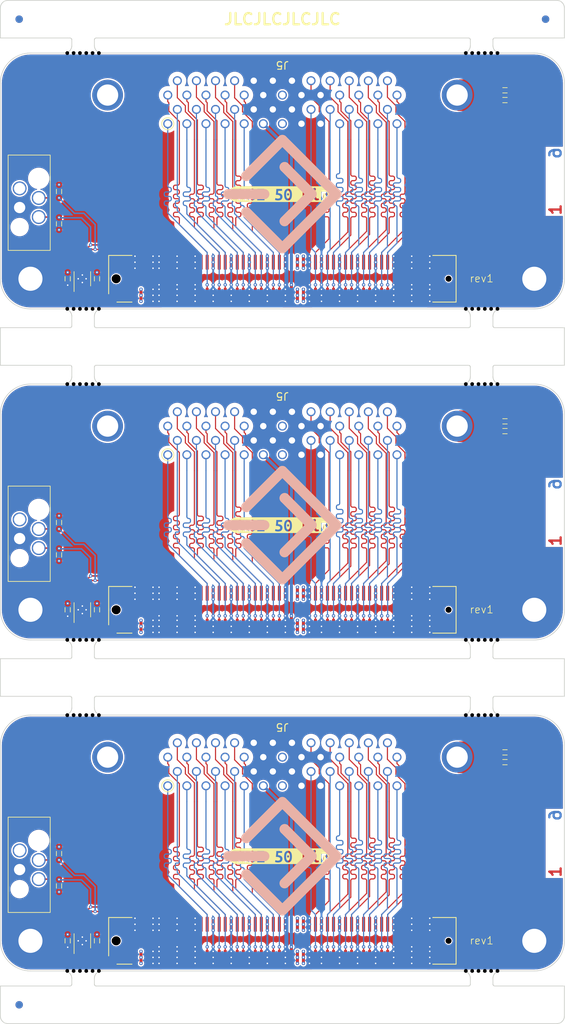
<source format=kicad_pcb>
(kicad_pcb (version 20240108) (generator "pcbnew") (generator_version "8.0")
  (title_block (title "Squishy - SCSI LVD/MSE/SE HD 50 Connector Module") (date "2024-09-17") (rev "1") (company "Shrine Maiden Heavy Industries") (comment 1 "License: CERN-OHL-S") (comment 2 "© 2024 Aki 'lethalbit' Van Ness, et. al.") (comment 3 "No warranty expressed or implied") (comment 4 "Squishy - SCSI Multitool"))
  (layers (0 "F.Cu" signal) (1 "In1.Cu" signal) (2 "In2.Cu" signal) (3 "In3.Cu" signal) (4 "In4.Cu" signal) (31 "B.Cu" signal) (34 "B.Paste" user) (35 "F.Paste" user) (36 "B.SilkS" user "B.Silkscreen") (37 "F.SilkS" user "F.Silkscreen") (38 "B.Mask" user) (39 "F.Mask" user) (44 "Edge.Cuts" user))
  (net 0 "")
  (net 1 "Board_0-+3V3")
  (net 2 "Board_0-/CON.ACK+")
  (net 3 "Board_0-/CON.ACK-")
  (net 4 "Board_0-/CON.ATN+")
  (net 5 "Board_0-/CON.ATN-")
  (net 6 "Board_0-/CON.BSY+")
  (net 7 "Board_0-/CON.BSY-")
  (net 8 "Board_0-/CON.C{slash}D+")
  (net 9 "Board_0-/CON.C{slash}D-")
  (net 10 "Board_0-/CON.DB0+")
  (net 11 "Board_0-/CON.DB0-")
  (net 12 "Board_0-/CON.DB1+")
  (net 13 "Board_0-/CON.DB1-")
  (net 14 "Board_0-/CON.DB10+")
  (net 15 "Board_0-/CON.DB10-")
  (net 16 "Board_0-/CON.DB11+")
  (net 17 "Board_0-/CON.DB11-")
  (net 18 "Board_0-/CON.DB12+")
  (net 19 "Board_0-/CON.DB12-")
  (net 20 "Board_0-/CON.DB13+")
  (net 21 "Board_0-/CON.DB13-")
  (net 22 "Board_0-/CON.DB14+")
  (net 23 "Board_0-/CON.DB14-")
  (net 24 "Board_0-/CON.DB15+")
  (net 25 "Board_0-/CON.DB15-")
  (net 26 "Board_0-/CON.DB2+")
  (net 27 "Board_0-/CON.DB2-")
  (net 28 "Board_0-/CON.DB3+")
  (net 29 "Board_0-/CON.DB3-")
  (net 30 "Board_0-/CON.DB4+")
  (net 31 "Board_0-/CON.DB4-")
  (net 32 "Board_0-/CON.DB5+")
  (net 33 "Board_0-/CON.DB5-")
  (net 34 "Board_0-/CON.DB6+")
  (net 35 "Board_0-/CON.DB6-")
  (net 36 "Board_0-/CON.DB7+")
  (net 37 "Board_0-/CON.DB7-")
  (net 38 "Board_0-/CON.DB8+")
  (net 39 "Board_0-/CON.DB8-")
  (net 40 "Board_0-/CON.DB9+")
  (net 41 "Board_0-/CON.DB9-")
  (net 42 "Board_0-/CON.DIFFSENSE")
  (net 43 "Board_0-/CON.DP0+")
  (net 44 "Board_0-/CON.DP0-")
  (net 45 "Board_0-/CON.DP1+")
  (net 46 "Board_0-/CON.DP1-")
  (net 47 "Board_0-/CON.I{slash}O+")
  (net 48 "Board_0-/CON.I{slash}O-")
  (net 49 "Board_0-/CON.MSG+")
  (net 50 "Board_0-/CON.MSG-")
  (net 51 "Board_0-/CON.REQ+")
  (net 52 "Board_0-/CON.REQ-")
  (net 53 "Board_0-/CON.RST+")
  (net 54 "Board_0-/CON.RST-")
  (net 55 "Board_0-/CON.SEL+")
  (net 56 "Board_0-/CON.SEL-")
  (net 57 "Board_0-/CON.TERMPWR")
  (net 58 "Board_0-/PHY.ID_SCL")
  (net 59 "Board_0-/PHY.ID_SDA")
  (net 60 "Board_0-/SHIELD")
  (net 61 "Board_0-GND")
  (net 62 "Board_0-Net-(U1-E0)")
  (net 63 "Board_0-unconnected-(J1-Pin_5-Pad5)")
  (net 64 "Board_0-unconnected-(J1-Pin_54-Pad54)")
  (net 65 "Board_0-unconnected-(J5-Pin_13-Pad13)")
  (net 66 "Board_1-+3V3")
  (net 67 "Board_1-/CON.ACK+")
  (net 68 "Board_1-/CON.ACK-")
  (net 69 "Board_1-/CON.ATN+")
  (net 70 "Board_1-/CON.ATN-")
  (net 71 "Board_1-/CON.BSY+")
  (net 72 "Board_1-/CON.BSY-")
  (net 73 "Board_1-/CON.C{slash}D+")
  (net 74 "Board_1-/CON.C{slash}D-")
  (net 75 "Board_1-/CON.DB0+")
  (net 76 "Board_1-/CON.DB0-")
  (net 77 "Board_1-/CON.DB1+")
  (net 78 "Board_1-/CON.DB1-")
  (net 79 "Board_1-/CON.DB10+")
  (net 80 "Board_1-/CON.DB10-")
  (net 81 "Board_1-/CON.DB11+")
  (net 82 "Board_1-/CON.DB11-")
  (net 83 "Board_1-/CON.DB12+")
  (net 84 "Board_1-/CON.DB12-")
  (net 85 "Board_1-/CON.DB13+")
  (net 86 "Board_1-/CON.DB13-")
  (net 87 "Board_1-/CON.DB14+")
  (net 88 "Board_1-/CON.DB14-")
  (net 89 "Board_1-/CON.DB15+")
  (net 90 "Board_1-/CON.DB15-")
  (net 91 "Board_1-/CON.DB2+")
  (net 92 "Board_1-/CON.DB2-")
  (net 93 "Board_1-/CON.DB3+")
  (net 94 "Board_1-/CON.DB3-")
  (net 95 "Board_1-/CON.DB4+")
  (net 96 "Board_1-/CON.DB4-")
  (net 97 "Board_1-/CON.DB5+")
  (net 98 "Board_1-/CON.DB5-")
  (net 99 "Board_1-/CON.DB6+")
  (net 100 "Board_1-/CON.DB6-")
  (net 101 "Board_1-/CON.DB7+")
  (net 102 "Board_1-/CON.DB7-")
  (net 103 "Board_1-/CON.DB8+")
  (net 104 "Board_1-/CON.DB8-")
  (net 105 "Board_1-/CON.DB9+")
  (net 106 "Board_1-/CON.DB9-")
  (net 107 "Board_1-/CON.DIFFSENSE")
  (net 108 "Board_1-/CON.DP0+")
  (net 109 "Board_1-/CON.DP0-")
  (net 110 "Board_1-/CON.DP1+")
  (net 111 "Board_1-/CON.DP1-")
  (net 112 "Board_1-/CON.I{slash}O+")
  (net 113 "Board_1-/CON.I{slash}O-")
  (net 114 "Board_1-/CON.MSG+")
  (net 115 "Board_1-/CON.MSG-")
  (net 116 "Board_1-/CON.REQ+")
  (net 117 "Board_1-/CON.REQ-")
  (net 118 "Board_1-/CON.RST+")
  (net 119 "Board_1-/CON.RST-")
  (net 120 "Board_1-/CON.SEL+")
  (net 121 "Board_1-/CON.SEL-")
  (net 122 "Board_1-/CON.TERMPWR")
  (net 123 "Board_1-/PHY.ID_SCL")
  (net 124 "Board_1-/PHY.ID_SDA")
  (net 125 "Board_1-/SHIELD")
  (net 126 "Board_1-GND")
  (net 127 "Board_1-Net-(U1-E0)")
  (net 128 "Board_1-unconnected-(J1-Pin_5-Pad5)")
  (net 129 "Board_1-unconnected-(J1-Pin_54-Pad54)")
  (net 130 "Board_1-unconnected-(J5-Pin_13-Pad13)")
  (net 131 "Board_2-+3V3")
  (net 132 "Board_2-/CON.ACK+")
  (net 133 "Board_2-/CON.ACK-")
  (net 134 "Board_2-/CON.ATN+")
  (net 135 "Board_2-/CON.ATN-")
  (net 136 "Board_2-/CON.BSY+")
  (net 137 "Board_2-/CON.BSY-")
  (net 138 "Board_2-/CON.C{slash}D+")
  (net 139 "Board_2-/CON.C{slash}D-")
  (net 140 "Board_2-/CON.DB0+")
  (net 141 "Board_2-/CON.DB0-")
  (net 142 "Board_2-/CON.DB1+")
  (net 143 "Board_2-/CON.DB1-")
  (net 144 "Board_2-/CON.DB10+")
  (net 145 "Board_2-/CON.DB10-")
  (net 146 "Board_2-/CON.DB11+")
  (net 147 "Board_2-/CON.DB11-")
  (net 148 "Board_2-/CON.DB12+")
  (net 149 "Board_2-/CON.DB12-")
  (net 150 "Board_2-/CON.DB13+")
  (net 151 "Board_2-/CON.DB13-")
  (net 152 "Board_2-/CON.DB14+")
  (net 153 "Board_2-/CON.DB14-")
  (net 154 "Board_2-/CON.DB15+")
  (net 155 "Board_2-/CON.DB15-")
  (net 156 "Board_2-/CON.DB2+")
  (net 157 "Board_2-/CON.DB2-")
  (net 158 "Board_2-/CON.DB3+")
  (net 159 "Board_2-/CON.DB3-")
  (net 160 "Board_2-/CON.DB4+")
  (net 161 "Board_2-/CON.DB4-")
  (net 162 "Board_2-/CON.DB5+")
  (net 163 "Board_2-/CON.DB5-")
  (net 164 "Board_2-/CON.DB6+")
  (net 165 "Board_2-/CON.DB6-")
  (net 166 "Board_2-/CON.DB7+")
  (net 167 "Board_2-/CON.DB7-")
  (net 168 "Board_2-/CON.DB8+")
  (net 169 "Board_2-/CON.DB8-")
  (net 170 "Board_2-/CON.DB9+")
  (net 171 "Board_2-/CON.DB9-")
  (net 172 "Board_2-/CON.DIFFSENSE")
  (net 173 "Board_2-/CON.DP0+")
  (net 174 "Board_2-/CON.DP0-")
  (net 175 "Board_2-/CON.DP1+")
  (net 176 "Board_2-/CON.DP1-")
  (net 177 "Board_2-/CON.I{slash}O+")
  (net 178 "Board_2-/CON.I{slash}O-")
  (net 179 "Board_2-/CON.MSG+")
  (net 180 "Board_2-/CON.MSG-")
  (net 181 "Board_2-/CON.REQ+")
  (net 182 "Board_2-/CON.REQ-")
  (net 183 "Board_2-/CON.RST+")
  (net 184 "Board_2-/CON.RST-")
  (net 185 "Board_2-/CON.SEL+")
  (net 186 "Board_2-/CON.SEL-")
  (net 187 "Board_2-/CON.TERMPWR")
  (net 188 "Board_2-/PHY.ID_SCL")
  (net 189 "Board_2-/PHY.ID_SDA")
  (net 190 "Board_2-/SHIELD")
  (net 191 "Board_2-GND")
  (net 192 "Board_2-Net-(U1-E0)")
  (net 193 "Board_2-unconnected-(J1-Pin_5-Pad5)")
  (net 194 "Board_2-unconnected-(J1-Pin_54-Pad54)")
  (net 195 "Board_2-unconnected-(J5-Pin_13-Pad13)")
  (footprint "NPTH" (layer "F.Cu") (at 172.899 115.0015)
    (property "Reference" "KiKit_MB_11_1" (hide yes))
    (property "Value" "NPTH" (hide yes))
  )
  (footprint "NPTH" (layer "F.Cu") (at 124.101 115.0015)
    (property "Reference" "KiKit_MB_10_6" (hide yes))
    (property "Value" "NPTH" (hide yes))
  )
  (footprint "NPTH" (layer "F.Cu") (at 124.101 71.0015)
    (property "Reference" "KiKit_MB_6_6" (hide yes))
    (property "Value" "NPTH" (hide yes))
  )
  (footprint "NPTH" (layer "F.Cu") (at 172.899 105.0015)
    (property "Reference" "KiKit_MB_5_6" (hide yes))
    (property "Value" "NPTH" (hide yes))
  )
  (footprint "NPTH" (layer "F.Cu") (at 177.100999 71.0015)
    (property "Reference" "KiKit_MB_7_6" (hide yes))
    (property "Value" "NPTH" (hide yes))
  )
  (footprint "lethalbit-connectors: 5787082-5" (layer "F.Cu") (at 148.5 33.6015 180)
    (property "Reference" "J5")
    (property "Value" "5787082-5" (hide yes))
  )
  (footprint "rhais_rcl:C0603" (layer "F.Cu") (at 119.95 101.0015 90)
    (property "Reference" "C1")
    (property "Value" "100n" (hide yes))
  )
  (footprint "NPTH" (layer "F.Cu") (at 176.260599 61.0015)
    (property "Reference" "KiKit_MB_1_2" (hide yes))
    (property "Value" "NPTH" (hide yes))
  )
  (footprint "NPTH" (layer "F.Cu") (at 120.739401 71.0015)
    (property "Reference" "KiKit_MB_6_2" (hide yes))
    (property "Value" "NPTH" (hide yes))
  )
  (footprint "NPTH" (layer "F.Cu") (at 174.5798 61.0015)
    (property "Reference" "KiKit_MB_1_4" (hide yes))
    (property "Value" "NPTH" (hide yes))
  )
  (footprint "NPTH" (layer "F.Cu") (at 121.579801 115.0015)
    (property "Reference" "KiKit_MB_10_3" (hide yes))
    (property "Value" "NPTH" (hide yes))
  )
  (footprint "NPTH" (layer "F.Cu") (at 173.7394 71.0015)
    (property "Reference" "KiKit_MB_7_2" (hide yes))
    (property "Value" "NPTH" (hide yes))
  )
  (footprint "NPTH" (layer "F.Cu") (at 173.7394 149.0015)
    (property "Reference" "KiKit_MB_9_5" (hide yes))
    (property "Value" "NPTH" (hide yes))
  )
  (footprint "NPTH" (layer "F.Cu") (at 174.5798 27.0015)
    (property "Reference" "KiKit_MB_3_3" (hide yes))
    (property "Value" "NPTH" (hide yes))
  )
  (footprint "NPTH" (layer "F.Cu") (at 177.100999 149.0015)
    (property "Reference" "KiKit_MB_9_1" (hide yes))
    (property "Value" "NPTH" (hide yes))
  )
  (footprint "lethalbit-connectors: 5787082-5" (layer "F.Cu") (at 148.5 121.6015 180)
    (property "Reference" "J5")
    (property "Value" "5787082-5" (hide yes))
  )
  (footprint "NPTH" (layer "F.Cu") (at 123.2606 61.0015)
    (property "Reference" "KiKit_MB_4_2" (hide yes))
    (property "Value" "NPTH" (hide yes))
  )
  (footprint "NPTH" (layer "F.Cu") (at 120.739401 115.0015)
    (property "Reference" "KiKit_MB_10_2" (hide yes))
    (property "Value" "NPTH" (hide yes))
  )
  (footprint "MountingHole:MountingHole_3.2mm_M3_Pad" (layer "F.Cu") (at 115 57.0015)
    (property "Reference" "H3" (hide yes))
    (property "Value" "MountingHole" (hide yes))
  )
  (footprint "Fiducial" (layer "F.Cu") (at 183.5 22.5)
    (property "Reference" "KiKit_FID_T_2" (hide yes))
    (property "Value" "Fiducial" (hide yes))
  )
  (footprint "lethalbit-memory:ST_UFDFPN-8-1EP_2x3mm_P0.5mm_EP1.6x1.6mm" (layer "F.Cu") (at 121.9 57.0015 90)
    (property "Reference" "U1")
    (property "Value" "M24C02-RMC" (hide yes))
  )
  (footprint "NPTH" (layer "F.Cu") (at 120.739401 105.0015)
    (property "Reference" "KiKit_MB_8_5" (hide yes))
    (property "Value" "NPTH" (hide yes))
  )
  (footprint "NPTH" (layer "F.Cu") (at 175.420199 149.0015)
    (property "Reference" "KiKit_MB_9_3" (hide yes))
    (property "Value" "NPTH" (hide yes))
  )
  (footprint "NPTH" (layer "F.Cu") (at 172.899 71.0015)
    (property "Reference" "KiKit_MB_7_1" (hide yes))
    (property "Value" "NPTH" (hide yes))
  )
  (footprint "lethalbit-memory:ST_UFDFPN-8-1EP_2x3mm_P0.5mm_EP1.6x1.6mm" (layer "F.Cu") (at 121.9 145.0015 90)
    (property "Reference" "U1")
    (property "Value" "M24C02-RMC" (hide yes))
  )
  (footprint "NPTH" (layer "F.Cu") (at 119.899001 27.0015)
    (property "Reference" "KiKit_MB_2_1" (hide yes))
    (property "Value" "NPTH" (hide yes))
  )
  (footprint "kibuzzard-672C6799" (layer "F.Cu") (at 148.5 133.7515)
    (property "Reference" "kibuzzard-672C6799" (hide yes))
    (property "Value" "G***" (hide yes))
  )
  (footprint "NPTH" (layer "F.Cu") (at 124.101 149.0015)
    (property "Reference" "KiKit_MB_12_1" (hide yes))
    (property "Value" "NPTH" (hide yes))
  )
  (footprint "NPTH" (layer "F.Cu") (at 172.899 61.0015)
    (property "Reference" "KiKit_MB_1_6" (hide yes))
    (property "Value" "NPTH" (hide yes))
  )
  (footprint "rhais_rcl:R0603" (layer "F.Cu") (at 178.1 33.2515)
    (property "Reference" "R4")
    (property "Value" "1M" (hide yes))
  )
  (footprint "NPTH" (layer "F.Cu") (at 122.4202 27.0015)
    (property "Reference" "KiKit_MB_2_4" (hide yes))
    (property "Value" "NPTH" (hide yes))
  )
  (footprint "NPTH" (layer "F.Cu") (at 177.100999 27.0015)
    (property "Reference" "KiKit_MB_3_6" (hide yes))
    (property "Value" "NPTH" (hide yes))
  )
  (footprint "NPTH" (layer "F.Cu") (at 119.899001 115.0015)
    (property "Reference" "KiKit_MB_10_1" (hide yes))
    (property "Value" "NPTH" (hide yes))
  )
  (footprint "NPTH" (layer "F.Cu") (at 177.100999 115.0015)
    (property "Reference" "KiKit_MB_11_6" (hide yes))
    (property "Value" "NPTH" (hide yes))
  )
  (footprint "rhais_rcl:C0603" (layer "F.Cu") (at 119.95 145.0015 90)
    (property "Reference" "C1")
    (property "Value" "100n" (hide yes))
  )
  (footprint "NPTH" (layer "F.Cu") (at 120.739401 61.0015)
    (property "Reference" "KiKit_MB_4_5" (hide yes))
    (property "Value" "NPTH" (hide yes))
  )
  (footprint "NPTH" (layer "F.Cu") (at 124.101 61.0015)
    (property "Reference" "KiKit_MB_4_1" (hide yes))
    (property "Value" "NPTH" (hide yes))
  )
  (footprint "NPTH" (layer "F.Cu") (at 173.7394 27.0015)
    (property "Reference" "KiKit_MB_3_2" (hide yes))
    (property "Value" "NPTH" (hide yes))
  )
  (footprint "NPTH" (layer "F.Cu") (at 120.739401 149.0015)
    (property "Reference" "KiKit_MB_12_5" (hide yes))
    (property "Value" "NPTH" (hide yes))
  )
  (footprint "MountingHole:MountingHole_3.2mm_M3_Pad" (layer "F.Cu") (at 115 101.0015)
    (property "Reference" "H3" (hide yes))
    (property "Value" "MountingHole" (hide yes))
  )
  (footprint "NPTH" (layer "F.Cu") (at 124.101 27.0015)
    (property "Reference" "KiKit_MB_2_6" (hide yes))
    (property "Value" "NPTH" (hide yes))
  )
  (footprint "NPTH" (layer "F.Cu") (at 123.2606 149.0015)
    (property "Reference" "KiKit_MB_12_2" (hide yes))
    (property "Value" "NPTH" (hide yes))
  )
  (footprint "NPTH" (layer "F.Cu") (at 123.2606 71.0015)
    (property "Reference" "KiKit_MB_6_5" (hide yes))
    (property "Value" "NPTH" (hide yes))
  )
  (footprint "NPTH" (layer "F.Cu") (at 124.101 105.0015)
    (property "Reference" "KiKit_MB_8_1" (hide yes))
    (property "Value" "NPTH" (hide yes))
  )
  (footprint "rhais_rcl:R0603" (layer "F.Cu") (at 178.1 121.2515)
    (property "Reference" "R4")
    (property "Value" "1M" (hide yes))
  )
  (footprint "lethalbit-connectors: 5787082-5" (layer "F.Cu") (at 148.5 77.6015 180)
    (property "Reference" "J5")
    (property "Value" "5787082-5" (hide yes))
  )
  (footprint "rhais_rcl:R0603" (layer "F.Cu") (at 118.8 137.7015 90)
    (property "Reference" "R3")
    (property "Value" "4k7" (hide yes))
  )
  (footprint "NPTH" (layer "F.Cu") (at 173.7394 105.0015)
    (property "Reference" "KiKit_MB_5_5" (hide yes))
    (property "Value" "NPTH" (hide yes))
  )
  (footprint "NPTH" (layer "F.Cu") (at 122.4202 115.0015)
    (property "Reference" "KiKit_MB_10_4" (hide yes))
    (property "Value" "NPTH" (hide yes))
  )
  (footprint "rhais_rcl:C0603" (layer "F.Cu") (at 119.95 57.0015 90)
    (property "Reference" "C1")
    (property "Value" "100n" (hide yes))
  )
  (footprint "MountingHole:MountingHole_3.2mm_M3_Pad" (layer "F.Cu") (at 115 145.0015)
    (property "Reference" "H3" (hide yes))
    (property "Value" "MountingHole" (hide yes))
  )
  (footprint "pkl_connectors_wuerth:490107670412-d" (layer "F.Cu") (at 113.56 88.9915 90)
    (property "Reference" "J3")
    (property "Value" "Conn_01x04")
  )
  (footprint "lethalbit-connectors:1014457-10x80xLF" (layer "F.Cu") (at 148.5 145.0015 180)
    (property "Reference" "J1" (hide yes))
    (property "Value" "SCSI PHY Mezz")
  )
  (footprint "NPTH" (layer "F.Cu") (at 175.420199 105.0015)
    (property "Reference" "KiKit_MB_5_3" (hide yes))
    (property "Value" "NPTH" (hide yes))
  )
  (footprint "rhais_rcl:C0603" (layer "F.Cu") (at 178.1 75.9515 180)
    (property "Reference" "C2")
    (property "Value" "100n" (hide yes))
  )
  (footprint "NPTH" (layer "F.Cu") (at 176.260599 71.0015)
    (property "Reference" "KiKit_MB_7_5" (hide yes))
    (property "Value" "NPTH" (hide yes))
  )
  (footprint "rhais_rcl:R0603" (layer "F.Cu") (at 118.8 49.7015 90)
    (property "Reference" "R3")
    (property "Value" "4k7" (hide yes))
  )
  (footprint "NPTH" (layer "F.Cu") (at 121.579801 27.0015)
    (property "Reference" "KiKit_MB_2_3" (hide yes))
    (property "Value" "NPTH" (hide yes))
  )
  (footprint "NPTH" (layer "F.Cu") (at 174.5798 149.0015)
    (property "Reference" "KiKit_MB_9_4" (hide yes))
    (property "Value" "NPTH" (hide yes))
  )
  (footprint "NPTH" (layer "F.Cu") (at 121.579801 61.0015)
    (property "Reference" "KiKit_MB_4_4" (hide yes))
    (property "Value" "NPTH" (hide yes))
  )
  (footprint "NPTH" (layer "F.Cu") (at 172.899 149.0015)
    (property "Reference" "KiKit_MB_9_6" (hide yes))
    (property "Value" "NPTH" (hide yes))
  )
  (footprint "NPTH" (layer "F.Cu") (at 176.260599 149.0015)
    (property "Reference" "KiKit_MB_9_2" (hide yes))
    (property "Value" "NPTH" (hide yes))
  )
  (footprint "NPTH" (layer "F.Cu") (at 122.4202 61.0015)
    (property "Reference" "KiKit_MB_4_3" (hide yes))
    (property "Value" "NPTH" (hide yes))
  )
  (footprint "MountingHole:MountingHole_3.2mm_M3_Pad" (layer "F.Cu") (at 182 101.0015)
    (property "Reference" "H4" (hide yes))
    (property "Value" "MountingHole" (hide yes))
  )
  (footprint "rhais_rcl:R0603" (layer "F.Cu") (at 123.85 145.0015 90)
    (property "Reference" "R1")
    (property "Value" "10k" (hide yes))
  )
  (footprint "NPTH" (layer "F.Cu") (at 119.899001 71.0015)
    (property "Reference" "KiKit_MB_6_1" (hide yes))
    (property "Value" "NPTH" (hide yes))
  )
  (footprint "NPTH" (layer "F.Cu") (at 176.260599 115.0015)
    (property "Reference" "KiKit_MB_11_5" (hide yes))
    (property "Value" "NPTH" (hide yes))
  )
  (footprint "lethalbit-connectors:1014457-10x80xLF" (layer "F.Cu") (at 148.5 101.0015 180)
    (property "Reference" "J1" (hide yes))
    (property "Value" "SCSI PHY Mezz")
  )
  (footprint "NPTH" (layer "F.Cu") (at 123.2606 27.0015)
    (property "Reference" "KiKit_MB_2_5" (hide yes))
    (property "Value" "NPTH" (hide yes))
  )
  (footprint "rhais_rcl:R0603" (layer "F.Cu") (at 118.8 45.4015 -90)
    (property "Reference" "R2")
    (property "Value" "4k7" (hide yes))
  )
  (footprint "pkl_connectors_wuerth:490107670412-d" (layer "F.Cu") (at 113.56 44.9915 90)
    (property "Reference" "J3")
    (property "Value" "Conn_01x04")
  )
  (footprint "NPTH" (layer "F.Cu") (at 120.739401 27.0015)
    (property "Reference" "KiKit_MB_2_2" (hide yes))
    (property "Value" "NPTH" (hide yes))
  )
  (footprint "NPTH" (layer "F.Cu") (at 175.420199 61.0015)
    (property "Reference" "KiKit_MB_1_3" (hide yes))
    (property "Value" "NPTH" (hide yes))
  )
  (footprint "NPTH" (layer "F.Cu") (at 123.2606 105.0015)
    (property "Reference" "KiKit_MB_8_2" (hide yes))
    (property "Value" "NPTH" (hide yes))
  )
  (footprint "NPTH" (layer "F.Cu") (at 121.579801 149.0015)
    (property "Reference" "KiKit_MB_12_4" (hide yes))
    (property "Value" "NPTH" (hide yes))
  )
  (footprint "NPTH" (layer "F.Cu") (at 119.899001 105.0015)
    (property "Reference" "KiKit_MB_8_6" (hide yes))
    (property "Value" "NPTH" (hide yes))
  )
  (footprint "NPTH" (layer "F.Cu") (at 174.5798 105.0015)
    (property "Reference" "KiKit_MB_5_4" (hide yes))
    (property "Value" "NPTH" (hide yes))
  )
  (footprint "rhais_rcl:C0603" (layer "F.Cu") (at 178.1 119.9515 180)
    (property "Reference" "C2")
    (property "Value" "100n" (hide yes))
  )
  (footprint "rhais_rcl:R0603" (layer "F.Cu") (at 118.8 89.4015 -90)
    (property "Reference" "R2")
    (property "Value" "4k7" (hide yes))
  )
  (footprint "NPTH" (layer "F.Cu") (at 122.4202 105.0015)
    (property "Reference" "KiKit_MB_8_3" (hide yes))
    (property "Value" "NPTH" (hide yes))
  )
  (footprint "rhais_rcl:R0603" (layer "F.Cu") (at 123.85 101.0015 90)
    (property "Reference" "R1")
    (property "Value" "10k" (hide yes))
  )
  (footprint "rhais_rcl:R0603" (layer "F.Cu") (at 123.85 57.0015 90)
    (property "Reference" "R1")
    (property "Value" "10k" (hide yes))
  )
  (footprint "kibuzzard-672C6799" (layer "F.Cu") (at 148.5 89.7515)
    (property "Reference" "kibuzzard-672C6799" (hide yes))
    (property "Value" "G***" (hide yes))
  )
  (footprint "lethalbit-connectors:1014457-10x80xLF" (layer "F.Cu") (at 148.5 57.0015 180)
    (property "Reference" "J1" (hide yes))
    (property "Value" "SCSI PHY Mezz")
  )
  (footprint "NPTH" (layer "F.Cu") (at 122.4202 71.0015)
    (property "Reference" "KiKit_MB_6_4" (hide yes))
    (property "Value" "NPTH" (hide yes))
  )
  (footprint "NPTH" (layer "F.Cu") (at 173.7394 61.0015)
    (property "Reference" "KiKit_MB_1_5" (hide yes))
    (property "Value" "NPTH" (hide yes))
  )
  (footprint "lethalbit-memory:ST_UFDFPN-8-1EP_2x3mm_P0.5mm_EP1.6x1.6mm" (layer "F.Cu") (at 121.9 101.0015 90)
    (property "Reference" "U1")
    (property "Value" "M24C02-RMC" (hide yes))
  )
  (footprint "Fiducial" (layer "F.Cu") (at 113.5 22.5)
    (property "Reference" "KiKit_FID_T_1" (hide yes))
    (property "Value" "Fiducial" (hide yes))
  )
  (footprint "rhais_rcl:C0603" (layer "F.Cu") (at 178.1 31.9515 180)
    (property "Reference" "C2")
    (property "Value" "100n" (hide yes))
  )
  (footprint "MountingHole:MountingHole_3.2mm_M3_Pad" (layer "F.Cu") (at 182 145.0015)
    (property "Reference" "H4" (hide yes))
    (property "Value" "MountingHole" (hide yes))
  )
  (footprint "NPTH" (layer "F.Cu") (at 174.5798 115.0015)
    (property "Reference" "KiKit_MB_11_3" (hide yes))
    (property "Value" "NPTH" (hide yes))
  )
  (footprint "NPTH" (layer "F.Cu") (at 175.420199 27.0015)
    (property "Reference" "KiKit_MB_3_4" (hide yes))
    (property "Value" "NPTH" (hide yes))
  )
  (footprint "MountingHole:MountingHole_3.2mm_M3_Pad" (layer "F.Cu") (at 182 57.0015)
    (property "Reference" "H4" (hide yes))
    (property "Value" "MountingHole" (hide yes))
  )
  (footprint "NPTH" (layer "F.Cu") (at 175.420199 71.0015)
    (property "Reference" "KiKit_MB_7_4" (hide yes))
    (property "Value" "NPTH" (hide yes))
  )
  (footprint "Fiducial" (layer "F.Cu") (at 113.5 153.5035)
    (property "Reference" "KiKit_FID_T_3" (hide yes))
    (property "Value" "Fiducial" (hide yes))
  )
  (footprint "NPTH" (layer "F.Cu") (at 122.4202 149.0015)
    (property "Reference" "KiKit_MB_12_3" (hide yes))
    (property "Value" "NPTH" (hide yes))
  )
  (footprint "NPTH" (layer "F.Cu") (at 119.899001 61.0015)
    (property "Reference" "KiKit_MB_4_6" (hide yes))
    (property "Value" "NPTH" (hide yes))
  )
  (footprint "rhais_rcl:R0603" (layer "F.Cu") (at 178.1 77.2515)
    (property "Reference" "R4")
    (property "Value" "1M" (hide yes))
  )
  (footprint "kibuzzard-672C6799" (layer "F.Cu") (at 148.5 45.7515)
    (property "Reference" "kibuzzard-672C6799" (hide yes))
    (property "Value" "G***" (hide yes))
  )
  (footprint "NPTH" (layer "F.Cu") (at 177.100999 61.0015)
    (property "Reference" "KiKit_MB_1_1" (hide yes))
    (property "Value" "NPTH" (hide yes))
  )
  (footprint "NPTH" (layer "F.Cu") (at 119.899001 149.0015)
    (property "Reference" "KiKit_MB_12_6" (hide yes))
    (property "Value" "NPTH" (hide yes))
  )
  (footprint "NPTH" (layer "F.Cu") (at 175.420199 115.0015)
    (property "Reference" "KiKit_MB_11_4" (hide yes))
    (property "Value" "NPTH" (hide yes))
  )
  (footprint "pkl_connectors_wuerth:490107670412-d" (layer "F.Cu") (at 113.56 132.9915 90)
    (property "Reference" "J3")
    (property "Value" "Conn_01x04")
  )
  (footprint "NPTH" (layer "F.Cu") (at 121.579801 71.0015)
    (property "Reference" "KiKit_MB_6_3" (hide yes))
    (property "Value" "NPTH" (hide yes))
  )
  (footprint "rhais_rcl:R0603" (layer "F.Cu") (at 118.8 93.7015 90)
    (property "Reference" "R3")
    (property "Value" "4k7" (hide yes))
  )
  (footprint "rhais_rcl:R0603" (layer "F.Cu") (at 118.8 133.4015 -90)
    (property "Reference" "R2")
    (property "Value" "4k7" (hide yes))
  )
  (footprint "NPTH" (layer "F.Cu") (at 123.2606 115.0015)
    (property "Reference" "KiKit_MB_10_5" (hide yes))
    (property "Value" "NPTH" (hide yes))
  )
  (footprint "NPTH" (layer "F.Cu") (at 121.579801 105.0015)
    (property "Reference" "KiKit_MB_8_4" (hide yes))
    (property "Value" "NPTH" (hide yes))
  )
  (footprint "NPTH" (layer "F.Cu") (at 176.260599 27.0015)
    (property "Reference" "KiKit_MB_3_5" (hide yes))
    (property "Value" "NPTH" (hide yes))
  )
  (footprint "NPTH" (layer "F.Cu") (at 174.5798 71.0015)
    (property "Reference" "KiKit_MB_7_3" (hide yes))
    (property "Value" "NPTH" (hide yes))
  )
  (footprint "NPTH" (layer "F.Cu") (at 172.899 27.0015)
    (property "Reference" "KiKit_MB_3_1" (hide yes))
    (property "Value" "NPTH" (hide yes))
  )
  (footprint "NPTH" (layer "F.Cu") (at 177.100999 105.0015)
    (property "Reference" "KiKit_MB_5_1" (hide yes))
    (property "Value" "NPTH" (hide yes))
  )
  (footprint "NPTH" (layer "F.Cu") (at 176.260599 105.0015)
    (property "Reference" "KiKit_MB_5_2" (hide yes))
    (property "Value" "NPTH" (hide yes))
  )
  (footprint "NPTH" (layer "F.Cu") (at 173.7394 115.0015)
    (property "Reference" "KiKit_MB_11_2" (hide yes))
    (property "Value" "NPTH" (hide yes))
  )
  (footprint "Fiducial" (layer "B.Cu") (at 183.5 22.5)
    (property "Reference" "KiKit_FID_B_2" (hide yes))
    (property "Value" "Fiducial" (hide yes))
  )
  (footprint "Fiducial" (layer "B.Cu") (at 113.5 22.5)
    (property "Reference" "KiKit_FID_B_1" (hide yes))
    (property "Value" "Fiducial" (hide yes))
  )
  (footprint "Fiducial" (layer "B.Cu") (at 113.5 153.5035)
    (property "Reference" "KiKit_FID_B_3" (hide yes))
    (property "Value" "Fiducial" (hide yes))
  )
  (gr_line (start 155.7 89.7515) (end 148.500001 82.551501) (stroke (width 1.35) (color 255 255 255 1)) (layer "B.SilkS"))
  (gr_line (start 148.500001 82.551501) (end 143.7 87.3515) (stroke (width 1.35) (color 255 255 255 1)) (layer "B.SilkS"))
  (gr_line (start 148.8 130.158789) (end 148.8 130.151501) (stroke (width 1.35) (color 255 255 255 1)) (layer "B.SilkS"))
  (gr_line (start 148.792713 137.3515) (end 152.392712 133.751501) (stroke (width 1.35) (color 255 255 255 1)) (layer "B.SilkS"))
  (gr_line (start 152.392712 133.751501) (end 148.8 130.158789) (stroke (width 1.35) (color 255 255 255 1)) (layer "B.SilkS"))
  (gr_line (start 148.792713 93.3515) (end 152.392712 89.751501) (stroke (width 1.35) (color 255 255 255 1)) (layer "B.SilkS"))
  (gr_line (start 143.7 48.151501) (end 148.500001 52.9515) (stroke (width 1.35) (color 255 255 255 1)) (layer "B.SilkS"))
  (gr_line (start 152.392712 45.751501) (end 148.8 42.158789) (stroke (width 1.35) (color 255 255 255 1)) (layer "B.SilkS"))
  (gr_line (start 152.392712 89.751501) (end 148.8 86.158789) (stroke (width 1.35) (color 255 255 255 1)) (layer "B.SilkS"))
  (gr_line (start 141.300001 89.7515) (end 146.100001 89.7515) (stroke (width 1.35) (color 253 253 253 1)) (layer "B.SilkS"))
  (gr_line (start 148.792713 49.3515) (end 152.392712 45.751501) (stroke (width 1.35) (color 255 255 255 1)) (layer "B.SilkS"))
  (gr_line (start 148.500001 126.551501) (end 143.7 131.3515) (stroke (width 1.35) (color 255 255 255 1)) (layer "B.SilkS"))
  (gr_line (start 148.500001 52.9515) (end 155.7 45.7515) (stroke (width 1.35) (color 255 255 255 1)) (layer "B.SilkS"))
  (gr_line (start 148.8 86.158789) (end 148.8 86.151501) (stroke (width 1.35) (color 255 255 255 1)) (layer "B.SilkS"))
  (gr_line (start 148.500001 38.551501) (end 143.7 43.3515) (stroke (width 1.35) (color 255 255 255 1)) (layer "B.SilkS"))
  (gr_line (start 155.7 45.7515) (end 148.500001 38.551501) (stroke (width 1.35) (color 255 255 255 1)) (layer "B.SilkS"))
  (gr_line (start 148.8 42.158789) (end 148.8 42.151501) (stroke (width 1.35) (color 255 255 255 1)) (layer "B.SilkS"))
  (gr_line (start 143.7 92.151501) (end 148.500001 96.9515) (stroke (width 1.35) (color 255 255 255 1)) (layer "B.SilkS"))
  (gr_line (start 143.7 136.151501) (end 148.500001 140.9515) (stroke (width 1.35) (color 255 255 255 1)) (layer "B.SilkS"))
  (gr_line (start 141.300001 45.7515) (end 146.100001 45.7515) (stroke (width 1.35) (color 253 253 253 1)) (layer "B.SilkS"))
  (gr_line (start 155.7 133.7515) (end 148.500001 126.551501) (stroke (width 1.35) (color 255 255 255 1)) (layer "B.SilkS"))
  (gr_line (start 148.500001 96.9515) (end 155.7 89.7515) (stroke (width 1.35) (color 255 255 255 1)) (layer "B.SilkS"))
  (gr_line (start 148.500001 140.9515) (end 155.7 133.7515) (stroke (width 1.35) (color 255 255 255 1)) (layer "B.SilkS"))
  (gr_line (start 141.300001 133.7515) (end 146.100001 133.7515) (stroke (width 1.35) (color 253 253 253 1)) (layer "B.SilkS"))
  (gr_line (start 173.417946 25.064571) (end 173.426799 25.073007) (stroke (width 0.1)) (layer "Edge.Cuts"))
  (gr_line (start 119.943624 26.896449) (end 119.911757 26.911521) (stroke (width 0.1)) (layer "Edge.Cuts"))
  (gr_line (start 184.1185 60.394334) (end 184.282428 60.286296) (stroke (width 0.1)) (layer "Edge.Cuts"))
  (gr_line (start 111.603829 147.114648) (end 111.607152 147.119979) (stroke (width 0.1)) (layer "Edge.Cuts"))
  (gr_line (start 172.652618 149.014359) (end 172.68886 149.020648) (stroke (width 0.1)) (layer "Edge.Cuts"))
  (gr_line (start 120.454062 105.705689) (end 120.457616 105.717408) (stroke (width 0.1)) (layer "Edge.Cuts"))
  (gr_line (start 120.372104 149.514496) (end 120.388721 149.545585) (stroke (width 0.1)) (layer "Edge.Cuts"))
  (gr_line (start 173.457003 68.612188) (end 173.463541 68.622516) (stroke (width 0.1)) (layer "Edge.Cuts"))
  (gr_line (start 176.654711 25.018954) (end 176.666114 25.014555) (stroke (width 0.1)) (layer "Edge.Cuts"))
  (gr_line (start 183.386224 27.249467) (end 183.200449 27.185967) (stroke (width 0.1)) (layer "Edge.Cuts"))
  (gr_line (start 182.808279 148.918903) (end 182.999525 148.874524) (stroke (width 0.1)) (layer "Edge.Cuts"))
  (gr_line (start 120.388336 68.543464) (end 120.398328 68.550501) (stroke (width 0.1)) (layer "Edge.Cuts"))
  (gr_line (start 112.10305 116.24341) (end 112.098722 116.247963) (stroke (width 0.1)) (layer "Edge.Cuts"))
  (gr_line (start 182.407815 60.980577) (end 182.602569 60.955773) (stroke (width 0.1)) (layer "Edge.Cuts"))
  (gr_line (start 123.750061 107.5015) (end 123.737829 107.501199) (stroke (width 0.1)) (layer "Edge.Cuts"))
  (gr_line (start 111.003043 63.5015) (end 111.001025 63.501549) (stroke (width 0.1)) (layer "Edge.Cuts"))
  (gr_line (start 176.764013 26.676823) (end 176.755789 26.667749) (stroke (width 0.1)) (layer "Edge.Cuts"))
  (gr_line (start 119.506309 27.00107) (end 119.491678 27.0015) (stroke (width 0.1)) (layer "Edge.Cuts"))
  (gr_line (start 176.511062 114.142004) (end 176.50656 114.105497) (stroke (width 0.1)) (layer "Edge.Cuts"))
  (gr_line (start 120.395519 149.559299) (end 120.419766 149.612237) (stroke (width 0.1)) (layer "Edge.Cuts"))
  (gr_line (start 120.378011 63.466074) (end 120.367377 63.472098) (stroke (width 0.1)) (layer "Edge.Cuts"))
  (gr_line (start 176.616206 70.466954) (end 176.599668 70.434098) (stroke (width 0.1)) (layer "Edge.Cuts"))
  (gr_line (start 173.299257 25.00479) (end 173.311188 25.00747) (stroke (width 0.1)) (layer "Edge.Cuts"))
  (gr_line (start 111.290832 20.295166) (end 111.229049 20.363333) (stroke (width 0.1)) (layer "Edge.Cuts"))
  (gr_line (start 176.67983 114.571639) (end 176.660245 114.542329) (stroke (width 0.1)) (layer "Edge.Cuts"))
  (gr_line (start 177.226226 105.04091) (end 177.241003 105.036918) (stroke (width 0.1)) (layer "Edge.Cuts"))
  (gr_line (start 124.169262 26.944023) (end 124.157732 26.939898) (stroke (width 0.1)) (layer "Edge.Cuts"))
  (gr_line (start 120.491537 63.313001) (end 120.488277 63.32478) (stroke (width 0.1)) (layer "Edge.Cuts"))
  (gr_line (start 173.483097 149.824701) (end 173.48519 149.836767) (stroke (width 0.1)) (layer "Edge.Cuts"))
  (gr_line (start 176.750012 68.5015) (end 185.996931 68.5015) (stroke (width 0.1)) (layer "Edge.Cuts"))
  (gr_line (start 173.475059 68.64407) (end 173.48001 68.655246) (stroke (width 0.1)) (layer "Edge.Cuts"))
  (gr_line (start 123.526761 149.776676) (end 123.535699 149.740995) (stroke (width 0.1)) (layer "Edge.Cuts"))
  (gr_line (start 176.557476 114.332237) (end 176.545937 114.29731) (stroke (width 0.1)) (layer "Edge.Cuts"))
  (gr_line (start 176.502199 112.726093) (end 176.503695 112.713964) (stroke (width 0.1)) (layer "Edge.Cuts"))
  (gr_line (start 123.604395 149.55926) (end 123.611361 149.54563) (stroke (width 0.1)) (layer "Edge.Cuts"))
  (gr_line (start 119.843662 26.939259) (end 119.829282 26.944504) (stroke (width 0.1)) (layer "Edge.Cuts"))
  (gr_line (start 173.262217 107.501199) (end 173.249987 107.5015) (stroke (width 0.1)) (layer "Edge.Cuts"))
  (gr_line (start 173.484407 112.66665) (end 173.48824 112.678257) (stroke (width 0.1)) (layer "Edge.Cuts"))
  (gr_line (start 113.613775 148.753532) (end 113.79955 148.817032) (stroke (width 0.1)) (layer "Edge.Cuts"))
  (gr_line (start 176.67377 105.440225) (end 176.694068 105.411404) (stroke (width 0.1)) (layer "Edge.Cuts"))
  (gr_line (start 120.021291 114.853359) (end 120.005537 114.862801) (stroke (width 0.1)) (layer "Edge.Cuts"))
  (gr_line (start 176.737782 68.5018) (end 176.750012 68.5015) (stroke (width 0.1)) (layer "Edge.Cuts"))
  (gr_line (start 176.522316 26.205327) (end 176.520361 26.196362) (stroke (width 0.1)) (layer "Edge.Cuts"))
  (gr_line (start 120.494215 63.301077) (end 120.491537 63.313001) (stroke (width 0.1)) (layer "Edge.Cuts"))
  (gr_line (start 113.805568 71.184078) (end 113.799574 71.185959) (stroke (width 0.1)) (layer "Edge.Cuts"))
  (gr_line (start 183.392138 71.251657) (end 183.386248 71.249475) (stroke (width 0.1)) (layer "Edge.Cuts"))
  (gr_line (start 120.434496 150.921717) (end 120.426069 150.930569) (stroke (width 0.1)) (layer "Edge.Cuts"))
  (gr_line (start 120.32228 107.490777) (end 120.310501 107.494037) (stroke (width 0.1)) (layer "Edge.Cuts"))
  (gr_line (start 111.043124 20.70976) (end 111.04232 20.712667) (stroke (width 0.1)) (layer "Edge.Cuts"))
  (gr_line (start 123.737261 151.003199) (end 123.725067 151.002299) (stroke (width 0.1)) (layer "Edge.Cuts"))
  (gr_line (start 176.939977 61.174388) (end 176.95016 61.167585) (stroke (width 0.1)) (layer "Edge.Cuts"))
  (gr_line (start 120.310501 63.494037) (end 120.298577 63.496715) (stroke (width 0.1)) (layer "Edge.Cuts"))
  (gr_line (start 120.32228 112.512222) (end 120.333885 112.516055) (stroke (width 0.1)) (layer "Edge.Cuts"))
  (gr_line (start 177.248445 26.968004) (end 177.195449 26.952635) (stroke (width 0.1)) (layer "Edge.Cuts"))
  (gr_line (start 173.32228 107.490777) (end 173.310501 107.494037) (stroke (width 0.1)) (layer "Edge.Cuts"))
  (gr_line (start 177.410059 61.006841) (end 177.49369 61.001929) (stroke (width 0.1)) (layer "Edge.Cuts"))
  (gr_line (start 113.235638 60.591263) (end 113.241278 60.594029) (stroke (width 0.1)) (layer "Edge.Cuts"))
  (gr_line (start 185.979715 30.599959) (end 185.97908 30.59371) (stroke (width 0.1)) (layer "Edge.Cuts"))
  (gr_line (start 111.000039 30.999929) (end 111 31.00307) (stroke (width 0.1)) (layer "Edge.Cuts"))
  (gr_line (start 173.4984 149.970902) (end 173.4987 149.983071) (stroke (width 0.1)) (layer "Edge.Cuts"))
  (gr_line (start 173.442523 61.670762) (end 173.453581 61.704235) (stroke (width 0.1)) (layer "Edge.Cuts"))
  (gr_line (start 173.335454 114.548698) (end 173.330497 114.55642) (stroke (width 0.1)) (layer "Edge.Cuts"))
  (gr_line (start 124.362549 149.012299) (end 124.418977 149.006042) (stroke (width 0.1)) (layer "Edge.Cuts"))
  (gr_line (start 119.733746 149.030535) (end 119.751563 149.034998) (stroke (width 0.1)) (layer "Edge.Cuts"))
  (gr_line (start 119.491678 149.0015) (end 119.506309 149.001929) (stroke (width 0.1)) (layer "Edge.Cuts"))
  (gr_line (start 120.00688 70.862062) (end 119.955869 70.890138) (stroke (width 0.1)) (layer "Edge.Cuts"))
  (gr_line (start 176.665345 105.453004) (end 176.67377 105.440225) (stroke (width 0.1)) (layer "Edge.Cuts"))
  (gr_line (start 113.613751 115.249475) (end 113.607861 115.251657) (stroke (width 0.1)) (layer "Edge.Cuts"))
  (gr_line (start 186 155.000431) (end 186 151.006568) (stroke (width 0.1)) (layer "Edge.Cuts"))
  (gr_line (start 177.067401 26.901831) (end 177.035914 26.885981) (stroke (width 0.1)) (layer "Edge.Cuts"))
  (gr_line (start 111.410236 73.237138) (end 111.40747 73.242778) (stroke (width 0.1)) (layer "Edge.Cuts"))
  (gr_line (start 120.488277 150.82678) (end 120.484444 150.838385) (stroke (width 0.1)) (layer "Edge.Cuts"))
  (gr_line (start 177.239495 114.9658) (end 177.227692 114.962534) (stroke (width 0.1)) (layer "Edge.Cuts"))
  (gr_line (start 114.79427 148.996127) (end 114.800544 148.996445) (stroke (width 0.1)) (layer "Edge.Cuts"))
  (gr_line (start 184.901294 59.755017) (end 185.032909 59.609339) (stroke (width 0.1)) (layer "Edge.Cuts"))
  (gr_line (start 182.199455 60.996445) (end 182.205729 60.996127) (stroke (width 0.1)) (layer "Edge.Cuts"))
  (gr_line (start 111.410236 29.237138) (end 111.40747 29.242778) (stroke (width 0.1)) (layer "Edge.Cuts"))
  (gr_line (start 182.999525 115.128475) (end 182.808279 115.084096) (stroke (width 0.1)) (layer "Edge.Cuts"))
  (gr_line (start 123.503756 25.21253) (end 123.505843 25.200485) (stroke (width 0.1)) (layer "Edge.Cuts"))
  (gr_line (start 113.056084 60.497292) (end 113.061577 60.50034) (stroke (width 0.1)) (layer "Edge.Cuts"))
  (gr_line (start 112.396964 104.038533) (end 112.549121 104.162601) (stroke (width 0.1)) (layer "Edge.Cuts"))
  (gr_line (start 172.718845 61.026938) (end 172.727759 61.029113) (stroke (width 0.1)) (layer "Edge.Cuts"))
  (gr_line (start 186 68.498431) (end 186 63.504568) (stroke (width 0.1)) (layer "Edge.Cuts"))
  (gr_line (start 120.495542 70.082611) (end 120.492087 70.117692) (stroke (width 0.1)) (layer "Edge.Cuts"))
  (gr_line (start 123.677759 107.490775) (end 123.666153 107.48694) (stroke (width 0.1)) (layer "Edge.Cuts"))
  (gr_line (start 185.956875 155.293739) (end 185.957679 155.290832) (stroke (width 0.1)) (layer "Edge.Cuts"))
  (gr_line (start 124.112099 105.081026) (end 124.123413 105.07634) (stroke (width 0.1)) (layer "Edge.Cuts"))
  (gr_line (start 185.29315 20.044085) (end 185.290286 20.043139) (stroke (width 0.1)) (layer "Edge.Cuts"))
  (gr_line (start 173.499 107.252487) (end 173.498699 107.264717) (stroke (width 0.1)) (layer "Edge.Cuts"))
  (gr_line (start 173.396157 105.560693) (end 173.419766 105.612237) (stroke (width 0.1)) (layer "Edge.Cuts"))
  (gr_line (start 123.582782 112.566003) (end 123.592036 112.55802) (stroke (width 0.1)) (layer "Edge.Cuts"))
  (gr_line (start 172.605851 149.008288) (end 172.640504 149.012562) (stroke (width 0.1)) (layer "Edge.Cuts"))
  (gr_line (start 173.345288 63.482545) (end 173.333885 63.486944) (stroke (width 0.1)) (layer "Edge.Cuts"))
  (gr_line (start 111.365673 155.776467) (end 111.368051 155.778323) (stroke (width 0.1)) (layer "Edge.Cuts"))
  (gr_line (start 111.04232 155.290832) (end 111.043124 155.293739) (stroke (width 0.1)) (layer "Edge.Cuts"))
  (gr_line (start 185.873024 102.001025) (end 185.917403 101.809779) (stroke (width 0.1)) (layer "Edge.Cuts"))
  (gr_line (start 185.954269 30.398905) (end 185.953318 30.392696) (stroke (width 0.1)) (layer "Edge.Cuts"))
  (gr_line (start 123.912474 149.193896) (end 123.957959 149.16269) (stroke (width 0.1)) (layer "Edge.Cuts"))
  (gr_line (start 185.829656 155.561514) (end 185.831393 155.559048) (stroke (width 0.1)) (layer "Edge.Cuts"))
  (gr_line (start 185.164977 103.447371) (end 185.281179 103.289125) (stroke (width 0.1)) (layer "Edge.Cuts"))
  (gr_line (start 123.611697 107.459525) (end 123.601704 107.452486) (stroke (width 0.1)) (layer "Edge.Cuts"))
  (gr_line (start 185.980706 20.8049) (end 185.980045 20.801957) (stroke (width 0.1)) (layer "Edge.Cuts"))
  (gr_line (start 111.020919 74.59371) (end 111.020284 74.599959) (stroke (width 0.1)) (layer "Edge.Cuts"))
  (gr_line (start 176.861603 26.769736) (end 176.83375 26.74571) (stroke (width 0.1)) (layer "Edge.Cuts"))
  (gr_line (start 176.615518 26.465585) (end 176.599668 26.434098) (stroke (width 0.1)) (layer "Edge.Cuts"))
  (gr_line (start 185.954273 57.604069) (end 185.979077 57.409315) (stroke (width 0.1)) (layer "Edge.Cuts"))
  (gr_line (start 123.509411 105.873153) (end 123.514809 105.836767) (stroke (width 0.1)) (layer "Edge.Cuts"))
  (gr_line (start 112.881499 71.608665) (end 112.717571 71.716703) (stroke (width 0.1)) (layer "Edge.Cuts"))
  (gr_line (start 182.001582 149.001459) (end 182.19943 148.996446) (stroke (width 0.1)) (layer "Edge.Cuts"))
  (gr_line (start 123.58436 149.602322) (end 123.589323 149.591127) (stroke (width 0.1)) (layer "Edge.Cuts"))
  (gr_line (start 111.005374 101.207254) (end 111.020282 101.403015) (stroke (width 0.1)) (layer "Edge.Cuts"))
  (gr_line (start 120.426069 150.930569) (end 120.417218 150.938996) (stroke (width 0.1)) (layer "Edge.Cuts"))
  (gr_line (start 182.802076 71.082821) (end 182.608828 71.048185) (stroke (width 0.1)) (layer "Edge.Cuts"))
  (gr_line (start 120.484392 25.165168) (end 120.488223 25.176776) (stroke (width 0.1)) (layer "Edge.Cuts"))
  (gr_line (start 111.018764 20.807944) (end 111.005265 20.898947) (stroke (width 0.1)) (layer "Edge.Cuts"))
  (gr_line (start 186 100.999916) (end 186 75.003083) (stroke (width 0.1)) (layer "Edge.Cuts"))
  (gr_line (start 123.822541 70.735298) (end 123.783047 70.696762) (stroke (width 0.1)) (layer "Edge.Cuts"))
  (gr_line (start 123.508462 112.689998) (end 123.511722 112.678219) (stroke (width 0.1)) (layer "Edge.Cuts"))
  (gr_line (start 120.498924 105.998445) (end 120.499 106.004567) (stroke (width 0.1)) (layer "Edge.Cuts"))
  (gr_line (start 176.621988 25.035425) (end 176.632622 25.029401) (stroke (width 0.1)) (layer "Edge.Cuts"))
  (gr_line (start 173.296667 70.603771) (end 173.262193 70.646844) (stroke (width 0.1)) (layer "Edge.Cuts"))
  (gr_line (start 120.398281 25.049019) (end 120.407917 25.056541) (stroke (width 0.1)) (layer "Edge.Cuts"))
  (gr_line (start 176.677719 107.490777) (end 176.666114 107.486944) (stroke (width 0.1)) (layer "Edge.Cuts"))
  (gr_line (start 176.514584 61.838283) (end 176.517293 61.823218) (stroke (width 0.1)) (layer "Edge.Cuts"))
  (gr_line (start 176.565503 63.419717) (end 176.55752 63.410463) (stroke (width 0.1)) (layer "Edge.Cuts"))
  (gr_line (start 123.732834 61.362005) (end 123.771405 61.318385) (stroke (width 0.1)) (layer "Edge.Cuts"))
  (gr_line (start 176.84187 149.250259) (end 176.853399 149.24019) (stroke (width 0.1)) (layer "Edge.Cuts"))
  (gr_line (start 176.634799 61.502575) (end 176.665345 61.453004) (stroke (width 0.1)) (layer "Edge.Cuts"))
  (gr_line (start 123.520004 25.153762) (end 123.524955 25.142586) (stroke (width 0.1)) (layer "Edge.Cuts"))
  (gr_line (start 173.417217 107.436996) (end 173.407963 107.444979) (stroke (width 0.1)) (layer "Edge.Cuts"))
  (gr_line (start 176.501169 105.996916) (end 176.503425 105.935661) (stroke (width 0.1)) (layer "Edge.Cuts"))
  (gr_line (start 119.935276 105.102642) (end 119.985608 105.128756) (stroke (width 0.1)) (layer "Edge.Cuts"))
  (gr_line (start 123.799145 105.28982) (end 123.824676 105.265513) (stroke (width 0.1)) (layer "Edge.Cuts"))
  (gr_line (start 120.470646 70.236746) (end 120.467018 70.251616) (stroke (width 0.1)) (layer "Edge.Cuts"))
  (gr_line (start 111.531354 20.116777) (end 111.52866 20.118133) (stroke (width 0.1)) (layer "Edge.Cuts"))
  (gr_line (start 185.999959 30.999917) (end 185.994946 30.802069) (stroke (width 0.1)) (layer "Edge.Cuts"))
  (gr_line (start 185.815532 73.80105) (end 185.752032 73.615275) (stroke (width 0.1)) (layer "Edge.Cuts"))
  (gr_line (start 173.163862 61.255379) (end 173.170773 61.261415) (stroke (width 0.1)) (layer "Edge.Cuts"))
  (gr_line (start 120.090095 26.807431) (end 120.061274 26.827729) (stroke (width 0.1)) (layer "Edge.Cuts"))
  (gr_line (start 120.498924 61.998445) (end 120.499 62.004567) (stroke (width 0.1)) (layer "Edge.Cuts"))
  (gr_line (start 172.798684 105.048506) (end 172.850854 105.066453) (stroke (width 0.1)) (layer "Edge.Cuts"))
  (gr_line (start 123.725593 112.502699) (end 123.737782 112.5018) (stroke (width 0.1)) (layer "Edge.Cuts"))
  (gr_line (start 172.703827 70.979183) (end 172.694862 70.981138) (stroke (width 0.1)) (layer "Edge.Cuts"))
  (gr_line (start 185.094952 20.004664) (end 185.003064 20.00015) (stroke (width 0.1)) (layer "Edge.Cuts"))
  (gr_line (start 124.311139 61.020648) (end 124.347381 61.014359) (stroke (width 0.1)) (layer "Edge.Cuts"))
  (gr_line (start 176.841806 61.25019) (end 176.853458 61.240263) (stroke (width 0.1)) (layer "Edge.Cuts"))
  (gr_line (start 123.611711 25.041979) (end 123.622038 25.035438) (stroke (width 0.1)) (layer "Edge.Cuts"))
  (gr_line (start 120.388336 63.459535) (end 120.378011 63.466074) (stroke (width 0.1)) (layer "Edge.Cuts"))
  (gr_line (start 173.298534 112.506285) (end 173.31046 112.508964) (stroke (width 0.1)) (layer "Edge.Cuts"))
  (gr_line (start 120.480045 63.347788) (end 120.475093 63.358961) (stroke (width 0.1)) (layer "Edge.Cuts"))
  (gr_line (start 113.805592 148.818928) (end 113.994344 148.872937) (stroke (width 0.1)) (layer "Edge.Cuts"))
  (gr_line (start 173.40869 25.05658) (end 173.417946 25.064571) (stroke (width 0.1)) (layer "Edge.Cuts"))
  (gr_line (start 124.023745 61.123479) (end 124.034545 61.117706) (stroke (width 0.1)) (layer "Edge.Cuts"))
  (gr_line (start 185.829641 20.441965) (end 185.774838 20.368071) (stroke (width 0.1)) (layer "Edge.Cuts"))
  (gr_line (start 123.781891 61.307234) (end 123.806818 61.282308) (stroke (width 0.1)) (layer "Edge.Cuts"))
  (gr_line (start 181.998429 149.001499) (end 182.00157 149.00146) (stroke (width 0.1)) (layer "Edge.Cuts"))
  (gr_line (start 120.425711 149.626343) (end 120.437846 149.657803) (stroke (width 0.1)) (layer "Edge.Cuts"))
  (gr_line (start 176.505784 107.301077) (end 176.503695 107.289035) (stroke (width 0.1)) (layer "Edge.Cuts"))
  (gr_line (start 120.340605 149.461944) (end 120.347157 149.47229) (stroke (width 0.1)) (layer "Edge.Cuts"))
  (gr_line (start 173.4987 114.018384) (end 173.498231 114.033634) (stroke (width 0.1)) (layer "Edge.Cuts"))
  (gr_line (start 120.484444 112.666614) (end 120.488277 112.678219) (stroke (width 0.1)) (layer "Edge.Cuts"))
  (gr_line (start 120.039555 105.160894) (end 120.068865 105.180478) (stroke (width 0.1)) (layer "Edge.Cuts"))
  (gr_line (start 176.599668 26.434098) (end 176.594432 26.423028) (stroke (width 0.1)) (layer "Edge.Cuts"))
  (gr_line (start 123.5013 63.264717) (end 123.501 63.252487) (stroke (width 0.1)) (layer "Edge.Cuts"))
  (gr_line (start 185.498852 146.9399) (end 185.589751 146.765883) (stroke (width 0.1)) (layer "Edge.Cuts"))
  (gr_line (start 176.502053 114.044395) (end 176.501075 114.004554) (stroke (width 0.1)) (layer "Edge.Cuts"))
  (gr_line (start 120.478462 61.800628) (end 120.480851 61.812639) (stroke (width 0.1)) (layer "Edge.Cuts"))
  (gr_line (start 120.496304 150.791035) (end 120.494215 150.803077) (stroke (width 0.1)) (layer "Edge.Cuts"))
  (gr_line (start 123.713528 25.002696) (end 123.72566 25.001199) (stroke (width 0.1)) (layer "Edge.Cuts"))
  (gr_line (start 111.706849 155.959414) (end 111.709713 155.96036) (stroke (width 0.1)) (layer "Edge.Cuts"))
  (gr_line (start 185.098034 155.998607) (end 185.101027 155.998237) (stroke (width 0.1)) (layer "Edge.Cuts"))
  (gr_line (start 123.502654 70.056627) (end 123.502053 70.044395) (stroke (width 0.1)) (layer "Edge.Cuts"))
  (gr_line (start 120.407917 25.056541) (end 120.417172 25.064526) (stroke (width 0.1)) (layer "Edge.Cuts"))
  (gr_line (start 124.215908 26.959116) (end 124.204189 26.955562) (stroke (width 0.1)) (layer "Edge.Cuts"))
  (gr_line (start 120.426069 107.428569) (end 120.417217 107.436996) (stroke (width 0.1)) (layer "Edge.Cuts"))
  (gr_line (start 185.998974 107.501549) (end 185.996956 107.5015) (stroke (width 0.1)) (layer "Edge.Cuts"))
  (gr_line (start 172.850845 61.06645) (end 172.867981 61.07306) (stroke (width 0.1)) (layer "Edge.Cuts"))
  (gr_line (start 111.076199 155.386177) (end 111.077422 155.388934) (stroke (width 0.1)) (layer "Edge.Cuts"))
  (gr_line (start 176.542383 61.717408) (end 176.545937 61.705689) (stroke (width 0.1)) (layer "Edge.Cuts"))
  (gr_line (start 176.524906 68.644038) (end 176.530401 68.633122) (stroke (width 0.1)) (layer "Edge.Cuts"))
  (gr_line (start 123.611094 150.9615) (end 123.601099 150.954457) (stroke (width 0.1)) (layer "Edge.Cuts"))
  (gr_line (start 173.107168 61.208558) (end 173.121647 61.219858) (stroke (width 0.1)) (layer "Edge.Cuts"))
  (gr_line (start 111.712691 155.961185) (end 111.801933 155.983539) (stroke (width 0.1)) (layer "Edge.Cuts"))
  (gr_line (start 113.419721 104.676019) (end 113.425494 104.678496) (stroke (width 0.1)) (layer "Edge.Cuts"))
  (gr_line (start 183.580301 104.676008) (end 183.758698 104.59404) (stroke (width 0.1)) (layer "Edge.Cuts"))
  (gr_line (start 172.492796 27.0015) (end 124.508321 27.0015) (stroke (width 0.1)) (layer "Edge.Cuts"))
  (gr_line (start 185.161101 28.550621) (end 185.037033 28.398464) (stroke (width 0.1)) (layer "Edge.Cuts"))
  (gr_line (start 120.484444 107.336385) (end 120.480045 107.347788) (stroke (width 0.1)) (layer "Edge.Cuts"))
  (gr_line (start 185.954273 145.604069) (end 185.979077 145.409315) (stroke (width 0.1)) (layer "Edge.Cuts"))
  (gr_line (start 124.359495 26.990437) (end 124.347381 26.98864) (stroke (width 0.1)) (layer "Edge.Cuts"))
  (gr_line (start 123.95016 61.167585) (end 123.981236 61.147905) (stroke (width 0.1)) (layer "Edge.Cuts"))
  (gr_line (start 173.12164 105.219852) (end 173.163862 105.255379) (stroke (width 0.1)) (layer "Edge.Cuts"))
  (gr_line (start 111.128556 117.995869) (end 111.126981 118.00195) (stroke (width 0.1)) (layer "Edge.Cuts"))
  (gr_line (start 182.808254 27.08409) (end 182.802101 27.082826) (stroke (width 0.1)) (layer "Edge.Cuts"))
  (gr_line (start 183.574505 60.678496) (end 183.580278 60.676019) (stroke (width 0.1)) (layer "Edge.Cuts"))
  (gr_line (start 173.36528 70.500472) (end 173.347945 70.529394) (stroke (width 0.1)) (layer "Edge.Cuts"))
  (gr_line (start 120.127722 26.778448) (end 120.099932 26.800136) (stroke (width 0.1)) (layer "Edge.Cuts"))
  (gr_line (start 120.088843 70.808313) (end 120.060022 70.828611) (stroke (width 0.1)) (layer "Edge.Cuts"))
  (gr_line (start 120.485415 70.164716) (end 120.482706 70.179781) (stroke (width 0.1)) (layer "Edge.Cuts"))
  (gr_line (start 176.556995 61.672217) (end 176.56224 61.657837) (stroke (width 0.1)) (layer "Edge.Cuts"))
  (gr_line (start 123.519389 150.849669) (end 123.514995 150.83826) (stroke (width 0.1)) (layer "Edge.Cuts"))
  (gr_line (start 114.197898 27.082826) (end 114.191745 27.08409) (stroke (width 0.1)) (layer "Edge.Cuts"))
  (gr_line (start 113.79955 27.185967) (end 113.613775 27.249467) (stroke (width 0.1)) (layer "Edge.Cuts"))
  (gr_line (start 185.979077 30.593684) (end 185.954273 30.39893) (stroke (width 0.1)) (layer "Edge.Cuts"))
  (gr_line (start 173.361301 26.507037) (end 173.351859 26.522791) (stroke (width 0.1)) (layer "Edge.Cuts"))
  (gr_line (start 123.530435 107.369847) (end 123.52494 107.358929) (stroke (width 0.1)) (layer "Edge.Cuts"))
  (gr_line (start 123.524955 25.142586) (end 123.530449 25.131666) (stroke (width 0.1)) (layer "Edge.Cuts"))
  (gr_line (start 173.049839 149.167585) (end 173.060022 149.174388) (stroke (width 0.1)) (layer "Edge.Cuts"))
  (gr_line (start 185.281179 116.713874) (end 185.164977 116.555628) (stroke (width 0.1)) (layer "Edge.Cuts"))
  (gr_line (start 176.55752 68.592536) (end 176.565503 68.583282) (stroke (width 0.1)) (layer "Edge.Cuts"))
  (gr_line (start 123.511722 63.32478) (end 123.508462 63.313001) (stroke (width 0.1)) (layer "Edge.Cuts"))
  (gr_line (start 111.07618 20.617368) (end 111.075095 20.620182) (stroke (width 0.1)) (layer "Edge.Cuts"))
  (gr_line (start 173.067537 114.823273) (end 173.021291 114.853359) (stroke (width 0.1)) (layer "Edge.Cuts"))
  (gr_line (start 185.284782 116.71905) (end 185.281193 116.713894) (stroke (width 0.1)) (layer "Edge.Cuts"))
  (gr_line (start 185.873024 146.001025) (end 185.917403 145.809779) (stroke (width 0.1)) (layer "Edge.Cuts"))
  (gr_line (start 120.463574 63.380511) (end 120.457035 63.390836) (stroke (width 0.1)) (layer "Edge.Cuts"))
  (gr_line (start 172.727759 61.029113) (end 172.781108 61.043174) (stroke (width 0.1)) (layer "Edge.Cuts"))
  (gr_line (start 123.897721 149.204837) (end 123.912474 149.193896) (stroke (width 0.1)) (layer "Edge.Cuts"))
  (gr_line (start 176.501169 149.996916) (end 176.503425 149.935661) (stroke (width 0.1)) (layer "Edge.Cuts"))
  (gr_line (start 185.996956 112.501499) (end 185.998974 112.50145) (stroke (width 0.1)) (layer "Edge.Cuts"))
  (gr_line (start 177.178026 26.946879) (end 177.124876 26.927123) (stroke (width 0.1)) (layer "Edge.Cuts"))
  (gr_line (start 173.298515 150.998713) (end 173.286471 151.000803) (stroke (width 0.1)) (layer "Edge.Cuts"))
  (gr_line (start 177.07991 105.095397) (end 177.133427 105.072457) (stroke (width 0.1)) (layer "Edge.Cuts"))
  (gr_line (start 120.274339 25.001199) (end 120.286471 25.002696) (stroke (width 0.1)) (layer "Edge.Cuts"))
  (gr_line (start 120.494215 112.701922) (end 120.496304 112.713964) (stroke (width 0.1)) (layer "Edge.Cuts"))
  (gr_line (start 124.27224 114.973886) (end 124.218891 114.959825) (stroke (width 0.1)) (layer "Edge.Cuts"))
  (gr_line (start 185.281179 28.713874) (end 185.164977 28.555628) (stroke (width 0.1)) (layer "Edge.Cuts"))
  (gr_line (start 123.550033 107.400805) (end 123.542996 107.390811) (stroke (width 0.1)) (layer "Edge.Cuts"))
  (gr_line (start 172.504489 115.001258) (end 172.493506 115.001499) (stroke (width 0.1)) (layer "Edge.Cuts"))
  (gr_line (start 120.276005 114.63043) (end 120.268236 114.639896) (stroke (width 0.1)) (layer "Edge.Cuts"))
  (gr_line (start 184.282428 27.716703) (end 184.1185 27.608665) (stroke (width 0.1)) (layer "Edge.Cuts"))
  (gr_line (start 124.022459 149.124316) (end 124.035914 149.117018) (stroke (width 0.1)) (layer "Edge.Cuts"))
  (gr_line (start 120.11935 114.785172) (end 120.109696 114.792706) (stroke (width 0.1)) (layer "Edge.Cuts"))
  (gr_line (start 182.205754 60.996125) (end 182.401515 60.981217) (stroke (width 0.1)) (layer "Edge.Cuts"))
  (gr_line (start 173.4987 70.018384) (end 173.498231 70.033634) (stroke (width 0.1)) (layer "Edge.Cuts"))
  (gr_line (start 119.655609 61.014993) (end 119.711354 61.025372) (stroke (width 0.1)) (layer "Edge.Cuts"))
  (gr_line (start 185.592529 117.242778) (end 185.589763 117.237138) (stroke (width 0.1)) (layer "Edge.Cuts"))
  (gr_line (start 176.666114 68.516055) (end 176.677719 68.512222) (stroke (width 0.1)) (layer "Edge.Cuts"))
  (gr_line (start 123.643274 114.515001) (end 123.638702 114.507045) (stroke (width 0.1)) (layer "Edge.Cuts"))
  (gr_line (start 185.592529 29.242778) (end 185.589763 29.237138) (stroke (width 0.1)) (layer "Edge.Cuts"))
  (gr_line (start 185.164977 147.447371) (end 185.281179 147.289125) (stroke (width 0.1)) (layer "Edge.Cuts"))
  (gr_line (start 123.611663 112.543464) (end 123.621988 112.536925) (stroke (width 0.1)) (layer "Edge.Cuts"))
  (gr_line (start 123.592036 63.444979) (end 123.582782 63.436996) (stroke (width 0.1)) (layer "Edge.Cuts"))
  (gr_line (start 119.782614 70.959525) (end 119.74864 70.968927) (stroke (width 0.1)) (layer "Edge.Cuts"))
  (gr_line (start 120.492275 149.888367) (end 120.497139 149.944852) (stroke (width 0.1)) (layer "Edge.Cuts"))
  (gr_line (start 120.372826 70.487152) (end 120.3652 70.500424) (stroke (width 0.1)) (layer "Edge.Cuts"))
  (gr_line (start 183.938422 104.50034) (end 183.943915 104.497292) (stroke (width 0.1)) (layer "Edge.Cuts"))
  (gr_line (start 119.506309 149.001929) (end 119.588419 149.006752) (stroke (width 0.1)) (layer "Edge.Cuts"))
  (gr_line (start 185.677006 102.575982) (end 185.749833 102.393662) (stroke (width 0.1)) (layer "Edge.Cuts"))
  (gr_line (start 172.565922 105.00483) (end 172.581022 105.006042) (stroke (width 0.1)) (layer "Edge.Cuts"))
  (gr_line (start 123.701422 63.496715) (end 123.689498 63.494037) (stroke (width 0.1)) (layer "Edge.Cuts"))
  (gr_line (start 176.592036 68.55802) (end 176.601671 68.550501) (stroke (width 0.1)) (layer "Edge.Cuts"))
  (gr_line (start 176.503695 25.212464) (end 176.505784 25.200422) (stroke (width 0.1)) (layer "Edge.Cuts"))
  (gr_line (start 111.501159 102.939922) (end 111.504207 102.945415) (stroke (width 0.1)) (layer "Edge.Cuts"))
  (gr_line (start 173.494174 112.701964) (end 173.496262 112.714008) (stroke (width 0.1)) (layer "Edge.Cuts"))
  (gr_line (start 176.515555 68.666614) (end 176.519954 68.655211) (stroke (width 0.1)) (layer "Edge.Cuts"))
  (gr_line (start 123.701484 25.004786) (end 123.713528 25.002696) (stroke (width 0.1)) (layer "Edge.Cuts"))
  (gr_line (start 185.954269 118.398905) (end 185.953318 118.392696) (stroke (width 0.1)) (layer "Edge.Cuts"))
  (gr_line (start 176.536425 63.380511) (end 176.530401 63.369877) (stroke (width 0.1)) (layer "Edge.Cuts"))
  (gr_line (start 176.539963 26.276706) (end 176.535064 26.259005) (stroke (width 0.1)) (layer "Edge.Cuts"))
  (gr_line (start 173.449966 112.602194) (end 173.457003 112.612188) (stroke (width 0.1)) (layer "Edge.Cuts"))
  (gr_line (start 123.592082 25.056541) (end 123.601718 25.049019) (stroke (width 0.1)) (layer "Edge.Cuts"))
  (gr_line (start 185.880343 20.525971) (end 185.833046 20.447061) (stroke (width 0.1)) (layer "Edge.Cuts"))
  (gr_line (start 176.542964 68.612163) (end 176.550001 68.602171) (stroke (width 0.1)) (layer "Edge.Cuts"))
  (gr_line (start 176.781891 105.307234) (end 176.806818 105.282308) (stroke (width 0.1)) (layer "Edge.Cuts"))
  (gr_line (start 177.078471 26.907067) (end 177.067401 26.901831) (stroke (width 0.1)) (layer "Edge.Cuts"))
  (gr_line (start 172.904767 70.91464) (end 172.896311 70.918204) (stroke (width 0.1)) (layer "Edge.Cuts"))
  (gr_line (start 120.415639 26.400677) (end 120.410676 26.411872) (stroke (width 0.1)) (layer "Edge.Cuts"))
  (gr_line (start 183.005655 148.872937) (end 183.194407 148.818928) (stroke (width 0.1)) (layer "Edge.Cuts"))
  (gr_line (start 111.501159 58.939922) (end 111.504207 58.945415) (stroke (width 0.1)) (layer "Edge.Cuts"))
  (gr_line (start 173.442447 68.592557) (end 173.449966 68.602194) (stroke (width 0.1)) (layer "Edge.Cuts"))
  (gr_line (start 119.807506 114.951856) (end 119.773773 114.962089) (stroke (width 0.1)) (layer "Edge.Cuts"))
  (gr_line (start 176.5013 25.236782) (end 176.502199 25.224593) (stroke (width 0.1)) (layer "Edge.Cuts"))
  (gr_line (start 111.603829 103.114648) (end 111.607152 103.119979) (stroke (width 0.1)) (layer "Edge.Cuts"))
  (gr_line (start 120.470403 61.764738) (end 120.478462 61.800628) (stroke (width 0.1)) (layer "Edge.Cuts"))
  (gr_line (start 183.580301 60.676008) (end 183.758698 60.59404) (stroke (width 0.1)) (layer "Edge.Cuts"))
  (gr_line (start 176.632622 150.974098) (end 176.621988 150.968074) (stroke (width 0.1)) (layer "Edge.Cuts"))
  (gr_line (start 185.817421 29.807068) (end 185.81554 29.801074) (stroke (width 0.1)) (layer "Edge.Cuts"))
  (gr_line (start 120.127722 61.224551) (end 120.139494 61.234334) (stroke (width 0.1)) (layer "Edge.Cuts"))
  (gr_line (start 176.536425 150.882511) (end 176.530401 150.871877) (stroke (width 0.1)) (layer "Edge.Cuts"))
  (gr_line (start 120.467018 70.251616) (end 120.457616 70.285591) (stroke (width 0.1)) (layer "Edge.Cuts"))
  (gr_line (start 120.469598 112.633122) (end 120.475093 112.644038) (stroke (width 0.1)) (layer "Edge.Cuts"))
  (gr_line (start 123.589323 149.591127) (end 123.604395 149.55926) (stroke (width 0.1)) (layer "Edge.Cuts"))
  (gr_line (start 173.388302 112.543474) (end 173.398295 112.550513) (stroke (width 0.1)) (layer "Edge.Cuts"))
  (gr_line (start 185.198042 20.019954) (end 185.195099 20.019293) (stroke (width 0.1)) (layer "Edge.Cuts"))
  (gr_line (start 124.344381 114.988005) (end 124.290143 114.977906) (stroke (width 0.1)) (layer "Edge.Cuts"))
  (gr_line (start 185.704833 20.290832) (end 185.636666 20.229049) (stroke (width 0.1)) (layer "Edge.Cuts"))
  (gr_line (start 111.501147 117.063099) (end 111.410248 117.237116) (stroke (width 0.1)) (layer "Edge.Cuts"))
  (gr_line (start 185.59254 102.760198) (end 185.674508 102.581801) (stroke (width 0.1)) (layer "Edge.Cuts"))
  (gr_line (start 177.217409 70.959434) (end 177.202735 70.955081) (stroke (width 0.1)) (layer "Edge.Cuts"))
  (gr_line (start 112.246463 72.100222) (end 112.24191 72.10455) (stroke (width 0.1)) (layer "Edge.Cuts"))
  (gr_line (start 173.490588 26.129846) (end 173.48519 26.166232) (stroke (width 0.1)) (layer "Edge.Cuts"))
  (gr_line (start 123.511722 112.678219) (end 123.515555 112.666614) (stroke (width 0.1)) (layer "Edge.Cuts"))
  (gr_line (start 176.815687 114.729135) (end 176.806818 114.720691) (stroke (width 0.1)) (layer "Edge.Cuts"))
  (gr_line (start 120.24421 105.33525) (end 120.268236 105.363103) (stroke (width 0.1)) (layer "Edge.Cuts"))
  (gr_line (start 181.998429 105.001499) (end 182.00157 105.00146) (stroke (width 0.1)) (layer "Edge.Cuts"))
  (gr_line (start 185.994627 57.207229) (end 185.994945 57.200955) (stroke (width 0.1)) (layer "Edge.Cuts"))
  (gr_line (start 120.201963 105.290877) (end 120.210622 105.299536) (stroke (width 0.1)) (layer "Edge.Cuts"))
  (gr_line (start 123.504457 149.920388) (end 123.507912 149.885307) (stroke (width 0.1)) (layer "Edge.Cuts"))
  (gr_line (start 112.392179 60.034426) (end 112.396945 60.038517) (stroke (width 0.1)) (layer "Edge.Cuts"))
  (gr_line (start 176.545937 105.705689) (end 176.557476 105.670762) (stroke (width 0.1)) (layer "Edge.Cuts"))
  (gr_line (start 111.962982 103.604554) (end 111.967073 103.60932) (stroke (width 0.1)) (layer "Edge.Cuts"))
  (gr_line (start 185.980045 155.201542) (end 185.980706 155.198599) (stroke (width 0.1)) (layer "Edge.Cuts"))
  (gr_line (start 172.962675 26.886565) (end 172.913086 26.910768) (stroke (width 0.1)) (layer "Edge.Cuts"))
  (gr_line (start 120.333885 68.516055) (end 120.345288 68.520454) (stroke (width 0.1)) (layer "Edge.Cuts"))
  (gr_line (start 173.133651 114.773606) (end 173.126452 114.779296) (stroke (width 0.1)) (layer "Edge.Cuts"))
  (gr_line (start 123.501075 70.004554) (end 123.501 69.998432) (stroke (width 0.1)) (layer "Edge.Cuts"))
  (gr_line (start 123.885487 114.788924) (end 123.878359 114.783147) (stroke (width 0.1)) (layer "Edge.Cuts"))
  (gr_line (start 172.984256 61.128055) (end 172.992321 61.13243) (stroke (width 0.1)) (layer "Edge.Cuts"))
  (gr_line (start 173.49464 61.909689) (end 173.497345 61.946372) (stroke (width 0.1)) (layer "Edge.Cuts"))
  (gr_line (start 123.677777 25.010726) (end 123.689558 25.007465) (stroke (width 0.1)) (layer "Edge.Cuts"))
  (gr_line (start 182.802101 60.920173) (end 182.808254 60.918909) (stroke (width 0.1)) (layer "Edge.Cuts"))
  (gr_line (start 123.981236 26.855094) (end 123.95016 26.835414) (stroke (width 0.1)) (layer "Edge.Cuts"))
  (gr_line (start 120.109696 114.792706) (end 120.081382 114.813705) (stroke (width 0.1)) (layer "Edge.Cuts"))
  (gr_line (start 123.853458 61.240263) (end 123.898918 61.20388) (stroke (width 0.1)) (layer "Edge.Cuts"))
  (gr_line (start 176.957959 26.840309) (end 176.91121 26.808236) (stroke (width 0.1)) (layer "Edge.Cuts"))
  (gr_line (start 123.697731 105.406497) (end 123.703332 105.399228) (stroke (width 0.1)) (layer "Edge.Cuts"))
  (gr_line (start 111.020919 30.59371) (end 111.020284 30.599959) (stroke (width 0.1)) (layer "Edge.Cuts"))
  (gr_line (start 112.24191 147.898449) (end 112.246463 147.902777) (stroke (width 0.1)) (layer "Edge.Cuts"))
  (gr_line (start 173.378011 63.466074) (end 173.367377 63.472098) (stroke (width 0.1)) (layer "Edge.Cuts"))
  (gr_line (start 120.359889 105.49324) (end 120.37802 105.525245) (stroke (width 0.1)) (layer "Edge.Cuts"))
  (gr_line (start 111.182578 58.195931) (end 111.184459 58.201925) (stroke (width 0.1)) (layer "Edge.Cuts"))
  (gr_line (start 173.480045 63.347788) (end 173.475093 63.358961) (stroke (width 0.1)) (layer "Edge.Cuts"))
  (gr_line (start 185.676996 29.426994) (end 185.674519 29.421221) (stroke (width 0.1)) (layer "Edge.Cuts"))
  (gr_line (start 173.398328 107.452498) (end 173.388336 107.459535) (stroke (width 0.1)) (layer "Edge.Cuts"))
  (gr_line (start 173.274339 151.0023) (end 173.262148 151.003199) (stroke (width 0.1)) (layer "Edge.Cuts"))
  (gr_line (start 176.589978 149.589742) (end 176.60505 149.557875) (stroke (width 0.1)) (layer "Edge.Cuts"))
  (gr_line (start 183.764361 71.411736) (end 183.758721 71.40897) (stroke (width 0.1)) (layer "Edge.Cuts"))
  (gr_line (start 111 144.999929) (end 111.000039 145.00307) (stroke (width 0.1)) (layer "Edge.Cuts"))
  (gr_line (start 185.39617 116.888351) (end 185.392847 116.88302) (stroke (width 0.1)) (layer "Edge.Cuts"))
  (gr_line (start 177.037333 70.886569) (end 177.021135 70.877911) (stroke (width 0.1)) (layer "Edge.Cuts"))
  (gr_line (start 123.665265 149.452954) (end 123.673847 149.440279) (stroke (width 0.1)) (layer "Edge.Cuts"))
  (gr_line (start 173.082538 114.812708) (end 173.075135 114.818128) (stroke (width 0.1)) (layer "Edge.Cuts"))
  (gr_line (start 123.999778 114.8659) (end 123.952809 114.836958) (stroke (width 0.1)) (layer "Edge.Cuts"))
  (gr_line (start 185.392834 72.882999) (end 185.284796 72.719071) (stroke (width 0.1)) (layer "Edge.Cuts"))
  (gr_line (start 185.980715 155.198551) (end 185.981231 155.195579) (stroke (width 0.1)) (layer "Edge.Cuts"))
  (gr_line (start 120.334654 114.549995) (end 120.326229 114.562774) (stroke (width 0.1)) (layer "Edge.Cuts"))
  (gr_line (start 120.356461 150.979593) (end 120.345288 150.984545) (stroke (width 0.1)) (layer "Edge.Cuts"))
  (gr_line (start 112.24191 59.898449) (end 112.246463 59.902777) (stroke (width 0.1)) (layer "Edge.Cuts"))
  (gr_line (start 124.299128 61.023037) (end 124.311139 61.020648) (stroke (width 0.1)) (layer "Edge.Cuts"))
  (gr_line (start 185.994945 30.802044) (end 185.994627 30.79577) (stroke (width 0.1)) (layer "Edge.Cuts"))
  (gr_line (start 120.356461 107.477593) (end 120.345288 107.482545) (stroke (width 0.1)) (layer "Edge.Cuts"))
  (gr_line (start 120.048495 26.836154) (end 119.998924 26.8667) (stroke (width 0.1)) (layer "Edge.Cuts"))
  (gr_line (start 176.747661 114.658557) (end 176.739662 114.649285) (stroke (width 0.1)) (layer "Edge.Cuts"))
  (gr_line (start 113.607837 27.251666) (end 113.425517 27.324493) (stroke (width 0.1)) (layer "Edge.Cuts"))
  (gr_line (start 183.764383 148.591251) (end 183.9384 148.500352) (stroke (width 0.1)) (layer "Edge.Cuts"))
  (gr_line (start 176.702306 26.602639) (end 176.693263 26.590289) (stroke (width 0.1)) (layer "Edge.Cuts"))
  (gr_line (start 176.508462 63.313001) (end 176.505784 63.301077) (stroke (width 0.1)) (layer "Edge.Cuts"))
  (gr_line (start 173.461034 26.273807) (end 173.450356 26.309006) (stroke (width 0.1)) (layer "Edge.Cuts"))
  (gr_line (start 123.659394 26.541055) (end 123.652842 26.530709) (stroke (width 0.1)) (layer "Edge.Cuts"))
  (gr_line (start 176.621979 70.477754) (end 176.616206 70.466954) (stroke (width 0.1)) (layer "Edge.Cuts"))
  (gr_line (start 123.939977 61.174388) (end 123.95016 61.167585) (stroke (width 0.1)) (layer "Edge.Cuts"))
  (gr_line (start 183.392162 104.751333) (end 183.574482 104.678506) (stroke (width 0.1)) (layer "Edge.Cuts"))
  (gr_line (start 113.613751 71.249475) (end 113.607861 71.251657) (stroke (width 0.1)) (layer "Edge.Cuts"))
  (gr_line (start 185.592529 73.242778) (end 185.589763 73.237138) (stroke (width 0.1)) (layer "Edge.Cuts"))
  (gr_line (start 185.995111 155.101485) (end 185.995333 155.098477) (stroke (width 0.1)) (layer "Edge.Cuts"))
  (gr_line (start 173.491498 68.690038) (end 173.494174 68.701964) (stroke (width 0.1)) (layer "Edge.Cuts"))
  (gr_line (start 111.184459 73.801074) (end 111.182578 73.807068) (stroke (width 0.1)) (layer "Edge.Cuts"))
  (gr_line (start 177.059184 114.897654) (end 177.050914 114.89368) (stroke (width 0.1)) (layer "Edge.Cuts"))
  (gr_line (start 120.417172 25.064526) (end 120.426023 25.072956) (stroke (width 0.1)) (layer "Edge.Cuts"))
  (gr_line (start 120.485415 114.164716) (end 120.482706 114.179781) (stroke (width 0.1)) (layer "Edge.Cuts"))
  (gr_line (start 182.802076 27.082821) (end 182.608828 27.048185) (stroke (width 0.1)) (layer "Edge.Cuts"))
  (gr_line (start 173.463574 63.380511) (end 173.457035 63.390836) (stroke (width 0.1)) (layer "Edge.Cuts"))
  (gr_line (start 114.391171 27.048185) (end 114.197923 27.082821) (stroke (width 0.1)) (layer "Edge.Cuts"))
  (gr_line (start 177.49369 105.001929) (end 177.508321 105.0015) (stroke (width 0.1)) (layer "Edge.Cuts"))
  (gr_line (start 176.582782 107.436996) (end 176.57393 107.428569) (stroke (width 0.1)) (layer "Edge.Cuts"))
  (gr_line (start 176.542383 70.285591) (end 176.532572 70.25014) (stroke (width 0.1)) (layer "Edge.Cuts"))
  (gr_line (start 120.388336 107.459535) (end 120.378011 107.466074) (stroke (width 0.1)) (layer "Edge.Cuts"))
  (gr_line (start 185.954269 74.398905) (end 185.953318 74.392696) (stroke (width 0.1)) (layer "Edge.Cuts"))
  (gr_line (start 119.661694 149.015972) (end 119.670762 149.017374) (stroke (width 0.1)) (layer "Edge.Cuts"))
  (gr_line (start 176.57393 68.57443) (end 176.582782 68.566003) (stroke (width 0.1)) (layer "Edge.Cuts"))
  (gr_line (start 173.353594 149.482736) (end 173.359889 149.49324) (stroke (width 0.1)) (layer "Edge.Cuts"))
  (gr_line (start 176.652135 114.529347) (end 176.622816 114.47904) (stroke (width 0.1)) (layer "Edge.Cuts"))
  (gr_line (start 182.608803 115.048181) (end 182.602594 115.04723) (stroke (width 0.1)) (layer "Edge.Cuts"))
  (gr_line (start 112.554128 60.166477) (end 112.712374 60.282679) (stroke (width 0.1)) (layer "Edge.Cuts"))
  (gr_line (start 176.67377 149.440225) (end 176.694068 149.411404) (stroke (width 0.1)) (layer "Edge.Cuts"))
  (gr_line (start 184.901277 72.247963) (end 184.896949 72.24341) (stroke (width 0.1)) (layer "Edge.Cuts"))
  (gr_line (start 173.499 106.004567) (end 173.499 107.252487) (stroke (width 0.1)) (layer "Edge.Cuts"))
  (gr_line (start 120.25124 149.34337) (end 120.261309 149.354899) (stroke (width 0.1)) (layer "Edge.Cuts"))
  (gr_line (start 173.467427 70.25014) (end 173.458025 70.284114) (stroke (width 0.1)) (layer "Edge.Cuts"))
  (gr_line (start 173.464301 25.12111) (end 173.470322 25.131753) (stroke (width 0.1)) (layer "Edge.Cuts"))
  (gr_line (start 177.066033 61.101857) (end 177.07991 61.095397) (stroke (width 0.1)) (layer "Edge.Cuts"))
  (gr_line (start 123.503875 61.928021) (end 123.504718 61.918884) (stroke (width 0.1)) (layer "Edge.Cuts"))
  (gr_line (start 173.494156 150.803014) (end 173.491481 150.814941) (stroke (width 0.1)) (layer "Edge.Cuts"))
  (gr_line (start 177.149154 61.06645) (end 177.202765 61.048007) (stroke (width 0.1)) (layer "Edge.Cuts"))
  (gr_line (start 113.056062 27.50572) (end 112.886873 27.605316) (stroke (width 0.1)) (layer "Edge.Cuts"))
  (gr_line (start 173.486785 105.847388) (end 173.489124 105.862515) (stroke (width 0.1)) (layer "Edge.Cuts"))
  (gr_line (start 185.589763 146.765861) (end 185.592529 146.760221) (stroke (width 0.1)) (layer "Edge.Cuts"))
  (gr_line (start 120.305931 105.411404) (end 120.327111 105.441477) (stroke (width 0.1)) (layer "Edge.Cuts"))
  (gr_line (start 123.542065 105.718909) (end 123.546418 105.704235) (stroke (width 0.1)) (layer "Edge.Cuts"))
  (gr_line (start 184.603054 104.038517) (end 184.60782 104.034426) (stroke (width 0.1)) (layer "Edge.Cuts"))
  (gr_line (start 123.538965 149.729192) (end 123.549643 149.693993) (stroke (width 0.1)) (layer "Edge.Cuts"))
  (gr_line (start 111.447061 155.836546) (end 111.525971 155.883843) (stroke (width 0.1)) (layer "Edge.Cuts"))
  (gr_line (start 183.943915 115.505707) (end 183.938422 115.502659) (stroke (width 0.1)) (layer "Edge.Cuts"))
  (gr_line (start 176.501075 70.004554) (end 176.501 69.998432) (stroke (width 0.1)) (layer "Edge.Cuts"))
  (gr_line (start 173.496304 107.289035) (end 173.494215 107.301077) (stroke (width 0.1)) (layer "Edge.Cuts"))
  (gr_line (start 111.50422 102.945437) (end 111.603816 103.114626) (stroke (width 0.1)) (layer "Edge.Cuts"))
  (gr_line (start 173.407917 150.946958) (end 173.398281 150.95448) (stroke (width 0.1)) (layer "Edge.Cuts"))
  (gr_line (start 123.524078 149.788625) (end 123.526761 149.776676) (stroke (width 0.1)) (layer "Edge.Cuts"))
  (gr_line (start 176.505784 112.701922) (end 176.508462 112.689998) (stroke (width 0.1)) (layer "Edge.Cuts"))
  (gr_line (start 123.513493 61.84589) (end 123.523872 61.790145) (stroke (width 0.1)) (layer "Edge.Cuts"))
  (gr_line (start 123.503695 68.713964) (end 123.505784 68.701922) (stroke (width 0.1)) (layer "Edge.Cuts"))
  (gr_line (start 173.417217 63.436996) (end 173.407963 63.444979) (stroke (width 0.1)) (layer "Edge.Cuts"))
  (gr_line (start 176.504457 149.920388) (end 176.507912 149.885307) (stroke (width 0.1)) (layer "Edge.Cuts"))
  (gr_line (start 176.665345 149.453004) (end 176.67377 149.440225) (stroke (width 0.1)) (layer "Edge.Cuts"))
  (gr_line (start 111.715203 28.719071) (end 111.607165 28.882999) (stroke (width 0.1)) (layer "Edge.Cuts"))
  (gr_line (start 120.249987 112.5015) (end 120.262217 112.5018) (stroke (width 0.1)) (layer "Edge.Cuts"))
  (gr_line (start 173.26217 68.5018) (end 173.27436 68.502699) (stroke (width 0.1)) (layer "Edge.Cuts"))
  (gr_line (start 177.132018 61.07306) (end 177.149154 61.06645) (stroke (width 0.1)) (layer "Edge.Cuts"))
  (gr_line (start 124.078471 26.907067) (end 124.067401 26.901831) (stroke (width 0.1)) (layer "Edge.Cuts"))
  (gr_line (start 120.498701 26.018396) (end 120.498231 26.033622) (stroke (width 0.1)) (layer "Edge.Cuts"))
  (gr_line (start 176.511722 150.82678) (end 176.508462 150.815001) (stroke (width 0.1)) (layer "Edge.Cuts"))
  (gr_line (start 120.497736 25.224662) (end 120.498631 25.236853) (stroke (width 0.1)) (layer "Edge.Cuts"))
  (gr_line (start 120.434451 25.08181) (end 120.442434 25.091068) (stroke (width 0.1)) (layer "Edge.Cuts"))
  (gr_line (start 185.979077 118.593684) (end 185.954273 118.39893) (stroke (width 0.1)) (layer "Edge.Cuts"))
  (gr_line (start 113.241278 71.40897) (end 113.235638 71.411736) (stroke (width 0.1)) (layer "Edge.Cuts"))
  (gr_line (start 123.64011 61.49324) (end 123.646405 61.482736) (stroke (width 0.1)) (layer "Edge.Cuts"))
  (gr_line (start 119.750116 26.968518) (end 119.735246 26.972146) (stroke (width 0.1)) (layer "Edge.Cuts"))
  (gr_line (start 176.973477 26.850135) (end 176.957959 26.840309) (stroke (width 0.1)) (layer "Edge.Cuts"))
  (gr_line (start 123.591463 150.946932) (end 123.582207 150.938942) (stroke (width 0.1)) (layer "Edge.Cuts"))
  (gr_line (start 111.020922 145.409315) (end 111.045726 145.604069) (stroke (width 0.1)) (layer "Edge.Cuts"))
  (gr_line (start 120.481262 149.815668) (end 120.490027 149.870138) (stroke (width 0.1)) (layer "Edge.Cuts"))
  (gr_line (start 177.257303 26.970397) (end 177.248445 26.968004) (stroke (width 0.1)) (layer "Edge.Cuts"))
  (gr_line (start 173.398295 112.550513) (end 173.407931 112.558034) (stroke (width 0.1)) (layer "Edge.Cuts"))
  (gr_line (start 111.229033 20.363351) (end 111.227063 20.365635) (stroke (width 0.1)) (layer "Edge.Cuts"))
  (gr_line (start 114.000474 60.874524) (end 114.19172 60.918903) (stroke (width 0.1)) (layer "Edge.Cuts"))
  (gr_line (start 173.32224 112.512224) (end 173.333846 112.516059) (stroke (width 0.1)) (layer "Edge.Cuts"))
  (gr_line (start 120.499 68.750512) (end 120.499 69.9969) (stroke (width 0.1)) (layer "Edge.Cuts"))
  (gr_line (start 185.471382 155.885343) (end 185.474007 155.883856) (stroke (width 0.1)) (layer "Edge.Cuts"))
  (gr_line (start 173.356725 105.487998) (end 173.361297 105.495954) (stroke (width 0.1)) (layer "Edge.Cuts"))
  (gr_line (start 172.581022 105.006042) (end 172.63745 105.012299) (stroke (width 0.1)) (layer "Edge.Cuts"))
  (gr_line (start 176.701422 112.506284) (end 176.713464 112.504195) (stroke (width 0.1)) (layer "Edge.Cuts"))
  (gr_line (start 123.580233 70.390762) (end 123.574288 70.376656) (stroke (width 0.1)) (layer "Edge.Cuts"))
  (gr_line (start 173.499003 25.997009) (end 173.498834 26.005975) (stroke (width 0.1)) (layer "Edge.Cuts"))
  (gr_line (start 185.979717 101.403015) (end 185.994625 101.207254) (stroke (width 0.1)) (layer "Edge.Cuts"))
  (gr_line (start 119.79581 26.955562) (end 119.784091 26.959116) (stroke (width 0.1)) (layer "Edge.Cuts"))
  (gr_line (start 185.037017 28.398445) (end 185.032926 28.393679) (stroke (width 0.1)) (layer "Edge.Cuts"))
  (gr_line (start 172.58994 149.006841) (end 172.605851 149.008288) (stroke (width 0.1)) (layer "Edge.Cuts"))
  (gr_line (start 120.298577 112.506284) (end 120.310501 112.508962) (stroke (width 0.1)) (layer "Edge.Cuts"))
  (gr_line (start 123.878352 70.783141) (end 123.836137 70.74762) (stroke (width 0.1)) (layer "Edge.Cuts"))
  (gr_line (start 172.736761 149.031096) (end 172.74864 149.034072) (stroke (width 0.1)) (layer "Edge.Cuts"))
  (gr_line (start 177.251359 61.034072) (end 177.263238 61.031096) (stroke (width 0.1)) (layer "Edge.Cuts"))
  (gr_line (start 172.565922 61.00483) (end 172.581022 61.006042) (stroke (width 0.1)) (layer "Edge.Cuts"))
  (gr_line (start 119.652618 114.98864) (end 119.640504 114.990437) (stroke (width 0.1)) (layer "Edge.Cuts"))
  (gr_line (start 111.082596 145.809779) (end 111.126975 146.001025) (stroke (width 0.1)) (layer "Edge.Cuts"))
  (gr_line (start 176.5013 68.738282) (end 176.502199 68.726093) (stroke (width 0.1)) (layer "Edge.Cuts"))
  (gr_line (start 173.12893 149.225494) (end 173.138396 149.233263) (stroke (width 0.1)) (layer "Edge.Cuts"))
  (gr_line (start 173.469598 63.369877) (end 173.463574 63.380511) (stroke (width 0.1)) (layer "Edge.Cuts"))
  (gr_line (start 111.046685 145.610328) (end 111.081321 145.803576) (stroke (width 0.1)) (layer "Edge.Cuts"))
  (gr_line (start 120.48714 105.848881) (end 120.488937 105.860995) (stroke (width 0.1)) (layer "Edge.Cuts"))
  (gr_line (start 176.529353 61.766253) (end 176.532981 61.751383) (stroke (width 0.1)) (layer "Edge.Cuts"))
  (gr_line (start 172.935284 61.102646) (end 172.984256 61.128055) (stroke (width 0.1)) (layer "Edge.Cuts"))
  (gr_line (start 124.434077 149.00483) (end 124.494803 149.001808) (stroke (width 0.1)) (layer "Edge.Cuts"))
  (gr_line (start 173.476406 61.791643) (end 173.486785 61.847388) (stroke (width 0.1)) (layer "Edge.Cuts"))
  (gr_line (start 173.498924 61.998445) (end 173.499 62.004567) (stroke (width 0.1)) (layer "Edge.Cuts"))
  (gr_line (start 114.397405 71.04723) (end 114.391196 71.048181) (stroke (width 0.1)) (layer "Edge.Cuts"))
  (gr_line (start 173.310441 150.996034) (end 173.298515 150.998713) (stroke (width 0.1)) (layer "Edge.Cuts"))
  (gr_line (start 112.103068 103.759607) (end 112.241892 103.898431) (stroke (width 0.1)) (layer "Edge.Cuts"))
  (gr_line (start 184.758107 147.898431) (end 184.896931 147.759607) (stroke (width 0.1)) (layer "Edge.Cuts"))
  (gr_line (start 123.737782 68.5018) (end 123.750012 68.5015) (stroke (width 0.1)) (layer "Edge.Cuts"))
  (gr_line (start 111.525971 20.119656) (end 111.447061 20.166953) (stroke (width 0.1)) (layer "Edge.Cuts"))
  (gr_line (start 173.458025 70.284114) (end 173.453492 70.298734) (stroke (width 0.1)) (layer "Edge.Cuts"))
  (gr_line (start 119.581022 105.006042) (end 119.63745 105.012299) (stroke (width 0.1)) (layer "Edge.Cuts"))
  (gr_line (start 173.426799 25.073007) (end 173.435227 25.081867) (stroke (width 0.1)) (layer "Edge.Cuts"))
  (gr_line (start 185.999999 119.00307) (end 185.99996 118.999929) (stroke (width 0.1)) (layer "Edge.Cuts"))
  (gr_line (start 112.549121 71.840398) (end 112.396964 71.964466) (stroke (width 0.1)) (layer "Edge.Cuts"))
  (gr_line (start 173.498652 112.738329) (end 173.49895 112.750561) (stroke (width 0.1)) (layer "Edge.Cuts"))
  (gr_line (start 120.407963 150.946979) (end 120.398329 150.954498) (stroke (width 0.1)) (layer "Edge.Cuts"))
  (gr_line (start 123.501668 150.778747) (end 123.500776 150.766552) (stroke (width 0.1)) (layer "Edge.Cuts"))
  (gr_line (start 120.372826 114.487152) (end 120.3652 114.500424) (stroke (width 0.1)) (layer "Edge.Cuts"))
  (gr_line (start 176.824676 70.737486) (end 176.798036 70.712122) (stroke (width 0.1)) (layer "Edge.Cuts"))
  (gr_line (start 185.9238 20.617322) (end 185.922577 20.614565) (stroke (width 0.1)) (layer "Edge.Cuts"))
  (gr_line (start 176.502199 107.276906) (end 176.5013 107.264717) (stroke (width 0.1)) (layer "Edge.Cuts"))
  (gr_line (start 185.994734 20.898947) (end 185.981235 20.807944) (stroke (width 0.1)) (layer "Edge.Cuts"))
  (gr_line (start 176.91121 26.808236) (end 176.89886 26.799193) (stroke (width 0.1)) (layer "Edge.Cuts"))
  (gr_line (start 176.725593 112.502699) (end 176.737782 112.5018) (stroke (width 0.1)) (layer "Edge.Cuts"))
  (gr_line (start 123.689498 63.494037) (end 123.677719 63.490777) (stroke (width 0.1)) (layer "Edge.Cuts"))
  (gr_line (start 173.498231 70.033634) (end 173.494658 70.091776) (stroke (width 0.1)) (layer "Edge.Cuts"))
  (gr_line (start 123.853458 149.240263) (end 123.897721 149.204837) (stroke (width 0.1)) (layer "Edge.Cuts"))
  (gr_line (start 120.398329 150.954498) (end 120.388336 150.961535) (stroke (width 0.1)) (layer "Edge.Cuts"))
  (gr_line (start 113.061599 60.500352) (end 113.235616 60.591251) (stroke (width 0.1)) (layer "Edge.Cuts"))
  (gr_line (start 114.19172 115.084096) (end 114.000474 115.128475) (stroke (width 0.1)) (layer "Edge.Cuts"))
  (gr_line (start 176.542964 150.892836) (end 176.536425 150.882511) (stroke (width 0.1)) (layer "Edge.Cuts"))
  (gr_line (start 120.467427 105.752859) (end 120.470403 105.764738) (stroke (width 0.1)) (layer "Edge.Cuts"))
  (gr_line (start 176.542383 105.717408) (end 176.545937 105.705689) (stroke (width 0.1)) (layer "Edge.Cuts"))
  (gr_line (start 173.442434 150.912431) (end 173.434451 150.921689) (stroke (width 0.1)) (layer "Edge.Cuts"))
  (gr_line (start 123.565503 68.583282) (end 123.57393 68.57443) (stroke (width 0.1)) (layer "Edge.Cuts"))
  (gr_line (start 123.582782 63.436996) (end 123.57393 63.428569) (stroke (width 0.1)) (layer "Edge.Cuts"))
  (gr_line (start 111.045726 118.39893) (end 111.020922 118.593684) (stroke (width 0.1)) (layer "Edge.Cuts"))
  (gr_line (start 185.922577 155.388934) (end 185.9238 155.386177) (stroke (width 0.1)) (layer "Edge.Cuts"))
  (gr_line (start 177.095232 70.91464) (end 177.086913 70.910768) (stroke (width 0.1)) (layer "Edge.Cuts"))
  (gr_line (start 173.398853 70.436784) (end 173.372743 70.487108) (stroke (width 0.1)) (layer "Edge.Cuts"))
  (gr_line (start 113.994369 60.872943) (end 114.00045 60.874518) (stroke (width 0.1)) (layer "Edge.Cuts"))
  (gr_line (start 173.492087 149.885307) (end 173.495692 149.921913) (stroke (width 0.1)) (layer "Edge.Cuts"))
  (gr_line (start 183.200449 104.817032) (end 183.386224 104.753532) (stroke (width 0.1)) (layer "Edge.Cuts"))
  (gr_line (start 176.57393 112.57443) (end 176.582782 112.566003) (stroke (width 0.1)) (layer "Edge.Cuts"))
  (gr_line (start 111 63.504568) (end 111 68.498431) (stroke (width 0.1)) (layer "Edge.Cuts"))
  (gr_line (start 113.607861 104.751342) (end 113.613751 104.753524) (stroke (width 0.1)) (layer "Edge.Cuts"))
  (gr_line (start 176.725593 151.0023) (end 176.713464 151.000804) (stroke (width 0.1)) (layer "Edge.Cuts"))
  (gr_line (start 111.119656 155.477528) (end 111.166953 155.556438) (stroke (width 0.1)) (layer "Edge.Cuts"))
  (gr_line (start 123.688797 70.584045) (end 123.678221 70.569029) (stroke (width 0.1)) (layer "Edge.Cuts"))
  (gr_line (start 185.284796 103.283928) (end 185.392834 103.12) (stroke (width 0.1)) (layer "Edge.Cuts"))
  (gr_line (start 111.96709 103.609339) (end 112.098705 103.755017) (stroke (width 0.1)) (layer "Edge.Cuts"))
  (gr_line (start 120.482706 70.179781) (end 120.470646 70.236746) (stroke (width 0.1)) (layer "Edge.Cuts"))
  (gr_line (start 119.798684 105.048506) (end 119.850854 105.066453) (stroke (width 0.1)) (layer "Edge.Cuts"))
  (gr_line (start 124.27224 149.029113) (end 124.281154 149.026938) (stroke (width 0.1)) (layer "Edge.Cuts"))
  (gr_line (start 176.666114 150.988944) (end 176.654711 150.984545) (stroke (width 0.1)) (layer "Edge.Cuts"))
  (gr_line (start 120.416138 61.603773) (end 120.437759 61.657837) (stroke (width 0.1)) (layer "Edge.Cuts"))
  (gr_line (start 123.733849 114.642143) (end 123.722198 114.627945) (stroke (width 0.1)) (layer "Edge.Cuts"))
  (gr_line (start 120.261236 26.648041) (end 120.251309 26.659693) (stroke (width 0.1)) (layer "Edge.Cuts"))
  (gr_line (start 120.310501 112.508962) (end 120.32228 112.512222) (stroke (width 0.1)) (layer "Edge.Cuts"))
  (gr_line (start 123.503157 150.790882) (end 123.501668 150.778747) (stroke (width 0.1)) (layer "Edge.Cuts"))
  (gr_line (start 119.910372 114.912176) (end 119.899177 114.917139) (stroke (width 0.1)) (layer "Edge.Cuts"))
  (gr_line (start 172.940815 114.897654) (end 172.890655 114.920628) (stroke (width 0.1)) (layer "Edge.Cuts"))
  (gr_line (start 176.582782 63.436996) (end 176.57393 63.428569) (stroke (width 0.1)) (layer "Edge.Cuts"))
  (gr_line (start 120.139494 26.768665) (end 120.127722 26.778448) (stroke (width 0.1)) (layer "Edge.Cuts"))
  (gr_line (start 176.732834 105.362005) (end 176.771405 105.318385) (stroke (width 0.1)) (layer "Edge.Cuts"))
  (gr_line (start 123.601671 112.550501) (end 123.611663 112.543464) (stroke (width 0.1)) (layer "Edge.Cuts"))
  (gr_line (start 173.435227 25.081867) (end 173.44321 25.09113) (stroke (width 0.1)) (layer "Edge.Cuts"))
  (gr_line (start 185.917409 101.809754) (end 185.918673 101.803601) (stroke (width 0.1)) (layer "Edge.Cuts"))
  (gr_line (start 111.898972 155.998237) (end 111.901965 155.998607) (stroke (width 0.1)) (layer "Edge.Cuts"))
  (gr_line (start 123.952809 70.836958) (end 123.937537 70.826754) (stroke (width 0.1)) (layer "Edge.Cuts"))
  (gr_line (start 120.219191 61.308318) (end 120.227635 61.317187) (stroke (width 0.1)) (layer "Edge.Cuts"))
  (gr_line (start 173.497345 61.946372) (end 173.497946 61.958604) (stroke (width 0.1)) (layer "Edge.Cuts"))
  (gr_line (start 123.501071 25.249085) (end 123.501368 25.236853) (stroke (width 0.1)) (layer "Edge.Cuts"))
  (gr_line (start 113.607837 115.251666) (end 113.425517 115.324493) (stroke (width 0.1)) (layer "Edge.Cuts"))
  (gr_line (start 113.056062 115.50572) (end 112.886873 115.605316) (stroke (width 0.1)) (layer "Edge.Cuts"))
  (gr_line (start 172.709856 105.025093) (end 172.718845 105.026938) (stroke (width 0.1)) (layer "Edge.Cuts"))
  (gr_line (start 111.99696 156.00335) (end 112.003043 156.003499) (stroke (width 0.1)) (layer "Edge.Cuts"))
  (gr_line (start 185.99995 68.500474) (end 185.999999 68.498456) (stroke (width 0.1)) (layer "Edge.Cuts"))
  (gr_line (start 113.607861 148.751342) (end 113.613751 148.753524) (stroke (width 0.1)) (layer "Edge.Cuts"))
  (gr_line (start 173.435049 70.352345) (end 173.428439 70.369481) (stroke (width 0.1)) (layer "Edge.Cuts"))
  (gr_line (start 185.037033 103.604535) (end 185.161101 103.452378) (stroke (width 0.1)) (layer "Edge.Cuts"))
  (gr_line (start 176.5013 63.264717) (end 176.501 63.252487) (stroke (width 0.1)) (layer "Edge.Cuts"))
  (gr_line (start 177.290143 70.977906) (end 177.281154 70.976061) (stroke (width 0.1)) (layer "Edge.Cuts"))
  (gr_line (start 120.475093 68.644038) (end 120.480045 68.655211) (stroke (width 0.1)) (layer "Edge.Cuts"))
  (gr_line (start 177.418977 114.996957) (end 177.362549 114.9907) (stroke (width 0.1)) (layer "Edge.Cuts"))
  (gr_line (start 120.345233 25.018961) (end 120.356408 25.023915) (stroke (width 0.1)) (layer "Edge.Cuts"))
  (gr_line (start 111.227063 155.637864) (end 111.229033 155.640148) (stroke (width 0.1)) (layer "Edge.Cuts"))
  (gr_line (start 123.601099 150.954457) (end 123.591463 150.946932) (stroke (width 0.1)) (layer "Edge.Cuts"))
  (gr_line (start 176.501 106.006099) (end 176.501169 105.996916) (stroke (width 0.1)) (layer "Edge.Cuts"))
  (gr_line (start 173.463541 68.622516) (end 173.469564 68.633152) (stroke (width 0.1)) (layer "Edge.Cuts"))
  (gr_line (start 185.032926 147.60932) (end 185.037017 147.604554) (stroke (width 0.1)) (layer "Edge.Cuts"))
  (gr_line (start 173.095002 70.803768) (end 173.087533 70.809097) (stroke (width 0.1)) (layer "Edge.Cuts"))
  (gr_line (start 173.469598 107.369877) (end 173.463574 107.380511) (stroke (width 0.1)) (layer "Edge.Cuts"))
  (gr_line (start 176.723051 105.373777) (end 176.732834 105.362005) (stroke (width 0.1)) (layer "Edge.Cuts"))
  (gr_line (start 176.514584 105.838283) (end 176.517293 105.823218) (stroke (width 0.1)) (layer "Edge.Cuts"))
  (gr_line (start 181.998416 115.0015) (end 177.507203 115.0015) (stroke (width 0.1)) (layer "Edge.Cuts"))
  (gr_line (start 120.262217 112.5018) (end 120.274406 112.502699) (stroke (width 0.1)) (layer "Edge.Cuts"))
  (gr_line (start 123.523872 114.212854) (end 123.513214 114.155611) (stroke (width 0.1)) (layer "Edge.Cuts"))
  (gr_line (start 120.499 150.754487) (end 120.498699 150.766717) (stroke (width 0.1)) (layer "Edge.Cuts"))
  (gr_line (start 185.674519 102.581778) (end 185.676996 102.576005) (stroke (width 0.1)) (layer "Edge.Cuts"))
  (gr_line (start 185.996931 107.5015) (end 176.750012 107.5015) (stroke (width 0.1)) (layer "Edge.Cuts"))
  (gr_line (start 173.488223 150.826723) (end 173.484392 150.838331) (stroke (width 0.1)) (layer "Edge.Cuts"))
  (gr_line (start 173.377976 68.536934) (end 173.388302 68.543474) (stroke (width 0.1)) (layer "Edge.Cuts"))
  (gr_line (start 111.967073 116.393679) (end 111.962982 116.398445) (stroke (width 0.1)) (layer "Edge.Cuts"))
  (gr_line (start 111.001025 68.50145) (end 111.003043 68.501499) (stroke (width 0.1)) (layer "Edge.Cuts"))
  (gr_line (start 172.775206 70.961536) (end 172.757505 70.966435) (stroke (width 0.1)) (layer "Edge.Cuts"))
  (gr_line (start 111.715203 72.719071) (end 111.607165 72.882999) (stroke (width 0.1)) (layer "Edge.Cuts"))
  (gr_line (start 173.488277 107.32478) (end 173.484444 107.336385) (stroke (width 0.1)) (layer "Edge.Cuts"))
  (gr_line (start 123.503369 61.937183) (end 123.503875 61.928021) (stroke (width 0.1)) (layer "Edge.Cuts"))
  (gr_line (start 176.5013 107.264717) (end 176.501 107.252487) (stroke (width 0.1)) (layer "Edge.Cuts"))
  (gr_line (start 123.508462 63.313001) (end 123.505784 63.301077) (stroke (width 0.1)) (layer "Edge.Cuts"))
  (gr_line (start 184.753517 72.100205) (end 184.607839 71.96859) (stroke (width 0.1)) (layer "Edge.Cuts"))
  (gr_line (start 173.499 62.004567) (end 173.499 63.252487) (stroke (width 0.1)) (layer "Edge.Cuts"))
  (gr_line (start 123.530449 25.131666) (end 123.536472 25.121029) (stroke (width 0.1)) (layer "Edge.Cuts"))
  (gr_line (start 172.631361 70.991527) (end 172.613132 70.993775) (stroke (width 0.1)) (layer "Edge.Cuts"))
  (gr_line (start 123.573962 107.428551) (end 123.565535 107.419698) (stroke (width 0.1)) (layer "Edge.Cuts"))
  (gr_line (start 111.005372 74.79577) (end 111.005054 74.802044) (stroke (width 0.1)) (layer "Edge.Cuts"))
  (gr_line (start 185.994946 57.20093) (end 185.999959 57.003082) (stroke (width 0.1)) (layer "Edge.Cuts"))
  (gr_line (start 124.353441 70.98952) (end 124.34439 70.988006) (stroke (width 0.1)) (layer "Edge.Cuts"))
  (gr_line (start 176.520361 26.196362) (end 176.518737 26.187331) (stroke (width 0.1)) (layer "Edge.Cuts"))
  (gr_line (start 185.817428 58.195907) (end 185.871437 58.007155) (stroke (width 0.1)) (layer "Edge.Cuts"))
  (gr_line (start 120.249987 68.5015) (end 120.262217 68.5018) (stroke (width 0.1)) (layer "Edge.Cuts"))
  (gr_line (start 176.931185 149.180557) (end 176.978708 149.14964) (stroke (width 0.1)) (layer "Edge.Cuts"))
  (gr_line (start 185.39617 28.888351) (end 185.392847 28.88302) (stroke (width 0.1)) (layer "Edge.Cuts"))
  (gr_line (start 173.496262 68.714008) (end 173.497756 68.726139) (stroke (width 0.1)) (layer "Edge.Cuts"))
  (gr_line (start 120.219191 26.694681) (end 120.194265 26.719608) (stroke (width 0.1)) (layer "Edge.Cuts"))
  (gr_line (start 173.481113 114.18885) (end 173.478035 114.203844) (stroke (width 0.1)) (layer "Edge.Cuts"))
  (gr_line (start 176.542964 63.390836) (end 176.536425 63.380511) (stroke (width 0.1)) (layer "Edge.Cuts"))
  (gr_line (start 173.101139 26.799193) (end 173.088789 26.808236) (stroke (width 0.1)) (layer "Edge.Cuts"))
  (gr_line (start 177.227692 114.962534) (end 177.193959 114.952301) (stroke (width 0.1)) (layer "Edge.Cuts"))
  (gr_line (start 185.831393 20.444451) (end 185.829656 20.441985) (stroke (width 0.1)) (layer "Edge.Cuts"))
  (gr_line (start 176.611663 25.041964) (end 176.621988 25.035425) (stroke (width 0.1)) (layer "Edge.Cuts"))
  (gr_line (start 111.227032 20.365673) (end 111.225176 20.368051) (stroke (width 0.1)) (layer "Edge.Cuts"))
  (gr_line (start 173.042032 70.840314) (end 173.034372 70.845365) (stroke (width 0.1)) (layer "Edge.Cuts"))
  (gr_line (start 177.347381 61.014359) (end 177.359495 61.012562) (stroke (width 0.1)) (layer "Edge.Cuts"))
  (gr_line (start 120.442479 68.592536) (end 120.449998 68.602171) (stroke (width 0.1)) (layer "Edge.Cuts"))
  (gr_line (start 173.298534 68.506285) (end 173.31046 68.508964) (stroke (width 0.1)) (layer "Edge.Cuts"))
  (gr_line (start 172.859474 105.069597) (end 172.867972 105.073057) (stroke (width 0.1)) (layer "Edge.Cuts"))
  (gr_line (start 185.676996 73.426994) (end 185.674519 73.421221) (stroke (width 0.1)) (layer "Edge.Cuts"))
  (gr_line (start 124.156303 105.063653) (end 124.170746 105.058585) (stroke (width 0.1)) (layer "Edge.Cuts"))
  (gr_line (start 182.205729 27.006872) (end 182.199455 27.006554) (stroke (width 0.1)) (layer "Edge.Cuts"))
  (gr_line (start 123.565876 61.647731) (end 123.570284 61.636306) (stroke (width 0.1)) (layer "Edge.Cuts"))
  (gr_line (start 120.366068 149.503841) (end 120.372104 149.514496) (stroke (width 0.1)) (layer "Edge.Cuts"))
  (gr_line (start 176.815687 61.273864) (end 176.841806 61.25019) (stroke (width 0.1)) (layer "Edge.Cuts"))
  (gr_line (start 124.07991 149.095397) (end 124.132027 149.073057) (stroke (width 0.1)) (layer "Edge.Cuts"))
  (gr_line (start 111.52866 155.885366) (end 111.531354 155.886722) (stroke (width 0.1)) (layer "Edge.Cuts"))
  (gr_line (start 177.507203 115.0015) (end 177.494803 115.001191) (stroke (width 0.1)) (layer "Edge.Cuts"))
  (gr_line (start 177.338315 26.987029) (end 177.320218 26.983889) (stroke (width 0.1)) (layer "Edge.Cuts"))
  (gr_line (start 173.494905 25.200608) (end 173.496987 25.212658) (stroke (width 0.1)) (layer "Edge.Cuts"))
  (gr_line (start 172.827801 70.944874) (end 172.775206 70.961536) (stroke (width 0.1)) (layer "Edge.Cuts"))
  (gr_line (start 120.068865 105.180478) (end 120.081326 105.189369) (stroke (width 0.1)) (layer "Edge.Cuts"))
  (gr_line (start 172.718845 105.026938) (end 172.727759 105.029113) (stroke (width 0.1)) (layer "Edge.Cuts"))
  (gr_line (start 182.199455 148.996445) (end 182.205729 148.996127) (stroke (width 0.1)) (layer "Edge.Cuts"))
  (gr_line (start 119.640504 70.990437) (end 119.605851 70.994711) (stroke (width 0.1)) (layer "Edge.Cuts"))
  (gr_line (start 176.57393 107.428569) (end 176.565503 107.419717) (stroke (width 0.1)) (layer "Edge.Cuts"))
  (gr_line (start 120.20628 149.295219) (end 120.212647 149.301826) (stroke (width 0.1)) (layer "Edge.Cuts"))
  (gr_line (start 176.610556 149.546936) (end 176.627173 149.515847) (stroke (width 0.1)) (layer "Edge.Cuts"))
  (gr_line (start 173.107175 105.208564) (end 173.114512 105.214075) (stroke (width 0.1)) (layer "Edge.Cuts"))
  (gr_line (start 173.275073 25.0012) (end 173.287209 25.002698) (stroke (width 0.1)) (layer "Edge.Cuts"))
  (gr_line (start 111.838898 103.452378) (end 111.962966 103.604535) (stroke (width 0.1)) (layer "Edge.Cuts"))
  (gr_line (start 120.146541 70.762736) (end 120.101081 70.799119) (stroke (width 0.1)) (layer "Edge.Cuts"))
  (gr_line (start 114.197923 104.920178) (end 114.391171 104.954814) (stroke (width 0.1)) (layer "Edge.Cuts"))
  (gr_line (start 120.200789 114.71311) (end 120.158129 114.75274) (stroke (width 0.1)) (layer "Edge.Cuts"))
  (gr_line (start 184.607839 60.034409) (end 184.753517 59.902794) (stroke (width 0.1)) (layer "Edge.Cuts"))
  (gr_line (start 176.536425 112.622488) (end 176.542964 112.612163) (stroke (width 0.1)) (layer "Edge.Cuts"))
  (gr_line (start 123.654749 107.482541) (end 123.643575 107.477587) (stroke (width 0.1)) (layer "Edge.Cuts"))
  (gr_line (start 120.497139 149.944852) (end 120.497984 149.960136) (stroke (width 0.1)) (layer "Edge.Cuts"))
  (gr_line (start 183.9384 71.502647) (end 183.764383 71.411748) (stroke (width 0.1)) (layer "Edge.Cuts"))
  (gr_line (start 120.480851 105.812639) (end 120.48714 105.848881) (stroke (width 0.1)) (layer "Edge.Cuts"))
  (gr_line (start 119.727759 105.029113) (end 119.781108 105.043174) (stroke (width 0.1)) (layer "Edge.Cuts"))
  (gr_line (start 183.194431 104.818921) (end 183.200425 104.81704) (stroke (width 0.1)) (layer "Edge.Cuts"))
  (gr_line (start 176.519954 107.347788) (end 176.515555 107.336385) (stroke (width 0.1)) (layer "Edge.Cuts"))
  (gr_line (start 176.601671 112.550501) (end 176.611663 112.543464) (stroke (width 0.1)) (layer "Edge.Cuts"))
  (gr_line (start 123.725067 151.002299) (end 123.712932 151.000802) (stroke (width 0.1)) (layer "Edge.Cuts"))
  (gr_line (start 111.166953 20.447061) (end 111.119656 20.525971) (stroke (width 0.1)) (layer "Edge.Cuts"))
  (gr_line (start 120.457035 112.612163) (end 120.463574 112.622488) (stroke (width 0.1)) (layer "Edge.Cuts"))
  (gr_line (start 120.475093 150.860961) (end 120.469598 150.871877) (stroke (width 0.1)) (layer "Edge.Cuts"))
  (gr_line (start 173.498834 26.005975) (end 173.496574 26.067338) (stroke (width 0.1)) (layer "Edge.Cuts"))
  (gr_line (start 123.546418 70.298764) (end 123.542065 70.28409) (stroke (width 0.1)) (layer "Edge.Cuts"))
  (gr_line (start 185.881866 155.474839) (end 185.883222 155.472145) (stroke (width 0.1)) (layer "Edge.Cuts"))
  (gr_line (start 173.177458 61.267701) (end 173.216952 61.306237) (stroke (width 0.1)) (layer "Edge.Cuts"))
  (gr_line (start 173.475921 149.788625) (end 173.483097 149.824701) (stroke (width 0.1)) (layer "Edge.Cuts"))
  (gr_line (start 172.493505 71.001499) (end 124.505947 71.000872) (stroke (width 0.1)) (layer "Edge.Cuts"))
  (gr_line (start 183.580278 115.32698) (end 183.574505 115.324503) (stroke (width 0.1)) (layer "Edge.Cuts"))
  (gr_line (start 185.917403 74.19322) (end 185.873024 74.001974) (stroke (width 0.1)) (layer "Edge.Cuts"))
  (gr_line (start 176.689498 107.494037) (end 176.677719 107.490777) (stroke (width 0.1)) (layer "Edge.Cuts"))
  (gr_line (start 123.599668 105.568901) (end 123.615518 105.537414) (stroke (width 0.1)) (layer "Edge.Cuts"))
  (gr_line (start 176.532981 61.751383) (end 176.542383 61.717408) (stroke (width 0.1)) (layer "Edge.Cuts"))
  (gr_line (start 120.158129 114.75274) (end 120.1466 114.762809) (stroke (width 0.1)) (layer "Edge.Cuts"))
  (gr_line (start 111.182571 73.807092) (end 111.128562 73.995844) (stroke (width 0.1)) (layer "Edge.Cuts"))
  (gr_line (start 113.235638 148.591263) (end 113.241278 148.594029) (stroke (width 0.1)) (layer "Edge.Cuts"))
  (gr_line (start 120.426069 63.428569) (end 120.417217 63.436996) (stroke (width 0.1)) (layer "Edge.Cuts"))
  (gr_line (start 119.758996 114.966081) (end 119.702344 114.979535) (stroke (width 0.1)) (layer "Edge.Cuts"))
  (gr_line (start 120.333885 63.486944) (end 120.32228 63.490777) (stroke (width 0.1)) (layer "Edge.Cuts"))
  (gr_line (start 173.496262 112.714008) (end 173.497756 112.726139) (stroke (width 0.1)) (layer "Edge.Cuts"))
  (gr_line (start 114.800544 27.006554) (end 114.79427 27.006872) (stroke (width 0.1)) (layer "Edge.Cuts"))
  (gr_line (start 120.492087 114.117692) (end 120.490588 114.129846) (stroke (width 0.1)) (layer "Edge.Cuts"))
  (gr_line (start 185.677006 146.575982) (end 185.749833 146.393662) (stroke (width 0.1)) (layer "Edge.Cuts"))
  (gr_line (start 123.505784 112.701922) (end 123.508462 112.689998) (stroke (width 0.1)) (layer "Edge.Cuts"))
  (gr_line (start 124.495614 71.000658) (end 124.435113 70.998149) (stroke (width 0.1)) (layer "Edge.Cuts"))
  (gr_line (start 183.392162 148.751333) (end 183.574482 148.678506) (stroke (width 0.1)) (layer "Edge.Cuts"))
  (gr_line (start 123.505825 107.301035) (end 123.503737 107.288991) (stroke (width 0.1)) (layer "Edge.Cuts"))
  (gr_line (start 176.994462 114.862801) (end 176.978708 114.853359) (stroke (width 0.1)) (layer "Edge.Cuts"))
  (gr_line (start 173.457035 107.390836) (end 173.449998 107.400828) (stroke (width 0.1)) (layer "Edge.Cuts"))
  (gr_line (start 173.37802 149.525245) (end 173.383793 149.536045) (stroke (width 0.1)) (layer "Edge.Cuts"))
  (gr_line (start 123.570284 61.636306) (end 123.583774 61.603738) (stroke (width 0.1)) (layer "Edge.Cuts"))
  (gr_line (start 172.813315 114.949918) (end 172.80455 114.952635) (stroke (width 0.1)) (layer "Edge.Cuts"))
  (gr_line (start 177.186684 26.949918) (end 177.178026 26.946879) (stroke (width 0.1)) (layer "Edge.Cuts"))
  (gr_line (start 119.813315 149.053081) (end 119.821973 149.05612) (stroke (width 0.1)) (layer "Edge.Cuts"))
  (gr_line (start 177.202735 70.955081) (end 177.170717 70.944504) (stroke (width 0.1)) (layer "Edge.Cuts"))
  (gr_line (start 176.627173 149.515847) (end 176.634799 149.502575) (stroke (width 0.1)) (layer "Edge.Cuts"))
  (gr_line (start 120.437846 149.657803) (end 120.442914 149.672246) (stroke (width 0.1)) (layer "Edge.Cuts"))
  (gr_line (start 119.850854 105.066453) (end 119.859474 105.069597) (stroke (width 0.1)) (layer "Edge.Cuts"))
  (gr_line (start 113.994344 115.130062) (end 113.805592 115.184071) (stroke (width 0.1)) (layer "Edge.Cuts"))
  (gr_line (start 111.005054 145.200955) (end 111.005372 145.207229) (stroke (width 0.1)) (layer "Edge.Cuts"))
  (gr_line (start 185.101027 20.005262) (end 185.098034 20.004892) (stroke (width 0.1)) (layer "Edge.Cuts"))
  (gr_line (start 176.557476 70.332237) (end 176.545937 70.29731) (stroke (width 0.1)) (layer "Edge.Cuts"))
  (gr_line (start 176.880649 105.217827) (end 176.890303 105.210293) (stroke (width 0.1)) (layer "Edge.Cuts"))
  (gr_line (start 123.538965 114.273807) (end 123.535699 114.262004) (stroke (width 0.1)) (layer "Edge.Cuts"))
  (gr_line (start 184.758089 28.10455) (end 184.753536 28.100222) (stroke (width 0.1)) (layer "Edge.Cuts"))
  (gr_line (start 185.392847 103.119979) (end 185.39617 103.114648) (stroke (width 0.1)) (layer "Edge.Cuts"))
  (gr_line (start 114.598484 104.981217) (end 114.794245 104.996125) (stroke (width 0.1)) (layer "Edge.Cuts"))
  (gr_line (start 120.453492 26.298734) (end 120.43455 26.353794) (stroke (width 0.1)) (layer "Edge.Cuts"))
  (gr_line (start 185.161117 103.452358) (end 185.164962 103.447391) (stroke (width 0.1)) (layer "Edge.Cuts"))
  (gr_line (start 111.043139 155.293786) (end 111.044085 155.29665) (stroke (width 0.1)) (layer "Edge.Cuts"))
  (gr_line (start 185.293173 155.959406) (end 185.379794 155.928413) (stroke (width 0.1)) (layer "Edge.Cuts"))
  (gr_line (start 185.979715 118.599959) (end 185.97908 118.59371) (stroke (width 0.1)) (layer "Edge.Cuts"))
  (gr_line (start 114.79427 104.996127) (end 114.800544 104.996445) (stroke (width 0.1)) (layer "Edge.Cuts"))
  (gr_line (start 124.132018 70.929939) (end 124.081318 70.908205) (stroke (width 0.1)) (layer "Edge.Cuts"))
  (gr_line (start 173.400331 149.568901) (end 173.405567 149.579971) (stroke (width 0.1)) (layer "Edge.Cuts"))
  (gr_line (start 182.602569 115.047226) (end 182.407815 115.022422) (stroke (width 0.1)) (layer "Edge.Cuts"))
  (gr_line (start 123.561601 105.659232) (end 123.57484 105.624913) (stroke (width 0.1)) (layer "Edge.Cuts"))
  (gr_line (start 176.677719 112.512222) (end 176.689498 112.508962) (stroke (width 0.1)) (layer "Edge.Cuts"))
  (gr_line (start 173.498928 150.754414) (end 173.498631 150.766646) (stroke (width 0.1)) (layer "Edge.Cuts"))
  (gr_line (start 119.68735 114.982613) (end 119.652618 114.98864) (stroke (width 0.1)) (layer "Edge.Cuts"))
  (gr_line (start 182.602594 104.955769) (end 182.608803 104.954818) (stroke (width 0.1)) (layer "Edge.Cuts"))
  (gr_line (start 176.871069 26.777505) (end 176.861603 26.769736) (stroke (width 0.1)) (layer "Edge.Cuts"))
  (gr_line (start 113.994344 27.130062) (end 113.805592 27.184071) (stroke (width 0.1)) (layer "Edge.Cuts"))
  (gr_line (start 111.962966 28.398464) (end 111.838898 28.550621) (stroke (width 0.1)) (layer "Edge.Cuts"))
  (gr_line (start 124.149145 149.066453) (end 124.201315 149.048506) (stroke (width 0.1)) (layer "Edge.Cuts"))
  (gr_line (start 123.501 113.998432) (end 123.501 112.750512) (stroke (width 0.1)) (layer "Edge.Cuts"))
  (gr_line (start 120.480851 61.812639) (end 120.48714 61.848881) (stroke (width 0.1)) (layer "Edge.Cuts"))
  (gr_line (start 124.218891 149.043174) (end 124.27224 149.029113) (stroke (width 0.1)) (layer "Edge.Cuts"))
  (gr_line (start 124.202765 61.048007) (end 124.217385 61.043474) (stroke (width 0.1)) (layer "Edge.Cuts"))
  (gr_line (start 123.952809 114.836958) (end 123.937537 114.826754) (stroke (width 0.1)) (layer "Edge.Cuts"))
  (gr_line (start 111.005054 101.200955) (end 111.005372 101.207229) (stroke (width 0.1)) (layer "Edge.Cuts"))
  (gr_line (start 123.538965 26.273807) (end 123.535699 26.262004) (stroke (width 0.1)) (layer "Edge.Cuts"))
  (gr_line (start 172.836496 70.941943) (end 172.827801 70.944874) (stroke (width 0.1)) (layer "Edge.Cuts"))
  (gr_line (start 176.57393 63.428569) (end 176.565503 63.419717) (stroke (width 0.1)) (layer "Edge.Cuts"))
  (gr_line (start 173.434639 114.353825) (end 173.429042 114.368072) (stroke (width 0.1)) (layer "Edge.Cuts"))
  (gr_line (start 124.064715 114.900353) (end 124.015743 114.874944) (stroke (width 0.1)) (layer "Edge.Cuts"))
  (gr_line (start 124.34439 70.988006) (end 124.290143 70.977906) (stroke (width 0.1)) (layer "Edge.Cuts"))
  (gr_line (start 123.727893 70.635151) (end 123.722203 70.627952) (stroke (width 0.1)) (layer "Edge.Cuts"))
  (gr_line (start 173.356424 112.525412) (end 173.367342 112.530909) (stroke (width 0.1)) (layer "Edge.Cuts"))
  (gr_line (start 123.718358 149.379852) (end 123.753879 149.337637) (stroke (width 0.1)) (layer "Edge.Cuts"))
  (gr_line (start 119.819134 114.948015) (end 119.807506 114.951856) (stroke (width 0.1)) (layer "Edge.Cuts"))
  (gr_line (start 123.646405 61.482736) (end 123.666085 61.45166) (stroke (width 0.1)) (layer "Edge.Cuts"))
  (gr_line (start 120.378011 68.536925) (end 120.388336 68.543464) (stroke (width 0.1)) (layer "Edge.Cuts"))
  (gr_line (start 120.389443 61.546936) (end 120.394949 61.557875) (stroke (width 0.1)) (layer "Edge.Cuts"))
  (gr_line (start 173.356408 150.979584) (end 173.345233 150.984538) (stroke (width 0.1)) (layer "Edge.Cuts"))
  (gr_line (start 113.613775 60.753532) (end 113.79955 60.817032) (stroke (width 0.1)) (layer "Edge.Cuts"))
  (gr_line (start 185.752024 117.615251) (end 185.749842 117.609361) (stroke (width 0.1)) (layer "Edge.Cuts"))
  (gr_line (start 123.638702 114.507045) (end 123.6121 114.458712) (stroke (width 0.1)) (layer "Edge.Cuts"))
  (gr_line (start 111.000049 107.502525) (end 111 107.504543) (stroke (width 0.1)) (layer "Edge.Cuts"))
  (gr_line (start 113.241301 104.59404) (end 113.419698 104.676008) (stroke (width 0.1)) (layer "Edge.Cuts"))
  (gr_line (start 185.77095 20.363333) (end 185.709167 20.295166) (stroke (width 0.1)) (layer "Edge.Cuts"))
  (gr_line (start 119.646558 61.013479) (end 119.655609 61.014993) (stroke (width 0.1)) (layer "Edge.Cuts"))
  (gr_line (start 120.48714 61.848881) (end 120.488937 61.860995) (stroke (width 0.1)) (layer "Edge.Cuts"))
  (gr_line (start 123.503695 112.713964) (end 123.505784 112.701922) (stroke (width 0.1)) (layer "Edge.Cuts"))
  (gr_line (start 113.235616 27.411748) (end 113.061599 27.502647) (stroke (width 0.1)) (layer "Edge.Cuts"))
  (gr_line (start 124.149154 70.936549) (end 124.132018 70.929939) (stroke (width 0.1)) (layer "Edge.Cuts"))
  (gr_line (start 182.602594 60.955769) (end 182.608803 60.954818) (stroke (width 0.1)) (layer "Edge.Cuts"))
  (gr_line (start 123.501 63.252487) (end 123.501 62.006099) (stroke (width 0.1)) (layer "Edge.Cuts"))
  (gr_line (start 123.97079 105.154342) (end 124.001027 105.136219) (stroke (width 0.1)) (layer "Edge.Cuts"))
  (gr_line (start 123.688956 150.996031) (end 123.677173 150.992768) (stroke (width 0.1)) (layer "Edge.Cuts"))
  (gr_line (start 185.918673 74.199398) (end 185.917409 74.193245) (stroke (width 0.1)) (layer "Edge.Cuts"))
  (gr_line (start 173.4643 26.262004) (end 173.461034 26.273807) (stroke (width 0.1)) (layer "Edge.Cuts"))
  (gr_line (start 183.392138 115.251657) (end 183.386248 115.249475) (stroke (width 0.1)) (layer "Edge.Cuts"))
  (gr_line (start 120.479995 25.153762) (end 120.484392 25.165168) (stroke (width 0.1)) (layer "Edge.Cuts"))
  (gr_line (start 111.116777 155.472145) (end 111.118133 155.474839) (stroke (width 0.1)) (layer "Edge.Cuts"))
  (gr_line (start 119.565922 61.00483) (end 119.581022 61.006042) (stroke (width 0.1)) (layer "Edge.Cuts"))
  (gr_line (start 185.953314 30.392671) (end 185.918678 30.199423) (stroke (width 0.1)) (layer "Edge.Cuts"))
  (gr_line (start 123.502199 63.276906) (end 123.5013 63.264717) (stroke (width 0.1)) (layer "Edge.Cuts"))
  (gr_line (start 123.526761 26.226323) (end 123.524078 26.214374) (stroke (width 0.1)) (layer "Edge.Cuts"))
  (gr_line (start 185.281193 147.289105) (end 185.284782 147.283949) (stroke (width 0.1)) (layer "Edge.Cuts"))
  (gr_line (start 177.217385 61.043474) (end 177.251359 61.034072) (stroke (width 0.1)) (layer "Edge.Cuts"))
  (gr_line (start 123.549425 150.902747) (end 123.542389 150.892748) (stroke (width 0.1)) (layer "Edge.Cuts"))
  (gr_line (start 120.333914 26.551339) (end 120.327111 26.561522) (stroke (width 0.1)) (layer "Edge.Cuts"))
  (gr_line (start 176.750012 25) (end 185.996931 25) (stroke (width 0.1)) (layer "Edge.Cuts"))
  (gr_line (start 176.502015 26.042863) (end 176.501075 26.004554) (stroke (width 0.1)) (layer "Edge.Cuts"))
  (gr_line (start 123.665563 150.988931) (end 123.654156 150.984529) (stroke (width 0.1)) (layer "Edge.Cuts"))
  (gr_line (start 176.508462 112.689998) (end 176.511722 112.678219) (stroke (width 0.1)) (layer "Edge.Cuts"))
  (gr_line (start 123.652842 26.530709) (end 123.633931 26.499158) (stroke (width 0.1)) (layer "Edge.Cuts"))
  (gr_line (start 176.66119 26.54354) (end 176.651364 26.528022) (stroke (width 0.1)) (layer "Edge.Cuts"))
  (gr_line (start 176.60505 149.557875) (end 176.610556 149.546936) (stroke (width 0.1)) (layer "Edge.Cuts"))
  (gr_line (start 176.501075 26.004554) (end 176.500999 25.998432) (stroke (width 0.1)) (layer "Edge.Cuts"))
  (gr_line (start 173.475921 26.214374) (end 173.473238 26.226323) (stroke (width 0.1)) (layer "Edge.Cuts"))
  (gr_line (start 111.804948 155.984215) (end 111.80792 155.984731) (stroke (width 0.1)) (layer "Edge.Cuts"))
  (gr_line (start 185.873024 58.001025) (end 185.917403 57.809779) (stroke (width 0.1)) (layer "Edge.Cuts"))
  (gr_line (start 172.918689 105.094797) (end 172.927055 105.098567) (stroke (width 0.1)) (layer "Edge.Cuts"))
  (gr_line (start 124.434985 114.998153) (end 124.418077 114.996858) (stroke (width 0.1)) (layer "Edge.Cuts"))
  (gr_line (start 176.750012 63.5015) (end 176.737782 63.501199) (stroke (width 0.1)) (layer "Edge.Cuts"))
  (gr_line (start 120.367377 112.530901) (end 120.378011 112.536925) (stroke (width 0.1)) (layer "Edge.Cuts"))
  (gr_line (start 112.246463 28.100222) (end 112.24191 28.10455) (stroke (width 0.1)) (layer "Edge.Cuts"))
  (gr_line (start 120.286535 63.498804) (end 120.274406 63.5003) (stroke (width 0.1)) (layer "Edge.Cuts"))
  (gr_line (start 119.58994 114.996158) (end 119.506309 115.00107) (stroke (width 0.1)) (layer "Edge.Cuts"))
  (gr_line (start 177.27369 114.974365) (end 177.239495 114.9658) (stroke (width 0.1)) (layer "Edge.Cuts"))
  (gr_line (start 124.344381 149.014994) (end 124.362549 149.012299) (stroke (width 0.1)) (layer "Edge.Cuts"))
  (gr_line (start 172.590282 114.996252) (end 172.552702 114.999024) (stroke (width 0.1)) (layer "Edge.Cuts"))
  (gr_line (start 119.942239 114.897104) (end 119.910372 114.912176) (stroke (width 0.1)) (layer "Edge.Cuts"))
  (gr_line (start 177.494803 71.001191) (end 177.434077 70.998169) (stroke (width 0.1)) (layer "Edge.Cuts"))
  (gr_line (start 123.960444 105.160894) (end 123.97079 105.154342) (stroke (width 0.1)) (layer "Edge.Cuts"))
  (gr_line (start 120.4978 150.778906) (end 120.496304 150.791035) (stroke (width 0.1)) (layer "Edge.Cuts"))
  (gr_line (start 123.501347 107.26467) (end 123.501049 107.252438) (stroke (width 0.1)) (layer "Edge.Cuts"))
  (gr_line (start 123.557476 70.332237) (end 123.546418 70.298764) (stroke (width 0.1)) (layer "Edge.Cuts"))
  (gr_line (start 114.197898 115.082826) (end 114.191745 115.08409) (stroke (width 0.1)) (layer "Edge.Cuts"))
  (gr_line (start 184.287605 71.720306) (end 184.282449 71.716717) (stroke (width 0.1)) (layer "Edge.Cuts"))
  (gr_line (start 123.99174 61.14161) (end 124.023745 61.123479) (stroke (width 0.1)) (layer "Edge.Cuts"))
  (gr_line (start 120.417217 68.566003) (end 120.426069 68.57443) (stroke (width 0.1)) (layer "Edge.Cuts"))
  (gr_line (start 113.235616 115.411748) (end 113.061599 115.502647) (stroke (width 0.1)) (layer "Edge.Cuts"))
  (gr_line (start 111.170343 20.441985) (end 111.168606 20.444451) (stroke (width 0.1)) (layer "Edge.Cuts"))
  (gr_line (start 114.191745 60.918909) (end 114.197898 60.920173) (stroke (width 0.1)) (layer "Edge.Cuts"))
  (gr_line (start 111.838898 147.452378) (end 111.962966 147.604535) (stroke (width 0.1)) (layer "Edge.Cuts"))
  (gr_line (start 120.310502 150.996037) (end 120.298577 150.998715) (stroke (width 0.1)) (layer "Edge.Cuts"))
  (gr_line (start 123.553484 149.682365) (end 123.565876 149.647731) (stroke (width 0.1)) (layer "Edge.Cuts"))
  (gr_line (start 177.49369 149.001929) (end 177.508321 149.0015) (stroke (width 0.1)) (layer "Edge.Cuts"))
  (gr_line (start 111.128562 146.007155) (end 111.182571 146.195907) (stroke (width 0.1)) (layer "Edge.Cuts"))
  (gr_line (start 120.426069 68.57443) (end 120.434496 68.583282) (stroke (width 0.1)) (layer "Edge.Cuts"))
  (gr_line (start 115.00157 115.0015) (end 114.998429 115.001539) (stroke (width 0.1)) (layer "Edge.Cuts"))
  (gr_line (start 182.19943 71.006553) (end 182.001582 71.00154) (stroke (width 0.1)) (layer "Edge.Cuts"))
  (gr_line (start 173.398328 63.452498) (end 173.388336 63.459535) (stroke (width 0.1)) (layer "Edge.Cuts"))
  (gr_line (start 184.758089 72.10455) (end 184.753536 72.100222) (stroke (width 0.1)) (layer "Edge.Cuts"))
  (gr_line (start 185.979717 145.403015) (end 185.994625 145.207254) (stroke (width 0.1)) (layer "Edge.Cuts"))
  (gr_line (start 173.240084 114.672273) (end 173.233798 114.678958) (stroke (width 0.1)) (layer "Edge.Cuts"))
  (gr_line (start 123.536425 63.380511) (end 123.530401 63.369877) (stroke (width 0.1)) (layer "Edge.Cuts"))
  (gr_line (start 176.530401 112.633122) (end 176.536425 112.622488) (stroke (width 0.1)) (layer "Edge.Cuts"))
  (gr_line (start 184.118479 71.608652) (end 184.113148 71.605329) (stroke (width 0.1)) (layer "Edge.Cuts"))
  (gr_line (start 120.457616 61.717408) (end 120.467427 61.752859) (stroke (width 0.1)) (layer "Edge.Cuts"))
  (gr_line (start 111.50422 58.945437) (end 111.603816 59.114626) (stroke (width 0.1)) (layer "Edge.Cuts"))
  (gr_line (start 176.852214 105.241162) (end 176.880649 105.217827) (stroke (width 0.1)) (layer "Edge.Cuts"))
  (gr_line (start 172.867981 61.07306) (end 172.918681 61.094794) (stroke (width 0.1)) (layer "Edge.Cuts"))
  (gr_line (start 176.880649 114.785172) (end 176.852214 114.761837) (stroke (width 0.1)) (layer "Edge.Cuts"))
  (gr_line (start 123.556944 150.912389) (end 123.549425 150.902747) (stroke (width 0.1)) (layer "Edge.Cuts"))
  (gr_line (start 173.310501 107.494037) (end 173.298577 107.496715) (stroke (width 0.1)) (layer "Edge.Cuts"))
  (gr_line (start 173.27436 68.502699) (end 173.286491 68.504196) (stroke (width 0.1)) (layer "Edge.Cuts"))
  (gr_line (start 176.660245 114.542329) (end 176.652135 114.529347) (stroke (width 0.1)) (layer "Edge.Cuts"))
  (gr_line (start 120.367326 25.029412) (end 120.377961 25.035438) (stroke (width 0.1)) (layer "Edge.Cuts"))
  (gr_line (start 176.503695 107.289035) (end 176.502199 107.276906) (stroke (width 0.1)) (layer "Edge.Cuts"))
  (gr_line (start 173.272106 105.367848) (end 173.277796 105.375047) (stroke (width 0.1)) (layer "Edge.Cuts"))
  (gr_line (start 173.266156 61.360863) (end 173.272106 61.367848) (stroke (width 0.1)) (layer "Edge.Cuts"))
  (gr_line (start 114.598484 148.981217) (end 114.794245 148.996125) (stroke (width 0.1)) (layer "Edge.Cuts"))
  (gr_line (start 123.524906 68.644038) (end 123.530401 68.633122) (stroke (width 0.1)) (layer "Edge.Cuts"))
  (gr_line (start 172.700871 149.023037) (end 172.736761 149.031096) (stroke (width 0.1)) (layer "Edge.Cuts"))
  (gr_line (start 113.425517 104.678506) (end 113.607837 104.751333) (stroke (width 0.1)) (layer "Edge.Cuts"))
  (gr_line (start 173.49895 112.750561) (end 173.4987 114.018384) (stroke (width 0.1)) (layer "Edge.Cuts"))
  (gr_line (start 123.501 69.998432) (end 123.501 68.750512) (stroke (width 0.1)) (layer "Edge.Cuts"))
  (gr_line (start 120.4978 112.726093) (end 120.498699 112.738282) (stroke (width 0.1)) (layer "Edge.Cuts"))
  (gr_line (start 173.489124 61.862515) (end 173.493439 61.897502) (stroke (width 0.1)) (layer "Edge.Cuts"))
  (gr_line (start 173.49895 68.750561) (end 173.4987 70.018384) (stroke (width 0.1)) (layer "Edge.Cuts"))
  (gr_line (start 176.505359 114.09331) (end 176.502654 114.056627) (stroke (width 0.1)) (layer "Edge.Cuts"))
  (gr_line (start 124.417949 70.996843) (end 124.36254 70.990699) (stroke (width 0.1)) (layer "Edge.Cuts"))
  (gr_line (start 120.488937 61.860995) (end 120.493439 61.897502) (stroke (width 0.1)) (layer "Edge.Cuts"))
  (gr_line (start 176.582781 150.938996) (end 176.57393 150.930569) (stroke (width 0.1)) (layer "Edge.Cuts"))
  (gr_line (start 123.542964 63.390836) (end 123.536425 63.380511) (stroke (width 0.1)) (layer "Edge.Cuts"))
  (gr_line (start 176.871069 70.777505) (end 176.861603 70.769736) (stroke (width 0.1)) (layer "Edge.Cuts"))
  (gr_line (start 184.450858 27.840382) (end 184.445891 27.836537) (stroke (width 0.1)) (layer "Edge.Cuts"))
  (gr_line (start 123.501 112.750512) (end 123.5013 112.738282) (stroke (width 0.1)) (layer "Edge.Cuts"))
  (gr_line (start 177.193959 114.952301) (end 177.179454 114.94741) (stroke (width 0.1)) (layer "Edge.Cuts"))
  (gr_line (start 185.996931 151.0035) (end 176.750012 151.0035) (stroke (width 0.1)) (layer "Edge.Cuts"))
  (gr_line (start 176.501 63.252487) (end 176.501 62.006099) (stroke (width 0.1)) (layer "Edge.Cuts"))
  (gr_line (start 119.852294 70.93605) (end 119.797234 70.954992) (stroke (width 0.1)) (layer "Edge.Cuts"))
  (gr_line (start 173.24612 114.665362) (end 173.240084 114.672273) (stroke (width 0.1)) (layer "Edge.Cuts"))
  (gr_line (start 173.460589 114.275273) (end 173.450356 114.309006) (stroke (width 0.1)) (layer "Edge.Cuts"))
  (gr_line (start 120.449998 107.400828) (end 120.442479 107.410463) (stroke (width 0.1)) (layer "Edge.Cuts"))
  (gr_line (start 114.592184 71.022422) (end 114.39743 71.047226) (stroke (width 0.1)) (layer "Edge.Cuts"))
  (gr_line (start 185.161117 147.452358) (end 185.164962 147.447391) (stroke (width 0.1)) (layer "Edge.Cuts"))
  (gr_line (start 173.310501 63.494037) (end 173.298577 63.496715) (stroke (width 0.1)) (layer "Edge.Cuts"))
  (gr_line (start 173.377976 112.536934) (end 173.388302 112.543474) (stroke (width 0.1)) (layer "Edge.Cuts"))
  (gr_line (start 112.098722 103.755036) (end 112.10305 103.759589) (stroke (width 0.1)) (layer "Edge.Cuts"))
  (gr_line (start 123.501299 26.019928) (end 123.501071 25.249085) (stroke (width 0.1)) (layer "Edge.Cuts"))
  (gr_line (start 120.490588 70.129846) (end 120.485415 70.164716) (stroke (width 0.1)) (layer "Edge.Cuts"))
  (gr_line (start 111.247967 117.615275) (end 111.184467 117.80105) (stroke (width 0.1)) (layer "Edge.Cuts"))
  (gr_line (start 173.021291 114.853359) (end 173.005537 114.862801) (stroke (width 0.1)) (layer "Edge.Cuts"))
  (gr_line (start 111.126981 102.001049) (end 111.128556 102.00713) (stroke (width 0.1)) (layer "Edge.Cuts"))
  (gr_line (start 113.061577 115.502659) (end 113.056084 115.505707) (stroke (width 0.1)) (layer "Edge.Cuts"))
  (gr_line (start 176.594432 114.423028) (end 176.579526 114.3894) (stroke (width 0.1)) (layer "Edge.Cuts"))
  (gr_line (start 111.229049 155.640166) (end 111.290832 155.708333) (stroke (width 0.1)) (layer "Edge.Cuts"))
  (gr_line (start 173.480761 25.153861) (end 173.485154 25.165273) (stroke (width 0.1)) (layer "Edge.Cuts"))
  (gr_line (start 173.484444 63.336385) (end 173.480045 63.347788) (stroke (width 0.1)) (layer "Edge.Cuts"))
  (gr_line (start 119.718845 105.026938) (end 119.727759 105.029113) (stroke (width 0.1)) (layer "Edge.Cuts"))
  (gr_line (start 176.666114 63.486944) (end 176.654711 63.482545) (stroke (width 0.1)) (layer "Edge.Cuts"))
  (gr_line (start 173.498474 25.224795) (end 173.499363 25.236991) (stroke (width 0.1)) (layer "Edge.Cuts"))
  (gr_line (start 173.429042 114.368072) (end 173.406705 114.420181) (stroke (width 0.1)) (layer "Edge.Cuts"))
  (gr_line (start 176.643538 107.477593) (end 176.632622 107.472098) (stroke (width 0.1)) (layer "Edge.Cuts"))
  (gr_line (start 173.249938 112.5015) (end 173.26217 112.5018) (stroke (width 0.1)) (layer "Edge.Cuts"))
  (gr_line (start 123.505784 68.701922) (end 123.508462 68.689998) (stroke (width 0.1)) (layer "Edge.Cuts"))
  (gr_line (start 123.50656 70.105497) (end 123.505359 70.09331) (stroke (width 0.1)) (layer "Edge.Cuts"))
  (gr_line (start 111.620205 155.928413) (end 111.706826 155.959406) (stroke (width 0.1)) (layer "Edge.Cuts"))
  (gr_line (start 173.4987 149.983071) (end 173.498928 150.754414) (stroke (width 0.1)) (layer "Edge.Cuts"))
  (gr_line (start 173.449953 150.902793) (end 173.442434 150.912431) (stroke (width 0.1)) (layer "Edge.Cuts"))
  (gr_line (start 124.034545 61.117706) (end 124.066033 61.101857) (stroke (width 0.1)) (layer "Edge.Cuts"))
  (gr_line (start 119.985652 26.874326) (end 119.954563 26.890943) (stroke (width 0.1)) (layer "Edge.Cuts"))
  (gr_line (start 182.602569 27.047226) (end 182.407815 27.022422) (stroke (width 0.1)) (layer "Edge.Cuts"))
  (gr_line (start 177.192493 105.051143) (end 177.226226 105.04091) (stroke (width 0.1)) (layer "Edge.Cuts"))
  (gr_line (start 111.00004 145.003082) (end 111.005053 145.20093) (stroke (width 0.1)) (layer "Edge.Cuts"))
  (gr_line (start 177.347381 149.014359) (end 177.359495 149.012562) (stroke (width 0.1)) (layer "Edge.Cuts"))
  (gr_line (start 176.60167 150.954498) (end 176.592036 150.946979) (stroke (width 0.1)) (layer "Edge.Cuts"))
  (gr_line (start 177.410059 149.006841) (end 177.49369 149.001929) (stroke (width 0.1)) (layer "Edge.Cuts"))
  (gr_line (start 185.999999 107.504543) (end 185.99995 107.502525) (stroke (width 0.1)) (layer "Edge.Cuts"))
  (gr_line (start 120.478462 26.202371) (end 120.470403 26.238261) (stroke (width 0.1)) (layer "Edge.Cuts"))
  (gr_line (start 120.040829 149.161745) (end 120.070139 149.18133) (stroke (width 0.1)) (layer "Edge.Cuts"))
  (gr_line (start 114.397405 27.04723) (end 114.391196 27.048181) (stroke (width 0.1)) (layer "Edge.Cuts"))
  (gr_line (start 120.249987 63.5015) (end 111.003068 63.5015) (stroke (width 0.1)) (layer "Edge.Cuts"))
  (gr_line (start 173.02653 70.850131) (end 172.978856 70.877916) (stroke (width 0.1)) (layer "Edge.Cuts"))
  (gr_line (start 123.592036 68.55802) (end 123.601671 68.550501) (stroke (width 0.1)) (layer "Edge.Cuts"))
  (gr_line (start 185.379817 155.928404) (end 185.382631 155.927319) (stroke (width 0.1)) (layer "Edge.Cuts"))
  (gr_line (start 185.495779 73.057562) (end 185.396183 72.888373) (stroke (width 0.1)) (layer "Edge.Cuts"))
  (gr_line (start 173.277796 61.375047) (end 173.311202 61.418954) (stroke (width 0.1)) (layer "Edge.Cuts"))
  (gr_line (start 113.241301 148.59404) (end 113.419698 148.676008) (stroke (width 0.1)) (layer "Edge.Cuts"))
  (gr_line (start 185.99985 155.006539) (end 185.999999 155.000456) (stroke (width 0.1)) (layer "Edge.Cuts"))
  (gr_line (start 185.094977 155.998833) (end 185.097985 155.998611) (stroke (width 0.1)) (layer "Edge.Cuts"))
  (gr_line (start 120.457616 114.285591) (end 120.454062 114.29731) (stroke (width 0.1)) (layer "Edge.Cuts"))
  (gr_line (start 111.225161 20.368071) (end 111.170358 20.441965) (stroke (width 0.1)) (layer "Edge.Cuts"))
  (gr_line (start 185.382677 155.9273) (end 185.385434 155.926077) (stroke (width 0.1)) (layer "Edge.Cuts"))
  (gr_line (start 176.500999 150.006099) (end 176.501169 149.996916) (stroke (width 0.1)) (layer "Edge.Cuts"))
  (gr_line (start 120.389443 114.456063) (end 120.372826 114.487152) (stroke (width 0.1)) (layer "Edge.Cuts"))
  (gr_line (start 177.021135 70.877911) (end 176.973477 70.850135) (stroke (width 0.1)) (layer "Edge.Cuts"))
  (gr_line (start 173.450356 26.309006) (end 173.446515 26.320634) (stroke (width 0.1)) (layer "Edge.Cuts"))
  (gr_line (start 182.205729 115.006872) (end 182.199455 115.006554) (stroke (width 0.1)) (layer "Edge.Cuts"))
  (gr_line (start 173.410676 26.411872) (end 173.395604 26.443739) (stroke (width 0.1)) (layer "Edge.Cuts"))
  (gr_line (start 124.014391 105.128756) (end 124.066075 105.101941) (stroke (width 0.1)) (layer "Edge.Cuts"))
  (gr_line (start 114.800544 71.006554) (end 114.79427 71.006872) (stroke (width 0.1)) (layer "Edge.Cuts"))
  (gr_line (start 172.646558 26.98952) (end 172.637459 26.990699) (stroke (width 0.1)) (layer "Edge.Cuts"))
  (gr_line (start 111.000039 118.999929) (end 111 119.00307) (stroke (width 0.1)) (layer "Edge.Cuts"))
  (gr_line (start 124.394148 61.008288) (end 124.410059 61.006841) (stroke (width 0.1)) (layer "Edge.Cuts"))
  (gr_line (start 176.880649 149.217827) (end 176.890303 149.210293) (stroke (width 0.1)) (layer "Edge.Cuts"))
  (gr_line (start 176.509411 61.873153) (end 176.514584 61.838283) (stroke (width 0.1)) (layer "Edge.Cuts"))
  (gr_line (start 123.542964 68.612163) (end 123.550001 68.602171) (stroke (width 0.1)) (layer "Edge.Cuts"))
  (gr_line (start 176.5013 150.766717) (end 176.500999 150.754487) (stroke (width 0.1)) (layer "Edge.Cuts"))
  (gr_line (start 123.582207 150.938942) (end 123.573354 150.930509) (stroke (width 0.1)) (layer "Edge.Cuts"))
  (gr_line (start 124.36254 70.990699) (end 124.353441 70.98952) (stroke (width 0.1)) (layer "Edge.Cuts"))
  (gr_line (start 183.580278 71.32698) (end 183.574505 71.324503) (stroke (width 0.1)) (layer "Edge.Cuts"))
  (gr_line (start 123.892831 70.794441) (end 123.878352 70.783141) (stroke (width 0.1)) (layer "Edge.Cuts"))
  (gr_line (start 123.536458 107.380483) (end 123.530435 107.369847) (stroke (width 0.1)) (layer "Edge.Cuts"))
  (gr_line (start 114.998429 149.00146) (end 115.00157 149.001499) (stroke (width 0.1)) (layer "Edge.Cuts"))
  (gr_line (start 114.391171 115.048185) (end 114.197923 115.082821) (stroke (width 0.1)) (layer "Edge.Cuts"))
  (gr_line (start 172.552702 114.999024) (end 172.545328 114.999459) (stroke (width 0.1)) (layer "Edge.Cuts"))
  (gr_line (start 120.388638 26.457369) (end 120.360562 26.50838) (stroke (width 0.1)) (layer "Edge.Cuts"))
  (gr_line (start 114.79427 60.996127) (end 114.800544 60.996445) (stroke (width 0.1)) (layer "Edge.Cuts"))
  (gr_line (start 111.005372 30.79577) (end 111.005054 30.802044) (stroke (width 0.1)) (layer "Edge.Cuts"))
  (gr_line (start 185.674519 58.581778) (end 185.676996 58.576005) (stroke (width 0.1)) (layer "Edge.Cuts"))
  (gr_line (start 176.505784 25.200422) (end 176.508462 25.188498) (stroke (width 0.1)) (layer "Edge.Cuts"))
  (gr_line (start 113.805592 60.818928) (end 113.994344 60.872937) (stroke (width 0.1)) (layer "Edge.Cuts"))
  (gr_line (start 182.808254 115.08409) (end 182.802101 115.082826) (stroke (width 0.1)) (layer "Edge.Cuts"))
  (gr_line (start 120.442523 105.670762) (end 120.454062 105.705689) (stroke (width 0.1)) (layer "Edge.Cuts"))
  (gr_line (start 123.701422 68.506284) (end 123.713464 68.504195) (stroke (width 0.1)) (layer "Edge.Cuts"))
  (gr_line (start 177.134806 149.071784) (end 177.146231 149.067376) (stroke (width 0.1)) (layer "Edge.Cuts"))
  (gr_line (start 123.5013 68.738282) (end 123.502199 68.726093) (stroke (width 0.1)) (layer "Edge.Cuts"))
  (gr_line (start 185.392847 147.119979) (end 185.39617 147.114648) (stroke (width 0.1)) (layer "Edge.Cuts"))
  (gr_line (start 123.860443 105.234263) (end 123.872334 105.224626) (stroke (width 0.1)) (layer "Edge.Cuts"))
  (gr_line (start 173.266156 105.360863) (end 173.272106 105.367848) (stroke (width 0.1)) (layer "Edge.Cuts"))
  (gr_line (start 173.478035 114.203844) (end 173.464581 114.260496) (stroke (width 0.1)) (layer "Edge.Cuts"))
  (gr_line (start 173.298636 149.401567) (end 173.305931 149.411404) (stroke (width 0.1)) (layer "Edge.Cuts"))
  (gr_line (start 123.83375 105.257289) (end 123.860443 105.234263) (stroke (width 0.1)) (layer "Edge.Cuts"))
  (gr_line (start 176.994462 149.140198) (end 177.04413 149.112861) (stroke (width 0.1)) (layer "Edge.Cuts"))
  (gr_line (start 112.396945 115.964482) (end 112.392179 115.968573) (stroke (width 0.1)) (layer "Edge.Cuts"))
  (gr_line (start 173.395604 26.443739) (end 173.388638 26.457369) (stroke (width 0.1)) (layer "Edge.Cuts"))
  (gr_line (start 120.298636 70.601432) (end 120.276948 70.629222) (stroke (width 0.1)) (layer "Edge.Cuts"))
  (gr_line (start 111.247975 102.387748) (end 111.250157 102.393638) (stroke (width 0.1)) (layer "Edge.Cuts"))
  (gr_line (start 176.507912 105.885307) (end 176.509411 105.873153) (stroke (width 0.1)) (layer "Edge.Cuts"))
  (gr_line (start 123.525438 70.220345) (end 123.523593 70.211356) (stroke (width 0.1)) (layer "Edge.Cuts"))
  (gr_line (start 111.501159 146.939922) (end 111.504207 146.945415) (stroke (width 0.1)) (layer "Edge.Cuts"))
  (gr_line (start 184.896949 103.759589) (end 184.901277 103.755036) (stroke (width 0.1)) (layer "Edge.Cuts"))
  (gr_line (start 123.632622 63.472098) (end 123.621988 63.466074) (stroke (width 0.1)) (layer "Edge.Cuts"))
  (gr_line (start 120.434496 112.583282) (end 120.442479 112.592536) (stroke (width 0.1)) (layer "Edge.Cuts"))
  (gr_line (start 173.210622 149.299536) (end 173.235986 149.326176) (stroke (width 0.1)) (layer "Edge.Cuts"))
  (gr_line (start 120.497345 105.946372) (end 120.497946 105.958604) (stroke (width 0.1)) (layer "Edge.Cuts"))
  (gr_line (start 185.474007 20.119643) (end 185.471382 20.118156) (stroke (width 0.1)) (layer "Edge.Cuts"))
  (gr_line (start 119.927055 105.098567) (end 119.935276 105.102642) (stroke (width 0.1)) (layer "Edge.Cuts"))
  (gr_line (start 185.674508 29.421198) (end 185.59254 29.242801) (stroke (width 0.1)) (layer "Edge.Cuts"))
  (gr_line (start 172.545328 114.999459) (end 172.504489 115.001258) (stroke (width 0.1)) (layer "Edge.Cuts"))
  (gr_line (start 177.359495 61.012562) (end 177.394148 61.008288) (stroke (width 0.1)) (layer "Edge.Cuts"))
  (gr_line (start 172.709856 26.977906) (end 172.655609 26.988006) (stroke (width 0.1)) (layer "Edge.Cuts"))
  (gr_line (start 119.836496 61.061056) (end 119.845077 61.064306) (stroke (width 0.1)) (layer "Edge.Cuts"))
  (gr_line (start 112.098705 72.247982) (end 111.96709 72.39366) (stroke (width 0.1)) (layer "Edge.Cuts"))
  (gr_line (start 172.784091 149.043883) (end 172.79581 149.047437) (stroke (width 0.1)) (layer "Edge.Cuts"))
  (gr_line (start 185.59254 146.760198) (end 185.674508 146.581801) (stroke (width 0.1)) (layer "Edge.Cuts"))
  (gr_line (start 176.772364 114.685812) (end 176.747661 114.658557) (stroke (width 0.1)) (layer "Edge.Cuts"))
  (gr_line (start 173.405567 149.579971) (end 173.419852 149.612199) (stroke (width 0.1)) (layer "Edge.Cuts"))
  (gr_line (start 123.615602 61.537455) (end 123.622734 61.523912) (stroke (width 0.1)) (layer "Edge.Cuts"))
  (gr_line (start 185.749833 117.609337) (end 185.677006 117.427017) (stroke (width 0.1)) (layer "Edge.Cuts"))
  (gr_line (start 173.286471 151.000803) (end 173.274339 151.0023) (stroke (width 0.1)) (layer "Edge.Cuts"))
  (gr_line (start 111.250157 29.609361) (end 111.247975 29.615251) (stroke (width 0.1)) (layer "Edge.Cuts"))
  (gr_line (start 120.347157 61.47229) (end 120.366068 61.503841) (stroke (width 0.1)) (layer "Edge.Cuts"))
  (gr_line (start 120.227635 61.317187) (end 120.252338 61.344442) (stroke (width 0.1)) (layer "Edge.Cuts"))
  (gr_line (start 185.817421 73.807068) (end 185.81554 73.801074) (stroke (width 0.1)) (layer "Edge.Cuts"))
  (gr_line (start 124.001027 105.136219) (end 124.014391 105.128756) (stroke (width 0.1)) (layer "Edge.Cuts"))
  (gr_line (start 120.347157 149.47229) (end 120.366068 149.503841) (stroke (width 0.1)) (layer "Edge.Cuts"))
  (gr_line (start 176.632622 107.472098) (end 176.621988 107.466074) (stroke (width 0.1)) (layer "Edge.Cuts"))
  (gr_line (start 111.005262 20.898972) (end 111.004892 20.901965) (stroke (width 0.1)) (layer "Edge.Cuts"))
  (gr_line (start 111.620182 20.075095) (end 111.617368 20.07618) (stroke (width 0.1)) (layer "Edge.Cuts"))
  (gr_line (start 120.405567 105.579971) (end 120.420473 105.613599) (stroke (width 0.1)) (layer "Edge.Cuts"))
  (gr_line (start 173.479995 150.849737) (end 173.475044 150.860913) (stroke (width 0.1)) (layer "Edge.Cuts"))
  (gr_line (start 120.457035 68.612163) (end 120.463574 68.622488) (stroke (width 0.1)) (layer "Edge.Cuts"))
  (gr_line (start 120.367377 68.530901) (end 120.378011 68.536925) (stroke (width 0.1)) (layer "Edge.Cuts"))
  (gr_line (start 111.80792 20.018768) (end 111.804948 20.019284) (stroke (width 0.1)) (layer "Edge.Cuts"))
  (gr_line (start 176.507724 26.114632) (end 176.50286 26.058147) (stroke (width 0.1)) (layer "Edge.Cuts"))
  (gr_line (start 173.498924 105.998445) (end 173.499 106.004567) (stroke (width 0.1)) (layer "Edge.Cuts"))
  (gr_line (start 173.453581 61.704235) (end 173.457934 61.718909) (stroke (width 0.1)) (layer "Edge.Cuts"))
  (gr_line (start 123.527134 114.227809) (end 123.523872 114.212854) (stroke (width 0.1)) (layer "Edge.Cuts"))
  (gr_line (start 120.249987 151.0035) (end 111.003068 151.0035) (stroke (width 0.1)) (layer "Edge.Cuts"))
  (gr_line (start 123.501075 114.004554) (end 123.501 113.998432) (stroke (width 0.1)) (layer "Edge.Cuts"))
  (gr_line (start 123.52494 107.358929) (end 123.519989 107.347753) (stroke (width 0.1)) (layer "Edge.Cuts"))
  (gr_line (start 123.871069 26.777505) (end 123.861603 26.769736) (stroke (width 0.1)) (layer "Edge.Cuts"))
  (gr_line (start 120.494215 150.803077) (end 120.491537 150.815001) (stroke (width 0.1)) (layer "Edge.Cuts"))
  (gr_line (start 120.46955 25.131666) (end 120.475044 25.142586) (stroke (width 0.1)) (layer "Edge.Cuts"))
  (gr_line (start 176.503425 105.935661) (end 176.504457 105.920388) (stroke (width 0.1)) (layer "Edge.Cuts"))
  (gr_line (start 123.505784 63.301077) (end 123.503695 63.289035) (stroke (width 0.1)) (layer "Edge.Cuts"))
  (gr_line (start 173.457003 112.612188) (end 173.463541 112.622516) (stroke (width 0.1)) (layer "Edge.Cuts"))
  (gr_line (start 111.001025 112.50145) (end 111.003043 112.501499) (stroke (width 0.1)) (layer "Edge.Cuts"))
  (gr_line (start 177.07991 61.095397) (end 177.132018 61.07306) (stroke (width 0.1)) (layer "Edge.Cuts"))
  (gr_line (start 120.488277 112.678219) (end 120.491537 112.689998) (stroke (width 0.1)) (layer "Edge.Cuts"))
  (gr_line (start 120.061274 26.827729) (end 120.048495 26.836154) (stroke (width 0.1)) (layer "Edge.Cuts"))
  (gr_line (start 173.478462 70.202371) (end 173.470403 70.238261) (stroke (width 0.1)) (layer "Edge.Cuts"))
  (gr_line (start 123.505359 114.09331) (end 123.502654 114.056627) (stroke (width 0.1)) (layer "Edge.Cuts"))
  (gr_line (start 119.955869 61.112861) (end 120.00688 61.140937) (stroke (width 0.1)) (layer "Edge.Cuts"))
  (gr_line (start 176.519954 63.347788) (end 176.515555 63.336385) (stroke (width 0.1)) (layer "Edge.Cuts"))
  (gr_line (start 120.463574 150.882511) (end 120.457035 150.892836) (stroke (width 0.1)) (layer "Edge.Cuts"))
  (gr_line (start 185.995335 155.098452) (end 185.999849 155.006564) (stroke (width 0.1)) (layer "Edge.Cuts"))
  (gr_line (start 184.118479 27.608652) (end 184.113148 27.605329) (stroke (width 0.1)) (layer "Edge.Cuts"))
  (gr_line (start 124.034545 26.885293) (end 124.023745 26.87952) (stroke (width 0.1)) (layer "Edge.Cuts"))
  (gr_line (start 119.8893 149.081647) (end 119.921528 149.095932) (stroke (width 0.1)) (layer "Edge.Cuts"))
  (gr_line (start 173.406705 114.420181) (end 173.398853 114.436784) (stroke (width 0.1)) (layer "Edge.Cuts"))
  (gr_line (start 111.898947 20.005265) (end 111.807944 20.018764) (stroke (width 0.1)) (layer "Edge.Cuts"))
  (gr_line (start 183.764383 104.591251) (end 183.9384 104.500352) (stroke (width 0.1)) (layer "Edge.Cuts"))
  (gr_line (start 124.226254 105.041) (end 124.240981 105.036827) (stroke (width 0.1)) (layer "Edge.Cuts"))
  (gr_line (start 123.648135 70.522783) (end 123.643274 70.515001) (stroke (width 0.1)) (layer "Edge.Cuts"))
  (gr_line (start 124.347381 61.014359) (end 124.359495 61.012562) (stroke (width 0.1)) (layer "Edge.Cuts"))
  (gr_line (start 120.139556 105.234263) (end 120.166249 105.257289) (stroke (width 0.1)) (layer "Edge.Cuts"))
  (gr_line (start 173.493439 61.897502) (end 173.49464 61.909689) (stroke (width 0.1)) (layer "Edge.Cuts"))
  (gr_line (start 120.183114 26.730094) (end 120.139494 26.768665) (stroke (width 0.1)) (layer "Edge.Cuts"))
  (gr_line (start 176.579526 70.3894) (end 176.57484 70.378086) (stroke (width 0.1)) (layer "Edge.Cuts"))
  (gr_line (start 173.195262 26.718452) (end 173.188734 26.7249) (stroke (width 0.1)) (layer "Edge.Cuts"))
  (gr_line (start 176.694068 149.411404) (end 176.701363 149.401567) (stroke (width 0.1)) (layer "Edge.Cuts"))
  (gr_line (start 173.442479 107.410463) (end 173.434496 107.419717) (stroke (width 0.1)) (layer "Edge.Cuts"))
  (gr_line (start 119.80455 149.050364) (end 119.813315 149.053081) (stroke (width 0.1)) (layer "Edge.Cuts"))
  (gr_line (start 184.896949 59.759589) (end 184.901277 59.755036) (stroke (width 0.1)) (layer "Edge.Cuts"))
  (gr_line (start 173.277796 105.375047) (end 173.311202 105.418954) (stroke (width 0.1)) (layer "Edge.Cuts"))
  (gr_line (start 111.71882 103.289125) (end 111.835022 103.447371) (stroke (width 0.1)) (layer "Edge.Cuts"))
  (gr_line (start 185.99996 101.00307) (end 185.999999 100.999929) (stroke (width 0.1)) (layer "Edge.Cuts"))
  (gr_line (start 123.570284 26.366693) (end 123.565876 26.355268) (stroke (width 0.1)) (layer "Edge.Cuts"))
  (gr_line (start 176.654711 68.520454) (end 176.666114 68.516055) (stroke (width 0.1)) (layer "Edge.Cuts"))
  (gr_line (start 124.240981 105.036827) (end 124.275176 105.028261) (stroke (width 0.1)) (layer "Edge.Cuts"))
  (gr_line (start 123.524906 112.644038) (end 123.530401 112.633122) (stroke (width 0.1)) (layer "Edge.Cuts"))
  (gr_line (start 123.911156 61.194686) (end 123.939977 61.174388) (stroke (width 0.1)) (layer "Edge.Cuts"))
  (gr_line (start 123.737851 25.0003) (end 123.750083 25) (stroke (width 0.1)) (layer "Edge.Cuts"))
  (gr_line (start 120.498699 107.264717) (end 120.4978 107.276906) (stroke (width 0.1)) (layer "Edge.Cuts"))
  (gr_line (start 113.79955 115.185967) (end 113.613775 115.249467) (stroke (width 0.1)) (layer "Edge.Cuts"))
  (gr_line (start 123.515555 68.666614) (end 123.519954 68.655211) (stroke (width 0.1)) (layer "Edge.Cuts"))
  (gr_line (start 123.590062 61.589782) (end 123.615602 61.537455) (stroke (width 0.1)) (layer "Edge.Cuts"))
  (gr_line (start 176.701422 107.496715) (end 176.689498 107.494037) (stroke (width 0.1)) (layer "Edge.Cuts"))
  (gr_line (start 173.457764 25.110775) (end 173.464301 25.12111) (stroke (width 0.1)) (layer "Edge.Cuts"))
  (gr_line (start 176.57484 105.624913) (end 176.579526 105.613599) (stroke (width 0.1)) (layer "Edge.Cuts"))
  (gr_line (start 186 24.996931) (end 186 21.003068) (stroke (width 0.1)) (layer "Edge.Cuts"))
  (gr_line (start 120.298577 68.506284) (end 120.310501 68.508962) (stroke (width 0.1)) (layer "Edge.Cuts"))
  (gr_line (start 185.81554 58.201925) (end 185.817421 58.195931) (stroke (width 0.1)) (layer "Edge.Cuts"))
  (gr_line (start 124.218891 114.959825) (end 124.201315 114.954493) (stroke (width 0.1)) (layer "Edge.Cuts"))
  (gr_line (start 120.298636 114.601432) (end 120.276005 114.63043) (stroke (width 0.1)) (layer "Edge.Cuts"))
  (gr_line (start 111.617322 20.076199) (end 111.614565 20.077422) (stroke (width 0.1)) (layer "Edge.Cuts"))
  (gr_line (start 120.378011 150.968074) (end 120.367377 150.974098) (stroke (width 0.1)) (layer "Edge.Cuts"))
  (gr_line (start 120.426069 112.57443) (end 120.434496 112.583282) (stroke (width 0.1)) (layer "Edge.Cuts"))
  (gr_line (start 176.502654 114.056627) (end 176.502053 114.044395) (stroke (width 0.1)) (layer "Edge.Cuts"))
  (gr_line (start 111.044085 20.706849) (end 111.043139 20.709713) (stroke (width 0.1)) (layer "Edge.Cuts"))
  (gr_line (start 173.417185 112.566018) (end 173.426037 112.574448) (stroke (width 0.1)) (layer "Edge.Cuts"))
  (gr_line (start 119.845077 61.064306) (end 119.897726 61.085361) (stroke (width 0.1)) (layer "Edge.Cuts"))
  (gr_line (start 173.138396 149.233263) (end 173.166249 149.257289) (stroke (width 0.1)) (layer "Edge.Cuts"))
  (gr_line (start 185.994627 145.207229) (end 185.994945 145.200955) (stroke (width 0.1)) (layer "Edge.Cuts"))
  (gr_line (start 123.666153 107.48694) (end 123.654749 107.482541) (stroke (width 0.1)) (layer "Edge.Cuts"))
  (gr_line (start 120.488277 107.32478) (end 120.484444 107.336385) (stroke (width 0.1)) (layer "Edge.Cuts"))
  (gr_line (start 114.391171 71.048185) (end 114.197923 71.082821) (stroke (width 0.1)) (layer "Edge.Cuts"))
  (gr_line (start 123.836137 70.74762) (end 123.829226 70.741584) (stroke (width 0.1)) (layer "Edge.Cuts"))
  (gr_line (start 123.565548 25.08181) (end 123.573976 25.072956) (stroke (width 0.1)) (layer "Edge.Cuts"))
  (gr_line (start 123.764013 26.676823) (end 123.755789 26.667749) (stroke (width 0.1)) (layer "Edge.Cuts"))
  (gr_line (start 111.40747 146.760221) (end 111.410236 146.765861) (stroke (width 0.1)) (layer "Edge.Cuts"))
  (gr_line (start 176.60167 25.049001) (end 176.611663 25.041964) (stroke (width 0.1)) (layer "Edge.Cuts"))
  (gr_line (start 120.493439 105.897502) (end 120.49464 105.909689) (stroke (width 0.1)) (layer "Edge.Cuts"))
  (gr_line (start 111.292964 155.71057) (end 111.295148 155.71265) (stroke (width 0.1)) (layer "Edge.Cuts"))
  (gr_line (start 120.1466 149.24019) (end 120.158129 149.250259) (stroke (width 0.1)) (layer "Edge.Cuts"))
  (gr_line (start 185.392847 59.119979) (end 185.39617 59.114648) (stroke (width 0.1)) (layer "Edge.Cuts"))
  (gr_line (start 182.999549 60.874518) (end 183.00563 60.872943) (stroke (width 0.1)) (layer "Edge.Cuts"))
  (gr_line (start 185.953314 118.392671) (end 185.918678 118.199423) (stroke (width 0.1)) (layer "Edge.Cuts"))
  (gr_line (start 120.475044 25.142586) (end 120.479995 25.153762) (stroke (width 0.1)) (layer "Edge.Cuts"))
  (gr_line (start 124.035914 149.117018) (end 124.066033 149.101857) (stroke (width 0.1)) (layer "Edge.Cuts"))
  (gr_line (start 173.450801 149.695459) (end 173.461034 149.729192) (stroke (width 0.1)) (layer "Edge.Cuts"))
  (gr_line (start 185.037033 59.604535) (end 185.161101 59.452378) (stroke (width 0.1)) (layer "Edge.Cuts"))
  (gr_line (start 176.701363 61.401567) (end 176.723051 61.373777) (stroke (width 0.1)) (layer "Edge.Cuts"))
  (gr_line (start 177.394148 105.008288) (end 177.410059 105.006841) (stroke (width 0.1)) (layer "Edge.Cuts"))
  (gr_line (start 120.480045 68.655211) (end 120.484444 68.666614) (stroke (width 0.1)) (layer "Edge.Cuts"))
  (gr_line (start 176.651364 26.528022) (end 176.622816 26.47904) (stroke (width 0.1)) (layer "Edge.Cuts"))
  (gr_line (start 123.666114 112.516055) (end 123.677719 112.512222) (stroke (width 0.1)) (layer "Edge.Cuts"))
  (gr_line (start 176.55752 63.410463) (end 176.550001 63.400828) (stroke (width 0.1)) (layer "Edge.Cuts"))
  (gr_line (start 176.723051 61.373777) (end 176.732834 61.362005) (stroke (width 0.1)) (layer "Edge.Cuts"))
  (gr_line (start 120.345288 150.984545) (end 120.333885 150.988944) (stroke (width 0.1)) (layer "Edge.Cuts"))
  (gr_line (start 176.601671 68.550501) (end 176.611663 68.543464) (stroke (width 0.1)) (layer "Edge.Cuts"))
  (gr_line (start 173.4978 63.276906) (end 173.496304 63.289035) (stroke (width 0.1)) (layer "Edge.Cuts"))
  (gr_line (start 123.505843 25.200485) (end 123.508518 25.188558) (stroke (width 0.1)) (layer "Edge.Cuts"))
  (gr_line (start 120.457035 63.390836) (end 120.449998 63.400828) (stroke (width 0.1)) (layer "Edge.Cuts"))
  (gr_line (start 120.434496 63.419717) (end 120.426069 63.428569) (stroke (width 0.1)) (layer "Edge.Cuts"))
  (gr_line (start 111.118156 155.474882) (end 111.119643 155.477507) (stroke (width 0.1)) (layer "Edge.Cuts"))
  (gr_line (start 124.506133 115.000951) (end 124.495543 115.000726) (stroke (width 0.1)) (layer "Edge.Cuts"))
  (gr_line (start 173.212654 70.701166) (end 173.199666 70.714154) (stroke (width 0.1)) (layer "Edge.Cuts"))
  (gr_line (start 113.241278 27.40897) (end 113.235638 27.411736) (stroke (width 0.1)) (layer "Edge.Cuts"))
  (gr_line (start 120.499 62.004567) (end 120.499 63.252487) (stroke (width 0.1)) (layer "Edge.Cuts"))
  (gr_line (start 176.594432 26.423028) (end 176.579526 26.3894) (stroke (width 0.1)) (layer "Edge.Cuts"))
  (gr_line (start 120.367377 150.974098) (end 120.356461 150.979593) (stroke (width 0.1)) (layer "Edge.Cuts"))
  (gr_line (start 123.510875 70.140484) (end 123.50656 70.105497) (stroke (width 0.1)) (layer "Edge.Cuts"))
  (gr_line (start 176.550001 25.100671) (end 176.55752 25.091036) (stroke (width 0.1)) (layer "Edge.Cuts"))
  (gr_line (start 185.195051 20.019284) (end 185.192079 20.018768) (stroke (width 0.1)) (layer "Edge.Cuts"))
  (gr_line (start 177.508321 61.0015) (end 181.998416 61.0015) (stroke (width 0.1)) (layer "Edge.Cuts"))
  (gr_line (start 120.32228 63.490777) (end 120.310501 63.494037) (stroke (width 0.1)) (layer "Edge.Cuts"))
  (gr_line (start 123.713464 112.504195) (end 123.725593 112.502699) (stroke (width 0.1)) (layer "Edge.Cuts"))
  (gr_line (start 185.495779 117.057562) (end 185.396183 116.888373) (stroke (width 0.1)) (layer "Edge.Cuts"))
  (gr_line (start 120.320169 61.43136) (end 120.340605 61.461944) (stroke (width 0.1)) (layer "Edge.Cuts"))
  (gr_line (start 111.250157 73.609361) (end 111.247975 73.615251) (stroke (width 0.1)) (layer "Edge.Cuts"))
  (gr_line (start 111.528617 20.118156) (end 111.525992 20.119643) (stroke (width 0.1)) (layer "Edge.Cuts"))
  (gr_line (start 185.634364 155.776436) (end 185.636648 155.774466) (stroke (width 0.1)) (layer "Edge.Cuts"))
  (gr_line (start 176.737782 151.003199) (end 176.725593 151.0023) (stroke (width 0.1)) (layer "Edge.Cuts"))
  (gr_line (start 120.48714 26.154118) (end 120.480851 26.19036) (stroke (width 0.1)) (layer "Edge.Cuts"))
  (gr_line (start 185.037017 116.398445) (end 185.032926 116.393679) (stroke (width 0.1)) (layer "Edge.Cuts"))
  (gr_line (start 182.808254 71.08409) (end 182.802101 71.082826) (stroke (width 0.1)) (layer "Edge.Cuts"))
  (gr_line (start 123.516902 149.824701) (end 123.524078 149.788625) (stroke (width 0.1)) (layer "Edge.Cuts"))
  (gr_line (start 114.391196 148.954818) (end 114.397405 148.955769) (stroke (width 0.1)) (layer "Edge.Cuts"))
  (gr_line (start 185.589751 73.237116) (end 185.498852 73.063099) (stroke (width 0.1)) (layer "Edge.Cuts"))
  (gr_line (start 123.557476 105.670762) (end 123.561601 105.659232) (stroke (width 0.1)) (layer "Edge.Cuts"))
  (gr_line (start 120.480851 26.19036) (end 120.478462 26.202371) (stroke (width 0.1)) (layer "Edge.Cuts"))
  (gr_line (start 120.498699 112.738282) (end 120.499 112.750512) (stroke (width 0.1)) (layer "Edge.Cuts"))
  (gr_line (start 120.442479 63.410463) (end 120.434496 63.419717) (stroke (width 0.1)) (layer "Edge.Cuts"))
  (gr_line (start 119.491678 27.0015) (end 115.001583 27.0015) (stroke (width 0.1)) (layer "Edge.Cuts"))
  (gr_line (start 173.195268 114.718445) (end 173.181966 114.73111) (stroke (width 0.1)) (layer "Edge.Cuts"))
  (gr_line (start 111.962966 116.398464) (end 111.838898 116.550621) (stroke (width 0.1)) (layer "Edge.Cuts"))
  (gr_line (start 112.098722 147.755036) (end 112.10305 147.759589) (stroke (width 0.1)) (layer "Edge.Cuts"))
  (gr_line (start 120.416138 114.399226) (end 120.410021 114.413257) (stroke (width 0.1)) (layer "Edge.Cuts"))
  (gr_line (start 111.020282 74.599984) (end 111.005374 74.795745) (stroke (width 0.1)) (layer "Edge.Cuts"))
  (gr_line (start 120.449953 25.100706) (end 120.456989 25.110701) (stroke (width 0.1)) (layer "Edge.Cuts"))
  (gr_line (start 176.666114 107.486944) (end 176.654711 107.482545) (stroke (width 0.1)) (layer "Edge.Cuts"))
  (gr_line (start 120.262217 107.501199) (end 120.249987 107.5015) (stroke (width 0.1)) (layer "Edge.Cuts"))
  (gr_line (start 176.798036 26.712122) (end 176.789377 26.703463) (stroke (width 0.1)) (layer "Edge.Cuts"))
  (gr_line (start 185.999999 75.00307) (end 185.99996 74.999929) (stroke (width 0.1)) (layer "Edge.Cuts"))
  (gr_line (start 120.416138 70.399226) (end 120.410021 70.413257) (stroke (width 0.1)) (layer "Edge.Cuts"))
  (gr_line (start 173.449998 63.400828) (end 173.442479 63.410463) (stroke (width 0.1)) (layer "Edge.Cuts"))
  (gr_line (start 173.114512 105.214075) (end 173.12164 105.219852) (stroke (width 0.1)) (layer "Edge.Cuts"))
  (gr_line (start 123.535699 149.740995) (end 123.538965 149.729192) (stroke (width 0.1)) (layer "Edge.Cuts"))
  (gr_line (start 112.103068 147.759607) (end 112.241892 147.898431) (stroke (width 0.1)) (layer "Edge.Cuts"))
  (gr_line (start 120.261309 149.354899) (end 120.283672 149.382149) (stroke (width 0.1)) (layer "Edge.Cuts"))
  (gr_line (start 120.499 112.750512) (end 120.499 113.9969) (stroke (width 0.1)) (layer "Edge.Cuts"))
  (gr_line (start 111.368051 20.225176) (end 111.365673 20.227032) (stroke (width 0.1)) (layer "Edge.Cuts"))
  (gr_line (start 111.504207 117.057584) (end 111.501159 117.063077) (stroke (width 0.1)) (layer "Edge.Cuts"))
  (gr_line (start 123.610556 26.456063) (end 123.60505 26.445124) (stroke (width 0.1)) (layer "Edge.Cuts"))
  (gr_line (start 185.49884 73.063077) (end 185.495792 73.057584) (stroke (width 0.1)) (layer "Edge.Cuts"))
  (gr_line (start 111.322993 73.427017) (end 111.250166 73.609337) (stroke (width 0.1)) (layer "Edge.Cuts"))
  (gr_line (start 172.8879 149.081026) (end 172.921528 149.095932) (stroke (width 0.1)) (layer "Edge.Cuts"))
  (gr_line (start 120.470646 114.236746) (end 120.467018 114.251616) (stroke (width 0.1)) (layer "Edge.Cuts"))
  (gr_line (start 123.701465 107.496714) (end 123.689539 107.494035) (stroke (width 0.1)) (layer "Edge.Cuts"))
  (gr_line (start 123.549198 114.30754) (end 123.538965 114.273807) (stroke (width 0.1)) (layer "Edge.Cuts"))
  (gr_line (start 173.262193 70.646844) (end 173.250197 70.660752) (stroke (width 0.1)) (layer "Edge.Cuts"))
  (gr_line (start 185.953318 145.610303) (end 185.954269 145.604094) (stroke (width 0.1)) (layer "Edge.Cuts"))
  (gr_line (start 176.701422 68.506284) (end 176.713464 68.504195) (stroke (width 0.1)) (layer "Edge.Cuts"))
  (gr_line (start 173.407963 107.444979) (end 173.398328 107.452498) (stroke (width 0.1)) (layer "Edge.Cuts"))
  (gr_line (start 185.558034 155.833141) (end 185.631928 155.778338) (stroke (width 0.1)) (layer "Edge.Cuts"))
  (gr_line (start 123.766201 149.324041) (end 123.805801 149.283457) (stroke (width 0.1)) (layer "Edge.Cuts"))
  (gr_line (start 114.598459 27.021784) (end 114.59221 27.022419) (stroke (width 0.1)) (layer "Edge.Cuts"))
  (gr_line (start 119.867972 105.073057) (end 119.918689 105.094797) (stroke (width 0.1)) (layer "Edge.Cuts"))
  (gr_line (start 185.994946 145.20093) (end 185.999959 145.003082) (stroke (width 0.1)) (layer "Edge.Cuts"))
  (gr_line (start 176.536425 107.380511) (end 176.530401 107.369877) (stroke (width 0.1)) (layer "Edge.Cuts"))
  (gr_line (start 185.999959 74.999917) (end 185.994946 74.802069) (stroke (width 0.1)) (layer "Edge.Cuts"))
  (gr_line (start 111.004664 20.905047) (end 111.00015 20.996935) (stroke (width 0.1)) (layer "Edge.Cuts"))
  (gr_line (start 173.463527 150.88247) (end 173.456989 150.892798) (stroke (width 0.1)) (layer "Edge.Cuts"))
  (gr_line (start 119.588419 149.006752) (end 119.597901 149.007491) (stroke (width 0.1)) (layer "Edge.Cuts"))
  (gr_line (start 173.399053 25.049053) (end 173.40869 25.05658) (stroke (width 0.1)) (layer "Edge.Cuts"))
  (gr_line (start 182.40154 104.981215) (end 182.407789 104.98058) (stroke (width 0.1)) (layer "Edge.Cuts"))
  (gr_line (start 172.581022 61.006042) (end 172.637459 61.0123) (stroke (width 0.1)) (layer "Edge.Cuts"))
  (gr_line (start 173.140636 114.767656) (end 173.133651 114.773606) (stroke (width 0.1)) (layer "Edge.Cuts"))
  (gr_line (start 176.689497 25.007462) (end 176.701422 25.004784) (stroke (width 0.1)) (layer "Edge.Cuts"))
  (gr_line (start 177.297655 105.023464) (end 177.312649 105.020386) (stroke (width 0.1)) (layer "Edge.Cuts"))
  (gr_line (start 111.410248 146.765883) (end 111.501147 146.9399) (stroke (width 0.1)) (layer "Edge.Cuts"))
  (gr_line (start 123.583774 61.603738) (end 123.590062 61.589782) (stroke (width 0.1)) (layer "Edge.Cuts"))
  (gr_line (start 177.110699 26.921352) (end 177.078471 26.907067) (stroke (width 0.1)) (layer "Edge.Cuts"))
  (gr_line (start 176.514584 149.838283) (end 176.517293 149.823218) (stroke (width 0.1)) (layer "Edge.Cuts"))
  (gr_line (start 123.937537 114.826754) (end 123.892824 114.794435) (stroke (width 0.1)) (layer "Edge.Cuts"))
  (gr_line (start 111.182578 102.195931) (end 111.184459 102.201925) (stroke (width 0.1)) (layer "Edge.Cuts"))
  (gr_line (start 123.515592 107.336349) (end 123.511759 107.324742) (stroke (width 0.1)) (layer "Edge.Cuts"))
  (gr_line (start 120.3652 70.500424) (end 120.334654 70.549995) (stroke (width 0.1)) (layer "Edge.Cuts"))
  (gr_line (start 120.101081 70.799119) (end 120.088843 70.808313) (stroke (width 0.1)) (layer "Edge.Cuts"))
  (gr_line (start 123.898918 61.20388) (end 123.911156 61.194686) (stroke (width 0.1)) (layer "Edge.Cuts"))
  (gr_line (start 113.799574 148.81704) (end 113.805568 148.818921) (stroke (width 0.1)) (layer "Edge.Cuts"))
  (gr_line (start 120.306813 26.590343) (end 120.297619 26.602581) (stroke (width 0.1)) (layer "Edge.Cuts"))
  (gr_line (start 124.218891 70.959825) (end 124.201315 70.954493) (stroke (width 0.1)) (layer "Edge.Cuts"))
  (gr_line (start 172.581022 26.996957) (end 172.565922 26.998169) (stroke (width 0.1)) (layer "Edge.Cuts"))
  (gr_line (start 176.911156 61.194686) (end 176.939977 61.174388) (stroke (width 0.1)) (layer "Edge.Cuts"))
  (gr_line (start 123.632622 68.530901) (end 123.643538 68.525406) (stroke (width 0.1)) (layer "Edge.Cuts"))
  (gr_line (start 111.000049 151.004525) (end 111 151.006543) (stroke (width 0.1)) (layer "Edge.Cuts"))
  (gr_line (start 176.579526 26.3894) (end 176.57484 26.378086) (stroke (width 0.1)) (layer "Edge.Cuts"))
  (gr_line (start 123.513214 70.155611) (end 123.510875 70.140484) (stroke (width 0.1)) (layer "Edge.Cuts"))
  (gr_line (start 173.499363 25.236991) (end 173.499653 25.249228) (stroke (width 0.1)) (layer "Edge.Cuts"))
  (gr_line (start 123.553484 61.682365) (end 123.565876 61.647731) (stroke (width 0.1)) (layer "Edge.Cuts"))
  (gr_line (start 120.470403 105.764738) (end 120.478462 105.800628) (stroke (width 0.1)) (layer "Edge.Cuts"))
  (gr_line (start 172.505196 61.001808) (end 172.565922 61.00483) (stroke (width 0.1)) (layer "Edge.Cuts"))
  (gr_line (start 185.495792 102.945415) (end 185.49884 102.939922) (stroke (width 0.1)) (layer "Edge.Cuts"))
  (gr_line (start 184.753536 103.902777) (end 184.758089 103.898449) (stroke (width 0.1)) (layer "Edge.Cuts"))
  (gr_line (start 119.607348 26.994408) (end 119.597901 26.995508) (stroke (width 0.1)) (layer "Edge.Cuts"))
  (gr_line (start 184.603035 27.964466) (end 184.450878 27.840398) (stroke (width 0.1)) (layer "Edge.Cuts"))
  (gr_line (start 172.965454 149.117706) (end 172.976254 149.123479) (stroke (width 0.1)) (layer "Edge.Cuts"))
  (gr_line (start 173.442447 112.592557) (end 173.449966 112.602194) (stroke (width 0.1)) (layer "Edge.Cuts"))
  (gr_line (start 176.529353 105.766253) (end 176.532981 105.751383) (stroke (width 0.1)) (layer "Edge.Cuts"))
  (gr_line (start 182.407789 115.022419) (end 182.40154 115.021784) (stroke (width 0.1)) (layer "Edge.Cuts"))
  (gr_line (start 183.574505 148.678496) (end 183.580278 148.676019) (stroke (width 0.1)) (layer "Edge.Cuts"))
  (gr_line (start 119.670762 149.017374) (end 119.679772 149.019109) (stroke (width 0.1)) (layer "Edge.Cuts"))
  (gr_line (start 123.501169 61.996916) (end 123.503369 61.937183) (stroke (width 0.1)) (layer "Edge.Cuts"))
  (gr_line (start 123.770395 70.683473) (end 123.733843 70.642136) (stroke (width 0.1)) (layer "Edge.Cuts"))
  (gr_line (start 111 31.003083) (end 111 56.999916) (stroke (width 0.1)) (layer "Edge.Cuts"))
  (gr_line (start 120.388336 150.961535) (end 120.378011 150.968074) (stroke (width 0.1)) (layer "Edge.Cuts"))
  (gr_line (start 111.019293 155.198599) (end 111.019954 155.201542) (stroke (width 0.1)) (layer "Edge.Cuts"))
  (gr_line (start 114.59221 60.98058) (end 114.598459 60.981215) (stroke (width 0.1)) (layer "Edge.Cuts"))
  (gr_line (start 177.170717 70.944504) (end 177.156337 70.939259) (stroke (width 0.1)) (layer "Edge.Cuts"))
  (gr_line (start 176.521537 114.202371) (end 176.519148 114.19036) (stroke (width 0.1)) (layer "Edge.Cuts"))
  (gr_line (start 119.58994 70.996158) (end 119.506309 71.00107) (stroke (width 0.1)) (layer "Edge.Cuts"))
  (gr_line (start 183.005655 60.872937) (end 183.194407 60.818928) (stroke (width 0.1)) (layer "Edge.Cuts"))
  (gr_line (start 173.428439 70.369481) (end 173.406705 70.420181) (stroke (width 0.1)) (layer "Edge.Cuts"))
  (gr_line (start 123.678221 70.569029) (end 123.648135 70.522783) (stroke (width 0.1)) (layer "Edge.Cuts"))
  (gr_line (start 120.398328 63.452498) (end 120.388336 63.459535) (stroke (width 0.1)) (layer "Edge.Cuts"))
  (gr_line (start 176.515555 63.336385) (end 176.511722 63.32478) (stroke (width 0.1)) (layer "Edge.Cuts"))
  (gr_line (start 176.701422 63.496715) (end 176.689498 63.494037) (stroke (width 0.1)) (layer "Edge.Cuts"))
  (gr_line (start 123.621988 68.536925) (end 123.632622 68.530901) (stroke (width 0.1)) (layer "Edge.Cuts"))
  (gr_line (start 185.634326 20.227032) (end 185.631948 20.225176) (stroke (width 0.1)) (layer "Edge.Cuts"))
  (gr_line (start 123.507912 150.814862) (end 123.50524 150.802931) (stroke (width 0.1)) (layer "Edge.Cuts"))
  (gr_line (start 113.061577 27.502659) (end 113.056084 27.505707) (stroke (width 0.1)) (layer "Edge.Cuts"))
  (gr_line (start 111.044093 155.296673) (end 111.075086 155.383294) (stroke (width 0.1)) (layer "Edge.Cuts"))
  (gr_line (start 177.49369 61.001929) (end 177.508321 61.0015) (stroke (width 0.1)) (layer "Edge.Cuts"))
  (gr_line (start 123.621988 112.536925) (end 123.632622 112.530901) (stroke (width 0.1)) (layer "Edge.Cuts"))
  (gr_line (start 123.639437 149.494619) (end 123.647225 149.481442) (stroke (width 0.1)) (layer "Edge.Cuts"))
  (gr_line (start 120.249987 107.5015) (end 111.003068 107.5015) (stroke (width 0.1)) (layer "Edge.Cuts"))
  (gr_line (start 120.298577 107.496715) (end 120.286535 107.498804) (stroke (width 0.1)) (layer "Edge.Cuts"))
  (gr_line (start 119.661684 26.987029) (end 119.607348 26.994408) (stroke (width 0.1)) (layer "Edge.Cuts"))
  (gr_line (start 123.861603 26.769736) (end 123.83375 26.74571) (stroke (width 0.1)) (layer "Edge.Cuts"))
  (gr_line (start 124.299128 26.979962) (end 124.263238 26.971903) (stroke (width 0.1)) (layer "Edge.Cuts"))
  (gr_line (start 124.41158 105.006752) (end 124.49369 105.001929) (stroke (width 0.1)) (layer "Edge.Cuts"))
  (gr_line (start 176.666114 25.014555) (end 176.677719 25.010722) (stroke (width 0.1)) (layer "Edge.Cuts"))
  (gr_line (start 113.994344 71.130062) (end 113.805592 71.184071) (stroke (width 0.1)) (layer "Edge.Cuts"))
  (gr_line (start 120.469598 68.633122) (end 120.475093 68.644038) (stroke (width 0.1)) (layer "Edge.Cuts"))
  (gr_line (start 111.020922 101.409315) (end 111.045726 101.604069) (stroke (width 0.1)) (layer "Edge.Cuts"))
  (gr_line (start 176.518737 26.187331) (end 176.509972 26.132861) (stroke (width 0.1)) (layer "Edge.Cuts"))
  (gr_line (start 184.901294 103.755017) (end 185.032909 103.609339) (stroke (width 0.1)) (layer "Edge.Cuts"))
  (gr_line (start 184.758107 59.898431) (end 184.896931 59.759607) (stroke (width 0.1)) (layer "Edge.Cuts"))
  (gr_line (start 173.267236 26.641056) (end 173.245211 26.666589) (stroke (width 0.1)) (layer "Edge.Cuts"))
  (gr_line (start 123.939977 26.828611) (end 123.909904 26.807431) (stroke (width 0.1)) (layer "Edge.Cuts"))
  (gr_line (start 120.262148 25.0003) (end 120.274339 25.001199) (stroke (width 0.1)) (layer "Edge.Cuts"))
  (gr_line (start 119.735246 26.972146) (end 119.679781 26.983889) (stroke (width 0.1)) (layer "Edge.Cuts"))
  (gr_line (start 176.519954 25.153711) (end 176.524906 25.142538) (stroke (width 0.1)) (layer "Edge.Cuts"))
  (gr_line (start 111.501147 29.063099) (end 111.410248 29.237116) (stroke (width 0.1)) (layer "Edge.Cuts"))
  (gr_line (start 120.060022 70.828611) (end 120.049839 70.835414) (stroke (width 0.1)) (layer "Edge.Cuts"))
  (gr_line (start 113.994369 104.872943) (end 114.00045 104.874518) (stroke (width 0.1)) (layer "Edge.Cuts"))
  (gr_line (start 124.067401 26.901831) (end 124.034545 26.885293) (stroke (width 0.1)) (layer "Edge.Cuts"))
  (gr_line (start 123.622816 105.523959) (end 123.651364 105.474977) (stroke (width 0.1)) (layer "Edge.Cuts"))
  (gr_line (start 173.425623 149.626376) (end 173.44591 149.680954) (stroke (width 0.1)) (layer "Edge.Cuts"))
  (gr_line (start 111.50422 146.945437) (end 111.603816 147.114626) (stroke (width 0.1)) (layer "Edge.Cuts"))
  (gr_line (start 114.191745 104.918909) (end 114.197898 104.920173) (stroke (width 0.1)) (layer "Edge.Cuts"))
  (gr_line (start 120.410021 114.413257) (end 120.394949 114.445124) (stroke (width 0.1)) (layer "Edge.Cuts"))
  (gr_line (start 176.582781 25.064503) (end 176.592036 25.05652) (stroke (width 0.1)) (layer "Edge.Cuts"))
  (gr_line (start 113.425517 148.678506) (end 113.607837 148.751333) (stroke (width 0.1)) (layer "Edge.Cuts"))
  (gr_line (start 119.827801 61.058125) (end 119.836496 61.061056) (stroke (width 0.1)) (layer "Edge.Cuts"))
  (gr_line (start 124.015743 70.874944) (end 124.007678 70.870569) (stroke (width 0.1)) (layer "Edge.Cuts"))
  (gr_line (start 120.305931 70.591595) (end 120.298636 70.601432) (stroke (width 0.1)) (layer "Edge.Cuts"))
  (gr_line (start 111.835037 147.447391) (end 111.838882 147.452358) (stroke (width 0.1)) (layer "Edge.Cuts"))
  (gr_line (start 120.081326 105.189369) (end 120.127665 105.224626) (stroke (width 0.1)) (layer "Edge.Cuts"))
  (gr_line (start 120.437759 114.345162) (end 120.416138 114.399226) (stroke (width 0.1)) (layer "Edge.Cuts"))
  (gr_line (start 184.603035 71.964466) (end 184.450878 71.840398) (stroke (width 0.1)) (layer "Edge.Cuts"))
  (gr_line (start 111.128562 58.007155) (end 111.182571 58.195907) (stroke (width 0.1)) (layer "Edge.Cuts"))
  (gr_line (start 173.449966 68.602194) (end 173.457003 68.612188) (stroke (width 0.1)) (layer "Edge.Cuts"))
  (gr_line (start 123.536472 25.121029) (end 123.54301 25.110701) (stroke (width 0.1)) (layer "Edge.Cuts"))
  (gr_line (start 119.605851 70.994711) (end 119.58994 70.996158) (stroke (width 0.1)) (layer "Edge.Cuts"))
  (gr_line (start 114.794245 115.006874) (end 114.598484 115.021782) (stroke (width 0.1)) (layer "Edge.Cuts"))
  (gr_line (start 120.493439 61.897502) (end 120.49464 61.909689) (stroke (width 0.1)) (layer "Edge.Cuts"))
  (gr_line (start 186 56.999916) (end 186 31.003083) (stroke (width 0.1)) (layer "Edge.Cuts"))
  (gr_line (start 184.753536 147.902777) (end 184.758089 147.898449) (stroke (width 0.1)) (layer "Edge.Cuts"))
  (gr_line (start 176.524906 63.358961) (end 176.519954 63.347788) (stroke (width 0.1)) (layer "Edge.Cuts"))
  (gr_line (start 176.5013 112.738282) (end 176.502199 112.726093) (stroke (width 0.1)) (layer "Edge.Cuts"))
  (gr_line (start 123.725593 63.5003) (end 123.713464 63.498804) (stroke (width 0.1)) (layer "Edge.Cuts"))
  (gr_line (start 119.97754 149.124316) (end 120.027847 149.153635) (stroke (width 0.1)) (layer "Edge.Cuts"))
  (gr_line (start 120.212647 149.301826) (end 120.25124 149.34337) (stroke (width 0.1)) (layer "Edge.Cuts"))
  (gr_line (start 176.95016 61.167585) (end 176.981236 61.147905) (stroke (width 0.1)) (layer "Edge.Cuts"))
  (gr_line (start 119.565922 105.00483) (end 119.581022 105.006042) (stroke (width 0.1)) (layer "Edge.Cuts"))
  (gr_line (start 172.727759 105.029113) (end 172.781108 105.043174) (stroke (width 0.1)) (layer "Edge.Cuts"))
  (gr_line (start 112.554108 27.836537) (end 112.549141 27.840382) (stroke (width 0.1)) (layer "Edge.Cuts"))
  (gr_line (start 184.753536 59.902777) (end 184.758089 59.898449) (stroke (width 0.1)) (layer "Edge.Cuts"))
  (gr_line (start 186 112.498431) (end 186 107.504568) (stroke (width 0.1)) (layer "Edge.Cuts"))
  (gr_line (start 111.504207 73.057584) (end 111.501159 73.063077) (stroke (width 0.1)) (layer "Edge.Cuts"))
  (gr_line (start 120.286535 151.000804) (end 120.274406 151.0023) (stroke (width 0.1)) (layer "Edge.Cuts"))
  (gr_line (start 123.519989 107.347753) (end 123.515592 107.336349) (stroke (width 0.1)) (layer "Edge.Cuts"))
  (gr_line (start 111.126975 118.001974) (end 111.082596 118.19322) (stroke (width 0.1)) (layer "Edge.Cuts"))
  (gr_line (start 183.943937 104.497279) (end 184.113126 104.397683) (stroke (width 0.1)) (layer "Edge.Cuts"))
  (gr_line (start 119.637459 61.0123) (end 119.646558 61.013479) (stroke (width 0.1)) (layer "Edge.Cuts"))
  (gr_line (start 176.713464 107.498804) (end 176.701422 107.496715) (stroke (width 0.1)) (layer "Edge.Cuts"))
  (gr_line (start 185.287332 155.961179) (end 185.290239 155.960375) (stroke (width 0.1)) (layer "Edge.Cuts"))
  (gr_line (start 173.367342 112.530909) (end 173.377976 112.536934) (stroke (width 0.1)) (layer "Edge.Cuts"))
  (gr_line (start 123.6121 70.458712) (end 123.603842 70.442306) (stroke (width 0.1)) (layer "Edge.Cuts"))
  (gr_line (start 119.605851 114.994711) (end 119.58994 114.996158) (stroke (width 0.1)) (layer "Edge.Cuts"))
  (gr_line (start 124.495543 115.000726) (end 124.434985 114.998153) (stroke (width 0.1)) (layer "Edge.Cuts"))
  (gr_line (start 173.48519 26.166232) (end 173.483097 26.178298) (stroke (width 0.1)) (layer "Edge.Cuts"))
  (gr_line (start 111.525992 155.883856) (end 111.528617 155.885343) (stroke (width 0.1)) (layer "Edge.Cuts"))
  (gr_line (start 185.003039 20.000149) (end 184.996956 20) (stroke (width 0.1)) (layer "Edge.Cuts"))
  (gr_line (start 184.996931 20) (end 112.003068 20) (stroke (width 0.1)) (layer "Edge.Cuts"))
  (gr_line (start 123.611361 149.54563) (end 123.639437 149.494619) (stroke (width 0.1)) (layer "Edge.Cuts"))
  (gr_line (start 111.905022 20.004666) (end 111.902014 20.004888) (stroke (width 0.1)) (layer "Edge.Cuts"))
  (gr_line (start 123.57484 105.624913) (end 123.579526 105.613599) (stroke (width 0.1)) (layer "Edge.Cuts"))
  (gr_line (start 173.453581 105.704235) (end 173.457934 105.718909) (stroke (width 0.1)) (layer "Edge.Cuts"))
  (gr_line (start 119.679772 149.019109) (end 119.733746 149.030535) (stroke (width 0.1)) (layer "Edge.Cuts"))
  (gr_line (start 173.188734 26.7249) (end 173.181973 26.731104) (stroke (width 0.1)) (layer "Edge.Cuts"))
  (gr_line (start 176.689498 112.508962) (end 176.701422 112.506284) (stroke (width 0.1)) (layer "Edge.Cuts"))
  (gr_line (start 185.817428 146.195907) (end 185.871437 146.007155) (stroke (width 0.1)) (layer "Edge.Cuts"))
  (gr_line (start 123.502654 114.056627) (end 123.502053 114.044395) (stroke (width 0.1)) (layer "Edge.Cuts"))
  (gr_line (start 123.514809 26.166232) (end 123.509411 26.129846) (stroke (width 0.1)) (layer "Edge.Cuts"))
  (gr_line (start 119.506309 115.00107) (end 119.491678 115.0015) (stroke (width 0.1)) (layer "Edge.Cuts"))
  (gr_line (start 120.310501 68.508962) (end 120.32228 68.512222) (stroke (width 0.1)) (layer "Edge.Cuts"))
  (gr_line (start 172.74864 149.034072) (end 172.784091 149.043883) (stroke (width 0.1)) (layer "Edge.Cuts"))
  (gr_line (start 172.605506 114.994658) (end 172.590282 114.996252) (stroke (width 0.1)) (layer "Edge.Cuts"))
  (gr_line (start 185.815532 117.80105) (end 185.752032 117.615275) (stroke (width 0.1)) (layer "Edge.Cuts"))
  (gr_line (start 176.643538 112.525406) (end 176.654711 112.520454) (stroke (width 0.1)) (layer "Edge.Cuts"))
  (gr_line (start 184.60782 27.968573) (end 184.603054 27.964482) (stroke (width 0.1)) (layer "Edge.Cuts"))
  (gr_line (start 185.917409 145.809754) (end 185.918673 145.803601) (stroke (width 0.1)) (layer "Edge.Cuts"))
  (gr_line (start 120.394949 114.445124) (end 120.389443 114.456063) (stroke (width 0.1)) (layer "Edge.Cuts"))
  (gr_line (start 111.005374 57.207254) (end 111.020282 57.403015) (stroke (width 0.1)) (layer "Edge.Cuts"))
  (gr_line (start 173.26217 112.5018) (end 173.27436 112.502699) (stroke (width 0.1)) (layer "Edge.Cuts"))
  (gr_line (start 124.287125 105.025578) (end 124.321699 105.018701) (stroke (width 0.1)) (layer "Edge.Cuts"))
  (gr_line (start 120.490588 114.129846) (end 120.485415 114.164716) (stroke (width 0.1)) (layer "Edge.Cuts"))
  (gr_line (start 123.918673 105.189369) (end 123.931134 105.180478) (stroke (width 0.1)) (layer "Edge.Cuts"))
  (gr_line (start 176.611663 63.459535) (end 176.601671 63.452498) (stroke (width 0.1)) (layer "Edge.Cuts"))
  (gr_line (start 176.731763 26.639896) (end 176.723994 26.63043) (stroke (width 0.1)) (layer "Edge.Cuts"))
  (gr_line (start 173.333846 112.516059) (end 173.34525 112.520458) (stroke (width 0.1)) (layer "Edge.Cuts"))
  (gr_line (start 112.881499 115.608665) (end 112.717571 115.716703) (stroke (width 0.1)) (layer "Edge.Cuts"))
  (gr_line (start 113.235616 71.411748) (end 113.061599 71.502647) (stroke (width 0.1)) (layer "Edge.Cuts"))
  (gr_line (start 176.545937 70.29731) (end 176.542383 70.285591) (stroke (width 0.1)) (layer "Edge.Cuts"))
  (gr_line (start 124.49369 105.001929) (end 124.508321 105.0015) (stroke (width 0.1)) (layer "Edge.Cuts"))
  (gr_line (start 177.344381 114.988005) (end 177.288645 114.977627) (stroke (width 0.1)) (layer "Edge.Cuts"))
  (gr_line (start 119.781108 105.043174) (end 119.798684 105.048506) (stroke (width 0.1)) (layer "Edge.Cuts"))
  (gr_line (start 124.410059 26.996158) (end 124.394148 26.994711) (stroke (width 0.1)) (layer "Edge.Cuts"))
  (gr_line (start 120.080151 149.188381) (end 120.109696 149.210293) (stroke (width 0.1)) (layer "Edge.Cuts"))
  (gr_line (start 176.561601 114.343767) (end 176.557476 114.332237) (stroke (width 0.1)) (layer "Edge.Cuts"))
  (gr_line (start 176.621988 112.536925) (end 176.632622 112.530901) (stroke (width 0.1)) (layer "Edge.Cuts"))
  (gr_line (start 173.4643 149.740995) (end 173.473238 149.776676) (stroke (width 0.1)) (layer "Edge.Cuts"))
  (gr_line (start 176.654711 150.984545) (end 176.643538 150.979593) (stroke (width 0.1)) (layer "Edge.Cuts"))
  (gr_line (start 120.252338 61.344442) (end 120.260337 61.353714) (stroke (width 0.1)) (layer "Edge.Cuts"))
  (gr_line (start 172.896311 26.918204) (end 172.843662 26.939259) (stroke (width 0.1)) (layer "Edge.Cuts"))
  (gr_line (start 123.542389 150.892748) (end 123.535852 150.882415) (stroke (width 0.1)) (layer "Edge.Cuts"))
  (gr_line (start 183.764361 115.411736) (end 183.758721 115.40897) (stroke (width 0.1)) (layer "Edge.Cuts"))
  (gr_line (start 123.58436 26.400677) (end 123.570284 26.366693) (stroke (width 0.1)) (layer "Edge.Cuts"))
  (gr_line (start 173.298577 107.496715) (end 173.286535 107.498804) (stroke (width 0.1)) (layer "Edge.Cuts"))
  (gr_line (start 123.502053 114.044395) (end 123.501075 114.004554) (stroke (width 0.1)) (layer "Edge.Cuts"))
  (gr_line (start 185.468645 155.886722) (end 185.471339 155.885366) (stroke (width 0.1)) (layer "Edge.Cuts"))
  (gr_line (start 185.998974 151.003549) (end 185.996956 151.0035) (stroke (width 0.1)) (layer "Edge.Cuts"))
  (gr_line (start 123.529831 150.871774) (end 123.524338 150.86085) (stroke (width 0.1)) (layer "Edge.Cuts"))
  (gr_line (start 184.603035 115.964466) (end 184.450878 115.840398) (stroke (width 0.1)) (layer "Edge.Cuts"))
  (gr_line (start 114.598459 71.021784) (end 114.59221 71.022419) (stroke (width 0.1)) (layer "Edge.Cuts"))
  (gr_line (start 184.445891 104.166462) (end 184.450858 104.162617) (stroke (width 0.1)) (layer "Edge.Cuts"))
  (gr_line (start 114.998417 115.00154) (end 114.800569 115.006553) (stroke (width 0.1)) (layer "Edge.Cuts"))
  (gr_line (start 173.292941 114.608668) (end 173.281641 114.623147) (stroke (width 0.1)) (layer "Edge.Cuts"))
  (gr_line (start 111.04573 57.604094) (end 111.046681 57.610303) (stroke (width 0.1)) (layer "Edge.Cuts"))
  (gr_line (start 113.425494 115.324503) (end 113.419721 115.32698) (stroke (width 0.1)) (layer "Edge.Cuts"))
  (gr_line (start 123.643575 107.477587) (end 123.632657 107.47209) (stroke (width 0.1)) (layer "Edge.Cuts"))
  (gr_line (start 177.312649 105.020386) (end 177.347381 105.014359) (stroke (width 0.1)) (layer "Edge.Cuts"))
  (gr_line (start 173.499653 25.249228) (end 173.499003 25.997009) (stroke (width 0.1)) (layer "Edge.Cuts"))
  (gr_line (start 172.492796 61.0015) (end 172.505196 61.001808) (stroke (width 0.1)) (layer "Edge.Cuts"))
  (gr_line (start 111.081321 30.199423) (end 111.046685 30.392671) (stroke (width 0.1)) (layer "Edge.Cuts"))
  (gr_line (start 111.019284 20.804948) (end 111.018768 20.80792) (stroke (width 0.1)) (layer "Edge.Cuts"))
  (gr_line (start 112.549121 115.840398) (end 112.396964 115.964466) (stroke (width 0.1)) (layer "Edge.Cuts"))
  (gr_line (start 172.637459 61.0123) (end 172.646558 61.013479) (stroke (width 0.1)) (layer "Edge.Cuts"))
  (gr_line (start 182.001582 105.001459) (end 182.19943 104.996446) (stroke (width 0.1)) (layer "Edge.Cuts"))
  (gr_line (start 176.504457 105.920388) (end 176.507912 105.885307) (stroke (width 0.1)) (layer "Edge.Cuts"))
  (gr_line (start 176.511722 25.176719) (end 176.515555 25.165114) (stroke (width 0.1)) (layer "Edge.Cuts"))
  (gr_line (start 173.018763 149.147905) (end 173.049839 149.167585) (stroke (width 0.1)) (layer "Edge.Cuts"))
  (gr_line (start 173.356424 68.525412) (end 173.367342 68.530909) (stroke (width 0.1)) (layer "Edge.Cuts"))
  (gr_line (start 176.815687 105.273864) (end 176.842942 105.249161) (stroke (width 0.1)) (layer "Edge.Cuts"))
  (gr_line (start 184.450858 115.840382) (end 184.445891 115.836537) (stroke (width 0.1)) (layer "Edge.Cuts"))
  (gr_line (start 123.523779 105.790127) (end 123.527225 105.775213) (stroke (width 0.1)) (layer "Edge.Cuts"))
  (gr_line (start 114.59221 104.98058) (end 114.598459 104.981215) (stroke (width 0.1)) (layer "Edge.Cuts"))
  (gr_line (start 173.181966 114.73111) (end 173.140636 114.767656) (stroke (width 0.1)) (layer "Edge.Cuts"))
  (gr_line (start 173.475093 107.358961) (end 173.469598 107.369877) (stroke (width 0.1)) (layer "Edge.Cuts"))
  (gr_line (start 176.501 62.006099) (end 176.501169 61.996916) (stroke (width 0.1)) (layer "Edge.Cuts"))
  (gr_line (start 123.549643 149.693993) (end 123.553484 149.682365) (stroke (width 0.1)) (layer "Edge.Cuts"))
  (gr_line (start 177.36254 70.990699) (end 177.353441 70.98952) (stroke (width 0.1)) (layer "Edge.Cuts"))
  (gr_line (start 176.918617 114.813705) (end 176.890303 114.792706) (stroke (width 0.1)) (layer "Edge.Cuts"))
  (gr_line (start 123.503425 149.935661) (end 123.504457 149.920388) (stroke (width 0.1)) (layer "Edge.Cuts"))
  (gr_line (start 173.426024 150.930543) (end 173.417172 150.938973) (stroke (width 0.1)) (layer "Edge.Cuts"))
  (gr_line (start 173.450356 114.309006) (end 173.446515 114.320634) (stroke (width 0.1)) (layer "Edge.Cuts"))
  (gr_line (start 185.871437 117.995844) (end 185.817428 117.807092) (stroke (width 0.1)) (layer "Edge.Cuts"))
  (gr_line (start 123.783047 70.696762) (end 123.776599 70.690234) (stroke (width 0.1)) (layer "Edge.Cuts"))
  (gr_line (start 173.262878 25.0003) (end 173.275073 25.0012) (stroke (width 0.1)) (layer "Edge.Cuts"))
  (gr_line (start 185.979717 57.403015) (end 185.994625 57.207254) (stroke (width 0.1)) (layer "Edge.Cuts"))
  (gr_line (start 123.643274 70.515001) (end 123.638702 70.507045) (stroke (width 0.1)) (layer "Edge.Cuts"))
  (gr_line (start 173.24421 149.33525) (end 173.268236 149.363103) (stroke (width 0.1)) (layer "Edge.Cuts"))
  (gr_line (start 185.994627 101.207229) (end 185.994945 101.200955) (stroke (width 0.1)) (layer "Edge.Cuts"))
  (gr_line (start 183.392138 27.251657) (end 183.386248 27.249475) (stroke (width 0.1)) (layer "Edge.Cuts"))
  (gr_line (start 176.599668 70.434098) (end 176.594432 70.423028) (stroke (width 0.1)) (layer "Edge.Cuts"))
  (gr_line (start 119.655618 105.014994) (end 119.709856 105.025093) (stroke (width 0.1)) (layer "Edge.Cuts"))
  (gr_line (start 111.325491 146.581801) (end 111.407459 146.760198) (stroke (width 0.1)) (layer "Edge.Cuts"))
  (gr_line (start 173.496243 150.790969) (end 173.494156 150.803014) (stroke (width 0.1)) (layer "Edge.Cuts"))
  (gr_line (start 184.607839 104.034409) (end 184.753517 103.902794) (stroke (width 0.1)) (layer "Edge.Cuts"))
  (gr_line (start 185.589763 102.765861) (end 185.592529 102.760221) (stroke (width 0.1)) (layer "Edge.Cuts"))
  (gr_line (start 114.598459 115.021784) (end 114.59221 115.022419) (stroke (width 0.1)) (layer "Edge.Cuts"))
  (gr_line (start 172.565922 26.998169) (end 172.505196 27.001191) (stroke (width 0.1)) (layer "Edge.Cuts"))
  (gr_line (start 173.087533 70.809097) (end 173.042032 70.840314) (stroke (width 0.1)) (layer "Edge.Cuts"))
  (gr_line (start 176.853458 61.240263) (end 176.898918 61.20388) (stroke (width 0.1)) (layer "Edge.Cuts"))
  (gr_line (start 120.460039 149.726302) (end 120.462649 149.735099) (stroke (width 0.1)) (layer "Edge.Cuts"))
  (gr_line (start 176.643538 63.477593) (end 176.632622 63.472098) (stroke (width 0.1)) (layer "Edge.Cuts"))
  (gr_line (start 112.886851 115.605329) (end 112.88152 115.608652) (stroke (width 0.1)) (layer "Edge.Cuts"))
  (gr_line (start 120.449998 150.902828) (end 120.442479 150.912463) (stroke (width 0.1)) (layer "Edge.Cuts"))
  (gr_line (start 123.642979 150.979572) (end 123.632059 150.974073) (stroke (width 0.1)) (layer "Edge.Cuts"))
  (gr_line (start 172.918681 61.094794) (end 172.935284 61.102646) (stroke (width 0.1)) (layer "Edge.Cuts"))
  (gr_line (start 185.994945 118.802044) (end 185.994627 118.79577) (stroke (width 0.1)) (layer "Edge.Cuts"))
  (gr_line (start 176.500999 25.249012) (end 176.5013 25.236782) (stroke (width 0.1)) (layer "Edge.Cuts"))
  (gr_line (start 182.407789 27.022419) (end 182.40154 27.021784) (stroke (width 0.1)) (layer "Edge.Cuts"))
  (gr_line (start 123.611663 68.543464) (end 123.621988 68.536925) (stroke (width 0.1)) (layer "Edge.Cuts"))
  (gr_line (start 183.194407 115.184071) (end 183.005655 115.130062) (stroke (width 0.1)) (layer "Edge.Cuts"))
  (gr_line (start 120.419766 149.612237) (end 120.425711 149.626343) (stroke (width 0.1)) (layer "Edge.Cuts"))
  (gr_line (start 173.419766 61.612237) (end 173.425711 61.626343) (stroke (width 0.1)) (layer "Edge.Cuts"))
  (gr_line (start 185.81554 146.201925) (end 185.817421 146.195931) (stroke (width 0.1)) (layer "Edge.Cuts"))
  (gr_line (start 176.654711 107.482545) (end 176.643538 107.477593) (stroke (width 0.1)) (layer "Edge.Cuts"))
  (gr_line (start 111.081326 101.803601) (end 111.08259 101.809754) (stroke (width 0.1)) (layer "Edge.Cuts"))
  (gr_line (start 182.808279 60.918903) (end 182.999525 60.874524) (stroke (width 0.1)) (layer "Edge.Cuts"))
  (gr_line (start 123.603842 70.442306) (end 123.580233 70.390762) (stroke (width 0.1)) (layer "Edge.Cuts"))
  (gr_line (start 173.373449 114.485748) (end 173.364396 114.501728) (stroke (width 0.1)) (layer "Edge.Cuts"))
  (gr_line (start 173.470403 70.238261) (end 173.467427 70.25014) (stroke (width 0.1)) (layer "Edge.Cuts"))
  (gr_line (start 176.737782 25.0003) (end 176.750012 25) (stroke (width 0.1)) (layer "Edge.Cuts"))
  (gr_line (start 123.564926 150.92165) (end 123.556944 150.912389) (stroke (width 0.1)) (layer "Edge.Cuts"))
  (gr_line (start 119.74864 70.968927) (end 119.736761 70.971903) (stroke (width 0.1)) (layer "Edge.Cuts"))
  (gr_line (start 114.000474 148.874524) (end 114.19172 148.918903) (stroke (width 0.1)) (layer "Edge.Cuts"))
  (gr_line (start 120.235986 105.326176) (end 120.24421 105.33525) (stroke (width 0.1)) (layer "Edge.Cuts"))
  (gr_line (start 123.523872 61.790145) (end 123.527134 61.77519) (stroke (width 0.1)) (layer "Edge.Cuts"))
  (gr_line (start 172.613132 70.993775) (end 172.554224 70.998848) (stroke (width 0.1)) (layer "Edge.Cuts"))
  (gr_line (start 177.410059 105.006841) (end 177.49369 105.001929) (stroke (width 0.1)) (layer "Edge.Cuts"))
  (gr_line (start 123.515607 25.165168) (end 123.520004 25.153762) (stroke (width 0.1)) (layer "Edge.Cuts"))
  (gr_line (start 183.200425 115.185959) (end 183.194431 115.184078) (stroke (width 0.1)) (layer "Edge.Cuts"))
  (gr_line (start 182.608803 71.048181) (end 182.602594 71.04723) (stroke (width 0.1)) (layer "Edge.Cuts"))
  (gr_line (start 173.474561 105.782654) (end 173.476406 105.791643) (stroke (width 0.1)) (layer "Edge.Cuts"))
  (gr_line (start 123.829226 70.741584) (end 123.822541 70.735298) (stroke (width 0.1)) (layer "Edge.Cuts"))
  (gr_line (start 111.603816 28.888373) (end 111.50422 29.057562) (stroke (width 0.1)) (layer "Edge.Cuts"))
  (gr_line (start 113.805568 115.184078) (end 113.799574 115.185959) (stroke (width 0.1)) (layer "Edge.Cuts"))
  (gr_line (start 173.127722 26.778448) (end 173.101139 26.799193) (stroke (width 0.1)) (layer "Edge.Cuts"))
  (gr_line (start 176.693263 26.590289) (end 176.66119 26.54354) (stroke (width 0.1)) (layer "Edge.Cuts"))
  (gr_line (start 120.454062 61.705689) (end 120.457616 61.717408) (stroke (width 0.1)) (layer "Edge.Cuts"))
  (gr_line (start 185.774823 20.368051) (end 185.772967 20.365673) (stroke (width 0.1)) (layer "Edge.Cuts"))
  (gr_line (start 111.247975 58.387748) (end 111.250157 58.393638) (stroke (width 0.1)) (layer "Edge.Cuts"))
  (gr_line (start 112.71755 115.716717) (end 112.712394 115.720306) (stroke (width 0.1)) (layer "Edge.Cuts"))
  (gr_line (start 123.530401 112.633122) (end 123.536425 112.622488) (stroke (width 0.1)) (layer "Edge.Cuts"))
  (gr_line (start 172.78259 26.959434) (end 172.727759 26.973886) (stroke (width 0.1)) (layer "Edge.Cuts"))
  (gr_line (start 120.407963 68.55802) (end 120.417217 68.566003) (stroke (width 0.1)) (layer "Edge.Cuts"))
  (gr_line (start 120.395604 26.443739) (end 120.388638 26.457369) (stroke (width 0.1)) (layer "Edge.Cuts"))
  (gr_line (start 120.4978 107.276906) (end 120.496304 107.289035) (stroke (width 0.1)) (layer "Edge.Cuts"))
  (gr_line (start 176.502199 150.778906) (end 176.5013 150.766717) (stroke (width 0.1)) (layer "Edge.Cuts"))
  (gr_line (start 123.511979 61.854941) (end 123.513493 61.84589) (stroke (width 0.1)) (layer "Edge.Cuts"))
  (gr_line (start 176.501 107.252487) (end 176.501 106.006099) (stroke (width 0.1)) (layer "Edge.Cuts"))
  (gr_line (start 120.493252 26.107018) (end 120.488937 26.142004) (stroke (width 0.1)) (layer "Edge.Cuts"))
  (gr_line (start 173.333914 149.45166) (end 173.353594 149.482736) (stroke (width 0.1)) (layer "Edge.Cuts"))
  (gr_line (start 182.401515 115.021782) (end 182.205754 115.006874) (stroke (width 0.1)) (layer "Edge.Cuts"))
  (gr_line (start 111.835022 116.555628) (end 111.71882 116.713874) (stroke (width 0.1)) (layer "Edge.Cuts"))
  (gr_line (start 176.643538 150.979593) (end 176.632622 150.974098) (stroke (width 0.1)) (layer "Edge.Cuts"))
  (gr_line (start 120.400331 105.568901) (end 120.405567 105.579971) (stroke (width 0.1)) (layer "Edge.Cuts"))
  (gr_line (start 111.607152 28.88302) (end 111.603829 28.888351) (stroke (width 0.1)) (layer "Edge.Cuts"))
  (gr_line (start 113.805568 27.184078) (end 113.799574 27.185959) (stroke (width 0.1)) (layer "Edge.Cuts"))
  (gr_line (start 120.210622 105.299536) (end 120.235986 105.326176) (stroke (width 0.1)) (layer "Edge.Cuts"))
  (gr_line (start 184.113126 27.605316) (end 183.943937 27.50572) (stroke (width 0.1)) (layer "Edge.Cuts"))
  (gr_line (start 176.536425 25.120988) (end 176.542964 25.110663) (stroke (width 0.1)) (layer "Edge.Cuts"))
  (gr_line (start 176.550001 150.902828) (end 176.542964 150.892836) (stroke (width 0.1)) (layer "Edge.Cuts"))
  (gr_line (start 185.749842 58.393638) (end 185.752024 58.387748) (stroke (width 0.1)) (layer "Edge.Cuts"))
  (gr_line (start 123.872334 105.224626) (end 123.918673 105.189369) (stroke (width 0.1)) (layer "Edge.Cuts"))
  (gr_line (start 173.415639 26.400677) (end 173.410676 26.411872) (stroke (width 0.1)) (layer "Edge.Cuts"))
  (gr_line (start 173.488982 25.176887) (end 173.492235 25.188675) (stroke (width 0.1)) (layer "Edge.Cuts"))
  (gr_line (start 176.599668 114.434098) (end 176.594432 114.423028) (stroke (width 0.1)) (layer "Edge.Cuts"))
  (gr_line (start 185.752032 146.387724) (end 185.815532 146.201949) (stroke (width 0.1)) (layer "Edge.Cuts"))
  (gr_line (start 120.496304 68.713964) (end 120.4978 68.726093) (stroke (width 0.1)) (layer "Edge.Cuts"))
  (gr_line (start 112.003043 20) (end 111.99696 20.000149) (stroke (width 0.1)) (layer "Edge.Cuts"))
  (gr_line (start 111.184467 58.201949) (end 111.247967 58.387724) (stroke (width 0.1)) (layer "Edge.Cuts"))
  (gr_line (start 123.530401 63.369877) (end 123.524906 63.358961) (stroke (width 0.1)) (layer "Edge.Cuts"))
  (gr_line (start 111.501147 73.063099) (end 111.410248 73.237116) (stroke (width 0.1)) (layer "Edge.Cuts"))
  (gr_line (start 111.322993 117.427017) (end 111.250166 117.609337) (stroke (width 0.1)) (layer "Edge.Cuts"))
  (gr_line (start 112.241892 72.104568) (end 112.103068 72.243392) (stroke (width 0.1)) (layer "Edge.Cuts"))
  (gr_line (start 173.364396 114.501728) (end 173.335454 114.548698) (stroke (width 0.1)) (layer "Edge.Cuts"))
  (gr_line (start 124.49369 27.00107) (end 124.410059 26.996158) (stroke (width 0.1)) (layer "Edge.Cuts"))
  (gr_line (start 111.715217 59.283949) (end 111.718806 59.289105) (stroke (width 0.1)) (layer "Edge.Cuts"))
  (gr_line (start 120.467427 26.25014) (end 120.458025 26.284114) (stroke (width 0.1)) (layer "Edge.Cuts"))
  (gr_line (start 176.56224 61.657837) (end 176.583861 61.603773) (stroke (width 0.1)) (layer "Edge.Cuts"))
  (gr_line (start 119.859474 105.069597) (end 119.867972 105.073057) (stroke (width 0.1)) (layer "Edge.Cuts"))
  (gr_line (start 173.302268 70.596502) (end 173.296667 70.603771) (stroke (width 0.1)) (layer "Edge.Cuts"))
  (gr_line (start 173.488937 70.142004) (end 173.48714 70.154118) (stroke (width 0.1)) (layer "Edge.Cuts"))
  (gr_line (start 176.519954 68.655211) (end 176.524906 68.644038) (stroke (width 0.1)) (layer "Edge.Cuts"))
  (gr_line (start 120.482706 114.179781) (end 120.470646 114.236746) (stroke (width 0.1)) (layer "Edge.Cuts"))
  (gr_line (start 177.180865 149.054984) (end 177.192493 149.051143) (stroke (width 0.1)) (layer "Edge.Cuts"))
  (gr_line (start 111.128562 102.007155) (end 111.182571 102.195907) (stroke (width 0.1)) (layer "Edge.Cuts"))
  (gr_line (start 120.333885 107.486944) (end 120.32228 107.490777) (stroke (width 0.1)) (layer "Edge.Cuts"))
  (gr_line (start 176.502654 70.056627) (end 176.502053 70.044395) (stroke (width 0.1)) (layer "Edge.Cuts"))
  (gr_line (start 184.603054 148.038517) (end 184.60782 148.034426) (stroke (width 0.1)) (layer "Edge.Cuts"))
  (gr_line (start 119.932598 149.101168) (end 119.964085 149.117018) (stroke (width 0.1)) (layer "Edge.Cuts"))
  (gr_line (start 184.282449 104.286282) (end 184.287605 104.282693) (stroke (width 0.1)) (layer "Edge.Cuts"))
  (gr_line (start 111.607165 103.12) (end 111.715203 103.283928) (stroke (width 0.1)) (layer "Edge.Cuts"))
  (gr_line (start 120.410676 26.411872) (end 120.395604 26.443739) (stroke (width 0.1)) (layer "Edge.Cuts"))
  (gr_line (start 120.274406 107.5003) (end 120.262217 107.501199) (stroke (width 0.1)) (layer "Edge.Cuts"))
  (gr_line (start 123.565503 63.419717) (end 123.55752 63.410463) (stroke (width 0.1)) (layer "Edge.Cuts"))
  (gr_line (start 120.005537 114.862801) (end 119.955869 114.890138) (stroke (width 0.1)) (layer "Edge.Cuts"))
  (gr_line (start 173.060022 149.174388) (end 173.090095 149.195568) (stroke (width 0.1)) (layer "Edge.Cuts"))
  (gr_line (start 123.500484 150.754317) (end 123.500996 150.006013) (stroke (width 0.1)) (layer "Edge.Cuts"))
  (gr_line (start 113.607837 71.251666) (end 113.425517 71.324493) (stroke (width 0.1)) (layer "Edge.Cuts"))
  (gr_line (start 124.263238 26.971903) (end 124.251359 26.968927) (stroke (width 0.1)) (layer "Edge.Cuts"))
  (gr_line (start 111.444451 20.168606) (end 111.441985 20.170343) (stroke (width 0.1)) (layer "Edge.Cuts"))
  (gr_line (start 172.927055 105.098567) (end 172.935276 105.102642) (stroke (width 0.1)) (layer "Edge.Cuts"))
  (gr_line (start 176.689498 68.508962) (end 176.701422 68.506284) (stroke (width 0.1)) (layer "Edge.Cuts"))
  (gr_line (start 173.276873 26.629165) (end 173.267236 26.641056) (stroke (width 0.1)) (layer "Edge.Cuts"))
  (gr_line (start 176.60505 61.557875) (end 176.610556 61.546936) (stroke (width 0.1)) (layer "Edge.Cuts"))
  (gr_line (start 124.079872 105.095311) (end 124.112099 105.081026) (stroke (width 0.1)) (layer "Edge.Cuts"))
  (gr_line (start 124.170746 105.058585) (end 124.226254 105.041) (stroke (width 0.1)) (layer "Edge.Cuts"))
  (gr_line (start 177.434077 70.998169) (end 177.418977 70.996957) (stroke (width 0.1)) (layer "Edge.Cuts"))
  (gr_line (start 176.737782 107.501199) (end 176.725593 107.5003) (stroke (width 0.1)) (layer "Edge.Cuts"))
  (gr_line (start 123.878359 114.783147) (end 123.836144 114.747626) (stroke (width 0.1)) (layer "Edge.Cuts"))
  (gr_line (start 172.970845 70.88239) (end 172.962675 70.886565) (stroke (width 0.1)) (layer "Edge.Cuts"))
  (gr_line (start 112.24191 103.898449) (end 112.246463 103.902777) (stroke (width 0.1)) (layer "Edge.Cuts"))
  (gr_line (start 172.655618 105.014994) (end 172.709856 105.025093) (stroke (width 0.1)) (layer "Edge.Cuts"))
  (gr_line (start 123.805801 149.283457) (end 123.816822 149.272835) (stroke (width 0.1)) (layer "Edge.Cuts"))
  (gr_line (start 172.962675 70.886565) (end 172.913086 70.910768) (stroke (width 0.1)) (layer "Edge.Cuts"))
  (gr_line (start 111.323003 146.576005) (end 111.32548 146.581778) (stroke (width 0.1)) (layer "Edge.Cuts"))
  (gr_line (start 120.491537 107.313001) (end 120.488277 107.32478) (stroke (width 0.1)) (layer "Edge.Cuts"))
  (gr_line (start 119.736761 70.971903) (end 119.700871 70.979962) (stroke (width 0.1)) (layer "Edge.Cuts"))
  (gr_line (start 120.475093 63.358961) (end 120.469598 63.369877) (stroke (width 0.1)) (layer "Edge.Cuts"))
  (gr_line (start 172.913086 70.910768) (end 172.904767 70.91464) (stroke (width 0.1)) (layer "Edge.Cuts"))
  (gr_line (start 176.502199 25.224593) (end 176.503695 25.212464) (stroke (width 0.1)) (layer "Edge.Cuts"))
  (gr_line (start 176.764013 70.676823) (end 176.755789 70.667749) (stroke (width 0.1)) (layer "Edge.Cuts"))
  (gr_line (start 183.200449 148.817032) (end 183.386224 148.753532) (stroke (width 0.1)) (layer "Edge.Cuts"))
  (gr_line (start 123.750012 63.5015) (end 123.737782 63.501199) (stroke (width 0.1)) (layer "Edge.Cuts"))
  (gr_line (start 111 21.003068) (end 111 24.996931) (stroke (width 0.1)) (layer "Edge.Cuts"))
  (gr_line (start 123.632657 107.47209) (end 123.622023 107.466065) (stroke (width 0.1)) (layer "Edge.Cuts"))
  (gr_line (start 177.402098 26.995508) (end 177.392651 26.994408) (stroke (width 0.1)) (layer "Edge.Cuts"))
  (gr_line (start 176.694068 70.591595) (end 176.672888 70.561522) (stroke (width 0.1)) (layer "Edge.Cuts"))
  (gr_line (start 176.91121 70.808236) (end 176.89886 70.799193) (stroke (width 0.1)) (layer "Edge.Cuts"))
  (gr_line (start 120.407963 112.55802) (end 120.417217 112.566003) (stroke (width 0.1)) (layer "Edge.Cuts"))
  (gr_line (start 120.313118 61.421348) (end 120.320169 61.43136) (stroke (width 0.1)) (layer "Edge.Cuts"))
  (gr_line (start 120.235986 114.676823) (end 120.211679 114.702354) (stroke (width 0.1)) (layer "Edge.Cuts"))
  (gr_line (start 111.368071 155.778338) (end 111.441965 155.833141) (stroke (width 0.1)) (layer "Edge.Cuts"))
  (gr_line (start 176.632622 63.472098) (end 176.621988 63.466074) (stroke (width 0.1)) (layer "Edge.Cuts"))
  (gr_line (start 120.494658 26.091776) (end 120.493252 26.107018) (stroke (width 0.1)) (layer "Edge.Cuts"))
  (gr_line (start 185.558014 20.170343) (end 185.555548 20.168606) (stroke (width 0.1)) (layer "Edge.Cuts"))
  (gr_line (start 120.356461 63.477593) (end 120.345288 63.482545) (stroke (width 0.1)) (layer "Edge.Cuts"))
  (gr_line (start 123.725639 107.5003) (end 123.713508 107.498803) (stroke (width 0.1)) (layer "Edge.Cuts"))
  (gr_line (start 112.717571 104.286296) (end 112.881499 104.394334) (stroke (width 0.1)) (layer "Edge.Cuts"))
  (gr_line (start 119.918689 105.094797) (end 119.927055 105.098567) (stroke (width 0.1)) (layer "Edge.Cuts"))
  (gr_line (start 123.507912 26.117692) (end 123.504307 26.081086) (stroke (width 0.1)) (layer "Edge.Cuts"))
  (gr_line (start 123.72566 25.001199) (end 123.737851 25.0003) (stroke (width 0.1)) (layer "Edge.Cuts"))
  (gr_line (start 113.425494 71.324503) (end 113.419721 71.32698) (stroke (width 0.1)) (layer "Edge.Cuts"))
  (gr_line (start 185.871443 58.00713) (end 185.873018 58.001049) (stroke (width 0.1)) (layer "Edge.Cuts"))
  (gr_line (start 120.267165 70.640994) (end 120.228594 70.684614) (stroke (width 0.1)) (layer "Edge.Cuts"))
  (gr_line (start 123.580871 114.392155) (end 123.573842 114.375186) (stroke (width 0.1)) (layer "Edge.Cuts"))
  (gr_line (start 120.027847 149.153635) (end 120.040829 149.161745) (stroke (width 0.1)) (layer "Edge.Cuts"))
  (gr_line (start 120.456989 25.110701) (end 120.463527 25.121029) (stroke (width 0.1)) (layer "Edge.Cuts"))
  (gr_line (start 173.274406 63.5003) (end 173.262217 63.501199) (stroke (width 0.1)) (layer "Edge.Cuts"))
  (gr_line (start 173.249987 63.5015) (end 123.750012 63.5015) (stroke (width 0.1)) (layer "Edge.Cuts"))
  (gr_line (start 124.508321 27.0015) (end 124.49369 27.00107) (stroke (width 0.1)) (layer "Edge.Cuts"))
  (gr_line (start 120.499 107.252487) (end 120.498699 107.264717) (stroke (width 0.1)) (layer "Edge.Cuts"))
  (gr_line (start 173.322973 25.010733) (end 173.334583 25.014571) (stroke (width 0.1)) (layer "Edge.Cuts"))
  (gr_line (start 119.911757 61.091478) (end 119.942239 61.105895) (stroke (width 0.1)) (layer "Edge.Cuts"))
  (gr_line (start 120.283672 61.382149) (end 120.291206 61.391803) (stroke (width 0.1)) (layer "Edge.Cuts"))
  (gr_line (start 176.716327 114.62085) (end 176.708793 114.611196) (stroke (width 0.1)) (layer "Edge.Cuts"))
  (gr_line (start 120.488223 25.176776) (end 120.491481 25.188558) (stroke (width 0.1)) (layer "Edge.Cuts"))
  (gr_line (start 185.59254 58.760198) (end 185.674508 58.581801) (stroke (width 0.1)) (layer "Edge.Cuts"))
  (gr_line (start 111.715217 147.283949) (end 111.718806 147.289105) (stroke (width 0.1)) (layer "Edge.Cuts"))
  (gr_line (start 173.235986 149.326176) (end 173.24421 149.33525) (stroke (width 0.1)) (layer "Edge.Cuts"))
  (gr_line (start 111.44704 20.166965) (end 111.444492 20.168579) (stroke (width 0.1)) (layer "Edge.Cuts"))
  (gr_line (start 123.503406 26.068873) (end 123.501599 26.032097) (stroke (width 0.1)) (layer "Edge.Cuts"))
  (gr_line (start 176.542383 149.717408) (end 176.545937 149.705689) (stroke (width 0.1)) (layer "Edge.Cuts"))
  (gr_line (start 120.417218 150.938996) (end 120.407963 150.946979) (stroke (width 0.1)) (layer "Edge.Cuts"))
  (gr_line (start 113.235638 104.591263) (end 113.241278 104.594029) (stroke (width 0.1)) (layer "Edge.Cuts"))
  (gr_line (start 173.407963 63.444979) (end 173.398328 63.452498) (stroke (width 0.1)) (layer "Edge.Cuts"))
  (gr_line (start 176.89886 70.799193) (end 176.871069 70.777505) (stroke (width 0.1)) (layer "Edge.Cuts"))
  (gr_line (start 111.250166 146.393662) (end 111.322993 146.575982) (stroke (width 0.1)) (layer "Edge.Cuts"))
  (gr_line (start 176.517293 105.823218) (end 176.529353 105.766253) (stroke (width 0.1)) (layer "Edge.Cuts"))
  (gr_line (start 111.603829 59.114648) (end 111.607152 59.119979) (stroke (width 0.1)) (layer "Edge.Cuts"))
  (gr_line (start 177.089627 149.090823) (end 177.100822 149.08586) (stroke (width 0.1)) (layer "Edge.Cuts"))
  (gr_line (start 177.195449 26.952635) (end 177.186684 26.949918) (stroke (width 0.1)) (layer "Edge.Cuts"))
  (gr_line (start 123.565876 26.355268) (end 123.553484 26.320634) (stroke (width 0.1)) (layer "Edge.Cuts"))
  (gr_line (start 120.262217 68.5018) (end 120.274406 68.502699) (stroke (width 0.1)) (layer "Edge.Cuts"))
  (gr_line (start 111.045726 30.39893) (end 111.020922 30.593684) (stroke (width 0.1)) (layer "Edge.Cuts"))
  (gr_line (start 177.133427 105.072457) (end 177.147674 105.06686) (stroke (width 0.1)) (layer "Edge.Cuts"))
  (gr_line (start 173.378011 107.466074) (end 173.367377 107.472098) (stroke (width 0.1)) (layer "Edge.Cuts"))
  (gr_line (start 173.387904 61.544295) (end 173.39218 61.552414) (stroke (width 0.1)) (layer "Edge.Cuts"))
  (gr_line (start 120.442479 150.912463) (end 120.434496 150.921717) (stroke (width 0.1)) (layer "Edge.Cuts"))
  (gr_line (start 123.737782 63.501199) (end 123.725593 63.5003) (stroke (width 0.1)) (layer "Edge.Cuts"))
  (gr_line (start 172.850854 105.066453) (end 172.859474 105.069597) (stroke (width 0.1)) (layer "Edge.Cuts"))
  (gr_line (start 176.508462 150.815001) (end 176.505784 150.803077) (stroke (width 0.1)) (layer "Edge.Cuts"))
  (gr_line (start 173.498631 150.766646) (end 173.497736 150.778837) (stroke (width 0.1)) (layer "Edge.Cuts"))
  (gr_line (start 123.677173 150.992768) (end 123.665563 150.988931) (stroke (width 0.1)) (layer "Edge.Cuts"))
  (gr_line (start 173.426037 112.574448) (end 173.434464 112.583301) (stroke (width 0.1)) (layer "Edge.Cuts"))
  (gr_line (start 177.023745 61.123479) (end 177.034545 61.117706) (stroke (width 0.1)) (layer "Edge.Cuts"))
  (gr_line (start 124.418077 114.996858) (end 124.362549 114.9907) (stroke (width 0.1)) (layer "Edge.Cuts"))
  (gr_line (start 111.902014 155.998611) (end 111.905022 155.998833) (stroke (width 0.1)) (layer "Edge.Cuts"))
  (gr_line (start 120.438398 105.659232) (end 120.442523 105.670762) (stroke (width 0.1)) (layer "Edge.Cuts"))
  (gr_line (start 173.170773 61.261415) (end 173.177458 61.267701) (stroke (width 0.1)) (layer "Edge.Cuts"))
  (gr_line (start 111.001025 24.99995) (end 111.003043 24.999999) (stroke (width 0.1)) (layer "Edge.Cuts"))
  (gr_line (start 111.407459 117.242801) (end 111.325491 117.421198) (stroke (width 0.1)) (layer "Edge.Cuts"))
  (gr_line (start 114.197923 148.920178) (end 114.391171 148.954814) (stroke (width 0.1)) (layer "Edge.Cuts"))
  (gr_line (start 123.713508 107.498803) (end 123.701465 107.496714) (stroke (width 0.1)) (layer "Edge.Cuts"))
  (gr_line (start 176.515555 25.165114) (end 176.519954 25.153711) (stroke (width 0.1)) (layer "Edge.Cuts"))
  (gr_line (start 185.772936 20.365635) (end 185.770966 20.363351) (stroke (width 0.1)) (layer "Edge.Cuts"))
  (gr_line (start 182.999525 71.128475) (end 182.808279 71.084096) (stroke (width 0.1)) (layer "Edge.Cuts"))
  (gr_line (start 185.636648 20.229033) (end 185.634364 20.227063) (stroke (width 0.1)) (layer "Edge.Cuts"))
  (gr_line (start 112.241892 116.104568) (end 112.103068 116.243392) (stroke (width 0.1)) (layer "Edge.Cuts"))
  (gr_line (start 124.311139 26.982351) (end 124.299128 26.979962) (stroke (width 0.1)) (layer "Edge.Cuts"))
  (gr_line (start 120.333885 150.988944) (end 120.32228 150.992777) (stroke (width 0.1)) (layer "Edge.Cuts"))
  (gr_line (start 173.249987 107.5015) (end 123.750061 107.5015) (stroke (width 0.1)) (layer "Edge.Cuts"))
  (gr_line (start 123.707058 149.394331) (end 123.718358 149.379852) (stroke (width 0.1)) (layer "Edge.Cuts"))
  (gr_line (start 173.497345 105.946372) (end 173.497946 105.958604) (stroke (width 0.1)) (layer "Edge.Cuts"))
  (gr_line (start 124.149154 61.06645) (end 124.202765 61.048007) (stroke (width 0.1)) (layer "Edge.Cuts"))
  (gr_line (start 185.709167 155.708333) (end 185.77095 155.640166) (stroke (width 0.1)) (layer "Edge.Cuts"))
  (gr_line (start 173.388336 63.459535) (end 173.378011 63.466074) (stroke (width 0.1)) (layer "Edge.Cuts"))
  (gr_line (start 177.179454 114.94741) (end 177.126313 114.927657) (stroke (width 0.1)) (layer "Edge.Cuts"))
  (gr_line (start 185.833034 20.44704) (end 185.83142 20.444492) (stroke (width 0.1)) (layer "Edge.Cuts"))
  (gr_line (start 123.515555 112.666614) (end 123.519954 112.655211) (stroke (width 0.1)) (layer "Edge.Cuts"))
  (gr_line (start 120.407963 63.444979) (end 120.398328 63.452498) (stroke (width 0.1)) (layer "Edge.Cuts"))
  (gr_line (start 120.320169 149.43136) (end 120.340605 149.461944) (stroke (width 0.1)) (layer "Edge.Cuts"))
  (gr_line (start 182.999549 148.874518) (end 183.00563 148.872943) (stroke (width 0.1)) (layer "Edge.Cuts"))
  (gr_line (start 123.723126 26.629165) (end 123.687869 26.582826) (stroke (width 0.1)) (layer "Edge.Cuts"))
  (gr_line (start 176.592036 150.946979) (end 176.582781 150.938996) (stroke (width 0.1)) (layer "Edge.Cuts"))
  (gr_line (start 123.601671 68.550501) (end 123.611663 68.543464) (stroke (width 0.1)) (layer "Edge.Cuts"))
  (gr_line (start 185.81554 102.201925) (end 185.817421 102.195931) (stroke (width 0.1)) (layer "Edge.Cuts"))
  (gr_line (start 177.023745 105.123479) (end 177.034545 105.117706) (stroke (width 0.1)) (layer "Edge.Cuts"))
  (gr_line (start 123.692402 105.413966) (end 123.697731 105.406497) (stroke (width 0.1)) (layer "Edge.Cuts"))
  (gr_line (start 184.113126 115.605316) (end 183.943937 115.50572) (stroke (width 0.1)) (layer "Edge.Cuts"))
  (gr_line (start 173.339676 70.542276) (end 173.307597 70.589033) (stroke (width 0.1)) (layer "Edge.Cuts"))
  (gr_line (start 123.565535 107.419698) (end 123.557552 107.410442) (stroke (width 0.1)) (layer "Edge.Cuts"))
  (gr_line (start 176.64011 70.509759) (end 176.621979 70.477754) (stroke (width 0.1)) (layer "Edge.Cuts"))
  (gr_line (start 176.755789 149.33525) (end 176.764013 149.326176) (stroke (width 0.1)) (layer "Edge.Cuts"))
  (gr_line (start 177.394148 149.008288) (end 177.410059 149.006841) (stroke (width 0.1)) (layer "Edge.Cuts"))
  (gr_line (start 120.334654 70.549995) (end 120.326229 70.562774) (stroke (width 0.1)) (layer "Edge.Cuts"))
  (gr_line (start 177.147674 105.06686) (end 177.180865 105.054984) (stroke (width 0.1)) (layer "Edge.Cuts"))
  (gr_line (start 120.477683 149.797672) (end 120.479638 149.806637) (stroke (width 0.1)) (layer "Edge.Cuts"))
  (gr_line (start 123.55752 68.592536) (end 123.565503 68.583282) (stroke (width 0.1)) (layer "Edge.Cuts"))
  (gr_line (start 185.981235 155.195555) (end 185.994734 155.104552) (stroke (width 0.1)) (layer "Edge.Cuts"))
  (gr_line (start 173.075135 114.818128) (end 173.067537 114.823273) (stroke (width 0.1)) (layer "Edge.Cuts"))
  (gr_line (start 185.953314 74.392671) (end 185.918678 74.199423) (stroke (width 0.1)) (layer "Edge.Cuts"))
  (gr_line (start 120.353594 105.482736) (end 120.359889 105.49324) (stroke (width 0.1)) (layer "Edge.Cuts"))
  (gr_line (start 114.00045 27.128481) (end 113.994369 27.130056) (stroke (width 0.1)) (layer "Edge.Cuts"))
  (gr_line (start 120.463527 25.121029) (end 120.46955 25.131666) (stroke (width 0.1)) (layer "Edge.Cuts"))
  (gr_line (start 123.542964 112.612163) (end 123.550001 112.602171) (stroke (width 0.1)) (layer "Edge.Cuts"))
  (gr_line (start 124.508321 61.0015) (end 172.492796 61.0015) (stroke (width 0.1)) (layer "Edge.Cuts"))
  (gr_line (start 120.458025 26.284114) (end 120.453492 26.298734) (stroke (width 0.1)) (layer "Edge.Cuts"))
  (gr_line (start 176.592036 112.55802) (end 176.601671 112.550501) (stroke (width 0.1)) (layer "Edge.Cuts"))
  (gr_line (start 173.417185 68.566018) (end 173.426037 68.574448) (stroke (width 0.1)) (layer "Edge.Cuts"))
  (gr_line (start 172.873686 114.927657) (end 172.821973 114.946879) (stroke (width 0.1)) (layer "Edge.Cuts"))
  (gr_line (start 176.771405 61.318385) (end 176.781891 61.307234) (stroke (width 0.1)) (layer "Edge.Cuts"))
  (gr_line (start 173.281641 114.623147) (end 173.24612 114.665362) (stroke (width 0.1)) (layer "Edge.Cuts"))
  (gr_line (start 111.838882 116.550641) (end 111.835037 116.555608) (stroke (width 0.1)) (layer "Edge.Cuts"))
  (gr_line (start 120.327111 26.561522) (end 120.306813 26.590343) (stroke (width 0.1)) (layer "Edge.Cuts"))
  (gr_line (start 173.44591 149.680954) (end 173.450801 149.695459) (stroke (width 0.1)) (layer "Edge.Cuts"))
  (gr_line (start 114.800569 148.996446) (end 114.998417 149.001459) (stroke (width 0.1)) (layer "Edge.Cuts"))
  (gr_line (start 119.985608 105.128756) (end 119.998972 105.136219) (stroke (width 0.1)) (layer "Edge.Cuts"))
  (gr_line (start 185.97908 57.409289) (end 185.979715 57.40304) (stroke (width 0.1)) (layer "Edge.Cuts"))
  (gr_line (start 123.511166 150.826648) (end 123.507912 150.814862) (stroke (width 0.1)) (layer "Edge.Cuts"))
  (gr_line (start 123.647225 149.481442) (end 123.665265 149.452954) (stroke (width 0.1)) (layer "Edge.Cuts"))
  (gr_line (start 123.909904 26.807431) (end 123.900067 26.800136) (stroke (width 0.1)) (layer "Edge.Cuts"))
  (gr_line (start 172.842267 149.063101) (end 172.876586 149.07634) (stroke (width 0.1)) (layer "Edge.Cuts"))
  (gr_line (start 120.496304 112.713964) (end 120.4978 112.726093) (stroke (width 0.1)) (layer "Edge.Cuts"))
  (gr_line (start 123.776599 70.690234) (end 123.770395 70.683473) (stroke (width 0.1)) (layer "Edge.Cuts"))
  (gr_line (start 123.557552 107.410442) (end 123.550033 107.400805) (stroke (width 0.1)) (layer "Edge.Cuts"))
  (gr_line (start 173.496574 26.067338) (end 173.495542 26.082611) (stroke (width 0.1)) (layer "Edge.Cuts"))
  (gr_line (start 115.001583 61.0015) (end 119.492796 61.0015) (stroke (width 0.1)) (layer "Edge.Cuts"))
  (gr_line (start 120.484444 150.838385) (end 120.480045 150.849788) (stroke (width 0.1)) (layer "Edge.Cuts"))
  (gr_line (start 111.00004 57.003082) (end 111.005053 57.20093) (stroke (width 0.1)) (layer "Edge.Cuts"))
  (gr_line (start 124.27224 70.973886) (end 124.218891 70.959825) (stroke (width 0.1)) (layer "Edge.Cuts"))
  (gr_line (start 111.835022 28.555628) (end 111.71882 28.713874) (stroke (width 0.1)) (layer "Edge.Cuts"))
  (gr_line (start 124.281154 70.976061) (end 124.27224 70.973886) (stroke (width 0.1)) (layer "Edge.Cuts"))
  (gr_line (start 185.923819 155.386131) (end 185.924904 155.383317) (stroke (width 0.1)) (layer "Edge.Cuts"))
  (gr_line (start 172.637459 26.990699) (end 172.581022 26.996957) (stroke (width 0.1)) (layer "Edge.Cuts"))
  (gr_line (start 112.71755 71.716717) (end 112.712394 71.720306) (stroke (width 0.1)) (layer "Edge.Cuts"))
  (gr_line (start 111.441965 20.170358) (end 111.368071 20.225161) (stroke (width 0.1)) (layer "Edge.Cuts"))
  (gr_line (start 124.507203 149.0015) (end 172.491678 149.0015) (stroke (width 0.1)) (layer "Edge.Cuts"))
  (gr_line (start 111.003043 107.5015) (end 111.001025 107.501549) (stroke (width 0.1)) (layer "Edge.Cuts"))
  (gr_line (start 176.511722 63.32478) (end 176.508462 63.313001) (stroke (width 0.1)) (layer "Edge.Cuts"))
  (gr_line (start 113.799574 60.81704) (end 113.805568 60.818921) (stroke (width 0.1)) (layer "Edge.Cuts"))
  (gr_line (start 124.263238 61.031096) (end 124.299128 61.023037) (stroke (width 0.1)) (layer "Edge.Cuts"))
  (gr_line (start 185.552959 155.836534) (end 185.555507 155.83492) (stroke (width 0.1)) (layer "Edge.Cuts"))
  (gr_line (start 183.943937 60.497279) (end 184.113126 60.397683) (stroke (width 0.1)) (layer "Edge.Cuts"))
  (gr_line (start 185.674508 73.421198) (end 185.59254 73.242801) (stroke (width 0.1)) (layer "Edge.Cuts"))
  (gr_line (start 123.798036 26.712122) (end 123.789377 26.703463) (stroke (width 0.1)) (layer "Edge.Cuts"))
  (gr_line (start 176.621988 150.968074) (end 176.611663 150.961535) (stroke (width 0.1)) (layer "Edge.Cuts"))
  (gr_line (start 176.611663 68.543464) (end 176.621988 68.536925) (stroke (width 0.1)) (layer "Edge.Cuts"))
  (gr_line (start 183.764361 27.411736) (end 183.758721 27.40897) (stroke (width 0.1)) (layer "Edge.Cuts"))
  (gr_line (start 176.50286 26.058147) (end 176.502015 26.042863) (stroke (width 0.1)) (layer "Edge.Cuts"))
  (gr_line (start 185.164977 59.447371) (end 185.281179 59.289125) (stroke (width 0.1)) (layer "Edge.Cuts"))
  (gr_line (start 183.200449 60.817032) (end 183.386224 60.753532) (stroke (width 0.1)) (layer "Edge.Cuts"))
  (gr_line (start 120.389443 70.456063) (end 120.372826 70.487152) (stroke (width 0.1)) (layer "Edge.Cuts"))
  (gr_line (start 185.980039 20.801933) (end 185.957685 20.712691) (stroke (width 0.1)) (layer "Edge.Cuts"))
  (gr_line (start 111.003068 25) (end 120.249916 25) (stroke (width 0.1)) (layer "Edge.Cuts"))
  (gr_line (start 123.592036 112.55802) (end 123.601671 112.550501) (stroke (width 0.1)) (layer "Edge.Cuts"))
  (gr_line (start 120.462649 149.735099) (end 120.464933 149.743985) (stroke (width 0.1)) (layer "Edge.Cuts"))
  (gr_line (start 112.396964 60.038533) (end 112.549121 60.162601) (stroke (width 0.1)) (layer "Edge.Cuts"))
  (gr_line (start 119.998924 26.8667) (end 119.985652 26.874326) (stroke (width 0.1)) (layer "Edge.Cuts"))
  (gr_line (start 111.126981 58.001049) (end 111.128556 58.00713) (stroke (width 0.1)) (layer "Edge.Cuts"))
  (gr_line (start 111.08259 74.193245) (end 111.081326 74.199398) (stroke (width 0.1)) (layer "Edge.Cuts"))
  (gr_line (start 183.386224 71.249467) (end 183.200449 71.185967) (stroke (width 0.1)) (layer "Edge.Cuts"))
  (gr_line (start 176.535064 26.259005) (end 176.522316 26.205327) (stroke (width 0.1)) (layer "Edge.Cuts"))
  (gr_line (start 111.410236 117.237138) (end 111.40747 117.242778) (stroke (width 0.1)) (layer "Edge.Cuts"))
  (gr_line (start 185.552938 20.166953) (end 185.474028 20.119656) (stroke (width 0.1)) (layer "Edge.Cuts"))
  (gr_line (start 123.505359 70.09331) (end 123.502654 70.056627) (stroke (width 0.1)) (layer "Edge.Cuts"))
  (gr_line (start 124.392651 105.008591) (end 124.402098 105.007491) (stroke (width 0.1)) (layer "Edge.Cuts"))
  (gr_line (start 123.957959 149.16269) (end 123.973477 149.152864) (stroke (width 0.1)) (layer "Edge.Cuts"))
  (gr_line (start 176.739662 114.649285) (end 176.716327 114.62085) (stroke (width 0.1)) (layer "Edge.Cuts"))
  (gr_line (start 184.607839 148.034409) (end 184.753517 147.902794) (stroke (width 0.1)) (layer "Edge.Cuts"))
  (gr_line (start 173.489124 105.862515) (end 173.493439 105.897502) (stroke (width 0.1)) (layer "Edge.Cuts"))
  (gr_line (start 176.511722 107.32478) (end 176.508462 107.313001) (stroke (width 0.1)) (layer "Edge.Cuts"))
  (gr_line (start 123.722198 114.627945) (end 123.688797 114.584045) (stroke (width 0.1)) (layer "Edge.Cuts"))
  (gr_line (start 123.582814 107.436981) (end 123.573962 107.428551) (stroke (width 0.1)) (layer "Edge.Cuts"))
  (gr_line (start 123.502263 25.224662) (end 123.503756 25.21253) (stroke (width 0.1)) (layer "Edge.Cuts"))
  (gr_line (start 111.184459 29.801074) (end 111.182578 29.807068) (stroke (width 0.1)) (layer "Edge.Cuts"))
  (gr_line (start 120.1466 114.762809) (end 120.11935 114.785172) (stroke (width 0.1)) (layer "Edge.Cuts"))
  (gr_line (start 176.530401 63.369877) (end 176.524906 63.358961) (stroke (width 0.1)) (layer "Edge.Cuts"))
  (gr_line (start 173.099932 149.202863) (end 173.12893 149.225494) (stroke (width 0.1)) (layer "Edge.Cuts"))
  (gr_line (start 112.39216 27.96859) (end 112.246482 28.100205) (stroke (width 0.1)) (layer "Edge.Cuts"))
  (gr_line (start 112.886873 148.397683) (end 113.056062 148.497279) (stroke (width 0.1)) (layer "Edge.Cuts"))
  (gr_line (start 185.97908 101.409289) (end 185.979715 101.40304) (stroke (width 0.1)) (layer "Edge.Cuts"))
  (gr_line (start 111.247967 29.615275) (end 111.184467 29.80105) (stroke (width 0.1)) (layer "Edge.Cuts"))
  (gr_line (start 182.19943 27.006553) (end 182.001582 27.00154) (stroke (width 0.1)) (layer "Edge.Cuts"))
  (gr_line (start 123.689558 25.007465) (end 123.701484 25.004786) (stroke (width 0.1)) (layer "Edge.Cuts"))
  (gr_line (start 120.345288 68.520454) (end 120.356461 68.525406) (stroke (width 0.1)) (layer "Edge.Cuts"))
  (gr_line (start 176.550001 112.602171) (end 176.55752 112.592536) (stroke (width 0.1)) (layer "Edge.Cuts"))
  (gr_line (start 173.322222 150.992773) (end 173.310441 150.996034) (stroke (width 0.1)) (layer "Edge.Cuts"))
  (gr_line (start 173.475813 25.142679) (end 173.480761 25.153861) (stroke (width 0.1)) (layer "Edge.Cuts"))
  (gr_line (start 123.516902 105.824701) (end 123.523779 105.790127) (stroke (width 0.1)) (layer "Edge.Cuts"))
  (gr_line (start 176.978708 114.853359) (end 176.931185 114.822442) (stroke (width 0.1)) (layer "Edge.Cuts"))
  (gr_line (start 176.755789 26.667749) (end 176.731763 26.639896) (stroke (width 0.1)) (layer "Edge.Cuts"))
  (gr_line (start 184.450878 148.162601) (end 184.603035 148.038533) (stroke (width 0.1)) (layer "Edge.Cuts"))
  (gr_line (start 173.449998 107.400828) (end 173.442479 107.410463) (stroke (width 0.1)) (layer "Edge.Cuts"))
  (gr_line (start 119.759018 61.036827) (end 119.773745 61.041) (stroke (width 0.1)) (layer "Edge.Cuts"))
  (gr_line (start 176.931185 105.180557) (end 176.979993 105.148804) (stroke (width 0.1)) (layer "Edge.Cuts"))
  (gr_line (start 176.789377 26.703463) (end 176.764013 26.676823) (stroke (width 0.1)) (layer "Edge.Cuts"))
  (gr_line (start 176.565503 25.081782) (end 176.57393 25.07293) (stroke (width 0.1)) (layer "Edge.Cuts"))
  (gr_line (start 173.493252 114.107018) (end 173.488937 114.142004) (stroke (width 0.1)) (layer "Edge.Cuts"))
  (gr_line (start 173.34525 68.520458) (end 173.356424 68.525412) (stroke (width 0.1)) (layer "Edge.Cuts"))
  (gr_line (start 123.673847 149.440279) (end 123.707058 149.394331) (stroke (width 0.1)) (layer "Edge.Cuts"))
  (gr_line (start 112.392179 148.034426) (end 112.396945 148.038517) (stroke (width 0.1)) (layer "Edge.Cuts"))
  (gr_line (start 183.9384 115.502647) (end 183.764383 115.411748) (stroke (width 0.1)) (layer "Edge.Cuts"))
  (gr_line (start 123.737806 105.356155) (end 123.749802 105.342247) (stroke (width 0.1)) (layer "Edge.Cuts"))
  (gr_line (start 176.524906 25.142538) (end 176.530401 25.131622) (stroke (width 0.1)) (layer "Edge.Cuts"))
  (gr_line (start 173.345991 25.018974) (end 173.357169 25.023932) (stroke (width 0.1)) (layer "Edge.Cuts"))
  (gr_line (start 123.501 68.750512) (end 123.5013 68.738282) (stroke (width 0.1)) (layer "Edge.Cuts"))
  (gr_line (start 123.622038 25.035438) (end 123.632673 25.029412) (stroke (width 0.1)) (layer "Edge.Cuts"))
  (gr_line (start 185.924904 20.620182) (end 185.923819 20.617368) (stroke (width 0.1)) (layer "Edge.Cuts"))
  (gr_line (start 123.508462 68.689998) (end 123.511722 68.678219) (stroke (width 0.1)) (layer "Edge.Cuts"))
  (gr_line (start 173.31046 112.508964) (end 173.32224 112.512224) (stroke (width 0.1)) (layer "Edge.Cuts"))
  (gr_line (start 185.385434 20.077422) (end 185.382677 20.076199) (stroke (width 0.1)) (layer "Edge.Cuts"))
  (gr_line (start 123.689498 68.508962) (end 123.701422 68.506284) (stroke (width 0.1)) (layer "Edge.Cuts"))
  (gr_line (start 181.998416 27.0015) (end 177.508321 27.0015) (stroke (width 0.1)) (layer "Edge.Cuts"))
  (gr_line (start 120.310501 107.494037) (end 120.298577 107.496715) (stroke (width 0.1)) (layer "Edge.Cuts"))
  (gr_line (start 173.32228 63.490777) (end 173.310501 63.494037) (stroke (width 0.1)) (layer "Edge.Cuts"))
  (gr_line (start 124.418977 149.006042) (end 124.434077 149.00483) (stroke (width 0.1)) (layer "Edge.Cuts"))
  (gr_line (start 123.542996 107.390811) (end 123.536458 107.380483) (stroke (width 0.1)) (layer "Edge.Cuts"))
  (gr_line (start 111.40747 58.760221) (end 111.410236 58.765861) (stroke (width 0.1)) (layer "Edge.Cuts"))
  (gr_line (start 185.101052 155.998234) (end 185.192055 155.984735) (stroke (width 0.1)) (layer "Edge.Cuts"))
  (gr_line (start 173.126452 114.779296) (end 173.082538 114.812708) (stroke (width 0.1)) (layer "Edge.Cuts"))
  (gr_line (start 123.553484 26.320634) (end 123.549643 26.309006) (stroke (width 0.1)) (layer "Edge.Cuts"))
  (gr_line (start 173.491481 150.814941) (end 173.488223 150.826723) (stroke (width 0.1)) (layer "Edge.Cuts"))
  (gr_line (start 185.392834 116.882999) (end 185.284796 116.719071) (stroke (width 0.1)) (layer "Edge.Cuts"))
  (gr_line (start 120.274406 68.502699) (end 120.286535 68.504195) (stroke (width 0.1)) (layer "Edge.Cuts"))
  (gr_line (start 111.962982 59.604554) (end 111.967073 59.60932) (stroke (width 0.1)) (layer "Edge.Cuts"))
  (gr_line (start 111.082596 57.809779) (end 111.126975 58.001025) (stroke (width 0.1)) (layer "Edge.Cuts"))
  (gr_line (start 176.764013 149.326176) (end 176.78832 149.300645) (stroke (width 0.1)) (layer "Edge.Cuts"))
  (gr_line (start 111.712667 20.04232) (end 111.70976 20.043124) (stroke (width 0.1)) (layer "Edge.Cuts"))
  (gr_line (start 123.565503 112.583282) (end 123.57393 112.57443) (stroke (width 0.1)) (layer "Edge.Cuts"))
  (gr_line (start 119.597901 149.007491) (end 119.607348 149.008591) (stroke (width 0.1)) (layer "Edge.Cuts"))
  (gr_line (start 111.996935 20.00015) (end 111.905047 20.004664) (stroke (width 0.1)) (layer "Edge.Cuts"))
  (gr_line (start 111.184467 146.201949) (end 111.247967 146.387724) (stroke (width 0.1)) (layer "Edge.Cuts"))
  (gr_line (start 112.712374 27.72032) (end 112.554128 27.836522) (stroke (width 0.1)) (layer "Edge.Cuts"))
  (gr_line (start 176.643538 68.525406) (end 176.654711 68.520454) (stroke (width 0.1)) (layer "Edge.Cuts"))
  (gr_line (start 123.501049 107.252438) (end 123.501299 105.983083) (stroke (width 0.1)) (layer "Edge.Cuts"))
  (gr_line (start 120.37802 105.525245) (end 120.383793 105.536045) (stroke (width 0.1)) (layer "Edge.Cuts"))
  (gr_line (start 173.498699 107.264717) (end 173.4978 107.276906) (stroke (width 0.1)) (layer "Edge.Cuts"))
  (gr_line (start 120.491481 25.188558) (end 120.494156 25.200485) (stroke (width 0.1)) (layer "Edge.Cuts"))
  (gr_line (start 123.503695 63.289035) (end 123.502199 63.276906) (stroke (width 0.1)) (layer "Edge.Cuts"))
  (gr_line (start 111.801933 20.01996) (end 111.712691 20.042314) (stroke (width 0.1)) (layer "Edge.Cuts"))
  (gr_line (start 119.784091 26.959116) (end 119.750116 26.968518) (stroke (width 0.1)) (layer "Edge.Cuts"))
  (gr_line (start 123.737829 107.501199) (end 123.725639 107.5003) (stroke (width 0.1)) (layer "Edge.Cuts"))
  (gr_line (start 123.523593 70.211356) (end 123.513214 70.155611) (stroke (width 0.1)) (layer "Edge.Cuts"))
  (gr_line (start 185.284782 28.71905) (end 185.281193 28.713894) (stroke (width 0.1)) (layer "Edge.Cuts"))
  (gr_line (start 111.504207 29.057584) (end 111.501159 29.063077) (stroke (width 0.1)) (layer "Edge.Cuts"))
  (gr_line (start 183.00563 71.130056) (end 182.999549 71.128481) (stroke (width 0.1)) (layer "Edge.Cuts"))
  (gr_line (start 114.794245 27.006874) (end 114.598484 27.021782) (stroke (width 0.1)) (layer "Edge.Cuts"))
  (gr_line (start 172.781108 61.043174) (end 172.798684 61.048506) (stroke (width 0.1)) (layer "Edge.Cuts"))
  (gr_line (start 173.434123 26.355268) (end 173.429715 26.366693) (stroke (width 0.1)) (layer "Edge.Cuts"))
  (gr_line (start 182.205754 148.996125) (end 182.401515 148.981217) (stroke (width 0.1)) (layer "Edge.Cuts"))
  (gr_line (start 173.000228 105.137103) (end 173.04719 105.166041) (stroke (width 0.1)) (layer "Edge.Cuts"))
  (gr_line (start 176.532981 105.751383) (end 176.542383 105.717408) (stroke (width 0.1)) (layer "Edge.Cuts"))
  (gr_line (start 185.772967 155.637826) (end 185.774823 155.635448) (stroke (width 0.1)) (layer "Edge.Cuts"))
  (gr_line (start 111.077432 155.388956) (end 111.116766 155.472123) (stroke (width 0.1)) (layer "Edge.Cuts"))
  (gr_line (start 183.943915 71.505707) (end 183.938422 71.502659) (stroke (width 0.1)) (layer "Edge.Cuts"))
  (gr_line (start 172.867972 105.073057) (end 172.918689 105.094797) (stroke (width 0.1)) (layer "Edge.Cuts"))
  (gr_line (start 123.589323 26.411872) (end 123.58436 26.400677) (stroke (width 0.1)) (layer "Edge.Cuts"))
  (gr_line (start 183.580301 148.676008) (end 183.758698 148.59404) (stroke (width 0.1)) (layer "Edge.Cuts"))
  (gr_line (start 176.530401 25.131622) (end 176.536425 25.120988) (stroke (width 0.1)) (layer "Edge.Cuts"))
  (gr_line (start 176.50656 70.105497) (end 176.505359 70.09331) (stroke (width 0.1)) (layer "Edge.Cuts"))
  (gr_line (start 173.494215 63.301077) (end 173.491537 63.313001) (stroke (width 0.1)) (layer "Edge.Cuts"))
  (gr_line (start 182.407789 71.022419) (end 182.40154 71.021784) (stroke (width 0.1)) (layer "Edge.Cuts"))
  (gr_line (start 173.367342 68.530909) (end 173.377976 68.536934) (stroke (width 0.1)) (layer "Edge.Cuts"))
  (gr_line (start 176.508462 107.313001) (end 176.505784 107.301077) (stroke (width 0.1)) (layer "Edge.Cuts"))
  (gr_line (start 182.401515 71.021782) (end 182.205754 71.006874) (stroke (width 0.1)) (layer "Edge.Cuts"))
  (gr_line (start 123.648135 114.522783) (end 123.643274 114.515001) (stroke (width 0.1)) (layer "Edge.Cuts"))
  (gr_line (start 185.994946 101.20093) (end 185.999959 101.003082) (stroke (width 0.1)) (layer "Edge.Cuts"))
  (gr_line (start 176.853399 149.24019) (end 176.880649 149.217827) (stroke (width 0.1)) (layer "Edge.Cuts"))
  (gr_line (start 176.503425 61.935661) (end 176.504457 61.920388) (stroke (width 0.1)) (layer "Edge.Cuts"))
  (gr_line (start 176.503695 63.289035) (end 176.502199 63.276906) (stroke (width 0.1)) (layer "Edge.Cuts"))
  (gr_line (start 182.40154 60.981215) (end 182.407789 60.98058) (stroke (width 0.1)) (layer "Edge.Cuts"))
  (gr_line (start 120.410021 61.589742) (end 120.416138 61.603773) (stroke (width 0.1)) (layer "Edge.Cuts"))
  (gr_line (start 120.394949 61.557875) (end 120.410021 61.589742) (stroke (width 0.1)) (layer "Edge.Cuts"))
  (gr_line (start 184.753517 116.100205) (end 184.607839 115.96859) (stroke (width 0.1)) (layer "Edge.Cuts"))
  (gr_line (start 120.488277 68.678219) (end 120.491537 68.689998) (stroke (width 0.1)) (layer "Edge.Cuts"))
  (gr_line (start 111.000149 20.99696) (end 111 21.003043) (stroke (width 0.1)) (layer "Edge.Cuts"))
  (gr_line (start 173.287209 25.002698) (end 173.299257 25.00479) (stroke (width 0.1)) (layer "Edge.Cuts"))
  (gr_line (start 173.48824 112.678257) (end 173.491498 112.690038) (stroke (width 0.1)) (layer "Edge.Cuts"))
  (gr_line (start 123.632622 112.530901) (end 123.643538 112.525406) (stroke (width 0.1)) (layer "Edge.Cuts"))
  (gr_line (start 120.417217 112.566003) (end 120.426069 112.57443) (stroke (width 0.1)) (layer "Edge.Cuts"))
  (gr_line (start 184.118479 115.608652) (end 184.113148 115.605329) (stroke (width 0.1)) (layer "Edge.Cuts"))
  (gr_line (start 123.700886 150.998711) (end 123.688956 150.996031) (stroke (width 0.1)) (layer "Edge.Cuts"))
  (gr_line (start 173.463541 112.622516) (end 173.469564 112.633152) (stroke (width 0.1)) (layer "Edge.Cuts"))
  (gr_line (start 173.407931 68.558034) (end 173.417185 68.566018) (stroke (width 0.1)) (layer "Edge.Cuts"))
  (gr_line (start 176.981236 61.147905) (end 176.99174 61.14161) (stroke (width 0.1)) (layer "Edge.Cuts"))
  (gr_line (start 173.333846 68.516059) (end 173.34525 68.520458) (stroke (width 0.1)) (layer "Edge.Cuts"))
  (gr_line (start 124.123413 26.926659) (end 124.112099 26.921973) (stroke (width 0.1)) (layer "Edge.Cuts"))
  (gr_line (start 172.751563 114.968001) (end 172.733746 114.972464) (stroke (width 0.1)) (layer "Edge.Cuts"))
  (gr_line (start 113.419698 115.326991) (end 113.241301 115.408959) (stroke (width 0.1)) (layer "Edge.Cuts"))
  (gr_line (start 123.677719 63.490777) (end 123.666114 63.486944) (stroke (width 0.1)) (layer "Edge.Cuts"))
  (gr_line (start 185.994945 74.802044) (end 185.994627 74.79577) (stroke (width 0.1)) (layer "Edge.Cuts"))
  (gr_line (start 172.797264 26.955081) (end 172.78259 26.959434) (stroke (width 0.1)) (layer "Edge.Cuts"))
  (gr_line (start 185.97908 145.409289) (end 185.979715 145.40304) (stroke (width 0.1)) (layer "Edge.Cuts"))
  (gr_line (start 173.4978 107.276906) (end 173.496304 107.289035) (stroke (width 0.1)) (layer "Edge.Cuts"))
  (gr_line (start 176.505784 150.803077) (end 176.503695 150.791035) (stroke (width 0.1)) (layer "Edge.Cuts"))
  (gr_line (start 113.056084 148.497292) (end 113.061577 148.50034) (stroke (width 0.1)) (layer "Edge.Cuts"))
  (gr_line (start 173.461034 149.729192) (end 173.4643 149.740995) (stroke (width 0.1)) (layer "Edge.Cuts"))
  (gr_line (start 176.501169 61.996916) (end 176.503425 61.935661) (stroke (width 0.1)) (layer "Edge.Cuts"))
  (gr_line (start 176.973477 70.850135) (end 176.957959 70.840309) (stroke (width 0.1)) (layer "Edge.Cuts"))
  (gr_line (start 111.96709 147.609339) (end 112.098705 147.755017) (stroke (width 0.1)) (layer "Edge.Cuts"))
  (gr_line (start 111 75.003083) (end 111 100.999916) (stroke (width 0.1)) (layer "Edge.Cuts"))
  (gr_line (start 111.119643 20.525992) (end 111.118156 20.528617) (stroke (width 0.1)) (layer "Edge.Cuts"))
  (gr_line (start 176.502199 68.726093) (end 176.503695 68.713964) (stroke (width 0.1)) (layer "Edge.Cuts"))
  (gr_line (start 177.299128 61.023037) (end 177.311139 61.020648) (stroke (width 0.1)) (layer "Edge.Cuts"))
  (gr_line (start 123.500776 150.766552) (end 123.500484 150.754317) (stroke (width 0.1)) (layer "Edge.Cuts"))
  (gr_line (start 176.55752 112.592536) (end 176.565503 112.583282) (stroke (width 0.1)) (layer "Edge.Cuts"))
  (gr_line (start 176.512859 70.154118) (end 176.511062 70.142004) (stroke (width 0.1)) (layer "Edge.Cuts"))
  (gr_line (start 185.495779 29.057562) (end 185.396183 28.888373) (stroke (width 0.1)) (layer "Edge.Cuts"))
  (gr_line (start 182.608828 104.954814) (end 182.802076 104.920178) (stroke (width 0.1)) (layer "Edge.Cuts"))
  (gr_line (start 123.504718 61.918884) (end 123.5108 61.86404) (stroke (width 0.1)) (layer "Edge.Cuts"))
  (gr_line (start 113.419698 71.326991) (end 113.241301 71.408959) (stroke (width 0.1)) (layer "Edge.Cuts"))
  (gr_line (start 120.326229 70.562774) (end 120.305931 70.591595) (stroke (width 0.1)) (layer "Edge.Cuts"))
  (gr_line (start 120.228594 70.684614) (end 120.218108 70.695765) (stroke (width 0.1)) (layer "Edge.Cuts"))
  (gr_line (start 172.733746 114.972464) (end 172.679772 114.98389) (stroke (width 0.1)) (layer "Edge.Cuts"))
  (gr_line (start 119.875123 149.075876) (end 119.8893 149.081647) (stroke (width 0.1)) (layer "Edge.Cuts"))
  (gr_line (start 176.725593 63.5003) (end 176.713464 63.498804) (stroke (width 0.1)) (layer "Edge.Cuts"))
  (gr_line (start 182.001582 61.001459) (end 182.19943 60.996446) (stroke (width 0.1)) (layer "Edge.Cuts"))
  (gr_line (start 173.425711 61.626343) (end 173.438398 61.659232) (stroke (width 0.1)) (layer "Edge.Cuts"))
  (gr_line (start 182.00157 71.001539) (end 181.998429 71.0015) (stroke (width 0.1)) (layer "Edge.Cuts"))
  (gr_line (start 176.737782 63.501199) (end 176.725593 63.5003) (stroke (width 0.1)) (layer "Edge.Cuts"))
  (gr_line (start 176.565503 107.419717) (end 176.55752 107.410463) (stroke (width 0.1)) (layer "Edge.Cuts"))
  (gr_line (start 184.445871 27.836522) (end 184.287625 27.72032) (stroke (width 0.1)) (layer "Edge.Cuts"))
  (gr_line (start 177.494803 115.001191) (end 177.434077 114.998169) (stroke (width 0.1)) (layer "Edge.Cuts"))
  (gr_line (start 120.469598 107.369877) (end 120.463574 107.380511) (stroke (width 0.1)) (layer "Edge.Cuts"))
  (gr_line (start 112.098705 116.247982) (end 111.96709 116.39366) (stroke (width 0.1)) (layer "Edge.Cuts"))
  (gr_line (start 173.485154 25.165273) (end 173.488982 25.176887) (stroke (width 0.1)) (layer "Edge.Cuts"))
  (gr_line (start 113.994369 148.872943) (end 114.00045 148.874518) (stroke (width 0.1)) (layer "Edge.Cuts"))
  (gr_line (start 111.962966 72.398464) (end 111.838898 72.550621) (stroke (width 0.1)) (layer "Edge.Cuts"))
  (gr_line (start 173.274406 107.5003) (end 173.262217 107.501199) (stroke (width 0.1)) (layer "Edge.Cuts"))
  (gr_line (start 113.061599 104.500352) (end 113.235616 104.591251) (stroke (width 0.1)) (layer "Edge.Cuts"))
  (gr_line (start 173.498231 114.033634) (end 173.494658 114.091776) (stroke (width 0.1)) (layer "Edge.Cuts"))
  (gr_line (start 111.042314 20.712691) (end 111.01996 20.801933) (stroke (width 0.1)) (layer "Edge.Cuts"))
  (gr_line (start 112.549141 148.162617) (end 112.554108 148.166462) (stroke (width 0.1)) (layer "Edge.Cuts"))
  (gr_line (start 173.480045 107.347788) (end 173.475093 107.358961) (stroke (width 0.1)) (layer "Edge.Cuts"))
  (gr_line (start 184.287625 104.282679) (end 184.445871 104.166477) (stroke (width 0.1)) (layer "Edge.Cuts"))
  (gr_line (start 173.419852 149.612199) (end 173.425623 149.626376) (stroke (width 0.1)) (layer "Edge.Cuts"))
  (gr_line (start 111.020284 145.40304) (end 111.020919 145.409289) (stroke (width 0.1)) (layer "Edge.Cuts"))
  (gr_line (start 123.633931 26.499158) (end 123.627895 26.488503) (stroke (width 0.1)) (layer "Edge.Cuts"))
  (gr_line (start 111.020282 30.599984) (end 111.005374 30.795745) (stroke (width 0.1)) (layer "Edge.Cuts"))
  (gr_line (start 173.464581 114.260496) (end 173.460589 114.275273) (stroke (width 0.1)) (layer "Edge.Cuts"))
  (gr_line (start 173.062462 105.176245) (end 173.107175 105.208564) (stroke (width 0.1)) (layer "Edge.Cuts"))
  (gr_line (start 111.170358 155.561534) (end 111.225161 155.635428) (stroke (width 0.1)) (layer "Edge.Cuts"))
  (gr_line (start 124.394148 26.994711) (end 124.359495 26.990437) (stroke (width 0.1)) (layer "Edge.Cuts"))
  (gr_line (start 185.99996 145.00307) (end 185.999999 144.999929) (stroke (width 0.1)) (layer "Edge.Cuts"))
  (gr_line (start 112.246482 147.902794) (end 112.39216 148.034409) (stroke (width 0.1)) (layer "Edge.Cuts"))
  (gr_line (start 111.003043 151.0035) (end 111.001025 151.003549) (stroke (width 0.1)) (layer "Edge.Cuts"))
  (gr_line (start 123.713464 68.504195) (end 123.725593 68.502699) (stroke (width 0.1)) (layer "Edge.Cuts"))
  (gr_line (start 111.807944 155.984735) (end 111.898947 155.998234) (stroke (width 0.1)) (layer "Edge.Cuts"))
  (gr_line (start 177.353441 70.98952) (end 177.34439 70.988006) (stroke (width 0.1)) (layer "Edge.Cuts"))
  (gr_line (start 184.450878 60.162601) (end 184.603035 60.038533) (stroke (width 0.1)) (layer "Edge.Cuts"))
  (gr_line (start 120.274406 63.5003) (end 120.262217 63.501199) (stroke (width 0.1)) (layer "Edge.Cuts"))
  (gr_line (start 183.00563 115.130056) (end 182.999549 115.128481) (stroke (width 0.1)) (layer "Edge.Cuts"))
  (gr_line (start 111.005372 118.79577) (end 111.005054 118.802044) (stroke (width 0.1)) (layer "Edge.Cuts"))
  (gr_line (start 114.592184 115.022422) (end 114.39743 115.047226) (stroke (width 0.1)) (layer "Edge.Cuts"))
  (gr_line (start 184.282428 71.716703) (end 184.1185 71.608665) (stroke (width 0.1)) (layer "Edge.Cuts"))
  (gr_line (start 176.750012 112.5015) (end 185.996931 112.5015) (stroke (width 0.1)) (layer "Edge.Cuts"))
  (gr_line (start 111.00004 101.003082) (end 111.005053 101.20093) (stroke (width 0.1)) (layer "Edge.Cuts"))
  (gr_line (start 185.99995 24.998974) (end 185.999999 24.996956) (stroke (width 0.1)) (layer "Edge.Cuts"))
  (gr_line (start 120.345288 107.482545) (end 120.333885 107.486944) (stroke (width 0.1)) (layer "Edge.Cuts"))
  (gr_line (start 111.020284 101.40304) (end 111.020919 101.409289) (stroke (width 0.1)) (layer "Edge.Cuts"))
  (gr_line (start 176.503695 68.713964) (end 176.505784 68.701922) (stroke (width 0.1)) (layer "Edge.Cuts"))
  (gr_line (start 120.494156 25.200485) (end 120.496243 25.21253) (stroke (width 0.1)) (layer "Edge.Cuts"))
  (gr_line (start 120.049839 70.835414) (end 120.020057 70.854274) (stroke (width 0.1)) (layer "Edge.Cuts"))
  (gr_line (start 123.557565 25.091068) (end 123.565548 25.08181) (stroke (width 0.1)) (layer "Edge.Cuts"))
  (gr_line (start 176.79921 149.289889) (end 176.84187 149.250259) (stroke (width 0.1)) (layer "Edge.Cuts"))
  (gr_line (start 184.450878 104.162601) (end 184.603035 104.038533) (stroke (width 0.1)) (layer "Edge.Cuts"))
  (gr_line (start 183.943937 148.497279) (end 184.113126 148.397683) (stroke (width 0.1)) (layer "Edge.Cuts"))
  (gr_line (start 185.396183 59.114626) (end 185.495779 58.945437) (stroke (width 0.1)) (layer "Edge.Cuts"))
  (gr_line (start 114.598484 60.981217) (end 114.794245 60.996125) (stroke (width 0.1)) (layer "Edge.Cuts"))
  (gr_line (start 185.037033 147.604535) (end 185.161101 147.452378) (stroke (width 0.1)) (layer "Edge.Cuts"))
  (gr_line (start 173.495692 149.921913) (end 173.496593 149.934126) (stroke (width 0.1)) (layer "Edge.Cuts"))
  (gr_line (start 123.666085 61.45166) (end 123.672888 61.441477) (stroke (width 0.1)) (layer "Edge.Cuts"))
  (gr_line (start 112.396945 71.964482) (end 112.392179 71.968573) (stroke (width 0.1)) (layer "Edge.Cuts"))
  (gr_line (start 183.386248 60.753524) (end 183.392138 60.751342) (stroke (width 0.1)) (layer "Edge.Cuts"))
  (gr_line (start 184.445891 148.166462) (end 184.450858 148.162617) (stroke (width 0.1)) (layer "Edge.Cuts"))
  (gr_line (start 176.89886 26.799193) (end 176.871069 26.777505) (stroke (width 0.1)) (layer "Edge.Cuts"))
  (gr_line (start 123.66119 105.459459) (end 123.692402 105.413966) (stroke (width 0.1)) (layer "Edge.Cuts"))
  (gr_line (start 183.386248 104.753524) (end 183.392138 104.751342) (stroke (width 0.1)) (layer "Edge.Cuts"))
  (gr_line (start 177.109344 114.920628) (end 177.059184 114.897654) (stroke (width 0.1)) (layer "Edge.Cuts"))
  (gr_line (start 185.589751 117.237116) (end 185.498852 117.063099) (stroke (width 0.1)) (layer "Edge.Cuts"))
  (gr_line (start 183.574505 104.678496) (end 183.580278 104.676019) (stroke (width 0.1)) (layer "Edge.Cuts"))
  (gr_line (start 173.406705 70.420181) (end 173.398853 70.436784) (stroke (width 0.1)) (layer "Edge.Cuts"))
  (gr_line (start 173.361301 61.495962) (end 173.387904 61.544295) (stroke (width 0.1)) (layer "Edge.Cuts"))
  (gr_line (start 184.896949 147.759589) (end 184.901277 147.755036) (stroke (width 0.1)) (layer "Edge.Cuts"))
  (gr_line (start 124.336796 105.016177) (end 124.392651 105.008591) (stroke (width 0.1)) (layer "Edge.Cuts"))
  (gr_line (start 177.124876 26.927123) (end 177.110699 26.921352) (stroke (width 0.1)) (layer "Edge.Cuts"))
  (gr_line (start 172.727759 26.973886) (end 172.718845 26.976061) (stroke (width 0.1)) (layer "Edge.Cuts"))
  (gr_line (start 185.164962 116.555608) (end 185.161117 116.550641) (stroke (width 0.1)) (layer "Edge.Cuts"))
  (gr_line (start 176.515555 150.838385) (end 176.511722 150.82678) (stroke (width 0.1)) (layer "Edge.Cuts"))
  (gr_line (start 120.00688 61.140937) (end 120.020057 61.148725) (stroke (width 0.1)) (layer "Edge.Cuts"))
  (gr_line (start 112.717571 148.286296) (end 112.881499 148.394334) (stroke (width 0.1)) (layer "Edge.Cuts"))
  (gr_line (start 114.391196 104.954818) (end 114.397405 104.955769) (stroke (width 0.1)) (layer "Edge.Cuts"))
  (gr_line (start 173.498699 63.264717) (end 173.4978 63.276906) (stroke (width 0.1)) (layer "Edge.Cuts"))
  (gr_line (start 120.283672 149.382149) (end 120.291206 149.391803) (stroke (width 0.1)) (layer "Edge.Cuts"))
  (gr_line (start 185.382631 20.07618) (end 185.379817 20.075095) (stroke (width 0.1)) (layer "Edge.Cuts"))
  (gr_line (start 185.161101 72.550621) (end 185.037033 72.398464) (stroke (width 0.1)) (layer "Edge.Cuts"))
  (gr_line (start 185.99996 57.00307) (end 185.999999 56.999929) (stroke (width 0.1)) (layer "Edge.Cuts"))
  (gr_line (start 120.443004 114.330782) (end 120.437759 114.345162) (stroke (width 0.1)) (layer "Edge.Cuts"))
  (gr_line (start 177.359495 149.012562) (end 177.394148 149.008288) (stroke (width 0.1)) (layer "Edge.Cuts"))
  (gr_line (start 123.527225 105.775213) (end 123.542065 105.718909) (stroke (width 0.1)) (layer "Edge.Cuts"))
  (gr_line (start 111.081321 118.199423) (end 111.046685 118.392671) (stroke (width 0.1)) (layer "Edge.Cuts"))
  (gr_line (start 120.166249 105.257289) (end 120.175323 105.265513) (stroke (width 0.1)) (layer "Edge.Cuts"))
  (gr_line (start 173.398295 68.550513) (end 173.407931 68.558034) (stroke (width 0.1)) (layer "Edge.Cuts"))
  (gr_line (start 111.322993 29.427017) (end 111.250166 29.609337) (stroke (width 0.1)) (layer "Edge.Cuts"))
  (gr_line (start 172.661694 114.987027) (end 172.605506 114.994658) (stroke (width 0.1)) (layer "Edge.Cuts"))
  (gr_line (start 123.538965 61.729192) (end 123.549643 61.693993) (stroke (width 0.1)) (layer "Edge.Cuts"))
  (gr_line (start 173.286491 112.504196) (end 173.298534 112.506285) (stroke (width 0.1)) (layer "Edge.Cuts"))
  (gr_line (start 176.50656 114.105497) (end 176.505359 114.09331) (stroke (width 0.1)) (layer "Edge.Cuts"))
  (gr_line (start 176.806818 61.282308) (end 176.815687 61.273864) (stroke (width 0.1)) (layer "Edge.Cuts"))
  (gr_line (start 185.636666 155.77445) (end 185.704833 155.712667) (stroke (width 0.1)) (layer "Edge.Cuts"))
  (gr_line (start 185.631928 20.225161) (end 185.558034 20.170358) (stroke (width 0.1)) (layer "Edge.Cuts"))
  (gr_line (start 176.562153 26.345196) (end 176.557085 26.330753) (stroke (width 0.1)) (layer "Edge.Cuts"))
  (gr_line (start 124.321699 105.018701) (end 124.336796 105.016177) (stroke (width 0.1)) (layer "Edge.Cuts"))
  (gr_line (start 112.88152 148.394347) (end 112.886851 148.39767) (stroke (width 0.1)) (layer "Edge.Cuts"))
  (gr_line (start 124.132027 114.929942) (end 124.081318 114.908205) (stroke (width 0.1)) (layer "Edge.Cuts"))
  (gr_line (start 183.574482 27.324493) (end 183.392162 27.251666) (stroke (width 0.1)) (layer "Edge.Cuts"))
  (gr_line (start 123.57393 112.57443) (end 123.582782 112.566003) (stroke (width 0.1)) (layer "Edge.Cuts"))
  (gr_line (start 177.392651 26.994408) (end 177.338315 26.987029) (stroke (width 0.1)) (layer "Edge.Cuts"))
  (gr_line (start 111.715217 103.283949) (end 111.718806 103.289105) (stroke (width 0.1)) (layer "Edge.Cuts"))
  (gr_line (start 120.333829 25.014561) (end 120.345233 25.018961) (stroke (width 0.1)) (layer "Edge.Cuts"))
  (gr_line (start 120.32228 150.992777) (end 120.310502 150.996037) (stroke (width 0.1)) (layer "Edge.Cuts"))
  (gr_line (start 123.550001 112.602171) (end 123.55752 112.592536) (stroke (width 0.1)) (layer "Edge.Cuts"))
  (gr_line (start 172.781108 105.043174) (end 172.798684 105.048506) (stroke (width 0.1)) (layer "Edge.Cuts"))
  (gr_line (start 111.715203 116.719071) (end 111.607165 116.882999) (stroke (width 0.1)) (layer "Edge.Cuts"))
  (gr_line (start 123.516902 26.178298) (end 123.514809 26.166232) (stroke (width 0.1)) (layer "Edge.Cuts"))
  (gr_line (start 120.443004 61.672217) (end 120.454062 61.705689) (stroke (width 0.1)) (layer "Edge.Cuts"))
  (gr_line (start 111.018768 155.195579) (end 111.019284 155.198551) (stroke (width 0.1)) (layer "Edge.Cuts"))
  (gr_line (start 120.470403 26.238261) (end 120.467427 26.25014) (stroke (width 0.1)) (layer "Edge.Cuts"))
  (gr_line (start 111.295148 20.290849) (end 111.292964 20.292929) (stroke (width 0.1)) (layer "Edge.Cuts"))
  (gr_line (start 120.218108 70.695765) (end 120.193181 70.720691) (stroke (width 0.1)) (layer "Edge.Cuts"))
  (gr_line (start 111.005054 57.200955) (end 111.005372 57.207229) (stroke (width 0.1)) (layer "Edge.Cuts"))
  (gr_line (start 176.622816 114.47904) (end 176.615518 114.465585) (stroke (width 0.1)) (layer "Edge.Cuts"))
  (gr_line (start 185.192079 155.984731) (end 185.195051 155.984215) (stroke (width 0.1)) (layer "Edge.Cuts"))
  (gr_line (start 120.286471 25.002696) (end 120.298515 25.004786) (stroke (width 0.1)) (layer "Edge.Cuts"))
  (gr_line (start 185.873018 30.00195) (end 185.871443 29.995869) (stroke (width 0.1)) (layer "Edge.Cuts"))
  (gr_line (start 173.034372 70.845365) (end 173.02653 70.850131) (stroke (width 0.1)) (layer "Edge.Cuts"))
  (gr_line (start 172.904767 26.91464) (end 172.896311 26.918204) (stroke (width 0.1)) (layer "Edge.Cuts"))
  (gr_line (start 119.899177 70.917139) (end 119.866609 70.930629) (stroke (width 0.1)) (layer "Edge.Cuts"))
  (gr_line (start 176.957959 70.840309) (end 176.91121 70.808236) (stroke (width 0.1)) (layer "Edge.Cuts"))
  (gr_line (start 176.67377 61.440225) (end 176.694068 61.411404) (stroke (width 0.1)) (layer "Edge.Cuts"))
  (gr_line (start 123.689539 107.494035) (end 123.677759 107.490775) (stroke (width 0.1)) (layer "Edge.Cuts"))
  (gr_line (start 185.99995 112.500474) (end 185.999999 112.498456) (stroke (width 0.1)) (layer "Edge.Cuts"))
  (gr_line (start 111.003068 68.5015) (end 120.249987 68.5015) (stroke (width 0.1)) (layer "Edge.Cuts"))
  (gr_line (start 111.905047 155.998835) (end 111.996935 156.003349) (stroke (width 0.1)) (layer "Edge.Cuts"))
  (gr_line (start 176.524906 107.358961) (end 176.519954 107.347788) (stroke (width 0.1)) (layer "Edge.Cuts"))
  (gr_line (start 182.205729 71.006872) (end 182.199455 71.006554) (stroke (width 0.1)) (layer "Edge.Cuts"))
  (gr_line (start 111 155.000456) (end 111.000149 155.006539) (stroke (width 0.1)) (layer "Edge.Cuts"))
  (gr_line (start 120.463574 107.380511) (end 120.457035 107.390836) (stroke (width 0.1)) (layer "Edge.Cuts"))
  (gr_line (start 173.201963 149.290877) (end 173.210622 149.299536) (stroke (width 0.1)) (layer "Edge.Cuts"))
  (gr_line (start 182.608803 27.048181) (end 182.602594 27.04723) (stroke (width 0.1)) (layer "Edge.Cuts"))
  (gr_line (start 183.200425 71.185959) (end 183.194431 71.184078) (stroke (width 0.1)) (layer "Edge.Cuts"))
  (gr_line (start 176.890303 149.210293) (end 176.918617 149.189294) (stroke (width 0.1)) (layer "Edge.Cuts"))
  (gr_line (start 120.442434 25.091068) (end 120.449953 25.100706) (stroke (width 0.1)) (layer "Edge.Cuts"))
  (gr_line (start 120.388288 25.041979) (end 120.398281 25.049019) (stroke (width 0.1)) (layer "Edge.Cuts"))
  (gr_line (start 120.434496 107.419717) (end 120.426069 107.428569) (stroke (width 0.1)) (layer "Edge.Cuts"))
  (gr_line (start 176.723994 149.372569) (end 176.731763 149.363103) (stroke (width 0.1)) (layer "Edge.Cuts"))
  (gr_line (start 183.938422 60.50034) (end 183.943915 60.497292) (stroke (width 0.1)) (layer "Edge.Cuts"))
  (gr_line (start 123.513214 114.155611) (end 123.510875 114.140484) (stroke (width 0.1)) (layer "Edge.Cuts"))
  (gr_line (start 111.441985 155.833156) (end 111.444451 155.834893) (stroke (width 0.1)) (layer "Edge.Cuts"))
  (gr_line (start 176.611663 107.459535) (end 176.601671 107.452498) (stroke (width 0.1)) (layer "Edge.Cuts"))
  (gr_line (start 123.771405 61.318385) (end 123.781891 61.307234) (stroke (width 0.1)) (layer "Edge.Cuts"))
  (gr_line (start 182.999525 27.128475) (end 182.808279 27.084096) (stroke (width 0.1)) (layer "Edge.Cuts"))
  (gr_line (start 120.49464 61.909689) (end 120.497345 61.946372) (stroke (width 0.1)) (layer "Edge.Cuts"))
  (gr_line (start 111.718806 72.713894) (end 111.715217 72.71905) (stroke (width 0.1)) (layer "Edge.Cuts"))
  (gr_line (start 120.298577 63.496715) (end 120.286535 63.498804) (stroke (width 0.1)) (layer "Edge.Cuts"))
  (gr_line (start 120.286535 112.504195) (end 120.298577 112.506284) (stroke (width 0.1)) (layer "Edge.Cuts"))
  (gr_line (start 176.672888 70.561522) (end 176.666085 70.551339) (stroke (width 0.1)) (layer "Edge.Cuts"))
  (gr_line (start 113.419721 60.676019) (end 113.425494 60.678496) (stroke (width 0.1)) (layer "Edge.Cuts"))
  (gr_line (start 177.312649 149.020386) (end 177.347381 149.014359) (stroke (width 0.1)) (layer "Edge.Cuts"))
  (gr_line (start 173.484407 68.66665) (end 173.48824 68.678257) (stroke (width 0.1)) (layer "Edge.Cuts"))
  (gr_line (start 173.34525 112.520458) (end 173.356424 112.525412) (stroke (width 0.1)) (layer "Edge.Cuts"))
  (gr_line (start 114.391196 60.954818) (end 114.397405 60.955769) (stroke (width 0.1)) (layer "Edge.Cuts"))
  (gr_line (start 186 144.999916) (end 186 119.003083) (stroke (width 0.1)) (layer "Edge.Cuts"))
  (gr_line (start 176.621988 63.466074) (end 176.611663 63.459535) (stroke (width 0.1)) (layer "Edge.Cuts"))
  (gr_line (start 123.502053 70.044395) (end 123.501075 70.004554) (stroke (width 0.1)) (layer "Edge.Cuts"))
  (gr_line (start 123.677719 112.512222) (end 123.689498 112.508962) (stroke (width 0.1)) (layer "Edge.Cuts"))
  (gr_line (start 176.789377 70.703463) (end 176.764013 70.676823) (stroke (width 0.1)) (layer "Edge.Cuts"))
  (gr_line (start 124.015743 114.874944) (end 124.007678 114.870569) (stroke (width 0.1)) (layer "Edge.Cuts"))
  (gr_line (start 185.774838 155.635428) (end 185.829641 155.561534) (stroke (width 0.1)) (layer "Edge.Cuts"))
  (gr_line (start 173.321778 26.569029) (end 173.311202 26.584045) (stroke (width 0.1)) (layer "Edge.Cuts"))
  (gr_line (start 123.900067 26.800136) (end 123.871069 26.777505) (stroke (width 0.1)) (layer "Edge.Cuts"))
  (gr_line (start 123.66617 25.014561) (end 123.677777 25.010726) (stroke (width 0.1)) (layer "Edge.Cuts"))
  (gr_line (start 119.505196 61.001808) (end 119.565922 61.00483) (stroke (width 0.1)) (layer "Edge.Cuts"))
  (gr_line (start 176.505784 68.701922) (end 176.508462 68.689998) (stroke (width 0.1)) (layer "Edge.Cuts"))
  (gr_line (start 176.634799 149.502575) (end 176.665345 149.453004) (stroke (width 0.1)) (layer "Edge.Cuts"))
  (gr_line (start 182.602594 148.955769) (end 182.608803 148.954818) (stroke (width 0.1)) (layer "Edge.Cuts"))
  (gr_line (start 172.670762 114.985625) (end 172.661694 114.987027) (stroke (width 0.1)) (layer "Edge.Cuts"))
  (gr_line (start 176.501 69.998432) (end 176.501 68.750512) (stroke (width 0.1)) (layer "Edge.Cuts"))
  (gr_line (start 119.700871 70.979962) (end 119.68886 70.982351) (stroke (width 0.1)) (layer "Edge.Cuts"))
  (gr_line (start 172.921528 149.095932) (end 172.932598 149.101168) (stroke (width 0.1)) (layer "Edge.Cuts"))
  (gr_line (start 120.469598 63.369877) (end 120.463574 63.380511) (stroke (width 0.1)) (layer "Edge.Cuts"))
  (gr_line (start 120.484444 63.336385) (end 120.480045 63.347788) (stroke (width 0.1)) (layer "Edge.Cuts"))
  (gr_line (start 119.911757 26.911521) (end 119.897726 26.917638) (stroke (width 0.1)) (layer "Edge.Cuts"))
  (gr_line (start 176.993073 105.140855) (end 177.023745 105.123479) (stroke (width 0.1)) (layer "Edge.Cuts"))
  (gr_line (start 111.603816 72.888373) (end 111.50422 73.057562) (stroke (width 0.1)) (layer "Edge.Cuts"))
  (gr_line (start 111.184467 102.201949) (end 111.247967 102.387724) (stroke (width 0.1)) (layer "Edge.Cuts"))
  (gr_line (start 176.592036 107.444979) (end 176.582782 107.436996) (stroke (width 0.1)) (layer "Edge.Cuts"))
  (gr_line (start 176.57484 26.378086) (end 176.562153 26.345196) (stroke (width 0.1)) (layer "Edge.Cuts"))
  (gr_line (start 123.789377 26.703463) (end 123.764013 26.676823) (stroke (width 0.1)) (layer "Edge.Cuts"))
  (gr_line (start 185.815532 29.80105) (end 185.752032 29.615275) (stroke (width 0.1)) (layer "Edge.Cuts"))
  (gr_line (start 120.492087 70.117692) (end 120.490588 70.129846) (stroke (width 0.1)) (layer "Edge.Cuts"))
  (gr_line (start 183.194407 71.184071) (end 183.005655 71.130062) (stroke (width 0.1)) (layer "Edge.Cuts"))
  (gr_line (start 120.020057 70.854274) (end 120.00688 70.862062) (stroke (width 0.1)) (layer "Edge.Cuts"))
  (gr_line (start 173.492087 26.117692) (end 173.490588 26.129846) (stroke (width 0.1)) (layer "Edge.Cuts"))
  (gr_line (start 172.505196 105.001808) (end 172.565922 105.00483) (stroke (width 0.1)) (layer "Edge.Cuts"))
  (gr_line (start 172.655609 26.988006) (end 172.646558 26.98952) (stroke (width 0.1)) (layer "Edge.Cuts"))
  (gr_line (start 184.287625 60.282679) (end 184.445871 60.166477) (stroke (width 0.1)) (layer "Edge.Cuts"))
  (gr_line (start 120.434496 68.583282) (end 120.442479 68.592536) (stroke (width 0.1)) (layer "Edge.Cuts"))
  (gr_line (start 176.508462 68.689998) (end 176.511722 68.678219) (stroke (width 0.1)) (layer "Edge.Cuts"))
  (gr_line (start 124.347381 26.98864) (end 124.311139 26.982351) (stroke (width 0.1)) (layer "Edge.Cuts"))
  (gr_line (start 113.241278 115.40897) (end 113.235638 115.411736) (stroke (width 0.1)) (layer "Edge.Cuts"))
  (gr_line (start 123.621988 63.466074) (end 123.611663 63.459535) (stroke (width 0.1)) (layer "Edge.Cuts"))
  (gr_line (start 173.438398 105.659232) (end 173.442523 105.670762) (stroke (width 0.1)) (layer "Edge.Cuts"))
  (gr_line (start 176.515555 107.336385) (end 176.511722 107.32478) (stroke (width 0.1)) (layer "Edge.Cuts"))
  (gr_line (start 115.00157 71.0015) (end 114.998429 71.001539) (stroke (width 0.1)) (layer "Edge.Cuts"))
  (gr_line (start 173.250197 70.660752) (end 173.212654 70.701166) (stroke (width 0.1)) (layer "Edge.Cuts"))
  (gr_line (start 173.334583 25.014571) (end 173.345991 25.018974) (stroke (width 0.1)) (layer "Edge.Cuts"))
  (gr_line (start 123.5108 61.86404) (end 123.511979 61.854941) (stroke (width 0.1)) (layer "Edge.Cuts"))
  (gr_line (start 176.632622 68.530901) (end 176.643538 68.525406) (stroke (width 0.1)) (layer "Edge.Cuts"))
  (gr_line (start 176.780808 114.694681) (end 176.772364 114.685812) (stroke (width 0.1)) (layer "Edge.Cuts"))
  (gr_line (start 111.000049 63.502525) (end 111 63.504543) (stroke (width 0.1)) (layer "Edge.Cuts"))
  (gr_line (start 183.200425 27.185959) (end 183.194431 27.184078) (stroke (width 0.1)) (layer "Edge.Cuts"))
  (gr_line (start 185.995333 20.905022) (end 185.995111 20.902014) (stroke (width 0.1)) (layer "Edge.Cuts"))
  (gr_line (start 123.502199 112.726093) (end 123.503695 112.713964) (stroke (width 0.1)) (layer "Edge.Cuts"))
  (gr_line (start 120.352774 26.521557) (end 120.333914 26.551339) (stroke (width 0.1)) (layer "Edge.Cuts"))
  (gr_line (start 111.082596 101.809779) (end 111.126975 102.001025) (stroke (width 0.1)) (layer "Edge.Cuts"))
  (gr_line (start 185.281193 59.289105) (end 185.284782 59.283949) (stroke (width 0.1)) (layer "Edge.Cuts"))
  (gr_line (start 177.241003 105.036918) (end 177.297655 105.023464) (stroke (width 0.1)) (layer "Edge.Cuts"))
  (gr_line (start 120.227635 26.685812) (end 120.219191 26.694681) (stroke (width 0.1)) (layer "Edge.Cuts"))
  (gr_line (start 173.480851 70.19036) (end 173.478462 70.202371) (stroke (width 0.1)) (layer "Edge.Cuts"))
  (gr_line (start 120.488937 26.142004) (end 120.48714 26.154118) (stroke (width 0.1)) (layer "Edge.Cuts"))
  (gr_line (start 173.216945 105.306231) (end 173.22961 105.319533) (stroke (width 0.1)) (layer "Edge.Cuts"))
  (gr_line (start 111.607152 116.88302) (end 111.603829 116.888351) (stroke (width 0.1)) (layer "Edge.Cuts"))
  (gr_line (start 173.483097 26.178298) (end 173.475921 26.214374) (stroke (width 0.1)) (layer "Edge.Cuts"))
  (gr_line (start 123.549643 61.693993) (end 123.553484 61.682365) (stroke (width 0.1)) (layer "Edge.Cuts"))
  (gr_line (start 173.475093 63.358961) (end 173.469598 63.369877) (stroke (width 0.1)) (layer "Edge.Cuts"))
  (gr_line (start 183.580278 27.32698) (end 183.574505 27.324503) (stroke (width 0.1)) (layer "Edge.Cuts"))
  (gr_line (start 123.672888 61.441477) (end 123.694068 61.411404) (stroke (width 0.1)) (layer "Edge.Cuts"))
  (gr_line (start 119.897726 26.917638) (end 119.843662 26.939259) (stroke (width 0.1)) (layer "Edge.Cuts"))
  (gr_line (start 123.502199 68.726093) (end 123.503695 68.713964) (stroke (width 0.1)) (layer "Edge.Cuts"))
  (gr_line (start 123.601704 107.452486) (end 123.592068 107.444965) (stroke (width 0.1)) (layer "Edge.Cuts"))
  (gr_line (start 119.821973 149.05612) (end 119.875123 149.075876) (stroke (width 0.1)) (layer "Edge.Cuts"))
  (gr_line (start 124.494803 149.001808) (end 124.507203 149.0015) (stroke (width 0.1)) (layer "Edge.Cuts"))
  (gr_line (start 123.816822 149.272835) (end 123.841806 149.25019) (stroke (width 0.1)) (layer "Edge.Cuts"))
  (gr_line (start 111.046681 118.392696) (end 111.04573 118.398905) (stroke (width 0.1)) (layer "Edge.Cuts"))
  (gr_line (start 183.194407 27.184071) (end 183.005655 27.130062) (stroke (width 0.1)) (layer "Edge.Cuts"))
  (gr_line (start 114.800544 115.006554) (end 114.79427 115.006872) (stroke (width 0.1)) (layer "Edge.Cuts"))
  (gr_line (start 176.519148 114.19036) (end 176.512859 114.154118) (stroke (width 0.1)) (layer "Edge.Cuts"))
  (gr_line (start 176.701422 150.998715) (end 176.689497 150.996037) (stroke (width 0.1)) (layer "Edge.Cuts"))
  (gr_line (start 123.573354 150.930509) (end 123.564926 150.92165) (stroke (width 0.1)) (layer "Edge.Cuts"))
  (gr_line (start 120.366068 61.503841) (end 120.372104 61.514496) (stroke (width 0.1)) (layer "Edge.Cuts"))
  (gr_line (start 185.981231 20.80792) (end 185.980715 20.804948) (stroke (width 0.1)) (layer "Edge.Cuts"))
  (gr_line (start 120.498928 25.249085) (end 120.498701 26.018396) (stroke (width 0.1)) (layer "Edge.Cuts"))
  (gr_line (start 123.550046 25.100706) (end 123.557565 25.091068) (stroke (width 0.1)) (layer "Edge.Cuts"))
  (gr_line (start 173.474561 61.782654) (end 173.476406 61.791643) (stroke (width 0.1)) (layer "Edge.Cuts"))
  (gr_line (start 113.061577 71.502659) (end 113.056084 71.505707) (stroke (width 0.1)) (layer "Edge.Cuts"))
  (gr_line (start 113.425517 60.678506) (end 113.607837 60.751333) (stroke (width 0.1)) (layer "Edge.Cuts"))
  (gr_line (start 173.04719 105.166041) (end 173.062462 105.176245) (stroke (width 0.1)) (layer "Edge.Cuts"))
  (gr_line (start 120.499 150.004567) (end 120.499 150.754487) (stroke (width 0.1)) (layer "Edge.Cuts"))
  (gr_line (start 185.032909 116.39366) (end 184.901294 116.247982) (stroke (width 0.1)) (layer "Edge.Cuts"))
  (gr_line (start 124.007678 70.870569) (end 123.999778 70.8659) (stroke (width 0.1)) (layer "Edge.Cuts"))
  (gr_line (start 123.514809 105.836767) (end 123.516902 105.824701) (stroke (width 0.1)) (layer "Edge.Cuts"))
  (gr_line (start 119.726309 61.028634) (end 119.759018 61.036827) (stroke (width 0.1)) (layer "Edge.Cuts"))
  (gr_line (start 177.100822 149.08586) (end 177.134806 149.071784) (stroke (width 0.1)) (layer "Edge.Cuts"))
  (gr_line (start 176.890303 114.792706) (end 176.880649 114.785172) (stroke (width 0.1)) (layer "Edge.Cuts"))
  (gr_line (start 173.491537 63.313001) (end 173.488277 63.32478) (stroke (width 0.1)) (layer "Edge.Cuts"))
  (gr_line (start 123.632673 25.029412) (end 123.643591 25.023915) (stroke (width 0.1)) (layer "Edge.Cuts"))
  (gr_line (start 176.511722 112.678219) (end 176.515555 112.666614) (stroke (width 0.1)) (layer "Edge.Cuts"))
  (gr_line (start 119.607348 149.008591) (end 119.661694 149.015972) (stroke (width 0.1)) (layer "Edge.Cuts"))
  (gr_line (start 120.488937 105.860995) (end 120.493439 105.897502) (stroke (width 0.1)) (layer "Edge.Cuts"))
  (gr_line (start 172.896311 70.918204) (end 172.845077 70.938693) (stroke (width 0.1)) (layer "Edge.Cuts"))
  (gr_line (start 123.750083 25) (end 173.250641 25) (stroke (width 0.1)) (layer "Edge.Cuts"))
  (gr_line (start 111.081326 57.803601) (end 111.08259 57.809754) (stroke (width 0.1)) (layer "Edge.Cuts"))
  (gr_line (start 173.367326 150.974087) (end 173.356408 150.979584) (stroke (width 0.1)) (layer "Edge.Cuts"))
  (gr_line (start 176.57393 25.07293) (end 176.582781 25.064503) (stroke (width 0.1)) (layer "Edge.Cuts"))
  (gr_line (start 111.004892 155.101534) (end 111.005262 155.104527) (stroke (width 0.1)) (layer "Edge.Cuts"))
  (gr_line (start 123.770395 114.683473) (end 123.733849 114.642143) (stroke (width 0.1)) (layer "Edge.Cuts"))
  (gr_line (start 173.000221 61.137099) (end 173.04719 61.166041) (stroke (width 0.1)) (layer "Edge.Cuts"))
  (gr_line (start 114.197898 71.082826) (end 114.191745 71.08409) (stroke (width 0.1)) (layer "Edge.Cuts"))
  (gr_line (start 176.542964 25.110663) (end 176.550001 25.100671) (stroke (width 0.1)) (layer "Edge.Cuts"))
  (gr_line (start 120.139494 61.234334) (end 120.183114 61.272905) (stroke (width 0.1)) (layer "Edge.Cuts"))
  (gr_line (start 111.706826 20.044093) (end 111.620205 20.075086) (stroke (width 0.1)) (layer "Edge.Cuts"))
  (gr_line (start 176.511062 70.142004) (end 176.50656 70.105497) (stroke (width 0.1)) (layer "Edge.Cuts"))
  (gr_line (start 185.994625 74.795745) (end 185.979717 74.599984) (stroke (width 0.1)) (layer "Edge.Cuts"))
  (gr_line (start 123.722203 70.627952) (end 123.688797 70.584045) (stroke (width 0.1)) (layer "Edge.Cuts"))
  (gr_line (start 185.880356 155.477507) (end 185.881843 155.474882) (stroke (width 0.1)) (layer "Edge.Cuts"))
  (gr_line (start 120.49883 114.006083) (end 120.496574 114.067338) (stroke (width 0.1)) (layer "Edge.Cuts"))
  (gr_line (start 185.922567 20.614543) (end 185.883233 20.531376) (stroke (width 0.1)) (layer "Edge.Cuts"))
  (gr_line (start 120.480045 150.849788) (end 120.475093 150.860961) (stroke (width 0.1)) (layer "Edge.Cuts"))
  (gr_line (start 176.532572 70.25014) (end 176.529596 70.238261) (stroke (width 0.1)) (layer "Edge.Cuts"))
  (gr_line (start 173.473238 26.226323) (end 173.4643 26.262004) (stroke (width 0.1)) (layer "Edge.Cuts"))
  (gr_line (start 111.325491 58.581801) (end 111.407459 58.760198) (stroke (width 0.1)) (layer "Edge.Cuts"))
  (gr_line (start 120.475093 107.358961) (end 120.469598 107.369877) (stroke (width 0.1)) (layer "Edge.Cuts"))
  (gr_line (start 124.251359 26.968927) (end 124.215908 26.959116) (stroke (width 0.1)) (layer "Edge.Cuts"))
  (gr_line (start 111.081321 74.199423) (end 111.046685 74.392671) (stroke (width 0.1)) (layer "Edge.Cuts"))
  (gr_line (start 111.407459 29.242801) (end 111.325491 29.421198) (stroke (width 0.1)) (layer "Edge.Cuts"))
  (gr_line (start 124.140525 149.069597) (end 124.149145 149.066453) (stroke (width 0.1)) (layer "Edge.Cuts"))
  (gr_line (start 176.978708 149.14964) (end 176.994462 149.140198) (stroke (width 0.1)) (layer "Edge.Cuts"))
  (gr_line (start 173.286491 68.504196) (end 173.298534 68.506285) (stroke (width 0.1)) (layer "Edge.Cuts"))
  (gr_line (start 123.638702 70.507045) (end 123.6121 70.458712) (stroke (width 0.1)) (layer "Edge.Cuts"))
  (gr_line (start 120.32228 68.512222) (end 120.333885 68.516055) (stroke (width 0.1)) (layer "Edge.Cuts"))
  (gr_line (start 172.640504 149.012562) (end 172.652618 149.014359) (stroke (width 0.1)) (layer "Edge.Cuts"))
  (gr_line (start 123.666114 63.486944) (end 123.654711 63.482545) (stroke (width 0.1)) (layer "Edge.Cuts"))
  (gr_line (start 182.608828 60.954814) (end 182.802076 60.920178) (stroke (width 0.1)) (layer "Edge.Cuts"))
  (gr_line (start 120.286535 107.498804) (end 120.274406 107.5003) (stroke (width 0.1)) (layer "Edge.Cuts"))
  (gr_line (start 124.149145 114.936546) (end 124.140525 114.933402) (stroke (width 0.1)) (layer "Edge.Cuts"))
  (gr_line (start 176.504457 61.920388) (end 176.507912 61.885307) (stroke (width 0.1)) (layer "Edge.Cuts"))
  (gr_line (start 123.524906 63.358961) (end 123.519954 63.347788) (stroke (width 0.1)) (layer "Edge.Cuts"))
  (gr_line (start 173.457035 63.390836) (end 173.449998 63.400828) (stroke (width 0.1)) (layer "Edge.Cuts"))
  (gr_line (start 173.463574 107.380511) (end 173.457035 107.390836) (stroke (width 0.1)) (layer "Edge.Cuts"))
  (gr_line (start 176.530401 150.871877) (end 176.524906 150.860961) (stroke (width 0.1)) (layer "Edge.Cuts"))
  (gr_line (start 120.463574 112.622488) (end 120.469598 112.633122) (stroke (width 0.1)) (layer "Edge.Cuts"))
  (gr_line (start 123.841806 61.25019) (end 123.853458 61.240263) (stroke (width 0.1)) (layer "Edge.Cuts"))
  (gr_line (start 173.372743 70.487108) (end 173.36528 70.500472) (stroke (width 0.1)) (layer "Edge.Cuts"))
  (gr_line (start 177.508321 149.0015) (end 181.998416 149.0015) (stroke (width 0.1)) (layer "Edge.Cuts"))
  (gr_line (start 173.177458 105.267701) (end 173.216945 105.306231) (stroke (width 0.1)) (layer "Edge.Cuts"))
  (gr_line (start 123.554089 114.322045) (end 123.549198 114.30754) (stroke (width 0.1)) (layer "Edge.Cuts"))
  (gr_line (start 111.838882 72.550641) (end 111.835037 72.555608) (stroke (width 0.1)) (layer "Edge.Cuts"))
  (gr_line (start 111.128556 73.995869) (end 111.126981 74.00195) (stroke (width 0.1)) (layer "Edge.Cuts"))
  (gr_line (start 114.998417 27.00154) (end 114.800569 27.006553) (stroke (width 0.1)) (layer "Edge.Cuts"))
  (gr_line (start 184.1185 104.394334) (end 184.282428 104.286296) (stroke (width 0.1)) (layer "Edge.Cuts"))
  (gr_line (start 123.892824 114.794435) (end 123.885487 114.788924) (stroke (width 0.1)) (layer "Edge.Cuts"))
  (gr_line (start 176.565503 150.921717) (end 176.55752 150.912463) (stroke (width 0.1)) (layer "Edge.Cuts"))
  (gr_line (start 185.752024 73.615251) (end 185.749842 73.609361) (stroke (width 0.1)) (layer "Edge.Cuts"))
  (gr_line (start 176.694068 61.411404) (end 176.701363 61.401567) (stroke (width 0.1)) (layer "Edge.Cuts"))
  (gr_line (start 111.8049 20.019293) (end 111.801957 20.019954) (stroke (width 0.1)) (layer "Edge.Cuts"))
  (gr_line (start 176.57484 114.378086) (end 176.561601 114.343767) (stroke (width 0.1)) (layer "Edge.Cuts"))
  (gr_line (start 173.46955 150.871833) (end 173.463527 150.88247) (stroke (width 0.1)) (layer "Edge.Cuts"))
  (gr_line (start 176.503695 150.791035) (end 176.502199 150.778906) (stroke (width 0.1)) (layer "Edge.Cuts"))
  (gr_line (start 185.49884 29.063077) (end 185.495792 29.057584) (stroke (width 0.1)) (layer "Edge.Cuts"))
  (gr_line (start 184.287625 148.282679) (end 184.445871 148.166477) (stroke (width 0.1)) (layer "Edge.Cuts"))
  (gr_line (start 112.88152 60.394347) (end 112.886851 60.39767) (stroke (width 0.1)) (layer "Edge.Cuts"))
  (gr_line (start 112.246482 103.902794) (end 112.39216 104.034409) (stroke (width 0.1)) (layer "Edge.Cuts"))
  (gr_line (start 184.996956 156.003499) (end 185.003039 156.00335) (stroke (width 0.1)) (layer "Edge.Cuts"))
  (gr_line (start 124.123413 105.07634) (end 124.156303 105.063653) (stroke (width 0.1)) (layer "Edge.Cuts"))
  (gr_line (start 183.386224 115.249467) (end 183.200449 115.185967) (stroke (width 0.1)) (layer "Edge.Cuts"))
  (gr_line (start 123.651364 105.474977) (end 123.66119 105.459459) (stroke (width 0.1)) (layer "Edge.Cuts"))
  (gr_line (start 123.83375 26.74571) (end 123.824676 26.737486) (stroke (width 0.1)) (layer "Edge.Cuts"))
  (gr_line (start 172.554224 70.998848) (end 172.543798 70.999526) (stroke (width 0.1)) (layer "Edge.Cuts"))
  (gr_line (start 172.655609 61.014993) (end 172.709856 61.025093) (stroke (width 0.1)) (layer "Edge.Cuts"))
  (gr_line (start 120.388336 112.543464) (end 120.398328 112.550501) (stroke (width 0.1)) (layer "Edge.Cuts"))
  (gr_line (start 123.504307 26.081086) (end 123.503406 26.068873) (stroke (width 0.1)) (layer "Edge.Cuts"))
  (gr_line (start 185.392834 28.882999) (end 185.284796 28.719071) (stroke (width 0.1)) (layer "Edge.Cuts"))
  (gr_line (start 177.050914 114.89368) (end 177.042795 114.889404) (stroke (width 0.1)) (layer "Edge.Cuts"))
  (gr_line (start 120.378011 112.536925) (end 120.388336 112.543464) (stroke (width 0.1)) (layer "Edge.Cuts"))
  (gr_line (start 111 107.504568) (end 111 112.498431) (stroke (width 0.1)) (layer "Edge.Cuts"))
  (gr_line (start 111.046681 30.392696) (end 111.04573 30.398905) (stroke (width 0.1)) (layer "Edge.Cuts"))
  (gr_line (start 112.003068 156.0035) (end 184.996931 156.0035) (stroke (width 0.1)) (layer "Edge.Cuts"))
  (gr_line (start 173.145344 70.763693) (end 173.102271 70.798167) (stroke (width 0.1)) (layer "Edge.Cuts"))
  (gr_line (start 182.808279 104.918903) (end 182.999525 104.874524) (stroke (width 0.1)) (layer "Edge.Cuts"))
  (gr_line (start 123.536425 68.622488) (end 123.542964 68.612163) (stroke (width 0.1)) (layer "Edge.Cuts"))
  (gr_line (start 123.824676 105.265513) (end 123.83375 105.257289) (stroke (width 0.1)) (layer "Edge.Cuts"))
  (gr_line (start 173.398281 150.95448) (end 173.388288 150.96152) (stroke (width 0.1)) (layer "Edge.Cuts"))
  (gr_line (start 112.712394 60.282693) (end 112.71755 60.286282) (stroke (width 0.1)) (layer "Edge.Cuts"))
  (gr_line (start 120.426023 25.072956) (end 120.434451 25.08181) (stroke (width 0.1)) (layer "Edge.Cuts"))
  (gr_line (start 173.367377 63.472098) (end 173.356461 63.477593) (stroke (width 0.1)) (layer "Edge.Cuts"))
  (gr_line (start 123.573976 25.072956) (end 123.582827 25.064526) (stroke (width 0.1)) (layer "Edge.Cuts"))
  (gr_line (start 176.677719 63.490777) (end 176.666114 63.486944) (stroke (width 0.1)) (layer "Edge.Cuts"))
  (gr_line (start 173.434496 107.419717) (end 173.426069 107.428569) (stroke (width 0.1)) (layer "Edge.Cuts"))
  (gr_line (start 173.494658 114.091776) (end 173.493252 114.107018) (stroke (width 0.1)) (layer "Edge.Cuts"))
  (gr_line (start 120.184312 70.729135) (end 120.158193 70.752809) (stroke (width 0.1)) (layer "Edge.Cuts"))
  (gr_line (start 185.996956 68.501499) (end 185.998974 68.50145) (stroke (width 0.1)) (layer "Edge.Cuts"))
  (gr_line (start 185.195099 155.984206) (end 185.198042 155.983545) (stroke (width 0.1)) (layer "Edge.Cuts"))
  (gr_line (start 173.496593 149.934126) (end 173.4984 149.970902) (stroke (width 0.1)) (layer "Edge.Cuts"))
  (gr_line (start 176.713464 68.504195) (end 176.725593 68.502699) (stroke (width 0.1)) (layer "Edge.Cuts"))
  (gr_line (start 173.494658 70.091776) (end 173.493252 70.107018) (stroke (width 0.1)) (layer "Edge.Cuts"))
  (gr_line (start 176.582782 112.566003) (end 176.592036 112.55802) (stroke (width 0.1)) (layer "Edge.Cuts"))
  (gr_line (start 172.957204 114.889404) (end 172.949085 114.89368) (stroke (width 0.1)) (layer "Edge.Cuts"))
  (gr_line (start 176.545937 149.705689) (end 176.556995 149.672217) (stroke (width 0.1)) (layer "Edge.Cuts"))
  (gr_line (start 111.363351 155.774466) (end 111.365635 155.776436) (stroke (width 0.1)) (layer "Edge.Cuts"))
  (gr_line (start 120.060022 61.174388) (end 120.090095 61.195568) (stroke (width 0.1)) (layer "Edge.Cuts"))
  (gr_line (start 120.360562 26.50838) (end 120.352774 26.521557) (stroke (width 0.1)) (layer "Edge.Cuts"))
  (gr_line (start 123.732763 26.641056) (end 123.723126 26.629165) (stroke (width 0.1)) (layer "Edge.Cuts"))
  (gr_line (start 177.362549 114.9907) (end 177.344381 114.988005) (stroke (width 0.1)) (layer "Edge.Cuts"))
  (gr_line (start 120.457616 105.717408) (end 120.467427 105.752859) (stroke (width 0.1)) (layer "Edge.Cuts"))
  (gr_line (start 120.498924 149.998445) (end 120.499 150.004567) (stroke (width 0.1)) (layer "Edge.Cuts"))
  (gr_line (start 120.099932 61.202863) (end 120.127722 61.224551) (stroke (width 0.1)) (layer "Edge.Cuts"))
  (gr_line (start 111.835037 103.447391) (end 111.838882 103.452358) (stroke (width 0.1)) (layer "Edge.Cuts"))
  (gr_line (start 124.290143 149.025093) (end 124.344381 149.014994) (stroke (width 0.1)) (layer "Edge.Cuts"))
  (gr_line (start 173.378729 25.035464) (end 173.389058 25.042009) (stroke (width 0.1)) (layer "Edge.Cuts"))
  (gr_line (start 123.535699 114.262004) (end 123.527134 114.227809) (stroke (width 0.1)) (layer "Edge.Cuts"))
  (gr_line (start 185.953318 101.610303) (end 185.954269 101.604094) (stroke (width 0.1)) (layer "Edge.Cuts"))
  (gr_line (start 172.505196 27.001191) (end 172.492796 27.0015) (stroke (width 0.1)) (layer "Edge.Cuts"))
  (gr_line (start 111.32548 29.421221) (end 111.323003 29.426994) (stroke (width 0.1)) (layer "Edge.Cuts"))
  (gr_line (start 120.463574 68.622488) (end 120.469598 68.633122) (stroke (width 0.1)) (layer "Edge.Cuts"))
  (gr_line (start 173.32526 114.563954) (end 173.292941 114.608668) (stroke (width 0.1)) (layer "Edge.Cuts"))
  (gr_line (start 111.168606 155.559048) (end 111.170343 155.561514) (stroke (width 0.1)) (layer "Edge.Cuts"))
  (gr_line (start 120.356461 68.525406) (end 120.367377 68.530901) (stroke (width 0.1)) (layer "Edge.Cuts"))
  (gr_line (start 173.090095 149.195568) (end 173.099932 149.202863) (stroke (width 0.1)) (layer "Edge.Cuts"))
  (gr_line (start 184.282449 148.286282) (end 184.287605 148.282693) (stroke (width 0.1)) (layer "Edge.Cuts"))
  (gr_line (start 120.417217 63.436996) (end 120.407963 63.444979) (stroke (width 0.1)) (layer "Edge.Cuts"))
  (gr_line (start 182.602569 71.047226) (end 182.407815 71.022422) (stroke (width 0.1)) (layer "Edge.Cuts"))
  (gr_line (start 184.113126 71.605316) (end 183.943937 71.50572) (stroke (width 0.1)) (layer "Edge.Cuts"))
  (gr_line (start 173.457934 61.718909) (end 173.472386 61.77374) (stroke (width 0.1)) (layer "Edge.Cuts"))
  (gr_line (start 177.418977 70.996957) (end 177.36254 70.990699) (stroke (width 0.1)) (layer "Edge.Cuts"))
  (gr_line (start 173.311188 25.00747) (end 173.322973 25.010733) (stroke (width 0.1)) (layer "Edge.Cuts"))
  (gr_line (start 176.565503 112.583282) (end 176.57393 112.57443) (stroke (width 0.1)) (layer "Edge.Cuts"))
  (gr_line (start 173.199666 70.714154) (end 173.159252 70.751697) (stroke (width 0.1)) (layer "Edge.Cuts"))
  (gr_line (start 111.182578 146.195931) (end 111.184459 146.201925) (stroke (width 0.1)) (layer "Edge.Cuts"))
  (gr_line (start 123.749496 151.0035) (end 123.737261 151.003199) (stroke (width 0.1)) (layer "Edge.Cuts"))
  (gr_line (start 124.023745 26.87952) (end 123.99174 26.861389) (stroke (width 0.1)) (layer "Edge.Cuts"))
  (gr_line (start 119.581022 61.006042) (end 119.637459 61.0123) (stroke (width 0.1)) (layer "Edge.Cuts"))
  (gr_line (start 123.694068 61.411404) (end 123.701363 61.401567) (stroke (width 0.1)) (layer "Edge.Cuts"))
  (gr_line (start 176.532572 114.25014) (end 176.529596 114.238261) (stroke (width 0.1)) (layer "Edge.Cuts"))
  (gr_line (start 123.750012 68.5015) (end 173.249938 68.5015) (stroke (width 0.1)) (layer "Edge.Cuts"))
  (gr_line (start 123.574288 70.376656) (end 123.561601 70.343767) (stroke (width 0.1)) (layer "Edge.Cuts"))
  (gr_line (start 185.881843 20.528617) (end 185.880356 20.525992) (stroke (width 0.1)) (layer "Edge.Cuts"))
  (gr_line (start 111.801957 155.983545) (end 111.8049 155.984206) (stroke (width 0.1)) (layer "Edge.Cuts"))
  (gr_line (start 173.216952 61.306237) (end 173.2234 61.312765) (stroke (width 0.1)) (layer "Edge.Cuts"))
  (gr_line (start 173.262217 63.501199) (end 173.249987 63.5015) (stroke (width 0.1)) (layer "Edge.Cuts"))
  (gr_line (start 173.426069 63.428569) (end 173.417217 63.436996) (stroke (width 0.1)) (layer "Edge.Cuts"))
  (gr_line (start 120.099932 26.800136) (end 120.090095 26.807431) (stroke (width 0.1)) (layer "Edge.Cuts"))
  (gr_line (start 123.501368 25.236853) (end 123.502263 25.224662) (stroke (width 0.1)) (layer "Edge.Cuts"))
  (gr_line (start 120.199673 149.288852) (end 120.20628 149.295219) (stroke (width 0.1)) (layer "Edge.Cuts"))
  (gr_line (start 176.622816 26.47904) (end 176.615518 26.465585) (stroke (width 0.1)) (layer "Edge.Cuts"))
  (gr_line (start 176.601671 63.452498) (end 176.592036 63.444979) (stroke (width 0.1)) (layer "Edge.Cuts"))
  (gr_line (start 173.250641 25) (end 173.262878 25.0003) (stroke (width 0.1)) (layer "Edge.Cuts"))
  (gr_line (start 176.931185 114.822442) (end 176.918617 114.813705) (stroke (width 0.1)) (layer "Edge.Cuts"))
  (gr_line (start 120.449998 63.400828) (end 120.442479 63.410463) (stroke (width 0.1)) (layer "Edge.Cuts"))
  (gr_line (start 111.40747 102.760221) (end 111.410236 102.765861) (stroke (width 0.1)) (layer "Edge.Cuts"))
  (gr_line (start 119.853768 114.935623) (end 119.819134 114.948015) (stroke (width 0.1)) (layer "Edge.Cuts"))
  (gr_line (start 112.712374 115.72032) (end 112.554128 115.836522) (stroke (width 0.1)) (layer "Edge.Cuts"))
  (gr_line (start 173.367377 107.472098) (end 173.356461 107.477593) (stroke (width 0.1)) (layer "Edge.Cuts"))
  (gr_line (start 176.666085 70.551339) (end 176.646405 70.520263) (stroke (width 0.1)) (layer "Edge.Cuts"))
  (gr_line (start 120.345288 112.520454) (end 120.356461 112.525406) (stroke (width 0.1)) (layer "Edge.Cuts"))
  (gr_line (start 120.268236 114.639896) (end 120.24421 114.667749) (stroke (width 0.1)) (layer "Edge.Cuts"))
  (gr_line (start 173.446515 114.320634) (end 173.434639 114.353825) (stroke (width 0.1)) (layer "Edge.Cuts"))
  (gr_line (start 173.396154 61.560684) (end 173.419766 61.612237) (stroke (width 0.1)) (layer "Edge.Cuts"))
  (gr_line (start 173.429715 26.366693) (end 173.415639 26.400677) (stroke (width 0.1)) (layer "Edge.Cuts"))
  (gr_line (start 113.056062 71.50572) (end 112.886873 71.605316) (stroke (width 0.1)) (layer "Edge.Cuts"))
  (gr_line (start 173.453492 70.298734) (end 173.435049 70.352345) (stroke (width 0.1)) (layer "Edge.Cuts"))
  (gr_line (start 185.871437 73.995844) (end 185.817428 73.807092) (stroke (width 0.1)) (layer "Edge.Cuts"))
  (gr_line (start 176.635599 105.501278) (end 176.665345 105.453004) (stroke (width 0.1)) (layer "Edge.Cuts"))
  (gr_line (start 173.497946 105.958604) (end 173.498924 105.998445) (stroke (width 0.1)) (layer "Edge.Cuts"))
  (gr_line (start 111.835037 59.447391) (end 111.838882 59.452358) (stroke (width 0.1)) (layer "Edge.Cuts"))
  (gr_line (start 124.201315 70.954493) (end 124.149154 70.936549) (stroke (width 0.1)) (layer "Edge.Cuts"))
  (gr_line (start 119.955869 70.890138) (end 119.942239 70.897104) (stroke (width 0.1)) (layer "Edge.Cuts"))
  (gr_line (start 120.496243 25.21253) (end 120.497736 25.224662) (stroke (width 0.1)) (layer "Edge.Cuts"))
  (gr_line (start 185.281179 72.713874) (end 185.164977 72.555628) (stroke (width 0.1)) (layer "Edge.Cuts"))
  (gr_line (start 176.677719 68.512222) (end 176.689498 68.508962) (stroke (width 0.1)) (layer "Edge.Cuts"))
  (gr_line (start 176.713464 63.498804) (end 176.701422 63.496715) (stroke (width 0.1)) (layer "Edge.Cuts"))
  (gr_line (start 185.998974 63.501549) (end 185.996956 63.5015) (stroke (width 0.1)) (layer "Edge.Cuts"))
  (gr_line (start 173.426037 68.574448) (end 173.434464 68.583301) (stroke (width 0.1)) (layer "Edge.Cuts"))
  (gr_line (start 185.290286 155.96036) (end 185.29315 155.959414) (stroke (width 0.1)) (layer "Edge.Cuts"))
  (gr_line (start 173.262148 151.003199) (end 173.249916 151.0035) (stroke (width 0.1)) (layer "Edge.Cuts"))
  (gr_line (start 177.146231 149.067376) (end 177.180865 149.054984) (stroke (width 0.1)) (layer "Edge.Cuts"))
  (gr_line (start 176.502053 70.044395) (end 176.501075 70.004554) (stroke (width 0.1)) (layer "Edge.Cuts"))
  (gr_line (start 119.491678 71.0015) (end 115.001583 71.0015) (stroke (width 0.1)) (layer "Edge.Cuts"))
  (gr_line (start 173.484392 150.838331) (end 173.479995 150.849737) (stroke (width 0.1)) (layer "Edge.Cuts"))
  (gr_line (start 120.491537 68.689998) (end 120.494215 68.701922) (stroke (width 0.1)) (layer "Edge.Cuts"))
  (gr_line (start 185.994625 30.795745) (end 185.979717 30.599984) (stroke (width 0.1)) (layer "Edge.Cuts"))
  (gr_line (start 172.984248 105.12805) (end 173.000228 105.137103) (stroke (width 0.1)) (layer "Edge.Cuts"))
  (gr_line (start 124.132027 149.073057) (end 124.140525 149.069597) (stroke (width 0.1)) (layer "Edge.Cuts"))
  (gr_line (start 173.473238 149.776676) (end 173.475921 149.788625) (stroke (width 0.1)) (layer "Edge.Cuts"))
  (gr_line (start 111.08259 118.193245) (end 111.081326 118.199398) (stroke (width 0.1)) (layer "Edge.Cuts"))
  (gr_line (start 176.686881 114.581651) (end 176.67983 114.571639) (stroke (width 0.1)) (layer "Edge.Cuts"))
  (gr_line (start 184.445871 115.836522) (end 184.287625 115.72032) (stroke (width 0.1)) (layer "Edge.Cuts"))
  (gr_line (start 172.80455 114.952635) (end 172.751563 114.968001) (stroke (width 0.1)) (layer "Edge.Cuts"))
  (gr_line (start 120.127665 105.224626) (end 120.139556 105.234263) (stroke (width 0.1)) (layer "Edge.Cuts"))
  (gr_line (start 173.307597 70.589033) (end 173.302268 70.596502) (stroke (width 0.1)) (layer "Edge.Cuts"))
  (gr_line (start 120.291206 149.391803) (end 120.313118 149.421348) (stroke (width 0.1)) (layer "Edge.Cuts"))
  (gr_line (start 176.536425 68.622488) (end 176.542964 68.612163) (stroke (width 0.1)) (layer "Edge.Cuts"))
  (gr_line (start 123.750012 112.5015) (end 173.249938 112.5015) (stroke (width 0.1)) (layer "Edge.Cuts"))
  (gr_line (start 123.570284 149.636306) (end 123.58436 149.602322) (stroke (width 0.1)) (layer "Edge.Cuts"))
  (gr_line (start 185.032926 59.60932) (end 185.037017 59.604554) (stroke (width 0.1)) (layer "Edge.Cuts"))
  (gr_line (start 173.2234 61.312765) (end 173.229604 61.319526) (stroke (width 0.1)) (layer "Edge.Cuts"))
  (gr_line (start 172.821973 114.946879) (end 172.813315 114.949918) (stroke (width 0.1)) (layer "Edge.Cuts"))
  (gr_line (start 120.443004 70.330782) (end 120.437759 70.345162) (stroke (width 0.1)) (layer "Edge.Cuts"))
  (gr_line (start 173.311202 26.584045) (end 173.276873 26.629165) (stroke (width 0.1)) (layer "Edge.Cuts"))
  (gr_line (start 173.356461 63.477593) (end 173.345288 63.482545) (stroke (width 0.1)) (layer "Edge.Cuts"))
  (gr_line (start 177.297655 149.023464) (end 177.312649 149.020386) (stroke (width 0.1)) (layer "Edge.Cuts"))
  (gr_line (start 173.491537 107.313001) (end 173.488277 107.32478) (stroke (width 0.1)) (layer "Edge.Cuts"))
  (gr_line (start 181.998429 61.001499) (end 182.00157 61.00146) (stroke (width 0.1)) (layer "Edge.Cuts"))
  (gr_line (start 177.281154 70.976061) (end 177.27224 70.973886) (stroke (width 0.1)) (layer "Edge.Cuts"))
  (gr_line (start 114.998417 71.00154) (end 114.800569 71.006553) (stroke (width 0.1)) (layer "Edge.Cuts"))
  (gr_line (start 184.113148 60.39767) (end 184.118479 60.394347) (stroke (width 0.1)) (layer "Edge.Cuts"))
  (gr_line (start 173.469564 112.633152) (end 173.475059 112.64407) (stroke (width 0.1)) (layer "Edge.Cuts"))
  (gr_line (start 123.573842 114.375186) (end 123.554089 114.322045) (stroke (width 0.1)) (layer "Edge.Cuts"))
  (gr_line (start 124.132018 61.07306) (end 124.149154 61.06645) (stroke (width 0.1)) (layer "Edge.Cuts"))
  (gr_line (start 177.508321 27.0015) (end 177.49369 27.00107) (stroke (width 0.1)) (layer "Edge.Cuts"))
  (gr_line (start 123.509411 26.129846) (end 123.507912 26.117692) (stroke (width 0.1)) (layer "Edge.Cuts"))
  (gr_line (start 172.830737 149.058976) (end 172.842267 149.063101) (stroke (width 0.1)) (layer "Edge.Cuts"))
  (gr_line (start 120.398328 107.452498) (end 120.388336 107.459535) (stroke (width 0.1)) (layer "Edge.Cuts"))
  (gr_line (start 123.701422 112.506284) (end 123.713464 112.504195) (stroke (width 0.1)) (layer "Edge.Cuts"))
  (gr_line (start 176.99174 61.14161) (end 177.023745 61.123479) (stroke (width 0.1)) (layer "Edge.Cuts"))
  (gr_line (start 120.109696 149.210293) (end 120.11935 149.217827) (stroke (width 0.1)) (layer "Edge.Cuts"))
  (gr_line (start 120.286535 68.504195) (end 120.298577 68.506284) (stroke (width 0.1)) (layer "Edge.Cuts"))
  (gr_line (start 120.410021 70.413257) (end 120.394949 70.445124) (stroke (width 0.1)) (layer "Edge.Cuts"))
  (gr_line (start 120.420473 105.613599) (end 120.425159 105.624913) (stroke (width 0.1)) (layer "Edge.Cuts"))
  (gr_line (start 185.917403 118.19322) (end 185.873024 118.001974) (stroke (width 0.1)) (layer "Edge.Cuts"))
  (gr_line (start 185.097985 20.004888) (end 185.094977 20.004666) (stroke (width 0.1)) (layer "Edge.Cuts"))
  (gr_line (start 111.531376 155.886733) (end 111.614543 155.926067) (stroke (width 0.1)) (layer "Edge.Cuts"))
  (gr_line (start 120.291206 61.391803) (end 120.313118 61.421348) (stroke (width 0.1)) (layer "Edge.Cuts"))
  (gr_line (start 183.9384 27.502647) (end 183.764383 27.411748) (stroke (width 0.1)) (layer "Edge.Cuts"))
  (gr_line (start 172.492796 105.0015) (end 172.505196 105.001808) (stroke (width 0.1)) (layer "Edge.Cuts"))
  (gr_line (start 173.434496 63.419717) (end 173.426069 63.428569) (stroke (width 0.1)) (layer "Edge.Cuts"))
  (gr_line (start 111.081326 145.803601) (end 111.08259 145.809754) (stroke (width 0.1)) (layer "Edge.Cuts"))
  (gr_line (start 173.330497 114.55642) (end 173.32526 114.563954) (stroke (width 0.1)) (layer "Edge.Cuts"))
  (gr_line (start 185.918678 57.803576) (end 185.953314 57.610328) (stroke (width 0.1)) (layer "Edge.Cuts"))
  (gr_line (start 120.268236 105.363103) (end 120.276005 105.372569) (stroke (width 0.1)) (layer "Edge.Cuts"))
  (gr_line (start 185.999999 63.504543) (end 185.99995 63.502525) (stroke (width 0.1)) (layer "Edge.Cuts"))
  (gr_line (start 173.356461 107.477593) (end 173.345288 107.482545) (stroke (width 0.1)) (layer "Edge.Cuts"))
  (gr_line (start 173.48001 112.655246) (end 173.484407 112.66665) (stroke (width 0.1)) (layer "Edge.Cuts"))
  (gr_line (start 185.918678 101.803576) (end 185.953314 101.610328) (stroke (width 0.1)) (layer "Edge.Cuts"))
  (gr_line (start 185.752032 58.387724) (end 185.815532 58.201949) (stroke (width 0.1)) (layer "Edge.Cuts"))
  (gr_line (start 184.287605 27.720306) (end 184.282449 27.716717) (stroke (width 0.1)) (layer "Edge.Cuts"))
  (gr_line (start 120.394949 70.445124) (end 120.389443 70.456063) (stroke (width 0.1)) (layer "Edge.Cuts"))
  (gr_line (start 120.262217 63.501199) (end 120.249987 63.5015) (stroke (width 0.1)) (layer "Edge.Cuts"))
  (gr_line (start 176.611663 112.543464) (end 176.621988 112.536925) (stroke (width 0.1)) (layer "Edge.Cuts"))
  (gr_line (start 182.407815 148.980577) (end 182.602569 148.955773) (stroke (width 0.1)) (layer "Edge.Cuts"))
  (gr_line (start 176.521537 70.202371) (end 176.519148 70.19036) (stroke (width 0.1)) (layer "Edge.Cuts"))
  (gr_line (start 124.201315 114.954493) (end 124.149145 114.936546) (stroke (width 0.1)) (layer "Edge.Cuts"))
  (gr_line (start 123.632059 150.974073) (end 123.621422 150.968044) (stroke (width 0.1)) (layer "Edge.Cuts"))
  (gr_line (start 173.495542 26.082611) (end 173.492087 26.117692) (stroke (width 0.1)) (layer "Edge.Cuts"))
  (gr_line (start 120.158193 70.752809) (end 120.146541 70.762736) (stroke (width 0.1)) (layer "Edge.Cuts"))
  (gr_line (start 173.388288 150.96152) (end 173.377961 150.968061) (stroke (width 0.1)) (layer "Edge.Cuts"))
  (gr_line (start 173.181973 26.731104) (end 173.139494 26.768665) (stroke (width 0.1)) (layer "Edge.Cuts"))
  (gr_line (start 111.71882 59.289125) (end 111.835022 59.447371) (stroke (width 0.1)) (layer "Edge.Cuts"))
  (gr_line (start 177.311139 61.020648) (end 177.347381 61.014359) (stroke (width 0.1)) (layer "Edge.Cuts"))
  (gr_line (start 123.594432 105.579971) (end 123.599668 105.568901) (stroke (width 0.1)) (layer "Edge.Cuts"))
  (gr_line (start 123.723051 61.373777) (end 123.732834 61.362005) (stroke (width 0.1)) (layer "Edge.Cuts"))
  (gr_line (start 123.55752 112.592536) (end 123.565503 112.583282) (stroke (width 0.1)) (layer "Edge.Cuts"))
  (gr_line (start 183.943915 27.505707) (end 183.938422 27.502659) (stroke (width 0.1)) (layer "Edge.Cuts"))
  (gr_line (start 185.957679 20.712667) (end 185.956875 20.70976) (stroke (width 0.1)) (layer "Edge.Cuts"))
  (gr_line (start 173.321778 61.43397) (end 173.351859 61.480208) (stroke (width 0.1)) (layer "Edge.Cuts"))
  (gr_line (start 111.01996 155.201566) (end 111.042314 155.290808) (stroke (width 0.1)) (layer "Edge.Cuts"))
  (gr_line (start 185.955906 20.706826) (end 185.924913 20.620205) (stroke (width 0.1)) (layer "Edge.Cuts"))
  (gr_line (start 185.471339 20.118133) (end 185.468645 20.116777) (stroke (width 0.1)) (layer "Edge.Cuts"))
  (gr_line (start 176.545937 61.705689) (end 176.556995 61.672217) (stroke (width 0.1)) (layer "Edge.Cuts"))
  (gr_line (start 123.822535 114.735292) (end 123.783047 114.696762) (stroke (width 0.1)) (layer "Edge.Cuts"))
  (gr_line (start 177.192493 149.051143) (end 177.226226 149.04091) (stroke (width 0.1)) (layer "Edge.Cuts"))
  (gr_line (start 120.457035 150.892836) (end 120.449998 150.902828) (stroke (width 0.1)) (layer "Edge.Cuts"))
  (gr_line (start 176.654711 112.520454) (end 176.666114 112.516055) (stroke (width 0.1)) (layer "Edge.Cuts"))
  (gr_line (start 173.491498 112.690038) (end 173.494174 112.701964) (stroke (width 0.1)) (layer "Edge.Cuts"))
  (gr_line (start 124.112099 26.921973) (end 124.078471 26.907067) (stroke (width 0.1)) (layer "Edge.Cuts"))
  (gr_line (start 113.613775 104.753532) (end 113.79955 104.817032) (stroke (width 0.1)) (layer "Edge.Cuts"))
  (gr_line (start 184.113148 148.39767) (end 184.118479 148.394347) (stroke (width 0.1)) (layer "Edge.Cuts"))
  (gr_line (start 185.994625 118.795745) (end 185.979717 118.599984) (stroke (width 0.1)) (layer "Edge.Cuts"))
  (gr_line (start 111.250166 58.393662) (end 111.322993 58.575982) (stroke (width 0.1)) (layer "Edge.Cuts"))
  (gr_line (start 123.503737 107.288991) (end 123.502243 107.27686) (stroke (width 0.1)) (layer "Edge.Cuts"))
  (gr_line (start 173.497946 61.958604) (end 173.498924 61.998445) (stroke (width 0.1)) (layer "Edge.Cuts"))
  (gr_line (start 176.55752 150.912463) (end 176.550001 150.902828) (stroke (width 0.1)) (layer "Edge.Cuts"))
  (gr_line (start 176.806818 105.282308) (end 176.815687 105.273864) (stroke (width 0.1)) (layer "Edge.Cuts"))
  (gr_line (start 185.918673 30.199398) (end 185.917409 30.193245) (stroke (width 0.1)) (layer "Edge.Cuts"))
  (gr_line (start 185.498852 58.9399) (end 185.589751 58.765883) (stroke (width 0.1)) (layer "Edge.Cuts"))
  (gr_line (start 173.249938 68.5015) (end 173.26217 68.5018) (stroke (width 0.1)) (layer "Edge.Cuts"))
  (gr_line (start 176.57393 150.930569) (end 176.565503 150.921717) (stroke (width 0.1)) (layer "Edge.Cuts"))
  (gr_line (start 184.287605 115.720306) (end 184.282449 115.716717) (stroke (width 0.1)) (layer "Edge.Cuts"))
  (gr_line (start 123.688797 114.584045) (end 123.678221 114.569029) (stroke (width 0.1)) (layer "Edge.Cuts"))
  (gr_line (start 120.488277 63.32478) (end 120.484444 63.336385) (stroke (width 0.1)) (layer "Edge.Cuts"))
  (gr_line (start 182.199455 104.996445) (end 182.205729 104.996127) (stroke (width 0.1)) (layer "Edge.Cuts"))
  (gr_line (start 176.677719 150.992777) (end 176.666114 150.988944) (stroke (width 0.1)) (layer "Edge.Cuts"))
  (gr_line (start 119.998972 105.136219) (end 120.029209 105.154342) (stroke (width 0.1)) (layer "Edge.Cuts"))
  (gr_line (start 113.061599 148.500352) (end 113.235616 148.591251) (stroke (width 0.1)) (layer "Edge.Cuts"))
  (gr_line (start 120.497345 61.946372) (end 120.497946 61.958604) (stroke (width 0.1)) (layer "Edge.Cuts"))
  (gr_line (start 120.068814 114.822442) (end 120.021291 114.853359) (stroke (width 0.1)) (layer "Edge.Cuts"))
  (gr_line (start 119.68886 70.982351) (end 119.652618 70.98864) (stroke (width 0.1)) (layer "Edge.Cuts"))
  (gr_line (start 111.182571 29.807092) (end 111.128562 29.995844) (stroke (width 0.1)) (layer "Edge.Cuts"))
  (gr_line (start 176.565503 68.583282) (end 176.57393 68.57443) (stroke (width 0.1)) (layer "Edge.Cuts"))
  (gr_line (start 123.527613 70.229259) (end 123.525438 70.220345) (stroke (width 0.1)) (layer "Edge.Cuts"))
  (gr_line (start 111.019954 20.801957) (end 111.019293 20.8049) (stroke (width 0.1)) (layer "Edge.Cuts"))
  (gr_line (start 181.998416 71.0015) (end 177.507203 71.0015) (stroke (width 0.1)) (layer "Edge.Cuts"))
  (gr_line (start 112.886873 104.397683) (end 113.056062 104.497279) (stroke (width 0.1)) (layer "Edge.Cuts"))
  (gr_line (start 111.046685 57.610328) (end 111.081321 57.803576) (stroke (width 0.1)) (layer "Edge.Cuts"))
  (gr_line (start 123.508501 107.312961) (end 123.505825 107.301035) (stroke (width 0.1)) (layer "Edge.Cuts"))
  (gr_line (start 111.250157 117.609361) (end 111.247975 117.615251) (stroke (width 0.1)) (layer "Edge.Cuts"))
  (gr_line (start 177.241003 149.036918) (end 177.297655 149.023464) (stroke (width 0.1)) (layer "Edge.Cuts"))
  (gr_line (start 120.480045 107.347788) (end 120.475093 107.358961) (stroke (width 0.1)) (layer "Edge.Cuts"))
  (gr_line (start 123.643591 25.023915) (end 123.654766 25.018961) (stroke (width 0.1)) (layer "Edge.Cuts"))
  (gr_line (start 123.514809 149.836767) (end 123.516902 149.824701) (stroke (width 0.1)) (layer "Edge.Cuts"))
  (gr_line (start 123.678978 26.570365) (end 123.659394 26.541055) (stroke (width 0.1)) (layer "Edge.Cuts"))
  (gr_line (start 173.139494 26.768665) (end 173.127722 26.778448) (stroke (width 0.1)) (layer "Edge.Cuts"))
  (gr_line (start 185.164962 28.555608) (end 185.161117 28.550641) (stroke (width 0.1)) (layer "Edge.Cuts"))
  (gr_line (start 182.40154 148.981215) (end 182.407789 148.98058) (stroke (width 0.1)) (layer "Edge.Cuts"))
  (gr_line (start 173.434464 112.583301) (end 173.442447 112.592557) (stroke (width 0.1)) (layer "Edge.Cuts"))
  (gr_line (start 185.994737 155.104527) (end 185.995107 155.101534) (stroke (width 0.1)) (layer "Edge.Cuts"))
  (gr_line (start 111.004666 155.098477) (end 111.004888 155.101485) (stroke (width 0.1)) (layer "Edge.Cuts"))
  (gr_line (start 111.617368 155.927319) (end 111.620182 155.928404) (stroke (width 0.1)) (layer "Edge.Cuts"))
  (gr_line (start 176.665345 61.453004) (end 176.67377 61.440225) (stroke (width 0.1)) (layer "Edge.Cuts"))
  (gr_line (start 119.492796 61.0015) (end 119.505196 61.001808) (stroke (width 0.1)) (layer "Edge.Cuts"))
  (gr_line (start 111 100.999929) (end 111.000039 101.00307) (stroke (width 0.1)) (layer "Edge.Cuts"))
  (gr_line (start 185.474028 155.883843) (end 185.552938 155.836546) (stroke (width 0.1)) (layer "Edge.Cuts"))
  (gr_line (start 120.497946 61.958604) (end 120.498924 61.998445) (stroke (width 0.1)) (layer "Edge.Cuts"))
  (gr_line (start 185.918673 118.199398) (end 185.917409 118.193245) (stroke (width 0.1)) (layer "Edge.Cuts"))
  (gr_line (start 112.396945 27.964482) (end 112.392179 27.968573) (stroke (width 0.1)) (layer "Edge.Cuts"))
  (gr_line (start 123.500996 150.006013) (end 123.501165 149.997001) (stroke (width 0.1)) (layer "Edge.Cuts"))
  (gr_line (start 176.594432 70.423028) (end 176.579526 70.3894) (stroke (width 0.1)) (layer "Edge.Cuts"))
  (gr_line (start 176.529353 149.766253) (end 176.532981 149.751383) (stroke (width 0.1)) (layer "Edge.Cuts"))
  (gr_line (start 173.345288 107.482545) (end 173.333885 107.486944) (stroke (width 0.1)) (layer "Edge.Cuts"))
  (gr_line (start 185.924913 155.383294) (end 185.955906 155.296673) (stroke (width 0.1)) (layer "Edge.Cuts"))
  (gr_line (start 182.802076 115.082821) (end 182.608828 115.048185) (stroke (width 0.1)) (layer "Edge.Cuts"))
  (gr_line (start 120.322222 25.010726) (end 120.333829 25.014561) (stroke (width 0.1)) (layer "Edge.Cuts"))
  (gr_line (start 185.83142 155.559007) (end 185.833034 155.556459) (stroke (width 0.1)) (layer "Edge.Cuts"))
  (gr_line (start 176.511722 68.678219) (end 176.515555 68.666614) (stroke (width 0.1)) (layer "Edge.Cuts"))
  (gr_line (start 111.718806 28.713894) (end 111.715217 28.71905) (stroke (width 0.1)) (layer "Edge.Cuts"))
  (gr_line (start 177.180865 105.054984) (end 177.192493 105.051143) (stroke (width 0.1)) (layer "Edge.Cuts"))
  (gr_line (start 185.192055 20.018764) (end 185.101052 20.005265) (stroke (width 0.1)) (layer "Edge.Cuts"))
  (gr_line (start 176.519148 70.19036) (end 176.512859 70.154118) (stroke (width 0.1)) (layer "Edge.Cuts"))
  (gr_line (start 173.388638 26.457369) (end 173.361301 26.507037) (stroke (width 0.1)) (layer "Edge.Cuts"))
  (gr_line (start 123.511776 25.176776) (end 123.515607 25.165168) (stroke (width 0.1)) (layer "Edge.Cuts"))
  (gr_line (start 120.484444 68.666614) (end 120.488277 68.678219) (stroke (width 0.1)) (layer "Edge.Cuts"))
  (gr_line (start 115.00157 27.0015) (end 114.998429 27.001539) (stroke (width 0.1)) (layer "Edge.Cuts"))
  (gr_line (start 172.978856 26.877916) (end 172.970845 26.88239) (stroke (width 0.1)) (layer "Edge.Cuts"))
  (gr_line (start 113.419698 27.326991) (end 113.241301 27.408959) (stroke (width 0.1)) (layer "Edge.Cuts"))
  (gr_line (start 112.554128 148.166477) (end 112.712374 148.282679) (stroke (width 0.1)) (layer "Edge.Cuts"))
  (gr_line (start 172.757505 70.966435) (end 172.703827 70.979183) (stroke (width 0.1)) (layer "Edge.Cuts"))
  (gr_line (start 111.020284 57.40304) (end 111.020919 57.409289) (stroke (width 0.1)) (layer "Edge.Cuts"))
  (gr_line (start 172.493506 115.001499) (end 124.506133 115.000951) (stroke (width 0.1)) (layer "Edge.Cuts"))
  (gr_line (start 120.367377 63.472098) (end 120.356461 63.477593) (stroke (width 0.1)) (layer "Edge.Cuts"))
  (gr_line (start 176.723994 70.63043) (end 176.701363 70.601432) (stroke (width 0.1)) (layer "Edge.Cuts"))
  (gr_line (start 111.444492 155.83492) (end 111.44704 155.836534) (stroke (width 0.1)) (layer "Edge.Cuts"))
  (gr_line (start 111.128556 29.995869) (end 111.126981 30.00195) (stroke (width 0.1)) (layer "Edge.Cuts"))
  (gr_line (start 172.685831 70.982762) (end 172.631361 70.991527) (stroke (width 0.1)) (layer "Edge.Cuts"))
  (gr_line (start 173.488277 63.32478) (end 173.484444 63.336385) (stroke (width 0.1)) (layer "Edge.Cuts"))
  (gr_line (start 123.519954 68.655211) (end 123.524906 68.644038) (stroke (width 0.1)) (layer "Edge.Cuts"))
  (gr_line (start 173.438398 61.659232) (end 173.442523 61.670762) (stroke (width 0.1)) (layer "Edge.Cuts"))
  (gr_line (start 120.498699 68.738282) (end 120.499 68.750512) (stroke (width 0.1)) (layer "Edge.Cuts"))
  (gr_line (start 185.833046 155.556438) (end 185.880343 155.477528) (stroke (width 0.1)) (layer "Edge.Cuts"))
  (gr_line (start 176.55752 107.410463) (end 176.550001 107.400828) (stroke (width 0.1)) (layer "Edge.Cuts"))
  (gr_line (start 120.327111 105.441477) (end 120.333914 105.45166) (stroke (width 0.1)) (layer "Edge.Cuts"))
  (gr_line (start 184.753517 28.100205) (end 184.607839 27.96859) (stroke (width 0.1)) (layer "Edge.Cuts"))
  (gr_line (start 183.194431 60.818921) (end 183.200425 60.81704) (stroke (width 0.1)) (layer "Edge.Cuts"))
  (gr_line (start 119.899177 114.917139) (end 119.865193 114.931215) (stroke (width 0.1)) (layer "Edge.Cuts"))
  (gr_line (start 185.704851 155.71265) (end 185.707035 155.71057) (stroke (width 0.1)) (layer "Edge.Cuts"))
  (gr_line (start 176.545937 114.29731) (end 176.542383 114.285591) (stroke (width 0.1)) (layer "Edge.Cuts"))
  (gr_line (start 123.535699 26.262004) (end 123.526761 26.226323) (stroke (width 0.1)) (layer "Edge.Cuts"))
  (gr_line (start 111.045726 74.39893) (end 111.020922 74.593684) (stroke (width 0.1)) (layer "Edge.Cuts"))
  (gr_line (start 124.066075 105.101941) (end 124.079872 105.095311) (stroke (width 0.1)) (layer "Edge.Cuts"))
  (gr_line (start 172.978856 70.877916) (end 172.970845 70.88239) (stroke (width 0.1)) (layer "Edge.Cuts"))
  (gr_line (start 177.05776 149.105895) (end 177.089627 149.090823) (stroke (width 0.1)) (layer "Edge.Cuts"))
  (gr_line (start 123.677719 68.512222) (end 123.689498 68.508962) (stroke (width 0.1)) (layer "Edge.Cuts"))
  (gr_line (start 114.197923 60.920178) (end 114.391171 60.954814) (stroke (width 0.1)) (layer "Edge.Cuts"))
  (gr_line (start 112.717571 60.286296) (end 112.881499 60.394334) (stroke (width 0.1)) (layer "Edge.Cuts"))
  (gr_line (start 185.290239 20.043124) (end 185.287332 20.04232) (stroke (width 0.1)) (layer "Edge.Cuts"))
  (gr_line (start 185.873018 118.00195) (end 185.871443 117.995869) (stroke (width 0.1)) (layer "Edge.Cuts"))
  (gr_line (start 120.469598 150.871877) (end 120.463574 150.882511) (stroke (width 0.1)) (layer "Edge.Cuts"))
  (gr_line (start 176.694068 105.411404) (end 176.701363 105.401567) (stroke (width 0.1)) (layer "Edge.Cuts"))
  (gr_line (start 124.508321 105.0015) (end 172.492796 105.0015) (stroke (width 0.1)) (layer "Edge.Cuts"))
  (gr_line (start 124.066033 61.101857) (end 124.07991 61.095397) (stroke (width 0.1)) (layer "Edge.Cuts"))
  (gr_line (start 123.530401 68.633122) (end 123.536425 68.622488) (stroke (width 0.1)) (layer "Edge.Cuts"))
  (gr_line (start 112.549141 104.162617) (end 112.554108 104.166462) (stroke (width 0.1)) (layer "Edge.Cuts"))
  (gr_line (start 119.773773 114.962089) (end 119.758996 114.966081) (stroke (width 0.1)) (layer "Edge.Cuts"))
  (gr_line (start 173.102271 70.798167) (end 173.095002 70.803768) (stroke (width 0.1)) (layer "Edge.Cuts"))
  (gr_line (start 185.817428 102.195907) (end 185.871437 102.007155) (stroke (width 0.1)) (layer "Edge.Cuts"))
  (gr_line (start 177.035914 26.885981) (end 177.022459 26.878683) (stroke (width 0.1)) (layer "Edge.Cuts"))
  (gr_line (start 185.749833 29.609337) (end 185.677006 29.427017) (stroke (width 0.1)) (layer "Edge.Cuts"))
  (gr_line (start 120.480045 112.655211) (end 120.484444 112.666614) (stroke (width 0.1)) (layer "Edge.Cuts"))
  (gr_line (start 176.530401 107.369877) (end 176.524906 107.358961) (stroke (width 0.1)) (layer "Edge.Cuts"))
  (gr_line (start 120.372104 61.514496) (end 120.389443 61.546936) (stroke (width 0.1)) (layer "Edge.Cuts"))
  (gr_line (start 111.166965 155.556459) (end 111.168579 155.559007) (stroke (width 0.1)) (layer "Edge.Cuts"))
  (gr_line (start 173.486785 61.847388) (end 173.489124 61.862515) (stroke (width 0.1)) (layer "Edge.Cuts"))
  (gr_line (start 183.758721 60.594029) (end 183.764361 60.591263) (stroke (width 0.1)) (layer "Edge.Cuts"))
  (gr_line (start 123.5016 105.97089) (end 123.503406 105.934126) (stroke (width 0.1)) (layer "Edge.Cuts"))
  (gr_line (start 114.998429 105.00146) (end 115.00157 105.001499) (stroke (width 0.1)) (layer "Edge.Cuts"))
  (gr_line (start 183.574482 71.324493) (end 183.392162 71.251666) (stroke (width 0.1)) (layer "Edge.Cuts"))
  (gr_line (start 173.48714 114.154118) (end 173.481113 114.18885) (stroke (width 0.1)) (layer "Edge.Cuts"))
  (gr_line (start 119.751563 149.034998) (end 119.80455 149.050364) (stroke (width 0.1)) (layer "Edge.Cuts"))
  (gr_line (start 185.749842 146.393638) (end 185.752024 146.387748) (stroke (width 0.1)) (layer "Edge.Cuts"))
  (gr_line (start 173.389058 25.042009) (end 173.399053 25.049053) (stroke (width 0.1)) (layer "Edge.Cuts"))
  (gr_line (start 120.081382 114.813705) (end 120.068814 114.822442) (stroke (width 0.1)) (layer "Edge.Cuts"))
  (gr_line (start 120.494215 68.701922) (end 120.496304 68.713964) (stroke (width 0.1)) (layer "Edge.Cuts"))
  (gr_line (start 172.646558 61.013479) (end 172.655609 61.014993) (stroke (width 0.1)) (layer "Edge.Cuts"))
  (gr_line (start 173.426069 107.428569) (end 173.417217 107.436996) (stroke (width 0.1)) (layer "Edge.Cuts"))
  (gr_line (start 123.550001 63.400828) (end 123.542964 63.390836) (stroke (width 0.1)) (layer "Edge.Cuts"))
  (gr_line (start 185.468623 20.116766) (end 185.385456 20.077432) (stroke (width 0.1)) (layer "Edge.Cuts"))
  (gr_line (start 173.121647 61.219858) (end 173.163862 61.255379) (stroke (width 0.1)) (layer "Edge.Cuts"))
  (gr_line (start 184.896931 116.243392) (end 184.758107 116.104568) (stroke (width 0.1)) (layer "Edge.Cuts"))
  (gr_line (start 185.49884 117.063077) (end 185.495792 117.057584) (stroke (width 0.1)) (layer "Edge.Cuts"))
  (gr_line (start 185.817421 117.807068) (end 185.81554 117.801074) (stroke (width 0.1)) (layer "Edge.Cuts"))
  (gr_line (start 183.758698 115.408959) (end 183.580301 115.326991) (stroke (width 0.1)) (layer "Edge.Cuts"))
  (gr_line (start 120.491537 112.689998) (end 120.494215 112.701922) (stroke (width 0.1)) (layer "Edge.Cuts"))
  (gr_line (start 111.323003 58.576005) (end 111.32548 58.581778) (stroke (width 0.1)) (layer "Edge.Cuts"))
  (gr_line (start 177.202765 61.048007) (end 177.217385 61.043474) (stroke (width 0.1)) (layer "Edge.Cuts"))
  (gr_line (start 123.622734 61.523912) (end 123.64011 61.49324) (stroke (width 0.1)) (layer "Edge.Cuts"))
  (gr_line (start 120.496574 114.067338) (end 120.495542 114.082611) (stroke (width 0.1)) (layer "Edge.Cuts"))
  (gr_line (start 120.49464 105.909689) (end 120.497345 105.946372) (stroke (width 0.1)) (layer "Edge.Cuts"))
  (gr_line (start 111.005053 30.802069) (end 111.00004 30.999917) (stroke (width 0.1)) (layer "Edge.Cuts"))
  (gr_line (start 176.798036 70.712122) (end 176.789377 70.703463) (stroke (width 0.1)) (layer "Edge.Cuts"))
  (gr_line (start 173.490588 149.873153) (end 173.492087 149.885307) (stroke (width 0.1)) (layer "Edge.Cuts"))
  (gr_line (start 173.02653 26.850131) (end 172.978856 26.877916) (stroke (width 0.1)) (layer "Edge.Cuts"))
  (gr_line (start 111.126975 30.001974) (end 111.082596 30.19322) (stroke (width 0.1)) (layer "Edge.Cuts"))
  (gr_line (start 182.00157 115.001539) (end 181.998429 115.0015) (stroke (width 0.1)) (layer "Edge.Cuts"))
  (gr_line (start 120.496574 70.067338) (end 120.495542 70.082611) (stroke (width 0.1)) (layer "Edge.Cuts"))
  (gr_line (start 185.032909 72.39366) (end 184.901294 72.247982) (stroke (width 0.1)) (layer "Edge.Cuts"))
  (gr_line (start 123.501299 105.983083) (end 123.5016 105.97089) (stroke (width 0.1)) (layer "Edge.Cuts"))
  (gr_line (start 111.118133 20.52866) (end 111.116777 20.531354) (stroke (width 0.1)) (layer "Edge.Cuts"))
  (gr_line (start 176.517293 61.823218) (end 176.529353 61.766253) (stroke (width 0.1)) (layer "Edge.Cuts"))
  (gr_line (start 176.512859 114.154118) (end 176.511062 114.142004) (stroke (width 0.1)) (layer "Edge.Cuts"))
  (gr_line (start 120.276005 105.372569) (end 120.298636 105.401567) (stroke (width 0.1)) (layer "Edge.Cuts"))
  (gr_line (start 173.488937 114.142004) (end 173.48714 114.154118) (stroke (width 0.1)) (layer "Edge.Cuts"))
  (gr_line (start 111.70976 155.960375) (end 111.712667 155.961179) (stroke (width 0.1)) (layer "Edge.Cuts"))
  (gr_line (start 172.829282 26.944504) (end 172.797264 26.955081) (stroke (width 0.1)) (layer "Edge.Cuts"))
  (gr_line (start 185.917409 57.809754) (end 185.918673 57.803601) (stroke (width 0.1)) (layer "Edge.Cuts"))
  (gr_line (start 185.198066 155.983539) (end 185.287308 155.961185) (stroke (width 0.1)) (layer "Edge.Cuts"))
  (gr_line (start 112.246482 59.902794) (end 112.39216 60.034409) (stroke (width 0.1)) (layer "Edge.Cuts"))
  (gr_line (start 120.442479 107.410463) (end 120.434496 107.419717) (stroke (width 0.1)) (layer "Edge.Cuts"))
  (gr_line (start 123.654711 63.482545) (end 123.643538 63.477593) (stroke (width 0.1)) (layer "Edge.Cuts"))
  (gr_line (start 113.607861 60.751342) (end 113.613751 60.753524) (stroke (width 0.1)) (layer "Edge.Cuts"))
  (gr_line (start 120.090095 61.195568) (end 120.099932 61.202863) (stroke (width 0.1)) (layer "Edge.Cuts"))
  (gr_line (start 182.999549 104.874518) (end 183.00563 104.872943) (stroke (width 0.1)) (layer "Edge.Cuts"))
  (gr_line (start 123.565876 149.647731) (end 123.570284 149.636306) (stroke (width 0.1)) (layer "Edge.Cuts"))
  (gr_line (start 123.627895 26.488503) (end 123.610556 26.456063) (stroke (width 0.1)) (layer "Edge.Cuts"))
  (gr_line (start 173.351859 61.480208) (end 173.361301 61.495962) (stroke (width 0.1)) (layer "Edge.Cuts"))
  (gr_line (start 173.276005 149.372569) (end 173.298636 149.401567) (stroke (width 0.1)) (layer "Edge.Cuts"))
  (gr_line (start 176.654711 63.482545) (end 176.643538 63.477593) (stroke (width 0.1)) (layer "Edge.Cuts"))
  (gr_line (start 185.677006 58.575982) (end 185.749833 58.393662) (stroke (width 0.1)) (layer "Edge.Cuts"))
  (gr_line (start 120.497946 105.958604) (end 120.498924 105.998445) (stroke (width 0.1)) (layer "Edge.Cuts"))
  (gr_line (start 176.861603 70.769736) (end 176.83375 70.74571) (stroke (width 0.1)) (layer "Edge.Cuts"))
  (gr_line (start 185.676996 117.426994) (end 185.674519 117.421221) (stroke (width 0.1)) (layer "Edge.Cuts"))
  (gr_line (start 176.500999 150.754487) (end 176.500999 150.006099) (stroke (width 0.1)) (layer "Edge.Cuts"))
  (gr_line (start 185.555507 20.168579) (end 185.552959 20.166965) (stroke (width 0.1)) (layer "Edge.Cuts"))
  (gr_line (start 176.600441 105.567575) (end 176.626555 105.517243) (stroke (width 0.1)) (layer "Edge.Cuts"))
  (gr_line (start 173.345233 150.984538) (end 173.333829 150.988938) (stroke (width 0.1)) (layer "Edge.Cuts"))
  (gr_line (start 120.467427 61.752859) (end 120.470403 61.764738) (stroke (width 0.1)) (layer "Edge.Cuts"))
  (gr_line (start 111.250166 102.393662) (end 111.322993 102.575982) (stroke (width 0.1)) (layer "Edge.Cuts"))
  (gr_line (start 123.788389 105.30071) (end 123.799145 105.28982) (stroke (width 0.1)) (layer "Edge.Cuts"))
  (gr_line (start 185.674508 117.421198) (end 185.59254 117.242801) (stroke (width 0.1)) (layer "Edge.Cuts"))
  (gr_line (start 123.502243 107.27686) (end 123.501347 107.26467) (stroke (width 0.1)) (layer "Edge.Cuts"))
  (gr_line (start 173.170773 105.261415) (end 173.177458 105.267701) (stroke (width 0.1)) (layer "Edge.Cuts"))
  (gr_line (start 173.357169 25.023932) (end 173.368091 25.029433) (stroke (width 0.1)) (layer "Edge.Cuts"))
  (gr_line (start 123.549643 26.309006) (end 123.538965 26.273807) (stroke (width 0.1)) (layer "Edge.Cuts"))
  (gr_line (start 173.311202 61.418954) (end 173.321778 61.43397) (stroke (width 0.1)) (layer "Edge.Cuts"))
  (gr_line (start 120.43455 26.353794) (end 120.429129 26.368109) (stroke (width 0.1)) (layer "Edge.Cuts"))
  (gr_line (start 173.44321 25.09113) (end 173.450728 25.100774) (stroke (width 0.1)) (layer "Edge.Cuts"))
  (gr_line (start 185.70707 155.710535) (end 185.70915 155.708351) (stroke (width 0.1)) (layer "Edge.Cuts"))
  (gr_line (start 112.712394 104.282693) (end 112.71755 104.286282) (stroke (width 0.1)) (layer "Edge.Cuts"))
  (gr_line (start 185.589763 58.765861) (end 185.592529 58.760221) (stroke (width 0.1)) (layer "Edge.Cuts"))
  (gr_line (start 185.999999 21.003043) (end 185.99985 20.99696) (stroke (width 0.1)) (layer "Edge.Cuts"))
  (gr_line (start 123.689498 112.508962) (end 123.701422 112.506284) (stroke (width 0.1)) (layer "Edge.Cuts"))
  (gr_line (start 185.385456 155.926067) (end 185.468623 155.886733) (stroke (width 0.1)) (layer "Edge.Cuts"))
  (gr_line (start 111.182571 117.807092) (end 111.128562 117.995844) (stroke (width 0.1)) (layer "Edge.Cuts"))
  (gr_line (start 176.561601 105.659232) (end 176.57484 105.624913) (stroke (width 0.1)) (layer "Edge.Cuts"))
  (gr_line (start 123.510875 114.140484) (end 123.50656 114.105497) (stroke (width 0.1)) (layer "Edge.Cuts"))
  (gr_line (start 123.753879 149.337637) (end 123.759915 149.330726) (stroke (width 0.1)) (layer "Edge.Cuts"))
  (gr_line (start 120.498699 150.766717) (end 120.4978 150.778906) (stroke (width 0.1)) (layer "Edge.Cuts"))
  (gr_line (start 177.320218 26.983889) (end 177.266244 26.972462) (stroke (width 0.1)) (layer "Edge.Cuts"))
  (gr_line (start 123.561601 70.343767) (end 123.557476 70.332237) (stroke (width 0.1)) (layer "Edge.Cuts"))
  (gr_line (start 173.387899 105.544287) (end 173.396157 105.560693) (stroke (width 0.1)) (layer "Edge.Cuts"))
  (gr_line (start 123.601671 63.452498) (end 123.592036 63.444979) (stroke (width 0.1)) (layer "Edge.Cuts"))
  (gr_line (start 173.492235 25.188675) (end 173.494905 25.200608) (stroke (width 0.1)) (layer "Edge.Cuts"))
  (gr_line (start 173.388302 68.543474) (end 173.398295 68.550513) (stroke (width 0.1)) (layer "Edge.Cuts"))
  (gr_line (start 185.752024 29.615251) (end 185.749842 29.609361) (stroke (width 0.1)) (layer "Edge.Cuts"))
  (gr_line (start 124.140525 114.933402) (end 124.132027 114.929942) (stroke (width 0.1)) (layer "Edge.Cuts"))
  (gr_line (start 119.491678 115.0015) (end 115.001583 115.0015) (stroke (width 0.1)) (layer "Edge.Cuts"))
  (gr_line (start 173.48824 68.678257) (end 173.491498 68.690038) (stroke (width 0.1)) (layer "Edge.Cuts"))
  (gr_line (start 112.886851 27.605329) (end 112.88152 27.608652) (stroke (width 0.1)) (layer "Edge.Cuts"))
  (gr_line (start 177.266244 26.972462) (end 177.257303 26.970397) (stroke (width 0.1)) (layer "Edge.Cuts"))
  (gr_line (start 120.24421 114.667749) (end 120.235986 114.676823) (stroke (width 0.1)) (layer "Edge.Cuts"))
  (gr_line (start 120.049839 61.167585) (end 120.060022 61.174388) (stroke (width 0.1)) (layer "Edge.Cuts"))
  (gr_line (start 119.942239 70.897104) (end 119.910372 70.912176) (stroke (width 0.1)) (layer "Edge.Cuts"))
  (gr_line (start 111.08259 30.193245) (end 111.081326 30.199398) (stroke (width 0.1)) (layer "Edge.Cuts"))
  (gr_line (start 185.032909 28.39366) (end 184.901294 28.247982) (stroke (width 0.1)) (layer "Edge.Cuts"))
  (gr_line (start 173.498652 68.738329) (end 173.49895 68.750561) (stroke (width 0.1)) (layer "Edge.Cuts"))
  (gr_line (start 176.501 68.750512) (end 176.5013 68.738282) (stroke (width 0.1)) (layer "Edge.Cuts"))
  (gr_line (start 176.57484 70.378086) (end 176.561601 70.343767) (stroke (width 0.1)) (layer "Edge.Cuts"))
  (gr_line (start 120.298515 25.004786) (end 120.310441 25.007465) (stroke (width 0.1)) (layer "Edge.Cuts"))
  (gr_line (start 185.955914 155.29665) (end 185.95686 155.293786) (stroke (width 0.1)) (layer "Edge.Cuts"))
  (gr_line (start 176.713464 25.002695) (end 176.725593 25.001199) (stroke (width 0.1)) (layer "Edge.Cuts"))
  (gr_line (start 124.290143 70.977906) (end 124.281154 70.976061) (stroke (width 0.1)) (layer "Edge.Cuts"))
  (gr_line (start 177.49369 27.00107) (end 177.41158 26.996247) (stroke (width 0.1)) (layer "Edge.Cuts"))
  (gr_line (start 124.359495 61.012562) (end 124.394148 61.008288) (stroke (width 0.1)) (layer "Edge.Cuts"))
  (gr_line (start 183.758721 148.594029) (end 183.764361 148.591263) (stroke (width 0.1)) (layer "Edge.Cuts"))
  (gr_line (start 173.475044 150.860913) (end 173.46955 150.871833) (stroke (width 0.1)) (layer "Edge.Cuts"))
  (gr_line (start 173.234862 26.677867) (end 173.195262 26.718452) (stroke (width 0.1)) (layer "Edge.Cuts"))
  (gr_line (start 184.282449 60.286282) (end 184.287605 60.282693) (stroke (width 0.1)) (layer "Edge.Cuts"))
  (gr_line (start 112.71755 27.716717) (end 112.712394 27.720306) (stroke (width 0.1)) (layer "Edge.Cuts"))
  (gr_line (start 173.361297 105.495954) (end 173.387899 105.544287) (stroke (width 0.1)) (layer "Edge.Cuts"))
  (gr_line (start 176.979993 105.148804) (end 176.993073 105.140855) (stroke (width 0.1)) (layer "Edge.Cuts"))
  (gr_line (start 120.356408 25.023915) (end 120.367326 25.029412) (stroke (width 0.1)) (layer "Edge.Cuts"))
  (gr_line (start 119.709856 105.025093) (end 119.718845 105.026938) (stroke (width 0.1)) (layer "Edge.Cuts"))
  (gr_line (start 185.871443 146.00713) (end 185.873018 146.001049) (stroke (width 0.1)) (layer "Edge.Cuts"))
  (gr_line (start 120.383793 105.536045) (end 120.400331 105.568901) (stroke (width 0.1)) (layer "Edge.Cuts"))
  (gr_line (start 172.935276 105.102642) (end 172.984248 105.12805) (stroke (width 0.1)) (layer "Edge.Cuts"))
  (gr_line (start 124.157732 26.939898) (end 124.123413 26.926659) (stroke (width 0.1)) (layer "Edge.Cuts"))
  (gr_line (start 111.046685 101.610328) (end 111.081321 101.803576) (stroke (width 0.1)) (layer "Edge.Cuts"))
  (gr_line (start 113.056084 104.497292) (end 113.061577 104.50034) (stroke (width 0.1)) (layer "Edge.Cuts"))
  (gr_line (start 184.901277 28.247963) (end 184.896949 28.24341) (stroke (width 0.1)) (layer "Edge.Cuts"))
  (gr_line (start 176.677719 25.010722) (end 176.689497 25.007462) (stroke (width 0.1)) (layer "Edge.Cuts"))
  (gr_line (start 111.075086 20.620205) (end 111.044093 20.706826) (stroke (width 0.1)) (layer "Edge.Cuts"))
  (gr_line (start 111.96709 59.609339) (end 112.098705 59.755017) (stroke (width 0.1)) (layer "Edge.Cuts"))
  (gr_line (start 185.873018 74.00195) (end 185.871443 73.995869) (stroke (width 0.1)) (layer "Edge.Cuts"))
  (gr_line (start 124.201315 149.048506) (end 124.218891 149.043174) (stroke (width 0.1)) (layer "Edge.Cuts"))
  (gr_line (start 185.707035 20.292929) (end 185.704851 20.290849) (stroke (width 0.1)) (layer "Edge.Cuts"))
  (gr_line (start 123.524338 150.86085) (end 123.519389 150.849669) (stroke (width 0.1)) (layer "Edge.Cuts"))
  (gr_line (start 114.800569 104.996446) (end 114.998417 105.001459) (stroke (width 0.1)) (layer "Edge.Cuts"))
  (gr_line (start 176.542964 107.390836) (end 176.536425 107.380511) (stroke (width 0.1)) (layer "Edge.Cuts"))
  (gr_line (start 120.417217 107.436996) (end 120.407963 107.444979) (stroke (width 0.1)) (layer "Edge.Cuts"))
  (gr_line (start 176.732834 61.362005) (end 176.771405 61.318385) (stroke (width 0.1)) (layer "Edge.Cuts"))
  (gr_line (start 123.701363 61.401567) (end 123.723051 61.373777) (stroke (width 0.1)) (layer "Edge.Cuts"))
  (gr_line (start 120.4978 68.726093) (end 120.498699 68.738282) (stroke (width 0.1)) (layer "Edge.Cuts"))
  (gr_line (start 123.507912 149.885307) (end 123.509411 149.873153) (stroke (width 0.1)) (layer "Edge.Cuts"))
  (gr_line (start 111.709713 20.043139) (end 111.706849 20.044085) (stroke (width 0.1)) (layer "Edge.Cuts"))
  (gr_line (start 185.379794 20.075086) (end 185.293173 20.044093) (stroke (width 0.1)) (layer "Edge.Cuts"))
  (gr_line (start 111.835022 72.555628) (end 111.71882 72.713874) (stroke (width 0.1)) (layer "Edge.Cuts"))
  (gr_line (start 185.498852 102.9399) (end 185.589751 102.765883) (stroke (width 0.1)) (layer "Edge.Cuts"))
  (gr_line (start 176.524906 150.860961) (end 176.519954 150.849788) (stroke (width 0.1)) (layer "Edge.Cuts"))
  (gr_line (start 119.897726 61.085361) (end 119.911757 61.091478) (stroke (width 0.1)) (layer "Edge.Cuts"))
  (gr_line (start 177.263238 61.031096) (end 177.299128 61.023037) (stroke (width 0.1)) (layer "Edge.Cuts"))
  (gr_line (start 185.883222 20.531354) (end 185.881866 20.52866) (stroke (width 0.1)) (layer "Edge.Cuts"))
  (gr_line (start 173.359889 149.49324) (end 173.37802 149.525245) (stroke (width 0.1)) (layer "Edge.Cuts"))
  (gr_line (start 176.713464 151.000804) (end 176.701422 150.998715) (stroke (width 0.1)) (layer "Edge.Cuts"))
  (gr_line (start 172.506309 149.001929) (end 172.58994 149.006841) (stroke (width 0.1)) (layer "Edge.Cuts"))
  (gr_line (start 123.666114 68.516055) (end 123.677719 68.512222) (stroke (width 0.1)) (layer "Edge.Cuts"))
  (gr_line (start 120.457616 70.285591) (end 120.454062 70.29731) (stroke (width 0.1)) (layer "Edge.Cuts"))
  (gr_line (start 119.506309 71.00107) (end 119.491678 71.0015) (stroke (width 0.1)) (layer "Edge.Cuts"))
  (gr_line (start 185.999849 20.996935) (end 185.995335 20.905047) (stroke (width 0.1)) (layer "Edge.Cuts"))
  (gr_line (start 111.607165 147.12) (end 111.715203 147.283928) (stroke (width 0.1)) (layer "Edge.Cuts"))
  (gr_line (start 111.407459 73.242801) (end 111.325491 73.421198) (stroke (width 0.1)) (layer "Edge.Cuts"))
  (gr_line (start 111.718806 116.713894) (end 111.715217 116.71905) (stroke (width 0.1)) (layer "Edge.Cuts"))
  (gr_line (start 176.530401 68.633122) (end 176.536425 68.622488) (stroke (width 0.1)) (layer "Edge.Cuts"))
  (gr_line (start 176.579526 105.613599) (end 176.593811 105.581372) (stroke (width 0.1)) (layer "Edge.Cuts"))
  (gr_line (start 176.509972 26.132861) (end 176.507724 26.114632) (stroke (width 0.1)) (layer "Edge.Cuts"))
  (gr_line (start 176.542383 114.285591) (end 176.532572 114.25014) (stroke (width 0.1)) (layer "Edge.Cuts"))
  (gr_line (start 172.876586 149.07634) (end 172.8879 149.081026) (stroke (width 0.1)) (layer "Edge.Cuts"))
  (gr_line (start 111.365635 20.227063) (end 111.363351 20.229033) (stroke (width 0.1)) (layer "Edge.Cuts"))
  (gr_line (start 111.005265 155.104552) (end 111.018764 155.195555) (stroke (width 0.1)) (layer "Edge.Cuts"))
  (gr_line (start 173.351859 26.522791) (end 173.321778 26.569029) (stroke (width 0.1)) (layer "Edge.Cuts"))
  (gr_line (start 176.750012 107.5015) (end 176.737782 107.501199) (stroke (width 0.1)) (layer "Edge.Cuts"))
  (gr_line (start 184.445871 71.836522) (end 184.287625 71.72032) (stroke (width 0.1)) (layer "Edge.Cuts"))
  (gr_line (start 112.103068 59.759607) (end 112.241892 59.898431) (stroke (width 0.1)) (layer "Edge.Cuts"))
  (gr_line (start 173.497756 68.726139) (end 173.498652 68.738329) (stroke (width 0.1)) (layer "Edge.Cuts"))
  (gr_line (start 176.507912 149.885307) (end 176.509411 149.873153) (stroke (width 0.1)) (layer "Edge.Cuts"))
  (gr_line (start 176.898918 61.20388) (end 176.911156 61.194686) (stroke (width 0.1)) (layer "Edge.Cuts"))
  (gr_line (start 120.310441 25.007465) (end 120.322222 25.010726) (stroke (width 0.1)) (layer "Edge.Cuts"))
  (gr_line (start 124.081318 114.908205) (end 124.064715 114.900353) (stroke (width 0.1)) (layer "Edge.Cuts"))
  (gr_line (start 183.574482 115.324493) (end 183.392162 115.251666) (stroke (width 0.1)) (layer "Edge.Cuts"))
  (gr_line (start 173.005537 114.862801) (end 172.957204 114.889404) (stroke (width 0.1)) (layer "Edge.Cuts"))
  (gr_line (start 123.579526 105.613599) (end 123.594432 105.579971) (stroke (width 0.1)) (layer "Edge.Cuts"))
  (gr_line (start 111.967073 72.393679) (end 111.962982 72.398445) (stroke (width 0.1)) (layer "Edge.Cuts"))
  (gr_line (start 182.608828 148.954814) (end 182.802076 148.920178) (stroke (width 0.1)) (layer "Edge.Cuts"))
  (gr_line (start 173.48001 68.655246) (end 173.484407 68.66665) (stroke (width 0.1)) (layer "Edge.Cuts"))
  (gr_line (start 177.347381 105.014359) (end 177.359495 105.012562) (stroke (width 0.1)) (layer "Edge.Cuts"))
  (gr_line (start 172.718845 26.976061) (end 172.709856 26.977906) (stroke (width 0.1)) (layer "Edge.Cuts"))
  (gr_line (start 176.583861 61.603773) (end 176.589978 61.589742) (stroke (width 0.1)) (layer "Edge.Cuts"))
  (gr_line (start 185.495792 146.945415) (end 185.49884 146.939922) (stroke (width 0.1)) (layer "Edge.Cuts"))
  (gr_line (start 123.776599 114.690234) (end 123.770395 114.683473) (stroke (width 0.1)) (layer "Edge.Cuts"))
  (gr_line (start 172.79581 149.047437) (end 172.830737 149.058976) (stroke (width 0.1)) (layer "Edge.Cuts"))
  (gr_line (start 120.398328 68.550501) (end 120.407963 68.55802) (stroke (width 0.1)) (layer "Edge.Cuts"))
  (gr_line (start 172.543798 70.999526) (end 172.504489 71.001258) (stroke (width 0.1)) (layer "Edge.Cuts"))
  (gr_line (start 172.976254 149.123479) (end 173.008259 149.14161) (stroke (width 0.1)) (layer "Edge.Cuts"))
  (gr_line (start 173.159252 70.751697) (end 173.145344 70.763693) (stroke (width 0.1)) (layer "Edge.Cuts"))
  (gr_line (start 177.27224 70.973886) (end 177.217409 70.959434) (stroke (width 0.1)) (layer "Edge.Cuts"))
  (gr_line (start 119.942239 61.105895) (end 119.955869 61.112861) (stroke (width 0.1)) (layer "Edge.Cuts"))
  (gr_line (start 123.514995 150.83826) (end 123.511166 150.826648) (stroke (width 0.1)) (layer "Edge.Cuts"))
  (gr_line (start 112.241892 28.104568) (end 112.103068 28.243392) (stroke (width 0.1)) (layer "Edge.Cuts"))
  (gr_line (start 114.39743 104.955773) (end 114.592184 104.980577) (stroke (width 0.1)) (layer "Edge.Cuts"))
  (gr_line (start 173.175323 149.265513) (end 173.201963 149.290877) (stroke (width 0.1)) (layer "Edge.Cuts"))
  (gr_line (start 111.168579 20.444492) (end 111.166965 20.44704) (stroke (width 0.1)) (layer "Edge.Cuts"))
  (gr_line (start 176.500999 25.998432) (end 176.500999 25.249012) (stroke (width 0.1)) (layer "Edge.Cuts"))
  (gr_line (start 120.3652 114.500424) (end 120.334654 114.549995) (stroke (width 0.1)) (layer "Edge.Cuts"))
  (gr_line (start 111.71882 147.289125) (end 111.835022 147.447371) (stroke (width 0.1)) (layer "Edge.Cuts"))
  (gr_line (start 120.175323 105.265513) (end 120.201963 105.290877) (stroke (width 0.1)) (layer "Edge.Cuts"))
  (gr_line (start 176.646405 70.520263) (end 176.64011 70.509759) (stroke (width 0.1)) (layer "Edge.Cuts"))
  (gr_line (start 177.022459 26.878683) (end 176.973477 26.850135) (stroke (width 0.1)) (layer "Edge.Cuts"))
  (gr_line (start 119.63745 105.012299) (end 119.655618 105.014994) (stroke (width 0.1)) (layer "Edge.Cuts"))
  (gr_line (start 185.284796 147.283928) (end 185.392834 147.12) (stroke (width 0.1)) (layer "Edge.Cuts"))
  (gr_line (start 111.020919 118.59371) (end 111.020284 118.599959) (stroke (width 0.1)) (layer "Edge.Cuts"))
  (gr_line (start 176.592036 63.444979) (end 176.582782 63.436996) (stroke (width 0.1)) (layer "Edge.Cuts"))
  (gr_line (start 185.749842 102.393638) (end 185.752024 102.387748) (stroke (width 0.1)) (layer "Edge.Cuts"))
  (gr_line (start 176.708793 114.611196) (end 176.686881 114.581651) (stroke (width 0.1)) (layer "Edge.Cuts"))
  (gr_line (start 184.896931 72.243392) (end 184.758107 72.104568) (stroke (width 0.1)) (layer "Edge.Cuts"))
  (gr_line (start 124.251359 61.034072) (end 124.263238 61.031096) (stroke (width 0.1)) (layer "Edge.Cuts"))
  (gr_line (start 172.970845 26.88239) (end 172.962675 26.886565) (stroke (width 0.1)) (layer "Edge.Cuts"))
  (gr_line (start 176.627173 61.515847) (end 176.634799 61.502575) (stroke (width 0.1)) (layer "Edge.Cuts"))
  (gr_line (start 177.34439 70.988006) (end 177.290143 70.977906) (stroke (width 0.1)) (layer "Edge.Cuts"))
  (gr_line (start 123.519954 112.655211) (end 123.524906 112.644038) (stroke (width 0.1)) (layer "Edge.Cuts"))
  (gr_line (start 112.886851 71.605329) (end 112.88152 71.608652) (stroke (width 0.1)) (layer "Edge.Cuts"))
  (gr_line (start 172.709856 61.025093) (end 172.718845 61.026938) (stroke (width 0.1)) (layer "Edge.Cuts"))
  (gr_line (start 123.99174 26.861389) (end 123.981236 26.855094) (stroke (width 0.1)) (layer "Edge.Cuts"))
  (gr_line (start 123.713464 63.498804) (end 123.701422 63.496715) (stroke (width 0.1)) (layer "Edge.Cuts"))
  (gr_line (start 111.363333 20.229049) (end 111.295166 20.290832) (stroke (width 0.1)) (layer "Edge.Cuts"))
  (gr_line (start 112.881499 27.608665) (end 112.717571 27.716703) (stroke (width 0.1)) (layer "Edge.Cuts"))
  (gr_line (start 173.494215 107.301077) (end 173.491537 107.313001) (stroke (width 0.1)) (layer "Edge.Cuts"))
  (gr_line (start 176.643538 25.023906) (end 176.654711 25.018954) (stroke (width 0.1)) (layer "Edge.Cuts"))
  (gr_line (start 185.752032 102.387724) (end 185.815532 102.201949) (stroke (width 0.1)) (layer "Edge.Cuts"))
  (gr_line (start 120.449998 112.602171) (end 120.457035 112.612163) (stroke (width 0.1)) (layer "Edge.Cuts"))
  (gr_line (start 173.48519 149.836767) (end 173.490588 149.873153) (stroke (width 0.1)) (layer "Edge.Cuts"))
  (gr_line (start 173.166249 149.257289) (end 173.175323 149.265513) (stroke (width 0.1)) (layer "Edge.Cuts"))
  (gr_line (start 119.910372 70.912176) (end 119.899177 70.917139) (stroke (width 0.1)) (layer "Edge.Cuts"))
  (gr_line (start 123.582827 25.064526) (end 123.592082 25.056541) (stroke (width 0.1)) (layer "Edge.Cuts"))
  (gr_line (start 172.679772 114.98389) (end 172.670762 114.985625) (stroke (width 0.1)) (layer "Edge.Cuts"))
  (gr_line (start 184.60782 115.968573) (end 184.603054 115.964482) (stroke (width 0.1)) (layer "Edge.Cuts"))
  (gr_line (start 111.838882 28.550641) (end 111.835037 28.555608) (stroke (width 0.1)) (layer "Edge.Cuts"))
  (gr_line (start 113.805592 104.818928) (end 113.994344 104.872937) (stroke (width 0.1)) (layer "Edge.Cuts"))
  (gr_line (start 176.632622 25.029401) (end 176.643538 25.023906) (stroke (width 0.1)) (layer "Edge.Cuts"))
  (gr_line (start 185.957685 155.290808) (end 185.980039 155.201566) (stroke (width 0.1)) (layer "Edge.Cuts"))
  (gr_line (start 173.368091 25.029433) (end 173.378729 25.035464) (stroke (width 0.1)) (layer "Edge.Cuts"))
  (gr_line (start 176.582782 68.566003) (end 176.592036 68.55802) (stroke (width 0.1)) (layer "Edge.Cuts"))
  (gr_line (start 184.901294 147.755017) (end 185.032909 147.609339) (stroke (width 0.1)) (layer "Edge.Cuts"))
  (gr_line (start 120.274406 112.502699) (end 120.286535 112.504195) (stroke (width 0.1)) (layer "Edge.Cuts"))
  (gr_line (start 111 112.498456) (end 111.000049 112.500474) (stroke (width 0.1)) (layer "Edge.Cuts"))
  (gr_line (start 185.555548 155.834893) (end 185.558014 155.833156) (stroke (width 0.1)) (layer "Edge.Cuts"))
  (gr_line (start 123.611663 63.459535) (end 123.601671 63.452498) (stroke (width 0.1)) (layer "Edge.Cuts"))
  (gr_line (start 120.464933 149.743985) (end 120.477683 149.797672) (stroke (width 0.1)) (layer "Edge.Cuts"))
  (gr_line (start 123.737782 112.5018) (end 123.750012 112.5015) (stroke (width 0.1)) (layer "Edge.Cuts"))
  (gr_line (start 176.725593 25.001199) (end 176.737782 25.0003) (stroke (width 0.1)) (layer "Edge.Cuts"))
  (gr_line (start 120.475093 112.644038) (end 120.480045 112.655211) (stroke (width 0.1)) (layer "Edge.Cuts"))
  (gr_line (start 173.39218 61.552414) (end 173.396154 61.560684) (stroke (width 0.1)) (layer "Edge.Cuts"))
  (gr_line (start 185.996956 24.999999) (end 185.998974 24.99995) (stroke (width 0.1)) (layer "Edge.Cuts"))
  (gr_line (start 173.417172 150.938973) (end 173.407917 150.946958) (stroke (width 0.1)) (layer "Edge.Cuts"))
  (gr_line (start 112.396964 148.038533) (end 112.549121 148.162601) (stroke (width 0.1)) (layer "Edge.Cuts"))
  (gr_line (start 173.434464 68.583301) (end 173.442447 68.592557) (stroke (width 0.1)) (layer "Edge.Cuts"))
  (gr_line (start 176.55752 25.091036) (end 176.565503 25.081782) (stroke (width 0.1)) (layer "Edge.Cuts"))
  (gr_line (start 112.10305 28.24341) (end 112.098722 28.247963) (stroke (width 0.1)) (layer "Edge.Cuts"))
  (gr_line (start 185.770966 155.640148) (end 185.772936 155.637864) (stroke (width 0.1)) (layer "Edge.Cuts"))
  (gr_line (start 119.702344 114.979535) (end 119.68735 114.982613) (stroke (width 0.1)) (layer "Edge.Cuts"))
  (gr_line (start 120.454062 70.29731) (end 120.443004 70.330782) (stroke (width 0.1)) (layer "Edge.Cuts"))
  (gr_line (start 111 151.006568) (end 111 155.000431) (stroke (width 0.1)) (layer "Edge.Cuts"))
  (gr_line (start 114.794245 71.006874) (end 114.598484 71.021782) (stroke (width 0.1)) (layer "Edge.Cuts"))
  (gr_line (start 123.511722 68.678219) (end 123.515555 68.666614) (stroke (width 0.1)) (layer "Edge.Cuts"))
  (gr_line (start 111.410248 58.765883) (end 111.501147 58.9399) (stroke (width 0.1)) (layer "Edge.Cuts"))
  (gr_line (start 176.781891 61.307234) (end 176.806818 61.282308) (stroke (width 0.1)) (layer "Edge.Cuts"))
  (gr_line (start 112.098722 59.755036) (end 112.10305 59.759589) (stroke (width 0.1)) (layer "Edge.Cuts"))
  (gr_line (start 183.005655 104.872937) (end 183.194407 104.818928) (stroke (width 0.1)) (layer "Edge.Cuts"))
  (gr_line (start 120.442914 149.672246) (end 120.460039 149.726302) (stroke (width 0.1)) (layer "Edge.Cuts"))
  (gr_line (start 119.865193 114.931215) (end 119.853768 114.935623) (stroke (width 0.1)) (layer "Edge.Cuts"))
  (gr_line (start 123.601718 25.049019) (end 123.611711 25.041979) (stroke (width 0.1)) (layer "Edge.Cuts"))
  (gr_line (start 123.703332 105.399228) (end 123.737806 105.356155) (stroke (width 0.1)) (layer "Edge.Cuts"))
  (gr_line (start 120.158129 149.250259) (end 120.199673 149.288852) (stroke (width 0.1)) (layer "Edge.Cuts"))
  (gr_line (start 177.508321 105.0015) (end 181.998416 105.0015) (stroke (width 0.1)) (layer "Edge.Cuts"))
  (gr_line (start 123.654156 150.984529) (end 123.642979 150.979572) (stroke (width 0.1)) (layer "Edge.Cuts"))
  (gr_line (start 119.492796 105.0015) (end 119.505196 105.001808) (stroke (width 0.1)) (layer "Edge.Cuts"))
  (gr_line (start 176.755789 70.667749) (end 176.731763 70.639896) (stroke (width 0.1)) (layer "Edge.Cuts"))
  (gr_line (start 123.654711 68.520454) (end 123.666114 68.516055) (stroke (width 0.1)) (layer "Edge.Cuts"))
  (gr_line (start 185.871437 29.995844) (end 185.817428 29.807092) (stroke (width 0.1)) (layer "Edge.Cuts"))
  (gr_line (start 185.281193 103.289105) (end 185.284782 103.283949) (stroke (width 0.1)) (layer "Edge.Cuts"))
  (gr_line (start 120.498631 25.236853) (end 120.498928 25.249085) (stroke (width 0.1)) (layer "Edge.Cuts"))
  (gr_line (start 119.679781 26.983889) (end 119.661684 26.987029) (stroke (width 0.1)) (layer "Edge.Cuts"))
  (gr_line (start 111 68.498456) (end 111.000049 68.500474) (stroke (width 0.1)) (layer "Edge.Cuts"))
  (gr_line (start 124.007678 114.870569) (end 123.999778 114.8659) (stroke (width 0.1)) (layer "Edge.Cuts"))
  (gr_line (start 185.999999 31.00307) (end 185.99996 30.999929) (stroke (width 0.1)) (layer "Edge.Cuts"))
  (gr_line (start 172.845077 70.938693) (end 172.836496 70.941943) (stroke (width 0.1)) (layer "Edge.Cuts"))
  (gr_line (start 184.450858 71.840382) (end 184.445891 71.836537) (stroke (width 0.1)) (layer "Edge.Cuts"))
  (gr_line (start 112.712374 71.72032) (end 112.554128 71.836522) (stroke (width 0.1)) (layer "Edge.Cuts"))
  (gr_line (start 173.32224 68.512224) (end 173.333846 68.516059) (stroke (width 0.1)) (layer "Edge.Cuts"))
  (gr_line (start 176.509411 105.873153) (end 176.514584 105.838283) (stroke (width 0.1)) (layer "Edge.Cuts"))
  (gr_line (start 123.654711 112.520454) (end 123.666114 112.516055) (stroke (width 0.1)) (layer "Edge.Cuts"))
  (gr_line (start 120.356461 112.525406) (end 120.367377 112.530901) (stroke (width 0.1)) (layer "Edge.Cuts"))
  (gr_line (start 123.501599 26.032097) (end 123.501299 26.019928) (stroke (width 0.1)) (layer "Edge.Cuts"))
  (gr_line (start 182.802101 148.920173) (end 182.808254 148.918909) (stroke (width 0.1)) (layer "Edge.Cuts"))
  (gr_line (start 120.194265 26.719608) (end 120.183114 26.730094) (stroke (width 0.1)) (layer "Edge.Cuts"))
  (gr_line (start 123.507912 105.885307) (end 123.509411 105.873153) (stroke (width 0.1)) (layer "Edge.Cuts"))
  (gr_line (start 123.836144 114.747626) (end 123.822535 114.735292) (stroke (width 0.1)) (layer "Edge.Cuts"))
  (gr_line (start 177.41158 26.996247) (end 177.402098 26.995508) (stroke (width 0.1)) (layer "Edge.Cuts"))
  (gr_line (start 123.508518 25.188558) (end 123.511776 25.176776) (stroke (width 0.1)) (layer "Edge.Cuts"))
  (gr_line (start 123.643538 68.525406) (end 123.654711 68.520454) (stroke (width 0.1)) (layer "Edge.Cuts"))
  (gr_line (start 124.281154 114.976061) (end 124.27224 114.973886) (stroke (width 0.1)) (layer "Edge.Cuts"))
  (gr_line (start 123.511759 107.324742) (end 123.508501 107.312961) (stroke (width 0.1)) (layer "Edge.Cuts"))
  (gr_line (start 120.499 63.252487) (end 120.498699 63.264717) (stroke (width 0.1)) (layer "Edge.Cuts"))
  (gr_line (start 114.39743 148.955773) (end 114.592184 148.980577) (stroke (width 0.1)) (layer "Edge.Cuts"))
  (gr_line (start 182.802101 104.920173) (end 182.808254 104.918909) (stroke (width 0.1)) (layer "Edge.Cuts"))
  (gr_line (start 123.542065 70.28409) (end 123.527613 70.229259) (stroke (width 0.1)) (layer "Edge.Cuts"))
  (gr_line (start 123.937537 70.826754) (end 123.892831 70.794441) (stroke (width 0.1)) (layer "Edge.Cuts"))
  (gr_line (start 176.731763 70.639896) (end 176.723994 70.63043) (stroke (width 0.1)) (layer "Edge.Cuts"))
  (gr_line (start 176.666114 112.516055) (end 176.677719 112.512222) (stroke (width 0.1)) (layer "Edge.Cuts"))
  (gr_line (start 123.621422 150.968044) (end 123.611094 150.9615) (stroke (width 0.1)) (layer "Edge.Cuts"))
  (gr_line (start 120.367377 107.472098) (end 120.356461 107.477593) (stroke (width 0.1)) (layer "Edge.Cuts"))
  (gr_line (start 111.126981 146.001049) (end 111.128556 146.00713) (stroke (width 0.1)) (layer "Edge.Cuts"))
  (gr_line (start 111.603816 116.888373) (end 111.50422 117.057562) (stroke (width 0.1)) (layer "Edge.Cuts"))
  (gr_line (start 176.508462 25.188498) (end 176.511722 25.176719) (stroke (width 0.1)) (layer "Edge.Cuts"))
  (gr_line (start 120.249916 25) (end 120.262148 25.0003) (stroke (width 0.1)) (layer "Edge.Cuts"))
  (gr_line (start 184.603054 60.038517) (end 184.60782 60.034426) (stroke (width 0.1)) (layer "Edge.Cuts"))
  (gr_line (start 124.281154 149.026938) (end 124.290143 149.025093) (stroke (width 0.1)) (layer "Edge.Cuts"))
  (gr_line (start 176.509411 149.873153) (end 176.514584 149.838283) (stroke (width 0.1)) (layer "Edge.Cuts"))
  (gr_line (start 177.086913 70.910768) (end 177.037333 70.886569) (stroke (width 0.1)) (layer "Edge.Cuts"))
  (gr_line (start 172.913086 26.910768) (end 172.904767 26.91464) (stroke (width 0.1)) (layer "Edge.Cuts"))
  (gr_line (start 185.589751 29.237116) (end 185.498852 29.063099) (stroke (width 0.1)) (layer "Edge.Cuts"))
  (gr_line (start 120.020057 61.148725) (end 120.049839 61.167585) (stroke (width 0.1)) (layer "Edge.Cuts"))
  (gr_line (start 183.194431 148.818921) (end 183.200425 148.81704) (stroke (width 0.1)) (layer "Edge.Cuts"))
  (gr_line (start 173.450728 25.100774) (end 173.457764 25.110775) (stroke (width 0.1)) (layer "Edge.Cuts"))
  (gr_line (start 176.63093 105.509178) (end 176.635599 105.501278) (stroke (width 0.1)) (layer "Edge.Cuts"))
  (gr_line (start 119.829282 26.944504) (end 119.79581 26.955562) (stroke (width 0.1)) (layer "Edge.Cuts"))
  (gr_line (start 123.55752 63.410463) (end 123.550001 63.400828) (stroke (width 0.1)) (layer "Edge.Cuts"))
  (gr_line (start 172.63745 105.012299) (end 172.655618 105.014994) (stroke (width 0.1)) (layer "Edge.Cuts"))
  (gr_line (start 120.11935 149.217827) (end 120.1466 149.24019) (stroke (width 0.1)) (layer "Edge.Cuts"))
  (gr_line (start 120.297619 26.602581) (end 120.261236 26.648041) (stroke (width 0.1)) (layer "Edge.Cuts"))
  (gr_line (start 176.505359 70.09331) (end 176.502654 70.056627) (stroke (width 0.1)) (layer "Edge.Cuts"))
  (gr_line (start 185.396183 147.114626) (end 185.495779 146.945437) (stroke (width 0.1)) (layer "Edge.Cuts"))
  (gr_line (start 173.327111 149.441477) (end 173.333914 149.45166) (stroke (width 0.1)) (layer "Edge.Cuts"))
  (gr_line (start 120.454062 114.29731) (end 120.443004 114.330782) (stroke (width 0.1)) (layer "Edge.Cuts"))
  (gr_line (start 176.824676 26.737486) (end 176.798036 26.712122) (stroke (width 0.1)) (layer "Edge.Cuts"))
  (gr_line (start 120.4978 63.276906) (end 120.496304 63.289035) (stroke (width 0.1)) (layer "Edge.Cuts"))
  (gr_line (start 124.07991 61.095397) (end 124.132018 61.07306) (stroke (width 0.1)) (layer "Edge.Cuts"))
  (gr_line (start 176.583861 149.603773) (end 176.589978 149.589742) (stroke (width 0.1)) (layer "Edge.Cuts"))
  (gr_line (start 114.397405 115.04723) (end 114.391196 115.048181) (stroke (width 0.1)) (layer "Edge.Cuts"))
  (gr_line (start 112.246463 116.100222) (end 112.24191 116.10455) (stroke (width 0.1)) (layer "Edge.Cuts"))
  (gr_line (start 173.472386 61.77374) (end 173.474561 61.782654) (stroke (width 0.1)) (layer "Edge.Cuts"))
  (gr_line (start 123.622023 107.466065) (end 123.611697 107.459525) (stroke (width 0.1)) (layer "Edge.Cuts"))
  (gr_line (start 114.39743 60.955773) (end 114.592184 60.980577) (stroke (width 0.1)) (layer "Edge.Cuts"))
  (gr_line (start 176.725593 68.502699) (end 176.737782 68.5018) (stroke (width 0.1)) (layer "Edge.Cuts"))
  (gr_line (start 176.731763 149.363103) (end 176.755789 149.33525) (stroke (width 0.1)) (layer "Edge.Cuts"))
  (gr_line (start 185.032926 103.60932) (end 185.037017 103.604554) (stroke (width 0.1)) (layer "Edge.Cuts"))
  (gr_line (start 120.496304 63.289035) (end 120.494215 63.301077) (stroke (width 0.1)) (layer "Edge.Cuts"))
  (gr_line (start 176.852214 114.761837) (end 176.842942 114.753838) (stroke (width 0.1)) (layer "Edge.Cuts"))
  (gr_line (start 172.992321 61.13243) (end 173.000221 61.137099) (stroke (width 0.1)) (layer "Edge.Cuts"))
  (gr_line (start 185.164962 72.555608) (end 185.161117 72.550641) (stroke (width 0.1)) (layer "Edge.Cuts"))
  (gr_line (start 173.434451 150.921689) (end 173.426024 150.930543) (stroke (width 0.1)) (layer "Edge.Cuts"))
  (gr_line (start 173.088789 26.808236) (end 173.042032 26.840314) (stroke (width 0.1)) (layer "Edge.Cuts"))
  (gr_line (start 123.515555 63.336385) (end 123.511722 63.32478) (stroke (width 0.1)) (layer "Edge.Cuts"))
  (gr_line (start 120.467018 114.251616) (end 120.457616 114.285591) (stroke (width 0.1)) (layer "Edge.Cuts"))
  (gr_line (start 184.758089 116.10455) (end 184.753536 116.100222) (stroke (width 0.1)) (layer "Edge.Cuts"))
  (gr_line (start 176.83375 26.74571) (end 176.824676 26.737486) (stroke (width 0.1)) (layer "Edge.Cuts"))
  (gr_line (start 173.27436 112.502699) (end 173.286491 112.504196) (stroke (width 0.1)) (layer "Edge.Cuts"))
  (gr_line (start 176.501 112.750512) (end 176.5013 112.738282) (stroke (width 0.1)) (layer "Edge.Cuts"))
  (gr_line (start 176.615518 114.465585) (end 176.599668 114.434098) (stroke (width 0.1)) (layer "Edge.Cuts"))
  (gr_line (start 123.615518 105.537414) (end 123.622816 105.523959) (stroke (width 0.1)) (layer "Edge.Cuts"))
  (gr_line (start 111.607152 72.88302) (end 111.603829 72.888351) (stroke (width 0.1)) (layer "Edge.Cuts"))
  (gr_line (start 111.838898 59.452378) (end 111.962966 59.604535) (stroke (width 0.1)) (layer "Edge.Cuts"))
  (gr_line (start 112.554108 115.836537) (end 112.549141 115.840382) (stroke (width 0.1)) (layer "Edge.Cuts"))
  (gr_line (start 183.758721 104.594029) (end 183.764361 104.591263) (stroke (width 0.1)) (layer "Edge.Cuts"))
  (gr_line (start 113.419721 148.676019) (end 113.425494 148.678496) (stroke (width 0.1)) (layer "Edge.Cuts"))
  (gr_line (start 123.501165 149.997001) (end 123.503425 149.935661) (stroke (width 0.1)) (layer "Edge.Cuts"))
  (gr_line (start 124.49369 61.001929) (end 124.508321 61.0015) (stroke (width 0.1)) (layer "Edge.Cuts"))
  (gr_line (start 119.588419 26.996247) (end 119.506309 27.00107) (stroke (width 0.1)) (layer "Edge.Cuts"))
  (gr_line (start 123.536425 112.622488) (end 123.542964 112.612163) (stroke (width 0.1)) (layer "Edge.Cuts"))
  (gr_line (start 173.31046 68.508964) (end 173.32224 68.512224) (stroke (width 0.1)) (layer "Edge.Cuts"))
  (gr_line (start 184.282428 115.716703) (end 184.1185 115.608665) (stroke (width 0.1)) (layer "Edge.Cuts"))
  (gr_line (start 119.640504 114.990437) (end 119.605851 114.994711) (stroke (width 0.1)) (layer "Edge.Cuts"))
  (gr_line (start 115.001583 149.0015) (end 119.491678 149.0015) (stroke (width 0.1)) (layer "Edge.Cuts"))
  (gr_line (start 176.83375 70.74571) (end 176.824676 70.737486) (stroke (width 0.1)) (layer "Edge.Cuts"))
  (gr_line (start 177.103688 70.918204) (end 177.095232 70.91464) (stroke (width 0.1)) (layer "Edge.Cuts"))
  (gr_line (start 112.10305 72.24341) (end 112.098722 72.247963) (stroke (width 0.1)) (layer "Edge.Cuts"))
  (gr_line (start 120.211679 114.702354) (end 120.200789 114.71311) (stroke (width 0.1)) (layer "Edge.Cuts"))
  (gr_line (start 119.955869 114.890138) (end 119.942239 114.897104) (stroke (width 0.1)) (layer "Edge.Cuts"))
  (gr_line (start 185.918678 145.803576) (end 185.953314 145.610328) (stroke (width 0.1)) (layer "Edge.Cuts"))
  (gr_line (start 173.407931 112.558034) (end 173.417185 112.566018) (stroke (width 0.1)) (layer "Edge.Cuts"))
  (gr_line (start 120.298636 105.401567) (end 120.305931 105.411404) (stroke (width 0.1)) (layer "Edge.Cuts"))
  (gr_line (start 173.333885 63.486944) (end 173.32228 63.490777) (stroke (width 0.1)) (layer "Edge.Cuts"))
  (gr_line (start 124.402098 105.007491) (end 124.41158 105.006752) (stroke (width 0.1)) (layer "Edge.Cuts"))
  (gr_line (start 114.592184 27.022422) (end 114.39743 27.047226) (stroke (width 0.1)) (layer "Edge.Cuts"))
  (gr_line (start 184.896931 28.243392) (end 184.758107 28.104568) (stroke (width 0.1)) (layer "Edge.Cuts"))
  (gr_line (start 123.535852 150.882415) (end 123.529831 150.871774) (stroke (width 0.1)) (layer "Edge.Cuts"))
  (gr_line (start 185.287308 20.042314) (end 185.198066 20.01996) (stroke (width 0.1)) (layer "Edge.Cuts"))
  (gr_line (start 176.78832 149.300645) (end 176.79921 149.289889) (stroke (width 0.1)) (layer "Edge.Cuts"))
  (gr_line (start 173.272106 61.367848) (end 173.277796 61.375047) (stroke (width 0.1)) (layer "Edge.Cuts"))
  (gr_line (start 123.509411 149.873153) (end 123.514809 149.836767) (stroke (width 0.1)) (layer "Edge.Cuts"))
  (gr_line (start 123.582782 68.566003) (end 123.592036 68.55802) (stroke (width 0.1)) (layer "Edge.Cuts"))
  (gr_line (start 119.505196 105.001808) (end 119.565922 105.00483) (stroke (width 0.1)) (layer "Edge.Cuts"))
  (gr_line (start 120.429129 26.368109) (end 120.415639 26.400677) (stroke (width 0.1)) (layer "Edge.Cuts"))
  (gr_line (start 123.755789 26.667749) (end 123.732763 26.641056) (stroke (width 0.1)) (layer "Edge.Cuts"))
  (gr_line (start 123.733843 70.642136) (end 123.727893 70.635151) (stroke (width 0.1)) (layer "Edge.Cuts"))
  (gr_line (start 173.04719 61.166041) (end 173.062462 61.176245) (stroke (width 0.1)) (layer "Edge.Cuts"))
  (gr_line (start 123.50656 114.105497) (end 123.505359 114.09331) (stroke (width 0.1)) (layer "Edge.Cuts"))
  (gr_line (start 119.773745 61.041) (end 119.827801 61.058125) (stroke (width 0.1)) (layer "Edge.Cuts"))
  (gr_line (start 173.245211 26.666589) (end 173.234862 26.677867) (stroke (width 0.1)) (layer "Edge.Cuts"))
  (gr_line (start 111.077422 20.614565) (end 111.076199 20.617322) (stroke (width 0.1)) (layer "Edge.Cuts"))
  (gr_line (start 177.394148 61.008288) (end 177.410059 61.006841) (stroke (width 0.1)) (layer "Edge.Cuts"))
  (gr_line (start 120.499 113.9969) (end 120.49883 114.006083) (stroke (width 0.1)) (layer "Edge.Cuts"))
  (gr_line (start 123.815687 61.273864) (end 123.841806 61.25019) (stroke (width 0.1)) (layer "Edge.Cuts"))
  (gr_line (start 172.890655 114.920628) (end 172.873686 114.927657) (stroke (width 0.1)) (layer "Edge.Cuts"))
  (gr_line (start 123.783047 114.696762) (end 123.776599 114.690234) (stroke (width 0.1)) (layer "Edge.Cuts"))
  (gr_line (start 120.274406 151.0023) (end 120.262217 151.003199) (stroke (width 0.1)) (layer "Edge.Cuts"))
  (gr_line (start 113.241301 60.59404) (end 113.419698 60.676008) (stroke (width 0.1)) (layer "Edge.Cuts"))
  (gr_line (start 176.737782 112.5018) (end 176.750012 112.5015) (stroke (width 0.1)) (layer "Edge.Cuts"))
  (gr_line (start 173.008259 149.14161) (end 173.018763 149.147905) (stroke (width 0.1)) (layer "Edge.Cuts"))
  (gr_line (start 123.824676 26.737486) (end 123.798036 26.712122) (stroke (width 0.1)) (layer "Edge.Cuts"))
  (gr_line (start 111.005053 118.802069) (end 111.00004 118.999917) (stroke (width 0.1)) (layer "Edge.Cuts"))
  (gr_line (start 111.04573 101.604094) (end 111.046681 101.610303) (stroke (width 0.1)) (layer "Edge.Cuts"))
  (gr_line (start 123.725593 68.502699) (end 123.737782 68.5018) (stroke (width 0.1)) (layer "Edge.Cuts"))
  (gr_line (start 112.712394 148.282693) (end 112.71755 148.286282) (stroke (width 0.1)) (layer "Edge.Cuts"))
  (gr_line (start 185.953318 57.610303) (end 185.954269 57.604094) (stroke (width 0.1)) (layer "Edge.Cuts"))
  (gr_line (start 176.519954 150.849788) (end 176.515555 150.838385) (stroke (width 0.1)) (layer "Edge.Cuts"))
  (gr_line (start 172.68886 149.020648) (end 172.700871 149.023037) (stroke (width 0.1)) (layer "Edge.Cuts"))
  (gr_line (start 111.005374 145.207254) (end 111.020282 145.403015) (stroke (width 0.1)) (layer "Edge.Cuts"))
  (gr_line (start 173.497756 112.726139) (end 173.498652 112.738329) (stroke (width 0.1)) (layer "Edge.Cuts"))
  (gr_line (start 124.290143 114.977906) (end 124.281154 114.976061) (stroke (width 0.1)) (layer "Edge.Cuts"))
  (gr_line (start 173.305931 149.411404) (end 173.327111 149.441477) (stroke (width 0.1)) (layer "Edge.Cuts"))
  (gr_line (start 176.503425 149.935661) (end 176.504457 149.920388) (stroke (width 0.1)) (layer "Edge.Cuts"))
  (gr_line (start 182.407815 104.980577) (end 182.602569 104.955773) (stroke (width 0.1)) (layer "Edge.Cuts"))
  (gr_line (start 177.507203 71.0015) (end 177.494803 71.001191) (stroke (width 0.1)) (layer "Edge.Cuts"))
  (gr_line (start 176.56224 149.657837) (end 176.583861 149.603773) (stroke (width 0.1)) (layer "Edge.Cuts"))
  (gr_line (start 120.305931 114.591595) (end 120.298636 114.601432) (stroke (width 0.1)) (layer "Edge.Cuts"))
  (gr_line (start 120.260337 61.353714) (end 120.283672 61.382149) (stroke (width 0.1)) (layer "Edge.Cuts"))
  (gr_line (start 123.687869 26.582826) (end 123.678978 26.570365) (stroke (width 0.1)) (layer "Edge.Cuts"))
  (gr_line (start 184.445891 60.166462) (end 184.450858 60.162617) (stroke (width 0.1)) (layer "Edge.Cuts"))
  (gr_line (start 123.527134 61.77519) (end 123.535699 61.740995) (stroke (width 0.1)) (layer "Edge.Cuts"))
  (gr_line (start 176.579526 114.3894) (end 176.57484 114.378086) (stroke (width 0.1)) (layer "Edge.Cuts"))
  (gr_line (start 120.194265 61.283391) (end 120.219191 61.308318) (stroke (width 0.1)) (layer "Edge.Cuts"))
  (gr_line (start 120.183114 61.272905) (end 120.194265 61.283391) (stroke (width 0.1)) (layer "Edge.Cuts"))
  (gr_line (start 123.50524 150.802931) (end 123.503157 150.790882) (stroke (width 0.1)) (layer "Edge.Cuts"))
  (gr_line (start 185.674519 146.581778) (end 185.676996 146.576005) (stroke (width 0.1)) (layer "Edge.Cuts"))
  (gr_line (start 176.532981 149.751383) (end 176.542383 149.717408) (stroke (width 0.1)) (layer "Edge.Cuts"))
  (gr_line (start 173.497736 150.778837) (end 173.496243 150.790969) (stroke (width 0.1)) (layer "Edge.Cuts"))
  (gr_line (start 123.603842 114.442306) (end 123.580871 114.392155) (stroke (width 0.1)) (layer "Edge.Cuts"))
  (gr_line (start 176.918617 149.189294) (end 176.931185 149.180557) (stroke (width 0.1)) (layer "Edge.Cuts"))
  (gr_line (start 111.607165 59.12) (end 111.715203 59.283928) (stroke (width 0.1)) (layer "Edge.Cuts"))
  (gr_line (start 111.075095 155.383317) (end 111.07618 155.386131) (stroke (width 0.1)) (layer "Edge.Cuts"))
  (gr_line (start 120.333885 112.516055) (end 120.345288 112.520454) (stroke (width 0.1)) (layer "Edge.Cuts"))
  (gr_line (start 111.00015 155.006564) (end 111.004664 155.098452) (stroke (width 0.1)) (layer "Edge.Cuts"))
  (gr_line (start 176.701422 25.004784) (end 176.713464 25.002695) (stroke (width 0.1)) (layer "Edge.Cuts"))
  (gr_line (start 172.504489 71.001258) (end 172.493505 71.001499) (stroke (width 0.1)) (layer "Edge.Cuts"))
  (gr_line (start 173.163862 105.255379) (end 173.170773 105.261415) (stroke (width 0.1)) (layer "Edge.Cuts"))
  (gr_line (start 120.333914 105.45166) (end 120.353594 105.482736) (stroke (width 0.1)) (layer "Edge.Cuts"))
  (gr_line (start 120.442479 112.592536) (end 120.449998 112.602171) (stroke (width 0.1)) (layer "Edge.Cuts"))
  (gr_line (start 120.326229 114.562774) (end 120.305931 114.591595) (stroke (width 0.1)) (layer "Edge.Cuts"))
  (gr_line (start 176.515555 112.666614) (end 176.519954 112.655211) (stroke (width 0.1)) (layer "Edge.Cuts"))
  (gr_line (start 120.276948 70.629222) (end 120.267165 70.640994) (stroke (width 0.1)) (layer "Edge.Cuts"))
  (gr_line (start 184.113148 104.39767) (end 184.118479 104.394347) (stroke (width 0.1)) (layer "Edge.Cuts"))
  (gr_line (start 172.949085 114.89368) (end 172.940815 114.897654) (stroke (width 0.1)) (layer "Edge.Cuts"))
  (gr_line (start 176.689497 150.996037) (end 176.677719 150.992777) (stroke (width 0.1)) (layer "Edge.Cuts"))
  (gr_line (start 172.932598 149.101168) (end 172.965454 149.117706) (stroke (width 0.1)) (layer "Edge.Cuts"))
  (gr_line (start 124.362549 114.9907) (end 124.344381 114.988005) (stroke (width 0.1)) (layer "Edge.Cuts"))
  (gr_line (start 176.503695 112.713964) (end 176.505784 112.701922) (stroke (width 0.1)) (layer "Edge.Cuts"))
  (gr_line (start 111.184459 117.801074) (end 111.182578 117.807068) (stroke (width 0.1)) (layer "Edge.Cuts"))
  (gr_line (start 111.04573 145.604094) (end 111.046681 145.610303) (stroke (width 0.1)) (layer "Edge.Cuts"))
  (gr_line (start 124.410059 61.006841) (end 124.49369 61.001929) (stroke (width 0.1)) (layer "Edge.Cuts"))
  (gr_line (start 111.614565 155.926077) (end 111.617322 155.9273) (stroke (width 0.1)) (layer "Edge.Cuts"))
  (gr_line (start 185.161117 59.452358) (end 185.164962 59.447391) (stroke (width 0.1)) (layer "Edge.Cuts"))
  (gr_line (start 173.377961 150.968061) (end 173.367326 150.974087) (stroke (width 0.1)) (layer "Edge.Cuts"))
  (gr_line (start 111.614543 20.077432) (end 111.531376 20.116766) (stroke (width 0.1)) (layer "Edge.Cuts"))
  (gr_line (start 185.749833 73.609337) (end 185.677006 73.427017) (stroke (width 0.1)) (layer "Edge.Cuts"))
  (gr_line (start 185.284782 72.71905) (end 185.281193 72.713894) (stroke (width 0.1)) (layer "Edge.Cuts"))
  (gr_line (start 120.407963 107.444979) (end 120.398328 107.452498) (stroke (width 0.1)) (layer "Edge.Cuts"))
  (gr_line (start 112.554108 71.836537) (end 112.549141 71.840382) (stroke (width 0.1)) (layer "Edge.Cuts"))
  (gr_line (start 182.205754 104.996125) (end 182.401515 104.981217) (stroke (width 0.1)) (layer "Edge.Cuts"))
  (gr_line (start 177.359495 105.012562) (end 177.394148 105.008288) (stroke (width 0.1)) (layer "Edge.Cuts"))
  (gr_line (start 124.217385 61.043474) (end 124.251359 61.034072) (stroke (width 0.1)) (layer "Edge.Cuts"))
  (gr_line (start 185.495792 58.945415) (end 185.49884 58.939922) (stroke (width 0.1)) (layer "Edge.Cuts"))
  (gr_line (start 111.247967 73.615275) (end 111.184467 73.80105) (stroke (width 0.1)) (layer "Edge.Cuts"))
  (gr_line (start 185.70915 20.295148) (end 185.70707 20.292964) (stroke (width 0.1)) (layer "Edge.Cuts"))
  (gr_line (start 123.973477 149.152864) (end 124.022459 149.124316) (stroke (width 0.1)) (layer "Edge.Cuts"))
  (gr_line (start 111.005053 74.802069) (end 111.00004 74.999917) (stroke (width 0.1)) (layer "Edge.Cuts"))
  (gr_line (start 176.502199 63.276906) (end 176.5013 63.264717) (stroke (width 0.1)) (layer "Edge.Cuts"))
  (gr_line (start 176.701363 105.401567) (end 176.723051 105.373777) (stroke (width 0.1)) (layer "Edge.Cuts"))
  (gr_line (start 112.39216 71.96859) (end 112.246482 72.100205) (stroke (width 0.1)) (layer "Edge.Cuts"))
  (gr_line (start 176.725593 107.5003) (end 176.713464 107.498804) (stroke (width 0.1)) (layer "Edge.Cuts"))
  (gr_line (start 120.457035 107.390836) (end 120.449998 107.400828) (stroke (width 0.1)) (layer "Edge.Cuts"))
  (gr_line (start 119.964085 149.117018) (end 119.97754 149.124316) (stroke (width 0.1)) (layer "Edge.Cuts"))
  (gr_line (start 176.701363 70.601432) (end 176.694068 70.591595) (stroke (width 0.1)) (layer "Edge.Cuts"))
  (gr_line (start 119.921528 149.095932) (end 119.932598 149.101168) (stroke (width 0.1)) (layer "Edge.Cuts"))
  (gr_line (start 185.954273 101.604069) (end 185.979077 101.409315) (stroke (width 0.1)) (layer "Edge.Cuts"))
  (gr_line (start 184.758107 103.898431) (end 184.896931 103.759607) (stroke (width 0.1)) (layer "Edge.Cuts"))
  (gr_line (start 112.549141 60.162617) (end 112.554108 60.166462) (stroke (width 0.1)) (layer "Edge.Cuts"))
  (gr_line (start 124.204189 26.955562) (end 124.169262 26.944023) (stroke (width 0.1)) (layer "Edge.Cuts"))
  (gr_line (start 123.759915 149.330726) (end 123.766201 149.324041) (stroke (width 0.1)) (layer "Edge.Cuts"))
  (gr_line (start 123.592068 107.444965) (end 123.582814 107.436981) (stroke (width 0.1)) (layer "Edge.Cuts"))
  (gr_line (start 176.601671 107.452498) (end 176.592036 107.444979) (stroke (width 0.1)) (layer "Edge.Cuts"))
  (gr_line (start 177.04413 149.112861) (end 177.05776 149.105895) (stroke (width 0.1)) (layer "Edge.Cuts"))
  (gr_line (start 173.469564 68.633152) (end 173.475059 68.64407) (stroke (width 0.1)) (layer "Edge.Cuts"))
  (gr_line (start 112.554128 104.166477) (end 112.712374 104.282679) (stroke (width 0.1)) (layer "Edge.Cuts"))
  (gr_line (start 120.437759 61.657837) (end 120.443004 61.672217) (stroke (width 0.1)) (layer "Edge.Cuts"))
  (gr_line (start 176.501075 114.004554) (end 176.501 113.998432) (stroke (width 0.1)) (layer "Edge.Cuts"))
  (gr_line (start 172.694862 70.981138) (end 172.685831 70.982762) (stroke (width 0.1)) (layer "Edge.Cuts"))
  (gr_line (start 124.081318 70.908205) (end 124.064715 70.900353) (stroke (width 0.1)) (layer "Edge.Cuts"))
  (gr_line (start 120.313118 149.421348) (end 120.320169 149.43136) (stroke (width 0.1)) (layer "Edge.Cuts"))
  (gr_line (start 120.262217 151.003199) (end 120.249987 151.0035) (stroke (width 0.1)) (layer "Edge.Cuts"))
  (gr_line (start 119.797234 70.954992) (end 119.782614 70.959525) (stroke (width 0.1)) (layer "Edge.Cuts"))
  (gr_line (start 173.493439 105.897502) (end 173.49464 105.909689) (stroke (width 0.1)) (layer "Edge.Cuts"))
  (gr_line (start 123.95016 26.835414) (end 123.939977 26.828611) (stroke (width 0.1)) (layer "Edge.Cuts"))
  (gr_line (start 114.800569 60.996446) (end 114.998417 61.001459) (stroke (width 0.1)) (layer "Edge.Cuts"))
  (gr_line (start 173.446515 26.320634) (end 173.434123 26.355268) (stroke (width 0.1)) (layer "Edge.Cuts"))
  (gr_line (start 176.557085 26.330753) (end 176.539963 26.276706) (stroke (width 0.1)) (layer "Edge.Cuts"))
  (gr_line (start 176.701363 149.401567) (end 176.723994 149.372569) (stroke (width 0.1)) (layer "Edge.Cuts"))
  (gr_line (start 113.79955 71.185967) (end 113.613775 71.249467) (stroke (width 0.1)) (layer "Edge.Cuts"))
  (gr_line (start 173.286535 107.498804) (end 173.274406 107.5003) (stroke (width 0.1)) (layer "Edge.Cuts"))
  (gr_line (start 114.191745 148.918909) (end 114.197898 148.920173) (stroke (width 0.1)) (layer "Edge.Cuts"))
  (gr_line (start 176.890303 105.210293) (end 176.918617 105.189294) (stroke (width 0.1)) (layer "Edge.Cuts"))
  (gr_line (start 177.034545 61.117706) (end 177.066033 61.101857) (stroke (width 0.1)) (layer "Edge.Cuts"))
  (gr_line (start 123.57393 63.428569) (end 123.565503 63.419717) (stroke (width 0.1)) (layer "Edge.Cuts"))
  (gr_line (start 176.550001 68.602171) (end 176.55752 68.592536) (stroke (width 0.1)) (layer "Edge.Cuts"))
  (gr_line (start 185.95686 20.709713) (end 185.955914 20.706849) (stroke (width 0.1)) (layer "Edge.Cuts"))
  (gr_line (start 114.000474 104.874524) (end 114.19172 104.918903) (stroke (width 0.1)) (layer "Edge.Cuts"))
  (gr_line (start 172.798684 61.048506) (end 172.850845 61.06645) (stroke (width 0.1)) (layer "Edge.Cuts"))
  (gr_line (start 183.392162 60.751333) (end 183.574482 60.678506) (stroke (width 0.1)) (layer "Edge.Cuts"))
  (gr_line (start 112.88152 104.394347) (end 112.886851 104.39767) (stroke (width 0.1)) (layer "Edge.Cuts"))
  (gr_line (start 173.398853 114.436784) (end 173.373449 114.485748) (stroke (width 0.1)) (layer "Edge.Cuts"))
  (gr_line (start 173.351864 105.480216) (end 173.356725 105.487998) (stroke (width 0.1)) (layer "Edge.Cuts"))
  (gr_line (start 120.496304 107.289035) (end 120.494215 107.301077) (stroke (width 0.1)) (layer "Edge.Cuts"))
  (gr_line (start 115.001583 105.0015) (end 119.492796 105.0015) (stroke (width 0.1)) (layer "Edge.Cuts"))
  (gr_line (start 120.49883 70.006083) (end 120.496574 70.067338) (stroke (width 0.1)) (layer "Edge.Cuts"))
  (gr_line (start 176.750012 151.0035) (end 176.737782 151.003199) (stroke (width 0.1)) (layer "Edge.Cuts"))
  (gr_line (start 185.883233 155.472123) (end 185.922567 155.388956) (stroke (width 0.1)) (layer "Edge.Cuts"))
  (gr_line (start 111.32548 117.421221) (end 111.323003 117.426994) (stroke (width 0.1)) (layer "Edge.Cuts"))
  (gr_line (start 185.979715 74.599959) (end 185.97908 74.59371) (stroke (width 0.1)) (layer "Edge.Cuts"))
  (gr_line (start 173.472386 105.77374) (end 173.474561 105.782654) (stroke (width 0.1)) (layer "Edge.Cuts"))
  (gr_line (start 177.034545 105.117706) (end 177.066033 105.101857) (stroke (width 0.1)) (layer "Edge.Cuts"))
  (gr_line (start 173.419766 105.612237) (end 173.425711 105.626343) (stroke (width 0.1)) (layer "Edge.Cuts"))
  (gr_line (start 119.652618 70.98864) (end 119.640504 70.990437) (stroke (width 0.1)) (layer "Edge.Cuts"))
  (gr_line (start 120.490027 149.870138) (end 120.492275 149.888367) (stroke (width 0.1)) (layer "Edge.Cuts"))
  (gr_line (start 173.347945 70.529394) (end 173.339676 70.542276) (stroke (width 0.1)) (layer "Edge.Cuts"))
  (gr_line (start 111.020922 57.409315) (end 111.045726 57.604069) (stroke (width 0.1)) (layer "Edge.Cuts"))
  (gr_line (start 172.843662 26.939259) (end 172.829282 26.944504) (stroke (width 0.1)) (layer "Edge.Cuts"))
  (gr_line (start 184.1185 148.394334) (end 184.282428 148.286296) (stroke (width 0.1)) (layer "Edge.Cuts"))
  (gr_line (start 120.251309 26.659693) (end 120.227635 26.685812) (stroke (width 0.1)) (layer "Edge.Cuts"))
  (gr_line (start 123.6121 114.458712) (end 123.603842 114.442306) (stroke (width 0.1)) (layer "Edge.Cuts"))
  (gr_line (start 173.48714 70.154118) (end 173.480851 70.19036) (stroke (width 0.1)) (layer "Edge.Cuts"))
  (gr_line (start 111.247975 146.387748) (end 111.250157 146.393638) (stroke (width 0.1)) (layer "Edge.Cuts"))
  (gr_line (start 173.062462 61.176245) (end 173.107168 61.208558) (stroke (width 0.1)) (layer "Edge.Cuts"))
  (gr_line (start 176.556995 149.672217) (end 176.56224 149.657837) (stroke (width 0.1)) (layer "Edge.Cuts"))
  (gr_line (start 112.886873 60.397683) (end 113.056062 60.497279) (stroke (width 0.1)) (layer "Edge.Cuts"))
  (gr_line (start 123.999778 70.8659) (end 123.952809 70.836958) (stroke (width 0.1)) (layer "Edge.Cuts"))
  (gr_line (start 120.498699 63.264717) (end 120.4978 63.276906) (stroke (width 0.1)) (layer "Edge.Cuts"))
  (gr_line (start 119.866609 70.930629) (end 119.852294 70.93605) (stroke (width 0.1)) (layer "Edge.Cuts"))
  (gr_line (start 120.298577 150.998715) (end 120.286535 151.000804) (stroke (width 0.1)) (layer "Edge.Cuts"))
  (gr_line (start 176.589978 61.589742) (end 176.60505 61.557875) (stroke (width 0.1)) (layer "Edge.Cuts"))
  (gr_line (start 182.00157 27.001539) (end 181.998429 27.0015) (stroke (width 0.1)) (layer "Edge.Cuts"))
  (gr_line (start 114.59221 148.98058) (end 114.598459 148.981215) (stroke (width 0.1)) (layer "Edge.Cuts"))
  (gr_line (start 176.501 113.998432) (end 176.501 112.750512) (stroke (width 0.1)) (layer "Edge.Cuts"))
  (gr_line (start 173.476406 105.791643) (end 173.486785 105.847388) (stroke (width 0.1)) (layer "Edge.Cuts"))
  (gr_line (start 114.19172 27.084096) (end 114.000474 27.128475) (stroke (width 0.1)) (layer "Edge.Cuts"))
  (gr_line (start 120.425159 105.624913) (end 120.438398 105.659232) (stroke (width 0.1)) (layer "Edge.Cuts"))
  (gr_line (start 112.39216 115.96859) (end 112.246482 116.100205) (stroke (width 0.1)) (layer "Edge.Cuts"))
  (gr_line (start 173.425711 105.626343) (end 173.438398 105.659232) (stroke (width 0.1)) (layer "Edge.Cuts"))
  (gr_line (start 176.542964 112.612163) (end 176.550001 112.602171) (stroke (width 0.1)) (layer "Edge.Cuts"))
  (gr_line (start 182.401515 27.021782) (end 182.205754 27.006874) (stroke (width 0.1)) (layer "Edge.Cuts"))
  (gr_line (start 111.967073 28.393679) (end 111.962982 28.398445) (stroke (width 0.1)) (layer "Edge.Cuts"))
  (gr_line (start 123.546418 105.704235) (end 123.557476 105.670762) (stroke (width 0.1)) (layer "Edge.Cuts"))
  (gr_line (start 183.764383 60.591251) (end 183.9384 60.500352) (stroke (width 0.1)) (layer "Edge.Cuts"))
  (gr_line (start 114.19172 71.084096) (end 114.000474 71.128475) (stroke (width 0.1)) (layer "Edge.Cuts"))
  (gr_line (start 123.54301 25.110701) (end 123.550046 25.100706) (stroke (width 0.1)) (layer "Edge.Cuts"))
  (gr_line (start 173.321778 105.43397) (end 173.351864 105.480216) (stroke (width 0.1)) (layer "Edge.Cuts"))
  (gr_line (start 124.064715 70.900353) (end 124.015743 70.874944) (stroke (width 0.1)) (layer "Edge.Cuts"))
  (gr_line (start 124.275176 105.028261) (end 124.287125 105.025578) (stroke (width 0.1)) (layer "Edge.Cuts"))
  (gr_line (start 120.340605 61.461944) (end 120.347157 61.47229) (stroke (width 0.1)) (layer "Edge.Cuts"))
  (gr_line (start 123.712932 151.000802) (end 123.700886 150.998711) (stroke (width 0.1)) (layer "Edge.Cuts"))
  (gr_line (start 176.621988 107.466074) (end 176.611663 107.459535) (stroke (width 0.1)) (layer "Edge.Cuts"))
  (gr_line (start 123.654766 25.018961) (end 123.66617 25.014561) (stroke (width 0.1)) (layer "Edge.Cuts"))
  (gr_line (start 111.225176 155.635448) (end 111.227032 155.637826) (stroke (width 0.1)) (layer "Edge.Cuts"))
  (gr_line (start 123.643538 112.525406) (end 123.654711 112.520454) (stroke (width 0.1)) (layer "Edge.Cuts"))
  (gr_line (start 111.325491 102.581801) (end 111.407459 102.760198) (stroke (width 0.1)) (layer "Edge.Cuts"))
  (gr_line (start 123.519954 63.347788) (end 123.515555 63.336385) (stroke (width 0.1)) (layer "Edge.Cuts"))
  (gr_line (start 173.034372 26.845365) (end 173.02653 26.850131) (stroke (width 0.1)) (layer "Edge.Cuts"))
  (gr_line (start 111.003068 112.5015) (end 120.249987 112.5015) (stroke (width 0.1)) (layer "Edge.Cuts"))
  (gr_line (start 177.434077 114.998169) (end 177.418977 114.996957) (stroke (width 0.1)) (layer "Edge.Cuts"))
  (gr_line (start 111.126975 74.001974) (end 111.082596 74.19322) (stroke (width 0.1)) (layer "Edge.Cuts"))
  (gr_line (start 111 24.996956) (end 111.000049 24.998974) (stroke (width 0.1)) (layer "Edge.Cuts"))
  (gr_line (start 114.00045 115.128481) (end 113.994369 115.130056) (stroke (width 0.1)) (layer "Edge.Cuts"))
  (gr_line (start 185.995107 20.901965) (end 185.994737 20.898972) (stroke (width 0.1)) (layer "Edge.Cuts"))
  (gr_line (start 185.999959 118.999917) (end 185.994946 118.802069) (stroke (width 0.1)) (layer "Edge.Cuts"))
  (gr_line (start 176.507912 61.885307) (end 176.509411 61.873153) (stroke (width 0.1)) (layer "Edge.Cuts"))
  (gr_line (start 176.806818 114.720691) (end 176.780808 114.694681) (stroke (width 0.1)) (layer "Edge.Cuts"))
  (gr_line (start 114.998429 61.00146) (end 115.00157 61.001499) (stroke (width 0.1)) (layer "Edge.Cuts"))
  (gr_line (start 176.524906 112.644038) (end 176.530401 112.633122) (stroke (width 0.1)) (layer "Edge.Cuts"))
  (gr_line (start 111.410248 102.765883) (end 111.501147 102.9399) (stroke (width 0.1)) (layer "Edge.Cuts"))
  (gr_line (start 112.392179 104.034426) (end 112.396945 104.038517) (stroke (width 0.1)) (layer "Edge.Cuts"))
  (gr_line (start 176.593811 105.581372) (end 176.600441 105.567575) (stroke (width 0.1)) (layer "Edge.Cuts"))
  (gr_line (start 185.161101 116.550621) (end 185.037033 116.398464) (stroke (width 0.1)) (layer "Edge.Cuts"))
  (gr_line (start 173.457934 105.718909) (end 173.472386 105.77374) (stroke (width 0.1)) (layer "Edge.Cuts"))
  (gr_line (start 123.503406 105.934126) (end 123.504307 105.921913) (stroke (width 0.1)) (layer "Edge.Cuts"))
  (gr_line (start 120.388721 149.545585) (end 120.395519 149.559299) (stroke (width 0.1)) (layer "Edge.Cuts"))
  (gr_line (start 111.962982 147.604554) (end 111.967073 147.60932) (stroke (width 0.1)) (layer "Edge.Cuts"))
  (gr_line (start 111.000039 74.999929) (end 111 75.00307) (stroke (width 0.1)) (layer "Edge.Cuts"))
  (gr_line (start 173.233798 114.678958) (end 173.195268 114.718445) (stroke (width 0.1)) (layer "Edge.Cuts"))
  (gr_line (start 184.901277 116.247963) (end 184.896949 116.24341) (stroke (width 0.1)) (layer "Edge.Cuts"))
  (gr_line (start 111 56.999929) (end 111.000039 57.00307) (stroke (width 0.1)) (layer "Edge.Cuts"))
  (gr_line (start 120.491537 150.815001) (end 120.488277 150.82678) (stroke (width 0.1)) (layer "Edge.Cuts"))
  (gr_line (start 176.723994 26.63043) (end 176.702306 26.602639) (stroke (width 0.1)) (layer "Edge.Cuts"))
  (gr_line (start 185.396183 103.114626) (end 185.495779 102.945437) (stroke (width 0.1)) (layer "Edge.Cuts"))
  (gr_line (start 123.60505 26.445124) (end 123.589323 26.411872) (stroke (width 0.1)) (layer "Edge.Cuts"))
  (gr_line (start 111.295166 155.712667) (end 111.363333 155.77445) (stroke (width 0.1)) (layer "Edge.Cuts"))
  (gr_line (start 185.284796 59.283928) (end 185.392834 59.12) (stroke (width 0.1)) (layer "Edge.Cuts"))
  (gr_line (start 173.496304 63.289035) (end 173.494215 63.301077) (stroke (width 0.1)) (layer "Edge.Cuts"))
  (gr_line (start 120.449998 68.602171) (end 120.457035 68.612163) (stroke (width 0.1)) (layer "Edge.Cuts"))
  (gr_line (start 184.60782 71.968573) (end 184.603054 71.964482) (stroke (width 0.1)) (layer "Edge.Cuts"))
  (gr_line (start 185.979077 74.593684) (end 185.954273 74.39893) (stroke (width 0.1)) (layer "Edge.Cuts"))
  (gr_line (start 111.020282 118.599984) (end 111.005374 118.795745) (stroke (width 0.1)) (layer "Edge.Cuts"))
  (gr_line (start 177.042795 114.889404) (end 176.994462 114.862801) (stroke (width 0.1)) (layer "Edge.Cuts"))
  (gr_line (start 176.517293 149.823218) (end 176.529353 149.766253) (stroke (width 0.1)) (layer "Edge.Cuts"))
  (gr_line (start 173.470322 25.131753) (end 173.475813 25.142679) (stroke (width 0.1)) (layer "Edge.Cuts"))
  (gr_line (start 173.494174 68.701964) (end 173.496262 68.714008) (stroke (width 0.1)) (layer "Edge.Cuts"))
  (gr_line (start 120.437759 70.345162) (end 120.416138 70.399226) (stroke (width 0.1)) (layer "Edge.Cuts"))
  (gr_line (start 173.49464 105.909689) (end 173.497345 105.946372) (stroke (width 0.1)) (layer "Edge.Cuts"))
  (gr_line (start 185.996931 63.5015) (end 176.750012 63.5015) (stroke (width 0.1)) (layer "Edge.Cuts"))
  (gr_line (start 113.613751 27.249475) (end 113.607861 27.251657) (stroke (width 0.1)) (layer "Edge.Cuts"))
  (gr_line (start 176.557476 105.670762) (end 176.561601 105.659232) (stroke (width 0.1)) (layer "Edge.Cuts"))
  (gr_line (start 176.626555 105.517243) (end 176.63093 105.509178) (stroke (width 0.1)) (layer "Edge.Cuts"))
  (gr_line (start 124.066033 149.101857) (end 124.07991 149.095397) (stroke (width 0.1)) (layer "Edge.Cuts"))
  (gr_line (start 176.842942 105.249161) (end 176.852214 105.241162) (stroke (width 0.1)) (layer "Edge.Cuts"))
  (gr_line (start 111.046681 74.392696) (end 111.04573 74.398905) (stroke (width 0.1)) (layer "Edge.Cuts"))
  (gr_line (start 173.496987 25.212658) (end 173.498474 25.224795) (stroke (width 0.1)) (layer "Edge.Cuts"))
  (gr_line (start 176.610556 61.546936) (end 176.627173 61.515847) (stroke (width 0.1)) (layer "Edge.Cuts"))
  (gr_line (start 120.479638 149.806637) (end 120.481262 149.815668) (stroke (width 0.1)) (layer "Edge.Cuts"))
  (gr_line (start 123.931134 105.180478) (end 123.960444 105.160894) (stroke (width 0.1)) (layer "Edge.Cuts"))
  (gr_line (start 111.292929 20.292964) (end 111.290849 20.295148) (stroke (width 0.1)) (layer "Edge.Cuts"))
  (gr_line (start 176.550001 63.400828) (end 176.542964 63.390836) (stroke (width 0.1)) (layer "Edge.Cuts"))
  (gr_line (start 173.268236 149.363103) (end 173.276005 149.372569) (stroke (width 0.1)) (layer "Edge.Cuts"))
  (gr_line (start 173.286535 63.498804) (end 173.274406 63.5003) (stroke (width 0.1)) (layer "Edge.Cuts"))
  (gr_line (start 123.981236 61.147905) (end 123.99174 61.14161) (stroke (width 0.1)) (layer "Edge.Cuts"))
  (gr_line (start 120.499 106.004567) (end 120.499 107.252487) (stroke (width 0.1)) (layer "Edge.Cuts"))
  (gr_line (start 183.938422 148.50034) (end 183.943915 148.497292) (stroke (width 0.1)) (layer "Edge.Cuts"))
  (gr_line (start 176.842942 114.753838) (end 176.815687 114.729135) (stroke (width 0.1)) (layer "Edge.Cuts"))
  (gr_line (start 114.00045 71.128481) (end 113.994369 71.130056) (stroke (width 0.1)) (layer "Edge.Cuts"))
  (gr_line (start 120.193181 70.720691) (end 120.184312 70.729135) (stroke (width 0.1)) (layer "Edge.Cuts"))
  (gr_line (start 123.524078 26.214374) (end 123.516902 26.178298) (stroke (width 0.1)) (layer "Edge.Cuts"))
  (gr_line (start 176.550001 107.400828) (end 176.542964 107.390836) (stroke (width 0.1)) (layer "Edge.Cuts"))
  (gr_line (start 173.493252 70.107018) (end 173.488937 70.142004) (stroke (width 0.1)) (layer "Edge.Cuts"))
  (gr_line (start 177.156337 70.939259) (end 177.103688 70.918204) (stroke (width 0.1)) (layer "Edge.Cuts"))
  (gr_line (start 123.535699 61.740995) (end 123.538965 61.729192) (stroke (width 0.1)) (layer "Edge.Cuts"))
  (gr_line (start 185.003064 156.003349) (end 185.094952 155.998835) (stroke (width 0.1)) (layer "Edge.Cuts"))
  (gr_line (start 173.333829 150.988938) (end 173.322222 150.992773) (stroke (width 0.1)) (layer "Edge.Cuts"))
  (gr_line (start 176.713464 112.504195) (end 176.725593 112.502699) (stroke (width 0.1)) (layer "Edge.Cuts"))
  (gr_line (start 185.917403 30.19322) (end 185.873024 30.001974) (stroke (width 0.1)) (layer "Edge.Cuts"))
  (gr_line (start 183.758698 27.408959) (end 183.580301 27.326991) (stroke (width 0.1)) (layer "Edge.Cuts"))
  (gr_line (start 173.311202 105.418954) (end 173.321778 105.43397) (stroke (width 0.1)) (layer "Edge.Cuts"))
  (gr_line (start 183.758698 71.408959) (end 183.580301 71.326991) (stroke (width 0.1)) (layer "Edge.Cuts"))
  (gr_line (start 120.499 69.9969) (end 120.49883 70.006083) (stroke (width 0.1)) (layer "Edge.Cuts"))
  (gr_line (start 176.611663 150.961535) (end 176.60167 150.954498) (stroke (width 0.1)) (layer "Edge.Cuts"))
  (gr_line (start 172.491678 149.0015) (end 172.506309 149.001929) (stroke (width 0.1)) (layer "Edge.Cuts"))
  (gr_line (start 183.386248 148.753524) (end 183.392138 148.751342) (stroke (width 0.1)) (layer "Edge.Cuts"))
  (gr_line (start 182.19943 115.006553) (end 182.001582 115.00154) (stroke (width 0.1)) (layer "Edge.Cuts"))
  (gr_line (start 123.504307 105.921913) (end 123.507912 105.885307) (stroke (width 0.1)) (layer "Edge.Cuts"))
  (gr_line (start 120.498231 26.033622) (end 120.494658 26.091776) (stroke (width 0.1)) (layer "Edge.Cuts"))
  (gr_line (start 111.290849 155.708351) (end 111.292929 155.710535) (stroke (width 0.1)) (layer "Edge.Cuts"))
  (gr_line (start 173.298577 63.496715) (end 173.286535 63.498804) (stroke (width 0.1)) (layer "Edge.Cuts"))
  (gr_line (start 173.484444 107.336385) (end 173.480045 107.347788) (stroke (width 0.1)) (layer "Edge.Cuts"))
  (gr_line (start 185.999999 151.006543) (end 185.99995 151.004525) (stroke (width 0.1)) (layer "Edge.Cuts"))
  (gr_line (start 173.456989 150.892798) (end 173.449953 150.902793) (stroke (width 0.1)) (layer "Edge.Cuts"))
  (gr_line (start 123.501 62.006099) (end 123.501169 61.996916) (stroke (width 0.1)) (layer "Edge.Cuts"))
  (gr_line (start 177.226226 149.04091) (end 177.241003 149.036918) (stroke (width 0.1)) (layer "Edge.Cuts"))
  (gr_line (start 123.57393 68.57443) (end 123.582782 68.566003) (stroke (width 0.1)) (layer "Edge.Cuts"))
  (gr_line (start 111 119.003083) (end 111 144.999916) (stroke (width 0.1)) (layer "Edge.Cuts"))
  (gr_line (start 185.871443 102.00713) (end 185.873018 102.001049) (stroke (width 0.1)) (layer "Edge.Cuts"))
  (gr_line (start 173.475059 112.64407) (end 173.48001 112.655246) (stroke (width 0.1)) (layer "Edge.Cuts"))
  (gr_line (start 123.749802 105.342247) (end 123.788389 105.30071) (stroke (width 0.1)) (layer "Edge.Cuts"))
  (gr_line (start 176.771405 105.318385) (end 176.781891 105.307234) (stroke (width 0.1)) (layer "Edge.Cuts"))
  (gr_line (start 120.494215 107.301077) (end 120.491537 107.313001) (stroke (width 0.1)) (layer "Edge.Cuts"))
  (gr_line (start 120.378011 107.466074) (end 120.367377 107.472098) (stroke (width 0.1)) (layer "Edge.Cuts"))
  (gr_line (start 173.442523 105.670762) (end 173.453581 105.704235) (stroke (width 0.1)) (layer "Edge.Cuts"))
  (gr_line (start 120.495542 114.082611) (end 120.492087 114.117692) (stroke (width 0.1)) (layer "Edge.Cuts"))
  (gr_line (start 173.22961 105.319533) (end 173.266156 105.360863) (stroke (width 0.1)) (layer "Edge.Cuts"))
  (gr_line (start 123.643538 63.477593) (end 123.632622 63.472098) (stroke (width 0.1)) (layer "Edge.Cuts"))
  (gr_line (start 111.901965 20.004892) (end 111.898972 20.005262) (stroke (width 0.1)) (layer "Edge.Cuts"))
  (gr_line (start 183.00563 27.130056) (end 182.999549 27.128481) (stroke (width 0.1)) (layer "Edge.Cuts"))
  (gr_line (start 173.388336 107.459535) (end 173.378011 107.466074) (stroke (width 0.1)) (layer "Edge.Cuts"))
  (gr_line (start 120.345288 63.482545) (end 120.333885 63.486944) (stroke (width 0.1)) (layer "Edge.Cuts"))
  (gr_line (start 112.549121 27.840398) (end 112.396964 27.964466) (stroke (width 0.1)) (layer "Edge.Cuts"))
  (gr_line (start 120.377961 25.035438) (end 120.388288 25.041979) (stroke (width 0.1)) (layer "Edge.Cuts"))
  (gr_line (start 113.799574 104.81704) (end 113.805568 104.818921) (stroke (width 0.1)) (layer "Edge.Cuts"))
  (gr_line (start 111.116766 20.531376) (end 111.077432 20.614543) (stroke (width 0.1)) (layer "Edge.Cuts"))
  (gr_line (start 123.806818 61.282308) (end 123.815687 61.273864) (stroke (width 0.1)) (layer "Edge.Cuts"))
  (gr_line (start 176.592036 25.05652) (end 176.60167 25.049001) (stroke (width 0.1)) (layer "Edge.Cuts"))
  (gr_line (start 185.037017 72.398445) (end 185.032926 72.393679) (stroke (width 0.1)) (layer "Edge.Cuts"))
  (gr_line (start 173.249916 151.0035) (end 123.749496 151.0035) (stroke (width 0.1)) (layer "Edge.Cuts"))
  (gr_line (start 111.004888 20.902014) (end 111.004666 20.905022) (stroke (width 0.1)) (layer "Edge.Cuts"))
  (gr_line (start 124.505947 71.000872) (end 124.495614 71.000658) (stroke (width 0.1)) (layer "Edge.Cuts"))
  (gr_line (start 176.529596 114.238261) (end 176.521537 114.202371) (stroke (width 0.1)) (layer "Edge.Cuts"))
  (gr_line (start 119.711354 61.025372) (end 119.726309 61.028634) (stroke (width 0.1)) (layer "Edge.Cuts"))
  (gr_line (start 176.519954 112.655211) (end 176.524906 112.644038) (stroke (width 0.1)) (layer "Edge.Cuts"))
  (gr_line (start 176.529596 70.238261) (end 176.521537 70.202371) (stroke (width 0.1)) (layer "Edge.Cuts"))
  (gr_line (start 185.631948 155.778323) (end 185.634326 155.776467) (stroke (width 0.1)) (layer "Edge.Cuts"))
  (gr_line (start 173.499 63.252487) (end 173.498699 63.264717) (stroke (width 0.1)) (layer "Edge.Cuts"))
  (gr_line (start 120.029209 105.154342) (end 120.039555 105.160894) (stroke (width 0.1)) (layer "Edge.Cuts"))
  (gr_line (start 120.497984 149.960136) (end 120.498924 149.998445) (stroke (width 0.1)) (layer "Edge.Cuts"))
  (gr_line (start 124.435113 70.998149) (end 124.417949 70.996843) (stroke (width 0.1)) (layer "Edge.Cuts"))
  (gr_line (start 173.442479 63.410463) (end 173.434496 63.419717) (stroke (width 0.1)) (layer "Edge.Cuts"))
  (gr_line (start 119.597901 26.995508) (end 119.588419 26.996247) (stroke (width 0.1)) (layer "Edge.Cuts"))
  (gr_line (start 185.39617 72.888351) (end 185.392847 72.88302) (stroke (width 0.1)) (layer "Edge.Cuts"))
  (gr_line (start 111.323003 102.576005) (end 111.32548 102.581778) (stroke (width 0.1)) (layer "Edge.Cuts"))
  (gr_line (start 177.126313 114.927657) (end 177.109344 114.920628) (stroke (width 0.1)) (layer "Edge.Cuts"))
  (gr_line (start 123.678221 114.569029) (end 123.648135 114.522783) (stroke (width 0.1)) (layer "Edge.Cuts"))
  (gr_line (start 113.425494 27.324503) (end 113.419721 27.32698) (stroke (width 0.1)) (layer "Edge.Cuts"))
  (gr_line (start 111.32548 73.421221) (end 111.323003 73.426994) (stroke (width 0.1)) (layer "Edge.Cuts"))
  (gr_line (start 120.070139 149.18133) (end 120.080151 149.188381) (stroke (width 0.1)) (layer "Edge.Cuts"))
  (gr_line (start 112.098705 28.247982) (end 111.96709 28.39366) (stroke (width 0.1)) (layer "Edge.Cuts"))
  (gr_line (start 119.954563 26.890943) (end 119.943624 26.896449) (stroke (width 0.1)) (layer "Edge.Cuts"))
  (gr_line (start 176.561601 70.343767) (end 176.557476 70.332237) (stroke (width 0.1)) (layer "Edge.Cuts"))
  (gr_line (start 176.689498 63.494037) (end 176.677719 63.490777) (stroke (width 0.1)) (layer "Edge.Cuts"))
  (gr_line (start 123.5013 112.738282) (end 123.502199 112.726093) (stroke (width 0.1)) (layer "Edge.Cuts"))
  (gr_line (start 123.550001 68.602171) (end 123.55752 68.592536) (stroke (width 0.1)) (layer "Edge.Cuts"))
  (gr_line (start 120.478462 105.800628) (end 120.480851 105.812639) (stroke (width 0.1)) (layer "Edge.Cuts"))
  (gr_line (start 173.042032 26.840314) (end 173.034372 26.845365) (stroke (width 0.1)) (layer "Edge.Cuts"))
  (gr_line (start 176.621988 68.536925) (end 176.632622 68.530901) (stroke (width 0.1)) (layer "Edge.Cuts"))
  (gr_line (start 173.333885 107.486944) (end 173.32228 107.490777) (stroke (width 0.1)) (layer "Edge.Cuts"))
  (gr_line (start 120.398328 112.550501) (end 120.407963 112.55802) (stroke (width 0.1)) (layer "Edge.Cuts"))
  (gr_line (start 123.841806 149.25019) (end 123.853458 149.240263) (stroke (width 0.1)) (layer "Edge.Cuts"))
  (gr_line (start 173.383793 149.536045) (end 173.400331 149.568901) (stroke (width 0.1)) (layer "Edge.Cuts"))
  (gr_line (start 176.505784 63.301077) (end 176.503695 63.289035) (stroke (width 0.1)) (layer "Edge.Cuts"))
  (gr_line (start 176.918617 105.189294) (end 176.931185 105.180557) (stroke (width 0.1)) (layer "Edge.Cuts"))
  (gr_line (start 177.066033 105.101857) (end 177.07991 105.095397) (stroke (width 0.1)) (layer "Edge.Cuts"))
  (gr_line (start 177.288645 114.977627) (end 177.27369 114.974365) (stroke (width 0.1)) (layer "Edge.Cuts"))
  (gr_line (start 173.229604 61.319526) (end 173.266156 61.360863) (stroke (width 0.1)) (layer "Edge.Cuts"))
  (gr_line (start 176.632622 112.530901) (end 176.643538 112.525406) (stroke (width 0.1)) (layer "Edge.Cuts"))
  (gr_text "1" (at 185.7 47.8015 90) (layer "F.Cu") (effects (font (size 1.5 1.5) (thickness 0.3) (bold yes)) (justify bottom)))
  (gr_text "1" (at 185.7 135.8015 90) (layer "F.Cu") (effects (font (size 1.5 1.5) (thickness 0.3) (bold yes)) (justify bottom)))
  (gr_text "1" (at 185.7 91.8015 90) (layer "F.Cu") (effects (font (size 1.5 1.5) (thickness 0.3) (bold yes)) (justify bottom)))
  (gr_text "6" (at 185.7 128.3015 90) (layer "B.Cu") (effects (font (size 1.5 1.5) (thickness 0.3) (bold yes)) (justify bottom mirror)))
  (gr_text "6" (at 185.7 40.3015 90) (layer "B.Cu") (effects (font (size 1.5 1.5) (thickness 0.3) (bold yes)) (justify bottom mirror)))
  (gr_text "6" (at 185.7 84.3015 90) (layer "B.Cu") (effects (font (size 1.5 1.5) (thickness 0.3) (bold yes)) (justify bottom mirror)))
  (gr_text "rev1" (at 175 145.5515 0) (layer "F.SilkS") (effects (font (size 1 1) (thickness 0.1)) (justify bottom)))
  (gr_text "rev1" (at 175 101.5515 0) (layer "F.SilkS") (effects (font (size 1 1) (thickness 0.1)) (justify bottom)))
  (gr_text "JLCJLCJLCJLC" (at 148.5 22.5 0) (layer "F.SilkS") (effects (font (size 1.5 1.5) (thickness 0.3))))
  (gr_text "rev1" (at 175 57.5515 0) (layer "F.SilkS") (effects (font (size 1 1) (thickness 0.1)) (justify bottom)))
  (segment (start 121.149999 55.6015) (end 120.5 55.6015) (width 0.3) (layer "F.Cu") (net 1))
  (segment (start 120.5 55.6015) (end 119.95 56.1515) (width 0.3) (layer "F.Cu") (net 1))
  (via (at 123.85 56.1515) (size 0.45) (drill 0.2) (layers "F.Cu" "B.Cu") (net 1))
  (via (at 118.8 44.5015) (size 0.45) (drill 0.2) (layers "F.Cu" "B.Cu") (net 1))
  (via (at 118.8 50.5015) (size 0.45) (drill 0.2) (layers "F.Cu" "B.Cu") (net 1))
  (via (at 129.7 58.4015) (size 0.45) (drill 0.2) (layers "F.Cu" "B.Cu") (net 1))
  (via (at 129.7 60.0015) (size 0.45) (drill 0.2) (layers "F.Cu" "B.Cu") (net 1))
  (via (at 119.95 56.1515) (size 0.45) (drill 0.2) (layers "F.Cu" "B.Cu") (net 1))
  (via (at 129.7 59.2015) (size 0.45) (drill 0.2) (layers "F.Cu" "B.Cu") (net 1))
  (segment (start 155.3 59.2015) (end 155.3 57.8015) (width 0.1514) (layer "F.Cu") (net 2))
  (via (at 155.3 57.8015) (size 0.45) (drill 0.2) (layers "F.Cu" "B.Cu") (net 2))
  (segment (start 155.686275 45.844638) (end 155.686275 45.678362) (width 0.1514) (layer "B.Cu") (net 2))
  (segment (start 155.686275 44.644638) (end 155.686275 44.478362) (width 0.1514) (layer "B.Cu") (net 2))
  (segment (start 156.119999 42.848299) (end 156.119999 42.7015) (width 0.1514) (layer "B.Cu") (net 2))
  (segment (start 155.3 53.5015) (end 156.119999 52.681501) (width 0.1514) (layer "B.Cu") (net 2))
  (segment (start 156.553723 45.244638) (end 156.553723 45.078362) (width 0.1514) (layer "B.Cu") (net 2))
  (segment (start 155.903137 44.2615) (end 156.119999 44.2615) (width 0.1514) (layer "B.Cu") (net 2))
  (segment (start 156.119999 44.8615) (end 155.903137 44.8615) (width 0.1514) (layer "B.Cu") (net 2))
  (segment (start 156.119999 38.5015) (end 156.119999 36.3955) (width 0.1514) (layer "B.Cu") (net 2))
  (segment (start 155.3 57.8015) (end 155.3 53.5015) (width 0.1514) (layer "B.Cu") (net 2))
  (segment (start 156.119999 52.681501) (end 156.119999 47.5015) (width 0.1514) (layer "B.Cu") (net 2))
  (segment (start 156.119999 44.2615) (end 156.336861 44.2615) (width 0.1514) (layer "B.Cu") (net 2))
  (segment (start 156.119999 46.6615) (end 156.336861 46.6615) (width 0.1514) (layer "B.Cu") (net 2))
  (segment (start 156.336861 46.0615) (end 156.119999 46.0615) (width 0.1514) (layer "B.Cu") (net 2))
  (segment (start 156.119999 43.6615) (end 155.906798 43.6615) (width 0.1514) (layer "B.Cu") (net 2))
  (segment (start 155.903137 45.4615) (end 156.119999 45.4615) (width 0.1514) (layer "B.Cu") (net 2))
  (segment (start 156.119999 46.0615) (end 155.903137 46.0615) (width 0.1514) (layer "B.Cu") (net 2))
  (segment (start 156.553723 44.044638) (end 156.553723 43.878362) (width 0.1514) (layer "B.Cu") (net 2))
  (segment (start 155.693597 43.448299) (end 155.693597 43.274701) (width 0.1514) (layer "B.Cu") (net 2))
  (segment (start 155.906786 46.6615) (end 156.119999 46.6615) (width 0.1514) (layer "B.Cu") (net 2))
  (segment (start 156.119999 42.7015) (end 156.119999 38.5015) (width 0.1514) (layer "B.Cu") (net 2))
  (segment (start 156.336861 43.6615) (end 156.119999 43.6615) (width 0.1514) (layer "B.Cu") (net 2))
  (segment (start 156.336861 44.8615) (end 156.119999 44.8615) (width 0.1514) (layer "B.Cu") (net 2))
  (segment (start 156.553723 46.444638) (end 156.553723 46.278362) (width 0.1514) (layer "B.Cu") (net 2))
  (segment (start 156.119999 45.4615) (end 156.336861 45.4615) (width 0.1514) (layer "B.Cu") (net 2))
  (segment (start 155.693573 47.075074) (end 155.693573 46.874713) (width 0.1514) (layer "B.Cu") (net 2))
  (arc (start 155.903137 44.8615) (mid 155.749792 44.797983) (end 155.686275 44.644638) (width 0.1514) (layer "B.Cu") (net 2))
  (arc (start 155.906798 43.0615) (mid 156.057554 42.999055) (end 156.119999 42.848299) (width 0.1514) (layer "B.Cu") (net 2))
  (arc (start 156.553723 46.278362) (mid 156.490206 46.125017) (end 156.336861 46.0615) (width 0.1514) (layer "B.Cu") (net 2))
  (arc (start 155.906798 43.6615) (mid 155.756042 43.599055) (end 155.693597 43.448299) (width 0.1514) (layer "B.Cu") (net 2))
  (arc (start 156.336861 45.4615) (mid 156.490206 45.397983) (end 156.553723 45.244638) (width 0.1514) (layer "B.Cu") (net 2))
  (arc (start 155.686275 45.678362) (mid 155.749792 45.525017) (end 155.903137 45.4615) (width 0.1514) (layer "B.Cu") (net 2))
  (arc (start 156.336861 44.2615) (mid 156.490206 44.197983) (end 156.553723 44.044638) (width 0.1514) (layer "B.Cu") (net 2))
  (arc (start 155.903137 46.0615) (mid 155.749792 45.997983) (end 155.686275 45.844638) (width 0.1514) (layer "B.Cu") (net 2))
  (arc (start 156.119999 47.5015) (mid 156.05755 47.350736) (end 155.906786 47.288287) (width 0.1514) (layer "B.Cu") (net 2))
  (arc (start 155.693597 43.274701) (mid 155.756042 43.123945) (end 155.906798 43.0615) (width 0.1514) (layer "B.Cu") (net 2))
  (arc (start 155.686275 44.478362) (mid 155.749792 44.325017) (end 155.903137 44.2615) (width 0.1514) (layer "B.Cu") (net 2))
  (arc (start 156.336861 46.6615) (mid 156.490206 46.597983) (end 156.553723 46.444638) (width 0.1514) (layer "B.Cu") (net 2))
  (arc (start 155.906786 47.288287) (mid 155.756022 47.225838) (end 155.693573 47.075074) (width 0.1514) (layer "B.Cu") (net 2))
  (arc (start 156.553723 43.878362) (mid 156.490206 43.725017) (end 156.336861 43.6615) (width 0.1514) (layer "B.Cu") (net 2))
  (arc (start 155.693573 46.874713) (mid 155.756022 46.723949) (end 155.906786 46.6615) (width 0.1514) (layer "B.Cu") (net 2))
  (arc (start 156.553723 45.078362) (mid 156.490206 44.925017) (end 156.336861 44.8615) (width 0.1514) (layer "B.Cu") (net 2))
  (segment (start 158.324657 46.1215) (end 158.324657 46.0015) (width 0.1514) (layer "F.Cu") (net 3))
  (segment (start 158.324657 43.7215) (end 158.324657 43.6015) (width 0.1514) (layer "F.Cu") (net 3))
  (segment (start 157.84 48.7615) (end 158.084657 48.7615) (width 0.1514) (layer "F.Cu") (net 3))
  (segment (start 157.6 43.1215) (end 157.6 43.0015) (width 0.1514) (layer "F.Cu") (net 3))
  (segment (start 158.084657 45.7615) (end 157.84 45.7615) (width 0.1514) (layer "F.Cu") (net 3))
  (segment (start 158.084657 46.9615) (end 157.84 46.9615) (width 0.1514) (layer "F.Cu") (net 3))
  (segment (start 156.3 33.6015) (end 156.119998 33.421498) (width 0.1514) (layer "F.Cu") (net 3))
  (segment (start 158.084657 44.5615) (end 157.84 44.5615) (width 0.1514) (layer "F.Cu") (net 3))
  (segment (start 156.3 34.7015) (end 156.3 33.6015) (width 0.1514) (layer "F.Cu") (net 3))
  (segment (start 155.3 54.8015) (end 155.3 53.5015) (width 0.1514) (layer "F.Cu") (net 3))
  (segment (start 158.084657 48.1615) (end 157.84 48.1615) (width 0.1514) (layer "F.Cu") (net 3))
  (segment (start 157.6 43.0015) (end 157.6 38.5015) (width 0.1514) (layer "F.Cu") (net 3))
  (segment (start 157.6 47.9215) (end 157.6 47.8015) (width 0.1514) (layer "F.Cu") (net 3))
  (segment (start 158.084657 43.3615) (end 157.84 43.3615) (width 0.1514) (layer "F.Cu") (net 3))
  (segment (start 158.324657 48.5215) (end 158.324657 48.4015) (width 0.1514) (layer "F.Cu") (net 3))
  (segment (start 158.324657 44.9215) (end 158.324657 44.8015) (width 0.1514) (layer "F.Cu") (net 3))
  (segment (start 158.324657 47.3215) (end 158.324657 47.2015) (width 0.1514) (layer "F.Cu") (net 3))
  (segment (start 157.84 47.5615) (end 158.084657 47.5615) (width 0.1514) (layer "F.Cu") (net 3))
  (segment (start 157.6 45.5215) (end 157.6 45.4015) (width 0.1514) (layer "F.Cu") (net 3))
  (segment (start 157.84 45.1615) (end 158.084657 45.1615) (width 0.1514) (layer "F.Cu") (net 3))
  (segment (start 156.119998 33.421498) (end 156.119998 32.5855) (width 0.1514) (layer "F.Cu") (net 3))
  (segment (start 157.6 36.0015) (end 156.3 34.7015) (width 0.1514) (layer "F.Cu") (net 3))
  (segment (start 157.84 46.3615) (end 158.084657 46.3615) (width 0.1514) (layer "F.Cu") (net 3))
  (segment (start 155.3 53.5015) (end 157.6 51.2015) (width 0.1514) (layer "F.Cu") (net 3))
  (segment (start 157.6 44.3215) (end 157.6 44.2015) (width 0.1514) (layer "F.Cu") (net 3))
  (segment (start 157.6 38.5015) (end 157.6 36.0015) (width 0.1514) (layer "F.Cu") (net 3))
  (segment (start 157.6 51.2015) (end 157.6 49.0015) (width 0.1514) (layer "F.Cu") (net 3))
  (segment (start 157.6 46.7215) (end 157.6 46.6015) (width 0.1514) (layer "F.Cu") (net 3))
  (segment (start 157.84 43.9615) (end 158.084657 43.9615) (width 0.1514) (layer "F.Cu") (net 3))
  (arc (start 158.084657 47.5615) (mid 158.254363 47.491206) (end 158.324657 47.3215) (width 0.1514) (layer "F.Cu") (net 3))
  (arc (start 157.84 45.7615) (mid 157.670294 45.691206) (end 157.6 45.5215) (width 0.1514) (layer "F.Cu") (net 3))
  (arc (start 158.084657 46.3615) (mid 158.254363 46.291206) (end 158.324657 46.1215) (width 0.1514) (layer "F.Cu") (net 3))
  (arc (start 158.324657 43.6015) (mid 158.254363 43.431794) (end 158.084657 43.3615) (width 0.1514) (layer "F.Cu") (net 3))
  (arc (start 157.6 46.6015) (mid 157.670294 46.431794) (end 157.84 46.3615) (width 0.1514) (layer "F.Cu") (net 3))
  (arc (start 157.6 49.0015) (mid 157.670294 48.831794) (end 157.84 48.7615) (width 0.1514) (layer "F.Cu") (net 3))
  (arc (start 158.324657 46.0015) (mid 158.254363 45.831794) (end 158.084657 45.7615) (width 0.1514) (layer "F.Cu") (net 3))
  (arc (start 158.324657 48.4015) (mid 158.254363 48.231794) (end 158.084657 48.1615) (width 0.1514) (layer "F.Cu") (net 3))
  (arc (start 157.6 44.2015) (mid 157.670294 44.031794) (end 157.84 43.9615) (width 0.1514) (layer "F.Cu") (net 3))
  (arc (start 158.084657 43.9615) (mid 158.254363 43.891206) (end 158.324657 43.7215) (width 0.1514) (layer "F.Cu") (net 3))
  (arc (start 158.084657 45.1615) (mid 158.254363 45.091206) (end 158.324657 44.9215) (width 0.1514) (layer "F.Cu") (net 3))
  (arc (start 157.84 46.9615) (mid 157.670294 46.891206) (end 157.6 46.7215) (width 0.1514) (layer "F.Cu") (net 3))
  (arc (start 157.84 48.1615) (mid 157.670294 48.091206) (end 157.6 47.9215) (width 0.1514) (layer "F.Cu") (net 3))
  (arc (start 157.6 47.8015) (mid 157.670294 47.631794) (end 157.84 47.5615) (width 0.1514) (layer "F.Cu") (net 3))
  (arc (start 157.84 44.5615) (mid 157.670294 44.491206) (end 157.6 44.3215) (width 0.1514) (layer "F.Cu") (net 3))
  (arc (start 158.084657 48.7615) (mid 158.254363 48.691206) (end 158.324657 48.5215) (width 0.1514) (layer "F.Cu") (net 3))
  (arc (start 157.84 43.3615) (mid 157.670294 43.291206) (end 157.6 43.1215) (width 0.1514) (layer "F.Cu") (net 3))
  (arc (start 157.6 45.4015) (mid 157.670294 45.231794) (end 157.84 45.1615) (width 0.1514) (layer "F.Cu") (net 3))
  (arc (start 158.324657 47.2015) (mid 158.254363 47.031794) (end 158.084657 46.9615) (width 0.1514) (layer "F.Cu") (net 3))
  (arc (start 158.324657 44.8015) (mid 158.254363 44.631794) (end 158.084657 44.5615) (width 0.1514) (layer "F.Cu") (net 3))
  (segment (start 152.9 59.2015) (end 152.9 57.8015) (width 0.1514) (layer "F.Cu") (net 4))
  (via (at 152.9 57.8015) (size 0.45) (drill 0.2) (layers "F.Cu" "B.Cu") (net 4))
  (segment (start 152.9 57.8015) (end 152.9 53.5015) (width 0.1514) (layer "B.Cu") (net 4))
  (segment (start 152.075223 46.6615) (end 152.31 46.6615) (width 0.1514) (layer "B.Cu") (net 4))
  (segment (start 151.839013 45.826007) (end 151.839013 45.696993) (width 0.1514) (layer "B.Cu") (net 4))
  (segment (start 152.31 44.626712) (end 152.31 44.5015) (width 0.1514) (layer "B.Cu") (net 4))
  (segment (start 152.074506 45.4615) (end 152.31 45.4615) (width 0.1514) (layer "B.Cu") (net 4))
  (segment (start 152.779576 45.226712) (end 152.779576 45.096288) (width 0.1514) (layer "B.Cu") (net 4))
  (segment (start 152.31 46.6615) (end 152.545494 46.6615) (width 0.1514) (layer "B.Cu") (net 4))
  (segment (start 152.780987 46.426007) (end 152.780987 46.296993) (width 0.1514) (layer "B.Cu") (net 4))
  (segment (start 152.31 52.9115) (end 152.31 47.5015) (width 0.1514) (layer "B.Cu") (net 4))
  (segment (start 152.31 45.4615) (end 152.544788 45.4615) (width 0.1514) (layer "B.Cu") (net 4))
  (segment (start 152.31 44.5015) (end 152.31 38.5015) (width 0.1514) (layer "B.Cu") (net 4))
  (segment (start 152.31 46.0615) (end 152.074506 46.0615) (width 0.1514) (layer "B.Cu") (net 4))
  (segment (start 151.840446 47.031946) (end 151.840446 46.896277) (width 0.1514) (layer "B.Cu") (net 4))
  (segment (start 152.545494 46.0615) (end 152.31 46.0615) (width 0.1514) (layer "B.Cu") (net 4))
  (segment (start 152.31 38.5015) (end 152.31 34.490502) (width 0.1514) (layer "B.Cu") (net 4))
  (segment (start 152.9 53.5015) (end 152.31 52.9115) (width 0.1514) (layer "B.Cu") (net 4))
  (arc (start 152.074506 46.0615) (mid 151.907987 45.992526) (end 151.839013 45.826007) (width 0.1514) (layer "B.Cu") (net 4))
  (arc (start 152.780987 46.296993) (mid 152.712013 46.130474) (end 152.545494 46.0615) (width 0.1514) (layer "B.Cu") (net 4))
  (arc (start 152.779576 45.096288) (mid 152.710808 44.930268) (end 152.544788 44.8615) (width 0.1514) (layer "B.Cu") (net 4))
  (arc (start 152.544788 44.8615) (mid 152.378768 44.792732) (end 152.31 44.626712) (width 0.1514) (layer "B.Cu") (net 4))
  (arc (start 152.075223 47.266723) (mid 151.909211 47.197958) (end 151.840446 47.031946) (width 0.1514) (layer "B.Cu") (net 4))
  (arc (start 152.544788 45.4615) (mid 152.710808 45.392732) (end 152.779576 45.226712) (width 0.1514) (layer "B.Cu") (net 4))
  (arc (start 152.545494 46.6615) (mid 152.712013 46.592526) (end 152.780987 46.426007) (width 0.1514) (layer "B.Cu") (net 4))
  (arc (start 151.839013 45.696993) (mid 151.907987 45.530474) (end 152.074506 45.4615) (width 0.1514) (layer "B.Cu") (net 4))
  (arc (start 151.840446 46.896277) (mid 151.909211 46.730265) (end 152.075223 46.6615) (width 0.1514) (layer "B.Cu") (net 4))
  (arc (start 152.31 47.5015) (mid 152.241235 47.335488) (end 152.075223 47.266723) (width 0.1514) (layer "B.Cu") (net 4))
  (segment (start 154.46 47.5615) (end 154.215363 47.5615) (width 0.1514) (layer "F.Cu") (net 5))
  (segment (start 153.975363 47.3215) (end 153.975363 47.2015) (width 0.1514) (layer "F.Cu") (net 5))
  (segment (start 154.215363 48.1615) (end 154.46 48.1615) (width 0.1514) (layer "F.Cu") (net 5))
  (segment (start 154.7 47.9215) (end 154.7 47.8015) (width 0.1514) (layer "F.Cu") (net 5))
  (segment (start 154.46 46.3615) (end 154.215363 46.3615) (width 0.1514) (layer "F.Cu") (net 5))
  (segment (start 154.7 51.7015) (end 154.7 49.0015) (width 0.1514) (layer "F.Cu") (net 5))
  (segment (start 154.7 45.5215) (end 154.7 45.4015) (width 0.1514) (layer "F.Cu") (net 5))
  (segment (start 154.7 46.7215) (end 154.7 46.6015) (width 0.1514) (layer "F.Cu") (net 5))
  (segment (start 153.975363 46.1215) (end 153.975363 46.0015) (width 0.1514) (layer "F.Cu") (net 5))
  (segment (start 154.46 48.7615) (end 154.215363 48.7615) (width 0.1514) (layer "F.Cu") (net 5))
  (segment (start 154.7 45.4015) (end 154.7 38.5015) (width 0.1514) (layer "F.Cu") (net 5))
  (segment (start 153.4 34.0015) (end 152.310003 32.911503) (width 0.1514) (layer "F.Cu") (net 5))
  (segment (start 154.7 38.5015) (end 154.7 36.1015) (width 0.1514) (layer "F.Cu") (net 5))
  (segment (start 153.975363 48.5215) (end 153.975363 48.4015) (width 0.1514) (layer "F.Cu") (net 5))
  (segment (start 153.4 34.8015) (end 153.4 34.0015) (width 0.1514) (layer "F.Cu") (net 5))
  (segment (start 154.215363 45.7615) (end 154.46 45.7615) (width 0.1514) (layer "F.Cu") (net 5))
  (segment (start 152.9 54.8015) (end 152.9 53.5015) (width 0.1514) (layer "F.Cu") (net 5))
  (segment (start 152.310003 32.911503) (end 152.310003 30.680501) (width 0.1514) (layer "F.Cu") (net 5))
  (segment (start 154.7 36.1015) (end 153.4 34.8015) (width 0.1514) (layer "F.Cu") (net 5))
  (segment (start 152.9 53.5015) (end 154.7 51.7015) (width 0.1514) (layer "F.Cu") (net 5))
  (segment (start 154.215363 46.9615) (end 154.46 46.9615) (width 0.1514) (layer "F.Cu") (net 5))
  (arc (start 154.215363 46.3615) (mid 154.045657 46.291206) (end 153.975363 46.1215) (width 0.1514) (layer "F.Cu") (net 5))
  (arc (start 153.975363 46.0015) (mid 154.045657 45.831794) (end 154.215363 45.7615) (width 0.1514) (layer "F.Cu") (net 5))
  (arc (start 154.7 47.8015) (mid 154.629706 47.631794) (end 154.46 47.5615) (width 0.1514) (layer "F.Cu") (net 5))
  (arc (start 154.46 45.7615) (mid 154.629706 45.691206) (end 154.7 45.5215) (width 0.1514) (layer "F.Cu") (net 5))
  (arc (start 154.7 49.0015) (mid 154.629706 48.831794) (end 154.46 48.7615) (width 0.1514) (layer "F.Cu") (net 5))
  (arc (start 154.7 46.6015) (mid 154.629706 46.431794) (end 154.46 46.3615) (width 0.1514) (layer "F.Cu") (net 5))
  (arc (start 153.975363 47.2015) (mid 154.045657 47.031794) (end 154.215363 46.9615) (width 0.1514) (layer "F.Cu") (net 5))
  (arc (start 154.46 46.9615) (mid 154.629706 46.891206) (end 154.7 46.7215) (width 0.1514) (layer "F.Cu") (net 5))
  (arc (start 153.975363 48.4015) (mid 154.045657 48.231794) (end 154.215363 48.1615) (width 0.1514) (layer "F.Cu") (net 5))
  (arc (start 154.215363 48.7615) (mid 154.045657 48.691206) (end 153.975363 48.5215) (width 0.1514) (layer "F.Cu") (net 5))
  (arc (start 154.215363 47.5615) (mid 154.045657 47.491206) (end 153.975363 47.3215) (width 0.1514) (layer "F.Cu") (net 5))
  (arc (start 154.46 48.1615) (mid 154.629706 48.091206) (end 154.7 47.9215) (width 0.1514) (layer "F.Cu") (net 5))
  (segment (start 154.5 59.2015) (end 154.5 57.8015) (width 0.1514) (layer "F.Cu") (net 6))
  (via (at 154.5 57.8015) (size 0.45) (drill 0.2) (layers "F.Cu" "B.Cu") (net 6))
  (segment (start 154.850001 44.5015) (end 154.850001 38.5015) (width 0.1514) (layer "B.Cu") (net 6))
  (segment (start 154.850001 45.4615) (end 155.090001 45.4615) (width 0.1514) (layer "B.Cu") (net 6))
  (segment (start 154.60465 46.6615) (end 154.610001 46.6615) (width 0.1514) (layer "B.Cu") (net 6))
  (segment (start 154.850001 38.5015) (end 154.850001 34.490499) (width 0.1514) (layer "B.Cu") (net 6))
  (segment (start 155.095348 46.0615) (end 154.850001 46.0615) (width 0.1514) (layer "B.Cu") (net 6))
  (segment (start 154.850001 46.6615) (end 155.095348 46.6615) (width 0.1514) (layer "B.Cu") (net 6))
  (segment (start 155.335348 46.4215) (end 155.335348 46.3015) (width 0.1514) (layer "B.Cu") (net 6))
  (segment (start 154.610001 47.2615) (end 154.60465 47.2615) (width 0.1514) (layer "B.Cu") (net 6))
  (segment (start 154.610001 46.6615) (end 154.850001 46.6615) (width 0.1514) (layer "B.Cu") (net 6))
  (segment (start 154.850001 46.0615) (end 154.60465 46.0615) (width 0.1514) (layer "B.Cu") (net 6))
  (segment (start 155.095348 44.8615) (end 155.090001 44.8615) (width 0.1514) (layer "B.Cu") (net 6))
  (segment (start 154.60465 45.4615) (end 154.850001 45.4615) (width 0.1514) (layer "B.Cu") (net 6))
  (segment (start 155.335348 45.2215) (end 155.335348 45.1015) (width 0.1514) (layer "B.Cu") (net 6))
  (segment (start 154.5 53.5015) (end 154.850001 53.151499) (width 0.1514) (layer "B.Cu") (net 6))
  (segment (start 154.36465 45.8215) (end 154.36465 45.7015) (width 0.1514) (layer "B.Cu") (net 6))
  (segment (start 154.850001 53.151499) (end 154.850001 47.5015) (width 0.1514) (layer "B.Cu") (net 6))
  (segment (start 155.090001 45.4615) (end 155.095348 45.4615) (width 0.1514) (layer "B.Cu") (net 6))
  (segment (start 154.850001 44.6215) (end 154.850001 44.5015) (width 0.1514) (layer "B.Cu") (net 6))
  (segment (start 154.36465 47.0215) (end 154.36465 46.9015) (width 0.1514) (layer "B.Cu") (net 6))
  (segment (start 154.5 57.8015) (end 154.5 53.5015) (width 0.1514) (layer "B.Cu") (net 6))
  (arc (start 154.60465 47.2615) (mid 154.434944 47.191206) (end 154.36465 47.0215) (width 0.1514) (layer "B.Cu") (net 6))
  (arc (start 154.850001 47.5015) (mid 154.779707 47.331794) (end 154.610001 47.2615) (width 0.1514) (layer "B.Cu") (net 6))
  (arc (start 155.335348 46.3015) (mid 155.265054 46.131794) (end 155.095348 46.0615) (width 0.1514) (layer "B.Cu") (net 6))
  (arc (start 154.36465 45.7015) (mid 154.434944 45.531794) (end 154.60465 45.4615) (width 0.1514) (layer "B.Cu") (net 6))
  (arc (start 155.335348 45.1015) (mid 155.265054 44.931794) (end 155.095348 44.8615) (width 0.1514) (layer "B.Cu") (net 6))
  (arc (start 155.095348 46.6615) (mid 155.265054 46.591206) (end 155.335348 46.4215) (width 0.1514) (layer "B.Cu") (net 6))
  (arc (start 154.36465 46.9015) (mid 154.434944 46.731794) (end 154.60465 46.6615) (width 0.1514) (layer "B.Cu") (net 6))
  (arc (start 154.60465 46.0615) (mid 154.434944 45.991206) (end 154.36465 45.8215) (width 0.1514) (layer "B.Cu") (net 6))
  (arc (start 155.090001 44.8615) (mid 154.920295 44.791206) (end 154.850001 44.6215) (width 0.1514) (layer "B.Cu") (net 6))
  (arc (start 155.095348 45.4615) (mid 155.265054 45.391206) (end 155.335348 45.2215) (width 0.1514) (layer "B.Cu") (net 6))
  (segment (start 157.2 45.5215) (end 157.2 45.4015) (width 0.1514) (layer "F.Cu") (net 7))
  (segment (start 156.774756 45.7615) (end 156.96 45.7615) (width 0.1514) (layer "F.Cu") (net 7))
  (segment (start 157.2 36.1015) (end 155.9 34.8015) (width 0.1514) (layer "F.Cu") (net 7))
  (segment (start 155.9 34.8015) (end 155.9 33.9015) (width 0.1514) (layer "F.Cu") (net 7))
  (segment (start 156.534756 46.1215) (end 156.534756 46.0015) (width 0.1514) (layer "F.Cu") (net 7))
  (segment (start 157.2 45.4015) (end 157.2 38.5015) (width 0.1514) (layer "F.Cu") (net 7))
  (segment (start 156.774751 46.9615) (end 156.96 46.9615) (width 0.1514) (layer "F.Cu") (net 7))
  (segment (start 156.96 46.3615) (end 156.774756 46.3615) (width 0.1514) (layer "F.Cu") (net 7))
  (segment (start 154.5 53.5015) (end 157.2 50.8015) (width 0.1514) (layer "F.Cu") (net 7))
  (segment (start 157.2 50.8015) (end 157.2 49.0015) (width 0.1514) (layer "F.Cu") (net 7))
  (segment (start 154.850001 32.851501) (end 154.850001 30.680501) (width 0.1514) (layer "F.Cu") (net 7))
  (segment (start 157.2 38.5015) (end 157.2 36.1015) (width 0.1514) (layer "F.Cu") (net 7))
  (segment (start 156.534746 48.5215) (end 156.534746 48.4015) (width 0.1514) (layer "F.Cu") (net 7))
  (segment (start 156.96 48.7615) (end 156.774746 48.7615) (width 0.1514) (layer "F.Cu") (net 7))
  (segment (start 157.2 47.9215) (end 157.2 47.8015) (width 0.1514) (layer "F.Cu") (net 7))
  (segment (start 154.5 54.8015) (end 154.5 53.5015) (width 0.1514) (layer "F.Cu") (net 7))
  (segment (start 156.774746 48.1615) (end 156.96 48.1615) (width 0.1514) (layer "F.Cu") (net 7))
  (segment (start 157.2 46.7215) (end 157.2 46.6015) (width 0.1514) (layer "F.Cu") (net 7))
  (segment (start 156.534751 47.3215) (end 156.534751 47.2015) (width 0.1514) (layer "F.Cu") (net 7))
  (segment (start 155.9 33.9015) (end 154.850001 32.851501) (width 0.1514) (layer "F.Cu") (net 7))
  (segment (start 156.96 47.5615) (end 156.774751 47.5615) (width 0.1514) (layer "F.Cu") (net 7))
  (arc (start 157.2 47.8015) (mid 157.129706 47.631794) (end 156.96 47.5615) (width 0.1514) (layer "F.Cu") (net 7))
  (arc (start 156.534746 48.4015) (mid 156.60504 48.231794) (end 156.774746 48.1615) (width 0.1514) (layer "F.Cu") (net 7))
  (arc (start 156.96 46.9615) (mid 157.129706 46.891206) (end 157.2 46.7215) (width 0.1514) (layer "F.Cu") (net 7))
  (arc (start 157.2 49.0015) (mid 157.129706 48.831794) (end 156.96 48.7615) (width 0.1514) (layer "F.Cu") (net 7))
  (arc (start 156.96 48.1615) (mid 157.129706 48.091206) (end 157.2 47.9215) (width 0.1514) (layer "F.Cu") (net 7))
  (arc (start 157.2 46.6015) (mid 157.129706 46.431794) (end 156.96 46.3615) (width 0.1514) (layer "F.Cu") (net 7))
  (arc (start 156.774746 48.7615) (mid 156.60504 48.691206) (end 156.534746 48.5215) (width 0.1514) (layer "F.Cu") (net 7))
  (arc (start 156.96 45.7615) (mid 157.129706 45.691206) (end 157.2 45.5215) (width 0.1514) (layer "F.Cu") (net 7))
  (arc (start 156.534751 47.2015) (mid 156.605045 47.031794) (end 156.774751 46.9615) (width 0.1514) (layer "F.Cu") (net 7))
  (arc (start 156.534756 46.0015) (mid 156.60505 45.831794) (end 156.774756 45.7615) (width 0.1514) (layer "F.Cu") (net 7))
  (arc (start 156.774751 47.5615) (mid 156.605045 47.491206) (end 156.534751 47.3215) (width 0.1514) (layer "F.Cu") (net 7))
  (arc (start 156.774756 46.3615) (mid 156.60505 46.291206) (end 156.534756 46.1215) (width 0.1514) (layer "F.Cu") (net 7))
  (segment (start 160.1 59.2015) (end 160.1 57.8015) (width 0.1514) (layer "F.Cu") (net 8))
  (via (at 160.1 57.8015) (size 0.45) (drill 0.2) (layers "F.Cu" "B.Cu") (net 8))
  (segment (start 160.709245 45.8215) (end 160.709245 45.7015) (width 0.1514) (layer "B.Cu") (net 8))
  (segment (start 160.949245 45.4615) (end 161.200001 45.4615) (width 0.1514) (layer "B.Cu") (net 8))
  (segment (start 161.690757 45.2215) (end 161.690757 45.1015) (width 0.1514) (layer "B.Cu") (net 8))
  (segment (start 161.440001 44.2615) (end 161.450757 44.2615) (width 0.1514) (layer "B.Cu") (net 8))
  (segment (start 160.960001 47.2615) (end 160.949233 47.2615) (width 0.1514) (layer "B.Cu") (net 8))
  (segment (start 160.960001 46.6615) (end 161.200001 46.6615) (width 0.1514) (layer "B.Cu") (net 8))
  (segment (start 161.200001 46.6615) (end 161.450757 46.6615) (width 0.1514) (layer "B.Cu") (net 8))
  (segment (start 161.690757 44.0215) (end 161.690757 43.9015) (width 0.1514) (layer "B.Cu") (net 8))
  (segment (start 160.1 57.8015) (end 160.1 53.5015) (width 0.1514) (layer "B.Cu") (net 8))
  (segment (start 161.450757 44.8615) (end 161.200001 44.8615) (width 0.1514) (layer "B.Cu") (net 8))
  (segment (start 160.949245 44.2615) (end 161.200001 44.2615) (width 0.1514) (layer "B.Cu") (net 8))
  (segment (start 161.200001 44.2615) (end 161.440001 44.2615) (width 0.1514) (layer "B.Cu") (net 8))
  (segment (start 160.1 53.5015) (end 161.200001 52.401499) (width 0.1514) (layer "B.Cu") (net 8))
  (segment (start 161.200001 44.8615) (end 160.949245 44.8615) (width 0.1514) (layer "B.Cu") (net 8))
  (segment (start 161.690757 46.4215) (end 161.690757 46.3015) (width 0.1514) (layer "B.Cu") (net 8))
  (segment (start 161.200001 46.0615) (end 160.949245 46.0615) (width 0.1514) (layer "B.Cu") (net 8))
  (segment (start 161.450757 46.0615) (end 161.200001 46.0615) (width 0.1514) (layer "B.Cu") (net 8))
  (segment (start 160.709233 47.0215) (end 160.709233 46.9015) (width 0.1514) (layer "B.Cu") (net 8))
  (segment (start 161.200001 45.4615) (end 161.450757 45.4615) (width 0.1514) (layer "B.Cu") (net 8))
  (segment (start 161.200001 52.401499) (end 161.200001 47.5015) (width 0.1514) (layer "B.Cu") (net 8))
  (segment (start 160.709245 44.6215) (end 160.709245 44.5015) (width 0.1514) (layer "B.Cu") (net 8))
  (segment (start 160.949233 46.6615) (end 160.960001 46.6615) (width 0.1514) (layer "B.Cu") (net 8))
  (segment (start 161.200001 38.5015) (end 161.200001 36.3955) (width 0.1514) (layer "B.Cu") (net 8))
  (segment (start 161.200001 43.4215) (end 161.200001 43.3015) (width 0.1514) (layer "B.Cu") (net 8))
  (segment (start 161.200001 43.3015) (end 161.200001 38.5015) (width 0.1514) (layer "B.Cu") (net 8))
  (segment (start 161.450757 43.6615) (end 161.440001 43.6615) (width 0.1514) (layer "B.Cu") (net 8))
  (arc (start 160.949233 47.2615) (mid 160.779527 47.191206) (end 160.709233 47.0215) (width 0.1514) (layer "B.Cu") (net 8))
  (arc (start 161.440001 43.6615) (mid 161.270295 43.591206) (end 161.200001 43.4215) (width 0.1514) (layer "B.Cu") (net 8))
  (arc (start 161.690757 46.3015) (mid 161.620463 46.131794) (end 161.450757 46.0615) (width 0.1514) (layer "B.Cu") (net 8))
  (arc (start 161.200001 47.5015) (mid 161.129707 47.331794) (end 160.960001 47.2615) (width 0.1514) (layer "B.Cu") (net 8))
  (arc (start 161.450757 45.4615) (mid 161.620463 45.391206) (end 161.690757 45.2215) (width 0.1514) (layer "B.Cu") (net 8))
  (arc (start 161.450757 46.6615) (mid 161.620463 46.591206) (end 161.690757 46.4215) (width 0.1514) (layer "B.Cu") (net 8))
  (arc (start 160.949245 44.8615) (mid 160.779539 44.791206) (end 160.709245 44.6215) (width 0.1514) (layer "B.Cu") (net 8))
  (arc (start 161.690757 43.9015) (mid 161.620463 43.731794) (end 161.450757 43.6615) (width 0.1514) (layer "B.Cu") (net 8))
  (arc (start 161.690757 45.1015) (mid 161.620463 44.931794) (end 161.450757 44.8615) (width 0.1514) (layer "B.Cu") (net 8))
  (arc (start 160.709245 44.5015) (mid 160.779539 44.331794) (end 160.949245 44.2615) (width 0.1514) (layer "B.Cu") (net 8))
  (arc (start 160.709233 46.9015) (mid 160.779527 46.731794) (end 160.949233 46.6615) (width 0.1514) (layer "B.Cu") (net 8))
  (arc (start 160.709245 45.7015) (mid 160.779539 45.531794) (end 160.949245 45.4615) (width 0.1514) (layer "B.Cu") (net 8))
  (arc (start 161.450757 44.2615) (mid 161.620463 44.191206) (end 161.690757 44.0215) (width 0.1514) (layer "B.Cu") (net 8))
  (arc (start 160.949245 46.0615) (mid 160.779539 45.991206) (end 160.709245 45.8215) (width 0.1514) (layer "B.Cu") (net 8))
  (segment (start 163.411421 47.3215) (end 163.411421 47.2015) (width 0.1514) (layer "F.Cu") (net 9))
  (segment (start 162.7 38.5015) (end 162.7 36.1015) (width 0.1514) (layer "F.Cu") (net 9))
  (segment (start 161.2 33.4015) (end 161.2 32.585501) (width 0.1514) (layer "F.Cu") (net 9))
  (segment (start 162.94 46.3615) (end 163.171421 46.3615) (width 0.1514) (layer "F.Cu") (net 9))
  (segment (start 163.1714 44.5615) (end 162.94 44.5615) (width 0.1514) (layer "F.Cu") (net 9))
  (segment (start 163.4114 44.9215) (end 163.4114 44.8015) (width 0.1514) (layer "F.Cu") (net 9))
  (segment (start 163.171421 45.7615) (end 162.94 45.7615) (width 0.1514) (layer "F.Cu") (net 9))
  (segment (start 160.1 54.8015) (end 160.1 53.5015) (width 0.1514) (layer "F.Cu") (net 9))
  (segment (start 163.411421 46.1215) (end 163.411421 46.0015) (width 0.1514) (layer "F.Cu") (net 9))
  (segment (start 163.1714 43.3615) (end 162.94 43.3615) (width 0.1514) (layer "F.Cu") (net 9))
  (segment (start 162.7 45.5215) (end 162.7 45.4015) (width 0.1514) (layer "F.Cu") (net 9))
  (segment (start 162.7 47.9215) (end 162.7 47.8015) (width 0.1514) (layer "F.Cu") (net 9))
  (segment (start 162.7 46.7215) (end 162.7 46.6015) (width 0.1514) (layer "F.Cu") (net 9))
  (segment (start 161.4 33.6015) (end 161.2 33.4015) (width 0.1514) (layer "F.Cu") (net 9))
  (segment (start 162.94 45.1615) (end 163.1714 45.1615) (width 0.1514) (layer "F.Cu") (net 9))
  (segment (start 163.4114 43.7215) (end 163.4114 43.6015) (width 0.1514) (layer "F.Cu") (net 9))
  (segment (start 161.4 34.8015) (end 161.4 33.6015) (width 0.1514) (layer "F.Cu") (net 9))
  (segment (start 162.7 43.0015) (end 162.7 38.5015) (width 0.1514) (layer "F.Cu") (net 9))
  (segment (start 162.94 43.9615) (end 163.1714 43.9615) (width 0.1514) (layer "F.Cu") (net 9))
  (segment (start 163.411421 48.5215) (end 163.411421 48.4015) (width 0.1514) (layer "F.Cu") (net 9))
  (segment (start 162.94 48.7615) (end 163.171421 48.7615) (width 0.1514) (layer "F.Cu") (net 9))
  (segment (start 162.94 47.5615) (end 163.171421 47.5615) (width 0.1514) (layer "F.Cu") (net 9))
  (segment (start 160.1 53.5015) (end 162.7 50.9015) (width 0.1514) (layer "F.Cu") (net 9))
  (segment (start 163.171421 46.9615) (end 162.94 46.9615) (width 0.1514) (layer "F.Cu") (net 9))
  (segment (start 163.171421 48.1615) (end 162.94 48.1615) (width 0.1514) (layer "F.Cu") (net 9))
  (segment (start 162.7 44.3215) (end 162.7 44.2015) (width 0.1514) (layer "F.Cu") (net 9))
  (segment (start 162.7 43.1215) (end 162.7 43.0015) (width 0.1514) (layer "F.Cu") (net 9))
  (segment (start 162.7 50.9015) (end 162.7 49.0015) (width 0.1514) (layer "F.Cu") (net 9))
  (segment (start 162.7 36.1015) (end 161.4 34.8015) (width 0.1514) (layer "F.Cu") (net 9))
  (arc (start 163.4114 43.6015) (mid 163.341106 43.431794) (end 163.1714 43.3615) (width 0.1514) (layer "F.Cu") (net 9))
  (arc (start 162.7 44.2015) (mid 162.770294 44.031794) (end 162.94 43.9615) (width 0.1514) (layer "F.Cu") (net 9))
  (arc (start 163.171421 47.5615) (mid 163.341127 47.491206) (end 163.411421 47.3215) (width 0.1514) (layer "F.Cu") (net 9))
  (arc (start 163.171421 46.3615) (mid 163.341127 46.291206) (end 163.411421 46.1215) (width 0.1514) (layer "F.Cu") (net 9))
  (arc (start 162.7 45.4015) (mid 162.770294 45.231794) (end 162.94 45.1615) (width 0.1514) (layer "F.Cu") (net 9))
  (arc (start 162.7 47.8015) (mid 162.770294 47.631794) (end 162.94 47.5615) (width 0.1514) (layer "F.Cu") (net 9))
  (arc (start 162.94 43.3615) (mid 162.770294 43.291206) (end 162.7 43.1215) (width 0.1514) (layer "F.Cu") (net 9))
  (arc (start 163.171421 48.7615) (mid 163.341127 48.691206) (end 163.411421 48.5215) (width 0.1514) (layer "F.Cu") (net 9))
  (arc (start 162.94 48.1615) (mid 162.770294 48.091206) (end 162.7 47.9215) (width 0.1514) (layer "F.Cu") (net 9))
  (arc (start 163.4114 44.8015) (mid 163.341106 44.631794) (end 163.1714 44.5615) (width 0.1514) (layer "F.Cu") (net 9))
  (arc (start 163.411421 46.0015) (mid 163.341127 45.831794) (end 163.171421 45.7615) (width 0.1514) (layer "F.Cu") (net 9))
  (arc (start 163.1714 43.9615) (mid 163.341106 43.891206) (end 163.4114 43.7215) (width 0.1514) (layer "F.Cu") (net 9))
  (arc (start 162.94 45.7615) (mid 162.770294 45.691206) (end 162.7 45.5215) (width 0.1514) (layer "F.Cu") (net 9))
  (arc (start 162.94 44.5615) (mid 162.770294 44.491206) (end 162.7 44.3215) (width 0.1514) (layer "F.Cu") (net 9))
  (arc (start 162.94 46.9615) (mid 162.770294 46.891206) (end 162.7 46.7215) (width 0.1514) (layer "F.Cu") (net 9))
  (arc (start 162.7 46.6015) (mid 162.770294 46.431794) (end 162.94 46.3615) (width 0.1514) (layer "F.Cu") (net 9))
  (arc (start 163.411421 48.4015) (mid 163.341127 48.231794) (end 163.171421 48.1615) (width 0.1514) (layer "F.Cu") (net 9))
  (arc (start 163.411421 47.2015) (mid 163.341127 47.031794) (end 163.171421 46.9615) (width 0.1514) (layer "F.Cu") (net 9))
  (arc (start 163.1714 45.1615) (mid 163.341106 45.091206) (end 163.4114 44.9215) (width 0.1514) (layer "F.Cu") (net 9))
  (arc (start 162.7 49.0015) (mid 162.770294 48.831794) (end 162.94 48.7615) (width 0.1514) (layer "F.Cu") (net 9))
  (segment (start 138.5 59.2015) (end 138.5 57.8015) (width 0.1514) (layer "F.Cu") (net 10))
  (via (at 138.5 57.8015) (size 0.45) (drill 0.2) (layers "F.Cu" "B.Cu") (net 10))
  (segment (start 133.725711 45.228644) (end 133.725711 45.094356) (width 0.1514) (layer "B.Cu") (net 10))
  (segment (start 138.5 53.5015) (end 133.259999 48.261499) (width 0.1514) (layer "B.Cu") (net 10))
  (segment (start 133.027166 46.6615) (end 133.259999 46.6615) (width 0.1514) (layer "B.Cu") (net 10))
  (segment (start 133.259999 46.6615) (end 133.493822 46.6615) (width 0.1514) (layer "B.Cu") (net 10))
  (segment (start 133.026187 45.4615) (end 133.259999 45.4615) (width 0.1514) (layer "B.Cu") (net 10))
  (segment (start 133.727644 46.427678) (end 133.727644 46.295322) (width 0.1514) (layer "B.Cu") (net 10))
  (segment (start 133.259999 38.5015) (end 133.259999 36.3955) (width 0.1514) (layer "B.Cu") (net 10))
  (segment (start 133.259999 48.261499) (end 133.259999 47.5015) (width 0.1514) (layer "B.Cu") (net 10))
  (segment (start 133.259999 45.4615) (end 133.492855 45.4615) (width 0.1514) (layer "B.Cu") (net 10))
  (segment (start 132.794333 47.035834) (end 132.794333 46.894333) (width 0.1514) (layer "B.Cu") (net 10))
  (segment (start 133.493822 46.0615) (end 133.259999 46.0615) (width 0.1514) (layer "B.Cu") (net 10))
  (segment (start 133.259999 44.628644) (end 133.259999 44.5015) (width 0.1514) (layer "B.Cu") (net 10))
  (segment (start 133.259999 46.0615) (end 133.026187 46.0615) (width 0.1514) (layer "B.Cu") (net 10))
  (segment (start 133.259999 44.5015) (end 133.259999 38.5015) (width 0.1514) (layer "B.Cu") (net 10))
  (segment (start 138.5 57.8015) (end 138.5 53.5015) (width 0.1514) (layer "B.Cu") (net 10))
  (segment (start 132.792376 45.827689) (end 132.792376 45.695311) (width 0.1514) (layer "B.Cu") (net 10))
  (arc (start 133.492855 45.4615) (mid 133.657509 45.393298) (end 133.725711 45.228644) (width 0.1514) (layer "B.Cu") (net 10))
  (arc (start 133.725711 45.094356) (mid 133.657509 44.929702) (end 133.492855 44.8615) (width 0.1514) (layer "B.Cu") (net 10))
  (arc (start 133.026187 46.0615) (mid 132.860858 45.993018) (end 132.792376 45.827689) (width 0.1514) (layer "B.Cu") (net 10))
  (arc (start 132.794333 46.894333) (mid 132.862528 46.729695) (end 133.027166 46.6615) (width 0.1514) (layer "B.Cu") (net 10))
  (arc (start 133.492855 44.8615) (mid 133.328201 44.793298) (end 133.259999 44.628644) (width 0.1514) (layer "B.Cu") (net 10))
  (arc (start 133.493822 46.6615) (mid 133.659159 46.593015) (end 133.727644 46.427678) (width 0.1514) (layer "B.Cu") (net 10))
  (arc (start 132.792376 45.695311) (mid 132.860858 45.529982) (end 133.026187 45.4615) (width 0.1514) (layer "B.Cu") (net 10))
  (arc (start 133.727644 46.295322) (mid 133.659159 46.129985) (end 133.493822 46.0615) (width 0.1514) (layer "B.Cu") (net 10))
  (arc (start 133.027166 47.268667) (mid 132.862528 47.200472) (end 132.794333 47.035834) (width 0.1514) (layer "B.Cu") (net 10))
  (arc (start 133.259999 47.5015) (mid 133.191804 47.336862) (end 133.027166 47.268667) (width 0.1514) (layer "B.Cu") (net 10))
  (segment (start 134.8 46.7215) (end 134.8 46.6015) (width 0.1514) (layer "F.Cu") (net 11))
  (segment (start 133.4 33.6015) (end 133.259998 33.461498) (width 0.1514) (layer "F.Cu") (net 11))
  (segment (start 134.261263 46.9615) (end 134.56 46.9615) (width 0.1514) (layer "F.Cu") (net 11))
  (segment (start 134.8 45.5215) (end 134.8 45.4015) (width 0.1514) (layer "F.Cu") (net 11))
  (segment (start 134.261263 48.1615) (end 134.56 48.1615) (width 0.1514) (layer "F.Cu") (net 11))
  (segment (start 133.259998 33.461498) (end 133.259998 32.5855) (width 0.1514) (layer "F.Cu") (net 11))
  (segment (start 134.8 47.9215) (end 134.8 47.8015) (width 0.1514) (layer "F.Cu") (net 11))
  (segment (start 134.8 38.5015) (end 134.8 36.1015) (width 0.1514) (layer "F.Cu") (net 11))
  (segment (start 134.021263 46.1215) (end 134.021263 46.0015) (width 0.1514) (layer "F.Cu") (net 11))
  (segment (start 134.56 45.1615) (end 134.261253 45.1615) (width 0.1514) (layer "F.Cu") (net 11))
  (segment (start 134.56 47.5615) (end 134.261263 47.5615) (width 0.1514) (layer "F.Cu") (net 11))
  (segment (start 134.021253 44.9215) (end 134.021253 44.8015) (width 0.1514) (layer "F.Cu") (net 11))
  (segment (start 134.261253 44.5615) (end 134.56 44.5615) (width 0.1514) (layer "F.Cu") (net 11))
  (segment (start 134.261263 45.7615) (end 134.56 45.7615) (width 0.1514) (layer "F.Cu") (net 11))
  (segment (start 134.021263 48.5215) (end 134.021263 48.4015) (width 0.1514) (layer "F.Cu") (net 11))
  (segment (start 134.021263 47.3215) (end 134.021263 47.2015) (width 0.1514) (layer "F.Cu") (net 11))
  (segment (start 134.56 46.3615) (end 134.261263 46.3615) (width 0.1514) (layer "F.Cu") (net 11))
  (segment (start 138.5 53.5015) (end 134.8 49.8015) (width 0.1514) (layer "F.Cu") (net 11))
  (segment (start 134.8 36.1015) (end 133.4 34.7015) (width 0.1514) (layer "F.Cu") (net 11))
  (segment (start 138.5 54.8015) (end 138.5 53.5015) (width 0.1514) (layer "F.Cu") (net 11))
  (segment (start 134.8 49.8015) (end 134.8 49.0015) (width 0.1514) (layer "F.Cu") (net 11))
  (segment (start 134.8 44.3215) (end 134.8 44.2015) (width 0.1514) (layer "F.Cu") (net 11))
  (segment (start 134.56 48.7615) (end 134.261263 48.7615) (width 0.1514) (layer "F.Cu") (net 11))
  (segment (start 133.4 34.7015) (end 133.4 33.6015) (width 0.1514) (layer "F.Cu") (net 11))
  (segment (start 134.8 44.2015) (end 134.8 38.5015) (width 0.1514) (layer "F.Cu") (net 11))
  (arc (start 134.8 47.8015) (mid 134.729706 47.631794) (end 134.56 47.5615) (width 0.1514) (layer "F.Cu") (net 11))
  (arc (start 134.261263 46.3615) (mid 134.091557 46.291206) (end 134.021263 46.1215) (width 0.1514) (layer "F.Cu") (net 11))
  (arc (start 134.021263 48.4015) (mid 134.091557 48.231794) (end 134.261263 48.1615) (width 0.1514) (layer "F.Cu") (net 11))
  (arc (start 134.8 45.4015) (mid 134.729706 45.231794) (end 134.56 45.1615) (width 0.1514) (layer "F.Cu") (net 11))
  (arc (start 134.021263 46.0015) (mid 134.091557 45.831794) (end 134.261263 45.7615) (width 0.1514) (layer "F.Cu") (net 11))
  (arc (start 134.56 48.1615) (mid 134.729706 48.091206) (end 134.8 47.9215) (width 0.1514) (layer "F.Cu") (net 11))
  (arc (start 134.261263 47.5615) (mid 134.091557 47.491206) (end 134.021263 47.3215) (width 0.1514) (layer "F.Cu") (net 11))
  (arc (start 134.8 49.0015) (mid 134.729706 48.831794) (end 134.56 48.7615) (width 0.1514) (layer "F.Cu") (net 11))
  (arc (start 134.261263 48.7615) (mid 134.091557 48.691206) (end 134.021263 48.5215) (width 0.1514) (layer "F.Cu") (net 11))
  (arc (start 134.56 44.5615) (mid 134.729706 44.491206) (end 134.8 44.3215) (width 0.1514) (layer "F.Cu") (net 11))
  (arc (start 134.8 46.6015) (mid 134.729706 46.431794) (end 134.56 46.3615) (width 0.1514) (layer "F.Cu") (net 11))
  (arc (start 134.261253 45.1615) (mid 134.091547 45.091206) (end 134.021253 44.9215) (width 0.1514) (layer "F.Cu") (net 11))
  (arc (start 134.56 46.9615) (mid 134.729706 46.891206) (end 134.8 46.7215) (width 0.1514) (layer "F.Cu") (net 11))
  (arc (start 134.021253 44.8015) (mid 134.091547 44.631794) (end 134.261253 44.5615) (width 0.1514) (layer "F.Cu") (net 11))
  (arc (start 134.56 45.7615) (mid 134.729706 45.691206) (end 134.8 45.5215) (width 0.1514) (layer "F.Cu") (net 11))
  (arc (start 134.021263 47.2015) (mid 134.091557 47.031794) (end 134.261263 46.9615) (width 0.1514) (layer "F.Cu") (net 11))
  (segment (start 140.1 59.2015) (end 140.1 57.8015) (width 0.1514) (layer "F.Cu") (net 12))
  (via (at 140.1 57.8015) (size 0.45) (drill 0.2) (layers "F.Cu" "B.Cu") (net 12))
  (segment (start 134.53 38.5015) (end 134.53 34.490499) (width 0.1514) (layer "B.Cu") (net 12))
  (segment (start 134.53 47.9315) (end 134.53 47.5015) (width 0.1514) (layer "B.Cu") (net 12))
  (segment (start 134.402705 46.6615) (end 134.53 46.6615) (width 0.1514) (layer "B.Cu") (net 12))
  (segment (start 134.53 45.7015) (end 134.53 38.5015) (width 0.1514) (layer "B.Cu") (net 12))
  (segment (start 134.53 45.934205) (end 134.53 45.7015) (width 0.1514) (layer "B.Cu") (net 12))
  (segment (start 134.27541 47.24691) (end 134.27541 46.788795) (width 0.1514) (layer "B.Cu") (net 12))
  (segment (start 134.53 46.6615) (end 134.657295 46.6615) (width 0.1514) (layer "B.Cu") (net 12))
  (segment (start 140.1 53.5015) (end 134.53 47.9315) (width 0.1514) (layer "B.Cu") (net 12))
  (segment (start 134.78459 46.534205) (end 134.78459 46.188795) (width 0.1514) (layer "B.Cu") (net 12))
  (segment (start 140.1 57.8015) (end 140.1 53.5015) (width 0.1514) (layer "B.Cu") (net 12))
  (arc (start 134.657295 46.6615) (mid 134.747306 46.624216) (end 134.78459 46.534205) (width 0.1514) (layer "B.Cu") (net 12))
  (arc (start 134.402705 47.374205) (mid 134.312694 47.336921) (end 134.27541 47.24691) (width 0.1514) (layer "B.Cu") (net 12))
  (arc (start 134.53 47.5015) (mid 134.492716 47.411489) (end 134.402705 47.374205) (width 0.1514) (layer "B.Cu") (net 12))
  (arc (start 134.27541 46.788795) (mid 134.312694 46.698784) (end 134.402705 46.6615) (width 0.1514) (layer "B.Cu") (net 12))
  (arc (start 134.78459 46.188795) (mid 134.747306 46.098784) (end 134.657295 46.0615) (width 0.1514) (layer "B.Cu") (net 12))
  (arc (start 134.657295 46.0615) (mid 134.567284 46.024216) (end 134.53 45.934205) (width 0.1514) (layer "B.Cu") (net 12))
  (segment (start 140.1 54.8015) (end 140.1 53.5015) (width 0.1514) (layer "F.Cu") (net 13))
  (segment (start 136.8 50.2015) (end 136.8 49.0015) (width 0.1514) (layer "F.Cu") (net 13))
  (segment (start 136.8 45.4015) (end 136.8 38.5015) (width 0.1514) (layer "F.Cu") (net 13))
  (segment (start 136.8 47.9215) (end 136.8 47.8015) (width 0.1514) (layer "F.Cu") (net 13))
  (segment (start 136.17065 47.3215) (end 136.17065 47.2015) (width 0.1514) (layer "F.Cu") (net 13))
  (segment (start 134.53 32.9315) (end 134.53 30.680501) (width 0.1514) (layer "F.Cu") (net 13))
  (segment (start 136.8 46.7215) (end 136.8 46.6015) (width 0.1514) (layer "F.Cu") (net 13))
  (segment (start 136.56 48.7615) (end 136.41065 48.7615) (width 0.1514) (layer "F.Cu") (net 13))
  (segment (start 136.170652 46.1215) (end 136.170652 46.0015) (width 0.1514) (layer "F.Cu") (net 13))
  (segment (start 136.56 47.5615) (end 136.41065 47.5615) (width 0.1514) (layer "F.Cu") (net 13))
  (segment (start 136.41065 46.9615) (end 136.56 46.9615) (width 0.1514) (layer "F.Cu") (net 13))
  (segment (start 135.6 34.8015) (end 135.6 34.0015) (width 0.1514) (layer "F.Cu") (net 13))
  (segment (start 136.8 45.5215) (end 136.8 45.4015) (width 0.1514) (layer "F.Cu") (net 13))
  (segment (start 136.17065 48.5215) (end 136.17065 48.4015) (width 0.1514) (layer "F.Cu") (net 13))
  (segment (start 136.41065 48.1615) (end 136.56 48.1615) (width 0.1514) (layer "F.Cu") (net 13))
  (segment (start 136.410652 45.7615) (end 136.56 45.7615) (width 0.1514) (layer "F.Cu") (net 13))
  (segment (start 136.8 38.5015) (end 136.8 36.0015) (width 0.1514) (layer "F.Cu") (net 13))
  (segment (start 140.1 53.5015) (end 136.8 50.2015) (width 0.1514) (layer "F.Cu") (net 13))
  (segment (start 135.6 34.0015) (end 134.53 32.9315) (width 0.1514) (layer "F.Cu") (net 13))
  (segment (start 136.8 36.0015) (end 135.6 34.8015) (width 0.1514) (layer "F.Cu") (net 13))
  (segment (start 136.56 46.3615) (end 136.410652 46.3615) (width 0.1514) (layer "F.Cu") (net 13))
  (arc (start 136.8 46.6015) (mid 136.729706 46.431794) (end 136.56 46.3615) (width 0.1514) (layer "F.Cu") (net 13))
  (arc (start 136.17065 47.2015) (mid 136.240944 47.031794) (end 136.41065 46.9615) (width 0.1514) (layer "F.Cu") (net 13))
  (arc (start 136.56 48.1615) (mid 136.729706 48.091206) (end 136.8 47.9215) (width 0.1514) (layer "F.Cu") (net 13))
  (arc (start 136.17065 48.4015) (mid 136.240944 48.231794) (end 136.41065 48.1615) (width 0.1514) (layer "F.Cu") (net 13))
  (arc (start 136.56 45.7615) (mid 136.729706 45.691206) (end 136.8 45.5215) (width 0.1514) (layer "F.Cu") (net 13))
  (arc (start 136.56 46.9615) (mid 136.729706 46.891206) (end 136.8 46.7215) (width 0.1514) (layer "F.Cu") (net 13))
  (arc (start 136.8 49.0015) (mid 136.729706 48.831794) (end 136.56 48.7615) (width 0.1514) (layer "F.Cu") (net 13))
  (arc (start 136.41065 48.7615) (mid 136.240944 48.691206) (end 136.17065 48.5215) (width 0.1514) (layer "F.Cu") (net 13))
  (arc (start 136.41065 47.5615) (mid 136.240944 47.491206) (end 136.17065 47.3215) (width 0.1514) (layer "F.Cu") (net 13))
  (arc (start 136.8 47.8015) (mid 136.729706 47.631794) (end 136.56 47.5615) (width 0.1514) (layer "F.Cu") (net 13))
  (arc (start 136.410652 46.3615) (mid 136.240946 46.291206) (end 136.170652 46.1215) (width 0.1514) (layer "F.Cu") (net 13))
  (arc (start 136.170652 46.0015) (mid 136.240946 45.831794) (end 136.410652 45.7615) (width 0.1514) (layer "F.Cu") (net 13))
  (segment (start 140.9 59.201499) (end 140.9 57.8015) (width 0.1514) (layer "F.Cu") (net 26))
  (via (at 140.9 57.8015) (size 0.45) (drill 0.2) (layers "F.Cu" "B.Cu") (net 26))
  (segment (start 135.8 46.0615) (end 135.561562 46.0615) (width 0.1514) (layer "B.Cu") (net 26))
  (segment (start 135.8 45.4615) (end 136.038188 45.4615) (width 0.1514) (layer "B.Cu") (net 26))
  (segment (start 135.323646 47.025146) (end 135.323646 46.899677) (width 0.1514) (layer "B.Cu") (net 26))
  (segment (start 135.561562 45.4615) (end 135.8 45.4615) (width 0.1514) (layer "B.Cu") (net 26))
  (segment (start 135.8 44.5015) (end 135.8 38.5015) (width 0.1514) (layer "B.Cu") (net 26))
  (segment (start 135.8 38.5015) (end 135.8 36.3955) (width 0.1514) (layer "B.Cu") (net 26))
  (segment (start 135.561823 46.6615) (end 135.8 46.6615) (width 0.1514) (layer "B.Cu") (net 26))
  (segment (start 135.323124 45.823062) (end 135.323124 45.699938) (width 0.1514) (layer "B.Cu") (net 26))
  (segment (start 135.8 44.623312) (end 135.8 44.5015) (width 0.1514) (layer "B.Cu") (net 26))
  (segment (start 135.8 48.4015) (end 135.8 47.5015) (width 0.1514) (layer "B.Cu") (net 26))
  (segment (start 135.8 46.6615) (end 136.038427 46.6615) (width 0.1514) (layer "B.Cu") (net 26))
  (segment (start 136.276853 46.423074) (end 136.276853 46.299926) (width 0.1514) (layer "B.Cu") (net 26))
  (segment (start 140.9 57.8015) (end 140.9 53.5015) (width 0.1514) (layer "B.Cu") (net 26))
  (segment (start 136.276376 45.223312) (end 136.276376 45.099688) (width 0.1514) (layer "B.Cu") (net 26))
  (segment (start 136.038427 46.0615) (end 135.8 46.0615) (width 0.1514) (layer "B.Cu") (net 26))
  (segment (start 140.9 53.5015) (end 135.8 48.4015) (width 0.1514) (layer "B.Cu") (net 26))
  (arc (start 136.038188 44.8615) (mid 135.869764 44.791736) (end 135.8 44.623312) (width 0.1514) (layer "B.Cu") (net 26))
  (arc (start 136.038427 46.6615) (mid 136.20702 46.591667) (end 136.276853 46.423074) (width 0.1514) (layer "B.Cu") (net 26))
  (arc (start 135.561562 46.0615) (mid 135.392961 45.991663) (end 135.323124 45.823062) (width 0.1514) (layer "B.Cu") (net 26))
  (arc (start 135.323646 46.899677) (mid 135.393406 46.73126) (end 135.561823 46.6615) (width 0.1514) (layer "B.Cu") (net 26))
  (arc (start 136.276853 46.299926) (mid 136.20702 46.131333) (end 136.038427 46.0615) (width 0.1514) (layer "B.Cu") (net 26))
  (arc (start 135.561823 47.263323) (mid 135.393406 47.193563) (end 135.323646 47.025146) (width 0.1514) (layer "B.Cu") (net 26))
  (arc (start 135.323124 45.699938) (mid 135.392961 45.531337) (end 135.561562 45.4615) (width 0.1514) (layer "B.Cu") (net 26))
  (arc (start 136.038188 45.4615) (mid 136.206612 45.391736) (end 136.276376 45.223312) (width 0.1514) (layer "B.Cu") (net 26))
  (arc (start 135.8 47.5015) (mid 135.73024 47.333083) (end 135.561823 47.263323) (width 0.1514) (layer "B.Cu") (net 26))
  (arc (start 136.276376 45.099688) (mid 136.206612 44.931264) (end 136.038188 44.8615) (width 0.1514) (layer "B.Cu") (net 26))
  (segment (start 137.2 49.8015) (end 137.2 49.0015) (width 0.1514) (layer "F.Cu") (net 27))
  (segment (start 137.745981 48.1615) (end 137.44 48.1615) (width 0.1514) (layer "F.Cu") (net 27))
  (segment (start 137.985961 44.9215) (end 137.985961 44.8015) (width 0.1514) (layer "F.Cu") (net 27))
  (segment (start 137.2 38.5015) (end 137.2 35.9015) (width 0.1514) (layer "F.Cu") (net 27))
  (segment (start 137.44 47.5615) (end 137.745981 47.5615) (width 0.1514) (layer "F.Cu") (net 27))
  (segment (start 137.2 44.3215) (end 137.2 44.2015) (width 0.1514) (layer "F.Cu") (net 27))
  (segment (start 137.2 45.5215) (end 137.2 45.4015) (width 0.1514) (layer "F.Cu") (net 27))
  (segment (start 137.44 45.1615) (end 137.745961 45.1615) (width 0.1514) (layer "F.Cu") (net 27))
  (segment (start 140.9 54.801501) (end 140.9 53.5015) (width 0.1514) (layer "F.Cu") (net 27))
  (segment (start 137.2 47.9215) (end 137.2 47.8015) (width 0.1514) (layer "F.Cu") (net 27))
  (segment (start 137.44 48.7615) (end 137.745981 48.7615) (width 0.1514) (layer "F.Cu") (net 27))
  (segment (start 137.745981 46.9615) (end 137.44 46.9615) (width 0.1514) (layer "F.Cu") (net 27))
  (segment (start 136 33.6015) (end 135.799998 33.401498) (width 0.1514) (layer "F.Cu") (net 27))
  (segment (start 136 34.7015) (end 136 33.6015) (width 0.1514) (layer "F.Cu") (net 27))
  (segment (start 137.2 46.7215) (end 137.2 46.6015) (width 0.1514) (layer "F.Cu") (net 27))
  (segment (start 137.2 44.2015) (end 137.2 38.5015) (width 0.1514) (layer "F.Cu") (net 27))
  (segment (start 137.44 46.3615) (end 137.745981 46.3615) (width 0.1514) (layer "F.Cu") (net 27))
  (segment (start 137.2 35.9015) (end 136 34.7015) (width 0.1514) (layer "F.Cu") (net 27))
  (segment (start 137.985981 47.3215) (end 137.985981 47.2015) (width 0.1514) (layer "F.Cu") (net 27))
  (segment (start 137.745961 44.5615) (end 137.44 44.5615) (width 0.1514) (layer "F.Cu") (net 27))
  (segment (start 140.9 53.5015) (end 137.2 49.8015) (width 0.1514) (layer "F.Cu") (net 27))
  (segment (start 137.985981 48.5215) (end 137.985981 48.4015) (width 0.1514) (layer "F.Cu") (net 27))
  (segment (start 137.985981 46.1215) (end 137.985981 46.0015) (width 0.1514) (layer "F.Cu") (net 27))
  (segment (start 135.799998 33.401498) (end 135.799998 32.585501) (width 0.1514) (layer "F.Cu") (net 27))
  (segment (start 137.745981 45.7615) (end 137.44 45.7615) (width 0.1514) (layer "F.Cu") (net 27))
  (arc (start 137.985981 47.2015) (mid 137.915687 47.031794) (end 137.745981 46.9615) (width 0.1514) (layer "F.Cu") (net 27))
  (arc (start 137.44 48.1615) (mid 137.270294 48.091206) (end 137.2 47.9215) (width 0.1514) (layer "F.Cu") (net 27))
  (arc (start 137.745961 45.1615) (mid 137.915667 45.091206) (end 137.985961 44.9215) (width 0.1514) (layer "F.Cu") (net 27))
  (arc (start 137.2 45.4015) (mid 137.270294 45.231794) (end 137.44 45.1615) (width 0.1514) (layer "F.Cu") (net 27))
  (arc (start 137.2 47.8015) (mid 137.270294 47.631794) (end 137.44 47.5615) (width 0.1514) (layer "F.Cu") (net 27))
  (arc (start 137.2 49.0015) (mid 137.270294 48.831794) (end 137.44 48.7615) (width 0.1514) (layer "F.Cu") (net 27))
  (arc (start 137.745981 47.5615) (mid 137.915687 47.491206) (end 137.985981 47.3215) (width 0.1514) (layer "F.Cu") (net 27))
  (arc (start 137.44 45.7615) (mid 137.270294 45.691206) (end 137.2 45.5215) (width 0.1514) (layer "F.Cu") (net 27))
  (arc (start 137.44 44.5615) (mid 137.270294 44.491206) (end 137.2 44.3215) (width 0.1514) (layer "F.Cu") (net 27))
  (arc (start 137.985981 46.0015) (mid 137.915687 45.831794) (end 137.745981 45.7615) (width 0.1514) (layer "F.Cu") (net 27))
  (arc (start 137.745981 48.7615) (mid 137.915687 48.691206) (end 137.985981 48.5215) (width 0.1514) (layer "F.Cu") (net 27))
  (arc (start 137.985961 44.8015) (mid 137.915667 44.631794) (end 137.745961 44.5615) (width 0.1514) (layer "F.Cu") (net 27))
  (arc (start 137.745981 46.3615) (mid 137.915687 46.291206) (end 137.985981 46.1215) (width 0.1514) (layer "F.Cu") (net 27))
  (arc (start 137.44 46.9615) (mid 137.270294 46.891206) (end 137.2 46.7215) (width 0.1514) (layer "F.Cu") (net 27))
  (arc (start 137.2 46.6015) (mid 137.270294 46.431794) (end 137.44 46.3615) (width 0.1514) (layer "F.Cu") (net 27))
  (arc (start 137.985981 48.4015) (mid 137.915687 48.231794) (end 137.745981 48.1615) (width 0.1514) (layer "F.Cu") (net 27))
  (segment (start 142.5 59.2015) (end 142.5 57.8015) (width 0.1514) (layer "F.Cu") (net 28))
  (via (at 142.5 57.8015) (size 0.45) (drill 0.2) (layers "F.Cu" "B.Cu") (net 28))
  (segment (start 142.5 57.8015) (end 142.5 53.5015) (width 0.1514) (layer "B.Cu") (net 28))
  (segment (start 142.5 53.5015) (end 137.069999 48.071499) (width 0.1514) (layer "B.Cu") (net 28))
  (segment (start 136.932018 46.6615) (end 137.069999 46.6615) (width 0.1514) (layer "B.Cu") (net 28))
  (segment (start 137.069999 45.923519) (end 137.069999 45.7015) (width 0.1514) (layer "B.Cu") (net 28))
  (segment (start 136.794037 47.225538) (end 136.794037 46.799481) (width 0.1514) (layer "B.Cu") (net 28))
  (segment (start 137.069999 48.071499) (end 137.069999 47.5015) (width 0.1514) (layer "B.Cu") (net 28))
  (segment (start 137.069999 38.5015) (end 137.069999 34.490499) (width 0.1514) (layer "B.Cu") (net 28))
  (segment (start 137.069999 46.6615) (end 137.20798 46.6615) (width 0.1514) (layer "B.Cu") (net 28))
  (segment (start 137.345961 46.523519) (end 137.345961 46.199481) (width 0.1514) (layer "B.Cu") (net 28))
  (segment (start 137.069999 45.7015) (end 137.069999 38.5015) (width 0.1514) (layer "B.Cu") (net 28))
  (arc (start 137.20798 46.0615) (mid 137.110413 46.021086) (end 137.069999 45.923519) (width 0.1514) (layer "B.Cu") (net 28))
  (arc (start 137.069999 47.5015) (mid 137.029585 47.403933) (end 136.932018 47.363519) (width 0.1514) (layer "B.Cu") (net 28))
  (arc (start 136.932018 47.363519) (mid 136.834451 47.323105) (end 136.794037 47.225538) (width 0.1514) (layer "B.Cu") (net 28))
  (arc (start 137.20798 46.6615) (mid 137.305547 46.621086) (end 137.345961 46.523519) (width 0.1514) (layer "B.Cu") (net 28))
  (arc (start 137.345961 46.199481) (mid 137.305547 46.101914) (end 137.20798 46.0615) (width 0.1514) (layer "B.Cu") (net 28))
  (arc (start 136.794037 46.799481) (mid 136.834451 46.701914) (end 136.932018 46.6615) (width 0.1514) (layer "B.Cu") (net 28))
  (segment (start 139.000965 48.1615) (end 139.16 48.1615) (width 0.1514) (layer "F.Cu") (net 29))
  (segment (start 138.760965 46.1215) (end 138.760965 46.0015) (width 0.1514) (layer "F.Cu") (net 29))
  (segment (start 139.16 48.7615) (end 139.000965 48.7615) (width 0.1514) (layer "F.Cu") (net 29))
  (segment (start 139.4 46.7215) (end 139.4 46.6015) (width 0.1514) (layer "F.Cu") (net 29))
  (segment (start 139.16 46.3615) (end 139.000965 46.3615) (width 0.1514) (layer "F.Cu") (net 29))
  (segment (start 139.4 47.9215) (end 139.4 47.8015) (width 0.1514) (layer "F.Cu") (net 29))
  (segment (start 138.1 33.9015) (end 137.070002 32.871502) (width 0.1514) (layer "F.Cu") (net 29))
  (segment (start 138.1 34.8015) (end 138.1 33.9015) (width 0.1514) (layer "F.Cu") (net 29))
  (segment (start 142.5 53.5015) (end 139.4 50.4015) (width 0.1514) (layer "F.Cu") (net 29))
  (segment (start 142.5 54.8015) (end 142.5 53.5015) (width 0.1514) (layer "F.Cu") (net 29))
  (segment (start 137.070002 32.871502) (end 137.070002 30.680501) (width 0.1514) (layer "F.Cu") (net 29))
  (segment (start 139.000985 46.9615) (end 139.16 46.9615) (width 0.1514) (layer "F.Cu") (net 29))
  (segment (start 139.4 38.5015) (end 139.4 36.1015) (width 0.1514) (layer "F.Cu") (net 29))
  (segment (start 139.16 47.5615) (end 139.000985 47.5615) (width 0.1514) (layer "F.Cu") (net 29))
  (segment (start 139.4 45.4015) (end 139.4 38.5015) (width 0.1514) (layer "F.Cu") (net 29))
  (segment (start 139.4 50.4015) (end 139.4 49.0015) (width 0.1514) (layer "F.Cu") (net 29))
  (segment (start 138.760985 47.3215) (end 138.760985 47.2015) (width 0.1514) (layer "F.Cu") (net 29))
  (segment (start 139.000965 45.7615) (end 139.16 45.7615) (width 0.1514) (layer "F.Cu") (net 29))
  (segment (start 138.760965 48.5215) (end 138.760965 48.4015) (width 0.1514) (layer "F.Cu") (net 29))
  (segment (start 139.4 45.5215) (end 139.4 45.4015) (width 0.1514) (layer "F.Cu") (net 29))
  (segment (start 139.4 36.1015) (end 138.1 34.8015) (width 0.1514) (layer "F.Cu") (net 29))
  (arc (start 138.760985 47.2015) (mid 138.831279 47.031794) (end 139.000985 46.9615) (width 0.1514) (layer "F.Cu") (net 29))
  (arc (start 139.000965 46.3615) (mid 138.831259 46.291206) (end 138.760965 46.1215) (width 0.1514) (layer "F.Cu") (net 29))
  (arc (start 139.4 46.6015) (mid 139.329706 46.431794) (end 139.16 46.3615) (width 0.1514) (layer "F.Cu") (net 29))
  (arc (start 139.16 46.9615) (mid 139.329706 46.891206) (end 139.4 46.7215) (width 0.1514) (layer "F.Cu") (net 29))
  (arc (start 139.000985 47.5615) (mid 138.831279 47.491206) (end 138.760985 47.3215) (width 0.1514) (layer "F.Cu") (net 29))
  (arc (start 138.760965 46.0015) (mid 138.831259 45.831794) (end 139.000965 45.7615) (width 0.1514) (layer "F.Cu") (net 29))
  (arc (start 139.4 47.8015) (mid 139.329706 47.631794) (end 139.16 47.5615) (width 0.1514) (layer "F.Cu") (net 29))
  (arc (start 139.000965 48.7615) (mid 138.831259 48.691206) (end 138.760965 48.5215) (width 0.1514) (layer "F.Cu") (net 29))
  (arc (start 139.16 48.1615) (mid 139.329706 48.091206) (end 139.4 47.9215) (width 0.1514) (layer "F.Cu") (net 29))
  (arc (start 139.16 45.7615) (mid 139.329706 45.691206) (end 139.4 45.5215) (width 0.1514) (layer "F.Cu") (net 29))
  (arc (start 138.760965 48.4015) (mid 138.831259 48.231794) (end 139.000965 48.1615) (width 0.1514) (layer "F.Cu") (net 29))
  (arc (start 139.4 49.0015) (mid 139.329706 48.831794) (end 139.16 48.7615) (width 0.1514) (layer "F.Cu") (net 29))
  (segment (start 143.3 59.2015) (end 143.3 57.8015) (width 0.1514) (layer "F.Cu") (net 30))
  (via (at 143.3 57.8015) (size 0.45) (drill 0.2) (layers "F.Cu" "B.Cu") (net 30))
  (segment (start 138.584766 44.8615) (end 138.580001 44.8615) (width 0.1514) (layer "B.Cu") (net 30))
  (segment (start 138.580001 45.4615) (end 138.584766 45.4615) (width 0.1514) (layer "B.Cu") (net 30))
  (segment (start 137.855213 45.8215) (end 137.855213 45.7015) (width 0.1514) (layer "B.Cu") (net 30))
  (segment (start 138.824766 45.2215) (end 138.824766 45.1015) (width 0.1514) (layer "B.Cu") (net 30))
  (segment (start 138.340001 44.5015) (end 138.340001 38.5015) (width 0.1514) (layer "B.Cu") (net 30))
  (segment (start 138.100001 47.2615) (end 138.095213 47.2615) (width 0.1514) (layer "B.Cu") (net 30))
  (segment (start 138.340001 46.6615) (end 138.584789 46.6615) (width 0.1514) (layer "B.Cu") (net 30))
  (segment (start 138.100001 46.6615) (end 138.340001 46.6615) (width 0.1514) (layer "B.Cu") (net 30))
  (segment (start 138.340001 44.6215) (end 138.340001 44.5015) (width 0.1514) (layer "B.Cu") (net 30))
  (segment (start 137.855213 47.0215) (end 137.855213 46.9015) (width 0.1514) (layer "B.Cu") (net 30))
  (segment (start 138.584789 46.0615) (end 138.340001 46.0615) (width 0.1514) (layer "B.Cu") (net 30))
  (segment (start 138.340001 38.5015) (end 138.340001 36.3955) (width 0.1514) (layer "B.Cu") (net 30))
  (segment (start 143.3 57.8015) (end 143.3 53.5015) (width 0.1514) (layer "B.Cu") (net 30))
  (segment (start 138.340001 48.541501) (end 138.340001 47.5015) (width 0.1514) (layer "B.Cu") (net 30))
  (segment (start 138.095213 46.6615) (end 138.100001 46.6615) (width 0.1514) (layer "B.Cu") (net 30))
  (segment (start 138.824789 46.4215) (end 138.824789 46.3015) (width 0.1514) (layer "B.Cu") (net 30))
  (segment (start 138.095213 45.4615) (end 138.340001 45.4615) (width 0.1514) (layer "B.Cu") (net 30))
  (segment (start 138.340001 46.0615) (end 138.095213 46.0615) (width 0.1514) (layer "B.Cu") (net 30))
  (segment (start 143.3 53.5015) (end 138.340001 48.541501) (width 0.1514) (layer "B.Cu") (net 30))
  (segment (start 138.340001 45.4615) (end 138.580001 45.4615) (width 0.1514) (layer "B.Cu") (net 30))
  (arc (start 138.584789 46.6615) (mid 138.754495 46.591206) (end 138.824789 46.4215) (width 0.1514) (layer "B.Cu") (net 30))
  (arc (start 138.580001 44.8615) (mid 138.410295 44.791206) (end 138.340001 44.6215) (width 0.1514) (layer "B.Cu") (net 30))
  (arc (start 138.095213 46.0615) (mid 137.925507 45.991206) (end 137.855213 45.8215) (width 0.1514) (layer "B.Cu") (net 30))
  (arc (start 138.095213 47.2615) (mid 137.925507 47.191206) (end 137.855213 47.0215) (width 0.1514) (layer "B.Cu") (net 30))
  (arc (start 138.584766 45.4615) (mid 138.754472 45.391206) (end 138.824766 45.2215) (width 0.1514) (layer "B.Cu") (net 30))
  (arc (start 138.824766 45.1015) (mid 138.754472 44.931794) (end 138.584766 44.8615) (width 0.1514) (layer "B.Cu") (net 30))
  (arc (start 138.340001 47.5015) (mid 138.269707 47.331794) (end 138.100001 47.2615) (width 0.1514) (layer "B.Cu") (net 30))
  (arc (start 138.824789 46.3015) (mid 138.754495 46.131794) (end 138.584789 46.0615) (width 0.1514) (layer "B.Cu") (net 30))
  (arc (start 137.855213 45.7015) (mid 137.925507 45.531794) (end 138.095213 45.4615) (width 0.1514) (layer "B.Cu") (net 30))
  (arc (start 137.855213 46.9015) (mid 137.925507 46.731794) (end 138.095213 46.6615) (width 0.1514) (layer "B.Cu") (net 30))
  (segment (start 139.8 47.9215) (end 139.8 47.8015) (width 0.1514) (layer "F.Cu") (net 31))
  (segment (start 140.593246 46.1215) (end 140.593246 46.0015) (width 0.1514) (layer "F.Cu") (net 31))
  (segment (start 138.5 33.6015) (end 138.34 33.4415) (width 0.1514) (layer "F.Cu") (net 31))
  (segment (start 140.04 46.3615) (end 140.353246 46.3615) (width 0.1514) (layer "F.Cu") (net 31))
  (segment (start 140.353246 44.5615) (end 140.04 44.5615) (width 0.1514) (layer "F.Cu") (net 31))
  (segment (start 140.04 47.5615) (end 140.353226 47.5615) (width 0.1514) (layer "F.Cu") (net 31))
  (segment (start 139.8 45.5215) (end 139.8 45.4015) (width 0.1514) (layer "F.Cu") (net 31))
  (segment (start 143.3 54.8015) (end 143.3 53.5015) (width 0.1514) (layer "F.Cu") (net 31))
  (segment (start 139.8 50.0015) (end 139.8 49.0015) (width 0.1514) (layer "F.Cu") (net 31))
  (segment (start 140.353226 46.9615) (end 140.04 46.9615) (width 0.1514) (layer "F.Cu") (net 31))
  (segment (start 140.04 48.7615) (end 140.353246 48.7615) (width 0.1514) (layer "F.Cu") (net 31))
  (segment (start 140.04 45.1615) (end 140.353246 45.1615) (width 0.1514) (layer "F.Cu") (net 31))
  (segment (start 140.593226 47.3215) (end 140.593226 47.2015) (width 0.1514) (layer "F.Cu") (net 31))
  (segment (start 139.8 38.5015) (end 139.8 36.0015) (width 0.1514) (layer "F.Cu") (net 31))
  (segment (start 139.8 44.2015) (end 139.8 38.5015) (width 0.1514) (layer "F.Cu") (net 31))
  (segment (start 140.353246 45.7615) (end 140.04 45.7615) (width 0.1514) (layer "F.Cu") (net 31))
  (segment (start 140.353246 48.1615) (end 140.04 48.1615) (width 0.1514) (layer "F.Cu") (net 31))
  (segment (start 139.8 44.3215) (end 139.8 44.2015) (width 0.1514) (layer "F.Cu") (net 31))
  (segment (start 138.5 34.7015) (end 138.5 33.6015) (width 0.1514) (layer "F.Cu") (net 31))
  (segment (start 138.34 33.4415) (end 138.34 32.585501) (width 0.1514) (layer "F.Cu") (net 31))
  (segment (start 143.3 53.5015) (end 139.8 50.0015) (width 0.1514) (layer "F.Cu") (net 31))
  (segment (start 139.8 46.7215) (end 139.8 46.6015) (width 0.1514) (layer "F.Cu") (net 31))
  (segment (start 140.593246 48.5215) (end 140.593246 48.4015) (width 0.1514) (layer "F.Cu") (net 31))
  (segment (start 139.8 36.0015) (end 138.5 34.7015) (width 0.1514) (layer "F.Cu") (net 31))
  (segment (start 140.593246 44.9215) (end 140.593246 44.8015) (width 0.1514) (layer "F.Cu") (net 31))
  (arc (start 139.8 46.6015) (mid 139.870294 46.431794) (end 140.04 46.3615) (width 0.1514) (layer "F.Cu") (net 31))
  (arc (start 140.04 44.5615) (mid 139.870294 44.491206) (end 139.8 44.3215) (width 0.1514) (layer "F.Cu") (net 31))
  (arc (start 140.04 46.9615) (mid 139.870294 46.891206) (end 139.8 46.7215) (width 0.1514) (layer "F.Cu") (net 31))
  (arc (start 140.593246 46.0015) (mid 140.522952 45.831794) (end 140.353246 45.7615) (width 0.1514) (layer "F.Cu") (net 31))
  (arc (start 140.593226 47.2015) (mid 140.522932 47.031794) (end 140.353226 46.9615) (width 0.1514) (layer "F.Cu") (net 31))
  (arc (start 140.593246 48.4015) (mid 140.522952 48.231794) (end 140.353246 48.1615) (width 0.1514) (layer "F.Cu") (net 31))
  (arc (start 139.8 45.4015) (mid 139.870294 45.231794) (end 140.04 45.1615) (width 0.1514) (layer "F.Cu") (net 31))
  (arc (start 139.8 49.0015) (mid 139.870294 48.831794) (end 140.04 48.7615) (width 0.1514) (layer "F.Cu") (net 31))
  (arc (start 139.8 47.8015) (mid 139.870294 47.631794) (end 140.04 47.5615) (width 0.1514) (layer "F.Cu") (net 31))
  (arc (start 140.353246 48.7615) (mid 140.522952 48.691206) (end 140.593246 48.5215) (width 0.1514) (layer "F.Cu") (net 31))
  (arc (start 140.593246 44.8015) (mid 140.522952 44.631794) (end 140.353246 44.5615) (width 0.1514) (layer "F.Cu") (net 31))
  (arc (start 140.353226 47.5615) (mid 140.522932 47.491206) (end 140.593226 47.3215) (width 0.1514) (layer "F.Cu") (net 31))
  (arc (start 140.04 45.7615) (mid 139.870294 45.691206) (end 139.8 45.5215) (width 0.1514) (layer "F.Cu") (net 31))
  (arc (start 140.04 48.1615) (mid 139.870294 48.091206) (end 139.8 47.9215) (width 0.1514) (layer "F.Cu") (net 31))
  (arc (start 140.353246 45.1615) (mid 140.522952 45.091206) (end 140.593246 44.9215) (width 0.1514) (layer "F.Cu") (net 31))
  (arc (start 140.353246 46.3615) (mid 140.522952 46.291206) (end 140.593246 46.1215) (width 0.1514) (layer "F.Cu") (net 31))
  (segment (start 144.900001 59.2015) (end 144.900001 57.801501) (width 0.1514) (layer "F.Cu") (net 32))
  (segment (start 144.900001 57.801501) (end 144.9 57.8015) (width 0.1514) (layer "F.Cu") (net 32))
  (via (at 144.9 57.8015) (size 0.45) (drill 0.2) (layers "F.Cu" "B.Cu") (net 32))
  (segment (start 139.61 48.2115) (end 139.61 47.5015) (width 0.1514) (layer "B.Cu") (net 32))
  (segment (start 144.9 57.8015) (end 144.9 53.5015) (width 0.1514) (layer "B.Cu") (net 32))
  (segment (start 139.312652 47.204152) (end 139.312652 46.810174) (width 0.1514) (layer "B.Cu") (net 32))
  (segment (start 139.61 45.912811) (end 139.61 45.7015) (width 0.1514) (layer "B.Cu") (net 32))
  (segment (start 139.61 45.7015) (end 139.61 38.5015) (width 0.1514) (layer "B.Cu") (net 32))
  (segment (start 139.61 38.5015) (end 139.61 34.490502) (width 0.1514) (layer "B.Cu") (net 32))
  (segment (start 139.907378 46.512811) (end 139.907378 46.210189) (width 0.1514) (layer "B.Cu") (net 32))
  (segment (start 139.461326 46.6615) (end 139.61 46.6615) (width 0.1514) (layer "B.Cu") (net 32))
  (segment (start 144.9 53.5015) (end 139.61 48.2115) (width 0.1514) (layer "B.Cu") (net 32))
  (segment (start 139.61 46.6615) (end 139.758689 46.6615) (width 0.1514) (layer "B.Cu") (net 32))
  (arc (start 139.461326 47.352826) (mid 139.356198 47.30928) (end 139.312652 47.204152) (width 0.1514) (layer "B.Cu") (net 32))
  (arc (start 139.61 47.5015) (mid 139.566454 47.396372) (end 139.461326 47.352826) (width 0.1514) (layer "B.Cu") (net 32))
  (arc (start 139.758689 46.6615) (mid 139.863828 46.61795) (end 139.907378 46.512811) (width 0.1514) (layer "B.Cu") (net 32))
  (arc (start 139.907378 46.210189) (mid 139.863828 46.10505) (end 139.758689 46.0615) (width 0.1514) (layer "B.Cu") (net 32))
  (arc (start 139.758689 46.0615) (mid 139.65355 46.01795) (end 139.61 45.912811) (width 0.1514) (layer "B.Cu") (net 32))
  (arc (start 139.312652 46.810174) (mid 139.356198 46.705046) (end 139.461326 46.6615) (width 0.1514) (layer "B.Cu") (net 32))
  (segment (start 141.9 50.5015) (end 141.9 49.0015) (width 0.1514) (layer "F.Cu") (net 33))
  (segment (start 141.251319 47.3215) (end 141.251319 47.2015) (width 0.1514) (layer "F.Cu") (net 33))
  (segment (start 140.7 34.0015) (end 139.610001 32.911501) (width 0.1514) (layer "F.Cu") (net 33))
  (segment (start 141.66 46.3615) (end 141.491319 46.3615) (width 0.1514) (layer "F.Cu") (net 33))
  (segment (start 141.66 47.5615) (end 141.491319 47.5615) (width 0.1514) (layer "F.Cu") (net 33))
  (segment (start 141.9 45.5215) (end 141.9 45.4015) (width 0.1514) (layer "F.Cu") (net 33))
  (segment (start 141.9 45.4015) (end 141.9 38.5015) (width 0.1514) (layer "F.Cu") (net 33))
  (segment (start 141.9 36.1015) (end 140.7 34.9015) (width 0.1514) (layer "F.Cu") (net 33))
  (segment (start 141.491319 48.1615) (end 141.66 48.1615) (width 0.1514) (layer "F.Cu") (net 33))
  (segment (start 141.491319 45.7615) (end 141.66 45.7615) (width 0.1514) (layer "F.Cu") (net 33))
  (segment (start 141.251319 46.1215) (end 141.251319 46.0015) (width 0.1514) (layer "F.Cu") (net 33))
  (segment (start 144.900001 54.8015) (end 144.900001 53.501501) (width 0.1514) (layer "F.Cu") (net 33))
  (segment (start 139.610001 32.911501) (end 139.610001 30.680501) (width 0.1514) (layer "F.Cu") (net 33))
  (segment (start 141.491319 46.9615) (end 141.66 46.9615) (width 0.1514) (layer "F.Cu") (net 33))
  (segment (start 141.251319 48.5215) (end 141.251319 48.4015) (width 0.1514) (layer "F.Cu") (net 33))
  (segment (start 141.66 48.7615) (end 141.491319 48.7615) (width 0.1514) (layer "F.Cu") (net 33))
  (segment (start 141.9 38.5015) (end 141.9 36.1015) (width 0.1514) (layer "F.Cu") (net 33))
  (segment (start 144.900001 53.501501) (end 141.9 50.5015) (width 0.1514) (layer "F.Cu") (net 33))
  (segment (start 141.9 46.7215) (end 141.9 46.6015) (width 0.1514) (layer "F.Cu") (net 33))
  (segment (start 140.7 34.9015) (end 140.7 34.0015) (width 0.1514) (layer "F.Cu") (net 33))
  (segment (start 141.9 47.9215) (end 141.9 47.8015) (width 0.1514) (layer "F.Cu") (net 33))
  (arc (start 141.491319 48.7615) (mid 141.321613 48.691206) (end 141.251319 48.5215) (width 0.1514) (layer "F.Cu") (net 33))
  (arc (start 141.491319 46.3615) (mid 141.321613 46.291206) (end 141.251319 46.1215) (width 0.1514) (layer "F.Cu") (net 33))
  (arc (start 141.251319 48.4015) (mid 141.321613 48.231794) (end 141.491319 48.1615) (width 0.1514) (layer "F.Cu") (net 33))
  (arc (start 141.66 46.9615) (mid 141.829706 46.891206) (end 141.9 46.7215) (width 0.1514) (layer "F.Cu") (net 33))
  (arc (start 141.66 48.1615) (mid 141.829706 48.091206) (end 141.9 47.9215) (width 0.1514) (layer "F.Cu") (net 33))
  (arc (start 141.9 47.8015) (mid 141.829706 47.631794) (end 141.66 47.5615) (width 0.1514) (layer "F.Cu") (net 33))
  (arc (start 141.9 49.0015) (mid 141.829706 48.831794) (end 141.66 48.7615) (width 0.1514) (layer "F.Cu") (net 33))
  (arc (start 141.251319 46.0015) (mid 141.321613 45.831794) (end 141.491319 45.7615) (width 0.1514) (layer "F.Cu") (net 33))
  (arc (start 141.66 45.7615) (mid 141.829706 45.691206) (end 141.9 45.5215) (width 0.1514) (layer "F.Cu") (net 33))
  (arc (start 141.491319 47.5615) (mid 141.321613 47.491206) (end 141.251319 47.3215) (width 0.1514) (layer "F.Cu") (net 33))
  (arc (start 141.9 46.6015) (mid 141.829706 46.431794) (end 141.66 46.3615) (width 0.1514) (layer "F.Cu") (net 33))
  (arc (start 141.251319 47.2015) (mid 141.321613 47.031794) (end 141.491319 46.9615) (width 0.1514) (layer "F.Cu") (net 33))
  (segment (start 145.7 59.2015) (end 145.7 57.8015) (width 0.1514) (layer "F.Cu") (net 34))
  (via (at 145.7 57.8015) (size 0.45) (drill 0.2) (layers "F.Cu" "B.Cu") (net 34))
  (segment (start 140.880001 38.5015) (end 140.880001 36.3955) (width 0.1514) (layer "B.Cu") (net 34))
  (segment (start 140.880001 48.681501) (end 140.880001 47.5015) (width 0.1514) (layer "B.Cu") (net 34))
  (segment (start 145.7 53.5015) (end 140.880001 48.681501) (width 0.1514) (layer "B.Cu") (net 34))
  (segment (start 141.132042 46.0615) (end 140.880001 46.0615) (width 0.1514) (layer "B.Cu") (net 34))
  (segment (start 145.7 57.8015) (end 145.7 53.5015) (width 0.1514) (layer "B.Cu") (net 34))
  (segment (start 140.880001 44.5015) (end 140.880001 38.5015) (width 0.1514) (layer "B.Cu") (net 34))
  (segment (start 140.880001 46.0615) (end 140.62796 46.0615) (width 0.1514) (layer "B.Cu") (net 34))
  (segment (start 140.880001 46.6615) (end 141.132042 46.6615) (width 0.1514) (layer "B.Cu") (net 34))
  (segment (start 140.880001 44.6215) (end 140.880001 44.5015) (width 0.1514) (layer "B.Cu") (net 34))
  (segment (start 140.880001 45.4615) (end 141.120001 45.4615) (width 0.1514) (layer "B.Cu") (net 34))
  (segment (start 140.640001 46.6615) (end 140.880001 46.6615) (width 0.1514) (layer "B.Cu") (net 34))
  (segment (start 141.372047 45.2215) (end 141.372047 45.1015) (width 0.1514) (layer "B.Cu") (net 34))
  (segment (start 141.372042 46.4215) (end 141.372042 46.3015) (width 0.1514) (layer "B.Cu") (net 34))
  (segment (start 140.38796 45.8215) (end 140.38796 45.7015) (width 0.1514) (layer "B.Cu") (net 34))
  (segment (start 141.132047 44.8615) (end 141.120001 44.8615) (width 0.1514) (layer "B.Cu") (net 34))
  (segment (start 140.640001 47.2615) (end 140.62796 47.2615) (width 0.1514) (layer "B.Cu") (net 34))
  (segment (start 141.120001 45.4615) (end 141.132047 45.4615) (width 0.1514) (layer "B.Cu") (net 34))
  (segment (start 140.62796 45.4615) (end 140.880001 45.4615) (width 0.1514) (layer "B.Cu") (net 34))
  (segment (start 140.38796 47.0215) (end 140.38796 46.9015) (width 0.1514) (layer "B.Cu") (net 34))
  (segment (start 140.62796 46.6615) (end 140.640001 46.6615) (width 0.1514) (layer "B.Cu") (net 34))
  (arc (start 141.132047 45.4615) (mid 141.301753 45.391206) (end 141.372047 45.2215) (width 0.1514) (layer "B.Cu") (net 34))
  (arc (start 141.372047 45.1015) (mid 141.301753 44.931794) (end 141.132047 44.8615) (width 0.1514) (layer "B.Cu") (net 34))
  (arc (start 140.62796 46.0615) (mid 140.458254 45.991206) (end 140.38796 45.8215) (width 0.1514) (layer "B.Cu") (net 34))
  (arc (start 140.62796 47.2615) (mid 140.458254 47.191206) (end 140.38796 47.0215) (width 0.1514) (layer "B.Cu") (net 34))
  (arc (start 140.38796 45.7015) (mid 140.458254 45.531794) (end 140.62796 45.4615) (width 0.1514) (layer "B.Cu") (net 34))
  (arc (start 140.38796 46.9015) (mid 140.458254 46.731794) (end 140.62796 46.6615) (width 0.1514) (layer "B.Cu") (net 34))
  (arc (start 141.120001 44.8615) (mid 140.950295 44.791206) (end 140.880001 44.6215) (width 0.1514) (layer "B.Cu") (net 34))
  (arc (start 140.880001 47.5015) (mid 140.809707 47.331794) (end 140.640001 47.2615) (width 0.1514) (layer "B.Cu") (net 34))
  (arc (start 141.132042 46.6615) (mid 141.301748 46.591206) (end 141.372042 46.4215) (width 0.1514) (layer "B.Cu") (net 34))
  (arc (start 141.372042 46.3015) (mid 141.301748 46.131794) (end 141.132042 46.0615) (width 0.1514) (layer "B.Cu") (net 34))
  (segment (start 141.1 34.8015) (end 141.1 33.6015) (width 0.1514) (layer "F.Cu") (net 35))
  (segment (start 142.9816 43.7215) (end 142.9816 43.6015) (width 0.1514) (layer "F.Cu") (net 35))
  (segment (start 142.3 43.0015) (end 142.3 38.5015) (width 0.1514) (layer "F.Cu") (net 35))
  (segment (start 142.98158 47.3215) (end 142.98158 47.2015) (width 0.1514) (layer "F.Cu") (net 35))
  (segment (start 142.98158 48.5215) (end 142.98158 48.4015) (width 0.1514) (layer "F.Cu") (net 35))
  (segment (start 142.3 46.7215) (end 142.3 46.6015) (width 0.1514) (layer "F.Cu") (net 35))
  (segment (start 142.3 50.1015) (end 142.3 49.0015) (width 0.1514) (layer "F.Cu") (net 35))
  (segment (start 142.74158 48.1615) (end 142.54 48.1615) (width 0.1514) (layer "F.Cu") (net 35))
  (segment (start 142.3 47.9215) (end 142.3 47.8015) (width 0.1514) (layer "F.Cu") (net 35))
  (segment (start 142.98158 46.1215) (end 142.98158 46.0015) (width 0.1514) (layer "F.Cu") (net 35))
  (segment (start 142.3 36.0015) (end 141.1 34.8015) (width 0.1514) (layer "F.Cu") (net 35))
  (segment (start 142.54 45.1615) (end 142.74158 45.1615) (width 0.1514) (layer "F.Cu") (net 35))
  (segment (start 142.54 43.9615) (end 142.7416 43.9615) (width 0.1514) (layer "F.Cu") (net 35))
  (segment (start 145.7 54.8015) (end 145.7 53.5015) (width 0.1514) (layer "F.Cu") (net 35))
  (segment (start 142.98158 44.9215) (end 142.98158 44.8015) (width 0.1514) (layer "F.Cu") (net 35))
  (segment (start 142.3 45.5215) (end 142.3 45.4015) (width 0.1514) (layer "F.Cu") (net 35))
  (segment (start 142.74158 46.9615) (end 142.54 46.9615) (width 0.1514) (layer "F.Cu") (net 35))
  (segment (start 142.54 46.3615) (end 142.74158 46.3615) (width 0.1514) (layer "F.Cu") (net 35))
  (segment (start 145.7 53.5015) (end 142.3 50.1015) (width 0.1514) (layer "F.Cu") (net 35))
  (segment (start 142.74158 45.7615) (end 142.54 45.7615) (width 0.1514) (layer "F.Cu") (net 35))
  (segment (start 142.3 44.3215) (end 142.3 44.2015) (width 0.1514) (layer "F.Cu") (net 35))
  (segment (start 142.74158 44.5615) (end 142.54 44.5615) (width 0.1514) (layer "F.Cu") (net 35))
  (segment (start 140.88 33.3815) (end 140.88 32.585501) (width 0.1514) (layer "F.Cu") (net 35))
  (segment (start 142.3 38.5015) (end 142.3 36.0015) (width 0.1514) (layer "F.Cu") (net 35))
  (segment (start 142.54 48.7615) (end 142.74158 48.7615) (width 0.1514) (layer "F.Cu") (net 35))
  (segment (start 141.1 33.6015) (end 140.88 33.3815) (width 0.1514) (layer "F.Cu") (net 35))
  (segment (start 142.3 43.1215) (end 142.3 43.0015) (width 0.1514) (layer "F.Cu") (net 35))
  (segment (start 142.54 47.5615) (end 142.74158 47.5615) (width 0.1514) (layer "F.Cu") (net 35))
  (segment (start 142.7416 43.3615) (end 142.54 43.3615) (width 0.1514) (layer "F.Cu") (net 35))
  (arc (start 142.54 43.3615) (mid 142.370294 43.291206) (end 142.3 43.1215) (width 0.1514) (layer "F.Cu") (net 35))
  (arc (start 142.3 45.4015) (mid 142.370294 45.231794) (end 142.54 45.1615) (width 0.1514) (layer "F.Cu") (net 35))
  (arc (start 142.54 46.9615) (mid 142.370294 46.891206) (end 142.3 46.7215) (width 0.1514) (layer "F.Cu") (net 35))
  (arc (start 142.7416 43.9615) (mid 142.911306 43.891206) (end 142.9816 43.7215) (width 0.1514) (layer "F.Cu") (net 35))
  (arc (start 142.54 44.5615) (mid 142.370294 44.491206) (end 142.3 44.3215) (width 0.1514) (layer "F.Cu") (net 35))
  (arc (start 142.3 47.8015) (mid 142.370294 47.631794) (end 142.54 47.5615) (width 0.1514) (layer "F.Cu") (net 35))
  (arc (start 142.98158 44.8015) (mid 142.911286 44.631794) (end 142.74158 44.5615) (width 0.1514) (layer "F.Cu") (net 35))
  (arc (start 142.54 45.7615) (mid 142.370294 45.691206) (end 142.3 45.5215) (width 0.1514) (layer "F.Cu") (net 35))
  (arc (start 142.98158 47.2015) (mid 142.911286 47.031794) (end 142.74158 46.9615) (width 0.1514) (layer "F.Cu") (net 35))
  (arc (start 142.74158 46.3615) (mid 142.911286 46.291206) (end 142.98158 46.1215) (width 0.1514) (layer "F.Cu") (net 35))
  (arc (start 142.3 49.0015) (mid 142.370294 48.831794) (end 142.54 48.7615) (width 0.1514) (layer "F.Cu") (net 35))
  (arc (start 142.74158 47.5615) (mid 142.911286 47.491206) (end 142.98158 47.3215) (width 0.1514) (layer "F.Cu") (net 35))
  (arc (start 142.74158 48.7615) (mid 142.911286 48.691206) (end 142.98158 48.5215) (width 0.1514) (layer "F.Cu") (net 35))
  (arc (start 142.98158 48.4015) (mid 142.911286 48.231794) (end 142.74158 48.1615) (width 0.1514) (layer "F.Cu") (net 35))
  (arc (start 142.54 48.1615) (mid 142.370294 48.091206) (end 142.3 47.9215) (width 0.1514) (layer "F.Cu") (net 35))
  (arc (start 142.98158 46.0015) (mid 142.911286 45.831794) (end 142.74158 45.7615) (width 0.1514) (layer "F.Cu") (net 35))
  (arc (start 142.3 44.2015) (mid 142.370294 44.031794) (end 142.54 43.9615) (width 0.1514) (layer "F.Cu") (net 35))
  (arc (start 142.9816 43.6015) (mid 142.911306 43.431794) (end 142.7416 43.3615) (width 0.1514) (layer "F.Cu") (net 35))
  (arc (start 142.3 46.6015) (mid 142.370294 46.431794) (end 142.54 46.3615) (width 0.1514) (layer "F.Cu") (net 35))
  (arc (start 142.74158 45.1615) (mid 142.911286 45.091206) (end 142.98158 44.9215) (width 0.1514) (layer "F.Cu") (net 35))
  (segment (start 147.3 59.2015) (end 147.3 57.8015) (width 0.1514) (layer "F.Cu") (net 36))
  (via (at 147.3 57.8015) (size 0.45) (drill 0.2) (layers "F.Cu" "B.Cu") (net 36))
  (segment (start 142.468749 46.502125) (end 142.468749 46.220875) (width 0.1514) (layer "B.Cu") (net 36))
  (segment (start 141.990635 46.6615) (end 142.149999 46.6615) (width 0.1514) (layer "B.Cu") (net 36))
  (segment (start 142.149999 45.7015) (end 142.149999 38.5015) (width 0.1514) (layer "B.Cu") (net 36))
  (segment (start 147.3 53.5015) (end 142.149999 48.351499) (width 0.1514) (layer "B.Cu") (net 36))
  (segment (start 142.149999 38.5015) (end 142.149999 34.490499) (width 0.1514) (layer "B.Cu") (net 36))
  (segment (start 142.149999 48.351499) (end 142.149999 47.5015) (width 0.1514) (layer "B.Cu") (net 36))
  (segment (start 147.3 57.8015) (end 147.3 53.5015) (width 0.1514) (layer "B.Cu") (net 36))
  (segment (start 141.831271 47.182772) (end 141.831271 46.820864) (width 0.1514) (layer "B.Cu") (net 36))
  (segment (start 142.149999 46.6615) (end 142.309374 46.6615) (width 0.1514) (layer "B.Cu") (net 36))
  (segment (start 142.149999 45.902125) (end 142.149999 45.7015) (width 0.1514) (layer "B.Cu") (net 36))
  (arc (start 142.309374 46.0615) (mid 142.196679 46.01482) (end 142.149999 45.902125) (width 0.1514) (layer "B.Cu") (net 36))
  (arc (start 142.468749 46.220875) (mid 142.422069 46.10818) (end 142.309374 46.0615) (width 0.1514) (layer "B.Cu") (net 36))
  (arc (start 141.990635 47.342136) (mid 141.877948 47.295459) (end 141.831271 47.182772) (width 0.1514) (layer "B.Cu") (net 36))
  (arc (start 142.149999 47.5015) (mid 142.103322 47.388813) (end 141.990635 47.342136) (width 0.1514) (layer "B.Cu") (net 36))
  (arc (start 142.309374 46.6615) (mid 142.422069 46.61482) (end 142.468749 46.502125) (width 0.1514) (layer "B.Cu") (net 36))
  (arc (start 141.831271 46.820864) (mid 141.877948 46.708177) (end 141.990635 46.6615) (width 0.1514) (layer "B.Cu") (net 36))
  (segment (start 142.150002 32.951502) (end 142.150002 30.680501) (width 0.1514) (layer "F.Cu") (net 37))
  (segment (start 147.3 54.8015) (end 147.3 53.5015) (width 0.1514) (layer "F.Cu") (net 37))
  (segment (start 147.3 53.5015) (end 144.5 50.7015) (width 0.1514) (layer "F.Cu") (net 37))
  (segment (start 144.26 47.5615) (end 144.081652 47.5615) (width 0.1514) (layer "F.Cu") (net 37))
  (segment (start 144.5 45.5215) (end 144.5 45.4015) (width 0.1514) (layer "F.Cu") (net 37))
  (segment (start 144.5 50.7015) (end 144.5 49.0015) (width 0.1514) (layer "F.Cu") (net 37))
  (segment (start 144.26 46.3615) (end 144.081651 46.3615) (width 0.1514) (layer "F.Cu") (net 37))
  (segment (start 144.081652 46.9615) (end 144.26 46.9615) (width 0.1514) (layer "F.Cu") (net 37))
  (segment (start 144.081651 48.1615) (end 144.26 48.1615) (width 0.1514) (layer "F.Cu") (net 37))
  (segment (start 144.5 36.1015) (end 143.2 34.8015) (width 0.1514) (layer "F.Cu") (net 37))
  (segment (start 143.841652 47.3215) (end 143.841652 47.2015) (width 0.1514) (layer "F.Cu") (net 37))
  (segment (start 144.5 38.5015) (end 144.5 36.1015) (width 0.1514) (layer "F.Cu") (net 37))
  (segment (start 143.2 34.8015) (end 143.2 34.0015) (width 0.1514) (layer "F.Cu") (net 37))
  (segment (start 144.5 45.4015) (end 144.5 38.5015) (width 0.1514) (layer "F.Cu") (net 37))
  (segment (start 144.5 46.7215) (end 144.5 46.6015) (width 0.1514) (layer "F.Cu") (net 37))
  (segment (start 144.26 48.7615) (end 144.081651 48.7615) (width 0.1514) (layer "F.Cu") (net 37))
  (segment (start 144.5 47.9215) (end 144.5 47.8015) (width 0.1514) (layer "F.Cu") (net 37))
  (segment (start 143.841651 46.1215) (end 143.841651 46.0015) (width 0.1514) (layer "F.Cu") (net 37))
  (segment (start 143.2 34.0015) (end 142.150002 32.951502) (width 0.1514) (layer "F.Cu") (net 37))
  (segment (start 144.081651 45.7615) (end 144.26 45.7615) (width 0.1514) (layer "F.Cu") (net 37))
  (segment (start 143.841651 48.5215) (end 143.841651 48.4015) (width 0.1514) (layer "F.Cu") (net 37))
  (arc (start 144.5 49.0015) (mid 144.429706 48.831794) (end 144.26 48.7615) (width 0.1514) (layer "F.Cu") (net 37))
  (arc (start 144.081652 47.5615) (mid 143.911946 47.491206) (end 143.841652 47.3215) (width 0.1514) (layer "F.Cu") (net 37))
  (arc (start 144.081651 46.3615) (mid 143.911945 46.291206) (end 143.841651 46.1215) (width 0.1514) (layer "F.Cu") (net 37))
  (arc (start 144.081651 48.7615) (mid 143.911945 48.691206) (end 143.841651 48.5215) (width 0.1514) (layer "F.Cu") (net 37))
  (arc (start 143.841651 48.4015) (mid 143.911945 48.231794) (end 144.081651 48.1615) (width 0.1514) (layer "F.Cu") (net 37))
  (arc (start 144.5 46.6015) (mid 144.429706 46.431794) (end 144.26 46.3615) (width 0.1514) (layer "F.Cu") (net 37))
  (arc (start 144.26 45.7615) (mid 144.429706 45.691206) (end 144.5 45.5215) (width 0.1514) (layer "F.Cu") (net 37))
  (arc (start 143.841652 47.2015) (mid 143.911946 47.031794) (end 144.081652 46.9615) (width 0.1514) (layer "F.Cu") (net 37))
  (arc (start 143.841651 46.0015) (mid 143.911945 45.831794) (end 144.081651 45.7615) (width 0.1514) (layer "F.Cu") (net 37))
  (arc (start 144.5 47.8015) (mid 144.429706 47.631794) (end 144.26 47.5615) (width 0.1514) (layer "F.Cu") (net 37))
  (arc (start 144.26 48.1615) (mid 144.429706 48.091206) (end 144.5 47.9215) (width 0.1514) (layer "F.Cu") (net 37))
  (arc (start 144.26 46.9615) (mid 144.429706 46.891206) (end 144.5 46.7215) (width 0.1514) (layer "F.Cu") (net 37))
  (segment (start 149.7 59.2015) (end 149.7 57.8015) (width 0.4) (layer "F.Cu") (net 42))
  (via (at 149.7 57.8015) (size 0.45) (drill 0.2) (layers "F.Cu" "B.Cu") (net 42))
  (segment (start 149.7 40.135497) (end 149.7 57.8015) (width 0.4) (layer "B.Cu") (net 42))
  (segment (start 149.7 40.135497) (end 145.960003 36.3955) (width 0.4) (layer "B.Cu") (net 42))
  (segment (start 148.1 59.2015) (end 148.1 57.8015) (width 0.1514) (layer "F.Cu") (net 43))
  (via (at 148.1 57.8015) (size 0.45) (drill 0.2) (layers "F.Cu" "B.Cu") (net 43))
  (segment (start 143.679274 46.0615) (end 143.420002 46.0615) (width 0.1514) (layer "B.Cu") (net 43))
  (segment (start 143.420002 45.4615) (end 143.660002 45.4615) (width 0.1514) (layer "B.Cu") (net 43))
  (segment (start 143.180002 46.6615) (end 143.420002 46.6615) (width 0.1514) (layer "B.Cu") (net 43))
  (segment (start 143.660002 45.4615) (end 143.679274 45.4615) (width 0.1514) (layer "B.Cu") (net 43))
  (segment (start 143.420002 46.6615) (end 143.679274 46.6615) (width 0.1514) (layer "B.Cu") (net 43))
  (segment (start 143.919274 45.2215) (end 143.919274 45.1015) (width 0.1514) (layer "B.Cu") (net 43))
  (segment (start 143.420002 38.5015) (end 143.420002 36.3955) (width 0.1514) (layer "B.Cu") (net 43))
  (segment (start 143.919274 46.4215) (end 143.919274 46.3015) (width 0.1514) (layer "B.Cu") (net 43))
  (segment (start 143.420002 44.6215) (end 143.420002 44.5015) (width 0.1514) (layer "B.Cu") (net 43))
  (segment (start 143.160708 45.4615) (end 143.420002 45.4615) (width 0.1514) (layer "B.Cu") (net 43))
  (segment (start 148.1 53.5015) (end 143.420002 48.821502) (width 0.1514) (layer "B.Cu") (net 43))
  (segment (start 143.420002 48.821502) (end 143.420002 47.5015) (width 0.1514) (layer "B.Cu") (net 43))
  (segment (start 142.920708 45.8215) (end 142.920708 45.7015) (width 0.1514) (layer "B.Cu") (net 43))
  (segment (start 143.420002 46.0615) (end 143.160708 46.0615) (width 0.1514) (layer "B.Cu") (net 43))
  (segment (start 143.679274 44.8615) (end 143.660002 44.8615) (width 0.1514) (layer "B.Cu") (net 43))
  (segment (start 142.92073 47.0215) (end 142.92073 46.9015) (width 0.1514) (layer "B.Cu") (net 43))
  (segment (start 148.1 57.8015) (end 148.1 53.5015) (width 0.1514) (layer "B.Cu") (net 43))
  (segment (start 143.16073 46.6615) (end 143.180002 46.6615) (width 0.1514) (layer "B.Cu") (net 43))
  (segment (start 143.420002 44.5015) (end 143.420002 38.5015) (width 0.1514) (layer "B.Cu") (net 43))
  (segment (start 143.180002 47.2615) (end 143.16073 47.2615) (width 0.1514) (layer "B.Cu") (net 43))
  (arc (start 143.420002 47.5015) (mid 143.349708 47.331794) (end 143.180002 47.2615) (width 0.1514) (layer "B.Cu") (net 43))
  (arc (start 143.16073 47.2615) (mid 142.991024 47.191206) (end 142.92073 47.0215) (width 0.1514) (layer "B.Cu") (net 43))
  (arc (start 143.660002 44.8615) (mid 143.490296 44.791206) (end 143.420002 44.6215) (width 0.1514) (layer "B.Cu") (net 43))
  (arc (start 143.919274 45.1015) (mid 143.84898 44.931794) (end 143.679274 44.8615) (width 0.1514) (layer "B.Cu") (net 43))
  (arc (start 143.160708 46.0615) (mid 142.991002 45.991206) (end 142.920708 45.8215) (width 0.1514) (layer "B.Cu") (net 43))
  (arc (start 142.920708 45.7015) (mid 142.991002 45.531794) (end 143.160708 45.4615) (width 0.1514) (layer "B.Cu") (net 43))
  (arc (start 142.92073 46.9015) (mid 142.991024 46.731794) (end 143.16073 46.6615) (width 0.1514) (layer "B.Cu") (net 43))
  (arc (start 143.919274 46.3015) (mid 143.84898 46.131794) (end 143.679274 46.0615) (width 0.1514) (layer "B.Cu") (net 43))
  (arc (start 143.679274 46.6615) (mid 143.84898 46.591206) (end 143.919274 46.4215) (width 0.1514) (layer "B.Cu") (net 43))
  (arc (start 143.679274 45.4615) (mid 143.84898 45.391206) (end 143.919274 45.2215) (width 0.1514) (layer "B.Cu") (net 43))
  (segment (start 145.347388 44.5615) (end 145.14 44.5615) (width 0.1514) (layer "F.Cu") (net 44))
  (segment (start 143.419999 33.421499) (end 143.419999 32.585501) (width 0.1514) (layer "F.Cu") (net 44))
  (segment (start 144.9 44.3215) (end 144.9 44.2015) (width 0.1514) (layer "F.Cu") (net 44))
  (segment (start 143.6 34.7015) (end 143.6 33.6015) (width 0.1514) (layer "F.Cu") (net 44))
  (segment (start 144.9 38.5015) (end 144.9 36.0015) (width 0.1514) (layer "F.Cu") (net 44))
  (segment (start 145.587388 48.5215) (end 145.587388 48.4015) (width 0.1514) (layer "F.Cu") (net 44))
  (segment (start 143.6 33.6015) (end 143.419999 33.421499) (width 0.1514) (layer "F.Cu") (net 44))
  (segment (start 145.587388 47.3215) (end 145.587388 47.2015) (width 0.1514) (layer "F.Cu") (net 44))
  (segment (start 144.9 46.7215) (end 144.9 46.6015) (width 0.1514) (layer "F.Cu") (net 44))
  (segment (start 144.9 50.3015) (end 144.9 49.0015) (width 0.1514) (layer "F.Cu") (net 44))
  (segment (start 145.347388 46.9615) (end 145.14 46.9615) (width 0.1514) (layer "F.Cu") (net 44))
  (segment (start 144.9 36.0015) (end 143.6 34.7015) (width 0.1514) (layer "F.Cu") (net 44))
  (segment (start 145.14 47.5615) (end 145.347388 47.5615) (width 0.1514) (layer "F.Cu") (net 44))
  (segment (start 145.587388 44.9215) (end 145.587388 44.8015) (width 0.1514) (layer "F.Cu") (net 44))
  (segment (start 144.9 47.9215) (end 144.9 47.8015) (width 0.1514) (layer "F.Cu") (net 44))
  (segment (start 145.587388 43.7215) (end 145.587388 43.6015) (width 0.1514) (layer "F.Cu") (net 44))
  (segment (start 145.14 46.3615) (end 145.347368 46.3615) (width 0.1514) (layer "F.Cu") (net 44))
  (segment (start 145.14 45.1615) (end 145.347388 45.1615) (width 0.1514) (layer "F.Cu") (net 44))
  (segment (start 144.9 43.1215) (end 144.9 43.0015) (width 0.1514) (layer "F.Cu") (net 44))
  (segment (start 145.347368 45.7615) (end 145.14 45.7615) (width 0.1514) (layer "F.Cu") (net 44))
  (segment (start 145.587368 46.1215) (end 145.587368 46.0015) (width 0.1514) (layer "F.Cu") (net 44))
  (segment (start 144.9 43.0015) (end 144.9 38.5015) (width 0.1514) (layer "F.Cu") (net 44))
  (segment (start 148.1 53.5015) (end 144.9 50.3015) (width 0.1514) (layer "F.Cu") (net 44))
  (segment (start 148.1 54.8015) (end 148.1 53.5015) (width 0.1514) (layer "F.Cu") (net 44))
  (segment (start 145.347388 43.3615) (end 145.14 43.3615) (width 0.1514) (layer "F.Cu") (net 44))
  (segment (start 145.14 43.9615) (end 145.347388 43.9615) (width 0.1514) (layer "F.Cu") (net 44))
  (segment (start 145.14 48.7615) (end 145.347388 48.7615) (width 0.1514) (layer "F.Cu") (net 44))
  (segment (start 144.9 45.5215) (end 144.9 45.4015) (width 0.1514) (layer "F.Cu") (net 44))
  (segment (start 145.347388 48.1615) (end 145.14 48.1615) (width 0.1514) (layer "F.Cu") (net 44))
  (arc (start 145.347388 47.5615) (mid 145.517094 47.491206) (end 145.587388 47.3215) (width 0.1514) (layer "F.Cu") (net 44))
  (arc (start 145.14 44.5615) (mid 144.970294 44.491206) (end 144.9 44.3215) (width 0.1514) (layer "F.Cu") (net 44))
  (arc (start 144.9 47.8015) (mid 144.970294 47.631794) (end 145.14 47.5615) (width 0.1514) (layer "F.Cu") (net 44))
  (arc (start 145.347388 43.9615) (mid 145.517094 43.891206) (end 145.587388 43.7215) (width 0.1514) (layer "F.Cu") (net 44))
  (arc (start 144.9 49.0015) (mid 144.970294 48.831794) (end 145.14 48.7615) (width 0.1514) (layer "F.Cu") (net 44))
  (arc (start 144.9 44.2015) (mid 144.970294 44.031794) (end 145.14 43.9615) (width 0.1514) (layer "F.Cu") (net 44))
  (arc (start 145.587388 44.8015) (mid 145.517094 44.631794) (end 145.347388 44.5615) (width 0.1514) (layer "F.Cu") (net 44))
  (arc (start 145.347368 46.3615) (mid 145.517074 46.291206) (end 145.587368 46.1215) (width 0.1514) (layer "F.Cu") (net 44))
  (arc (start 145.587388 43.6015) (mid 145.517094 43.431794) (end 145.347388 43.3615) (width 0.1514) (layer "F.Cu") (net 44))
  (arc (start 145.587388 48.4015) (mid 145.517094 48.231794) (end 145.347388 48.1615) (width 0.1514) (layer "F.Cu") (net 44))
  (arc (start 145.587368 46.0015) (mid 145.517074 45.831794) (end 145.347368 45.7615) (width 0.1514) (layer "F.Cu") (net 44))
  (arc (start 144.9 45.4015) (mid 144.970294 45.231794) (end 145.14 45.1615) (width 0.1514) (layer "F.Cu") (net 44))
  (arc (start 145.14 46.9615) (mid 144.970294 46.891206) (end 144.9 46.7215) (width 0.1514) (layer "F.Cu") (net 44))
  (arc (start 145.14 45.7615) (mid 144.970294 45.691206) (end 144.9 45.5215) (width 0.1514) (layer "F.Cu") (net 44))
  (arc (start 145.587388 47.2015) (mid 145.517094 47.031794) (end 145.347388 46.9615) (width 0.1514) (layer "F.Cu") (net 44))
  (arc (start 144.9 46.6015) (mid 144.970294 46.431794) (end 145.14 46.3615) (width 0.1514) (layer "F.Cu") (net 44))
  (arc (start 145.14 43.3615) (mid 144.970294 43.291206) (end 144.9 43.1215) (width 0.1514) (layer "F.Cu") (net 44))
  (arc (start 145.347388 45.1615) (mid 145.517094 45.091206) (end 145.587388 44.9215) (width 0.1514) (layer "F.Cu") (net 44))
  (arc (start 145.14 48.1615) (mid 144.970294 48.091206) (end 144.9 47.9215) (width 0.1514) (layer "F.Cu") (net 44))
  (arc (start 145.347388 48.7615) (mid 145.517094 48.691206) (end 145.587388 48.5215) (width 0.1514) (layer "F.Cu") (net 44))
  (segment (start 162.5 59.2015) (end 162.5 57.8015) (width 0.1514) (layer "F.Cu") (net 47))
  (via (at 162.5 57.8015) (size 0.45) (drill 0.2) (layers "F.Cu" "B.Cu") (net 47))
  (segment (start 163.500001 47.2615) (end 163.494054 47.2615) (width 0.1514) (layer "B.Cu") (net 47))
  (segment (start 164.225948 44.0215) (end 164.225948 43.9015) (width 0.1514) (layer "B.Cu") (net 47))
  (segment (start 163.740001 45.4615) (end 163.985948 45.4615) (width 0.1514) (layer "B.Cu") (net 47))
  (segment (start 164.225948 45.2215) (end 164.225948 45.1015) (width 0.1514) (layer "B.Cu") (net 47))
  (segment (start 163.500001 46.6615) (end 163.740001 46.6615) (width 0.1514) (layer "B.Cu") (net 47))
  (segment (start 162.5 57.8015) (end 162.5 53.5015) (width 0.1514) (layer "B.Cu") (net 47))
  (segment (start 162.5 53.5015) (end 163.740001 52.261499) (width 0.1514) (layer "B.Cu") (net 47))
  (segment (start 163.740001 44.8615) (end 163.494077 44.8615) (width 0.1514) (layer "B.Cu") (net 47))
  (segment (start 163.985948 43.6615) (end 163.980001 43.6615) (width 0.1514) (layer "B.Cu") (net 47))
  (segment (start 163.980001 44.2615) (end 163.985948 44.2615) (width 0.1514) (layer "B.Cu") (net 47))
  (segment (start 163.740001 43.3015) (end 163.740001 38.5015) (width 0.1514) (layer "B.Cu") (net 47))
  (segment (start 163.254054 45.8215) (end 163.254054 45.7015) (width 0.1514) (layer "B.Cu") (net 47))
  (segment (start 163.740001 46.0615) (end 163.494054 46.0615) (width 0.1514) (layer "B.Cu") (net 47))
  (segment (start 163.494054 45.4615) (end 163.740001 45.4615) (width 0.1514) (layer "B.Cu") (net 47))
  (segment (start 163.494054 46.6615) (end 163.500001 46.6615) (width 0.1514) (layer "B.Cu") (net 47))
  (segment (start 163.254054 47.0215) (end 163.254054 46.9015) (width 0.1514) (layer "B.Cu") (net 47))
  (segment (start 163.740001 43.4215) (end 163.740001 43.3015) (width 0.1514) (layer "B.Cu") (net 47))
  (segment (start 163.985948 46.0615) (end 163.740001 46.0615) (width 0.1514) (layer "B.Cu") (net 47))
  (segment (start 163.254077 44.6215) (end 163.254077 44.5015) (width 0.1514) (layer "B.Cu") (net 47))
  (segment (start 163.985948 44.8615) (end 163.740001 44.8615) (width 0.1514) (layer "B.Cu") (net 47))
  (segment (start 163.740001 52.261499) (end 163.740001 47.5015) (width 0.1514) (layer "B.Cu") (net 47))
  (segment (start 163.494077 44.2615) (end 163.740001 44.2615) (width 0.1514) (layer "B.Cu") (net 47))
  (segment (start 163.740001 38.5015) (end 163.740001 36.3955) (width 0.1514) (layer "B.Cu") (net 47))
  (segment (start 164.225948 46.4215) (end 164.225948 46.3015) (width 0.1514) (layer "B.Cu") (net 47))
  (segment (start 163.740001 44.2615) (end 163.980001 44.2615) (width 0.1514) (layer "B.Cu") (net 47))
  (segment (start 163.740001 46.6615) (end 163.985948 46.6615) (width 0.1514) (layer "B.Cu") (net 47))
  (arc (start 163.254054 45.7015) (mid 163.324348 45.531794) (end 163.494054 45.4615) (width 0.1514) (layer "B.Cu") (net 47))
  (arc (start 163.494077 44.8615) (mid 163.324371 44.791206) (end 163.254077 44.6215) (width 0.1514) (layer "B.Cu") (net 47))
  (arc (start 164.225948 45.1015) (mid 164.155654 44.931794) (end 163.985948 44.8615) (width 0.1514) (layer "B.Cu") (net 47))
  (arc (start 163.980001 43.6615) (mid 163.810295 43.591206) (end 163.740001 43.4215) (width 0.1514) (layer "B.Cu") (net 47))
  (arc (start 163.254054 46.9015) (mid 163.324348 46.731794) (end 163.494054 46.6615) (width 0.1514) (layer "B.Cu") (net 47))
  (arc (start 163.494054 46.0615) (mid 163.324348 45.991206) (end 163.254054 45.8215) (width 0.1514) (layer "B.Cu") (net 47))
  (arc (start 163.740001 47.5015) (mid 163.669707 47.331794) (end 163.500001 47.2615) (width 0.1514) (layer "B.Cu") (net 47))
  (arc (start 163.985948 44.2615) (mid 164.155654 44.191206) (end 164.225948 44.0215) (width 0.1514) (layer "B.Cu") (net 47))
  (arc (start 163.985948 46.6615) (mid 164.155654 46.591206) (end 164.225948 46.4215) (width 0.1514) (layer "B.Cu") (net 47))
  (arc (start 163.254077 44.5015) (mid 163.324371 44.331794) (end 163.494077 44.2615) (width 0.1514) (layer "B.Cu") (net 47))
  (arc (start 164.225948 43.9015) (mid 164.155654 43.731794) (end 163.985948 43.6615) (width 0.1514) (layer "B.Cu") (net 47))
  (arc (start 163.985948 45.4615) (mid 164.155654 45.391206) (end 164.225948 45.2215) (width 0.1514) (layer "B.Cu") (net 47))
  (arc (start 163.494054 47.2615) (mid 163.324348 47.191206) (end 163.254054 47.0215) (width 0.1514) (layer "B.Cu") (net 47))
  (arc (start 164.225948 46.3015) (mid 164.155654 46.131794) (end 163.985948 46.0615) (width 0.1514) (layer "B.Cu") (net 47))
  (segment (start 165.668937 46.9615) (end 165.44 46.9615) (width 0.1514) (layer "F.Cu") (net 48))
  (segment (start 165.2 47.9215) (end 165.2 47.8015) (width 0.1514) (layer "F.Cu") (net 48))
  (segment (start 163.74 33.4415) (end 163.74 32.585501) (width 0.1514) (layer "F.Cu") (net 48))
  (segment (start 165.2 43.1215) (end 165.2 43.0015) (width 0.1514) (layer "F.Cu") (net 48))
  (segment (start 165.44 46.3615) (end 165.668937 46.3615) (width 0.1514) (layer "F.Cu") (net 48))
  (segment (start 165.2 38.5015) (end 165.2 36.0015) (width 0.1514) (layer "F.Cu") (net 48))
  (segment (start 165.44 43.9615) (end 165.668937 43.9615) (width 0.1514) (layer "F.Cu") (net 48))
  (segment (start 165.668937 43.3615) (end 165.44 43.3615) (width 0.1514) (layer "F.Cu") (net 48))
  (segment (start 165.2 50.8015) (end 165.2 49.0015) (width 0.1514) (layer "F.Cu") (net 48))
  (segment (start 165.908937 47.3215) (end 165.908937 47.2015) (width 0.1514) (layer "F.Cu") (net 48))
  (segment (start 165.908937 46.1215) (end 165.908937 46.0015) (width 0.1514) (layer "F.Cu") (net 48))
  (segment (start 165.668937 45.7615) (end 165.44 45.7615) (width 0.1514) (layer "F.Cu") (net 48))
  (segment (start 165.44 47.5615) (end 165.668937 47.5615) (width 0.1514) (layer "F.Cu") (net 48))
  (segment (start 165.908937 43.7215) (end 165.908937 43.6015) (width 0.1514) (layer "F.Cu") (net 48))
  (segment (start 165.44 48.7615) (end 165.668937 48.7615) (width 0.1514) (layer "F.Cu") (net 48))
  (segment (start 165.908917 44.9215) (end 165.908917 44.8015) (width 0.1514) (layer "F.Cu") (net 48))
  (segment (start 165.908937 48.5215) (end 165.908937 48.4015) (width 0.1514) (layer "F.Cu") (net 48))
  (segment (start 165.668917 44.5615) (end 165.44 44.5615) (width 0.1514) (layer "F.Cu") (net 48))
  (segment (start 165.2 46.7215) (end 165.2 46.6015) (width 0.1514) (layer "F.Cu") (net 48))
  (segment (start 162.5 54.8015) (end 162.5 53.5015) (width 0.1514) (layer "F.Cu") (net 48))
  (segment (start 165.44 45.1615) (end 165.668917 45.1615) (width 0.1514) (layer "F.Cu") (net 48))
  (segment (start 165.2 36.0015) (end 164 34.8015) (width 0.1514) (layer "F.Cu") (net 48))
  (segment (start 164 34.8015) (end 164 33.7015) (width 0.1514) (layer "F.Cu") (net 48))
  (segment (start 165.2 43.0015) (end 165.2 38.5015) (width 0.1514) (layer "F.Cu") (net 48))
  (segment (start 165.668937 48.1615) (end 165.44 48.1615) (width 0.1514) (layer "F.Cu") (net 48))
  (segment (start 165.2 44.3215) (end 165.2 44.2015) (width 0.1514) (layer "F.Cu") (net 48))
  (segment (start 165.2 45.5215) (end 165.2 45.4015) (width 0.1514) (layer "F.Cu") (net 48))
  (segment (start 162.5 53.5015) (end 165.2 50.8015) (width 0.1514) (layer "F.Cu") (net 48))
  (segment (start 164 33.7015) (end 163.74 33.4415) (width 0.1514) (layer "F.Cu") (net 48))
  (arc (start 165.2 45.4015) (mid 165.270294 45.231794) (end 165.44 45.1615) (width 0.1514) (layer "F.Cu") (net 48))
  (arc (start 165.668937 47.5615) (mid 165.838643 47.491206) (end 165.908937 47.3215) (width 0.1514) (layer "F.Cu") (net 48))
  (arc (start 165.44 45.7615) (mid 165.270294 45.691206) (end 165.2 45.5215) (width 0.1514) (layer "F.Cu") (net 48))
  (arc (start 165.668937 48.7615) (mid 165.838643 48.691206) (end 165.908937 48.5215) (width 0.1514) (layer "F.Cu") (net 48))
  (arc (start 165.2 49.0015) (mid 165.270294 48.831794) (end 165.44 48.7615) (width 0.1514) (layer "F.Cu") (net 48))
  (arc (start 165.908937 47.2015) (mid 165.838643 47.031794) (end 165.668937 46.9615) (width 0.1514) (layer "F.Cu") (net 48))
  (arc (start 165.908937 43.6015) (mid 165.838643 43.431794) (end 165.668937 43.3615) (width 0.1514) (layer "F.Cu") (net 48))
  (arc (start 165.668937 43.9615) (mid 165.838643 43.891206) (end 165.908937 43.7215) (width 0.1514) (layer "F.Cu") (net 48))
  (arc (start 165.668917 45.1615) (mid 165.838623 45.091206) (end 165.908917 44.9215) (width 0.1514) (layer "F.Cu") (net 48))
  (arc (start 165.2 44.2015) (mid 165.270294 44.031794) (end 165.44 43.9615) (width 0.1514) (layer "F.Cu") (net 48))
  (arc (start 165.908937 46.0015) (mid 165.838643 45.831794) (end 165.668937 45.7615) (width 0.1514) (layer "F.Cu") (net 48))
  (arc (start 165.44 43.3615) (mid 165.270294 43.291206) (end 165.2 43.1215) (width 0.1514) (layer "F.Cu") (net 48))
  (arc (start 165.44 48.1615) (mid 165.270294 48.091206) (end 165.2 47.9215) (width 0.1514) (layer "F.Cu") (net 48))
  (arc (start 165.668937 46.3615) (mid 165.838643 46.291206) (end 165.908937 46.1215) (width 0.1514) (layer "F.Cu") (net 48))
  (arc (start 165.908917 44.8015) (mid 165.838623 44.631794) (end 165.668917 44.5615) (width 0.1514) (layer "F.Cu") (net 48))
  (arc (start 165.44 46.9615) (mid 165.270294 46.891206) (end 165.2 46.7215) (width 0.1514) (layer "F.Cu") (net 48))
  (arc (start 165.44 44.5615) (mid 165.270294 44.491206) (end 165.2 44.3215) (width 0.1514) (layer "F.Cu") (net 48))
  (arc (start 165.2 47.8015) (mid 165.270294 47.631794) (end 165.44 47.5615) (width 0.1514) (layer "F.Cu") (net 48))
  (arc (start 165.908937 48.4015) (mid 165.838643 48.231794) (end 165.668937 48.1615) (width 0.1514) (layer "F.Cu") (net 48))
  (arc (start 165.2 46.6015) (mid 165.270294 46.431794) (end 165.44 46.3615) (width 0.1514) (layer "F.Cu") (net 48))
  (segment (start 157.699999 57.801501) (end 157.7 57.8015) (width 0.1514) (layer "F.Cu") (net 49))
  (segment (start 157.699999 59.2015) (end 157.699999 57.801501) (width 0.1514) (layer "F.Cu") (net 49))
  (via (at 157.7 57.8015) (size 0.45) (drill 0.2) (layers "F.Cu" "B.Cu") (net 49))
  (segment (start 158.66 43.3015) (end 158.66 38.5015) (width 0.1514) (layer "B.Cu") (net 49))
  (segment (start 159.155611 45.2215) (end 159.155611 45.1015) (width 0.1514) (layer "B.Cu") (net 49))
  (segment (start 158.404412 44.2615) (end 158.66 44.2615) (width 0.1514) (layer "B.Cu") (net 49))
  (segment (start 158.66 45.4615) (end 158.915611 45.4615) (width 0.1514) (layer "B.Cu") (net 49))
  (segment (start 158.164412 47.0215) (end 158.164412 46.9015) (width 0.1514) (layer "B.Cu") (net 49))
  (segment (start 158.915611 43.6615) (end 158.9 43.6615) (width 0.1514) (layer "B.Cu") (net 49))
  (segment (start 158.66 44.2615) (end 158.9 44.2615) (width 0.1514) (layer "B.Cu") (net 49))
  (segment (start 158.404389 45.4615) (end 158.66 45.4615) (width 0.1514) (layer "B.Cu") (net 49))
  (segment (start 158.915588 46.0615) (end 158.66 46.0615) (width 0.1514) (layer "B.Cu") (net 49))
  (segment (start 158.915611 44.8615) (end 158.66 44.8615) (width 0.1514) (layer "B.Cu") (net 49))
  (segment (start 158.42 47.2615) (end 158.404412 47.2615) (width 0.1514) (layer "B.Cu") (net 49))
  (segment (start 158.9 44.2615) (end 158.915611 44.2615) (width 0.1514) (layer "B.Cu") (net 49))
  (segment (start 158.66 46.6615) (end 158.915588 46.6615) (width 0.1514) (layer "B.Cu") (net 49))
  (segment (start 158.164389 45.8215) (end 158.164389 45.7015) (width 0.1514) (layer "B.Cu") (net 49))
  (segment (start 158.66 52.5415) (end 158.66 47.5015) (width 0.1514) (layer "B.Cu") (net 49))
  (segment (start 157.7 53.5015) (end 158.66 52.5415) (width 0.1514) (layer "B.Cu") (net 49))
  (segment (start 158.42 46.6615) (end 158.66 46.6615) (width 0.1514) (layer "B.Cu") (net 49))
  (segment (start 158.164412 44.6215) (end 158.164412 44.5015) (width 0.1514) (layer "B.Cu") (net 49))
  (segment (start 158.66 43.4215) (end 158.66 43.3015) (width 0.1514) (layer "B.Cu") (net 49))
  (segment (start 157.7 57.8015) (end 157.7 53.5015) (width 0.1514) (layer "B.Cu") (net 49))
  (segment (start 159.155588 46.4215) (end 159.155588 46.3015) (width 0.1514) (layer "B.Cu") (net 49))
  (segment (start 158.66 38.5015) (end 158.66 36.3955) (width 0.1514) (layer "B.Cu") (net 49))
  (segment (start 159.155611 44.0215) (end 159.155611 43.9015) (width 0.1514) (layer "B.Cu") (net 49))
  (segment (start 158.66 46.0615) (end 158.404389 46.0615) (width 0.1514) (layer "B.Cu") (net 49))
  (segment (start 158.66 44.8615) (end 158.404412 44.8615) (width 0.1514) (layer "B.Cu") (net 49))
  (segment (start 158.404412 46.6615) (end 158.42 46.6615) (width 0.1514) (layer "B.Cu") (net 49))
  (arc (start 158.404412 44.8615) (mid 158.234706 44.791206) (end 158.164412 44.6215) (width 0.1514) (layer "B.Cu") (net 49))
  (arc (start 158.66 47.5015) (mid 158.589706 47.331794) (end 158.42 47.2615) (width 0.1514) (layer "B.Cu") (net 49))
  (arc (start 158.915611 44.2615) (mid 159.085317 44.191206) (end 159.155611 44.0215) (width 0.1514) (layer "B.Cu") (net 49))
  (arc (start 158.164389 45.7015) (mid 158.234683 45.531794) (end 158.404389 45.4615) (width 0.1514) (layer "B.Cu") (net 49))
  (arc (start 158.915611 45.4615) (mid 159.085317 45.391206) (end 159.155611 45.2215) (width 0.1514) (layer "B.Cu") (net 49))
  (arc (start 158.164412 46.9015) (mid 158.234706 46.731794) (end 158.404412 46.6615) (width 0.1514) (layer "B.Cu") (net 49))
  (arc (start 158.915588 46.6615) (mid 159.085294 46.591206) (end 159.155588 46.4215) (width 0.1514) (layer "B.Cu") (net 49))
  (arc (start 158.9 43.6615) (mid 158.730294 43.591206) (end 158.66 43.4215) (width 0.1514) (layer "B.Cu") (net 49))
  (arc (start 158.404389 46.0615) (mid 158.234683 45.991206) (end 158.164389 45.8215) (width 0.1514) (layer "B.Cu") (net 49))
  (arc (start 158.164412 44.5015) (mid 158.234706 44.331794) (end 158.404412 44.2615) (width 0.1514) (layer "B.Cu") (net 49))
  (arc (start 159.155611 45.1015) (mid 159.085317 44.931794) (end 158.915611 44.8615) (width 0.1514) (layer "B.Cu") (net 49))
  (arc (start 158.404412 47.2615) (mid 158.234706 47.191206) (end 158.164412 47.0215) (width 0.1514) (layer "B.Cu") (net 49))
  (arc (start 159.155611 43.9015) (mid 159.085317 43.731794) (end 158.915611 43.6615) (width 0.1514) (layer "B.Cu") (net 49))
  (arc (start 159.155588 46.3015) (mid 159.085294 46.131794) (end 158.915588 46.0615) (width 0.1514) (layer "B.Cu") (net 49))
  (segment (start 160.822112 46.132246) (end 160.822112 46.012246) (width 0.1514) (layer "F.Cu") (net 50))
  (segment (start 157.699999 54.8015) (end 157.699999 53.501501) (width 0.1514) (layer "F.Cu") (net 50))
  (segment (start 160.582112 44.572246) (end 160.34 44.572246) (width 0.1514) (layer "F.Cu") (net 50))
  (segment (start 158.659998 33.361498) (end 158.659998 32.585501) (width 0.1514) (layer "F.Cu") (net 50))
  (segment (start 160.822112 43.732246) (end 160.822112 43.612246) (width 0.1514) (layer "F.Cu") (net 50))
  (segment (start 160.1 38.476472) (end 160.1 36.0015) (width 0.1514) (layer "F.Cu") (net 50))
  (segment (start 160.822112 47.332246) (end 160.822112 47.212246) (width 0.1514) (layer "F.Cu") (net 50))
  (segment (start 160.822112 44.932246) (end 160.822112 44.812246) (width 0.1514) (layer "F.Cu") (net 50))
  (segment (start 160.1 47.932246) (end 160.1 47.812246) (width 0.1514) (layer "F.Cu") (net 50))
  (segment (start 160.34 47.572246) (end 160.582112 47.572246) (width 0.1514) (layer "F.Cu") (net 50))
  (segment (start 158.9 33.6015) (end 158.659998 33.361498) (width 0.1514) (layer "F.Cu") (net 50))
  (segment (start 160.1 43.012246) (end 160.1 38.476472) (width 0.1514) (layer "F.Cu") (net 50))
  (segment (start 160.582112 46.972246) (end 160.34 46.972246) (width 0.1514) (layer "F.Cu") (net 50))
  (segment (start 160.34 48.772246) (end 160.582112 48.772246) (width 0.1514) (layer "F.Cu") (net 50))
  (segment (start 160.34 45.172246) (end 160.582112 45.172246) (width 0.1514) (layer "F.Cu") (net 50))
  (segment (start 160.582112 45.772246) (end 160.34 45.772246) (width 0.1514) (layer "F.Cu") (net 50))
  (segment (start 158.9 34.8015) (end 158.9 33.6015) (width 0.1514) (layer "F.Cu") (net 50))
  (segment (start 160.582112 48.172246) (end 160.34 48.172246) (width 0.1514) (layer "F.Cu") (net 50))
  (segment (start 160.1 45.532246) (end 160.1 45.412246) (width 0.1514) (layer "F.Cu") (net 50))
  (segment (start 160.1 36.0015) (end 158.9 34.8015) (width 0.1514) (layer "F.Cu") (net 50))
  (segment (start 160.1 44.332246) (end 160.1 44.212246) (width 0.1514) (layer "F.Cu") (net 50))
  (segment (start 160.1 43.132246) (end 160.1 43.012246) (width 0.1514) (layer "F.Cu") (net 50))
  (segment (start 160.34 46.372246) (end 160.582112 46.372246) (width 0.1514) (layer "F.Cu") (net 50))
  (segment (start 160.1 46.732246) (end 160.1 46.612246) (width 0.1514) (layer "F.Cu") (net 50))
  (segment (start 160.582112 43.372246) (end 160.34 43.372246) (width 0.1514) (layer "F.Cu") (net 50))
  (segment (start 157.699999 53.501501) (end 160.1 51.1015) (width 0.1514) (layer "F.Cu") (net 50))
  (segment (start 160.822112 48.532246) (end 160.822112 48.412246) (width 0.1514) (layer "F.Cu") (net 50))
  (segment (start 160.1 51.1015) (end 160.1 49.012246) (width 0.1514) (layer "F.Cu") (net 50))
  (segment (start 160.34 43.972246) (end 160.582112 43.972246) (width 0.1514) (layer "F.Cu") (net 50))
  (arc (start 160.1 45.412246) (mid 160.170294 45.24254) (end 160.34 45.172246) (width 0.1514) (layer "F.Cu") (net 50))
  (arc (start 160.822112 47.212246) (mid 160.751818 47.04254) (end 160.582112 46.972246) (width 0.1514) (layer "F.Cu") (net 50))
  (arc (start 160.582112 47.572246) (mid 160.751818 47.501952) (end 160.822112 47.332246) (width 0.1514) (layer "F.Cu") (net 50))
  (arc (start 160.1 49.012246) (mid 160.170294 48.84254) (end 160.34 48.772246) (width 0.1514) (layer "F.Cu") (net 50))
  (arc (start 160.582112 43.972246) (mid 160.751818 43.901952) (end 160.822112 43.732246) (width 0.1514) (layer "F.Cu") (net 50))
  (arc (start 160.822112 43.612246) (mid 160.751818 43.44254) (end 160.582112 43.372246) (width 0.1514) (layer "F.Cu") (net 50))
  (arc (start 160.1 47.812246) (mid 160.170294 47.64254) (end 160.34 47.572246) (width 0.1514) (layer "F.Cu") (net 50))
  (arc (start 160.582112 45.172246) (mid 160.751818 45.101952) (end 160.822112 44.932246) (width 0.1514) (layer "F.Cu") (net 50))
  (arc (start 160.34 48.172246) (mid 160.170294 48.101952) (end 160.1 47.932246) (width 0.1514) (layer "F.Cu") (net 50))
  (arc (start 160.34 46.972246) (mid 160.170294 46.901952) (end 160.1 46.732246) (width 0.1514) (layer "F.Cu") (net 50))
  (arc (start 160.1 44.212246) (mid 160.170294 44.04254) (end 160.34 43.972246) (width 0.1514) (layer "F.Cu") (net 50))
  (arc (start 160.34 43.372246) (mid 160.170294 43.301952) (end 160.1 43.132246) (width 0.1514) (layer "F.Cu") (net 50))
  (arc (start 160.1 46.612246) (mid 160.170294 46.44254) (end 160.34 46.372246) (width 0.1514) (layer "F.Cu") (net 50))
  (arc (start 160.34 44.572246) (mid 160.170294 44.501952) (end 160.1 44.332246) (width 0.1514) (layer "F.Cu") (net 50))
  (arc (start 160.34 45.772246) (mid 160.170294 45.701952) (end 160.1 45.532246) (width 0.1514) (layer "F.Cu") (net 50))
  (arc (start 160.822112 46.012246) (mid 160.751818 45.84254) (end 160.582112 45.772246) (width 0.1514) (layer "F.Cu") (net 50))
  (arc (start 160.582112 48.772246) (mid 160.751818 48.701952) (end 160.822112 48.532246) (width 0.1514) (layer "F.Cu") (net 50))
  (arc (start 160.822112 44.812246) (mid 160.751818 44.64254) (end 160.582112 44.572246) (width 0.1514) (layer "F.Cu") (net 50))
  (arc (start 160.582112 46.372246) (mid 160.751818 46.301952) (end 160.822112 46.132246) (width 0.1514) (layer "F.Cu") (net 50))
  (arc (start 160.822112 48.412246) (mid 160.751818 48.24254) (end 160.582112 48.172246) (width 0.1514) (layer "F.Cu") (net 50))
  (segment (start 161.7 59.201499) (end 161.7 57.8015) (width 0.1514) (layer "F.Cu") (net 51))
  (via (at 161.7 57.8015) (size 0.45) (drill 0.2) (layers "F.Cu" "B.Cu") (net 51))
  (segment (start 161.7 53.5015) (end 162.47 52.7315) (width 0.1514) (layer "B.Cu") (net 51))
  (segment (start 162.925846 45.233577) (end 162.925846 45.089423) (width 0.1514) (layer "B.Cu") (net 51))
  (segment (start 162.47 38.5015) (end 162.47 34.490502) (width 0.1514) (layer "B.Cu") (net 51))
  (segment (start 162.47 46.6615) (end 162.69956 46.6615) (width 0.1514) (layer "B.Cu") (net 51))
  (segment (start 162.47 44.633577) (end 162.47 44.5015) (width 0.1514) (layer "B.Cu") (net 51))
  (segment (start 162.014154 47.045654) (end 162.014154 46.889423) (width 0.1514) (layer "B.Cu") (net 51))
  (segment (start 162.69956 46.0615) (end 162.47 46.0615) (width 0.1514) (layer "B.Cu") (net 51))
  (segment (start 162.47 44.5015) (end 162.47 38.5015) (width 0.1514) (layer "B.Cu") (net 51))
  (segment (start 162.242077 46.6615) (end 162.47 46.6615) (width 0.1514) (layer "B.Cu") (net 51))
  (segment (start 162.47 45.4615) (end 162.697923 45.4615) (width 0.1514) (layer "B.Cu") (net 51))
  (segment (start 162.01088 45.83194) (end 162.01088 45.69106) (width 0.1514) (layer "B.Cu") (net 51))
  (segment (start 162.47 52.7315) (end 162.47 47.5015) (width 0.1514) (layer "B.Cu") (net 51))
  (segment (start 162.47 46.0615) (end 162.24044 46.0615) (width 0.1514) (layer "B.Cu") (net 51))
  (segment (start 162.92912 46.43194) (end 162.92912 46.29106) (width 0.1514) (layer "B.Cu") (net 51))
  (segment (start 162.24044 45.4615) (end 162.47 45.4615) (width 0.1514) (layer "B.Cu") (net 51))
  (segment (start 161.7 57.8015) (end 161.7 53.5015) (width 0.1514) (layer "B.Cu") (net 51))
  (arc (start 162.697923 45.4615) (mid 162.859089 45.394743) (end 162.925846 45.233577) (width 0.1514) (layer "B.Cu") (net 51))
  (arc (start 162.24044 46.0615) (mid 162.078117 45.994263) (end 162.01088 45.83194) (width 0.1514) (layer "B.Cu") (net 51))
  (arc (start 162.014154 46.889423) (mid 162.080911 46.728257) (end 162.242077 46.6615) (width 0.1514) (layer "B.Cu") (net 51))
  (arc (start 162.69956 46.6615) (mid 162.861883 46.594263) (end 162.92912 46.43194) (width 0.1514) (layer "B.Cu") (net 51))
  (arc (start 162.01088 45.69106) (mid 162.078117 45.528737) (end 162.24044 45.4615) (width 0.1514) (layer "B.Cu") (net 51))
  (arc (start 162.92912 46.29106) (mid 162.861883 46.128737) (end 162.69956 46.0615) (width 0.1514) (layer "B.Cu") (net 51))
  (arc (start 162.925846 45.089423) (mid 162.859089 44.928257) (end 162.697923 44.8615) (width 0.1514) (layer "B.Cu") (net 51))
  (arc (start 162.47 47.5015) (mid 162.403243 47.340334) (end 162.242077 47.273577) (width 0.1514) (layer "B.Cu") (net 51))
  (arc (start 162.242077 47.273577) (mid 162.080911 47.20682) (end 162.014154 47.045654) (width 0.1514) (layer "B.Cu") (net 51))
  (arc (start 162.697923 44.8615) (mid 162.536757 44.794743) (end 162.47 44.633577) (width 0.1514) (layer "B.Cu") (net 51))
  (segment (start 164.56 46.3615) (end 164.400965 46.3615) (width 0.1514) (layer "F.Cu") (net 52))
  (segment (start 163.6 34.0015) (end 162.470001 32.871501) (width 0.1514) (layer "F.Cu") (net 52))
  (segment (start 164.400965 48.1615) (end 164.56 48.1615) (width 0.1514) (layer "F.Cu") (net 52))
  (segment (start 164.8 38.5015) (end 164.8 36.1015) (width 0.1514) (layer "F.Cu") (net 52))
  (segment (start 164.56 48.7615) (end 164.400965 48.7615) (width 0.1514) (layer "F.Cu") (net 52))
  (segment (start 164.56 47.5615) (end 164.400985 47.5615) (width 0.1514) (layer "F.Cu") (net 52))
  (segment (start 161.7 53.5015) (end 164.8 50.4015) (width 0.1514) (layer "F.Cu") (net 52))
  (segment (start 162.470001 32.871501) (end 162.470001 30.680501) (width 0.1514) (layer "F.Cu") (net 52))
  (segment (start 164.160965 46.1215) (end 164.160965 46.0015) (width 0.1514) (layer "F.Cu") (net 52))
  (segment (start 161.7 54.801501) (end 161.7 53.5015) (width 0.1514) (layer "F.Cu") (net 52))
  (segment (start 164.8 45.5215) (end 164.8 45.4015) (width 0.1514) (layer "F.Cu") (net 52))
  (segment (start 164.8 47.9215) (end 164.8 47.8015) (width 0.1514) (layer "F.Cu") (net 52))
  (segment (start 164.400965 45.7615) (end 164.56 45.7615) (width 0.1514) (layer "F.Cu") (net 52))
  (segment (start 164.8 46.7215) (end 164.8 46.6015) (width 0.1514) (layer "F.Cu") (net 52))
  (segment (start 163.6 34.9015) (end 163.6 34.0015) (width 0.1514) (layer "F.Cu") (net 52))
  (segment (start 164.8 45.4015) (end 164.8 38.5015) (width 0.1514) (layer "F.Cu") (net 52))
  (segment (start 164.160965 48.5215) (end 164.160965 48.4015) (width 0.1514) (layer "F.Cu") (net 52))
  (segment (start 164.8 50.4015) (end 164.8 49.0015) (width 0.1514) (layer "F.Cu") (net 52))
  (segment (start 164.8 36.1015) (end 163.6 34.9015) (width 0.1514) (layer "F.Cu") (net 52))
  (segment (start 164.400985 46.9615) (end 164.56 46.9615) (width 0.1514) (layer "F.Cu") (net 52))
  (segment (start 164.160985 47.3215) (end 164.160985 47.2015) (width 0.1514) (layer "F.Cu") (net 52))
  (arc (start 164.56 45.7615) (mid 164.729706 45.691206) (end 164.8 45.5215) (width 0.1514) (layer "F.Cu") (net 52))
  (arc (start 164.8 49.0015) (mid 164.729706 48.831794) (end 164.56 48.7615) (width 0.1514) (layer "F.Cu") (net 52))
  (arc (start 164.8 46.6015) (mid 164.729706 46.431794) (end 164.56 46.3615) (width 0.1514) (layer "F.Cu") (net 52))
  (arc (start 164.400965 46.3615) (mid 164.231259 46.291206) (end 164.160965 46.1215) (width 0.1514) (layer "F.Cu") (net 52))
  (arc (start 164.160985 47.2015) (mid 164.231279 47.031794) (end 164.400985 46.9615) (width 0.1514) (layer "F.Cu") (net 52))
  (arc (start 164.160965 48.4015) (mid 164.231259 48.231794) (end 164.400965 48.1615) (width 0.1514) (layer "F.Cu") (net 52))
  (arc (start 164.400985 47.5615) (mid 164.231279 47.491206) (end 164.160985 47.3215) (width 0.1514) (layer "F.Cu") (net 52))
  (arc (start 164.56 48.1615) (mid 164.729706 48.091206) (end 164.8 47.9215) (width 0.1514) (layer "F.Cu") (net 52))
  (arc (start 164.160965 46.0015) (mid 164.231259 45.831794) (end 164.400965 45.7615) (width 0.1514) (layer "F.Cu") (net 52))
  (arc (start 164.400965 48.7615) (mid 164.231259 48.691206) (end 164.160965 48.5215) (width 0.1514) (layer "F.Cu") (net 52))
  (arc (start 164.56 46.9615) (mid 164.729706 46.891206) (end 164.8 46.7215) (width 0.1514) (layer "F.Cu") (net 52))
  (arc (start 164.8 47.8015) (mid 164.729706 47.631794) (end 164.56 47.5615) (width 0.1514) (layer "F.Cu") (net 52))
  (segment (start 156.9 59.2015) (end 156.9 57.8015) (width 0.1514) (layer "F.Cu") (net 53))
  (via (at 156.9 57.8015) (size 0.45) (drill 0.2) (layers "F.Cu" "B.Cu") (net 53))
  (segment (start 156.9 53.5015) (end 157.39 53.0115) (width 0.1514) (layer "B.Cu") (net 53))
  (segment (start 157.39 44.5015) (end 157.39 38.5015) (width 0.1514) (layer "B.Cu") (net 53))
  (segment (start 157.151209 45.4615) (end 157.39 45.4615) (width 0.1514) (layer "B.Cu") (net 53))
  (segment (start 157.39 45.4615) (end 157.628608 45.4615) (width 0.1514) (layer "B.Cu") (net 53))
  (segment (start 156.9 57.8015) (end 156.9 53.5015) (width 0.1514) (layer "B.Cu") (net 53))
  (segment (start 157.39 38.5015) (end 157.39 34.490499) (width 0.1514) (layer "B.Cu") (net 53))
  (segment (start 156.912419 45.82271) (end 156.912419 45.70029) (width 0.1514) (layer "B.Cu") (net 53))
  (segment (start 157.39 44.622892) (end 157.39 44.5015) (width 0.1514) (layer "B.Cu") (net 53))
  (segment (start 157.39 53.0115) (end 157.39 47.5015) (width 0.1514) (layer "B.Cu") (net 53))
  (segment (start 157.39 46.0615) (end 157.151209 46.0615) (width 0.1514) (layer "B.Cu") (net 53))
  (segment (start 157.867216 45.222892) (end 157.867216 45.100108) (width 0.1514) (layer "B.Cu") (net 53))
  (segment (start 157.628791 46.0615) (end 157.39 46.0615) (width 0.1514) (layer "B.Cu") (net 53))
  (segment (start 157.151392 46.6615) (end 157.39 46.6615) (width 0.1514) (layer "B.Cu") (net 53))
  (segment (start 157.39 46.6615) (end 157.628791 46.6615) (width 0.1514) (layer "B.Cu") (net 53))
  (segment (start 157.867581 46.42271) (end 157.867581 46.30029) (width 0.1514) (layer "B.Cu") (net 53))
  (segment (start 156.912784 47.024284) (end 156.912784 46.900108) (width 0.1514) (layer "B.Cu") (net 53))
  (arc (start 157.628608 44.8615) (mid 157.459887 44.791613) (end 157.39 44.622892) (width 0.1514) (layer "B.Cu") (net 53))
  (arc (start 156.912784 46.900108) (mid 156.982671 46.731387) (end 157.151392 46.6615) (width 0.1514) (layer "B.Cu") (net 53))
  (arc (start 157.628791 46.6615) (mid 157.797641 46.59156) (end 157.867581 46.42271) (width 0.1514) (layer "B.Cu") (net 53))
  (arc (start 157.151209 46.0615) (mid 156.982359 45.99156) (end 156.912419 45.82271) (width 0.1514) (layer "B.Cu") (net 53))
  (arc (start 157.628608 45.4615) (mid 157.797329 45.391613) (end 157.867216 45.222892) (width 0.1514) (layer "B.Cu") (net 53))
  (arc (start 157.39 47.5015) (mid 157.320113 47.332779) (end 157.151392 47.262892) (width 0.1514) (layer "B.Cu") (net 53))
  (arc (start 157.867581 46.30029) (mid 157.797641 46.13144) (end 157.628791 46.0615) (width 0.1514) (layer "B.Cu") (net 53))
  (arc (start 157.151392 47.262892) (mid 156.982671 47.193005) (end 156.912784 47.024284) (width 0.1514) (layer "B.Cu") (net 53))
  (arc (start 157.867216 45.100108) (mid 157.797329 44.931387) (end 157.628608 44.8615) (width 0.1514) (layer "B.Cu") (net 53))
  (arc (start 156.912419 45.70029) (mid 156.982359 45.53144) (end 157.151209 45.4615) (width 0.1514) (layer "B.Cu") (net 53))
  (segment (start 159.46 48.7615) (end 159.278881 48.7615) (width 0.1514) (layer "F.Cu") (net 54))
  (segment (start 159.7 45.5215) (end 159.7 45.4015) (width 0.1514) (layer "F.Cu") (net 54))
  (segment (start 159.278881 46.9615) (end 159.46 46.9615) (width 0.1514) (layer "F.Cu") (net 54))
  (segment (start 159.278881 45.7615) (end 159.46 45.7615) (width 0.1514) (layer "F.Cu") (net 54))
  (segment (start 159.038881 47.3215) (end 159.038881 47.2015) (width 0.1514) (layer "F.Cu") (net 54))
  (segment (start 156.9 53.5015) (end 159.7 50.7015) (width 0.1514) (layer "F.Cu") (net 54))
  (segment (start 159.7 45.4015) (end 159.7 38.5015) (width 0.1514) (layer "F.Cu") (net 54))
  (segment (start 159.7 38.5015) (end 159.7 36.1015) (width 0.1514) (layer "F.Cu") (net 54))
  (segment (start 159.038881 46.1215) (end 159.038881 46.0015) (width 0.1514) (layer "F.Cu") (net 54))
  (segment (start 159.7 47.9215) (end 159.7 47.8015) (width 0.1514) (layer "F.Cu") (net 54))
  (segment (start 159.7 46.7215) (end 159.7 46.6015) (width 0.1514) (layer "F.Cu") (net 54))
  (segment (start 159.278881 48.1615) (end 159.46 48.1615) (width 0.1514) (layer "F.Cu") (net 54))
  (segment (start 158.5 34.0015) (end 157.39 32.8915) (width 0.1514) (layer "F.Cu") (net 54))
  (segment (start 159.7 36.1015) (end 158.5 34.9015) (width 0.1514) (layer "F.Cu") (net 54))
  (segment (start 159.038881 48.5215) (end 159.038881 48.4015) (width 0.1514) (layer "F.Cu") (net 54))
  (segment (start 157.39 32.8915) (end 157.39 30.680502) (width 0.1514) (layer "F.Cu") (net 54))
  (segment (start 159.7 50.7015) (end 159.7 49.0015) (width 0.1514) (layer "F.Cu") (net 54))
  (segment (start 158.5 34.9015) (end 158.5 34.0015) (width 0.1514) (layer "F.Cu") (net 54))
  (segment (start 159.46 47.5615) (end 159.278881 47.5615) (width 0.1514) (layer "F.Cu") (net 54))
  (segment (start 159.46 46.3615) (end 159.278881 46.3615) (width 0.1514) (layer "F.Cu") (net 54))
  (segment (start 156.9 54.8015) (end 156.9 53.5015) (width 0.1514) (layer "F.Cu") (net 54))
  (arc (start 159.46 48.1615) (mid 159.629706 48.091206) (end 159.7 47.9215) (width 0.1514) (layer "F.Cu") (net 54))
  (arc (start 159.278881 47.5615) (mid 159.109175 47.491206) (end 159.038881 47.3215) (width 0.1514) (layer "F.Cu") (net 54))
  (arc (start 159.278881 46.3615) (mid 159.109175 46.291206) (end 159.038881 46.1215) (width 0.1514) (layer "F.Cu") (net 54))
  (arc (start 159.46 45.7615) (mid 159.629706 45.691206) (end 159.7 45.5215) (width 0.1514) (layer "F.Cu") (net 54))
  (arc (start 159.278881 48.7615) (mid 159.109175 48.691206) (end 159.038881 48.5215) (width 0.1514) (layer "F.Cu") (net 54))
  (arc (start 159.7 46.6015) (mid 159.629706 46.431794) (end 159.46 46.3615) (width 0.1514) (layer "F.Cu") (net 54))
  (arc (start 159.038881 46.0015) (mid 159.109175 45.831794) (end 159.278881 45.7615) (width 0.1514) (layer "F.Cu") (net 54))
  (arc (start 159.7 47.8015) (mid 159.629706 47.631794) (end 159.46 47.5615) (width 0.1514) (layer "F.Cu") (net 54))
  (arc (start 159.038881 47.2015) (mid 159.109175 47.031794) (end 159.278881 46.9615) (width 0.1514) (layer "F.Cu") (net 54))
  (arc (start 159.46 46.9615) (mid 159.629706 46.891206) (end 159.7 46.7215) (width 0.1514) (layer "F.Cu") (net 54))
  (arc (start 159.038881 48.4015) (mid 159.109175 48.231794) (end 159.278881 48.1615) (width 0.1514) (layer "F.Cu") (net 54))
  (arc (start 159.7 49.0015) (mid 159.629706 48.831794) (end 159.46 48.7615) (width 0.1514) (layer "F.Cu") (net 54))
  (segment (start 159.3 59.2015) (end 159.3 57.8015) (width 0.1514) (layer "F.Cu") (net 55))
  (via (at 159.3 57.8015) (size 0.45) (drill 0.2) (layers "F.Cu" "B.Cu") (net 55))
  (segment (start 159.463468 47.034968) (end 159.463468 46.894766) (width 0.1514) (layer "B.Cu") (net 55))
  (segment (start 159.3 53.5015) (end 159.93 52.8715) (width 0.1514) (layer "B.Cu") (net 55))
  (segment (start 159.93 46.6615) (end 160.164175 46.6615) (width 0.1514) (layer "B.Cu") (net 55))
  (segment (start 159.93 46.0615) (end 159.695825 46.0615) (width 0.1514) (layer "B.Cu") (net 55))
  (segment (start 160.39835 46.427325) (end 160.39835 46.295675) (width 0.1514) (layer "B.Cu") (net 55))
  (segment (start 159.46165 45.827325) (end 159.46165 45.695675) (width 0.1514) (layer "B.Cu") (net 55))
  (segment (start 159.695825 45.4615) (end 159.93 45.4615) (width 0.1514) (layer "B.Cu") (net 55))
  (segment (start 159.93 38.5015) (end 159.93 34.490499) (width 0.1514) (layer "B.Cu") (net 55))
  (segment (start 159.93 44.5015) (end 159.93 38.5015) (width 0.1514) (layer "B.Cu") (net 55))
  (segment (start 159.93 44.628234) (end 159.93 44.5015) (width 0.1514) (layer "B.Cu") (net 55))
  (segment (start 160.164175 46.0615) (end 159.93 46.0615) (width 0.1514) (layer "B.Cu") (net 55))
  (segment (start 159.93 45.4615) (end 160.163266 45.4615) (width 0.1514) (layer "B.Cu") (net 55))
  (segment (start 160.396532 45.228234) (end 160.396532 45.094766) (width 0.1514) (layer "B.Cu") (net 55))
  (segment (start 159.93 52.8715) (end 159.93 47.5015) (width 0.1514) (layer "B.Cu") (net 55))
  (segment (start 159.3 57.8015) (end 159.3 53.5015) (width 0.1514) (layer "B.Cu") (net 55))
  (segment (start 159.696734 46.6615) (end 159.93 46.6615) (width 0.1514) (layer "B.Cu") (net 55))
  (arc (start 159.463468 46.894766) (mid 159.53179 46.729822) (end 159.696734 46.6615) (width 0.1514) (layer "B.Cu") (net 55))
  (arc (start 160.163266 44.8615) (mid 159.998322 44.793178) (end 159.93 44.628234) (width 0.1514) (layer "B.Cu") (net 55))
  (arc (start 160.164175 46.6615) (mid 160.329762 46.592912) (end 160.39835 46.427325) (width 0.1514) (layer "B.Cu") (net 55))
  (arc (start 159.696734 47.268234) (mid 159.53179 47.199912) (end 159.463468 47.034968) (width 0.1514) (layer "B.Cu") (net 55))
  (arc (start 159.695825 46.0615) (mid 159.530238 45.992912) (end 159.46165 45.827325) (width 0.1514) (layer "B.Cu") (net 55))
  (arc (start 160.163266 45.4615) (mid 160.32821 45.393178) (end 160.396532 45.228234) (width 0.1514) (layer "B.Cu") (net 55))
  (arc (start 159.46165 45.695675) (mid 159.530238 45.530088) (end 159.695825 45.4615) (width 0.1514) (layer "B.Cu") (net 55))
  (arc (start 159.93 47.5015) (mid 159.861678 47.336556) (end 159.696734 47.268234) (width 0.1514) (layer "B.Cu") (net 55))
  (arc (start 160.39835 46.295675) (mid 160.329762 46.130088) (end 160.164175 46.0615) (width 0.1514) (layer "B.Cu") (net 55))
  (arc (start 160.396532 45.094766) (mid 160.32821 44.929822) (end 160.163266 44.8615) (width 0.1514) (layer "B.Cu") (net 55))
  (segment (start 161.656839 47.3215) (end 161.656839 47.2015) (width 0.1514) (layer "F.Cu") (net 56))
  (segment (start 159.3 53.5015) (end 162.3 50.5015) (width 0.1514) (layer "F.Cu") (net 56))
  (segment (start 161.656839 48.5215) (end 161.656839 48.4015) (width 0.1514) (layer "F.Cu") (net 56))
  (segment (start 161 34.9015) (end 161 34.0015) (width 0.1514) (layer "F.Cu") (net 56))
  (segment (start 162.3 50.5015) (end 162.3 49.0015) (width 0.1514) (layer "F.Cu") (net 56))
  (segment (start 162.06 48.7615) (end 161.896839 48.7615) (width 0.1514) (layer "F.Cu") (net 56))
  (segment (start 159.3 54.8015) (end 159.3 53.5015) (width 0.1514) (layer "F.Cu") (net 56))
  (segment (start 161.896839 48.1615) (end 162.06 48.1615) (width 0.1514) (layer "F.Cu") (net 56))
  (segment (start 162.06 46.3615) (end 161.89685 46.3615) (width 0.1514) (layer "F.Cu") (net 56))
  (segment (start 161.896839 46.9615) (end 162.06 46.9615) (width 0.1514) (layer "F.Cu") (net 56))
  (segment (start 162.3 36.2015) (end 161 34.9015) (width 0.1514) (layer "F.Cu") (net 56))
  (segment (start 162.3 45.4015) (end 162.3 38.5015) (width 0.1514) (layer "F.Cu") (net 56))
  (segment (start 162.3 47.9215) (end 162.3 47.8015) (width 0.1514) (layer "F.Cu") (net 56))
  (segment (start 162.06 47.5615) (end 161.896839 47.5615) (width 0.1514) (layer "F.Cu") (net 56))
  (segment (start 162.3 45.5215) (end 162.3 45.4015) (width 0.1514) (layer "F.Cu") (net 56))
  (segment (start 162.3 46.7215) (end 162.3 46.6015) (width 0.1514) (layer "F.Cu") (net 56))
  (segment (start 159.930002 32.931502) (end 159.930002 30.680501) (width 0.1514) (layer "F.Cu") (net 56))
  (segment (start 161.65685 46.1215) (end 161.65685 46.0015) (width 0.1514) (layer "F.Cu") (net 56))
  (segment (start 161 34.0015) (end 159.930002 32.931502) (width 0.1514) (layer "F.Cu") (net 56))
  (segment (start 162.3 38.5015) (end 162.3 36.2015) (width 0.1514) (layer "F.Cu") (net 56))
  (segment (start 161.89685 45.7615) (end 162.06 45.7615) (width 0.1514) (layer "F.Cu") (net 56))
  (arc (start 161.896839 48.7615) (mid 161.727133 48.691206) (end 161.656839 48.5215) (width 0.1514) (layer "F.Cu") (net 56))
  (arc (start 161.65685 46.0015) (mid 161.727144 45.831794) (end 161.89685 45.7615) (width 0.1514) (layer "F.Cu") (net 56))
  (arc (start 161.656839 47.2015) (mid 161.727133 47.031794) (end 161.896839 46.9615) (width 0.1514) (layer "F.Cu") (net 56))
  (arc (start 162.3 46.6015) (mid 162.229706 46.431794) (end 162.06 46.3615) (width 0.1514) (layer "F.Cu") (net 56))
  (arc (start 162.06 46.9615) (mid 162.229706 46.891206) (end 162.3 46.7215) (width 0.1514) (layer "F.Cu") (net 56))
  (arc (start 162.06 45.7615) (mid 162.229706 45.691206) (end 162.3 45.5215) (width 0.1514) (layer "F.Cu") (net 56))
  (arc (start 162.3 47.8015) (mid 162.229706 47.631794) (end 162.06 47.5615) (width 0.1514) (layer "F.Cu") (net 56))
  (arc (start 161.896839 47.5615) (mid 161.727133 47.491206) (end 161.656839 47.3215) (width 0.1514) (layer "F.Cu") (net 56))
  (arc (start 162.3 49.0015) (mid 162.229706 48.831794) (end 162.06 48.7615) (width 0.1514) (layer "F.Cu") (net 56))
  (arc (start 161.656839 48.4015) (mid 161.727133 48.231794) (end 161.896839 48.1615) (width 0.1514) (layer "F.Cu") (net 56))
  (arc (start 161.89685 46.3615) (mid 161.727144 46.291206) (end 161.65685 46.1215) (width 0.1514) (layer "F.Cu") (net 56))
  (arc (start 162.06 48.1615) (mid 162.229706 48.091206) (end 162.3 47.9215) (width 0.1514) (layer "F.Cu") (net 56))
  (via (at 151.3 55.6015) (size 0.45) (drill 0.2) (layers "F.Cu" "B.Cu") (net 57))
  (via (at 151.3 59.2015) (size 0.45) (drill 0.2) (layers "F.Cu" "B.Cu") (net 57))
  (via (at 150.5 54.0015) (size 0.45) (drill 0.2) (layers "F.Cu" "B.Cu") (net 57))
  (via (at 150.5 59.2015) (size 0.45) (drill 0.2) (layers "F.Cu" "B.Cu") (net 57))
  (via (at 151.3 54.8015) (size 0.45) (drill 0.2) (layers "F.Cu" "B.Cu") (net 57))
  (via (at 150.5 60.0015) (size 0.45) (drill 0.2) (layers "F.Cu" "B.Cu") (net 57))
  (via (at 150.5 55.6015) (size 0.45) (drill 0.2) (layers "F.Cu" "B.Cu") (net 57))
  (via (at 151.3 54.0015) (size 0.45) (drill 0.2) (layers "F.Cu" "B.Cu") (net 57))
  (via (at 150.5 58.4015) (size 0.45) (drill 0.2) (layers "F.Cu" "B.Cu") (net 57))
  (via (at 151.3 58.4015) (size 0.45) (drill 0.2) (layers "F.Cu" "B.Cu") (net 57))
  (via (at 151.3 60.0015) (size 0.45) (drill 0.2) (layers "F.Cu" "B.Cu") (net 57))
  (via (at 150.5 54.8015) (size 0.45) (drill 0.2) (layers "F.Cu" "B.Cu") (net 57))
  (segment (start 129.5 52.5015) (end 130.5 53.5015) (width 0.2) (layer "F.Cu") (net 58))
  (segment (start 118.45 48.8515) (end 118.4 48.8015) (width 0.2) (layer "F.Cu") (net 58))
  (segment (start 118.8 48.8515) (end 118.45 48.8515) (width 0.2) (layer "F.Cu") (net 58))
  (segment (start 122.15 53.3515) (end 123 52.5015) (width 0.2) (layer "F.Cu") (net 58))
  (segment (start 122.15 55.6015) (end 122.15 53.3515) (width 0.2) (layer "F.Cu") (net 58))
  (segment (start 118.4 48.8015) (end 116.1 48.8015) (width 0.2) (layer "F.Cu") (net 58))
  (segment (start 130.5 53.5015) (end 130.5 54.8015) (width 0.2) (layer "F.Cu") (net 58))
  (segment (start 123 52.5015) (end 129.5 52.5015) (width 0.2) (layer "F.Cu") (net 58))
  (via (at 118.8 48.8515) (size 0.45) (drill 0.2) (layers "F.Cu" "B.Cu") (net 58))
  (via (at 123 52.5015) (size 0.45) (drill 0.2) (layers "F.Cu" "B.Cu") (net 58))
  (segment (start 118.85 48.9015) (end 118.8 48.8515) (width 0.2) (layer "B.Cu") (net 58))
  (segment (start 123 50.1015) (end 121.8 48.9015) (width 0.2) (layer "B.Cu") (net 58))
  (segment (start 123 52.5015) (end 123 50.1015) (width 0.2) (layer "B.Cu") (net 58))
  (segment (start 121.8 48.9015) (end 118.85 48.9015) (width 0.2) (layer "B.Cu") (net 58))
  (segment (start 129.7 53.5015) (end 129.3 53.1015) (width 0.2) (layer "F.Cu") (net 59))
  (segment (start 123.4 53.1015) (end 123.1 53.1015) (width 0.2) (layer "F.Cu") (net 59))
  (segment (start 129.7 54.801501) (end 129.7 53.5015) (width 0.2) (layer "F.Cu") (net 59))
  (segment (start 122.650001 53.551499) (end 122.650001 55.6015) (width 0.2) (layer "F.Cu") (net 59))
  (segment (start 118.8 46.2515) (end 116.11 46.2515) (width 0.2) (layer "F.Cu") (net 59))
  (segment (start 116.11 46.2515) (end 116.1 46.2615) (width 0.2) (layer "F.Cu") (net 59))
  (segment (start 129.3 53.1015) (end 123.4 53.1015) (width 0.2) (layer "F.Cu") (net 59))
  (segment (start 123.1 53.1015) (end 122.650001 53.551499) (width 0.2) (layer "F.Cu") (net 59))
  (via (at 118.8 46.2515) (size 0.45) (drill 0.2) (layers "F.Cu" "B.Cu") (net 59))
  (via (at 123.6 53.1015) (size 0.45) (drill 0.2) (layers "F.Cu" "B.Cu") (net 59))
  (segment (start 122.1 48.3015) (end 120.85 48.3015) (width 0.2) (layer "B.Cu") (net 59))
  (segment (start 123.6 49.8015) (end 122.1 48.3015) (width 0.2) (layer "B.Cu") (net 59))
  (segment (start 123.6 53.1015) (end 123.6 49.8015) (width 0.2) (layer "B.Cu") (net 59))
  (segment (start 120.85 48.3015) (end 118.8 46.2515) (width 0.2) (layer "B.Cu") (net 59))
  (via (at 141.7 54.8015) (size 0.45) (drill 0.2) (layers "F.Cu" "B.Cu") (net 61))
  (via (at 158.5 58.4015) (size 0.45) (drill 0.2) (layers "F.Cu" "B.Cu") (net 61))
  (via (at 121.9 56.5015) (size 0.45) (drill 0.2) (layers "F.Cu" "B.Cu") (net 61))
  (via (at 134.5 59.2015) (size 0.45) (drill 0.2) (layers "F.Cu" "B.Cu") (net 61))
  (via (at 136.9 60.0015) (size 0.45) (drill 0.2) (layers "F.Cu" "B.Cu") (net 61))
  (via (at 152.1 54.0015) (size 0.45) (drill 0.2) (layers "F.Cu" "B.Cu") (net 61))
  (via (at 148.9 54.8015) (size 0.45) (drill 0.2) (layers "F.Cu" "B.Cu") (net 61))
  (via (at 160.9 58.4015) (size 0.45) (drill 0.2) (layers "F.Cu" "B.Cu") (net 61))
  (via (at 158.5 59.2015) (size 0.45) (drill 0.2) (layers "F.Cu" "B.Cu") (net 61))
  (via (at 139.3 58.4015) (size 0.45) (drill 0.2) (layers "F.Cu" "B.Cu") (net 61))
  (via (at 141.7 55.6015) (size 0.45) (drill 0.2) (layers "F.Cu" "B.Cu") (net 61))
  (via (at 146.5 59.2015) (size 0.45) (drill 0.2) (layers "F.Cu" "B.Cu") (net 61))
  (via (at 156.1 58.4015) (size 0.45) (drill 0.2) (layers "F.Cu" "B.Cu") (net 61))
  (via (at 165.7 54.8015) (size 0.45) (drill 0.2) (layers "F.Cu" "B.Cu") (net 61))
  (via (at 156.1 60.0015) (size 0.45) (drill 0.2) (layers "F.Cu" "B.Cu") (net 61))
  (via (at 139.3 55.6015) (size 0.45) (drill 0.2) (layers "F.Cu" "B.Cu") (net 61))
  (via (at 144.1 55.6015) (size 0.45) (drill 0.2) (layers "F.Cu" "B.Cu") (net 61))
  (via (at 139.3 59.2015) (size 0.45) (drill 0.2) (layers "F.Cu" "B.Cu") (net 61))
  (via (at 158.5 60.0015) (size 0.45) (drill 0.2) (layers "F.Cu" "B.Cu") (net 61))
  (via (at 158.5 54.0015) (size 0.45) (drill 0.2) (layers "F.Cu" "B.Cu") (net 61))
  (via (at 168.1 57.8015) (size 0.45) (drill 0.2) (layers "F.Cu" "B.Cu") (net 61))
  (via (at 153.7 60.0015) (size 0.45) (drill 0.2) (layers "F.Cu" "B.Cu") (net 61))
  (via (at 144.1 58.4015) (size 0.45) (drill 0.2) (layers "F.Cu" "B.Cu") (net 61))
  (via (at 134.5 57.8015) (size 0.45) (drill 0.2) (layers "F.Cu" "B.Cu") (net 61))
  (via (at 148.9 54.0015) (size 0.45) (drill 0.2) (layers "F.Cu" "B.Cu") (net 61))
  (via (at 139.3 54.8015) (size 0.45) (drill 0.2) (layers "F.Cu" "B.Cu") (net 61))
  (via (at 136.9 57.8015) (size 0.45) (drill 0.2) (layers "F.Cu" "B.Cu") (net 61))
  (via (at 153.7 58.4015) (size 0.45) (drill 0.2) (layers "F.Cu" "B.Cu") (net 61))
  (via (at 160.9 57.8015) (size 0.45) (drill 0.2) (layers "F.Cu" "B.Cu") (net 61))
  (via (at 144.1 54.0015) (size 0.45) (drill 0.2) (layers "F.Cu" "B.Cu") (net 61))
  (via (at 168.1 59.2015) (size 0.45) (drill 0.2) (layers "F.Cu" "B.Cu") (net 61))
  (via (at 152.1 54.8015) (size 0.45) (drill 0.2) (layers "F.Cu" "B.Cu") (net 61))
  (via (at 163.3 54.8015) (size 0.45) (drill 0.2) (layers "F.Cu" "B.Cu") (net 61))
  (via (at 160.9 59.2015) (size 0.45) (drill 0.2) (layers "F.Cu" "B.Cu") (net 61))
  (via (at 136.9 54.8015) (size 0.45) (drill 0.2) (layers "F.Cu" "B.Cu") (net 61))
  (via (at 165.7 59.2015) (size 0.45) (drill 0.2) (layers "F.Cu" "B.Cu") (net 61))
  (via (at 134.5 54.0015) (size 0.45) (drill 0.2) (layers "F.Cu" "B.Cu") (net 61))
  (via (at 156.1 54.0015) (size 0.45) (drill 0.2) (layers "F.Cu" "B.Cu") (net 61))
  (via (at 132.1 58.4015) (size 0.45) (drill 0.2) (layers "F.Cu" "B.Cu") (net 61))
  (via (at 152.1 57.8015) (size 0.45) (drill 0.2) (layers "F.Cu" "B.Cu") (net 61))
  (via (at 160.9 54.0015) (size 0.45) (drill 0.2) (layers "F.Cu" "B.Cu") (net 61))
  (via (at 131.3 55.6015) (size 0.45) (drill 0.2) (layers "F.Cu" "B.Cu") (net 61))
  (via (at 160.9 54.8015) (size 0.45) (drill 0.2) (layers "F.Cu" "B.Cu") (net 61))
  (via (at 160.9 55.6015) (size 0.45) (drill 0.2) (layers "F.Cu" "B.Cu") (net 61))
  (via (at 165.7 58.4015) (size 0.45) (drill 0.2) (layers "F.Cu" "B.Cu") (net 61))
  (via (at 146.5 60.0015) (size 0.45) (drill 0.2) (layers "F.Cu" "B.Cu") (net 61))
  (via (at 152.1 59.2015) (size 0.45) (drill 0.2) (layers "F.Cu" "B.Cu") (net 61))
  (via (at 168.1 55.6015) (size 0.45) (drill 0.2) (layers "F.Cu" "B.Cu") (net 61))
  (via (at 165.7 60.0015) (size 0.45) (drill 0.2) (layers "F.Cu" "B.Cu") (net 61))
  (via (at 153.7 59.2015) (size 0.45) (drill 0.2) (layers "F.Cu" "B.Cu") (net 61))
  (via (at 156.1 59.2015) (size 0.45) (drill 0.2) (layers "F.Cu" "B.Cu") (net 61))
  (via (at 132.1 55.6015) (size 0.45) (drill 0.2) (layers "F.Cu" "B.Cu") (net 61))
  (via (at 134.5 54.8015) (size 0.45) (drill 0.2) (layers "F.Cu" "B.Cu") (net 61))
  (via (at 136.9 55.6015) (size 0.45) (drill 0.2) (layers "F.Cu" "B.Cu") (net 61))
  (via (at 131.3 58.4015) (size 0.45) (drill 0.2) (layers "F.Cu" "B.Cu") (net 61))
  (via (at 131.3 54.0015) (size 0.45) (drill 0.2) (layers "F.Cu" "B.Cu") (net 61))
  (via (at 156.1 54.8015) (size 0.45) (drill 0.2) (layers "F.Cu" "B.Cu") (net 61))
  (via (at 141.7 54.0015) (size 0.45) (drill 0.2) (layers "F.Cu" "B.Cu") (net 61))
  (via (at 134.5 60.0015) (size 0.45) (drill 0.2) (layers "F.Cu" "B.Cu") (net 61))
  (via (at 146.5 55.6015) (size 0.45) (drill 0.2) (layers "F.Cu" "B.Cu") (net 61))
  (via (at 141.7 59.2015) (size 0.45) (drill 0.2) (layers "F.Cu" "B.Cu") (net 61))
  (via (at 119.95 57.8515) (size 0.45) (drill 0.2) (layers "F.Cu" "B.Cu") (net 61))
  (via (at 144.1 59.2015) (size 0.45) (drill 0.2) (layers "F.Cu" "B.Cu") (net 61))
  (via (at 165.7 57.8015) (size 0.45) (drill 0.2) (layers "F.Cu" "B.Cu") (net 61))
  (via (at 121.35 57.0015) (size 0.45) (drill 0.2) (layers "F.Cu" "B.Cu") (net 61))
  (via (at 132.1 54.8015) (size 0.45) (drill 0.2) (layers "F.Cu" "B.Cu") (net 61))
  (via (at 168.1 58.4015) (size 0.45) (drill 0.2) (layers "F.Cu" "B.Cu") (net 61))
  (via (at 144.1 60.0015) (size 0.45) (drill 0.2) (layers "F.Cu" "B.Cu") (net 61))
  (via (at 148.9 60.0015) (size 0.45) (drill 0.2) (layers "F.Cu" "B.Cu") (net 61))
  (via (at 136.9 59.2015) (size 0.45) (drill 0.2) (layers "F.Cu" "B.Cu") (net 61))
  (via (at 156.1 55.6015) (size 0.45) (drill 0.2) (layers "F.Cu" "B.Cu") (net 61))
  (via (at 153.7 55.6015) (size 0.45) (drill 0.2) (layers "F.Cu" "B.Cu") (net 61))
  (via (at 163.3 57.8015) (size 0.45) (drill 0.2) (layers "F.Cu" "B.Cu") (net 61))
  (via (at 158.5 54.8015) (size 0.45) (drill 0.2) (layers "F.Cu" "B.Cu") (net 61))
  (via (at 144.1 57.8015) (size 0.45) (drill 0.2) (layers "F.Cu" "B.Cu") (net 61))
  (via (at 136.9 54.0015) (size 0.45) (drill 0.2) (layers "F.Cu" "B.Cu") (net 61))
  (via (at 146.5 54.8015) (size 0.45) (drill 0.2) (layers "F.Cu" "B.Cu") (net 61))
  (via (at 132.1 54.0015) (size 0.45) (drill 0.2) (layers "F.Cu" "B.Cu") (net 61))
  (via (at 148.9 55.6015) (size 0.45) (drill 0.2) (layers "F.Cu" "B.Cu") (net 61))
  (via (at 160.9 60.0015) (size 0.45) (drill 0.2) (layers "F.Cu" "B.Cu") (net 61))
  (via (at 163.3 58.4015) (size 0.45) (drill 0.2) (layers "F.Cu" "B.Cu") (net 61))
  (via (at 139.3 54.0015) (size 0.45) (drill 0.2) (layers "F.Cu" "B.Cu") (net 61))
  (via (at 141.7 58.4015) (size 0.45) (drill 0.2) (layers "F.Cu" "B.Cu") (net 61))
  (via (at 144.1 54.8015) (size 0.45) (drill 0.2) (layers "F.Cu" "B.Cu") (net 61))
  (via (at 132.1 57.8015) (size 0.45) (drill 0.2) (layers "F.Cu" "B.Cu") (net 61))
  (via (at 153.7 54.0015) (size 0.45) (drill 0.2) (layers "F.Cu" "B.Cu") (net 61))
  (via (at 152.1 58.4015) (size 0.45) (drill 0.2) (layers "F.Cu" "B.Cu") (net 61))
  (via (at 168.1 54.0015) (size 0.45) (drill 0.2) (layers "F.Cu" "B.Cu") (net 61))
  (via (at 165.7 54.0015) (size 0.45) (drill 0.2) (layers "F.Cu" "B.Cu") (net 61))
  (via (at 122.4 57.0015) (size 0.45) (drill 0.2) (layers "F.Cu" "B.Cu") (net 61))
  (via (at 128.9 54.8015) (size 0.45) (drill 0.2) (layers "F.Cu" "B.Cu") (net 61))
  (via (at 163.3 59.2015) (size 0.45) (drill 0.2) (layers "F.Cu" "B.Cu") (net 61))
  (via (at 152.1 55.6015) (size 0.45) (drill 0.2) (layers "F.Cu" "B.Cu") (net 61))
  (via (at 121.9 57.5015) (size 0.45) (drill 0.2) (layers "F.Cu" "B.Cu") (net 61))
  (via (at 141.7 57.8015) (size 0.45) (drill 0.2) (layers "F.Cu" "B.Cu") (net 61))
  (via (at 141.7 60.0015) (size 0.45) (drill 0.2) (layers "F.Cu" "B.Cu") (net 61))
  (via (at 139.3 57.8015) (size 0.45) (drill 0.2) (layers "F.Cu" "B.Cu") (net 61))
  (via (at 131.3 59.2015) (size 0.45) (drill 0.2) (layers "F.Cu" "B.Cu") (net 61))
  (via (at 148.9 57.8015) (size 0.45) (drill 0.2) (layers "F.Cu" "B.Cu") (net 61))
  (via (at 131.3 60.0015) (size 0.45) (drill 0.2) (layers "F.Cu" "B.Cu") (net 61))
  (via (at 134.5 55.6015) (size 0.45) (drill 0.2) (layers "F.Cu" "B.Cu") (net 61))
  (via (at 152.1 60.0015) (size 0.45) (drill 0.2) (layers "F.Cu" "B.Cu") (net 61))
  (via (at 128.9 55.6015) (size 0.45) (drill 0.2) (layers "F.Cu" "B.Cu") (net 61))
  (via (at 148.9 58.4015) (size 0.45) (drill 0.2) (layers "F.Cu" "B.Cu") (net 61))
  (via (at 146.5 57.8015) (size 0.45) (drill 0.2) (layers "F.Cu" "B.Cu") (net 61))
  (via (at 158.5 57.8015) (size 0.45) (drill 0.2) (layers "F.Cu" "B.Cu") (net 61))
  (via (at 136.9 58.4015) (size 0.45) (drill 0.2) (layers "F.Cu" "B.Cu") (net 61))
  (via (at 168.1 60.0015) (size 0.45) (drill 0.2) (layers "F.Cu" "B.Cu") (net 61))
  (via (at 131.3 54.8015) (size 0.45) (drill 0.2) (layers "F.Cu" "B.Cu") (net 61))
  (via (at 139.3 60.0015) (size 0.45) (drill 0.2) (layers "F.Cu" "B.Cu") (net 61))
  (via (at 168.1 54.8015) (size 0.45) (drill 0.2) (layers "F.Cu" "B.Cu") (net 61))
  (via (at 148.9 59.2015) (size 0.45) (drill 0.2) (layers "F.Cu" "B.Cu") (net 61))
  (via (at 134.5 58.4015) (size 0.45) (drill 0.2) (layers "F.Cu" "B.Cu") (net 61))
  (via (at 163.3 54.0015) (size 0.45) (drill 0.2) (layers "F.Cu" "B.Cu") (net 61))
  (via (at 163.3 55.6015) (size 0.45) (drill 0.2) (layers "F.Cu" "B.Cu") (net 61))
  (via (at 146.5 54.0015) (size 0.45) (drill 0.2) (layers "F.Cu" "B.Cu") (net 61))
  (via (at 132.1 60.0015) (size 0.45) (drill 0.2) (layers "F.Cu" "B.Cu") (net 61))
  (via (at 156.1 57.8015) (size 0.45) (drill 0.2) (layers "F.Cu" "B.Cu") (net 61))
  (via (at 128.9 54.0015) (size 0.45) (drill 0.2) (layers "F.Cu" "B.Cu") (net 61))
  (via (at 132.1 59.2015) (size 0.45) (drill 0.2) (layers "F.Cu" "B.Cu") (net 61))
  (via (at 153.7 54.8015) (size 0.45) (drill 0.2) (layers "F.Cu" "B.Cu") (net 61))
  (via (at 163.3 60.0015) (size 0.45) (drill 0.2) (layers "F.Cu" "B.Cu") (net 61))
  (via (at 165.7 55.6015) (size 0.45) (drill 0.2) (layers "F.Cu" "B.Cu") (net 61))
  (via (at 158.5 55.6015) (size 0.45) (drill 0.2) (layers "F.Cu" "B.Cu") (net 61))
  (via (at 146.5 58.4015) (size 0.45) (drill 0.2) (layers "F.Cu" "B.Cu") (net 61))
  (via (at 153.7 57.8015) (size 0.45) (drill 0.2) (layers "F.Cu" "B.Cu") (net 61))
  (segment (start 121.95 59.3015) (end 123.1 59.3015) (width 0.2) (layer "F.Cu") (net 62))
  (segment (start 121.65 58.4015) (end 121.65 59.0015) (width 0.2) (layer "F.Cu") (net 62))
  (segment (start 121.65 59.0015) (end 121.95 59.3015) (width 0.2) (layer "F.Cu") (net 62))
  (segment (start 121.149999 58.4015) (end 121.65 58.4015) (width 0.2) (layer "F.Cu") (net 62))
  (segment (start 123.85 58.5515) (end 123.85 57.8515) (width 0.2) (layer "F.Cu") (net 62))
  (segment (start 123.1 59.3015) (end 123.85 58.5515) (width 0.2) (layer "F.Cu") (net 62))
  (segment (start 120.5 99.6015) (end 119.95 100.1515) (width 0.3) (layer "F.Cu") (net 66))
  (segment (start 121.149999 99.6015) (end 120.5 99.6015) (width 0.3) (layer "F.Cu") (net 66))
  (via (at 119.95 100.1515) (size 0.45) (drill 0.2) (layers "F.Cu" "B.Cu") (net 66))
  (via (at 129.7 104.0015) (size 0.45) (drill 0.2) (layers "F.Cu" "B.Cu") (net 66))
  (via (at 123.85 100.1515) (size 0.45) (drill 0.2) (layers "F.Cu" "B.Cu") (net 66))
  (via (at 118.8 88.5015) (size 0.45) (drill 0.2) (layers "F.Cu" "B.Cu") (net 66))
  (via (at 129.7 103.2015) (size 0.45) (drill 0.2) (layers "F.Cu" "B.Cu") (net 66))
  (via (at 129.7 102.4015) (size 0.45) (drill 0.2) (layers "F.Cu" "B.Cu") (net 66))
  (via (at 118.8 94.5015) (size 0.45) (drill 0.2) (layers "F.Cu" "B.Cu") (net 66))
  (segment (start 155.3 103.2015) (end 155.3 101.8015) (width 0.1514) (layer "F.Cu") (net 67))
  (via (at 155.3 101.8015) (size 0.45) (drill 0.2) (layers "F.Cu" "B.Cu") (net 67))
  (segment (start 156.119999 90.0615) (end 155.903137 90.0615) (width 0.1514) (layer "B.Cu") (net 67))
  (segment (start 155.693573 91.075074) (end 155.693573 90.874713) (width 0.1514) (layer "B.Cu") (net 67))
  (segment (start 156.119999 88.2615) (end 156.336861 88.2615) (width 0.1514) (layer "B.Cu") (net 67))
  (segment (start 156.119999 86.7015) (end 156.119999 82.5015) (width 0.1514) (layer "B.Cu") (net 67))
  (segment (start 155.903137 89.4615) (end 156.119999 89.4615) (width 0.1514) (layer "B.Cu") (net 67))
  (segment (start 155.903137 88.2615) (end 156.119999 88.2615) (width 0.1514) (layer "B.Cu") (net 67))
  (segment (start 156.119999 88.8615) (end 155.903137 88.8615) (width 0.1514) (layer "B.Cu") (net 67))
  (segment (start 156.336861 87.6615) (end 156.119999 87.6615) (width 0.1514) (layer "B.Cu") (net 67))
  (segment (start 155.3 97.5015) (end 156.119999 96.681501) (width 0.1514) (layer "B.Cu") (net 67))
  (segment (start 156.119999 86.848299) (end 156.119999 86.7015) (width 0.1514) (layer "B.Cu") (net 67))
  (segment (start 156.119999 89.4615) (end 156.336861 89.4615) (width 0.1514) (layer "B.Cu") (net 67))
  (segment (start 155.3 101.8015) (end 155.3 97.5015) (width 0.1514) (layer "B.Cu") (net 67))
  (segment (start 156.553723 90.444638) (end 156.553723 90.278362) (width 0.1514) (layer "B.Cu") (net 67))
  (segment (start 155.906786 90.6615) (end 156.119999 90.6615) (width 0.1514) (layer "B.Cu") (net 67))
  (segment (start 156.119999 82.5015) (end 156.119999 80.3955) (width 0.1514) (layer "B.Cu") (net 67))
  (segment (start 156.553723 88.044638) (end 156.553723 87.878362) (width 0.1514) (layer "B.Cu") (net 67))
  (segment (start 155.686275 88.644638) (end 155.686275 88.478362) (width 0.1514) (layer "B.Cu") (net 67))
  (segment (start 156.119999 90.6615) (end 156.336861 90.6615) (width 0.1514) (layer "B.Cu") (net 67))
  (segment (start 156.119999 87.6615) (end 155.906798 87.6615) (width 0.1514) (layer "B.Cu") (net 67))
  (segment (start 156.553723 89.244638) (end 156.553723 89.078362) (width 0.1514) (layer "B.Cu") (net 67))
  (segment (start 156.119999 96.681501) (end 156.119999 91.5015) (width 0.1514) (layer "B.Cu") (net 67))
  (segment (start 155.693597 87.448299) (end 155.693597 87.274701) (width 0.1514) (layer "B.Cu") (net 67))
  (segment (start 156.336861 90.0615) (end 156.119999 90.0615) (width 0.1514) (layer "B.Cu") (net 67))
  (segment (start 156.336861 88.8615) (end 156.119999 88.8615) (width 0.1514) (layer "B.Cu") (net 67))
  (segment (start 155.686275 89.844638) (end 155.686275 89.678362) (width 0.1514) (layer "B.Cu") (net 67))
  (arc (start 155.686275 89.678362) (mid 155.749792 89.525017) (end 155.903137 89.4615) (width 0.1514) (layer "B.Cu") (net 67))
  (arc (start 156.553723 89.078362) (mid 156.490206 88.925017) (end 156.336861 88.8615) (width 0.1514) (layer "B.Cu") (net 67))
  (arc (start 155.693573 90.874713) (mid 155.756022 90.723949) (end 155.906786 90.6615) (width 0.1514) (layer "B.Cu") (net 67))
  (arc (start 156.553723 90.278362) (mid 156.490206 90.125017) (end 156.336861 90.0615) (width 0.1514) (layer "B.Cu") (net 67))
  (arc (start 155.906786 91.288287) (mid 155.756022 91.225838) (end 155.693573 91.075074) (width 0.1514) (layer "B.Cu") (net 67))
  (arc (start 156.553723 87.878362) (mid 156.490206 87.725017) (end 156.336861 87.6615) (width 0.1514) (layer "B.Cu") (net 67))
  (arc (start 155.906798 87.6615) (mid 155.756042 87.599055) (end 155.693597 87.448299) (width 0.1514) (layer "B.Cu") (net 67))
  (arc (start 155.693597 87.274701) (mid 155.756042 87.123945) (end 155.906798 87.0615) (width 0.1514) (layer "B.Cu") (net 67))
  (arc (start 156.119999 91.5015) (mid 156.05755 91.350736) (end 155.906786 91.288287) (width 0.1514) (layer "B.Cu") (net 67))
  (arc (start 155.903137 88.8615) (mid 155.749792 88.797983) (end 155.686275 88.644638) (width 0.1514) (layer "B.Cu") (net 67))
  (arc (start 155.686275 88.478362) (mid 155.749792 88.325017) (end 155.903137 88.2615) (width 0.1514) (layer "B.Cu") (net 67))
  (arc (start 156.336861 88.2615) (mid 156.490206 88.197983) (end 156.553723 88.044638) (width 0.1514) (layer "B.Cu") (net 67))
  (arc (start 155.906798 87.0615) (mid 156.057554 86.999055) (end 156.119999 86.848299) (width 0.1514) (layer "B.Cu") (net 67))
  (arc (start 156.336861 90.6615) (mid 156.490206 90.597983) (end 156.553723 90.444638) (width 0.1514) (layer "B.Cu") (net 67))
  (arc (start 156.336861 89.4615) (mid 156.490206 89.397983) (end 156.553723 89.244638) (width 0.1514) (layer "B.Cu") (net 67))
  (arc (start 155.903137 90.0615) (mid 155.749792 89.997983) (end 155.686275 89.844638) (width 0.1514) (layer "B.Cu") (net 67))
  (segment (start 157.6 90.7215) (end 157.6 90.6015) (width 0.1514) (layer "F.Cu") (net 68))
  (segment (start 157.84 87.9615) (end 158.084657 87.9615) (width 0.1514) (layer "F.Cu") (net 68))
  (segment (start 157.6 95.2015) (end 157.6 93.0015) (width 0.1514) (layer "F.Cu") (net 68))
  (segment (start 157.6 88.3215) (end 157.6 88.2015) (width 0.1514) (layer "F.Cu") (net 68))
  (segment (start 158.084657 88.5615) (end 157.84 88.5615) (width 0.1514) (layer "F.Cu") (net 68))
  (segment (start 157.6 87.1215) (end 157.6 87.0015) (width 0.1514) (layer "F.Cu") (net 68))
  (segment (start 158.324657 88.9215) (end 158.324657 88.8015) (width 0.1514) (layer "F.Cu") (net 68))
  (segment (start 157.6 91.9215) (end 157.6 91.8015) (width 0.1514) (layer "F.Cu") (net 68))
  (segment (start 158.084657 90.9615) (end 157.84 90.9615) (width 0.1514) (layer "F.Cu") (net 68))
  (segment (start 157.84 92.7615) (end 158.084657 92.7615) (width 0.1514) (layer "F.Cu") (net 68))
  (segment (start 157.6 82.5015) (end 157.6 80.0015) (width 0.1514) (layer "F.Cu") (net 68))
  (segment (start 158.324657 92.5215) (end 158.324657 92.4015) (width 0.1514) (layer "F.Cu") (net 68))
  (segment (start 155.3 98.8015) (end 155.3 97.5015) (width 0.1514) (layer "F.Cu") (net 68))
  (segment (start 156.3 78.7015) (end 156.3 77.6015) (width 0.1514) (layer "F.Cu") (net 68))
  (segment (start 157.6 80.0015) (end 156.3 78.7015) (width 0.1514) (layer "F.Cu") (net 68))
  (segment (start 157.6 87.0015) (end 157.6 82.5015) (width 0.1514) (layer "F.Cu") (net 68))
  (segment (start 158.084657 92.1615) (end 157.84 92.1615) (width 0.1514) (layer "F.Cu") (net 68))
  (segment (start 158.084657 87.3615) (end 157.84 87.3615) (width 0.1514) (layer "F.Cu") (net 68))
  (segment (start 157.84 90.3615) (end 158.084657 90.3615) (width 0.1514) (layer "F.Cu") (net 68))
  (segment (start 158.324657 90.1215) (end 158.324657 90.0015) (width 0.1514) (layer "F.Cu") (net 68))
  (segment (start 155.3 97.5015) (end 157.6 95.2015) (width 0.1514) (layer "F.Cu") (net 68))
  (segment (start 157.84 91.5615) (end 158.084657 91.5615) (width 0.1514) (layer "F.Cu") (net 68))
  (segment (start 158.324657 91.3215) (end 158.324657 91.2015) (width 0.1514) (layer "F.Cu") (net 68))
  (segment (start 157.6 89.5215) (end 157.6 89.4015) (width 0.1514) (layer "F.Cu") (net 68))
  (segment (start 158.324657 87.7215) (end 158.324657 87.6015) (width 0.1514) (layer "F.Cu") (net 68))
  (segment (start 156.119998 77.421498) (end 156.119998 76.5855) (width 0.1514) (layer "F.Cu") (net 68))
  (segment (start 158.084657 89.7615) (end 157.84 89.7615) (width 0.1514) (layer "F.Cu") (net 68))
  (segment (start 156.3 77.6015) (end 156.119998 77.421498) (width 0.1514) (layer "F.Cu") (net 68))
  (segment (start 157.84 89.1615) (end 158.084657 89.1615) (width 0.1514) (layer "F.Cu") (net 68))
  (arc (start 158.084657 89.1615) (mid 158.254363 89.091206) (end 158.324657 88.9215) (width 0.1514) (layer "F.Cu") (net 68))
  (arc (start 158.324657 92.4015) (mid 158.254363 92.231794) (end 158.084657 92.1615) (width 0.1514) (layer "F.Cu") (net 68))
  (arc (start 157.6 93.0015) (mid 157.670294 92.831794) (end 157.84 92.7615) (width 0.1514) (layer "F.Cu") (net 68))
  (arc (start 157.6 89.4015) (mid 157.670294 89.231794) (end 157.84 89.1615) (width 0.1514) (layer "F.Cu") (net 68))
  (arc (start 158.324657 91.2015) (mid 158.254363 91.031794) (end 158.084657 90.9615) (width 0.1514) (layer "F.Cu") (net 68))
  (arc (start 157.84 90.9615) (mid 157.670294 90.891206) (end 157.6 90.7215) (width 0.1514) (layer "F.Cu") (net 68))
  (arc (start 157.84 87.3615) (mid 157.670294 87.291206) (end 157.6 87.1215) (width 0.1514) (layer "F.Cu") (net 68))
  (arc (start 158.084657 87.9615) (mid 158.254363 87.891206) (end 158.324657 87.7215) (width 0.1514) (layer "F.Cu") (net 68))
  (arc (start 157.84 88.5615) (mid 157.670294 88.491206) (end 157.6 88.3215) (width 0.1514) (layer "F.Cu") (net 68))
  (arc (start 158.324657 88.8015) (mid 158.254363 88.631794) (end 158.084657 88.5615) (width 0.1514) (layer "F.Cu") (net 68))
  (arc (start 158.084657 90.3615) (mid 158.254363 90.291206) (end 158.324657 90.1215) (width 0.1514) (layer "F.Cu") (net 68))
  (arc (start 157.84 92.1615) (mid 157.670294 92.091206) (end 157.6 91.9215) (width 0.1514) (layer "F.Cu") (net 68))
  (arc (start 158.084657 92.7615) (mid 158.254363 92.691206) (end 158.324657 92.5215) (width 0.1514) (layer "F.Cu") (net 68))
  (arc (start 157.6 90.6015) (mid 157.670294 90.431794) (end 157.84 90.3615) (width 0.1514) (layer "F.Cu") (net 68))
  (arc (start 158.084657 91.5615) (mid 158.254363 91.491206) (end 158.324657 91.3215) (width 0.1514) (layer "F.Cu") (net 68))
  (arc (start 157.84 89.7615) (mid 157.670294 89.691206) (end 157.6 89.5215) (width 0.1514) (layer "F.Cu") (net 68))
  (arc (start 157.6 91.8015) (mid 157.670294 91.631794) (end 157.84 91.5615) (width 0.1514) (layer "F.Cu") (net 68))
  (arc (start 158.324657 87.6015) (mid 158.254363 87.431794) (end 158.084657 87.3615) (width 0.1514) (layer "F.Cu") (net 68))
  (arc (start 158.324657 90.0015) (mid 158.254363 89.831794) (end 158.084657 89.7615) (width 0.1514) (layer "F.Cu") (net 68))
  (arc (start 157.6 88.2015) (mid 157.670294 88.031794) (end 157.84 87.9615) (width 0.1514) (layer "F.Cu") (net 68))
  (segment (start 152.9 103.2015) (end 152.9 101.8015) (width 0.1514) (layer "F.Cu") (net 69))
  (via (at 152.9 101.8015) (size 0.45) (drill 0.2) (layers "F.Cu" "B.Cu") (net 69))
  (segment (start 152.31 96.9115) (end 152.31 91.5015) (width 0.1514) (layer "B.Cu") (net 69))
  (segment (start 152.9 101.8015) (end 152.9 97.5015) (width 0.1514) (layer "B.Cu") (net 69))
  (segment (start 152.31 90.0615) (end 152.074506 90.0615) (width 0.1514) (layer "B.Cu") (net 69))
  (segment (start 152.31 88.626712) (end 152.31 88.5015) (width 0.1514) (layer "B.Cu") (net 69))
  (segment (start 152.545494 90.0615) (end 152.31 90.0615) (width 0.1514) (layer "B.Cu") (net 69))
  (segment (start 152.31 82.5015) (end 152.31 78.490502) (width 0.1514) (layer "B.Cu") (net 69))
  (segment (start 152.31 90.6615) (end 152.545494 90.6615) (width 0.1514) (layer "B.Cu") (net 69))
  (segment (start 151.840446 91.031946) (end 151.840446 90.896277) (width 0.1514) (layer "B.Cu") (net 69))
  (segment (start 152.075223 90.6615) (end 152.31 90.6615) (width 0.1514) (layer "B.Cu") (net 69))
  (segment (start 151.839013 89.826007) (end 151.839013 89.696993) (width 0.1514) (layer "B.Cu") (net 69))
  (segment (start 152.31 88.5015) (end 152.31 82.5015) (width 0.1514) (layer "B.Cu") (net 69))
  (segment (start 152.31 89.4615) (end 152.544788 89.4615) (width 0.1514) (layer "B.Cu") (net 69))
  (segment (start 152.9 97.5015) (end 152.31 96.9115) (width 0.1514) (layer "B.Cu") (net 69))
  (segment (start 152.779576 89.226712) (end 152.779576 89.096288) (width 0.1514) (layer "B.Cu") (net 69))
  (segment (start 152.780987 90.426007) (end 152.780987 90.296993) (width 0.1514) (layer "B.Cu") (net 69))
  (segment (start 152.074506 89.4615) (end 152.31 89.4615) (width 0.1514) (layer "B.Cu") (net 69))
  (arc (start 152.544788 89.4615) (mid 152.710808 89.392732) (end 152.779576 89.226712) (width 0.1514) (layer "B.Cu") (net 69))
  (arc (start 152.074506 90.0615) (mid 151.907987 89.992526) (end 151.839013 89.826007) (width 0.1514) (layer "B.Cu") (net 69))
  (arc (start 152.545494 90.6615) (mid 152.712013 90.592526) (end 152.780987 90.426007) (width 0.1514) (layer "B.Cu") (net 69))
  (arc (start 152.779576 89.096288) (mid 152.710808 88.930268) (end 152.544788 88.8615) (width 0.1514) (layer "B.Cu") (net 69))
  (arc (start 152.544788 88.8615) (mid 152.378768 88.792732) (end 152.31 88.626712) (width 0.1514) (layer "B.Cu") (net 69))
  (arc (start 152.075223 91.266723) (mid 151.909211 91.197958) (end 151.840446 91.031946) (width 0.1514) (layer "B.Cu") (net 69))
  (arc (start 152.31 91.5015) (mid 152.241235 91.335488) (end 152.075223 91.266723) (width 0.1514) (layer "B.Cu") (net 69))
  (arc (start 151.839013 89.696993) (mid 151.907987 89.530474) (end 152.074506 89.4615) (width 0.1514) (layer "B.Cu") (net 69))
  (arc (start 151.840446 90.896277) (mid 151.909211 90.730265) (end 152.075223 90.6615) (width 0.1514) (layer "B.Cu") (net 69))
  (arc (start 152.780987 90.296993) (mid 152.712013 90.130474) (end 152.545494 90.0615) (width 0.1514) (layer "B.Cu") (net 69))
  (segment (start 152.9 97.5015) (end 154.7 95.7015) (width 0.1514) (layer "F.Cu") (net 70))
  (segment (start 154.215363 92.1615) (end 154.46 92.1615) (width 0.1514) (layer "F.Cu") (net 70))
  (segment (start 153.975363 90.1215) (end 153.975363 90.0015) (width 0.1514) (layer "F.Cu") (net 70))
  (segment (start 154.46 92.7615) (end 154.215363 92.7615) (width 0.1514) (layer "F.Cu") (net 70))
  (segment (start 153.4 78.0015) (end 152.310003 76.911503) (width 0.1514) (layer "F.Cu") (net 70))
  (segment (start 154.46 91.5615) (end 154.215363 91.5615) (width 0.1514) (layer "F.Cu") (net 70))
  (segment (start 154.7 89.4015) (end 154.7 82.5015) (width 0.1514) (layer "F.Cu") (net 70))
  (segment (start 154.7 82.5015) (end 154.7 80.1015) (width 0.1514) (layer "F.Cu") (net 70))
  (segment (start 154.7 95.7015) (end 154.7 93.0015) (width 0.1514) (layer "F.Cu") (net 70))
  (segment (start 152.9 98.8015) (end 152.9 97.5015) (width 0.1514) (layer "F.Cu") (net 70))
  (segment (start 154.215363 89.7615) (end 154.46 89.7615) (width 0.1514) (layer "F.Cu") (net 70))
  (segment (start 152.310003 76.911503) (end 152.310003 74.680501) (width 0.1514) (layer "F.Cu") (net 70))
  (segment (start 153.975363 92.5215) (end 153.975363 92.4015) (width 0.1514) (layer "F.Cu") (net 70))
  (segment (start 153.975363 91.3215) (end 153.975363 91.2015) (width 0.1514) (layer "F.Cu") (net 70))
  (segment (start 154.7 80.1015) (end 153.4 78.8015) (width 0.1514) (layer "F.Cu") (net 70))
  (segment (start 154.7 89.5215) (end 154.7 89.4015) (width 0.1514) (layer "F.Cu") (net 70))
  (segment (start 154.215363 90.9615) (end 154.46 90.9615) (width 0.1514) (layer "F.Cu") (net 70))
  (segment (start 154.7 91.9215) (end 154.7 91.8015) (width 0.1514) (layer "F.Cu") (net 70))
  (segment (start 154.7 90.7215) (end 154.7 90.6015) (width 0.1514) (layer "F.Cu") (net 70))
  (segment (start 153.4 78.8015) (end 153.4 78.0015) (width 0.1514) (layer "F.Cu") (net 70))
  (segment (start 154.46 90.3615) (end 154.215363 90.3615) (width 0.1514) (layer "F.Cu") (net 70))
  (arc (start 153.975363 92.4015) (mid 154.045657 92.231794) (end 154.215363 92.1615) (width 0.1514) (layer "F.Cu") (net 70))
  (arc (start 154.215363 90.3615) (mid 154.045657 90.291206) (end 153.975363 90.1215) (width 0.1514) (layer "F.Cu") (net 70))
  (arc (start 154.46 89.7615) (mid 154.629706 89.691206) (end 154.7 89.5215) (width 0.1514) (layer "F.Cu") (net 70))
  (arc (start 154.7 93.0015) (mid 154.629706 92.831794) (end 154.46 92.7615) (width 0.1514) (layer "F.Cu") (net 70))
  (arc (start 154.215363 92.7615) (mid 154.045657 92.691206) (end 153.975363 92.5215) (width 0.1514) (layer "F.Cu") (net 70))
  (arc (start 153.975363 90.0015) (mid 154.045657 89.831794) (end 154.215363 89.7615) (width 0.1514) (layer "F.Cu") (net 70))
  (arc (start 154.7 90.6015) (mid 154.629706 90.431794) (end 154.46 90.3615) (width 0.1514) (layer "F.Cu") (net 70))
  (arc (start 154.46 92.1615) (mid 154.629706 92.091206) (end 154.7 91.9215) (width 0.1514) (layer "F.Cu") (net 70))
  (arc (start 153.975363 91.2015) (mid 154.045657 91.031794) (end 154.215363 90.9615) (width 0.1514) (layer "F.Cu") (net 70))
  (arc (start 154.46 90.9615) (mid 154.629706 90.891206) (end 154.7 90.7215) (width 0.1514) (layer "F.Cu") (net 70))
  (arc (start 154.215363 91.5615) (mid 154.045657 91.491206) (end 153.975363 91.3215) (width 0.1514) (layer "F.Cu") (net 70))
  (arc (start 154.7 91.8015) (mid 154.629706 91.631794) (end 154.46 91.5615) (width 0.1514) (layer "F.Cu") (net 70))
  (segment (start 154.5 103.2015) (end 154.5 101.8015) (width 0.1514) (layer "F.Cu") (net 71))
  (via (at 154.5 101.8015) (size 0.45) (drill 0.2) (layers "F.Cu" "B.Cu") (net 71))
  (segment (start 154.850001 88.6215) (end 154.850001 88.5015) (width 0.1514) (layer "B.Cu") (net 71))
  (segment (start 154.850001 90.0615) (end 154.60465 90.0615) (width 0.1514) (layer "B.Cu") (net 71))
  (segment (start 154.850001 90.6615) (end 155.095348 90.6615) (width 0.1514) (layer "B.Cu") (net 71))
  (segment (start 154.36465 91.0215) (end 154.36465 90.9015) (width 0.1514) (layer "B.Cu") (net 71))
  (segment (start 155.335348 89.2215) (end 155.335348 89.1015) (width 0.1514) (layer "B.Cu") (net 71))
  (segment (start 155.095348 90.0615) (end 154.850001 90.0615) (width 0.1514) (layer "B.Cu") (net 71))
  (segment (start 154.850001 82.5015) (end 154.850001 78.490499) (width 0.1514) (layer "B.Cu") (net 71))
  (segment (start 154.36465 89.8215) (end 154.36465 89.7015) (width 0.1514) (layer "B.Cu") (net 71))
  (segment (start 154.610001 91.2615) (end 154.60465 91.2615) (width 0.1514) (layer "B.Cu") (net 71))
  (segment (start 155.095348 88.8615) (end 155.090001 88.8615) (width 0.1514) (layer "B.Cu") (net 71))
  (segment (start 154.60465 89.4615) (end 154.850001 89.4615) (width 0.1514) (layer "B.Cu") (net 71))
  (segment (start 154.610001 90.6615) (end 154.850001 90.6615) (width 0.1514) (layer "B.Cu") (net 71))
  (segment (start 154.850001 89.4615) (end 155.090001 89.4615) (width 0.1514) (layer "B.Cu") (net 71))
  (segment (start 154.850001 88.5015) (end 154.850001 82.5015) (width 0.1514) (layer "B.Cu") (net 71))
  (segment (start 154.5 97.5015) (end 154.850001 97.151499) (width 0.1514) (layer "B.Cu") (net 71))
  (segment (start 154.5 101.8015) (end 154.5 97.5015) (width 0.1514) (layer "B.Cu") (net 71))
  (segment (start 154.60465 90.6615) (end 154.610001 90.6615) (width 0.1514) (layer "B.Cu") (net 71))
  (segment (start 155.090001 89.4615) (end 155.095348 89.4615) (width 0.1514) (layer "B.Cu") (net 71))
  (segment (start 154.850001 97.151499) (end 154.850001 91.5015) (width 0.1514) (layer "B.Cu") (net 71))
  (segment (start 155.335348 90.4215) (end 155.335348 90.3015) (width 0.1514) (layer "B.Cu") (net 71))
  (arc (start 154.850001 91.5015) (mid 154.779707 91.331794) (end 154.610001 91.2615) (width 0.1514) (layer "B.Cu") (net 71))
  (arc (start 154.60465 90.0615) (mid 154.434944 89.991206) (end 154.36465 89.8215) (width 0.1514) (layer "B.Cu") (net 71))
  (arc (start 155.335348 89.1015) (mid 155.265054 88.931794) (end 155.095348 88.8615) (width 0.1514) (layer "B.Cu") (net 71))
  (arc (start 154.36465 90.9015) (mid 154.434944 90.731794) (end 154.60465 90.6615) (width 0.1514) (layer "B.Cu") (net 71))
  (arc (start 155.095348 89.4615) (mid 155.265054 89.391206) (end 155.335348 89.2215) (width 0.1514) (layer "B.Cu") (net 71))
  (arc (start 155.095348 90.6615) (mid 155.265054 90.591206) (end 155.335348 90.4215) (width 0.1514) (layer "B.Cu") (net 71))
  (arc (start 154.60465 91.2615) (mid 154.434944 91.191206) (end 154.36465 91.0215) (width 0.1514) (layer "B.Cu") (net 71))
  (arc (start 155.335348 90.3015) (mid 155.265054 90.131794) (end 155.095348 90.0615) (width 0.1514) (layer "B.Cu") (net 71))
  (arc (start 155.090001 88.8615) (mid 154.920295 88.791206) (end 154.850001 88.6215) (width 0.1514) (layer "B.Cu") (net 71))
  (arc (start 154.36465 89.7015) (mid 154.434944 89.531794) (end 154.60465 89.4615) (width 0.1514) (layer "B.Cu") (net 71))
  (segment (start 156.96 92.7615) (end 156.774746 92.7615) (width 0.1514) (layer "F.Cu") (net 72))
  (segment (start 154.850001 76.851501) (end 154.850001 74.680501) (width 0.1514) (layer "F.Cu") (net 72))
  (segment (start 154.5 98.8015) (end 154.5 97.5015) (width 0.1514) (layer "F.Cu") (net 72))
  (segment (start 156.534751 91.3215) (end 156.534751 91.2015) (width 0.1514) (layer "F.Cu") (net 72))
  (segment (start 155.9 77.9015) (end 154.850001 76.851501) (width 0.1514) (layer "F.Cu") (net 72))
  (segment (start 156.774746 92.1615) (end 156.96 92.1615) (width 0.1514) (layer "F.Cu") (net 72))
  (segment (start 157.2 80.1015) (end 155.9 78.8015) (width 0.1514) (layer "F.Cu") (net 72))
  (segment (start 155.9 78.8015) (end 155.9 77.9015) (width 0.1514) (layer "F.Cu") (net 72))
  (segment (start 156.534746 92.5215) (end 156.534746 92.4015) (width 0.1514) (layer "F.Cu") (net 72))
  (segment (start 154.5 97.5015) (end 157.2 94.8015) (width 0.1514) (layer "F.Cu") (net 72))
  (segment (start 156.534756 90.1215) (end 156.534756 90.0015) (width 0.1514) (layer "F.Cu") (net 72))
  (segment (start 157.2 91.9215) (end 157.2 91.8015) (width 0.1514) (layer "F.Cu") (net 72))
  (segment (start 157.2 82.5015) (end 157.2 80.1015) (width 0.1514) (layer "F.Cu") (net 72))
  (segment (start 157.2 89.4015) (end 157.2 82.5015) (width 0.1514) (layer "F.Cu") (net 72))
  (segment (start 156.96 91.5615) (end 156.774751 91.5615) (width 0.1514) (layer "F.Cu") (net 72))
  (segment (start 157.2 90.7215) (end 157.2 90.6015) (width 0.1514) (layer "F.Cu") (net 72))
  (segment (start 156.774751 90.9615) (end 156.96 90.9615) (width 0.1514) (layer "F.Cu") (net 72))
  (segment (start 156.96 90.3615) (end 156.774756 90.3615) (width 0.1514) (layer "F.Cu") (net 72))
  (segment (start 157.2 94.8015) (end 157.2 93.0015) (width 0.1514) (layer "F.Cu") (net 72))
  (segment (start 157.2 89.5215) (end 157.2 89.4015) (width 0.1514) (layer "F.Cu") (net 72))
  (segment (start 156.774756 89.7615) (end 156.96 89.7615) (width 0.1514) (layer "F.Cu") (net 72))
  (arc (start 156.96 89.7615) (mid 157.129706 89.691206) (end 157.2 89.5215) (width 0.1514) (layer "F.Cu") (net 72))
  (arc (start 157.2 90.6015) (mid 157.129706 90.431794) (end 156.96 90.3615) (width 0.1514) (layer "F.Cu") (net 72))
  (arc (start 157.2 93.0015) (mid 157.129706 92.831794) (end 156.96 92.7615) (width 0.1514) (layer "F.Cu") (net 72))
  (arc (start 156.534756 90.0015) (mid 156.60505 89.831794) (end 156.774756 89.7615) (width 0.1514) (layer "F.Cu") (net 72))
  (arc (start 156.774756 90.3615) (mid 156.60505 90.291206) (end 156.534756 90.1215) (width 0.1514) (layer "F.Cu") (net 72))
  (arc (start 156.774746 92.7615) (mid 156.60504 92.691206) (end 156.534746 92.5215) (width 0.1514) (layer "F.Cu") (net 72))
  (arc (start 156.96 92.1615) (mid 157.129706 92.091206) (end 157.2 91.9215) (width 0.1514) (layer "F.Cu") (net 72))
  (arc (start 156.534751 91.2015) (mid 156.605045 91.031794) (end 156.774751 90.9615) (width 0.1514) (layer "F.Cu") (net 72))
  (arc (start 157.2 91.8015) (mid 157.129706 91.631794) (end 156.96 91.5615) (width 0.1514) (layer "F.Cu") (net 72))
  (arc (start 156.534746 92.4015) (mid 156.60504 92.231794) (end 156.774746 92.1615) (width 0.1514) (layer "F.Cu") (net 72))
  (arc (start 156.96 90.9615) (mid 157.129706 90.891206) (end 157.2 90.7215) (width 0.1514) (layer "F.Cu") (net 72))
  (arc (start 156.774751 91.5615) (mid 156.605045 91.491206) (end 156.534751 91.3215) (width 0.1514) (layer "F.Cu") (net 72))
  (segment (start 160.1 103.2015) (end 160.1 101.8015) (width 0.1514) (layer "F.Cu") (net 73))
  (via (at 160.1 101.8015) (size 0.45) (drill 0.2) (layers "F.Cu" "B.Cu") (net 73))
  (segment (start 160.960001 91.2615) (end 160.949233 91.2615) (width 0.1514) (layer "B.Cu") (net 73))
  (segment (start 161.200001 87.3015) (end 161.200001 82.5015) (width 0.1514) (layer "B.Cu") (net 73))
  (segment (start 160.949245 89.4615) (end 161.200001 89.4615) (width 0.1514) (layer "B.Cu") (net 73))
  (segment (start 160.949233 90.6615) (end 160.960001 90.6615) (width 0.1514) (layer "B.Cu") (net 73))
  (segment (start 161.450757 88.8615) (end 161.200001 88.8615) (width 0.1514) (layer "B.Cu") (net 73))
  (segment (start 160.1 97.5015) (end 161.200001 96.401499) (width 0.1514) (layer "B.Cu") (net 73))
  (segment (start 160.1 101.8015) (end 160.1 97.5015) (width 0.1514) (layer "B.Cu") (net 73))
  (segment (start 161.450757 90.0615) (end 161.200001 90.0615) (width 0.1514) (layer "B.Cu") (net 73))
  (segment (start 161.200001 89.4615) (end 161.450757 89.4615) (width 0.1514) (layer "B.Cu") (net 73))
  (segment (start 160.709245 88.6215) (end 160.709245 88.5015) (width 0.1514) (layer "B.Cu") (net 73))
  (segment (start 161.200001 82.5015) (end 161.200001 80.3955) (width 0.1514) (layer "B.Cu") (net 73))
  (segment (start 161.690757 89.2215) (end 161.690757 89.1015) (width 0.1514) (layer "B.Cu") (net 73))
  (segment (start 161.450757 87.6615) (end 161.440001 87.6615) (width 0.1514) (layer "B.Cu") (net 73))
  (segment (start 161.200001 88.8615) (end 160.949245 88.8615) (width 0.1514) (layer "B.Cu") (net 73))
  (segment (start 160.709233 91.0215) (end 160.709233 90.9015) (width 0.1514) (layer "B.Cu") (net 73))
  (segment (start 161.200001 87.4215) (end 161.200001 87.3015) (width 0.1514) (layer "B.Cu") (net 73))
  (segment (start 161.200001 96.401499) (end 161.200001 91.5015) (width 0.1514) (layer "B.Cu") (net 73))
  (segment (start 161.200001 90.0615) (end 160.949245 90.0615) (width 0.1514) (layer "B.Cu") (net 73))
  (segment (start 160.960001 90.6615) (end 161.200001 90.6615) (width 0.1514) (layer "B.Cu") (net 73))
  (segment (start 161.200001 90.6615) (end 161.450757 90.6615) (width 0.1514) (layer "B.Cu") (net 73))
  (segment (start 161.690757 88.0215) (end 161.690757 87.9015) (width 0.1514) (layer "B.Cu") (net 73))
  (segment (start 161.440001 88.2615) (end 161.450757 88.2615) (width 0.1514) (layer "B.Cu") (net 73))
  (segment (start 160.709245 89.8215) (end 160.709245 89.7015) (width 0.1514) (layer "B.Cu") (net 73))
  (segment (start 160.949245 88.2615) (end 161.200001 88.2615) (width 0.1514) (layer "B.Cu") (net 73))
  (segment (start 161.200001 88.2615) (end 161.440001 88.2615) (width 0.1514) (layer "B.Cu") (net 73))
  (segment (start 161.690757 90.4215) (end 161.690757 90.3015) (width 0.1514) (layer "B.Cu") (net 73))
  (arc (start 161.200001 91.5015) (mid 161.129707 91.331794) (end 160.960001 91.2615) (width 0.1514) (layer "B.Cu") (net 73))
  (arc (start 161.690757 89.1015) (mid 161.620463 88.931794) (end 161.450757 88.8615) (width 0.1514) (layer "B.Cu") (net 73))
  (arc (start 160.709233 90.9015) (mid 160.779527 90.731794) (end 160.949233 90.6615) (width 0.1514) (layer "B.Cu") (net 73))
  (arc (start 160.949245 88.8615) (mid 160.779539 88.791206) (end 160.709245 88.6215) (width 0.1514) (layer "B.Cu") (net 73))
  (arc (start 161.690757 87.9015) (mid 161.620463 87.731794) (end 161.450757 87.6615) (width 0.1514) (layer "B.Cu") (net 73))
  (arc (start 160.949233 91.2615) (mid 160.779527 91.191206) (end 160.709233 91.0215) (width 0.1514) (layer "B.Cu") (net 73))
  (arc (start 160.949245 90.0615) (mid 160.779539 89.991206) (end 160.709245 89.8215) (width 0.1514) (layer "B.Cu") (net 73))
  (arc (start 160.709245 89.7015) (mid 160.779539 89.531794) (end 160.949245 89.4615) (width 0.1514) (layer "B.Cu") (net 73))
  (arc (start 161.450757 88.2615) (mid 161.620463 88.191206) (end 161.690757 88.0215) (width 0.1514) (layer "B.Cu") (net 73))
  (arc (start 160.709245 88.5015) (mid 160.779539 88.331794) (end 160.949245 88.2615) (width 0.1514) (layer "B.Cu") (net 73))
  (arc (start 161.440001 87.6615) (mid 161.270295 87.591206) (end 161.200001 87.4215) (width 0.1514) (layer "B.Cu") (net 73))
  (arc (start 161.690757 90.3015) (mid 161.620463 90.131794) (end 161.450757 90.0615) (width 0.1514) (layer "B.Cu") (net 73))
  (arc (start 161.450757 89.4615) (mid 161.620463 89.391206) (end 161.690757 89.2215) (width 0.1514) (layer "B.Cu") (net 73))
  (arc (start 161.450757 90.6615) (mid 161.620463 90.591206) (end 161.690757 90.4215) (width 0.1514) (layer "B.Cu") (net 73))
  (segment (start 162.7 88.3215) (end 162.7 88.2015) (width 0.1514) (layer "F.Cu") (net 74))
  (segment (start 161.4 78.8015) (end 161.4 77.6015) (width 0.1514) (layer "F.Cu") (net 74))
  (segment (start 162.7 91.9215) (end 162.7 91.8015) (width 0.1514) (layer "F.Cu") (net 74))
  (segment (start 163.4114 87.7215) (end 163.4114 87.6015) (width 0.1514) (layer "F.Cu") (net 74))
  (segment (start 162.94 89.1615) (end 163.1714 89.1615) (width 0.1514) (layer "F.Cu") (net 74))
  (segment (start 163.171421 92.1615) (end 162.94 92.1615) (width 0.1514) (layer "F.Cu") (net 74))
  (segment (start 162.7 82.5015) (end 162.7 80.1015) (width 0.1514) (layer "F.Cu") (net 74))
  (segment (start 162.94 92.7615) (end 163.171421 92.7615) (width 0.1514) (layer "F.Cu") (net 74))
  (segment (start 163.171421 90.9615) (end 162.94 90.9615) (width 0.1514) (layer "F.Cu") (net 74))
  (segment (start 162.94 87.9615) (end 163.1714 87.9615) (width 0.1514) (layer "F.Cu") (net 74))
  (segment (start 162.7 90.7215) (end 162.7 90.6015) (width 0.1514) (layer "F.Cu") (net 74))
  (segment (start 162.7 80.1015) (end 161.4 78.8015) (width 0.1514) (layer "F.Cu") (net 74))
  (segment (start 161.2 77.4015) (end 161.2 76.585501) (width 0.1514) (layer "F.Cu") (net 74))
  (segment (start 162.94 90.3615) (end 163.171421 90.3615) (width 0.1514) (layer "F.Cu") (net 74))
  (segment (start 163.171421 89.7615) (end 162.94 89.7615) (width 0.1514) (layer "F.Cu") (net 74))
  (segment (start 163.411421 91.3215) (end 163.411421 91.2015) (width 0.1514) (layer "F.Cu") (net 74))
  (segment (start 161.4 77.6015) (end 161.2 77.4015) (width 0.1514) (layer "F.Cu") (net 74))
  (segment (start 163.411421 90.1215) (end 163.411421 90.0015) (width 0.1514) (layer "F.Cu") (net 74))
  (segment (start 162.7 94.9015) (end 162.7 93.0015) (width 0.1514) (layer "F.Cu") (net 74))
  (segment (start 162.7 87.0015) (end 162.7 82.5015) (width 0.1514) (layer "F.Cu") (net 74))
  (segment (start 160.1 97.5015) (end 162.7 94.9015) (width 0.1514) (layer "F.Cu") (net 74))
  (segment (start 160.1 98.8015) (end 160.1 97.5015) (width 0.1514) (layer "F.Cu") (net 74))
  (segment (start 162.7 87.1215) (end 162.7 87.0015) (width 0.1514) (layer "F.Cu") (net 74))
  (segment (start 163.1714 87.3615) (end 162.94 87.3615) (width 0.1514) (layer "F.Cu") (net 74))
  (segment (start 162.94 91.5615) (end 163.171421 91.5615) (width 0.1514) (layer "F.Cu") (net 74))
  (segment (start 163.1714 88.5615) (end 162.94 88.5615) (width 0.1514) (layer "F.Cu") (net 74))
  (segment (start 163.411421 92.5215) (end 163.411421 92.4015) (width 0.1514) (layer "F.Cu") (net 74))
  (segment (start 162.7 89.5215) (end 162.7 89.4015) (width 0.1514) (layer "F.Cu") (net 74))
  (segment (start 163.4114 88.9215) (end 163.4114 88.8015) (width 0.1514) (layer "F.Cu") (net 74))
  (arc (start 162.94 88.5615) (mid 162.770294 88.491206) (end 162.7 88.3215) (width 0.1514) (layer "F.Cu") (net 74))
  (arc (start 162.94 87.3615) (mid 162.770294 87.291206) (end 162.7 87.1215) (width 0.1514) (layer "F.Cu") (net 74))
  (arc (start 162.94 92.1615) (mid 162.770294 92.091206) (end 162.7 91.9215) (width 0.1514) (layer "F.Cu") (net 74))
  (arc (start 163.1714 87.9615) (mid 163.341106 87.891206) (end 163.4114 87.7215) (width 0.1514) (layer "F.Cu") (net 74))
  (arc (start 163.411421 90.0015) (mid 163.341127 89.831794) (end 163.171421 89.7615) (width 0.1514) (layer "F.Cu") (net 74))
  (arc (start 163.411421 92.4015) (mid 163.341127 92.231794) (end 163.171421 92.1615) (width 0.1514) (layer "F.Cu") (net 74))
  (arc (start 163.4114 87.6015) (mid 163.341106 87.431794) (end 163.1714 87.3615) (width 0.1514) (layer "F.Cu") (net 74))
  (arc (start 162.7 88.2015) (mid 162.770294 88.031794) (end 162.94 87.9615) (width 0.1514) (layer "F.Cu") (net 74))
  (arc (start 162.7 93.0015) (mid 162.770294 92.831794) (end 162.94 92.7615) (width 0.1514) (layer "F.Cu") (net 74))
  (arc (start 163.171421 92.7615) (mid 163.341127 92.691206) (end 163.411421 92.5215) (width 0.1514) (layer "F.Cu") (net 74))
  (arc (start 163.171421 90.3615) (mid 163.341127 90.291206) (end 163.411421 90.1215) (width 0.1514) (layer "F.Cu") (net 74))
  (arc (start 162.7 91.8015) (mid 162.770294 91.631794) (end 162.94 91.5615) (width 0.1514) (layer "F.Cu") (net 74))
  (arc (start 163.4114 88.8015) (mid 163.341106 88.631794) (end 163.1714 88.5615) (width 0.1514) (layer "F.Cu") (net 74))
  (arc (start 163.1714 89.1615) (mid 163.341106 89.091206) (end 163.4114 88.9215) (width 0.1514) (layer "F.Cu") (net 74))
  (arc (start 163.411421 91.2015) (mid 163.341127 91.031794) (end 163.171421 90.9615) (width 0.1514) (layer "F.Cu") (net 74))
  (arc (start 162.7 89.4015) (mid 162.770294 89.231794) (end 162.94 89.1615) (width 0.1514) (layer "F.Cu") (net 74))
  (arc (start 163.171421 91.5615) (mid 163.341127 91.491206) (end 163.411421 91.3215) (width 0.1514) (layer "F.Cu") (net 74))
  (arc (start 162.94 89.7615) (mid 162.770294 89.691206) (end 162.7 89.5215) (width 0.1514) (layer "F.Cu") (net 74))
  (arc (start 162.94 90.9615) (mid 162.770294 90.891206) (end 162.7 90.7215) (width 0.1514) (layer "F.Cu") (net 74))
  (arc (start 162.7 90.6015) (mid 162.770294 90.431794) (end 162.94 90.3615) (width 0.1514) (layer "F.Cu") (net 74))
  (segment (start 138.5 103.2015) (end 138.5 101.8015) (width 0.1514) (layer "F.Cu") (net 75))
  (via (at 138.5 101.8015) (size 0.45) (drill 0.2) (layers "F.Cu" "B.Cu") (net 75))
  (segment (start 132.794333 91.035834) (end 132.794333 90.894333) (width 0.1514) (layer "B.Cu") (net 75))
  (segment (start 138.5 97.5015) (end 133.259999 92.261499) (width 0.1514) (layer "B.Cu") (net 75))
  (segment (start 133.259999 92.261499) (end 133.259999 91.5015) (width 0.1514) (layer "B.Cu") (net 75))
  (segment (start 133.259999 90.0615) (end 133.026187 90.0615) (width 0.1514) (layer "B.Cu") (net 75))
  (segment (start 133.727644 90.427678) (end 133.727644 90.295322) (width 0.1514) (layer "B.Cu") (net 75))
  (segment (start 133.027166 90.6615) (end 133.259999 90.6615) (width 0.1514) (layer "B.Cu") (net 75))
  (segment (start 133.493822 90.0615) (end 133.259999 90.0615) (width 0.1514) (layer "B.Cu") (net 75))
  (segment (start 133.259999 82.5015) (end 133.259999 80.3955) (width 0.1514) (layer "B.Cu") (net 75))
  (segment (start 133.259999 88.628644) (end 133.259999 88.5015) (width 0.1514) (layer "B.Cu") (net 75))
  (segment (start 132.792376 89.827689) (end 132.792376 89.695311) (width 0.1514) (layer "B.Cu") (net 75))
  (segment (start 133.026187 89.4615) (end 133.259999 89.4615) (width 0.1514) (layer "B.Cu") (net 75))
  (segment (start 133.259999 90.6615) (end 133.493822 90.6615) (width 0.1514) (layer "B.Cu") (net 75))
  (segment (start 133.725711 89.228644) (end 133.725711 89.094356) (width 0.1514) (layer "B.Cu") (net 75))
  (segment (start 133.259999 89.4615) (end 133.492855 89.4615) (width 0.1514) (layer "B.Cu") (net 75))
  (segment (start 138.5 101.8015) (end 138.5 97.5015) (width 0.1514) (layer "B.Cu") (net 75))
  (segment (start 133.259999 88.5015) (end 133.259999 82.5015) (width 0.1514) (layer "B.Cu") (net 75))
  (arc (start 132.794333 90.894333) (mid 132.862528 90.729695) (end 133.027166 90.6615) (width 0.1514) (layer "B.Cu") (net 75))
  (arc (start 133.259999 91.5015) (mid 133.191804 91.336862) (end 133.027166 91.268667) (width 0.1514) (layer "B.Cu") (net 75))
  (arc (start 133.725711 89.094356) (mid 133.657509 88.929702) (end 133.492855 88.8615) (width 0.1514) (layer "B.Cu") (net 75))
  (arc (start 133.727644 90.295322) (mid 133.659159 90.129985) (end 133.493822 90.0615) (width 0.1514) (layer "B.Cu") (net 75))
  (arc (start 133.026187 90.0615) (mid 132.860858 89.993018) (end 132.792376 89.827689) (width 0.1514) (layer "B.Cu") (net 75))
  (arc (start 133.027166 91.268667) (mid 132.862528 91.200472) (end 132.794333 91.035834) (width 0.1514) (layer "B.Cu") (net 75))
  (arc (start 133.492855 88.8615) (mid 133.328201 88.793298) (end 133.259999 88.628644) (width 0.1514) (layer "B.Cu") (net 75))
  (arc (start 133.492855 89.4615) (mid 133.657509 89.393298) (end 133.725711 89.228644) (width 0.1514) (layer "B.Cu") (net 75))
  (arc (start 133.493822 90.6615) (mid 133.659159 90.593015) (end 133.727644 90.427678) (width 0.1514) (layer "B.Cu") (net 75))
  (arc (start 132.792376 89.695311) (mid 132.860858 89.529982) (end 133.026187 89.4615) (width 0.1514) (layer "B.Cu") (net 75))
  (segment (start 134.8 88.3215) (end 134.8 88.2015) (width 0.1514) (layer "F.Cu") (net 76))
  (segment (start 134.56 92.7615) (end 134.261263 92.7615) (width 0.1514) (layer "F.Cu") (net 76))
  (segment (start 134.8 82.5015) (end 134.8 80.1015) (width 0.1514) (layer "F.Cu") (net 76))
  (segment (start 134.56 91.5615) (end 134.261263 91.5615) (width 0.1514) (layer "F.Cu") (net 76))
  (segment (start 134.261253 88.5615) (end 134.56 88.5615) (width 0.1514) (layer "F.Cu") (net 76))
  (segment (start 134.261263 89.7615) (end 134.56 89.7615) (width 0.1514) (layer "F.Cu") (net 76))
  (segment (start 134.261263 92.1615) (end 134.56 92.1615) (width 0.1514) (layer "F.Cu") (net 76))
  (segment (start 134.261263 90.9615) (end 134.56 90.9615) (width 0.1514) (layer "F.Cu") (net 76))
  (segment (start 134.56 89.1615) (end 134.261253 89.1615) (width 0.1514) (layer "F.Cu") (net 76))
  (segment (start 133.4 78.7015) (end 133.4 77.6015) (width 0.1514) (layer "F.Cu") (net 76))
  (segment (start 133.4 77.6015) (end 133.259998 77.461498) (width 0.1514) (layer "F.Cu") (net 76))
  (segment (start 134.021253 88.9215) (end 134.021253 88.8015) (width 0.1514) (layer "F.Cu") (net 76))
  (segment (start 134.8 88.2015) (end 134.8 82.5015) (width 0.1514) (layer "F.Cu") (net 76))
  (segment (start 138.5 97.5015) (end 134.8 93.8015) (width 0.1514) (layer "F.Cu") (net 76))
  (segment (start 134.021263 91.3215) (end 134.021263 91.2015) (width 0.1514) (layer "F.Cu") (net 76))
  (segment (start 134.8 93.8015) (end 134.8 93.0015) (width 0.1514) (layer "F.Cu") (net 76))
  (segment (start 134.56 90.3615) (end 134.261263 90.3615) (width 0.1514) (layer "F.Cu") (net 76))
  (segment (start 134.8 80.1015) (end 133.4 78.7015) (width 0.1514) (layer "F.Cu") (net 76))
  (segment (start 134.021263 90.1215) (end 134.021263 90.0015) (width 0.1514) (layer "F.Cu") (net 76))
  (segment (start 133.259998 77.461498) (end 133.259998 76.5855) (width 0.1514) (layer "F.Cu") (net 76))
  (segment (start 134.021263 92.5215) (end 134.021263 92.4015) (width 0.1514) (layer "F.Cu") (net 76))
  (segment (start 138.5 98.8015) (end 138.5 97.5015) (width 0.1514) (layer "F.Cu") (net 76))
  (segment (start 134.8 90.7215) (end 134.8 90.6015) (width 0.1514) (layer "F.Cu") (net 76))
  (segment (start 134.8 91.9215) (end 134.8 91.8015) (width 0.1514) (layer "F.Cu") (net 76))
  (segment (start 134.8 89.5215) (end 134.8 89.4015) (width 0.1514) (layer "F.Cu") (net 76))
  (arc (start 134.56 88.5615) (mid 134.729706 88.491206) (end 134.8 88.3215) (width 0.1514) (layer "F.Cu") (net 76))
  (arc (start 134.8 90.6015) (mid 134.729706 90.431794) (end 134.56 90.3615) (width 0.1514) (layer "F.Cu") (net 76))
  (arc (start 134.261253 89.1615) (mid 134.091547 89.091206) (end 134.021253 88.9215) (width 0.1514) (layer "F.Cu") (net 76))
  (arc (start 134.8 91.8015) (mid 134.729706 91.631794) (end 134.56 91.5615) (width 0.1514) (layer "F.Cu") (net 76))
  (arc (start 134.021253 88.8015) (mid 134.091547 88.631794) (end 134.261253 88.5615) (width 0.1514) (layer "F.Cu") (net 76))
  (arc (start 134.56 90.9615) (mid 134.729706 90.891206) (end 134.8 90.7215) (width 0.1514) (layer "F.Cu") (net 76))
  (arc (start 134.021263 92.4015) (mid 134.091557 92.231794) (end 134.261263 92.1615) (width 0.1514) (layer "F.Cu") (net 76))
  (arc (start 134.021263 90.0015) (mid 134.091557 89.831794) (end 134.261263 89.7615) (width 0.1514) (layer "F.Cu") (net 76))
  (arc (start 134.261263 92.7615) (mid 134.091557 92.691206) (end 134.021263 92.5215) (width 0.1514) (layer "F.Cu") (net 76))
  (arc (start 134.261263 90.3615) (mid 134.091557 90.291206) (end 134.021263 90.1215) (width 0.1514) (layer "F.Cu") (net 76))
  (arc (start 134.261263 91.5615) (mid 134.091557 91.491206) (end 134.021263 91.3215) (width 0.1514) (layer "F.Cu") (net 76))
  (arc (start 134.56 92.1615) (mid 134.729706 92.091206) (end 134.8 91.9215) (width 0.1514) (layer "F.Cu") (net 76))
  (arc (start 134.021263 91.2015) (mid 134.091557 91.031794) (end 134.261263 90.9615) (width 0.1514) (layer "F.Cu") (net 76))
  (arc (start 134.8 89.4015) (mid 134.729706 89.231794) (end 134.56 89.1615) (width 0.1514) (layer "F.Cu") (net 76))
  (arc (start 134.56 89.7615) (mid 134.729706 89.691206) (end 134.8 89.5215) (width 0.1514) (layer "F.Cu") (net 76))
  (arc (start 134.8 93.0015) (mid 134.729706 92.831794) (end 134.56 92.7615) (width 0.1514) (layer "F.Cu") (net 76))
  (segment (start 140.1 103.2015) (end 140.1 101.8015) (width 0.1514) (layer "F.Cu") (net 77))
  (via (at 140.1 101.8015) (size 0.45) (drill 0.2) (layers "F.Cu" "B.Cu") (net 77))
  (segment (start 134.27541 91.24691) (end 134.27541 90.788795) (width 0.1514) (layer "B.Cu") (net 77))
  (segment (start 134.53 89.7015) (end 134.53 82.5015) (width 0.1514) (layer "B.Cu") (net 77))
  (segment (start 134.53 90.6615) (end 134.657295 90.6615) (width 0.1514) (layer "B.Cu") (net 77))
  (segment (start 134.402705 90.6615) (end 134.53 90.6615) (width 0.1514) (layer "B.Cu") (net 77))
  (segment (start 134.53 82.5015) (end 134.53 78.490499) (width 0.1514) (layer "B.Cu") (net 77))
  (segment (start 140.1 101.8015) (end 140.1 97.5015) (width 0.1514) (layer "B.Cu") (net 77))
  (segment (start 134.78459 90.534205) (end 134.78459 90.188795) (width 0.1514) (layer "B.Cu") (net 77))
  (segment (start 134.53 89.934205) (end 134.53 89.7015) (width 0.1514) (layer "B.Cu") (net 77))
  (segment (start 134.53 91.9315) (end 134.53 91.5015) (width 0.1514) (layer "B.Cu") (net 77))
  (segment (start 140.1 97.5015) (end 134.53 91.9315) (width 0.1514) (layer "B.Cu") (net 77))
  (arc (start 134.53 91.5015) (mid 134.492716 91.411489) (end 134.402705 91.374205) (width 0.1514) (layer "B.Cu") (net 77))
  (arc (start 134.78459 90.188795) (mid 134.747306 90.098784) (end 134.657295 90.0615) (width 0.1514) (layer "B.Cu") (net 77))
  (arc (start 134.27541 90.788795) (mid 134.312694 90.698784) (end 134.402705 90.6615) (width 0.1514) (layer "B.Cu") (net 77))
  (arc (start 134.657295 90.6615) (mid 134.747306 90.624216) (end 134.78459 90.534205) (width 0.1514) (layer "B.Cu") (net 77))
  (arc (start 134.402705 91.374205) (mid 134.312694 91.336921) (end 134.27541 91.24691) (width 0.1514) (layer "B.Cu") (net 77))
  (arc (start 134.657295 90.0615) (mid 134.567284 90.024216) (end 134.53 89.934205) (width 0.1514) (layer "B.Cu") (net 77))
  (segment (start 136.8 80.0015) (end 135.6 78.8015) (width 0.1514) (layer "F.Cu") (net 78))
  (segment (start 136.8 89.5215) (end 136.8 89.4015) (width 0.1514) (layer "F.Cu") (net 78))
  (segment (start 136.8 82.5015) (end 136.8 80.0015) (width 0.1514) (layer "F.Cu") (net 78))
  (segment (start 136.8 90.7215) (end 136.8 90.6015) (width 0.1514) (layer "F.Cu") (net 78))
  (segment (start 136.41065 92.1615) (end 136.56 92.1615) (width 0.1514) (layer "F.Cu") (net 78))
  (segment (start 136.56 91.5615) (end 136.41065 91.5615) (width 0.1514) (layer "F.Cu") (net 78))
  (segment (start 136.8 89.4015) (end 136.8 82.5015) (width 0.1514) (layer "F.Cu") (net 78))
  (segment (start 140.1 97.5015) (end 136.8 94.2015) (width 0.1514) (layer "F.Cu") (net 78))
  (segment (start 136.56 90.3615) (end 136.410652 90.3615) (width 0.1514) (layer "F.Cu") (net 78))
  (segment (start 136.8 91.9215) (end 136.8 91.8015) (width 0.1514) (layer "F.Cu") (net 78))
  (segment (start 134.53 76.9315) (end 134.53 74.680501) (width 0.1514) (layer "F.Cu") (net 78))
  (segment (start 136.17065 91.3215) (end 136.17065 91.2015) (width 0.1514) (layer "F.Cu") (net 78))
  (segment (start 136.41065 90.9615) (end 136.56 90.9615) (width 0.1514) (layer "F.Cu") (net 78))
  (segment (start 136.410652 89.7615) (end 136.56 89.7615) (width 0.1514) (layer "F.Cu") (net 78))
  (segment (start 135.6 78.8015) (end 135.6 78.0015) (width 0.1514) (layer "F.Cu") (net 78))
  (segment (start 136.17065 92.5215) (end 136.17065 92.4015) (width 0.1514) (layer "F.Cu") (net 78))
  (segment (start 136.56 92.7615) (end 136.41065 92.7615) (width 0.1514) (layer "F.Cu") (net 78))
  (segment (start 136.170652 90.1215) (end 136.170652 90.0015) (width 0.1514) (layer "F.Cu") (net 78))
  (segment (start 136.8 94.2015) (end 136.8 93.0015) (width 0.1514) (layer "F.Cu") (net 78))
  (segment (start 140.1 98.8015) (end 140.1 97.5015) (width 0.1514) (layer "F.Cu") (net 78))
  (segment (start 135.6 78.0015) (end 134.53 76.9315) (width 0.1514) (layer "F.Cu") (net 78))
  (arc (start 136.56 89.7615) (mid 136.729706 89.691206) (end 136.8 89.5215) (width 0.1514) (layer "F.Cu") (net 78))
  (arc (start 136.56 92.1615) (mid 136.729706 92.091206) (end 136.8 91.9215) (width 0.1514) (layer "F.Cu") (net 78))
  (arc (start 136.8 93.0015) (mid 136.729706 92.831794) (end 136.56 92.7615) (width 0.1514) (layer "F.Cu") (net 78))
  (arc (start 136.41065 92.7615) (mid 136.240944 92.691206) (end 136.17065 92.5215) (width 0.1514) (layer "F.Cu") (net 78))
  (arc (start 136.8 91.8015) (mid 136.729706 91.631794) (end 136.56 91.5615) (width 0.1514) (layer "F.Cu") (net 78))
  (arc (start 136.410652 90.3615) (mid 136.240946 90.291206) (end 136.170652 90.1215) (width 0.1514) (layer "F.Cu") (net 78))
  (arc (start 136.56 90.9615) (mid 136.729706 90.891206) (end 136.8 90.7215) (width 0.1514) (layer "F.Cu") (net 78))
  (arc (start 136.41065 91.5615) (mid 136.240944 91.491206) (end 136.17065 91.3215) (width 0.1514) (layer "F.Cu") (net 78))
  (arc (start 136.8 90.6015) (mid 136.729706 90.431794) (end 136.56 90.3615) (width 0.1514) (layer "F.Cu") (net 78))
  (arc (start 136.17065 92.4015) (mid 136.240944 92.231794) (end 136.41065 92.1615) (width 0.1514) (layer "F.Cu") (net 78))
  (arc (start 136.17065 91.2015) (mid 136.240944 91.031794) (end 136.41065 90.9615) (width 0.1514) (layer "F.Cu") (net 78))
  (arc (start 136.170652 90.0015) (mid 136.240946 89.831794) (end 136.410652 89.7615) (width 0.1514) (layer "F.Cu") (net 78))
  (segment (start 140.9 103.201499) (end 140.9 101.8015) (width 0.1514) (layer "F.Cu") (net 91))
  (via (at 140.9 101.8015) (size 0.45) (drill 0.2) (layers "F.Cu" "B.Cu") (net 91))
  (segment (start 136.038427 90.0615) (end 135.8 90.0615) (width 0.1514) (layer "B.Cu") (net 91))
  (segment (start 135.8 88.623312) (end 135.8 88.5015) (width 0.1514) (layer "B.Cu") (net 91))
  (segment (start 140.9 101.8015) (end 140.9 97.5015) (width 0.1514) (layer "B.Cu") (net 91))
  (segment (start 135.8 90.6615) (end 136.038427 90.6615) (width 0.1514) (layer "B.Cu") (net 91))
  (segment (start 135.8 90.0615) (end 135.561562 90.0615) (width 0.1514) (layer "B.Cu") (net 91))
  (segment (start 135.8 92.4015) (end 135.8 91.5015) (width 0.1514) (layer "B.Cu") (net 91))
  (segment (start 135.323124 89.823062) (end 135.323124 89.699938) (width 0.1514) (layer "B.Cu") (net 91))
  (segment (start 136.276853 90.423074) (end 136.276853 90.299926) (width 0.1514) (layer "B.Cu") (net 91))
  (segment (start 135.561823 90.6615) (end 135.8 90.6615) (width 0.1514) (layer "B.Cu") (net 91))
  (segment (start 135.8 82.5015) (end 135.8 80.3955) (width 0.1514) (layer "B.Cu") (net 91))
  (segment (start 136.276376 89.223312) (end 136.276376 89.099688) (width 0.1514) (layer "B.Cu") (net 91))
  (segment (start 140.9 97.5015) (end 135.8 92.4015) (width 0.1514) (layer "B.Cu") (net 91))
  (segment (start 135.8 88.5015) (end 135.8 82.5015) (width 0.1514) (layer "B.Cu") (net 91))
  (segment (start 135.561562 89.4615) (end 135.8 89.4615) (width 0.1514) (layer "B.Cu") (net 91))
  (segment (start 135.323646 91.025146) (end 135.323646 90.899677) (width 0.1514) (layer "B.Cu") (net 91))
  (segment (start 135.8 89.4615) (end 136.038188 89.4615) (width 0.1514) (layer "B.Cu") (net 91))
  (arc (start 135.561562 90.0615) (mid 135.392961 89.991663) (end 135.323124 89.823062) (width 0.1514) (layer "B.Cu") (net 91))
  (arc (start 136.038188 88.8615) (mid 135.869764 88.791736) (end 135.8 88.623312) (width 0.1514) (layer "B.Cu") (net 91))
  (arc (start 136.276376 89.099688) (mid 136.206612 88.931264) (end 136.038188 88.8615) (width 0.1514) (layer "B.Cu") (net 91))
  (arc (start 136.038427 90.6615) (mid 136.20702 90.591667) (end 136.276853 90.423074) (width 0.1514) (layer "B.Cu") (net 91))
  (arc (start 135.323124 89.699938) (mid 135.392961 89.531337) (end 135.561562 89.4615) (width 0.1514) (layer "B.Cu") (net 91))
  (arc (start 136.038188 89.4615) (mid 136.206612 89.391736) (end 136.276376 89.223312) (width 0.1514) (layer "B.Cu") (net 91))
  (arc (start 135.561823 91.263323) (mid 135.393406 91.193563) (end 135.323646 91.025146) (width 0.1514) (layer "B.Cu") (net 91))
  (arc (start 135.323646 90.899677) (mid 135.393406 90.73126) (end 135.561823 90.6615) (width 0.1514) (layer "B.Cu") (net 91))
  (arc (start 135.8 91.5015) (mid 135.73024 91.333083) (end 135.561823 91.263323) (width 0.1514) (layer "B.Cu") (net 91))
  (arc (start 136.276853 90.299926) (mid 136.20702 90.131333) (end 136.038427 90.0615) (width 0.1514) (layer "B.Cu") (net 91))
  (segment (start 137.745981 92.1615) (end 137.44 92.1615) (width 0.1514) (layer "F.Cu") (net 92))
  (segment (start 137.44 92.7615) (end 137.745981 92.7615) (width 0.1514) (layer "F.Cu") (net 92))
  (segment (start 137.2 88.2015) (end 137.2 82.5015) (width 0.1514) (layer "F.Cu") (net 92))
  (segment (start 137.2 79.9015) (end 136 78.7015) (width 0.1514) (layer "F.Cu") (net 92))
  (segment (start 137.2 88.3215) (end 137.2 88.2015) (width 0.1514) (layer "F.Cu") (net 92))
  (segment (start 137.44 90.3615) (end 137.745981 90.3615) (width 0.1514) (layer "F.Cu") (net 92))
  (segment (start 137.745961 88.5615) (end 137.44 88.5615) (width 0.1514) (layer "F.Cu") (net 92))
  (segment (start 135.799998 77.401498) (end 135.799998 76.585501) (width 0.1514) (layer "F.Cu") (net 92))
  (segment (start 137.745981 89.7615) (end 137.44 89.7615) (width 0.1514) (layer "F.Cu") (net 92))
  (segment (start 137.44 89.1615) (end 137.745961 89.1615) (width 0.1514) (layer "F.Cu") (net 92))
  (segment (start 137.2 93.8015) (end 137.2 93.0015) (width 0.1514) (layer "F.Cu") (net 92))
  (segment (start 136 78.7015) (end 136 77.6015) (width 0.1514) (layer "F.Cu") (net 92))
  (segment (start 140.9 98.801501) (end 140.9 97.5015) (width 0.1514) (layer "F.Cu") (net 92))
  (segment (start 137.745981 90.9615) (end 137.44 90.9615) (width 0.1514) (layer "F.Cu") (net 92))
  (segment (start 137.985981 91.3215) (end 137.985981 91.2015) (width 0.1514) (layer "F.Cu") (net 92))
  (segment (start 137.985981 92.5215) (end 137.985981 92.4015) (width 0.1514) (layer "F.Cu") (net 92))
  (segment (start 136 77.6015) (end 135.799998 77.401498) (width 0.1514) (layer "F.Cu") (net 92))
  (segment (start 137.2 91.9215) (end 137.2 91.8015) (width 0.1514) (layer "F.Cu") (net 92))
  (segment (start 137.985961 88.9215) (end 137.985961 88.8015) (width 0.1514) (layer "F.Cu") (net 92))
  (segment (start 137.985981 90.1215) (end 137.985981 90.0015) (width 0.1514) (layer "F.Cu") (net 92))
  (segment (start 137.44 91.5615) (end 137.745981 91.5615) (width 0.1514) (layer "F.Cu") (net 92))
  (segment (start 137.2 89.5215) (end 137.2 89.4015) (width 0.1514) (layer "F.Cu") (net 92))
  (segment (start 140.9 97.5015) (end 137.2 93.8015) (width 0.1514) (layer "F.Cu") (net 92))
  (segment (start 137.2 90.7215) (end 137.2 90.6015) (width 0.1514) (layer "F.Cu") (net 92))
  (segment (start 137.2 82.5015) (end 137.2 79.9015) (width 0.1514) (layer "F.Cu") (net 92))
  (arc (start 137.44 92.1615) (mid 137.270294 92.091206) (end 137.2 91.9215) (width 0.1514) (layer "F.Cu") (net 92))
  (arc (start 137.985981 92.4015) (mid 137.915687 92.231794) (end 137.745981 92.1615) (width 0.1514) (layer "F.Cu") (net 92))
  (arc (start 137.745981 92.7615) (mid 137.915687 92.691206) (end 137.985981 92.5215) (width 0.1514) (layer "F.Cu") (net 92))
  (arc (start 137.745961 89.1615) (mid 137.915667 89.091206) (end 137.985961 88.9215) (width 0.1514) (layer "F.Cu") (net 92))
  (arc (start 137.985981 90.0015) (mid 137.915687 89.831794) (end 137.745981 89.7615) (width 0.1514) (layer "F.Cu") (net 92))
  (arc (start 137.2 93.0015) (mid 137.270294 92.831794) (end 137.44 92.7615) (width 0.1514) (layer "F.Cu") (net 92))
  (arc (start 137.2 89.4015) (mid 137.270294 89.231794) (end 137.44 89.1615) (width 0.1514) (layer "F.Cu") (net 92))
  (arc (start 137.44 90.9615) (mid 137.270294 90.891206) (end 137.2 90.7215) (width 0.1514) (layer "F.Cu") (net 92))
  (arc (start 137.745981 91.5615) (mid 137.915687 91.491206) (end 137.985981 91.3215) (width 0.1514) (layer "F.Cu") (net 92))
  (arc (start 137.2 91.8015) (mid 137.270294 91.631794) (end 137.44 91.5615) (width 0.1514) (layer "F.Cu") (net 92))
  (arc (start 137.44 89.7615) (mid 137.270294 89.691206) (end 137.2 89.5215) (width 0.1514) (layer "F.Cu") (net 92))
  (arc (start 137.985981 91.2015) (mid 137.915687 91.031794) (end 137.745981 90.9615) (width 0.1514) (layer "F.Cu") (net 92))
  (arc (start 137.985961 88.8015) (mid 137.915667 88.631794) (end 137.745961 88.5615) (width 0.1514) (layer "F.Cu") (net 92))
  (arc (start 137.44 88.5615) (mid 137.270294 88.491206) (end 137.2 88.3215) (width 0.1514) (layer "F.Cu") (net 92))
  (arc (start 137.2 90.6015) (mid 137.270294 90.431794) (end 137.44 90.3615) (width 0.1514) (layer "F.Cu") (net 92))
  (arc (start 137.745981 90.3615) (mid 137.915687 90.291206) (end 137.985981 90.1215) (width 0.1514) (layer "F.Cu") (net 92))
  (segment (start 142.5 103.2015) (end 142.5 101.8015) (width 0.1514) (layer "F.Cu") (net 93))
  (via (at 142.5 101.8015) (size 0.45) (drill 0.2) (layers "F.Cu" "B.Cu") (net 93))
  (segment (start 137.345961 90.523519) (end 137.345961 90.199481) (width 0.1514) (layer "B.Cu") (net 93))
  (segment (start 137.069999 90.6615) (end 137.20798 90.6615) (width 0.1514) (layer "B.Cu") (net 93))
  (segment (start 137.069999 89.7015) (end 137.069999 82.5015) (width 0.1514) (layer "B.Cu") (net 93))
  (segment (start 137.069999 89.923519) (end 137.069999 89.7015) (width 0.1514) (layer "B.Cu") (net 93))
  (segment (start 136.932018 90.6615) (end 137.069999 90.6615) (width 0.1514) (layer "B.Cu") (net 93))
  (segment (start 137.069999 92.071499) (end 137.069999 91.5015) (width 0.1514) (layer "B.Cu") (net 93))
  (segment (start 136.794037 91.225538) (end 136.794037 90.799481) (width 0.1514) (layer "B.Cu") (net 93))
  (segment (start 142.5 101.8015) (end 142.5 97.5015) (width 0.1514) (layer "B.Cu") (net 93))
  (segment (start 137.069999 82.5015) (end 137.069999 78.490499) (width 0.1514) (layer "B.Cu") (net 93))
  (segment (start 142.5 97.5015) (end 137.069999 92.071499) (width 0.1514) (layer "B.Cu") (net 93))
  (arc (start 136.794037 90.799481) (mid 136.834451 90.701914) (end 136.932018 90.6615) (width 0.1514) (layer "B.Cu") (net 93))
  (arc (start 137.069999 91.5015) (mid 137.029585 91.403933) (end 136.932018 91.363519) (width 0.1514) (layer "B.Cu") (net 93))
  (arc (start 137.20798 90.0615) (mid 137.110413 90.021086) (end 137.069999 89.923519) (width 0.1514) (layer "B.Cu") (net 93))
  (arc (start 136.932018 91.363519) (mid 136.834451 91.323105) (end 136.794037 91.225538) (width 0.1514) (layer "B.Cu") (net 93))
  (arc (start 137.345961 90.199481) (mid 137.305547 90.101914) (end 137.20798 90.0615) (width 0.1514) (layer "B.Cu") (net 93))
  (arc (start 137.20798 90.6615) (mid 137.305547 90.621086) (end 137.345961 90.523519) (width 0.1514) (layer "B.Cu") (net 93))
  (segment (start 139.4 82.5015) (end 139.4 80.1015) (width 0.1514) (layer "F.Cu") (net 94))
  (segment (start 139.4 89.5215) (end 139.4 89.4015) (width 0.1514) (layer "F.Cu") (net 94))
  (segment (start 139.000965 92.1615) (end 139.16 92.1615) (width 0.1514) (layer "F.Cu") (net 94))
  (segment (start 139.4 91.9215) (end 139.4 91.8015) (width 0.1514) (layer "F.Cu") (net 94))
  (segment (start 142.5 97.5015) (end 139.4 94.4015) (width 0.1514) (layer "F.Cu") (net 94))
  (segment (start 138.760965 90.1215) (end 138.760965 90.0015) (width 0.1514) (layer "F.Cu") (net 94))
  (segment (start 139.000985 90.9615) (end 139.16 90.9615) (width 0.1514) (layer "F.Cu") (net 94))
  (segment (start 137.070002 76.871502) (end 137.070002 74.680501) (width 0.1514) (layer "F.Cu") (net 94))
  (segment (start 139.000965 89.7615) (end 139.16 89.7615) (width 0.1514) (layer "F.Cu") (net 94))
  (segment (start 138.1 77.9015) (end 137.070002 76.871502) (width 0.1514) (layer "F.Cu") (net 94))
  (segment (start 139.4 89.4015) (end 139.4 82.5015) (width 0.1514) (layer "F.Cu") (net 94))
  (segment (start 142.5 98.8015) (end 142.5 97.5015) (width 0.1514) (layer "F.Cu") (net 94))
  (segment (start 139.16 92.7615) (end 139.000965 92.7615) (width 0.1514) (layer "F.Cu") (net 94))
  (segment (start 139.4 94.4015) (end 139.4 93.0015) (width 0.1514) (layer "F.Cu") (net 94))
  (segment (start 139.16 90.3615) (end 139.000965 90.3615) (width 0.1514) (layer "F.Cu") (net 94))
  (segment (start 138.760985 91.3215) (end 138.760985 91.2015) (width 0.1514) (layer "F.Cu") (net 94))
  (segment (start 139.16 91.5615) (end 139.000985 91.5615) (width 0.1514) (layer "F.Cu") (net 94))
  (segment (start 139.4 80.1015) (end 138.1 78.8015) (width 0.1514) (layer "F.Cu") (net 94))
  (segment (start 139.4 90.7215) (end 139.4 90.6015) (width 0.1514) (layer "F.Cu") (net 94))
  (segment (start 138.760965 92.5215) (end 138.760965 92.4015) (width 0.1514) (layer "F.Cu") (net 94))
  (segment (start 138.1 78.8015) (end 138.1 77.9015) (width 0.1514) (layer "F.Cu") (net 94))
  (arc (start 139.000965 90.3615) (mid 138.831259 90.291206) (end 138.760965 90.1215) (width 0.1514) (layer "F.Cu") (net 94))
  (arc (start 139.000985 91.5615) (mid 138.831279 91.491206) (end 138.760985 91.3215) (width 0.1514) (layer "F.Cu") (net 94))
  (arc (start 139.16 92.1615) (mid 139.329706 92.091206) (end 139.4 91.9215) (width 0.1514) (layer "F.Cu") (net 94))
  (arc (start 138.760965 90.0015) (mid 138.831259 89.831794) (end 139.000965 89.7615) (width 0.1514) (layer "F.Cu") (net 94))
  (arc (start 139.4 90.6015) (mid 139.329706 90.431794) (end 139.16 90.3615) (width 0.1514) (layer "F.Cu") (net 94))
  (arc (start 138.760985 91.2015) (mid 138.831279 91.031794) (end 139.000985 90.9615) (width 0.1514) (layer "F.Cu") (net 94))
  (arc (start 138.760965 92.4015) (mid 138.831259 92.231794) (end 139.000965 92.1615) (width 0.1514) (layer "F.Cu") (net 94))
  (arc (start 139.16 90.9615) (mid 139.329706 90.891206) (end 139.4 90.7215) (width 0.1514) (layer "F.Cu") (net 94))
  (arc (start 139.4 91.8015) (mid 139.329706 91.631794) (end 139.16 91.5615) (width 0.1514) (layer "F.Cu") (net 94))
  (arc (start 139.000965 92.7615) (mid 138.831259 92.691206) (end 138.760965 92.5215) (width 0.1514) (layer "F.Cu") (net 94))
  (arc (start 139.16 89.7615) (mid 139.329706 89.691206) (end 139.4 89.5215) (width 0.1514) (layer "F.Cu") (net 94))
  (arc (start 139.4 93.0015) (mid 139.329706 92.831794) (end 139.16 92.7615) (width 0.1514) (layer "F.Cu") (net 94))
  (segment (start 143.3 103.2015) (end 143.3 101.8015) (width 0.1514) (layer "F.Cu") (net 95))
  (via (at 143.3 101.8015) (size 0.45) (drill 0.2) (layers "F.Cu" "B.Cu") (net 95))
  (segment (start 138.824789 90.4215) (end 138.824789 90.3015) (width 0.1514) (layer "B.Cu") (net 95))
  (segment (start 138.340001 90.0615) (end 138.095213 90.0615) (width 0.1514) (layer "B.Cu") (net 95))
  (segment (start 138.340001 82.5015) (end 138.340001 80.3955) (width 0.1514) (layer "B.Cu") (net 95))
  (segment (start 138.340001 89.4615) (end 138.580001 89.4615) (width 0.1514) (layer "B.Cu") (net 95))
  (segment (start 138.340001 92.541501) (end 138.340001 91.5015) (width 0.1514) (layer "B.Cu") (net 95))
  (segment (start 138.340001 90.6615) (end 138.584789 90.6615) (width 0.1514) (layer "B.Cu") (net 95))
  (segment (start 138.340001 88.6215) (end 138.340001 88.5015) (width 0.1514) (layer "B.Cu") (net 95))
  (segment (start 138.584766 88.8615) (end 138.580001 88.8615) (width 0.1514) (layer "B.Cu") (net 95))
  (segment (start 138.340001 88.5015) (end 138.340001 82.5015) (width 0.1514) (layer "B.Cu") (net 95))
  (segment (start 138.095213 90.6615) (end 138.100001 90.6615) (width 0.1514) (layer "B.Cu") (net 95))
  (segment (start 138.824766 89.2215) (end 138.824766 89.1015) (width 0.1514) (layer "B.Cu") (net 95))
  (segment (start 137.855213 89.8215) (end 137.855213 89.7015) (width 0.1514) (layer "B.Cu") (net 95))
  (segment (start 138.095213 89.4615) (end 138.340001 89.4615) (width 0.1514) (layer "B.Cu") (net 95))
  (segment (start 138.584789 90.0615) (end 138.340001 90.0615) (width 0.1514) (layer "B.Cu") (net 95))
  (segment (start 138.580001 89.4615) (end 138.584766 89.4615) (width 0.1514) (layer "B.Cu") (net 95))
  (segment (start 137.855213 91.0215) (end 137.855213 90.9015) (width 0.1514) (layer "B.Cu") (net 95))
  (segment (start 138.100001 91.2615) (end 138.095213 91.2615) (width 0.1514) (layer "B.Cu") (net 95))
  (segment (start 143.3 97.5015) (end 138.340001 92.541501) (width 0.1514) (layer "B.Cu") (net 95))
  (segment (start 138.100001 90.6615) (end 138.340001 90.6615) (width 0.1514) (layer "B.Cu") (net 95))
  (segment (start 143.3 101.8015) (end 143.3 97.5015) (width 0.1514) (layer "B.Cu") (net 95))
  (arc (start 138.095213 90.0615) (mid 137.925507 89.991206) (end 137.855213 89.8215) (width 0.1514) (layer "B.Cu") (net 95))
  (arc (start 138.584766 89.4615) (mid 138.754472 89.391206) (end 138.824766 89.2215) (width 0.1514) (layer "B.Cu") (net 95))
  (arc (start 138.584789 90.6615) (mid 138.754495 90.591206) (end 138.824789 90.4215) (width 0.1514) (layer "B.Cu") (net 95))
  (arc (start 138.824766 89.1015) (mid 138.754472 88.931794) (end 138.584766 88.8615) (width 0.1514) (layer "B.Cu") (net 95))
  (arc (start 137.855213 90.9015) (mid 137.925507 90.731794) (end 138.095213 90.6615) (width 0.1514) (layer "B.Cu") (net 95))
  (arc (start 138.095213 91.2615) (mid 137.925507 91.191206) (end 137.855213 91.0215) (width 0.1514) (layer "B.Cu") (net 95))
  (arc (start 138.340001 91.5015) (mid 138.269707 91.331794) (end 138.100001 91.2615) (width 0.1514) (layer "B.Cu") (net 95))
  (arc (start 137.855213 89.7015) (mid 137.925507 89.531794) (end 138.095213 89.4615) (width 0.1514) (layer "B.Cu") (net 95))
  (arc (start 138.580001 88.8615) (mid 138.410295 88.791206) (end 138.340001 88.6215) (width 0.1514) (layer "B.Cu") (net 95))
  (arc (start 138.824789 90.3015) (mid 138.754495 90.131794) (end 138.584789 90.0615) (width 0.1514) (layer "B.Cu") (net 95))
  (segment (start 140.04 90.3615) (end 140.353246 90.3615) (width 0.1514) (layer "F.Cu") (net 96))
  (segment (start 140.353226 90.9615) (end 140.04 90.9615) (width 0.1514) (layer "F.Cu") (net 96))
  (segment (start 140.593246 92.5215) (end 140.593246 92.4015) (width 0.1514) (layer "F.Cu") (net 96))
  (segment (start 140.353246 92.1615) (end 140.04 92.1615) (width 0.1514) (layer "F.Cu") (net 96))
  (segment (start 143.3 98.8015) (end 143.3 97.5015) (width 0.1514) (layer "F.Cu") (net 96))
  (segment (start 138.5 77.6015) (end 138.34 77.4415) (width 0.1514) (layer "F.Cu") (net 96))
  (segment (start 140.593246 90.1215) (end 140.593246 90.0015) (width 0.1514) (layer "F.Cu") (net 96))
  (segment (start 143.3 97.5015) (end 139.8 94.0015) (width 0.1514) (layer "F.Cu") (net 96))
  (segment (start 139.8 91.9215) (end 139.8 91.8015) (width 0.1514) (layer "F.Cu") (net 96))
  (segment (start 138.5 78.7015) (end 138.5 77.6015) (width 0.1514) (layer "F.Cu") (net 96))
  (segment (start 140.593246 88.9215) (end 140.593246 88.8015) (width 0.1514) (layer "F.Cu") (net 96))
  (segment (start 139.8 88.2015) (end 139.8 82.5015) (width 0.1514) (layer "F.Cu") (net 96))
  (segment (start 140.04 89.1615) (end 140.353246 89.1615) (width 0.1514) (layer "F.Cu") (net 96))
  (segment (start 140.353246 88.5615) (end 140.04 88.5615) (width 0.1514) (layer "F.Cu") (net 96))
  (segment (start 139.8 89.5215) (end 139.8 89.4015) (width 0.1514) (layer "F.Cu") (net 96))
  (segment (start 140.353246 89.7615) (end 140.04 89.7615) (width 0.1514) (layer "F.Cu") (net 96))
  (segment (start 139.8 80.0015) (end 138.5 78.7015) (width 0.1514) (layer "F.Cu") (net 96))
  (segment (start 139.8 88.3215) (end 139.8 88.2015) (width 0.1514) (layer "F.Cu") (net 96))
  (segment (start 139.8 94.0015) (end 139.8 93.0015) (width 0.1514) (layer "F.Cu") (net 96))
  (segment (start 140.04 92.7615) (end 140.353246 92.7615) (width 0.1514) (layer "F.Cu") (net 96))
  (segment (start 140.04 91.5615) (end 140.353226 91.5615) (width 0.1514) (layer "F.Cu") (net 96))
  (segment (start 138.34 77.4415) (end 138.34 76.585501) (width 0.1514) (layer "F.Cu") (net 96))
  (segment (start 139.8 82.5015) (end 139.8 80.0015) (width 0.1514) (layer "F.Cu") (net 96))
  (segment (start 139.8 90.7215) (end 139.8 90.6015) (width 0.1514) (layer "F.Cu") (net 96))
  (segment (start 140.593226 91.3215) (end 140.593226 91.2015) (width 0.1514) (layer "F.Cu") (net 96))
  (arc (start 139.8 90.6015) (mid 139.870294 90.431794) (end 140.04 90.3615) (width 0.1514) (layer "F.Cu") (net 96))
  (arc (start 140.04 89.7615) (mid 139.870294 89.691206) (end 139.8 89.5215) (width 0.1514) (layer "F.Cu") (net 96))
  (arc (start 139.8 93.0015) (mid 139.870294 92.831794) (end 140.04 92.7615) (width 0.1514) (layer "F.Cu") (net 96))
  (arc (start 140.04 92.1615) (mid 139.870294 92.091206) (end 139.8 91.9215) (width 0.1514) (layer "F.Cu") (net 96))
  (arc (start 140.353226 91.5615) (mid 140.522932 91.491206) (end 140.593226 91.3215) (width 0.1514) (layer "F.Cu") (net 96))
  (arc (start 140.353246 92.7615) (mid 140.522952 92.691206) (end 140.593246 92.5215) (width 0.1514) (layer "F.Cu") (net 96))
  (arc (start 140.04 88.5615) (mid 139.870294 88.491206) (end 139.8 88.3215) (width 0.1514) (layer "F.Cu") (net 96))
  (arc (start 140.04 90.9615) (mid 139.870294 90.891206) (end 139.8 90.7215) (width 0.1514) (layer "F.Cu") (net 96))
  (arc (start 140.353246 89.1615) (mid 140.522952 89.091206) (end 140.593246 88.9215) (width 0.1514) (layer "F.Cu") (net 96))
  (arc (start 140.353246 90.3615) (mid 140.522952 90.291206) (end 140.593246 90.1215) (width 0.1514) (layer "F.Cu") (net 96))
  (arc (start 140.593246 92.4015) (mid 140.522952 92.231794) (end 140.353246 92.1615) (width 0.1514) (layer "F.Cu") (net 96))
  (arc (start 139.8 89.4015) (mid 139.870294 89.231794) (end 140.04 89.1615) (width 0.1514) (layer "F.Cu") (net 96))
  (arc (start 139.8 91.8015) (mid 139.870294 91.631794) (end 140.04 91.5615) (width 0.1514) (layer "F.Cu") (net 96))
  (arc (start 140.593246 88.8015) (mid 140.522952 88.631794) (end 140.353246 88.5615) (width 0.1514) (layer "F.Cu") (net 96))
  (arc (start 140.593246 90.0015) (mid 140.522952 89.831794) (end 140.353246 89.7615) (width 0.1514) (layer "F.Cu") (net 96))
  (arc (start 140.593226 91.2015) (mid 140.522932 91.031794) (end 140.353226 90.9615) (width 0.1514) (layer "F.Cu") (net 96))
  (segment (start 144.900001 103.2015) (end 144.900001 101.801501) (width 0.1514) (layer "F.Cu") (net 97))
  (segment (start 144.900001 101.801501) (end 144.9 101.8015) (width 0.1514) (layer "F.Cu") (net 97))
  (via (at 144.9 101.8015) (size 0.45) (drill 0.2) (layers "F.Cu" "B.Cu") (net 97))
  (segment (start 139.312652 91.204152) (end 139.312652 90.810174) (width 0.1514) (layer "B.Cu") (net 97))
  (segment (start 139.61 90.6615) (end 139.758689 90.6615) (width 0.1514) (layer "B.Cu") (net 97))
  (segment (start 144.9 101.8015) (end 144.9 97.5015) (width 0.1514) (layer "B.Cu") (net 97))
  (segment (start 139.461326 90.6615) (end 139.61 90.6615) (width 0.1514) (layer "B.Cu") (net 97))
  (segment (start 139.61 89.7015) (end 139.61 82.5015) (width 0.1514) (layer "B.Cu") (net 97))
  (segment (start 144.9 97.5015) (end 139.61 92.2115) (width 0.1514) (layer "B.Cu") (net 97))
  (segment (start 139.61 92.2115) (end 139.61 91.5015) (width 0.1514) (layer "B.Cu") (net 97))
  (segment (start 139.61 89.912811) (end 139.61 89.7015) (width 0.1514) (layer "B.Cu") (net 97))
  (segment (start 139.61 82.5015) (end 139.61 78.490502) (width 0.1514) (layer "B.Cu") (net 97))
  (segment (start 139.907378 90.512811) (end 139.907378 90.210189) (width 0.1514) (layer "B.Cu") (net 97))
  (arc (start 139.61 91.5015) (mid 139.566454 91.396372) (end 139.461326 91.352826) (width 0.1514) (layer "B.Cu") (net 97))
  (arc (start 139.461326 91.352826) (mid 139.356198 91.30928) (end 139.312652 91.204152) (width 0.1514) (layer "B.Cu") (net 97))
  (arc (start 139.758689 90.0615) (mid 139.65355 90.01795) (end 139.61 89.912811) (width 0.1514) (layer "B.Cu") (net 97))
  (arc (start 139.758689 90.6615) (mid 139.863828 90.61795) (end 139.907378 90.512811) (width 0.1514) (layer "B.Cu") (net 97))
  (arc (start 139.312652 90.810174) (mid 139.356198 90.705046) (end 139.461326 90.6615) (width 0.1514) (layer "B.Cu") (net 97))
  (arc (start 139.907378 90.210189) (mid 139.863828 90.10505) (end 139.758689 90.0615) (width 0.1514) (layer "B.Cu") (net 97))
  (segment (start 141.9 91.9215) (end 141.9 91.8015) (width 0.1514) (layer "F.Cu") (net 98))
  (segment (start 141.491319 89.7615) (end 141.66 89.7615) (width 0.1514) (layer "F.Cu") (net 98))
  (segment (start 141.251319 91.3215) (end 141.251319 91.2015) (width 0.1514) (layer "F.Cu") (net 98))
  (segment (start 141.491319 92.1615) (end 141.66 92.1615) (width 0.1514) (layer "F.Cu") (net 98))
  (segment (start 140.7 78.9015) (end 140.7 78.0015) (width 0.1514) (layer "F.Cu") (net 98))
  (segment (start 141.251319 92.5215) (end 141.251319 92.4015) (width 0.1514) (layer "F.Cu") (net 98))
  (segment (start 141.66 91.5615) (end 141.491319 91.5615) (width 0.1514) (layer "F.Cu") (net 98))
  (segment (start 144.900001 98.8015) (end 144.900001 97.501501) (width 0.1514) (layer "F.Cu") (net 98))
  (segment (start 141.491319 90.9615) (end 141.66 90.9615) (width 0.1514) (layer "F.Cu") (net 98))
  (segment (start 140.7 78.0015) (end 139.610001 76.911501) (width 0.1514) (layer "F.Cu") (net 98))
  (segment (start 141.66 92.7615) (end 141.491319 92.7615) (width 0.1514) (layer "F.Cu") (net 98))
  (segment (start 141.66 90.3615) (end 141.491319 90.3615) (width 0.1514) (layer "F.Cu") (net 98))
  (segment (start 141.9 89.5215) (end 141.9 89.4015) (width 0.1514) (layer "F.Cu") (net 98))
  (segment (start 141.251319 90.1215) (end 141.251319 90.0015) (width 0.1514) (layer "F.Cu") (net 98))
  (segment (start 141.9 94.5015) (end 141.9 93.0015) (width 0.1514) (layer "F.Cu") (net 98))
  (segment (start 141.9 89.4015) (end 141.9 82.5015) (width 0.1514) (layer "F.Cu") (net 98))
  (segment (start 141.9 80.1015) (end 140.7 78.9015) (width 0.1514) (layer "F.Cu") (net 98))
  (segment (start 141.9 90.7215) (end 141.9 90.6015) (width 0.1514) (layer "F.Cu") (net 98))
  (segment (start 141.9 82.5015) (end 141.9 80.1015) (width 0.1514) (layer "F.Cu") (net 98))
  (segment (start 139.610001 76.911501) (end 139.610001 74.680501) (width 0.1514) (layer "F.Cu") (net 98))
  (segment (start 144.900001 97.501501) (end 141.9 94.5015) (width 0.1514) (layer "F.Cu") (net 98))
  (arc (start 141.66 90.9615) (mid 141.829706 90.891206) (end 141.9 90.7215) (width 0.1514) (layer "F.Cu") (net 98))
  (arc (start 141.9 90.6015) (mid 141.829706 90.431794) (end 141.66 90.3615) (width 0.1514) (layer "F.Cu") (net 98))
  (arc (start 141.66 89.7615) (mid 141.829706 89.691206) (end 141.9 89.5215) (width 0.1514) (layer "F.Cu") (net 98))
  (arc (start 141.251319 92.4015) (mid 141.321613 92.231794) (end 141.491319 92.1615) (width 0.1514) (layer "F.Cu") (net 98))
  (arc (start 141.251319 90.0015) (mid 141.321613 89.831794) (end 141.491319 89.7615) (width 0.1514) (layer "F.Cu") (net 98))
  (arc (start 141.66 92.1615) (mid 141.829706 92.091206) (end 141.9 91.9215) (width 0.1514) (layer "F.Cu") (net 98))
  (arc (start 141.251319 91.2015) (mid 141.321613 91.031794) (end 141.491319 90.9615) (width 0.1514) (layer "F.Cu") (net 98))
  (arc (start 141.9 93.0015) (mid 141.829706 92.831794) (end 141.66 92.7615) (width 0.1514) (layer "F.Cu") (net 98))
  (arc (start 141.491319 90.3615) (mid 141.321613 90.291206) (end 141.251319 90.1215) (width 0.1514) (layer "F.Cu") (net 98))
  (arc (start 141.491319 92.7615) (mid 141.321613 92.691206) (end 141.251319 92.5215) (width 0.1514) (layer "F.Cu") (net 98))
  (arc (start 141.9 91.8015) (mid 141.829706 91.631794) (end 141.66 91.5615) (width 0.1514) (layer "F.Cu") (net 98))
  (arc (start 141.491319 91.5615) (mid 141.321613 91.491206) (end 141.251319 91.3215) (width 0.1514) (layer "F.Cu") (net 98))
  (segment (start 145.7 103.2015) (end 145.7 101.8015) (width 0.1514) (layer "F.Cu") (net 99))
  (via (at 145.7 101.8015) (size 0.45) (drill 0.2) (layers "F.Cu" "B.Cu") (net 99))
  (segment (start 140.880001 90.6615) (end 141.132042 90.6615) (width 0.1514) (layer "B.Cu") (net 99))
  (segment (start 140.640001 90.6615) (end 140.880001 90.6615) (width 0.1514) (layer "B.Cu") (net 99))
  (segment (start 141.132047 88.8615) (end 141.120001 88.8615) (width 0.1514) (layer "B.Cu") (net 99))
  (segment (start 141.120001 89.4615) (end 141.132047 89.4615) (width 0.1514) (layer "B.Cu") (net 99))
  (segment (start 140.880001 82.5015) (end 140.880001 80.3955) (width 0.1514) (layer "B.Cu") (net 99))
  (segment (start 140.880001 89.4615) (end 141.120001 89.4615) (width 0.1514) (layer "B.Cu") (net 99))
  (segment (start 140.880001 92.681501) (end 140.880001 91.5015) (width 0.1514) (layer "B.Cu") (net 99))
  (segment (start 145.7 101.8015) (end 145.7 97.5015) (width 0.1514) (layer "B.Cu") (net 99))
  (segment (start 140.62796 90.6615) (end 140.640001 90.6615) (width 0.1514) (layer "B.Cu") (net 99))
  (segment (start 140.640001 91.2615) (end 140.62796 91.2615) (width 0.1514) (layer "B.Cu") (net 99))
  (segment (start 141.132042 90.0615) (end 140.880001 90.0615) (width 0.1514) (layer "B.Cu") (net 99))
  (segment (start 140.62796 89.4615) (end 140.880001 89.4615) (width 0.1514) (layer "B.Cu") (net 99))
  (segment (start 140.880001 90.0615) (end 140.62796 90.0615) (width 0.1514) (layer "B.Cu") (net 99))
  (segment (start 140.880001 88.6215) (end 140.880001 88.5015) (width 0.1514) (layer "B.Cu") (net 99))
  (segment (start 145.7 97.5015) (end 140.880001 92.681501) (width 0.1514) (layer "B.Cu") (net 99))
  (segment (start 141.372042 90.4215) (end 141.372042 90.3015) (width 0.1514) (layer "B.Cu") (net 99))
  (segment (start 140.38796 91.0215) (end 140.38796 90.9015) (width 0.1514) (layer "B.Cu") (net 99))
  (segment (start 141.372047 89.2215) (end 141.372047 89.1015) (width 0.1514) (layer "B.Cu") (net 99))
  (segment (start 140.38796 89.8215) (end 140.38796 89.7015) (width 0.1514) (layer "B.Cu") (net 99))
  (segment (start 140.880001 88.5015) (end 140.880001 82.5015) (width 0.1514) (layer "B.Cu") (net 99))
  (arc (start 140.38796 90.9015) (mid 140.458254 90.731794) (end 140.62796 90.6615) (width 0.1514) (layer "B.Cu") (net 99))
  (arc (start 140.880001 91.5015) (mid 140.809707 91.331794) (end 140.640001 91.2615) (width 0.1514) (layer "B.Cu") (net 99))
  (arc (start 141.372042 90.3015) (mid 141.301748 90.131794) (end 141.132042 90.0615) (width 0.1514) (layer "B.Cu") (net 99))
  (arc (start 140.62796 90.0615) (mid 140.458254 89.991206) (end 140.38796 89.8215) (width 0.1514) (layer "B.Cu") (net 99))
  (arc (start 141.372047 89.1015) (mid 141.301753 88.931794) (end 141.132047 88.8615) (width 0.1514) (layer "B.Cu") (net 99))
  (arc (start 140.62796 91.2615) (mid 140.458254 91.191206) (end 140.38796 91.0215) (width 0.1514) (layer "B.Cu") (net 99))
  (arc (start 141.120001 88.8615) (mid 140.950295 88.791206) (end 140.880001 88.6215) (width 0.1514) (layer "B.Cu") (net 99))
  (arc (start 141.132047 89.4615) (mid 141.301753 89.391206) (end 141.372047 89.2215) (width 0.1514) (layer "B.Cu") (net 99))
  (arc (start 140.38796 89.7015) (mid 140.458254 89.531794) (end 140.62796 89.4615) (width 0.1514) (layer "B.Cu") (net 99))
  (arc (start 141.132042 90.6615) (mid 141.301748 90.591206) (end 141.372042 90.4215) (width 0.1514) (layer "B.Cu") (net 99))
  (segment (start 142.54 90.3615) (end 142.74158 90.3615) (width 0.1514) (layer "F.Cu") (net 100))
  (segment (start 142.74158 90.9615) (end 142.54 90.9615) (width 0.1514) (layer "F.Cu") (net 100))
  (segment (start 142.54 89.1615) (end 142.74158 89.1615) (width 0.1514) (layer "F.Cu") (net 100))
  (segment (start 142.3 80.0015) (end 141.1 78.8015) (width 0.1514) (layer "F.Cu") (net 100))
  (segment (start 142.3 87.1215) (end 142.3 87.0015) (width 0.1514) (layer "F.Cu") (net 100))
  (segment (start 142.3 89.5215) (end 142.3 89.4015) (width 0.1514) (layer "F.Cu") (net 100))
  (segment (start 142.3 88.3215) (end 142.3 88.2015) (width 0.1514) (layer "F.Cu") (net 100))
  (segment (start 142.3 82.5015) (end 142.3 80.0015) (width 0.1514) (layer "F.Cu") (net 100))
  (segment (start 142.3 94.1015) (end 142.3 93.0015) (width 0.1514) (layer "F.Cu") (net 100))
  (segment (start 142.54 87.9615) (end 142.7416 87.9615) (width 0.1514) (layer "F.Cu") (net 100))
  (segment (start 142.74158 92.1615) (end 142.54 92.1615) (width 0.1514) (layer "F.Cu") (net 100))
  (segment (start 142.98158 90.1215) (end 142.98158 90.0015) (width 0.1514) (layer "F.Cu") (net 100))
  (segment (start 145.7 97.5015) (end 142.3 94.1015) (width 0.1514) (layer "F.Cu") (net 100))
  (segment (start 142.74158 88.5615) (end 142.54 88.5615) (width 0.1514) (layer "F.Cu") (net 100))
  (segment (start 142.98158 91.3215) (end 142.98158 91.2015) (width 0.1514) (layer "F.Cu") (net 100))
  (segment (start 142.9816 87.7215) (end 142.9816 87.6015) (width 0.1514) (layer "F.Cu") (net 100))
  (segment (start 142.98158 88.9215) (end 142.98158 88.8015) (width 0.1514) (layer "F.Cu") (net 100))
  (segment (start 142.54 91.5615) (end 142.74158 91.5615) (width 0.1514) (layer "F.Cu") (net 100))
  (segment (start 141.1 78.8015) (end 141.1 77.6015) (width 0.1514) (layer "F.Cu") (net 100))
  (segment (start 142.7416 87.3615) (end 142.54 87.3615) (width 0.1514) (layer "F.Cu") (net 100))
  (segment (start 142.3 90.7215) (end 142.3 90.6015) (width 0.1514) (layer "F.Cu") (net 100))
  (segment (start 142.3 91.9215) (end 142.3 91.8015) (width 0.1514) (layer "F.Cu") (net 100))
  (segment (start 145.7 98.8015) (end 145.7 97.5015) (width 0.1514) (layer "F.Cu") (net 100))
  (segment (start 142.3 87.0015) (end 142.3 82.5015) (width 0.1514) (layer "F.Cu") (net 100))
  (segment (start 142.98158 92.5215) (end 142.98158 92.4015) (width 0.1514) (layer "F.Cu") (net 100))
  (segment (start 140.88 77.3815) (end 140.88 76.585501) (width 0.1514) (layer "F.Cu") (net 100))
  (segment (start 142.74158 89.7615) (end 142.54 89.7615) (width 0.1514) (layer "F.Cu") (net 100))
  (segment (start 141.1 77.6015) (end 140.88 77.3815) (width 0.1514) (layer "F.Cu") (net 100))
  (segment (start 142.54 92.7615) (end 142.74158 92.7615) (width 0.1514) (layer "F.Cu") (net 100))
  (arc (start 142.54 90.9615) (mid 142.370294 90.891206) (end 142.3 90.7215) (width 0.1514) (layer "F.Cu") (net 100))
  (arc (start 142.3 88.2015) (mid 142.370294 88.031794) (end 142.54 87.9615) (width 0.1514) (layer "F.Cu") (net 100))
  (arc (start 142.74158 91.5615) (mid 142.911286 91.491206) (end 142.98158 91.3215) (width 0.1514) (layer "F.Cu") (net 100))
  (arc (start 142.54 92.1615) (mid 142.370294 92.091206) (end 142.3 91.9215) (width 0.1514) (layer "F.Cu") (net 100))
  (arc (start 142.98158 92.4015) (mid 142.911286 92.231794) (end 142.74158 92.1615) (width 0.1514) (layer "F.Cu") (net 100))
  (arc (start 142.74158 89.1615) (mid 142.911286 89.091206) (end 142.98158 88.9215) (width 0.1514) (layer "F.Cu") (net 100))
  (arc (start 142.54 87.3615) (mid 142.370294 87.291206) (end 142.3 87.1215) (width 0.1514) (layer "F.Cu") (net 100))
  (arc (start 142.3 90.6015) (mid 142.370294 90.431794) (end 142.54 90.3615) (width 0.1514) (layer "F.Cu") (net 100))
  (arc (start 142.9816 87.6015) (mid 142.911306 87.431794) (end 142.7416 87.3615) (width 0.1514) (layer "F.Cu") (net 100))
  (arc (start 142.54 89.7615) (mid 142.370294 89.691206) (end 142.3 89.5215) (width 0.1514) (layer "F.Cu") (net 100))
  (arc (start 142.3 89.4015) (mid 142.370294 89.231794) (end 142.54 89.1615) (width 0.1514) (layer "F.Cu") (net 100))
  (arc (start 142.98158 90.0015) (mid 142.911286 89.831794) (end 142.74158 89.7615) (width 0.1514) (layer "F.Cu") (net 100))
  (arc (start 142.74158 90.3615) (mid 142.911286 90.291206) (end 142.98158 90.1215) (width 0.1514) (layer "F.Cu") (net 100))
  (arc (start 142.98158 91.2015) (mid 142.911286 91.031794) (end 142.74158 90.9615) (width 0.1514) (layer "F.Cu") (net 100))
  (arc (start 142.3 91.8015) (mid 142.370294 91.631794) (end 142.54 91.5615) (width 0.1514) (layer "F.Cu") (net 100))
  (arc (start 142.98158 88.8015) (mid 142.911286 88.631794) (end 142.74158 88.5615) (width 0.1514) (layer "F.Cu") (net 100))
  (arc (start 142.74158 92.7615) (mid 142.911286 92.691206) (end 142.98158 92.5215) (width 0.1514) (layer "F.Cu") (net 100))
  (arc (start 142.54 88.5615) (mid 142.370294 88.491206) (end 142.3 88.3215) (width 0.1514) (layer "F.Cu") (net 100))
  (arc (start 142.7416 87.9615) (mid 142.911306 87.891206) (end 142.9816 87.7215) (width 0.1514) (layer "F.Cu") (net 100))
  (arc (start 142.3 93.0015) (mid 142.370294 92.831794) (end 142.54 92.7615) (width 0.1514) (layer "F.Cu") (net 100))
  (segment (start 147.3 103.2015) (end 147.3 101.8015) (width 0.1514) (layer "F.Cu") (net 101))
  (via (at 147.3 101.8015) (size 0.45) (drill 0.2) (layers "F.Cu" "B.Cu") (net 101))
  (segment (start 142.149999 90.6615) (end 142.309374 90.6615) (width 0.1514) (layer "B.Cu") (net 101))
  (segment (start 141.831271 91.182772) (end 141.831271 90.820864) (width 0.1514) (layer "B.Cu") (net 101))
  (segment (start 147.3 97.5015) (end 142.149999 92.351499) (width 0.1514) (layer "B.Cu") (net 101))
  (segment (start 142.149999 92.351499) (end 142.149999 91.5015) (width 0.1514) (layer "B.Cu") (net 101))
  (segment (start 147.3 101.8015) (end 147.3 97.5015) (width 0.1514) (layer "B.Cu") (net 101))
  (segment (start 142.468749 90.502125) (end 142.468749 90.220875) (width 0.1514) (layer "B.Cu") (net 101))
  (segment (start 141.990635 90.6615) (end 142.149999 90.6615) (width 0.1514) (layer "B.Cu") (net 101))
  (segment (start 142.149999 89.902125) (end 142.149999 89.7015) (width 0.1514) (layer "B.Cu") (net 101))
  (segment (start 142.149999 89.7015) (end 142.149999 82.5015) (width 0.1514) (layer "B.Cu") (net 101))
  (segment (start 142.149999 82.5015) (end 142.149999 78.490499) (width 0.1514) (layer "B.Cu") (net 101))
  (arc (start 142.149999 91.5015) (mid 142.103322 91.388813) (end 141.990635 91.342136) (width 0.1514) (layer "B.Cu") (net 101))
  (arc (start 141.990635 91.342136) (mid 141.877948 91.295459) (end 141.831271 91.182772) (width 0.1514) (layer "B.Cu") (net 101))
  (arc (start 142.309374 90.6615) (mid 142.422069 90.61482) (end 142.468749 90.502125) (width 0.1514) (layer "B.Cu") (net 101))
  (arc (start 142.309374 90.0615) (mid 142.196679 90.01482) (end 142.149999 89.902125) (width 0.1514) (layer "B.Cu") (net 101))
  (arc (start 141.831271 90.820864) (mid 141.877948 90.708177) (end 141.990635 90.6615) (width 0.1514) (layer "B.Cu") (net 101))
  (arc (start 142.468749 90.220875) (mid 142.422069 90.10818) (end 142.309374 90.0615) (width 0.1514) (layer "B.Cu") (net 101))
  (segment (start 144.5 90.7215) (end 144.5 90.6015) (width 0.1514) (layer "F.Cu") (net 102))
  (segment (start 144.5 80.1015) (end 143.2 78.8015) (width 0.1514) (layer "F.Cu") (net 102))
  (segment (start 143.2 78.0015) (end 142.150002 76.951502) (width 0.1514) (layer "F.Cu") (net 102))
  (segment (start 144.26 90.3615) (end 144.081651 90.3615) (width 0.1514) (layer "F.Cu") (net 102))
  (segment (start 144.26 91.5615) (end 144.081652 91.5615) (width 0.1514) (layer "F.Cu") (net 102))
  (segment (start 143.841652 91.3215) (end 143.841652 91.2015) (width 0.1514) (layer "F.Cu") (net 102))
  (segment (start 144.5 94.7015) (end 144.5 93.0015) (width 0.1514) (layer "F.Cu") (net 102))
  (segment (start 144.081652 90.9615) (end 144.26 90.9615) (width 0.1514) (layer "F.Cu") (net 102))
  (segment (start 144.081651 92.1615) (end 144.26 92.1615) (width 0.1514) (layer "F.Cu") (net 102))
  (segment (start 144.5 89.4015) (end 144.5 82.5015) (width 0.1514) (layer "F.Cu") (net 102))
  (segment (start 144.5 89.5215) (end 144.5 89.4015) (width 0.1514) (layer "F.Cu") (net 102))
  (segment (start 144.5 91.9215) (end 144.5 91.8015) (width 0.1514) (layer "F.Cu") (net 102))
  (segment (start 147.3 98.8015) (end 147.3 97.5015) (width 0.1514) (layer "F.Cu") (net 102))
  (segment (start 144.26 92.7615) (end 144.081651 92.7615) (width 0.1514) (layer "F.Cu") (net 102))
  (segment (start 147.3 97.5015) (end 144.5 94.7015) (width 0.1514) (layer "F.Cu") (net 102))
  (segment (start 142.150002 76.951502) (end 142.150002 74.680501) (width 0.1514) (layer "F.Cu") (net 102))
  (segment (start 144.081651 89.7615) (end 144.26 89.7615) (width 0.1514) (layer "F.Cu") (net 102))
  (segment (start 144.5 82.5015) (end 144.5 80.1015) (width 0.1514) (layer "F.Cu") (net 102))
  (segment (start 143.2 78.8015) (end 143.2 78.0015) (width 0.1514) (layer "F.Cu") (net 102))
  (segment (start 143.841651 92.5215) (end 143.841651 92.4015) (width 0.1514) (layer "F.Cu") (net 102))
  (segment (start 143.841651 90.1215) (end 143.841651 90.0015) (width 0.1514) (layer "F.Cu") (net 102))
  (arc (start 144.26 89.7615) (mid 144.429706 89.691206) (end 144.5 89.5215) (width 0.1514) (layer "F.Cu") (net 102))
  (arc (start 143.841652 91.2015) (mid 143.911946 91.031794) (end 144.081652 90.9615) (width 0.1514) (layer "F.Cu") (net 102))
  (arc (start 143.841651 92.4015) (mid 143.911945 92.231794) (end 144.081651 92.1615) (width 0.1514) (layer "F.Cu") (net 102))
  (arc (start 144.5 90.6015) (mid 144.429706 90.431794) (end 144.26 90.3615) (width 0.1514) (layer "F.Cu") (net 102))
  (arc (start 143.841651 90.0015) (mid 143.911945 89.831794) (end 144.081651 89.7615) (width 0.1514) (layer "F.Cu") (net 102))
  (arc (start 144.5 91.8015) (mid 144.429706 91.631794) (end 144.26 91.5615) (width 0.1514) (layer "F.Cu") (net 102))
  (arc (start 144.081652 91.5615) (mid 143.911946 91.491206) (end 143.841652 91.3215) (width 0.1514) (layer "F.Cu") (net 102))
  (arc (start 144.26 92.1615) (mid 144.429706 92.091206) (end 144.5 91.9215) (width 0.1514) (layer "F.Cu") (net 102))
  (arc (start 144.5 93.0015) (mid 144.429706 92.831794) (end 144.26 92.7615) (width 0.1514) (layer "F.Cu") (net 102))
  (arc (start 144.081651 92.7615) (mid 143.911945 92.691206) (end 143.841651 92.5215) (width 0.1514) (layer "F.Cu") (net 102))
  (arc (start 144.26 90.9615) (mid 144.429706 90.891206) (end 144.5 90.7215) (width 0.1514) (layer "F.Cu") (net 102))
  (arc (start 144.081651 90.3615) (mid 143.911945 90.291206) (end 143.841651 90.1215) (width 0.1514) (layer "F.Cu") (net 102))
  (segment (start 149.7 103.2015) (end 149.7 101.8015) (width 0.4) (layer "F.Cu") (net 107))
  (via (at 149.7 101.8015) (size 0.45) (drill 0.2) (layers "F.Cu" "B.Cu") (net 107))
  (segment (start 149.7 84.135497) (end 149.7 101.8015) (width 0.4) (layer "B.Cu") (net 107))
  (segment (start 149.7 84.135497) (end 145.960003 80.3955) (width 0.4) (layer "B.Cu") (net 107))
  (segment (start 148.1 103.2015) (end 148.1 101.8015) (width 0.1514) (layer "F.Cu") (net 108))
  (via (at 148.1 101.8015) (size 0.45) (drill 0.2) (layers "F.Cu" "B.Cu") (net 108))
  (segment (start 143.919274 89.2215) (end 143.919274 89.1015) (width 0.1514) (layer "B.Cu") (net 108))
  (segment (start 148.1 101.8015) (end 148.1 97.5015) (width 0.1514) (layer "B.Cu") (net 108))
  (segment (start 143.420002 82.5015) (end 143.420002 80.3955) (width 0.1514) (layer "B.Cu") (net 108))
  (segment (start 143.679274 88.8615) (end 143.660002 88.8615) (width 0.1514) (layer "B.Cu") (net 108))
  (segment (start 143.420002 88.5015) (end 143.420002 82.5015) (width 0.1514) (layer "B.Cu") (net 108))
  (segment (start 143.420002 89.4615) (end 143.660002 89.4615) (width 0.1514) (layer "B.Cu") (net 108))
  (segment (start 143.180002 91.2615) (end 143.16073 91.2615) (width 0.1514) (layer "B.Cu") (net 108))
  (segment (start 142.920708 89.8215) (end 142.920708 89.7015) (width 0.1514) (layer "B.Cu") (net 108))
  (segment (start 148.1 97.5015) (end 143.420002 92.821502) (width 0.1514) (layer "B.Cu") (net 108))
  (segment (start 143.180002 90.6615) (end 143.420002 90.6615) (width 0.1514) (layer "B.Cu") (net 108))
  (segment (start 143.660002 89.4615) (end 143.679274 89.4615) (width 0.1514) (layer "B.Cu") (net 108))
  (segment (start 143.420002 92.821502) (end 143.420002 91.5015) (width 0.1514) (layer "B.Cu") (net 108))
  (segment (start 142.92073 91.0215) (end 142.92073 90.9015) (width 0.1514) (layer "B.Cu") (net 108))
  (segment (start 143.420002 90.0615) (end 143.160708 90.0615) (width 0.1514) (layer "B.Cu") (net 108))
  (segment (start 143.679274 90.0615) (end 143.420002 90.0615) (width 0.1514) (layer "B.Cu") (net 108))
  (segment (start 143.919274 90.4215) (end 143.919274 90.3015) (width 0.1514) (layer "B.Cu") (net 108))
  (segment (start 143.420002 88.6215) (end 143.420002 88.5015) (width 0.1514) (layer "B.Cu") (net 108))
  (segment (start 143.420002 90.6615) (end 143.679274 90.6615) (width 0.1514) (layer "B.Cu") (net 108))
  (segment (start 143.16073 90.6615) (end 143.180002 90.6615) (width 0.1514) (layer "B.Cu") (net 108))
  (segment (start 143.160708 89.4615) (end 143.420002 89.4615) (width 0.1514) (layer "B.Cu") (net 108))
  (arc (start 142.920708 89.7015) (mid 142.991002 89.531794) (end 143.160708 89.4615) (width 0.1514) (layer "B.Cu") (net 108))
  (arc (start 143.16073 91.2615) (mid 142.991024 91.191206) (end 142.92073 91.0215) (width 0.1514) (layer "B.Cu") (net 108))
  (arc (start 142.92073 90.9015) (mid 142.991024 90.731794) (end 143.16073 90.6615) (width 0.1514) (layer "B.Cu") (net 108))
  (arc (start 143.679274 89.4615) (mid 143.84898 89.391206) (end 143.919274 89.2215) (width 0.1514) (layer "B.Cu") (net 108))
  (arc (start 143.919274 90.3015) (mid 143.84898 90.131794) (end 143.679274 90.0615) (width 0.1514) (layer "B.Cu") (net 108))
  (arc (start 143.679274 90.6615) (mid 143.84898 90.591206) (end 143.919274 90.4215) (width 0.1514) (layer "B.Cu") (net 108))
  (arc (start 143.420002 91.5015) (mid 143.349708 91.331794) (end 143.180002 91.2615) (width 0.1514) (layer "B.Cu") (net 108))
  (arc (start 143.160708 90.0615) (mid 142.991002 89.991206) (end 142.920708 89.8215) (width 0.1514) (layer "B.Cu") (net 108))
  (arc (start 143.919274 89.1015) (mid 143.84898 88.931794) (end 143.679274 88.8615) (width 0.1514) (layer "B.Cu") (net 108))
  (arc (start 143.660002 88.8615) (mid 143.490296 88.791206) (end 143.420002 88.6215) (width 0.1514) (layer "B.Cu") (net 108))
  (segment (start 144.9 94.3015) (end 144.9 93.0015) (width 0.1514) (layer "F.Cu") (net 109))
  (segment (start 145.14 87.9615) (end 145.347388 87.9615) (width 0.1514) (layer "F.Cu") (net 109))
  (segment (start 145.347368 89.7615) (end 145.14 89.7615) (width 0.1514) (layer "F.Cu") (net 109))
  (segment (start 144.9 90.7215) (end 144.9 90.6015) (width 0.1514) (layer "F.Cu") (net 109))
  (segment (start 145.14 91.5615) (end 145.347388 91.5615) (width 0.1514) (layer "F.Cu") (net 109))
  (segment (start 145.347388 88.5615) (end 145.14 88.5615) (width 0.1514) (layer "F.Cu") (net 109))
  (segment (start 144.9 87.0015) (end 144.9 82.5015) (width 0.1514) (layer "F.Cu") (net 109))
  (segment (start 145.587368 90.1215) (end 145.587368 90.0015) (width 0.1514) (layer "F.Cu") (net 109))
  (segment (start 144.9 89.5215) (end 144.9 89.4015) (width 0.1514) (layer "F.Cu") (net 109))
  (segment (start 144.9 88.3215) (end 144.9 88.2015) (width 0.1514) (layer "F.Cu") (net 109))
  (segment (start 143.6 77.6015) (end 143.419999 77.421499) (width 0.1514) (layer "F.Cu") (net 109))
  (segment (start 144.9 80.0015) (end 143.6 78.7015) (width 0.1514) (layer "F.Cu") (net 109))
  (segment (start 145.587388 91.3215) (end 145.587388 91.2015) (width 0.1514) (layer "F.Cu") (net 109))
  (segment (start 143.419999 77.421499) (end 143.419999 76.585501) (width 0.1514) (layer "F.Cu") (net 109))
  (segment (start 144.9 87.1215) (end 144.9 87.0015) (width 0.1514) (layer "F.Cu") (net 109))
  (segment (start 144.9 91.9215) (end 144.9 91.8015) (width 0.1514) (layer "F.Cu") (net 109))
  (segment (start 145.347388 87.3615) (end 145.14 87.3615) (width 0.1514) (layer "F.Cu") (net 109))
  (segment (start 148.1 97.5015) (end 144.9 94.3015) (width 0.1514) (layer "F.Cu") (net 109))
  (segment (start 145.587388 88.9215) (end 145.587388 88.8015) (width 0.1514) (layer "F.Cu") (net 109))
  (segment (start 145.14 90.3615) (end 145.347368 90.3615) (width 0.1514) (layer "F.Cu") (net 109))
  (segment (start 143.6 78.7015) (end 143.6 77.6015) (width 0.1514) (layer "F.Cu") (net 109))
  (segment (start 145.14 92.7615) (end 145.347388 92.7615) (width 0.1514) (layer "F.Cu") (net 109))
  (segment (start 145.14 89.1615) (end 145.347388 89.1615) (width 0.1514) (layer "F.Cu") (net 109))
  (segment (start 148.1 98.8015) (end 148.1 97.5015) (width 0.1514) (layer "F.Cu") (net 109))
  (segment (start 145.347388 92.1615) (end 145.14 92.1615) (width 0.1514) (layer "F.Cu") (net 109))
  (segment (start 145.587388 92.5215) (end 145.587388 92.4015) (width 0.1514) (layer "F.Cu") (net 109))
  (segment (start 144.9 82.5015) (end 144.9 80.0015) (width 0.1514) (layer "F.Cu") (net 109))
  (segment (start 145.347388 90.9615) (end 145.14 90.9615) (width 0.1514) (layer "F.Cu") (net 109))
  (segment (start 145.587388 87.7215) (end 145.587388 87.6015) (width 0.1514) (layer "F.Cu") (net 109))
  (arc (start 145.347388 91.5615) (mid 145.517094 91.491206) (end 145.587388 91.3215) (width 0.1514) (layer "F.Cu") (net 109))
  (arc (start 145.587368 90.0015) (mid 145.517074 89.831794) (end 145.347368 89.7615) (width 0.1514) (layer "F.Cu") (net 109))
  (arc (start 145.587388 88.8015) (mid 145.517094 88.631794) (end 145.347388 88.5615) (width 0.1514) (layer "F.Cu") (net 109))
  (arc (start 145.14 89.7615) (mid 144.970294 89.691206) (end 144.9 89.5215) (width 0.1514) (layer "F.Cu") (net 109))
  (arc (start 144.9 89.4015) (mid 144.970294 89.231794) (end 145.14 89.1615) (width 0.1514) (layer "F.Cu") (net 109))
  (arc (start 145.347388 89.1615) (mid 145.517094 89.091206) (end 145.587388 88.9215) (width 0.1514) (layer "F.Cu") (net 109))
  (arc (start 145.587388 91.2015) (mid 145.517094 91.031794) (end 145.347388 90.9615) (width 0.1514) (layer "F.Cu") (net 109))
  (arc (start 145.587388 92.4015) (mid 145.517094 92.231794) (end 145.347388 92.1615) (width 0.1514) (layer "F.Cu") (net 109))
  (arc (start 144.9 93.0015) (mid 144.970294 92.831794) (end 145.14 92.7615) (width 0.1514) (layer "F.Cu") (net 109))
  (arc (start 145.587388 87.6015) (mid 145.517094 87.431794) (end 145.347388 87.3615) (width 0.1514) (layer "F.Cu") (net 109))
  (arc (start 145.14 90.9615) (mid 144.970294 90.891206) (end 144.9 90.7215) (width 0.1514) (layer "F.Cu") (net 109))
  (arc (start 145.347368 90.3615) (mid 145.517074 90.291206) (end 145.587368 90.1215) (width 0.1514) (layer "F.Cu") (net 109))
  (arc (start 144.9 90.6015) (mid 144.970294 90.431794) (end 145.14 90.3615) (width 0.1514) (layer "F.Cu") (net 109))
  (arc (start 145.14 88.5615) (mid 144.970294 88.491206) (end 144.9 88.3215) (width 0.1514) (layer "F.Cu") (net 109))
  (arc (start 145.14 92.1615) (mid 144.970294 92.091206) (end 144.9 91.9215) (width 0.1514) (layer "F.Cu") (net 109))
  (arc (start 145.347388 87.9615) (mid 145.517094 87.891206) (end 145.587388 87.7215) (width 0.1514) (layer "F.Cu") (net 109))
  (arc (start 145.14 87.3615) (mid 144.970294 87.291206) (end 144.9 87.1215) (width 0.1514) (layer "F.Cu") (net 109))
  (arc (start 144.9 88.2015) (mid 144.970294 88.031794) (end 145.14 87.9615) (width 0.1514) (layer "F.Cu") (net 109))
  (arc (start 144.9 91.8015) (mid 144.970294 91.631794) (end 145.14 91.5615) (width 0.1514) (layer "F.Cu") (net 109))
  (arc (start 145.347388 92.7615) (mid 145.517094 92.691206) (end 145.587388 92.5215) (width 0.1514) (layer "F.Cu") (net 109))
  (segment (start 162.5 103.2015) (end 162.5 101.8015) (width 0.1514) (layer "F.Cu") (net 112))
  (via (at 162.5 101.8015) (size 0.45) (drill 0.2) (layers "F.Cu" "B.Cu") (net 112))
  (segment (start 163.740001 88.2615) (end 163.980001 88.2615) (width 0.1514) (layer "B.Cu") (net 112))
  (segment (start 163.494054 90.6615) (end 163.500001 90.6615) (width 0.1514) (layer "B.Cu") (net 112))
  (segment (start 163.740001 87.4215) (end 163.740001 87.3015) (width 0.1514) (layer "B.Cu") (net 112))
  (segment (start 163.740001 87.3015) (end 163.740001 82.5015) (width 0.1514) (layer "B.Cu") (net 112))
  (segment (start 163.494054 89.4615) (end 163.740001 89.4615) (width 0.1514) (layer "B.Cu") (net 112))
  (segment (start 163.500001 90.6615) (end 163.740001 90.6615) (width 0.1514) (layer "B.Cu") (net 112))
  (segment (start 163.740001 96.261499) (end 163.740001 91.5015) (width 0.1514) (layer "B.Cu") (net 112))
  (segment (start 163.740001 90.6615) (end 163.985948 90.6615) (width 0.1514) (layer "B.Cu") (net 112))
  (segment (start 162.5 101.8015) (end 162.5 97.5015) (width 0.1514) (layer "B.Cu") (net 112))
  (segment (start 163.494077 88.2615) (end 163.740001 88.2615) (width 0.1514) (layer "B.Cu") (net 112))
  (segment (start 163.254054 89.8215) (end 163.254054 89.7015) (width 0.1514) (layer "B.Cu") (net 112))
  (segment (start 163.740001 90.0615) (end 163.494054 90.0615) (width 0.1514) (layer "B.Cu") (net 112))
  (segment (start 164.225948 90.4215) (end 164.225948 90.3015) (width 0.1514) (layer "B.Cu") (net 112))
  (segment (start 163.985948 87.6615) (end 163.980001 87.6615) (width 0.1514) (layer "B.Cu") (net 112))
  (segment (start 163.985948 90.0615) (end 163.740001 90.0615) (width 0.1514) (layer "B.Cu") (net 112))
  (segment (start 163.254054 91.0215) (end 163.254054 90.9015) (width 0.1514) (layer "B.Cu") (net 112))
  (segment (start 163.980001 88.2615) (end 163.985948 88.2615) (width 0.1514) (layer "B.Cu") (net 112))
  (segment (start 164.225948 89.2215) (end 164.225948 89.1015) (width 0.1514) (layer "B.Cu") (net 112))
  (segment (start 163.254077 88.6215) (end 163.254077 88.5015) (width 0.1514) (layer "B.Cu") (net 112))
  (segment (start 163.740001 82.5015) (end 163.740001 80.3955) (width 0.1514) (layer "B.Cu") (net 112))
  (segment (start 164.225948 88.0215) (end 164.225948 87.9015) (width 0.1514) (layer "B.Cu") (net 112))
  (segment (start 162.5 97.5015) (end 163.740001 96.261499) (width 0.1514) (layer "B.Cu") (net 112))
  (segment (start 163.500001 91.2615) (end 163.494054 91.2615) (width 0.1514) (layer "B.Cu") (net 112))
  (segment (start 163.985948 88.8615) (end 163.740001 88.8615) (width 0.1514) (layer "B.Cu") (net 112))
  (segment (start 163.740001 88.8615) (end 163.494077 88.8615) (width 0.1514) (layer "B.Cu") (net 112))
  (segment (start 163.740001 89.4615) (end 163.985948 89.4615) (width 0.1514) (layer "B.Cu") (net 112))
  (arc (start 163.254054 89.7015) (mid 163.324348 89.531794) (end 163.494054 89.4615) (width 0.1514) (layer "B.Cu") (net 112))
  (arc (start 164.225948 90.3015) (mid 164.155654 90.131794) (end 163.985948 90.0615) (width 0.1514) (layer "B.Cu") (net 112))
  (arc (start 163.494077 88.8615) (mid 163.324371 88.791206) (end 163.254077 88.6215) (width 0.1514) (layer "B.Cu") (net 112))
  (arc (start 163.985948 90.6615) (mid 164.155654 90.591206) (end 164.225948 90.4215) (width 0.1514) (layer "B.Cu") (net 112))
  (arc (start 163.494054 91.2615) (mid 163.324348 91.191206) (end 163.254054 91.0215) (width 0.1514) (layer "B.Cu") (net 112))
  (arc (start 163.980001 87.6615) (mid 163.810295 87.591206) (end 163.740001 87.4215) (width 0.1514) (layer "B.Cu") (net 112))
  (arc (start 163.985948 88.2615) (mid 164.155654 88.191206) (end 164.225948 88.0215) (width 0.1514) (layer "B.Cu") (net 112))
  (arc (start 163.740001 91.5015) (mid 163.669707 91.331794) (end 163.500001 91.2615) (width 0.1514) (layer "B.Cu") (net 112))
  (arc (start 163.254077 88.5015) (mid 163.324371 88.331794) (end 163.494077 88.2615) (width 0.1514) (layer "B.Cu") (net 112))
  (arc (start 164.225948 87.9015) (mid 164.155654 87.731794) (end 163.985948 87.6615) (width 0.1514) (layer "B.Cu") (net 112))
  (arc (start 163.254054 90.9015) (mid 163.324348 90.731794) (end 163.494054 90.6615) (width 0.1514) (layer "B.Cu") (net 112))
  (arc (start 163.494054 90.0615) (mid 163.324348 89.991206) (end 163.254054 89.8215) (width 0.1514) (layer "B.Cu") (net 112))
  (arc (start 164.225948 89.1015) (mid 164.155654 88.931794) (end 163.985948 88.8615) (width 0.1514) (layer "B.Cu") (net 112))
  (arc (start 163.985948 89.4615) (mid 164.155654 89.391206) (end 164.225948 89.2215) (width 0.1514) (layer "B.Cu") (net 112))
  (segment (start 165.668937 87.3615) (end 165.44 87.3615) (width 0.1514) (layer "F.Cu") (net 113))
  (segment (start 165.908937 91.3215) (end 165.908937 91.2015) (width 0.1514) (layer "F.Cu") (net 113))
  (segment (start 165.2 88.3215) (end 165.2 88.2015) (width 0.1514) (layer "F.Cu") (net 113))
  (segment (start 165.668917 88.5615) (end 165.44 88.5615) (width 0.1514) (layer "F.Cu") (net 113))
  (segment (start 162.5 98.8015) (end 162.5 97.5015) (width 0.1514) (layer "F.Cu") (net 113))
  (segment (start 165.2 94.8015) (end 165.2 93.0015) (width 0.1514) (layer "F.Cu") (net 113))
  (segment (start 165.668937 90.9615) (end 165.44 90.9615) (width 0.1514) (layer "F.Cu") (net 113))
  (segment (start 164 78.8015) (end 164 77.7015) (width 0.1514) (layer "F.Cu") (net 113))
  (segment (start 165.2 87.1215) (end 165.2 87.0015) (width 0.1514) (layer "F.Cu") (net 113))
  (segment (start 165.668937 89.7615) (end 165.44 89.7615) (width 0.1514) (layer "F.Cu") (net 113))
  (segment (start 165.2 80.0015) (end 164 78.8015) (width 0.1514) (layer "F.Cu") (net 113))
  (segment (start 165.908917 88.9215) (end 165.908917 88.8015) (width 0.1514) (layer "F.Cu") (net 113))
  (segment (start 165.908937 87.7215) (end 165.908937 87.6015) (width 0.1514) (layer "F.Cu") (net 113))
  (segment (start 165.44 89.1615) (end 165.668917 89.1615) (width 0.1514) (layer "F.Cu") (net 113))
  (segment (start 165.44 91.5615) (end 165.668937 91.5615) (width 0.1514) (layer "F.Cu") (net 113))
  (segment (start 165.2 91.9215) (end 165.2 91.8015) (width 0.1514) (layer "F.Cu") (net 113))
  (segment (start 165.668937 92.1615) (end 165.44 92.1615) (width 0.1514) (layer "F.Cu") (net 113))
  (segment (start 165.2 89.5215) (end 165.2 89.4015) (width 0.1514) (layer "F.Cu") (net 113))
  (segment (start 165.2 90.7215) (end 165.2 90.6015) (width 0.1514) (layer "F.Cu") (net 113))
  (segment (start 165.2 87.0015) (end 165.2 82.5015) (width 0.1514) (layer "F.Cu") (net 113))
  (segment (start 165.44 92.7615) (end 165.668937 92.7615) (width 0.1514) (layer "F.Cu") (net 113))
  (segment (start 165.44 87.9615) (end 165.668937 87.9615) (width 0.1514) (layer "F.Cu") (net 113))
  (segment (start 165.908937 90.1215) (end 165.908937 90.0015) (width 0.1514) (layer "F.Cu") (net 113))
  (segment (start 164 77.7015) (end 163.74 77.4415) (width 0.1514) (layer "F.Cu") (net 113))
  (segment (start 165.2 82.5015) (end 165.2 80.0015) (width 0.1514) (layer "F.Cu") (net 113))
  (segment (start 162.5 97.5015) (end 165.2 94.8015) (width 0.1514) (layer "F.Cu") (net 113))
  (segment (start 163.74 77.4415) (end 163.74 76.585501) (width 0.1514) (layer "F.Cu") (net 113))
  (segment (start 165.908937 92.5215) (end 165.908937 92.4015) (width 0.1514) (layer "F.Cu") (net 113))
  (segment (start 165.44 90.3615) (end 165.668937 90.3615) (width 0.1514) (layer "F.Cu") (net 113))
  (arc (start 165.908937 91.2015) (mid 165.838643 91.031794) (end 165.668937 90.9615) (width 0.1514) (layer "F.Cu") (net 113))
  (arc (start 165.668937 87.9615) (mid 165.838643 87.891206) (end 165.908937 87.7215) (width 0.1514) (layer "F.Cu") (net 113))
  (arc (start 165.44 92.1615) (mid 165.270294 92.091206) (end 165.2 91.9215) (width 0.1514) (layer "F.Cu") (net 113))
  (arc (start 165.668937 90.3615) (mid 165.838643 90.291206) (end 165.908937 90.1215) (width 0.1514) (layer "F.Cu") (net 113))
  (arc (start 165.908937 87.6015) (mid 165.838643 87.431794) (end 165.668937 87.3615) (width 0.1514) (layer "F.Cu") (net 113))
  (arc (start 165.44 90.9615) (mid 165.270294 90.891206) (end 165.2 90.7215) (width 0.1514) (layer "F.Cu") (net 113))
  (arc (start 165.44 88.5615) (mid 165.270294 88.491206) (end 165.2 88.3215) (width 0.1514) (layer "F.Cu") (net 113))
  (arc (start 165.44 89.7615) (mid 165.270294 89.691206) (end 165.2 89.5215) (width 0.1514) (layer "F.Cu") (net 113))
  (arc (start 165.668937 91.5615) (mid 165.838643 91.491206) (end 165.908937 91.3215) (width 0.1514) (layer "F.Cu") (net 113))
  (arc (start 165.2 90.6015) (mid 165.270294 90.431794) (end 165.44 90.3615) (width 0.1514) (layer "F.Cu") (net 113))
  (arc (start 165.668937 92.7615) (mid 165.838643 92.691206) (end 165.908937 92.5215) (width 0.1514) (layer "F.Cu") (net 113))
  (arc (start 165.2 88.2015) (mid 165.270294 88.031794) (end 165.44 87.9615) (width 0.1514) (layer "F.Cu") (net 113))
  (arc (start 165.908937 92.4015) (mid 165.838643 92.231794) (end 165.668937 92.1615) (width 0.1514) (layer "F.Cu") (net 113))
  (arc (start 165.2 89.4015) (mid 165.270294 89.231794) (end 165.44 89.1615) (width 0.1514) (layer "F.Cu") (net 113))
  (arc (start 165.2 93.0015) (mid 165.270294 92.831794) (end 165.44 92.7615) (width 0.1514) (layer "F.Cu") (net 113))
  (arc (start 165.668917 89.1615) (mid 165.838623 89.091206) (end 165.908917 88.9215) (width 0.1514) (layer "F.Cu") (net 113))
  (arc (start 165.2 91.8015) (mid 165.270294 91.631794) (end 165.44 91.5615) (width 0.1514) (layer "F.Cu") (net 113))
  (arc (start 165.908917 88.8015) (mid 165.838623 88.631794) (end 165.668917 88.5615) (width 0.1514) (layer "F.Cu") (net 113))
  (arc (start 165.908937 90.0015) (mid 165.838643 89.831794) (end 165.668937 89.7615) (width 0.1514) (layer "F.Cu") (net 113))
  (arc (start 165.44 87.3615) (mid 165.270294 87.291206) (end 165.2 87.1215) (width 0.1514) (layer "F.Cu") (net 113))
  (segment (start 157.699999 103.2015) (end 157.699999 101.801501) (width 0.1514) (layer "F.Cu") (net 114))
  (segment (start 157.699999 101.801501) (end 157.7 101.8015) (width 0.1514) (layer "F.Cu") (net 114))
  (via (at 157.7 101.8015) (size 0.45) (drill 0.2) (layers "F.Cu" "B.Cu") (net 114))
  (segment (start 158.66 89.4615) (end 158.915611 89.4615) (width 0.1514) (layer "B.Cu") (net 114))
  (segment (start 158.66 90.6615) (end 158.915588 90.6615) (width 0.1514) (layer "B.Cu") (net 114))
  (segment (start 158.42 90.6615) (end 158.66 90.6615) (width 0.1514) (layer "B.Cu") (net 114))
  (segment (start 158.66 90.0615) (end 158.404389 90.0615) (width 0.1514) (layer "B.Cu") (net 114))
  (segment (start 158.915611 88.8615) (end 158.66 88.8615) (width 0.1514) (layer "B.Cu") (net 114))
  (segment (start 158.9 88.2615) (end 158.915611 88.2615) (width 0.1514) (layer "B.Cu") (net 114))
  (segment (start 158.404412 90.6615) (end 158.42 90.6615) (width 0.1514) (layer "B.Cu") (net 114))
  (segment (start 158.66 87.3015) (end 158.66 82.5015) (width 0.1514) (layer "B.Cu") (net 114))
  (segment (start 158.66 87.4215) (end 158.66 87.3015) (width 0.1514) (layer "B.Cu") (net 114))
  (segment (start 158.66 88.2615) (end 158.9 88.2615) (width 0.1514) (layer "B.Cu") (net 114))
  (segment (start 157.7 97.5015) (end 158.66 96.5415) (width 0.1514) (layer "B.Cu") (net 114))
  (segment (start 158.404412 88.2615) (end 158.66 88.2615) (width 0.1514) (layer "B.Cu") (net 114))
  (segment (start 158.42 91.2615) (end 158.404412 91.2615) (width 0.1514) (layer "B.Cu") (net 114))
  (segment (start 159.155611 88.0215) (end 159.155611 87.9015) (width 0.1514) (layer "B.Cu") (net 114))
  (segment (start 159.155611 89.2215) (end 159.155611 89.1015) (width 0.1514) (layer "B.Cu") (net 114))
  (segment (start 158.164412 88.6215) (end 158.164412 88.5015) (width 0.1514) (layer "B.Cu") (net 114))
  (segment (start 158.404389 89.4615) (end 158.66 89.4615) (width 0.1514) (layer "B.Cu") (net 114))
  (segment (start 158.915588 90.0615) (end 158.66 90.0615) (width 0.1514) (layer "B.Cu") (net 114))
  (segment (start 158.66 82.5015) (end 158.66 80.3955) (width 0.1514) (layer "B.Cu") (net 114))
  (segment (start 158.164389 89.8215) (end 158.164389 89.7015) (width 0.1514) (layer "B.Cu") (net 114))
  (segment (start 159.155588 90.4215) (end 159.155588 90.3015) (width 0.1514) (layer "B.Cu") (net 114))
  (segment (start 158.66 96.5415) (end 158.66 91.5015) (width 0.1514) (layer "B.Cu") (net 114))
  (segment (start 157.7 101.8015) (end 157.7 97.5015) (width 0.1514) (layer "B.Cu") (net 114))
  (segment (start 158.164412 91.0215) (end 158.164412 90.9015) (width 0.1514) (layer "B.Cu") (net 114))
  (segment (start 158.66 88.8615) (end 158.404412 88.8615) (width 0.1514) (layer "B.Cu") (net 114))
  (segment (start 158.915611 87.6615) (end 158.9 87.6615) (width 0.1514) (layer "B.Cu") (net 114))
  (arc (start 158.915611 89.4615) (mid 159.085317 89.391206) (end 159.155611 89.2215) (width 0.1514) (layer "B.Cu") (net 114))
  (arc (start 158.164389 89.7015) (mid 158.234683 89.531794) (end 158.404389 89.4615) (width 0.1514) (layer "B.Cu") (net 114))
  (arc (start 158.915611 88.2615) (mid 159.085317 88.191206) (end 159.155611 88.0215) (width 0.1514) (layer "B.Cu") (net 114))
  (arc (start 158.404412 91.2615) (mid 158.234706 91.191206) (end 158.164412 91.0215) (width 0.1514) (layer "B.Cu") (net 114))
  (arc (start 159.155611 89.1015) (mid 159.085317 88.931794) (end 158.915611 88.8615) (width 0.1514) (layer "B.Cu") (net 114))
  (arc (start 158.66 91.5015) (mid 158.589706 91.331794) (end 158.42 91.2615) (width 0.1514) (layer "B.Cu") (net 114))
  (arc (start 158.164412 88.5015) (mid 158.234706 88.331794) (end 158.404412 88.2615) (width 0.1514) (layer "B.Cu") (net 114))
  (arc (start 158.404389 90.0615) (mid 158.234683 89.991206) (end 158.164389 89.8215) (width 0.1514) (layer "B.Cu") (net 114))
  (arc (start 159.155611 87.9015) (mid 159.085317 87.731794) (end 158.915611 87.6615) (width 0.1514) (layer "B.Cu") (net 114))
  (arc (start 159.155588 90.3015) (mid 159.085294 90.131794) (end 158.915588 90.0615) (width 0.1514) (layer "B.Cu") (net 114))
  (arc (start 158.404412 88.8615) (mid 158.234706 88.791206) (end 158.164412 88.6215) (width 0.1514) (layer "B.Cu") (net 114))
  (arc (start 158.9 87.6615) (mid 158.730294 87.591206) (end 158.66 87.4215) (width 0.1514) (layer "B.Cu") (net 114))
  (arc (start 158.164412 90.9015) (mid 158.234706 90.731794) (end 158.404412 90.6615) (width 0.1514) (layer "B.Cu") (net 114))
  (arc (start 158.915588 90.6615) (mid 159.085294 90.591206) (end 159.155588 90.4215) (width 0.1514) (layer "B.Cu") (net 114))
  (segment (start 160.34 89.172246) (end 160.582112 89.172246) (width 0.1514) (layer "F.Cu") (net 115))
  (segment (start 160.1 87.132246) (end 160.1 87.012246) (width 0.1514) (layer "F.Cu") (net 115))
  (segment (start 160.582112 92.172246) (end 160.34 92.172246) (width 0.1514) (layer "F.Cu") (net 115))
  (segment (start 160.34 91.572246) (end 160.582112 91.572246) (width 0.1514) (layer "F.Cu") (net 115))
  (segment (start 160.1 82.476472) (end 160.1 80.0015) (width 0.1514) (layer "F.Cu") (net 115))
  (segment (start 160.822112 92.532246) (end 160.822112 92.412246) (width 0.1514) (layer "F.Cu") (net 115))
  (segment (start 158.9 78.8015) (end 158.9 77.6015) (width 0.1514) (layer "F.Cu") (net 115))
  (segment (start 160.34 87.972246) (end 160.582112 87.972246) (width 0.1514) (layer "F.Cu") (net 115))
  (segment (start 160.34 92.772246) (end 160.582112 92.772246) (width 0.1514) (layer "F.Cu") (net 115))
  (segment (start 157.699999 97.501501) (end 160.1 95.1015) (width 0.1514) (layer "F.Cu") (net 115))
  (segment (start 160.582112 87.372246) (end 160.34 87.372246) (width 0.1514) (layer "F.Cu") (net 115))
  (segment (start 160.582112 90.972246) (end 160.34 90.972246) (width 0.1514) (layer "F.Cu") (net 115))
  (segment (start 160.1 95.1015) (end 160.1 93.012246) (width 0.1514) (layer "F.Cu") (net 115))
  (segment (start 160.1 87.012246) (end 160.1 82.476472) (width 0.1514) (layer "F.Cu") (net 115))
  (segment (start 157.699999 98.8015) (end 157.699999 97.501501) (width 0.1514) (layer "F.Cu") (net 115))
  (segment (start 160.1 88.332246) (end 160.1 88.212246) (width 0.1514) (layer "F.Cu") (net 115))
  (segment (start 160.822112 90.132246) (end 160.822112 90.012246) (width 0.1514) (layer "F.Cu") (net 115))
  (segment (start 160.1 80.0015) (end 158.9 78.8015) (width 0.1514) (layer "F.Cu") (net 115))
  (segment (start 160.822112 91.332246) (end 160.822112 91.212246) (width 0.1514) (layer "F.Cu") (net 115))
  (segment (start 160.1 89.532246) (end 160.1 89.412246) (width 0.1514) (layer "F.Cu") (net 115))
  (segment (start 160.1 91.932246) (end 160.1 91.812246) (width 0.1514) (layer "F.Cu") (net 115))
  (segment (start 158.659998 77.361498) (end 158.659998 76.585501) (width 0.1514) (layer "F.Cu") (net 115))
  (segment (start 160.582112 88.572246) (end 160.34 88.572246) (width 0.1514) (layer "F.Cu") (net 115))
  (segment (start 160.582112 89.772246) (end 160.34 89.772246) (width 0.1514) (layer "F.Cu") (net 115))
  (segment (start 160.822112 88.932246) (end 160.822112 88.812246) (width 0.1514) (layer "F.Cu") (net 115))
  (segment (start 160.1 90.732246) (end 160.1 90.612246) (width 0.1514) (layer "F.Cu") (net 115))
  (segment (start 160.822112 87.732246) (end 160.822112 87.612246) (width 0.1514) (layer "F.Cu") (net 115))
  (segment (start 160.34 90.372246) (end 160.582112 90.372246) (width 0.1514) (layer "F.Cu") (net 115))
  (segment (start 158.9 77.6015) (end 158.659998 77.361498) (width 0.1514) (layer "F.Cu") (net 115))
  (arc (start 160.1 89.412246) (mid 160.170294 89.24254) (end 160.34 89.172246) (width 0.1514) (layer "F.Cu") (net 115))
  (arc (start 160.582112 89.172246) (mid 160.751818 89.101952) (end 160.822112 88.932246) (width 0.1514) (layer "F.Cu") (net 115))
  (arc (start 160.822112 91.212246) (mid 160.751818 91.04254) (end 160.582112 90.972246) (width 0.1514) (layer "F.Cu") (net 115))
  (arc (start 160.582112 87.972246) (mid 160.751818 87.901952) (end 160.822112 87.732246) (width 0.1514) (layer "F.Cu") (net 115))
  (arc (start 160.582112 91.572246) (mid 160.751818 91.501952) (end 160.822112 91.332246) (width 0.1514) (layer "F.Cu") (net 115))
  (arc (start 160.822112 92.412246) (mid 160.751818 92.24254) (end 160.582112 92.172246) (width 0.1514) (layer "F.Cu") (net 115))
  (arc (start 160.1 91.812246) (mid 160.170294 91.64254) (end 160.34 91.572246) (width 0.1514) (layer "F.Cu") (net 115))
  (arc (start 160.822112 90.012246) (mid 160.751818 89.84254) (end 160.582112 89.772246) (width 0.1514) (layer "F.Cu") (net 115))
  (arc (start 160.34 92.172246) (mid 160.170294 92.101952) (end 160.1 91.932246) (width 0.1514) (layer "F.Cu") (net 115))
  (arc (start 160.1 90.612246) (mid 160.170294 90.44254) (end 160.34 90.372246) (width 0.1514) (layer "F.Cu") (net 115))
  (arc (start 160.822112 88.812246) (mid 160.751818 88.64254) (end 160.582112 88.572246) (width 0.1514) (layer "F.Cu") (net 115))
  (arc (start 160.1 93.012246) (mid 160.170294 92.84254) (end 160.34 92.772246) (width 0.1514) (layer "F.Cu") (net 115))
  (arc (start 160.34 87.372246) (mid 160.170294 87.301952) (end 160.1 87.132246) (width 0.1514) (layer "F.Cu") (net 115))
  (arc (start 160.822112 87.612246) (mid 160.751818 87.44254) (end 160.582112 87.372246) (width 0.1514) (layer "F.Cu") (net 115))
  (arc (start 160.34 90.972246) (mid 160.170294 90.901952) (end 160.1 90.732246) (width 0.1514) (layer "F.Cu") (net 115))
  (arc (start 160.34 89.772246) (mid 160.170294 89.701952) (end 160.1 89.532246) (width 0.1514) (layer "F.Cu") (net 115))
  (arc (start 160.34 88.572246) (mid 160.170294 88.501952) (end 160.1 88.332246) (width 0.1514) (layer "F.Cu") (net 115))
  (arc (start 160.1 88.212246) (mid 160.170294 88.04254) (end 160.34 87.972246) (width 0.1514) (layer "F.Cu") (net 115))
  (arc (start 160.582112 90.372246) (mid 160.751818 90.301952) (end 160.822112 90.132246) (width 0.1514) (layer "F.Cu") (net 115))
  (arc (start 160.582112 92.772246) (mid 160.751818 92.701952) (end 160.822112 92.532246) (width 0.1514) (layer "F.Cu") (net 115))
  (segment (start 161.7 103.201499) (end 161.7 101.8015) (width 0.1514) (layer "F.Cu") (net 116))
  (via (at 161.7 101.8015) (size 0.45) (drill 0.2) (layers "F.Cu" "B.Cu") (net 116))
  (segment (start 161.7 97.5015) (end 162.47 96.7315) (width 0.1514) (layer "B.Cu") (net 116))
  (segment (start 162.014154 91.045654) (end 162.014154 90.889423) (width 0.1514) (layer "B.Cu") (net 116))
  (segment (start 162.24044 89.4615) (end 162.47 89.4615) (width 0.1514) (layer "B.Cu") (net 116))
  (segment (start 162.47 89.4615) (end 162.697923 89.4615) (width 0.1514) (layer "B.Cu") (net 116))
  (segment (start 162.47 88.633577) (end 162.47 88.5015) (width 0.1514) (layer "B.Cu") (net 116))
  (segment (start 162.69956 90.0615) (end 162.47 90.0615) (width 0.1514) (layer "B.Cu") (net 116))
  (segment (start 162.92912 90.43194) (end 162.92912 90.29106) (width 0.1514) (layer "B.Cu") (net 116))
  (segment (start 162.01088 89.83194) (end 162.01088 89.69106) (width 0.1514) (layer "B.Cu") (net 116))
  (segment (start 162.242077 90.6615) (end 162.47 90.6615) (width 0.1514) (layer "B.Cu") (net 116))
  (segment (start 162.47 88.5015) (end 162.47 82.5015) (width 0.1514) (layer "B.Cu") (net 116))
  (segment (start 162.47 82.5015) (end 162.47 78.490502) (width 0.1514) (layer "B.Cu") (net 116))
  (segment (start 161.7 101.8015) (end 161.7 97.5015) (width 0.1514) (layer "B.Cu") (net 116))
  (segment (start 162.47 90.0615) (end 162.24044 90.0615) (width 0.1514) (layer "B.Cu") (net 116))
  (segment (start 162.925846 89.233577) (end 162.925846 89.089423) (width 0.1514) (layer "B.Cu") (net 116))
  (segment (start 162.47 90.6615) (end 162.69956 90.6615) (width 0.1514) (layer "B.Cu") (net 116))
  (segment (start 162.47 96.7315) (end 162.47 91.5015) (width 0.1514) (layer "B.Cu") (net 116))
  (arc (start 162.92912 90.29106) (mid 162.861883 90.128737) (end 162.69956 90.0615) (width 0.1514) (layer "B.Cu") (net 116))
  (arc (start 162.242077 91.273577) (mid 162.080911 91.20682) (end 162.014154 91.045654) (width 0.1514) (layer "B.Cu") (net 116))
  (arc (start 162.47 91.5015) (mid 162.403243 91.340334) (end 162.242077 91.273577) (width 0.1514) (layer "B.Cu") (net 116))
  (arc (start 162.697923 88.8615) (mid 162.536757 88.794743) (end 162.47 88.633577) (width 0.1514) (layer "B.Cu") (net 116))
  (arc (start 162.925846 89.089423) (mid 162.859089 88.928257) (end 162.697923 88.8615) (width 0.1514) (layer "B.Cu") (net 116))
  (arc (start 162.697923 89.4615) (mid 162.859089 89.394743) (end 162.925846 89.233577) (width 0.1514) (layer "B.Cu") (net 116))
  (arc (start 162.24044 90.0615) (mid 162.078117 89.994263) (end 162.01088 89.83194) (width 0.1514) (layer "B.Cu") (net 116))
  (arc (start 162.014154 90.889423) (mid 162.080911 90.728257) (end 162.242077 90.6615) (width 0.1514) (layer "B.Cu") (net 116))
  (arc (start 162.01088 89.69106) (mid 162.078117 89.528737) (end 162.24044 89.4615) (width 0.1514) (layer "B.Cu") (net 116))
  (arc (start 162.69956 90.6615) (mid 162.861883 90.594263) (end 162.92912 90.43194) (width 0.1514) (layer "B.Cu") (net 116))
  (segment (start 164.8 82.5015) (end 164.8 80.1015) (width 0.1514) (layer "F.Cu") (net 117))
  (segment (start 164.8 91.9215) (end 164.8 91.8015) (width 0.1514) (layer "F.Cu") (net 117))
  (segment (start 162.470001 76.871501) (end 162.470001 74.680501) (width 0.1514) (layer "F.Cu") (net 117))
  (segment (start 164.400965 89.7615) (end 164.56 89.7615) (width 0.1514) (layer "F.Cu") (net 117))
  (segment (start 161.7 98.801501) (end 161.7 97.5015) (width 0.1514) (layer "F.Cu") (net 117))
  (segment (start 164.160965 90.1215) (end 164.160965 90.0015) (width 0.1514) (layer "F.Cu") (net 117))
  (segment (start 161.7 97.5015) (end 164.8 94.4015) (width 0.1514) (layer "F.Cu") (net 117))
  (segment (start 163.6 78.0015) (end 162.470001 76.871501) (width 0.1514) (layer "F.Cu") (net 117))
  (segment (start 164.8 94.4015) (end 164.8 93.0015) (width 0.1514) (layer "F.Cu") (net 117))
  (segment (start 164.8 89.5215) (end 164.8 89.4015) (width 0.1514) (layer "F.Cu") (net 117))
  (segment (start 164.56 91.5615) (end 164.400985 91.5615) (width 0.1514) (layer "F.Cu") (net 117))
  (segment (start 164.8 90.7215) (end 164.8 90.6015) (width 0.1514) (layer "F.Cu") (net 117))
  (segment (start 164.160965 92.5215) (end 164.160965 92.4015) (width 0.1514) (layer "F.Cu") (net 117))
  (segment (start 164.56 90.3615) (end 164.400965 90.3615) (width 0.1514) (layer "F.Cu") (net 117))
  (segment (start 164.400965 92.1615) (end 164.56 92.1615) (width 0.1514) (layer "F.Cu") (net 117))
  (segment (start 164.56 92.7615) (end 164.400965 92.7615) (width 0.1514) (layer "F.Cu") (net 117))
  (segment (start 164.8 89.4015) (end 164.8 82.5015) (width 0.1514) (layer "F.Cu") (net 117))
  (segment (start 164.160985 91.3215) (end 164.160985 91.2015) (width 0.1514) (layer "F.Cu") (net 117))
  (segment (start 163.6 78.9015) (end 163.6 78.0015) (width 0.1514) (layer "F.Cu") (net 117))
  (segment (start 164.400985 90.9615) (end 164.56 90.9615) (width 0.1514) (layer "F.Cu") (net 117))
  (segment (start 164.8 80.1015) (end 163.6 78.9015) (width 0.1514) (layer "F.Cu") (net 117))
  (arc (start 164.56 89.7615) (mid 164.729706 89.691206) (end 164.8 89.5215) (width 0.1514) (layer "F.Cu") (net 117))
  (arc (start 164.8 91.8015) (mid 164.729706 91.631794) (end 164.56 91.5615) (width 0.1514) (layer "F.Cu") (net 117))
  (arc (start 164.160965 92.4015) (mid 164.231259 92.231794) (end 164.400965 92.1615) (width 0.1514) (layer "F.Cu") (net 117))
  (arc (start 164.400985 91.5615) (mid 164.231279 91.491206) (end 164.160985 91.3215) (width 0.1514) (layer "F.Cu") (net 117))
  (arc (start 164.56 90.9615) (mid 164.729706 90.891206) (end 164.8 90.7215) (width 0.1514) (layer "F.Cu") (net 117))
  (arc (start 164.8 90.6015) (mid 164.729706 90.431794) (end 164.56 90.3615) (width 0.1514) (layer "F.Cu") (net 117))
  (arc (start 164.56 92.1615) (mid 164.729706 92.091206) (end 164.8 91.9215) (width 0.1514) (layer "F.Cu") (net 117))
  (arc (start 164.400965 92.7615) (mid 164.231259 92.691206) (end 164.160965 92.5215) (width 0.1514) (layer "F.Cu") (net 117))
  (arc (start 164.8 93.0015) (mid 164.729706 92.831794) (end 164.56 92.7615) (width 0.1514) (layer "F.Cu") (net 117))
  (arc (start 164.160985 91.2015) (mid 164.231279 91.031794) (end 164.400985 90.9615) (width 0.1514) (layer "F.Cu") (net 117))
  (arc (start 164.160965 90.0015) (mid 164.231259 89.831794) (end 164.400965 89.7615) (width 0.1514) (layer "F.Cu") (net 117))
  (arc (start 164.400965 90.3615) (mid 164.231259 90.291206) (end 164.160965 90.1215) (width 0.1514) (layer "F.Cu") (net 117))
  (segment (start 156.9 103.2015) (end 156.9 101.8015) (width 0.1514) (layer "F.Cu") (net 118))
  (via (at 156.9 101.8015) (size 0.45) (drill 0.2) (layers "F.Cu" "B.Cu") (net 118))
  (segment (start 157.39 97.0115) (end 157.39 91.5015) (width 0.1514) (layer "B.Cu") (net 118))
  (segment (start 157.39 88.622892) (end 157.39 88.5015) (width 0.1514) (layer "B.Cu") (net 118))
  (segment (start 157.628791 90.0615) (end 157.39 90.0615) (width 0.1514) (layer "B.Cu") (net 118))
  (segment (start 156.9 101.8015) (end 156.9 97.5015) (width 0.1514) (layer "B.Cu") (net 118))
  (segment (start 157.39 88.5015) (end 157.39 82.5015) (width 0.1514) (layer "B.Cu") (net 118))
  (segment (start 157.151392 90.6615) (end 157.39 90.6615) (width 0.1514) (layer "B.Cu") (net 118))
  (segment (start 156.912784 91.024284) (end 156.912784 90.900108) (width 0.1514) (layer "B.Cu") (net 118))
  (segment (start 157.867581 90.42271) (end 157.867581 90.30029) (width 0.1514) (layer "B.Cu") (net 118))
  (segment (start 157.867216 89.222892) (end 157.867216 89.100108) (width 0.1514) (layer "B.Cu") (net 118))
  (segment (start 157.39 90.0615) (end 157.151209 90.0615) (width 0.1514) (layer "B.Cu") (net 118))
  (segment (start 157.39 90.6615) (end 157.628791 90.6615) (width 0.1514) (layer "B.Cu") (net 118))
  (segment (start 157.151209 89.4615) (end 157.39 89.4615) (width 0.1514) (layer "B.Cu") (net 118))
  (segment (start 156.9 97.5015) (end 157.39 97.0115) (width 0.1514) (layer "B.Cu") (net 118))
  (segment (start 156.912419 89.82271) (end 156.912419 89.70029) (width 0.1514) (layer "B.Cu") (net 118))
  (segment (start 157.39 89.4615) (end 157.628608 89.4615) (width 0.1514) (layer "B.Cu") (net 118))
  (segment (start 157.39 82.5015) (end 157.39 78.490499) (width 0.1514) (layer "B.Cu") (net 118))
  (arc (start 157.151209 90.0615) (mid 156.982359 89.99156) (end 156.912419 89.82271) (width 0.1514) (layer "B.Cu") (net 118))
  (arc (start 156.912784 90.900108) (mid 156.982671 90.731387) (end 157.151392 90.6615) (width 0.1514) (layer "B.Cu") (net 118))
  (arc (start 157.628608 89.4615) (mid 157.797329 89.391613) (end 157.867216 89.222892) (width 0.1514) (layer "B.Cu") (net 118))
  (arc (start 157.151392 91.262892) (mid 156.982671 91.193005) (end 156.912784 91.024284) (width 0.1514) (layer "B.Cu") (net 118))
  (arc (start 156.912419 89.70029) (mid 156.982359 89.53144) (end 157.151209 89.4615) (width 0.1514) (layer "B.Cu") (net 118))
  (arc (start 157.867216 89.100108) (mid 157.797329 88.931387) (end 157.628608 88.8615) (width 0.1514) (layer "B.Cu") (net 118))
  (arc (start 157.39 91.5015) (mid 157.320113 91.332779) (end 157.151392 91.262892) (width 0.1514) (layer "B.Cu") (net 118))
  (arc (start 157.867581 90.30029) (mid 157.797641 90.13144) (end 157.628791 90.0615) (width 0.1514) (layer "B.Cu") (net 118))
  (arc (start 157.628608 88.8615) (mid 157.459887 88.791613) (end 157.39 88.622892) (width 0.1514) (layer "B.Cu") (net 118))
  (arc (start 157.628791 90.6615) (mid 157.797641 90.59156) (end 157.867581 90.42271) (width 0.1514) (layer "B.Cu") (net 118))
  (segment (start 158.5 78.9015) (end 158.5 78.0015) (width 0.1514) (layer "F.Cu") (net 119))
  (segment (start 159.7 89.4015) (end 159.7 82.5015) (width 0.1514) (layer "F.Cu") (net 119))
  (segment (start 157.39 76.8915) (end 157.39 74.680502) (width 0.1514) (layer "F.Cu") (net 119))
  (segment (start 159.278881 92.1615) (end 159.46 92.1615) (width 0.1514) (layer "F.Cu") (net 119))
  (segment (start 159.46 90.3615) (end 159.278881 90.3615) (width 0.1514) (layer "F.Cu") (net 119))
  (segment (start 159.7 89.5215) (end 159.7 89.4015) (width 0.1514) (layer "F.Cu") (net 119))
  (segment (start 156.9 98.8015) (end 156.9 97.5015) (width 0.1514) (layer "F.Cu") (net 119))
  (segment (start 159.038881 92.5215) (end 159.038881 92.4015) (width 0.1514) (layer "F.Cu") (net 119))
  (segment (start 159.7 91.9215) (end 159.7 91.8015) (width 0.1514) (layer "F.Cu") (net 119))
  (segment (start 159.278881 89.7615) (end 159.46 89.7615) (width 0.1514) (layer "F.Cu") (net 119))
  (segment (start 159.46 91.5615) (end 159.278881 91.5615) (width 0.1514) (layer "F.Cu") (net 119))
  (segment (start 159.46 92.7615) (end 159.278881 92.7615) (width 0.1514) (layer "F.Cu") (net 119))
  (segment (start 159.278881 90.9615) (end 159.46 90.9615) (width 0.1514) (layer "F.Cu") (net 119))
  (segment (start 159.7 94.7015) (end 159.7 93.0015) (width 0.1514) (layer "F.Cu") (net 119))
  (segment (start 159.7 80.1015) (end 158.5 78.9015) (width 0.1514) (layer "F.Cu") (net 119))
  (segment (start 159.7 90.7215) (end 159.7 90.6015) (width 0.1514) (layer "F.Cu") (net 119))
  (segment (start 156.9 97.5015) (end 159.7 94.7015) (width 0.1514) (layer "F.Cu") (net 119))
  (segment (start 159.7 82.5015) (end 159.7 80.1015) (width 0.1514) (layer "F.Cu") (net 119))
  (segment (start 158.5 78.0015) (end 157.39 76.8915) (width 0.1514) (layer "F.Cu") (net 119))
  (segment (start 159.038881 90.1215) (end 159.038881 90.0015) (width 0.1514) (layer "F.Cu") (net 119))
  (segment (start 159.038881 91.3215) (end 159.038881 91.2015) (width 0.1514) (layer "F.Cu") (net 119))
  (arc (start 159.46 89.7615) (mid 159.629706 89.691206) (end 159.7 89.5215) (width 0.1514) (layer "F.Cu") (net 119))
  (arc (start 159.038881 92.4015) (mid 159.109175 92.231794) (end 159.278881 92.1615) (width 0.1514) (layer "F.Cu") (net 119))
  (arc (start 159.7 91.8015) (mid 159.629706 91.631794) (end 159.46 91.5615) (width 0.1514) (layer "F.Cu") (net 119))
  (arc (start 159.278881 91.5615) (mid 159.109175 91.491206) (end 159.038881 91.3215) (width 0.1514) (layer "F.Cu") (net 119))
  (arc (start 159.278881 90.3615) (mid 159.109175 90.291206) (end 159.038881 90.1215) (width 0.1514) (layer "F.Cu") (net 119))
  (arc (start 159.278881 92.7615) (mid 159.109175 92.691206) (end 159.038881 92.5215) (width 0.1514) (layer "F.Cu") (net 119))
  (arc (start 159.7 90.6015) (mid 159.629706 90.431794) (end 159.46 90.3615) (width 0.1514) (layer "F.Cu") (net 119))
  (arc (start 159.038881 91.2015) (mid 159.109175 91.031794) (end 159.278881 90.9615) (width 0.1514) (layer "F.Cu") (net 119))
  (arc (start 159.7 93.0015) (mid 159.629706 92.831794) (end 159.46 92.7615) (width 0.1514) (layer "F.Cu") (net 119))
  (arc (start 159.038881 90.0015) (mid 159.109175 89.831794) (end 159.278881 89.7615) (width 0.1514) (layer "F.Cu") (net 119))
  (arc (start 159.46 90.9615) (mid 159.629706 90.891206) (end 159.7 90.7215) (width 0.1514) (layer "F.Cu") (net 119))
  (arc (start 159.46 92.1615) (mid 159.629706 92.091206) (end 159.7 91.9215) (width 0.1514) (layer "F.Cu") (net 119))
  (segment (start 159.3 103.2015) (end 159.3 101.8015) (width 0.1514) (layer "F.Cu") (net 120))
  (via (at 159.3 101.8015) (size 0.45) (drill 0.2) (layers "F.Cu" "B.Cu") (net 120))
  (segment (start 159.93 96.8715) (end 159.93 91.5015) (width 0.1514) (layer "B.Cu") (net 120))
  (segment (start 160.396532 89.228234) (end 160.396532 89.094766) (width 0.1514) (layer "B.Cu") (net 120))
  (segment (start 160.164175 90.0615) (end 159.93 90.0615) (width 0.1514) (layer "B.Cu") (net 120))
  (segment (start 159.695825 89.4615) (end 159.93 89.4615) (width 0.1514) (layer "B.Cu") (net 120))
  (segment (start 159.3 97.5015) (end 159.93 96.8715) (width 0.1514) (layer "B.Cu") (net 120))
  (segment (start 159.463468 91.034968) (end 159.463468 90.894766) (width 0.1514) (layer "B.Cu") (net 120))
  (segment (start 159.93 88.5015) (end 159.93 82.5015) (width 0.1514) (layer "B.Cu") (net 120))
  (segment (start 160.39835 90.427325) (end 160.39835 90.295675) (width 0.1514) (layer "B.Cu") (net 120))
  (segment (start 159.93 82.5015) (end 159.93 78.490499) (width 0.1514) (layer "B.Cu") (net 120))
  (segment (start 159.93 88.628234) (end 159.93 88.5015) (width 0.1514) (layer "B.Cu") (net 120))
  (segment (start 159.46165 89.827325) (end 159.46165 89.695675) (width 0.1514) (layer "B.Cu") (net 120))
  (segment (start 159.93 90.0615) (end 159.695825 90.0615) (width 0.1514) (layer "B.Cu") (net 120))
  (segment (start 159.93 90.6615) (end 160.164175 90.6615) (width 0.1514) (layer "B.Cu") (net 120))
  (segment (start 159.3 101.8015) (end 159.3 97.5015) (width 0.1514) (layer "B.Cu") (net 120))
  (segment (start 159.93 89.4615) (end 160.163266 89.4615) (width 0.1514) (layer "B.Cu") (net 120))
  (segment (start 159.696734 90.6615) (end 159.93 90.6615) (width 0.1514) (layer "B.Cu") (net 120))
  (arc (start 160.164175 90.6615) (mid 160.329762 90.592912) (end 160.39835 90.427325) (width 0.1514) (layer "B.Cu") (net 120))
  (arc (start 160.39835 90.295675) (mid 160.329762 90.130088) (end 160.164175 90.0615) (width 0.1514) (layer "B.Cu") (net 120))
  (arc (start 160.163266 88.8615) (mid 159.998322 88.793178) (end 159.93 88.628234) (width 0.1514) (layer "B.Cu") (net 120))
  (arc (start 159.463468 90.894766) (mid 159.53179 90.729822) (end 159.696734 90.6615) (width 0.1514) (layer "B.Cu") (net 120))
  (arc (start 160.163266 89.4615) (mid 160.32821 89.393178) (end 160.396532 89.228234) (width 0.1514) (layer "B.Cu") (net 120))
  (arc (start 159.93 91.5015) (mid 159.861678 91.336556) (end 159.696734 91.268234) (width 0.1514) (layer "B.Cu") (net 120))
  (arc (start 160.396532 89.094766) (mid 160.32821 88.929822) (end 160.163266 88.8615) (width 0.1514) (layer "B.Cu") (net 120))
  (arc (start 159.46165 89.695675) (mid 159.530238 89.530088) (end 159.695825 89.4615) (width 0.1514) (layer "B.Cu") (net 120))
  (arc (start 159.696734 91.268234) (mid 159.53179 91.199912) (end 159.463468 91.034968) (width 0.1514) (layer "B.Cu") (net 120))
  (arc (start 159.695825 90.0615) (mid 159.530238 89.992912) (end 159.46165 89.827325) (width 0.1514) (layer "B.Cu") (net 120))
  (segment (start 161.89685 89.7615) (end 162.06 89.7615) (width 0.1514) (layer "F.Cu") (net 121))
  (segment (start 162.06 91.5615) (end 161.896839 91.5615) (width 0.1514) (layer "F.Cu") (net 121))
  (segment (start 162.3 89.4015) (end 162.3 82.5015) (width 0.1514) (layer "F.Cu") (net 121))
  (segment (start 162.3 80.2015) (end 161 78.9015) (width 0.1514) (layer "F.Cu") (net 121))
  (segment (start 162.3 89.5215) (end 162.3 89.4015) (width 0.1514) (layer "F.Cu") (net 121))
  (segment (start 162.3 94.5015) (end 162.3 93.0015) (width 0.1514) (layer "F.Cu") (net 121))
  (segment (start 161.896839 92.1615) (end 162.06 92.1615) (width 0.1514) (layer "F.Cu") (net 121))
  (segment (start 159.3 98.8015) (end 159.3 97.5015) (width 0.1514) (layer "F.Cu") (net 121))
  (segment (start 162.06 90.3615) (end 161.89685 90.3615) (width 0.1514) (layer "F.Cu") (net 121))
  (segment (start 159.3 97.5015) (end 162.3 94.5015) (width 0.1514) (layer "F.Cu") (net 121))
  (segment (start 161.65685 90.1215) (end 161.65685 90.0015) (width 0.1514) (layer "F.Cu") (net 121))
  (segment (start 161.656839 92.5215) (end 161.656839 92.4015) (width 0.1514) (layer "F.Cu") (net 121))
  (segment (start 161 78.9015) (end 161 78.0015) (width 0.1514) (layer "F.Cu") (net 121))
  (segment (start 162.3 82.5015) (end 162.3 80.2015) (width 0.1514) (layer "F.Cu") (net 121))
  (segment (start 159.930002 76.931502) (end 159.930002 74.680501) (width 0.1514) (layer "F.Cu") (net 121))
  (segment (start 161.896839 90.9615) (end 162.06 90.9615) (width 0.1514) (layer "F.Cu") (net 121))
  (segment (start 161 78.0015) (end 159.930002 76.931502) (width 0.1514) (layer "F.Cu") (net 121))
  (segment (start 162.3 90.7215) (end 162.3 90.6015) (width 0.1514) (layer "F.Cu") (net 121))
  (segment (start 162.3 91.9215) (end 162.3 91.8015) (width 0.1514) (layer "F.Cu") (net 121))
  (segment (start 162.06 92.7615) (end 161.896839 92.7615) (width 0.1514) (layer "F.Cu") (net 121))
  (segment (start 161.656839 91.3215) (end 161.656839 91.2015) (width 0.1514) (layer "F.Cu") (net 121))
  (arc (start 161.89685 90.3615) (mid 161.727144 90.291206) (end 161.65685 90.1215) (width 0.1514) (layer "F.Cu") (net 121))
  (arc (start 162.3 90.6015) (mid 162.229706 90.431794) (end 162.06 90.3615) (width 0.1514) (layer "F.Cu") (net 121))
  (arc (start 162.06 89.7615) (mid 162.229706 89.691206) (end 162.3 89.5215) (width 0.1514) (layer "F.Cu") (net 121))
  (arc (start 162.06 92.1615) (mid 162.229706 92.091206) (end 162.3 91.9215) (width 0.1514) (layer "F.Cu") (net 121))
  (arc (start 162.3 93.0015) (mid 162.229706 92.831794) (end 162.06 92.7615) (width 0.1514) (layer "F.Cu") (net 121))
  (arc (start 162.06 90.9615) (mid 162.229706 90.891206) (end 162.3 90.7215) (width 0.1514) (layer "F.Cu") (net 121))
  (arc (start 162.3 91.8015) (mid 162.229706 91.631794) (end 162.06 91.5615) (width 0.1514) (layer "F.Cu") (net 121))
  (arc (start 161.656839 92.4015) (mid 161.727133 92.231794) (end 161.896839 92.1615) (width 0.1514) (layer "F.Cu") (net 121))
  (arc (start 161.896839 92.7615) (mid 161.727133 92.691206) (end 161.656839 92.5215) (width 0.1514) (layer "F.Cu") (net 121))
  (arc (start 161.656839 91.2015) (mid 161.727133 91.031794) (end 161.896839 90.9615) (width 0.1514) (layer "F.Cu") (net 121))
  (arc (start 161.65685 90.0015) (mid 161.727144 89.831794) (end 161.89685 89.7615) (width 0.1514) (layer "F.Cu") (net 121))
  (arc (start 161.896839 91.5615) (mid 161.727133 91.491206) (end 161.656839 91.3215) (width 0.1514) (layer "F.Cu") (net 121))
  (via (at 150.5 102.4015) (size 0.45) (drill 0.2) (layers "F.Cu" "B.Cu") (net 122))
  (via (at 150.5 99.6015) (size 0.45) (drill 0.2) (layers "F.Cu" "B.Cu") (net 122))
  (via (at 150.5 98.8015) (size 0.45) (drill 0.2) (layers "F.Cu" "B.Cu") (net 122))
  (via (at 151.3 98.0015) (size 0.45) (drill 0.2) (layers "F.Cu" "B.Cu") (net 122))
  (via (at 150.5 104.0015) (size 0.45) (drill 0.2) (layers "F.Cu" "B.Cu") (net 122))
  (via (at 151.3 104.0015) (size 0.45) (drill 0.2) (layers "F.Cu" "B.Cu") (net 122))
  (via (at 151.3 102.4015) (size 0.45) (drill 0.2) (layers "F.Cu" "B.Cu") (net 122))
  (via (at 150.5 98.0015) (size 0.45) (drill 0.2) (layers "F.Cu" "B.Cu") (net 122))
  (via (at 151.3 99.6015) (size 0.45) (drill 0.2) (layers "F.Cu" "B.Cu") (net 122))
  (via (at 151.3 98.8015) (size 0.45) (drill 0.2) (layers "F.Cu" "B.Cu") (net 122))
  (via (at 151.3 103.2015) (size 0.45) (drill 0.2) (layers "F.Cu" "B.Cu") (net 122))
  (via (at 150.5 103.2015) (size 0.45) (drill 0.2) (layers "F.Cu" "B.Cu") (net 122))
  (segment (start 129.5 96.5015) (end 130.5 97.5015) (width 0.2) (layer "F.Cu") (net 123))
  (segment (start 122.15 97.3515) (end 123 96.5015) (width 0.2) (layer "F.Cu") (net 123))
  (segment (start 118.4 92.8015) (end 116.1 92.8015) (width 0.2) (layer "F.Cu") (net 123))
  (segment (start 122.15 99.6015) (end 122.15 97.3515) (width 0.2) (layer "F.Cu") (net 123))
  (segment (start 118.8 92.8515) (end 118.45 92.8515) (width 0.2) (layer "F.Cu") (net 123))
  (segment (start 123 96.5015) (end 129.5 96.5015) (width 0.2) (layer "F.Cu") (net 123))
  (segment (start 118.45 92.8515) (end 118.4 92.8015) (width 0.2) (layer "F.Cu") (net 123))
  (segment (start 130.5 97.5015) (end 130.5 98.8015) (width 0.2) (layer "F.Cu") (net 123))
  (via (at 118.8 92.8515) (size 0.45) (drill 0.2) (layers "F.Cu" "B.Cu") (net 123))
  (via (at 123 96.5015) (size 0.45) (drill 0.2) (layers "F.Cu" "B.Cu") (net 123))
  (segment (start 118.85 92.9015) (end 118.8 92.8515) (width 0.2) (layer "B.Cu") (net 123))
  (segment (start 123 96.5015) (end 123 94.1015) (width 0.2) (layer "B.Cu") (net 123))
  (segment (start 121.8 92.9015) (end 118.85 92.9015) (width 0.2) (layer "B.Cu") (net 123))
  (segment (start 123 94.1015) (end 121.8 92.9015) (width 0.2) (layer "B.Cu") (net 123))
  (segment (start 116.11 90.2515) (end 116.1 90.2615) (width 0.2) (layer "F.Cu") (net 124))
  (segment (start 123.1 97.1015) (end 122.650001 97.551499) (width 0.2) (layer "F.Cu") (net 124))
  (segment (start 129.7 98.801501) (end 129.7 97.5015) (width 0.2) (layer "F.Cu") (net 124))
  (segment (start 122.650001 97.551499) (end 122.650001 99.6015) (width 0.2) (layer "F.Cu") (net 124))
  (segment (start 123.4 97.1015) (end 123.1 97.1015) (width 0.2) (layer "F.Cu") (net 124))
  (segment (start 129.3 97.1015) (end 123.4 97.1015) (width 0.2) (layer "F.Cu") (net 124))
  (segment (start 118.8 90.2515) (end 116.11 90.2515) (width 0.2) (layer "F.Cu") (net 124))
  (segment (start 129.7 97.5015) (end 129.3 97.1015) (width 0.2) (layer "F.Cu") (net 124))
  (via (at 123.6 97.1015) (size 0.45) (drill 0.2) (layers "F.Cu" "B.Cu") (net 124))
  (via (at 118.8 90.2515) (size 0.45) (drill 0.2) (layers "F.Cu" "B.Cu") (net 124))
  (segment (start 123.6 93.8015) (end 122.1 92.3015) (width 0.2) (layer "B.Cu") (net 124))
  (segment (start 123.6 97.1015) (end 123.6 93.8015) (width 0.2) (layer "B.Cu") (net 124))
  (segment (start 120.85 92.3015) (end 118.8 90.2515) (width 0.2) (layer "B.Cu") (net 124))
  (segment (start 122.1 92.3015) (end 120.85 92.3015) (width 0.2) (layer "B.Cu") (net 124))
  (via (at 141.7 98.0015) (size 0.45) (drill 0.2) (layers "F.Cu" "B.Cu") (net 126))
  (via (at 153.7 104.0015) (size 0.45) (drill 0.2) (layers "F.Cu" "B.Cu") (net 126))
  (via (at 160.9 102.4015) (size 0.45) (drill 0.2) (layers "F.Cu" "B.Cu") (net 126))
  (via (at 122.4 101.0015) (size 0.45) (drill 0.2) (layers "F.Cu" "B.Cu") (net 126))
  (via (at 158.5 98.8015) (size 0.45) (drill 0.2) (layers "F.Cu" "B.Cu") (net 126))
  (via (at 156.1 98.0015) (size 0.45) (drill 0.2) (layers "F.Cu" "B.Cu") (net 126))
  (via (at 146.5 98.8015) (size 0.45) (drill 0.2) (layers "F.Cu" "B.Cu") (net 126))
  (via (at 144.1 102.4015) (size 0.45) (drill 0.2) (layers "F.Cu" "B.Cu") (net 126))
  (via (at 163.3 104.0015) (size 0.45) (drill 0.2) (layers "F.Cu" "B.Cu") (net 126))
  (via (at 168.1 102.4015) (size 0.45) (drill 0.2) (layers "F.Cu" "B.Cu") (net 126))
  (via (at 141.7 102.4015) (size 0.45) (drill 0.2) (layers "F.Cu" "B.Cu") (net 126))
  (via (at 165.7 102.4015) (size 0.45) (drill 0.2) (layers "F.Cu" "B.Cu") (net 126))
  (via (at 156.1 98.8015) (size 0.45) (drill 0.2) (layers "F.Cu" "B.Cu") (net 126))
  (via (at 146.5 98.0015) (size 0.45) (drill 0.2) (layers "F.Cu" "B.Cu") (net 126))
  (via (at 144.1 98.0015) (size 0.45) (drill 0.2) (layers "F.Cu" "B.Cu") (net 126))
  (via (at 153.7 102.4015) (size 0.45) (drill 0.2) (layers "F.Cu" "B.Cu") (net 126))
  (via (at 139.3 102.4015) (size 0.45) (drill 0.2) (layers "F.Cu" "B.Cu") (net 126))
  (via (at 131.3 98.0015) (size 0.45) (drill 0.2) (layers "F.Cu" "B.Cu") (net 126))
  (via (at 134.5 98.8015) (size 0.45) (drill 0.2) (layers "F.Cu" "B.Cu") (net 126))
  (via (at 158.5 101.8015) (size 0.45) (drill 0.2) (layers "F.Cu" "B.Cu") (net 126))
  (via (at 136.9 99.6015) (size 0.45) (drill 0.2) (layers "F.Cu" "B.Cu") (net 126))
  (via (at 153.7 101.8015) (size 0.45) (drill 0.2) (layers "F.Cu" "B.Cu") (net 126))
  (via (at 146.5 99.6015) (size 0.45) (drill 0.2) (layers "F.Cu" "B.Cu") (net 126))
  (via (at 136.9 102.4015) (size 0.45) (drill 0.2) (layers "F.Cu" "B.Cu") (net 126))
  (via (at 121.35 101.0015) (size 0.45) (drill 0.2) (layers "F.Cu" "B.Cu") (net 126))
  (via (at 139.3 99.6015) (size 0.45) (drill 0.2) (layers "F.Cu" "B.Cu") (net 126))
  (via (at 136.9 103.2015) (size 0.45) (drill 0.2) (layers "F.Cu" "B.Cu") (net 126))
  (via (at 146.5 103.2015) (size 0.45) (drill 0.2) (layers "F.Cu" "B.Cu") (net 126))
  (via (at 139.3 98.8015) (size 0.45) (drill 0.2) (layers "F.Cu" "B.Cu") (net 126))
  (via (at 163.3 99.6015) (size 0.45) (drill 0.2) (layers "F.Cu" "B.Cu") (net 126))
  (via (at 156.1 99.6015) (size 0.45) (drill 0.2) (layers "F.Cu" "B.Cu") (net 126))
  (via (at 136.9 98.8015) (size 0.45) (drill 0.2) (layers "F.Cu" "B.Cu") (net 126))
  (via (at 165.7 103.2015) (size 0.45) (drill 0.2) (layers "F.Cu" "B.Cu") (net 126))
  (via (at 152.1 98.8015) (size 0.45) (drill 0.2) (layers "F.Cu" "B.Cu") (net 126))
  (via (at 148.9 102.4015) (size 0.45) (drill 0.2) (layers "F.Cu" "B.Cu") (net 126))
  (via (at 141.7 99.6015) (size 0.45) (drill 0.2) (layers "F.Cu" "B.Cu") (net 126))
  (via (at 132.1 101.8015) (size 0.45) (drill 0.2) (layers "F.Cu" "B.Cu") (net 126))
  (via (at 136.9 98.0015) (size 0.45) (drill 0.2) (layers "F.Cu" "B.Cu") (net 126))
  (via (at 141.7 98.8015) (size 0.45) (drill 0.2) (layers "F.Cu" "B.Cu") (net 126))
  (via (at 121.9 101.5015) (size 0.45) (drill 0.2) (layers "F.Cu" "B.Cu") (net 126))
  (via (at 144.1 101.8015) (size 0.45) (drill 0.2) (layers "F.Cu" "B.Cu") (net 126))
  (via (at 163.3 103.2015) (size 0.45) (drill 0.2) (layers "F.Cu" "B.Cu") (net 126))
  (via (at 165.7 98.0015) (size 0.45) (drill 0.2) (layers "F.Cu" "B.Cu") (net 126))
  (via (at 168.1 98.8015) (size 0.45) (drill 0.2) (layers "F.Cu" "B.Cu") (net 126))
  (via (at 158.5 103.2015) (size 0.45) (drill 0.2) (layers "F.Cu" "B.Cu") (net 126))
  (via (at 139.3 103.2015) (size 0.45) (drill 0.2) (layers "F.Cu" "B.Cu") (net 126))
  (via (at 131.3 99.6015) (size 0.45) (drill 0.2) (layers "F.Cu" "B.Cu") (net 126))
  (via (at 163.3 98.8015) (size 0.45) (drill 0.2) (layers "F.Cu" "B.Cu") (net 126))
  (via (at 165.7 99.6015) (size 0.45) (drill 0.2) (layers "F.Cu" "B.Cu") (net 126))
  (via (at 152.1 101.8015) (size 0.45) (drill 0.2) (layers "F.Cu" "B.Cu") (net 126))
  (via (at 152.1 103.2015) (size 0.45) (drill 0.2) (layers "F.Cu" "B.Cu") (net 126))
  (via (at 139.3 98.0015) (size 0.45) (drill 0.2) (layers "F.Cu" "B.Cu") (net 126))
  (via (at 128.9 98.0015) (size 0.45) (drill 0.2) (layers "F.Cu" "B.Cu") (net 126))
  (via (at 128.9 99.6015) (size 0.45) (drill 0.2) (layers "F.Cu" "B.Cu") (net 126))
  (via (at 158.5 98.0015) (size 0.45) (drill 0.2) (layers "F.Cu" "B.Cu") (net 126))
  (via (at 134.5 98.0015) (size 0.45) (drill 0.2) (layers "F.Cu" "B.Cu") (net 126))
  (via (at 160.9 98.8015) (size 0.45) (drill 0.2) (layers "F.Cu" "B.Cu") (net 126))
  (via (at 146.5 104.0015) (size 0.45) (drill 0.2) (layers "F.Cu" "B.Cu") (net 126))
  (via (at 163.3 102.4015) (size 0.45) (drill 0.2) (layers "F.Cu" "B.Cu") (net 126))
  (via (at 165.7 104.0015) (size 0.45) (drill 0.2) (layers "F.Cu" "B.Cu") (net 126))
  (via (at 119.95 101.8515) (size 0.45) (drill 0.2) (layers "F.Cu" "B.Cu") (net 126))
  (via (at 163.3 101.8015) (size 0.45) (drill 0.2) (layers "F.Cu" "B.Cu") (net 126))
  (via (at 128.9 98.8015) (size 0.45) (drill 0.2) (layers "F.Cu" "B.Cu") (net 126))
  (via (at 121.9 100.5015) (size 0.45) (drill 0.2) (layers "F.Cu" "B.Cu") (net 126))
  (via (at 160.9 101.8015) (size 0.45) (drill 0.2) (layers "F.Cu" "B.Cu") (net 126))
  (via (at 160.9 99.6015) (size 0.45) (drill 0.2) (layers "F.Cu" "B.Cu") (net 126))
  (via (at 153.7 99.6015) (size 0.45) (drill 0.2) (layers "F.Cu" "B.Cu") (net 126))
  (via (at 148.9 99.6015) (size 0.45) (drill 0.2) (layers "F.Cu" "B.Cu") (net 126))
  (via (at 134.5 102.4015) (size 0.45) (drill 0.2) (layers "F.Cu" "B.Cu") (net 126))
  (via (at 139.3 101.8015) (size 0.45) (drill 0.2) (layers "F.Cu" "B.Cu") (net 126))
  (via (at 132.1 98.8015) (size 0.45) (drill 0.2) (layers "F.Cu" "B.Cu") (net 126))
  (via (at 132.1 98.0015) (size 0.45) (drill 0.2) (layers "F.Cu" "B.Cu") (net 126))
  (via (at 144.1 104.0015) (size 0.45) (drill 0.2) (layers "F.Cu" "B.Cu") (net 126))
  (via (at 168.1 101.8015) (size 0.45) (drill 0.2) (layers "F.Cu" "B.Cu") (net 126))
  (via (at 141.7 103.2015) (size 0.45) (drill 0.2) (layers "F.Cu" "B.Cu") (net 126))
  (via (at 134.5 99.6015) (size 0.45) (drill 0.2) (layers "F.Cu" "B.Cu") (net 126))
  (via (at 146.5 101.8015) (size 0.45) (drill 0.2) (layers "F.Cu" "B.Cu") (net 126))
  (via (at 158.5 104.0015) (size 0.45) (drill 0.2) (layers "F.Cu" "B.Cu") (net 126))
  (via (at 139.3 104.0015) (size 0.45) (drill 0.2) (layers "F.Cu" "B.Cu") (net 126))
  (via (at 163.3 98.0015) (size 0.45) (drill 0.2) (layers "F.Cu" "B.Cu") (net 126))
  (via (at 160.9 104.0015) (size 0.45) (drill 0.2) (layers "F.Cu" "B.Cu") (net 126))
  (via (at 165.7 101.8015) (size 0.45) (drill 0.2) (layers "F.Cu" "B.Cu") (net 126))
  (via (at 136.9 101.8015) (size 0.45) (drill 0.2) (layers "F.Cu" "B.Cu") (net 126))
  (via (at 156.1 103.2015) (size 0.45) (drill 0.2) (layers "F.Cu" "B.Cu") (net 126))
  (via (at 158.5 102.4015) (size 0.45) (drill 0.2) (layers "F.Cu" "B.Cu") (net 126))
  (via (at 153.7 103.2015) (size 0.45) (drill 0.2) (layers "F.Cu" "B.Cu") (net 126))
  (via (at 134.5 101.8015) (size 0.45) (drill 0.2) (layers "F.Cu" "B.Cu") (net 126))
  (via (at 144.1 99.6015) (size 0.45) (drill 0.2) (layers "F.Cu" "B.Cu") (net 126))
  (via (at 148.9 104.0015) (size 0.45) (drill 0.2) (layers "F.Cu" "B.Cu") (net 126))
  (via (at 131.3 103.2015) (size 0.45) (drill 0.2) (layers "F.Cu" "B.Cu") (net 126))
  (via (at 158.5 99.6015) (size 0.45) (drill 0.2) (layers "F.Cu" "B.Cu") (net 126))
  (via (at 131.3 102.4015) (size 0.45) (drill 0.2) (layers "F.Cu" "B.Cu") (net 126))
  (via (at 165.7 98.8015) (size 0.45) (drill 0.2) (layers "F.Cu" "B.Cu") (net 126))
  (via (at 131.3 98.8015) (size 0.45) (drill 0.2) (layers "F.Cu" "B.Cu") (net 126))
  (via (at 132.1 104.0015) (size 0.45) (drill 0.2) (layers "F.Cu" "B.Cu") (net 126))
  (via (at 144.1 103.2015) (size 0.45) (drill 0.2) (layers "F.Cu" "B.Cu") (net 126))
  (via (at 152.1 104.0015) (size 0.45) (drill 0.2) (layers "F.Cu" "B.Cu") (net 126))
  (via (at 156.1 102.4015) (size 0.45) (drill 0.2) (layers "F.Cu" "B.Cu") (net 126))
  (via (at 132.1 99.6015) (size 0.45) (drill 0.2) (layers "F.Cu" "B.Cu") (net 126))
  (via (at 168.1 98.0015) (size 0.45) (drill 0.2) (layers "F.Cu" "B.Cu") (net 126))
  (via (at 168.1 103.2015) (size 0.45) (drill 0.2) (layers "F.Cu" "B.Cu") (net 126))
  (via (at 168.1 104.0015) (size 0.45) (drill 0.2) (layers "F.Cu" "B.Cu") (net 126))
  (via (at 152.1 102.4015) (size 0.45) (drill 0.2) (layers "F.Cu" "B.Cu") (net 126))
  (via (at 156.1 101.8015) (size 0.45) (drill 0.2) (layers "F.Cu" "B.Cu") (net 126))
  (via (at 141.7 104.0015) (size 0.45) (drill 0.2) (layers "F.Cu" "B.Cu") (net 126))
  (via (at 144.1 98.8015) (size 0.45) (drill 0.2) (layers "F.Cu" "B.Cu") (net 126))
  (via (at 160.9 103.2015) (size 0.45) (drill 0.2) (layers "F.Cu" "B.Cu") (net 126))
  (via (at 132.1 102.4015) (size 0.45) (drill 0.2) (layers "F.Cu" "B.Cu") (net 126))
  (via (at 132.1 103.2015) (size 0.45) (drill 0.2) (layers "F.Cu" "B.Cu") (net 126))
  (via (at 152.1 98.0015) (size 0.45) (drill 0.2) (layers "F.Cu" "B.Cu") (net 126))
  (via (at 168.1 99.6015) (size 0.45) (drill 0.2) (layers "F.Cu" "B.Cu") (net 126))
  (via (at 136.9 104.0015) (size 0.45) (drill 0.2) (layers "F.Cu" "B.Cu") (net 126))
  (via (at 131.3 104.0015) (size 0.45) (drill 0.2) (layers "F.Cu" "B.Cu") (net 126))
  (via (at 160.9 98.0015) (size 0.45) (drill 0.2) (layers "F.Cu" "B.Cu") (net 126))
  (via (at 153.7 98.0015) (size 0.45) (drill 0.2) (layers "F.Cu" "B.Cu") (net 126))
  (via (at 152.1 99.6015) (size 0.45) (drill 0.2) (layers "F.Cu" "B.Cu") (net 126))
  (via (at 141.7 101.8015) (size 0.45) (drill 0.2) (layers "F.Cu" "B.Cu") (net 126))
  (via (at 156.1 104.0015) (size 0.45) (drill 0.2) (layers "F.Cu" "B.Cu") (net 126))
  (via (at 148.9 98.0015) (size 0.45) (drill 0.2) (layers "F.Cu" "B.Cu") (net 126))
  (via (at 153.7 98.8015) (size 0.45) (drill 0.2) (layers "F.Cu" "B.Cu") (net 126))
  (via (at 148.9 103.2015) (size 0.45) (drill 0.2) (layers "F.Cu" "B.Cu") (net 126))
  (via (at 148.9 98.8015) (size 0.45) (drill 0.2) (layers "F.Cu" "B.Cu") (net 126))
  (via (at 134.5 104.0015) (size 0.45) (drill 0.2) (layers "F.Cu" "B.Cu") (net 126))
  (via (at 148.9 101.8015) (size 0.45) (drill 0.2) (layers "F.Cu" "B.Cu") (net 126))
  (via (at 146.5 102.4015) (size 0.45) (drill 0.2) (layers "F.Cu" "B.Cu") (net 126))
  (via (at 134.5 103.2015) (size 0.45) (drill 0.2) (layers "F.Cu" "B.Cu") (net 126))
  (segment (start 123.85 102.5515) (end 123.85 101.8515) (width 0.2) (layer "F.Cu") (net 127))
  (segment (start 121.95 103.3015) (end 123.1 103.3015) (width 0.2) (layer "F.Cu") (net 127))
  (segment (start 121.65 102.4015) (end 121.65 103.0015) (width 0.2) (layer "F.Cu") (net 127))
  (segment (start 121.149999 102.4015) (end 121.65 102.4015) (width 0.2) (layer "F.Cu") (net 127))
  (segment (start 123.1 103.3015) (end 123.85 102.5515) (width 0.2) (layer "F.Cu") (net 127))
  (segment (start 121.65 103.0015) (end 121.95 103.3015) (width 0.2) (layer "F.Cu") (net 127))
  (segment (start 121.149999 143.6015) (end 120.5 143.6015) (width 0.3) (layer "F.Cu") (net 131))
  (segment (start 120.5 143.6015) (end 119.95 144.1515) (width 0.3) (layer "F.Cu") (net 131))
  (via (at 123.85 144.1515) (size 0.45) (drill 0.2) (layers "F.Cu" "B.Cu") (net 131))
  (via (at 129.7 148.0015) (size 0.45) (drill 0.2) (layers "F.Cu" "B.Cu") (net 131))
  (via (at 129.7 147.2015) (size 0.45) (drill 0.2) (layers "F.Cu" "B.Cu") (net 131))
  (via (at 119.95 144.1515) (size 0.45) (drill 0.2) (layers "F.Cu" "B.Cu") (net 131))
  (via (at 118.8 138.5015) (size 0.45) (drill 0.2) (layers "F.Cu" "B.Cu") (net 131))
  (via (at 118.8 132.5015) (size 0.45) (drill 0.2) (layers "F.Cu" "B.Cu") (net 131))
  (via (at 129.7 146.4015) (size 0.45) (drill 0.2) (layers "F.Cu" "B.Cu") (net 131))
  (segment (start 155.3 147.2015) (end 155.3 145.8015) (width 0.1514) (layer "F.Cu") (net 132))
  (via (at 155.3 145.8015) (size 0.45) (drill 0.2) (layers "F.Cu" "B.Cu") (net 132))
  (segment (start 156.336861 132.8615) (end 156.119999 132.8615) (width 0.1514) (layer "B.Cu") (net 132))
  (segment (start 155.693597 131.448299) (end 155.693597 131.274701) (width 0.1514) (layer "B.Cu") (net 132))
  (segment (start 156.119999 140.681501) (end 156.119999 135.5015) (width 0.1514) (layer "B.Cu") (net 132))
  (segment (start 156.119999 132.2615) (end 156.336861 132.2615) (width 0.1514) (layer "B.Cu") (net 132))
  (segment (start 156.119999 130.848299) (end 156.119999 130.7015) (width 0.1514) (layer "B.Cu") (net 132))
  (segment (start 155.3 141.5015) (end 156.119999 140.681501) (width 0.1514) (layer "B.Cu") (net 132))
  (segment (start 155.3 145.8015) (end 155.3 141.5015) (width 0.1514) (layer "B.Cu") (net 132))
  (segment (start 155.903137 132.2615) (end 156.119999 132.2615) (width 0.1514) (layer "B.Cu") (net 132))
  (segment (start 156.553723 132.044638) (end 156.553723 131.878362) (width 0.1514) (layer "B.Cu") (net 132))
  (segment (start 156.119999 133.4615) (end 156.336861 133.4615) (width 0.1514) (layer "B.Cu") (net 132))
  (segment (start 155.686275 132.644638) (end 155.686275 132.478362) (width 0.1514) (layer "B.Cu") (net 132))
  (segment (start 156.119999 130.7015) (end 156.119999 126.5015) (width 0.1514) (layer "B.Cu") (net 132))
  (segment (start 155.686275 133.844638) (end 155.686275 133.678362) (width 0.1514) (layer "B.Cu") (net 132))
  (segment (start 156.553723 133.244638) (end 156.553723 133.078362) (width 0.1514) (layer "B.Cu") (net 132))
  (segment (start 156.119999 131.6615) (end 155.906798 131.6615) (width 0.1514) (layer "B.Cu") (net 132))
  (segment (start 155.693573 135.075074) (end 155.693573 134.874713) (width 0.1514) (layer "B.Cu") (net 132))
  (segment (start 156.119999 126.5015) (end 156.119999 124.3955) (width 0.1514) (layer "B.Cu") (net 132))
  (segment (start 156.553723 134.444638) (end 156.553723 134.278362) (width 0.1514) (layer "B.Cu") (net 132))
  (segment (start 156.336861 131.6615) (end 156.119999 131.6615) (width 0.1514) (layer "B.Cu") (net 132))
  (segment (start 156.119999 132.8615) (end 155.903137 132.8615) (width 0.1514) (layer "B.Cu") (net 132))
  (segment (start 156.119999 134.6615) (end 156.336861 134.6615) (width 0.1514) (layer "B.Cu") (net 132))
  (segment (start 155.903137 133.4615) (end 156.119999 133.4615) (width 0.1514) (layer "B.Cu") (net 132))
  (segment (start 155.906786 134.6615) (end 156.119999 134.6615) (width 0.1514) (layer "B.Cu") (net 132))
  (segment (start 156.336861 134.0615) (end 156.119999 134.0615) (width 0.1514) (layer "B.Cu") (net 132))
  (segment (start 156.119999 134.0615) (end 155.903137 134.0615) (width 0.1514) (layer "B.Cu") (net 132))
  (arc (start 155.903137 132.8615) (mid 155.749792 132.797983) (end 155.686275 132.644638) (width 0.1514) (layer "B.Cu") (net 132))
  (arc (start 156.553723 133.078362) (mid 156.490206 132.925017) (end 156.336861 132.8615) (width 0.1514) (layer "B.Cu") (net 132))
  (arc (start 155.693573 134.874713) (mid 155.756022 134.723949) (end 155.906786 134.6615) (width 0.1514) (layer "B.Cu") (net 132))
  (arc (start 156.553723 131.878362) (mid 156.490206 131.725017) (end 156.336861 131.6615) (width 0.1514) (layer "B.Cu") (net 132))
  (arc (start 156.336861 133.4615) (mid 156.490206 133.397983) (end 156.553723 133.244638) (width 0.1514) (layer "B.Cu") (net 132))
  (arc (start 155.686275 133.678362) (mid 155.749792 133.525017) (end 155.903137 133.4615) (width 0.1514) (layer "B.Cu") (net 132))
  (arc (start 156.336861 134.6615) (mid 156.490206 134.597983) (end 156.553723 134.444638) (width 0.1514) (layer "B.Cu") (net 132))
  (arc (start 156.553723 134.278362) (mid 156.490206 134.125017) (end 156.336861 134.0615) (width 0.1514) (layer "B.Cu") (net 132))
  (arc (start 155.906798 131.0615) (mid 156.057554 130.999055) (end 156.119999 130.848299) (width 0.1514) (layer "B.Cu") (net 132))
  (arc (start 156.119999 135.5015) (mid 156.05755 135.350736) (end 155.906786 135.288287) (width 0.1514) (layer "B.Cu") (net 132))
  (arc (start 155.906786 135.288287) (mid 155.756022 135.225838) (end 155.693573 135.075074) (width 0.1514) (layer "B.Cu") (net 132))
  (arc (start 156.336861 132.2615) (mid 156.490206 132.197983) (end 156.553723 132.044638) (width 0.1514) (layer "B.Cu") (net 132))
  (arc (start 155.686275 132.478362) (mid 155.749792 132.325017) (end 155.903137 132.2615) (width 0.1514) (layer "B.Cu") (net 132))
  (arc (start 155.903137 134.0615) (mid 155.749792 133.997983) (end 155.686275 133.844638) (width 0.1514) (layer "B.Cu") (net 132))
  (arc (start 155.693597 131.274701) (mid 155.756042 131.123945) (end 155.906798 131.0615) (width 0.1514) (layer "B.Cu") (net 132))
  (arc (start 155.906798 131.6615) (mid 155.756042 131.599055) (end 155.693597 131.448299) (width 0.1514) (layer "B.Cu") (net 132))
  (segment (start 156.119998 121.421498) (end 156.119998 120.5855) (width 0.1514) (layer "F.Cu") (net 133))
  (segment (start 155.3 142.8015) (end 155.3 141.5015) (width 0.1514) (layer "F.Cu") (net 133))
  (segment (start 157.84 134.3615) (end 158.084657 134.3615) (width 0.1514) (layer "F.Cu") (net 133))
  (segment (start 157.84 136.7615) (end 158.084657 136.7615) (width 0.1514) (layer "F.Cu") (net 133))
  (segment (start 157.6 139.2015) (end 157.6 137.0015) (width 0.1514) (layer "F.Cu") (net 133))
  (segment (start 157.84 133.1615) (end 158.084657 133.1615) (width 0.1514) (layer "F.Cu") (net 133))
  (segment (start 157.6 134.7215) (end 157.6 134.6015) (width 0.1514) (layer "F.Cu") (net 133))
  (segment (start 157.6 131.0015) (end 157.6 126.5015) (width 0.1514) (layer "F.Cu") (net 133))
  (segment (start 157.84 131.9615) (end 158.084657 131.9615) (width 0.1514) (layer "F.Cu") (net 133))
  (segment (start 158.324657 134.1215) (end 158.324657 134.0015) (width 0.1514) (layer "F.Cu") (net 133))
  (segment (start 156.3 122.7015) (end 156.3 121.6015) (width 0.1514) (layer "F.Cu") (net 133))
  (segment (start 158.084657 132.5615) (end 157.84 132.5615) (width 0.1514) (layer "F.Cu") (net 133))
  (segment (start 157.6 135.9215) (end 157.6 135.8015) (width 0.1514) (layer "F.Cu") (net 133))
  (segment (start 157.6 124.0015) (end 156.3 122.7015) (width 0.1514) (layer "F.Cu") (net 133))
  (segment (start 158.324657 136.5215) (end 158.324657 136.4015) (width 0.1514) (layer "F.Cu") (net 133))
  (segment (start 158.324657 135.3215) (end 158.324657 135.2015) (width 0.1514) (layer "F.Cu") (net 133))
  (segment (start 158.084657 134.9615) (end 157.84 134.9615) (width 0.1514) (layer "F.Cu") (net 133))
  (segment (start 157.6 126.5015) (end 157.6 124.0015) (width 0.1514) (layer "F.Cu") (net 133))
  (segment (start 155.3 141.5015) (end 157.6 139.2015) (width 0.1514) (layer "F.Cu") (net 133))
  (segment (start 158.324657 132.9215) (end 158.324657 132.8015) (width 0.1514) (layer "F.Cu") (net 133))
  (segment (start 158.084657 136.1615) (end 157.84 136.1615) (width 0.1514) (layer "F.Cu") (net 133))
  (segment (start 158.084657 131.3615) (end 157.84 131.3615) (width 0.1514) (layer "F.Cu") (net 133))
  (segment (start 157.6 133.5215) (end 157.6 133.4015) (width 0.1514) (layer "F.Cu") (net 133))
  (segment (start 156.3 121.6015) (end 156.119998 121.421498) (width 0.1514) (layer "F.Cu") (net 133))
  (segment (start 157.84 135.5615) (end 158.084657 135.5615) (width 0.1514) (layer "F.Cu") (net 133))
  (segment (start 158.324657 131.7215) (end 158.324657 131.6015) (width 0.1514) (layer "F.Cu") (net 133))
  (segment (start 157.6 132.3215) (end 157.6 132.2015) (width 0.1514) (layer "F.Cu") (net 133))
  (segment (start 157.6 131.1215) (end 157.6 131.0015) (width 0.1514) (layer "F.Cu") (net 133))
  (segment (start 158.084657 133.7615) (end 157.84 133.7615) (width 0.1514) (layer "F.Cu") (net 133))
  (arc (start 158.324657 135.2015) (mid 158.254363 135.031794) (end 158.084657 134.9615) (width 0.1514) (layer "F.Cu") (net 133))
  (arc (start 157.84 136.1615) (mid 157.670294 136.091206) (end 157.6 135.9215) (width 0.1514) (layer "F.Cu") (net 133))
  (arc (start 157.6 132.2015) (mid 157.670294 132.031794) (end 157.84 131.9615) (width 0.1514) (layer "F.Cu") (net 133))
  (arc (start 158.084657 136.7615) (mid 158.254363 136.691206) (end 158.324657 136.5215) (width 0.1514) (layer "F.Cu") (net 133))
  (arc (start 157.84 134.9615) (mid 157.670294 134.891206) (end 157.6 134.7215) (width 0.1514) (layer "F.Cu") (net 133))
  (arc (start 158.324657 134.0015) (mid 158.254363 133.831794) (end 158.084657 133.7615) (width 0.1514) (layer "F.Cu") (net 133))
  (arc (start 157.6 135.8015) (mid 157.670294 135.631794) (end 157.84 135.5615) (width 0.1514) (layer "F.Cu") (net 133))
  (arc (start 158.084657 133.1615) (mid 158.254363 133.091206) (end 158.324657 132.9215) (width 0.1514) (layer "F.Cu") (net 133))
  (arc (start 158.084657 134.3615) (mid 158.254363 134.291206) (end 158.324657 134.1215) (width 0.1514) (layer "F.Cu") (net 133))
  (arc (start 157.84 132.5615) (mid 157.670294 132.491206) (end 157.6 132.3215) (width 0.1514) (layer "F.Cu") (net 133))
  (arc (start 158.084657 135.5615) (mid 158.254363 135.491206) (end 158.324657 135.3215) (width 0.1514) (layer "F.Cu") (net 133))
  (arc (start 157.6 134.6015) (mid 157.670294 134.431794) (end 157.84 134.3615) (width 0.1514) (layer "F.Cu") (net 133))
  (arc (start 157.84 133.7615) (mid 157.670294 133.691206) (end 157.6 133.5215) (width 0.1514) (layer "F.Cu") (net 133))
  (arc (start 158.324657 132.8015) (mid 158.254363 132.631794) (end 158.084657 132.5615) (width 0.1514) (layer "F.Cu") (net 133))
  (arc (start 157.6 133.4015) (mid 157.670294 133.231794) (end 157.84 133.1615) (width 0.1514) (layer "F.Cu") (net 133))
  (arc (start 158.324657 131.6015) (mid 158.254363 131.431794) (end 158.084657 131.3615) (width 0.1514) (layer "F.Cu") (net 133))
  (arc (start 158.084657 131.9615) (mid 158.254363 131.891206) (end 158.324657 131.7215) (width 0.1514) (layer "F.Cu") (net 133))
  (arc (start 157.84 131.3615) (mid 157.670294 131.291206) (end 157.6 131.1215) (width 0.1514) (layer "F.Cu") (net 133))
  (arc (start 157.6 137.0015) (mid 157.670294 136.831794) (end 157.84 136.7615) (width 0.1514) (layer "F.Cu") (net 133))
  (arc (start 158.324657 136.4015) (mid 158.254363 136.231794) (end 158.084657 136.1615) (width 0.1514) (layer "F.Cu") (net 133))
  (segment (start 152.9 147.2015) (end 152.9 145.8015) (width 0.1514) (layer "F.Cu") (net 134))
  (via (at 152.9 145.8015) (size 0.45) (drill 0.2) (layers "F.Cu" "B.Cu") (net 134))
  (segment (start 152.075223 134.6615) (end 152.31 134.6615) (width 0.1514) (layer "B.Cu") (net 134))
  (segment (start 152.31 132.5015) (end 152.31 126.5015) (width 0.1514) (layer "B.Cu") (net 134))
  (segment (start 152.779576 133.226712) (end 152.779576 133.096288) (width 0.1514) (layer "B.Cu") (net 134))
  (segment (start 152.31 132.626712) (end 152.31 132.5015) (width 0.1514) (layer "B.Cu") (net 134))
  (segment (start 152.31 133.4615) (end 152.544788 133.4615) (width 0.1514) (layer "B.Cu") (net 134))
  (segment (start 152.9 145.8015) (end 152.9 141.5015) (width 0.1514) (layer "B.Cu") (net 134))
  (segment (start 151.840446 135.031946) (end 151.840446 134.896277) (width 0.1514) (layer "B.Cu") (net 134))
  (segment (start 152.31 126.5015) (end 152.31 122.490502) (width 0.1514) (layer "B.Cu") (net 134))
  (segment (start 151.839013 133.826007) (end 151.839013 133.696993) (width 0.1514) (layer "B.Cu") (net 134))
  (segment (start 152.31 134.0615) (end 152.074506 134.0615) (width 0.1514) (layer "B.Cu") (net 134))
  (segment (start 152.31 134.6615) (end 152.545494 134.6615) (width 0.1514) (layer "B.Cu") (net 134))
  (segment (start 152.074506 133.4615) (end 152.31 133.4615) (width 0.1514) (layer "B.Cu") (net 134))
  (segment (start 152.9 141.5015) (end 152.31 140.9115) (width 0.1514) (layer "B.Cu") (net 134))
  (segment (start 152.780987 134.426007) (end 152.780987 134.296993) (width 0.1514) (layer "B.Cu") (net 134))
  (segment (start 152.545494 134.0615) (end 152.31 134.0615) (width 0.1514) (layer "B.Cu") (net 134))
  (segment (start 152.31 140.9115) (end 152.31 135.5015) (width 0.1514) (layer "B.Cu") (net 134))
  (arc (start 152.779576 133.096288) (mid 152.710808 132.930268) (end 152.544788 132.8615) (width 0.1514) (layer "B.Cu") (net 134))
  (arc (start 152.075223 135.266723) (mid 151.909211 135.197958) (end 151.840446 135.031946) (width 0.1514) (layer "B.Cu") (net 134))
  (arc (start 152.544788 133.4615) (mid 152.710808 133.392732) (end 152.779576 133.226712) (width 0.1514) (layer "B.Cu") (net 134))
  (arc (start 151.839013 133.696993) (mid 151.907987 133.530474) (end 152.074506 133.4615) (width 0.1514) (layer "B.Cu") (net 134))
  (arc (start 152.544788 132.8615) (mid 152.378768 132.792732) (end 152.31 132.626712) (width 0.1514) (layer "B.Cu") (net 134))
  (arc (start 152.545494 134.6615) (mid 152.712013 134.592526) (end 152.780987 134.426007) (width 0.1514) (layer "B.Cu") (net 134))
  (arc (start 152.780987 134.296993) (mid 152.712013 134.130474) (end 152.545494 134.0615) (width 0.1514) (layer "B.Cu") (net 134))
  (arc (start 151.840446 134.896277) (mid 151.909211 134.730265) (end 152.075223 134.6615) (width 0.1514) (layer "B.Cu") (net 134))
  (arc (start 152.31 135.5015) (mid 152.241235 135.335488) (end 152.075223 135.266723) (width 0.1514) (layer "B.Cu") (net 134))
  (arc (start 152.074506 134.0615) (mid 151.907987 133.992526) (end 151.839013 133.826007) (width 0.1514) (layer "B.Cu") (net 134))
  (segment (start 154.7 126.5015) (end 154.7 124.1015) (width 0.1514) (layer "F.Cu") (net 135))
  (segment (start 152.9 142.8015) (end 152.9 141.5015) (width 0.1514) (layer "F.Cu") (net 135))
  (segment (start 154.7 139.7015) (end 154.7 137.0015) (width 0.1514) (layer "F.Cu") (net 135))
  (segment (start 152.9 141.5015) (end 154.7 139.7015) (width 0.1514) (layer "F.Cu") (net 135))
  (segment (start 153.4 122.8015) (end 153.4 122.0015) (width 0.1514) (layer "F.Cu") (net 135))
  (segment (start 154.7 124.1015) (end 153.4 122.8015) (width 0.1514) (layer "F.Cu") (net 135))
  (segment (start 154.7 133.5215) (end 154.7 133.4015) (width 0.1514) (layer "F.Cu") (net 135))
  (segment (start 154.46 134.3615) (end 154.215363 134.3615) (width 0.1514) (layer "F.Cu") (net 135))
  (segment (start 154.7 133.4015) (end 154.7 126.5015) (width 0.1514) (layer "F.Cu") (net 135))
  (segment (start 154.215363 133.7615) (end 154.46 133.7615) (width 0.1514) (layer "F.Cu") (net 135))
  (segment (start 152.310003 120.911503) (end 152.310003 118.680501) (width 0.1514) (layer "F.Cu") (net 135))
  (segment (start 153.975363 135.3215) (end 153.975363 135.2015) (width 0.1514) (layer "F.Cu") (net 135))
  (segment (start 154.46 136.7615) (end 154.215363 136.7615) (width 0.1514) (layer "F.Cu") (net 135))
  (segment (start 154.215363 136.1615) (end 154.46 136.1615) (width 0.1514) (layer "F.Cu") (net 135))
  (segment (start 153.975363 134.1215) (end 153.975363 134.0015) (width 0.1514) (layer "F.Cu") (net 135))
  (segment (start 153.975363 136.5215) (end 153.975363 136.4015) (width 0.1514) (layer "F.Cu") (net 135))
  (segment (start 154.46 135.5615) (end 154.215363 135.5615) (width 0.1514) (layer "F.Cu") (net 135))
  (segment (start 153.4 122.0015) (end 152.310003 120.911503) (width 0.1514) (layer "F.Cu") (net 135))
  (segment (start 154.7 134.7215) (end 154.7 134.6015) (width 0.1514) (layer "F.Cu") (net 135))
  (segment (start 154.7 135.9215) (end 154.7 135.8015) (width 0.1514) (layer "F.Cu") (net 135))
  (segment (start 154.215363 134.9615) (end 154.46 134.9615) (width 0.1514) (layer "F.Cu") (net 135))
  (arc (start 153.975363 134.0015) (mid 154.045657 133.831794) (end 154.215363 133.7615) (width 0.1514) (layer "F.Cu") (net 135))
  (arc (start 154.7 135.8015) (mid 154.629706 135.631794) (end 154.46 135.5615) (width 0.1514) (layer "F.Cu") (net 135))
  (arc (start 154.7 137.0015) (mid 154.629706 136.831794) (end 154.46 136.7615) (width 0.1514) (layer "F.Cu") (net 135))
  (arc (start 154.215363 134.3615) (mid 154.045657 134.291206) (end 153.975363 134.1215) (width 0.1514) (layer "F.Cu") (net 135))
  (arc (start 153.975363 135.2015) (mid 154.045657 135.031794) (end 154.215363 134.9615) (width 0.1514) (layer "F.Cu") (net 135))
  (arc (start 154.46 136.1615) (mid 154.629706 136.091206) (end 154.7 135.9215) (width 0.1514) (layer "F.Cu") (net 135))
  (arc (start 154.46 134.9615) (mid 154.629706 134.891206) (end 154.7 134.7215) (width 0.1514) (layer "F.Cu") (net 135))
  (arc (start 154.46 133.7615) (mid 154.629706 133.691206) (end 154.7 133.5215) (width 0.1514) (layer "F.Cu") (net 135))
  (arc (start 154.215363 135.5615) (mid 154.045657 135.491206) (end 153.975363 135.3215) (width 0.1514) (layer "F.Cu") (net 135))
  (arc (start 154.215363 136.7615) (mid 154.045657 136.691206) (end 153.975363 136.5215) (width 0.1514) (layer "F.Cu") (net 135))
  (arc (start 154.7 134.6015) (mid 154.629706 134.431794) (end 154.46 134.3615) (width 0.1514) (layer "F.Cu") (net 135))
  (arc (start 153.975363 136.4015) (mid 154.045657 136.231794) (end 154.215363 136.1615) (width 0.1514) (layer "F.Cu") (net 135))
  (segment (start 154.5 147.2015) (end 154.5 145.8015) (width 0.1514) (layer "F.Cu") (net 136))
  (via (at 154.5 145.8015) (size 0.45) (drill 0.2) (layers "F.Cu" "B.Cu") (net 136))
  (segment (start 154.5 141.5015) (end 154.850001 141.151499) (width 0.1514) (layer "B.Cu") (net 136))
  (segment (start 154.850001 134.6615) (end 155.095348 134.6615) (width 0.1514) (layer "B.Cu") (net 136))
  (segment (start 154.610001 135.2615) (end 154.60465 135.2615) (width 0.1514) (layer "B.Cu") (net 136))
  (segment (start 154.5 145.8015) (end 154.5 141.5015) (width 0.1514) (layer "B.Cu") (net 136))
  (segment (start 154.850001 132.5015) (end 154.850001 126.5015) (width 0.1514) (layer "B.Cu") (net 136))
  (segment (start 155.095348 132.8615) (end 155.090001 132.8615) (width 0.1514) (layer "B.Cu") (net 136))
  (segment (start 155.335348 134.4215) (end 155.335348 134.3015) (width 0.1514) (layer "B.Cu") (net 136))
  (segment (start 154.60465 133.4615) (end 154.850001 133.4615) (width 0.1514) (layer "B.Cu") (net 136))
  (segment (start 154.850001 141.151499) (end 154.850001 135.5015) (width 0.1514) (layer "B.Cu") (net 136))
  (segment (start 154.60465 134.6615) (end 154.610001 134.6615) (width 0.1514) (layer "B.Cu") (net 136))
  (segment (start 155.095348 134.0615) (end 154.850001 134.0615) (width 0.1514) (layer "B.Cu") (net 136))
  (segment (start 154.850001 134.0615) (end 154.60465 134.0615) (width 0.1514) (layer "B.Cu") (net 136))
  (segment (start 154.850001 133.4615) (end 155.090001 133.4615) (width 0.1514) (layer "B.Cu") (net 136))
  (segment (start 154.36465 133.8215) (end 154.36465 133.7015) (width 0.1514) (layer "B.Cu") (net 136))
  (segment (start 155.335348 133.2215) (end 155.335348 133.1015) (width 0.1514) (layer "B.Cu") (net 136))
  (segment (start 154.850001 132.6215) (end 154.850001 132.5015) (width 0.1514) (layer "B.Cu") (net 136))
  (segment (start 155.090001 133.4615) (end 155.095348 133.4615) (width 0.1514) (layer "B.Cu") (net 136))
  (segment (start 154.36465 135.0215) (end 154.36465 134.9015) (width 0.1514) (layer "B.Cu") (net 136))
  (segment (start 154.850001 126.5015) (end 154.850001 122.490499) (width 0.1514) (layer "B.Cu") (net 136))
  (segment (start 154.610001 134.6615) (end 154.850001 134.6615) (width 0.1514) (layer "B.Cu") (net 136))
  (arc (start 154.60465 135.2615) (mid 154.434944 135.191206) (end 154.36465 135.0215) (width 0.1514) (layer "B.Cu") (net 136))
  (arc (start 154.850001 135.5015) (mid 154.779707 135.331794) (end 154.610001 135.2615) (width 0.1514) (layer "B.Cu") (net 136))
  (arc (start 155.090001 132.8615) (mid 154.920295 132.791206) (end 154.850001 132.6215) (width 0.1514) (layer "B.Cu") (net 136))
  (arc (start 154.36465 134.9015) (mid 154.434944 134.731794) (end 154.60465 134.6615) (width 0.1514) (layer "B.Cu") (net 136))
  (arc (start 155.335348 133.1015) (mid 155.265054 132.931794) (end 155.095348 132.8615) (width 0.1514) (layer "B.Cu") (net 136))
  (arc (start 154.60465 134.0615) (mid 154.434944 133.991206) (end 154.36465 133.8215) (width 0.1514) (layer "B.Cu") (net 136))
  (arc (start 155.095348 133.4615) (mid 155.265054 133.391206) (end 155.335348 133.2215) (width 0.1514) (layer "B.Cu") (net 136))
  (arc (start 155.095348 134.6615) (mid 155.265054 134.591206) (end 155.335348 134.4215) (width 0.1514) (layer "B.Cu") (net 136))
  (arc (start 155.335348 134.3015) (mid 155.265054 134.131794) (end 155.095348 134.0615) (width 0.1514) (layer "B.Cu") (net 136))
  (arc (start 154.36465 133.7015) (mid 154.434944 133.531794) (end 154.60465 133.4615) (width 0.1514) (layer "B.Cu") (net 136))
  (segment (start 154.5 141.5015) (end 157.2 138.8015) (width 0.1514) (layer "F.Cu") (net 137))
  (segment (start 156.96 136.7615) (end 156.774746 136.7615) (width 0.1514) (layer "F.Cu") (net 137))
  (segment (start 156.96 134.3615) (end 156.774756 134.3615) (width 0.1514) (layer "F.Cu") (net 137))
  (segment (start 154.850001 120.851501) (end 154.850001 118.680501) (width 0.1514) (layer "F.Cu") (net 137))
  (segment (start 156.774756 133.7615) (end 156.96 133.7615) (width 0.1514) (layer "F.Cu") (net 137))
  (segment (start 155.9 122.8015) (end 155.9 121.9015) (width 0.1514) (layer "F.Cu") (net 137))
  (segment (start 157.2 126.5015) (end 157.2 124.1015) (width 0.1514) (layer "F.Cu") (net 137))
  (segment (start 156.774751 134.9615) (end 156.96 134.9615) (width 0.1514) (layer "F.Cu") (net 137))
  (segment (start 156.96 135.5615) (end 156.774751 135.5615) (width 0.1514) (layer "F.Cu") (net 137))
  (segment (start 157.2 124.1015) (end 155.9 122.8015) (width 0.1514) (layer "F.Cu") (net 137))
  (segment (start 157.2 135.9215) (end 157.2 135.8015) (width 0.1514) (layer "F.Cu") (net 137))
  (segment (start 157.2 133.4015) (end 157.2 126.5015) (width 0.1514) (layer "F.Cu") (net 137))
  (segment (start 156.534746 136.5215) (end 156.534746 136.4015) (width 0.1514) (layer "F.Cu") (net 137))
  (segment (start 157.2 134.7215) (end 157.2 134.6015) (width 0.1514) (layer "F.Cu") (net 137))
  (segment (start 157.2 138.8015) (end 157.2 137.0015) (width 0.1514) (layer "F.Cu") (net 137))
  (segment (start 156.534756 134.1215) (end 156.534756 134.0015) (width 0.1514) (layer "F.Cu") (net 137))
  (segment (start 155.9 121.9015) (end 154.850001 120.851501) (width 0.1514) (layer "F.Cu") (net 137))
  (segment (start 156.774746 136.1615) (end 156.96 136.1615) (width 0.1514) (layer "F.Cu") (net 137))
  (segment (start 157.2 133.5215) (end 157.2 133.4015) (width 0.1514) (layer "F.Cu") (net 137))
  (segment (start 154.5 142.8015) (end 154.5 141.5015) (width 0.1514) (layer "F.Cu") (net 137))
  (segment (start 156.534751 135.3215) (end 156.534751 135.2015) (width 0.1514) (layer "F.Cu") (net 137))
  (arc (start 157.2 135.8015) (mid 157.129706 135.631794) (end 156.96 135.5615) (width 0.1514) (layer "F.Cu") (net 137))
  (arc (start 156.774751 135.5615) (mid 156.605045 135.491206) (end 156.534751 135.3215) (width 0.1514) (layer "F.Cu") (net 137))
  (arc (start 156.774756 134.3615) (mid 156.60505 134.291206) (end 156.534756 134.1215) (width 0.1514) (layer "F.Cu") (net 137))
  (arc (start 156.534751 135.2015) (mid 156.605045 135.031794) (end 156.774751 134.9615) (width 0.1514) (layer "F.Cu") (net 137))
  (arc (start 156.96 134.9615) (mid 157.129706 134.891206) (end 157.2 134.7215) (width 0.1514) (layer "F.Cu") (net 137))
  (arc (start 156.534756 134.0015) (mid 156.60505 133.831794) (end 156.774756 133.7615) (width 0.1514) (layer "F.Cu") (net 137))
  (arc (start 156.96 133.7615) (mid 157.129706 133.691206) (end 157.2 133.5215) (width 0.1514) (layer "F.Cu") (net 137))
  (arc (start 156.774746 136.7615) (mid 156.60504 136.691206) (end 156.534746 136.5215) (width 0.1514) (layer "F.Cu") (net 137))
  (arc (start 156.534746 136.4015) (mid 156.60504 136.231794) (end 156.774746 136.1615) (width 0.1514) (layer "F.Cu") (net 137))
  (arc (start 157.2 134.6015) (mid 157.129706 134.431794) (end 156.96 134.3615) (width 0.1514) (layer "F.Cu") (net 137))
  (arc (start 157.2 137.0015) (mid 157.129706 136.831794) (end 156.96 136.7615) (width 0.1514) (layer "F.Cu") (net 137))
  (arc (start 156.96 136.1615) (mid 157.129706 136.091206) (end 157.2 135.9215) (width 0.1514) (layer "F.Cu") (net 137))
  (segment (start 160.1 147.2015) (end 160.1 145.8015) (width 0.1514) (layer "F.Cu") (net 138))
  (via (at 160.1 145.8015) (size 0.45) (drill 0.2) (layers "F.Cu" "B.Cu") (net 138))
  (segment (start 160.949245 132.2615) (end 161.200001 132.2615) (width 0.1514) (layer "B.Cu") (net 138))
  (segment (start 161.200001 133.4615) (end 161.450757 133.4615) (width 0.1514) (layer "B.Cu") (net 138))
  (segment (start 160.949245 133.4615) (end 161.200001 133.4615) (width 0.1514) (layer "B.Cu") (net 138))
  (segment (start 161.200001 134.0615) (end 160.949245 134.0615) (width 0.1514) (layer "B.Cu") (net 138))
  (segment (start 161.450757 134.0615) (end 161.200001 134.0615) (width 0.1514) (layer "B.Cu") (net 138))
  (segment (start 161.200001 134.6615) (end 161.450757 134.6615) (width 0.1514) (layer "B.Cu") (net 138))
  (segment (start 160.709233 135.0215) (end 160.709233 134.9015) (width 0.1514) (layer "B.Cu") (net 138))
  (segment (start 161.200001 131.4215) (end 161.200001 131.3015) (width 0.1514) (layer "B.Cu") (net 138))
  (segment (start 161.450757 131.6615) (end 161.440001 131.6615) (width 0.1514) (layer "B.Cu") (net 138))
  (segment (start 160.1 145.8015) (end 160.1 141.5015) (width 0.1514) (layer "B.Cu") (net 138))
  (segment (start 161.690757 134.4215) (end 161.690757 134.3015) (width 0.1514) (layer "B.Cu") (net 138))
  (segment (start 160.1 141.5015) (end 161.200001 140.401499) (width 0.1514) (layer "B.Cu") (net 138))
  (segment (start 161.200001 132.2615) (end 161.440001 132.2615) (width 0.1514) (layer "B.Cu") (net 138))
  (segment (start 161.440001 132.2615) (end 161.450757 132.2615) (width 0.1514) (layer "B.Cu") (net 138))
  (segment (start 160.709245 133.8215) (end 160.709245 133.7015) (width 0.1514) (layer "B.Cu") (net 138))
  (segment (start 160.949233 134.6615) (end 160.960001 134.6615) (width 0.1514) (layer "B.Cu") (net 138))
  (segment (start 160.709245 132.6215) (end 160.709245 132.5015) (width 0.1514) (layer "B.Cu") (net 138))
  (segment (start 161.690757 132.0215) (end 161.690757 131.9015) (width 0.1514) (layer "B.Cu") (net 138))
  (segment (start 161.200001 132.8615) (end 160.949245 132.8615) (width 0.1514) (layer "B.Cu") (net 138))
  (segment (start 160.960001 135.2615) (end 160.949233 135.2615) (width 0.1514) (layer "B.Cu") (net 138))
  (segment (start 161.450757 132.8615) (end 161.200001 132.8615) (width 0.1514) (layer "B.Cu") (net 138))
  (segment (start 161.200001 131.3015) (end 161.200001 126.5015) (width 0.1514) (layer "B.Cu") (net 138))
  (segment (start 161.690757 133.2215) (end 161.690757 133.1015) (width 0.1514) (layer "B.Cu") (net 138))
  (segment (start 160.960001 134.6615) (end 161.200001 134.6615) (width 0.1514) (layer "B.Cu") (net 138))
  (segment (start 161.200001 140.401499) (end 161.200001 135.5015) (width 0.1514) (layer "B.Cu") (net 138))
  (segment (start 161.200001 126.5015) (end 161.200001 124.3955) (width 0.1514) (layer "B.Cu") (net 138))
  (arc (start 160.709245 132.5015) (mid 160.779539 132.331794) (end 160.949245 132.2615) (width 0.1514) (layer "B.Cu") (net 138))
  (arc (start 161.690757 131.9015) (mid 161.620463 131.731794) (end 161.450757 131.6615) (width 0.1514) (layer "B.Cu") (net 138))
  (arc (start 161.450757 133.4615) (mid 161.620463 133.391206) (end 161.690757 133.2215) (width 0.1514) (layer "B.Cu") (net 138))
  (arc (start 160.709245 133.7015) (mid 160.779539 133.531794) (end 160.949245 133.4615) (width 0.1514) (layer "B.Cu") (net 138))
  (arc (start 161.690757 133.1015) (mid 161.620463 132.931794) (end 161.450757 132.8615) (width 0.1514) (layer "B.Cu") (net 138))
  (arc (start 161.200001 135.5015) (mid 161.129707 135.331794) (end 160.960001 135.2615) (width 0.1514) (layer "B.Cu") (net 138))
  (arc (start 160.949245 132.8615) (mid 160.779539 132.791206) (end 160.709245 132.6215) (width 0.1514) (layer "B.Cu") (net 138))
  (arc (start 161.690757 134.3015) (mid 161.620463 134.131794) (end 161.450757 134.0615) (width 0.1514) (layer "B.Cu") (net 138))
  (arc (start 161.440001 131.6615) (mid 161.270295 131.591206) (end 161.200001 131.4215) (width 0.1514) (layer "B.Cu") (net 138))
  (arc (start 161.450757 132.2615) (mid 161.620463 132.191206) (end 161.690757 132.0215) (width 0.1514) (layer "B.Cu") (net 138))
  (arc (start 160.949233 135.2615) (mid 160.779527 135.191206) (end 160.709233 135.0215) (width 0.1514) (layer "B.Cu") (net 138))
  (arc (start 161.450757 134.6615) (mid 161.620463 134.591206) (end 161.690757 134.4215) (width 0.1514) (layer "B.Cu") (net 138))
  (arc (start 160.949245 134.0615) (mid 160.779539 133.991206) (end 160.709245 133.8215) (width 0.1514) (layer "B.Cu") (net 138))
  (arc (start 160.709233 134.9015) (mid 160.779527 134.731794) (end 160.949233 134.6615) (width 0.1514) (layer "B.Cu") (net 138))
  (segment (start 162.7 134.7215) (end 162.7 134.6015) (width 0.1514) (layer "F.Cu") (net 139))
  (segment (start 163.171421 134.9615) (end 162.94 134.9615) (width 0.1514) (layer "F.Cu") (net 139))
  (segment (start 161.2 121.4015) (end 161.2 120.585501) (width 0.1514) (layer "F.Cu") (net 139))
  (segment (start 162.7 126.5015) (end 162.7 124.1015) (width 0.1514) (layer "F.Cu") (net 139))
  (segment (start 160.1 141.5015) (end 162.7 138.9015) (width 0.1514) (layer "F.Cu") (net 139))
  (segment (start 162.7 132.3215) (end 162.7 132.2015) (width 0.1514) (layer "F.Cu") (net 139))
  (segment (start 163.411421 136.5215) (end 163.411421 136.4015) (width 0.1514) (layer "F.Cu") (net 139))
  (segment (start 163.1714 132.5615) (end 162.94 132.5615) (width 0.1514) (layer "F.Cu") (net 139))
  (segment (start 162.7 131.1215) (end 162.7 131.0015) (width 0.1514) (layer "F.Cu") (net 139))
  (segment (start 162.94 135.5615) (end 163.171421 135.5615) (width 0.1514) (layer "F.Cu") (net 139))
  (segment (start 161.4 121.6015) (end 161.2 121.4015) (width 0.1514) (layer "F.Cu") (net 139))
  (segment (start 163.1714 131.3615) (end 162.94 131.3615) (width 0.1514) (layer "F.Cu") (net 139))
  (segment (start 162.94 134.3615) (end 163.171421 134.3615) (width 0.1514) (layer "F.Cu") (net 139))
  (segment (start 162.94 136.7615) (end 163.171421 136.7615) (width 0.1514) (layer "F.Cu") (net 139))
  (segment (start 163.4114 131.7215) (end 163.4114 131.6015) (width 0.1514) (layer "F.Cu") (net 139))
  (segment (start 162.94 133.1615) (end 163.1714 133.1615) (width 0.1514) (layer "F.Cu") (net 139))
  (segment (start 163.4114 132.9215) (end 163.4114 132.8015) (width 0.1514) (layer "F.Cu") (net 139))
  (segment (start 163.171421 133.7615) (end 162.94 133.7615) (width 0.1514) (layer "F.Cu") (net 139))
  (segment (start 161.4 122.8015) (end 161.4 121.6015) (width 0.1514) (layer "F.Cu") (net 139))
  (segment (start 163.411421 134.1215) (end 163.411421 134.0015) (width 0.1514) (layer "F.Cu") (net 139))
  (segment (start 163.171421 136.1615) (end 162.94 136.1615) (width 0.1514) (layer "F.Cu") (net 139))
  (segment (start 162.7 135.9215) (end 162.7 135.8015) (width 0.1514) (layer "F.Cu") (net 139))
  (segment (start 162.7 133.5215) (end 162.7 133.4015) (width 0.1514) (layer "F.Cu") (net 139))
  (segment (start 162.7 138.9015) (end 162.7 137.0015) (width 0.1514) (layer "F.Cu") (net 139))
  (segment (start 163.411421 135.3215) (end 163.411421 135.2015) (width 0.1514) (layer "F.Cu") (net 139))
  (segment (start 160.1 142.8015) (end 160.1 141.5015) (width 0.1514) (layer "F.Cu") (net 139))
  (segment (start 162.7 131.0015) (end 162.7 126.5015) (width 0.1514) (layer "F.Cu") (net 139))
  (segment (start 162.7 124.1015) (end 161.4 122.8015) (width 0.1514) (layer "F.Cu") (net 139))
  (segment (start 162.94 131.9615) (end 163.1714 131.9615) (width 0.1514) (layer "F.Cu") (net 139))
  (arc (start 162.94 136.1615) (mid 162.770294 136.091206) (end 162.7 135.9215) (width 0.1514) (layer "F.Cu") (net 139))
  (arc (start 163.1714 131.9615) (mid 163.341106 131.891206) (end 163.4114 131.7215) (width 0.1514) (layer "F.Cu") (net 139))
  (arc (start 163.411421 135.2015) (mid 163.341127 135.031794) (end 163.171421 134.9615) (width 0.1514) (layer "F.Cu") (net 139))
  (arc (start 162.7 134.6015) (mid 162.770294 134.431794) (end 162.94 134.3615) (width 0.1514) (layer "F.Cu") (net 139))
  (arc (start 163.171421 135.5615) (mid 163.341127 135.491206) (end 163.411421 135.3215) (width 0.1514) (layer "F.Cu") (net 139))
  (arc (start 163.4114 131.6015) (mid 163.341106 131.431794) (end 163.1714 131.3615) (width 0.1514) (layer "F.Cu") (net 139))
  (arc (start 162.7 132.2015) (mid 162.770294 132.031794) (end 162.94 131.9615) (width 0.1514) (layer "F.Cu") (net 139))
  (arc (start 163.4114 132.8015) (mid 163.341106 132.631794) (end 163.1714 132.5615) (width 0.1514) (layer "F.Cu") (net 139))
  (arc (start 163.411421 136.4015) (mid 163.341127 136.231794) (end 163.171421 136.1615) (width 0.1514) (layer "F.Cu") (net 139))
  (arc (start 162.94 132.5615) (mid 162.770294 132.491206) (end 162.7 132.3215) (width 0.1514) (layer "F.Cu") (net 139))
  (arc (start 163.171421 136.7615) (mid 163.341127 136.691206) (end 163.411421 136.5215) (width 0.1514) (layer "F.Cu") (net 139))
  (arc (start 162.7 137.0015) (mid 162.770294 136.831794) (end 162.94 136.7615) (width 0.1514) (layer "F.Cu") (net 139))
  (arc (start 162.94 134.9615) (mid 162.770294 134.891206) (end 162.7 134.7215) (width 0.1514) (layer "F.Cu") (net 139))
  (arc (start 162.94 133.7615) (mid 162.770294 133.691206) (end 162.7 133.5215) (width 0.1514) (layer "F.Cu") (net 139))
  (arc (start 162.7 135.8015) (mid 162.770294 135.631794) (end 162.94 135.5615) (width 0.1514) (layer "F.Cu") (net 139))
  (arc (start 163.171421 134.3615) (mid 163.341127 134.291206) (end 163.411421 134.1215) (width 0.1514) (layer "F.Cu") (net 139))
  (arc (start 162.7 133.4015) (mid 162.770294 133.231794) (end 162.94 133.1615) (width 0.1514) (layer "F.Cu") (net 139))
  (arc (start 163.411421 134.0015) (mid 163.341127 133.831794) (end 163.171421 133.7615) (width 0.1514) (layer "F.Cu") (net 139))
  (arc (start 163.1714 133.1615) (mid 163.341106 133.091206) (end 163.4114 132.9215) (width 0.1514) (layer "F.Cu") (net 139))
  (arc (start 162.94 131.3615) (mid 162.770294 131.291206) (end 162.7 131.1215) (width 0.1514) (layer "F.Cu") (net 139))
  (segment (start 138.5 147.2015) (end 138.5 145.8015) (width 0.1514) (layer "F.Cu") (net 140))
  (via (at 138.5 145.8015) (size 0.45) (drill 0.2) (layers "F.Cu" "B.Cu") (net 140))
  (segment (start 133.259999 133.4615) (end 133.492855 133.4615) (width 0.1514) (layer "B.Cu") (net 140))
  (segment (start 133.725711 133.228644) (end 133.725711 133.094356) (width 0.1514) (layer "B.Cu") (net 140))
  (segment (start 133.259999 132.628644) (end 133.259999 132.5015) (width 0.1514) (layer "B.Cu") (net 140))
  (segment (start 133.026187 133.4615) (end 133.259999 133.4615) (width 0.1514) (layer "B.Cu") (net 140))
  (segment (start 133.027166 134.6615) (end 133.259999 134.6615) (width 0.1514) (layer "B.Cu") (net 140))
  (segment (start 132.794333 135.035834) (end 132.794333 134.894333) (width 0.1514) (layer "B.Cu") (net 140))
  (segment (start 133.259999 132.5015) (end 133.259999 126.5015) (width 0.1514) (layer "B.Cu") (net 140))
  (segment (start 133.259999 134.0615) (end 133.026187 134.0615) (width 0.1514) (layer "B.Cu") (net 140))
  (segment (start 132.792376 133.827689) (end 132.792376 133.695311) (width 0.1514) (layer "B.Cu") (net 140))
  (segment (start 138.5 141.5015) (end 133.259999 136.261499) (width 0.1514) (layer "B.Cu") (net 140))
  (segment (start 133.493822 134.0615) (end 133.259999 134.0615) (width 0.1514) (layer "B.Cu") (net 140))
  (segment (start 138.5 145.8015) (end 138.5 141.5015) (width 0.1514) (layer "B.Cu") (net 140))
  (segment (start 133.727644 134.427678) (end 133.727644 134.295322) (width 0.1514) (layer "B.Cu") (net 140))
  (segment (start 133.259999 136.261499) (end 133.259999 135.5015) (width 0.1514) (layer "B.Cu") (net 140))
  (segment (start 133.259999 126.5015) (end 133.259999 124.3955) (width 0.1514) (layer "B.Cu") (net 140))
  (segment (start 133.259999 134.6615) (end 133.493822 134.6615) (width 0.1514) (layer "B.Cu") (net 140))
  (arc (start 132.794333 134.894333) (mid 132.862528 134.729695) (end 133.027166 134.6615) (width 0.1514) (layer "B.Cu") (net 140))
  (arc (start 133.259999 135.5015) (mid 133.191804 135.336862) (end 133.027166 135.268667) (width 0.1514) (layer "B.Cu") (net 140))
  (arc (start 133.026187 134.0615) (mid 132.860858 133.993018) (end 132.792376 133.827689) (width 0.1514) (layer "B.Cu") (net 140))
  (arc (start 132.792376 133.695311) (mid 132.860858 133.529982) (end 133.026187 133.4615) (width 0.1514) (layer "B.Cu") (net 140))
  (arc (start 133.492855 133.4615) (mid 133.657509 133.393298) (end 133.725711 133.228644) (width 0.1514) (layer "B.Cu") (net 140))
  (arc (start 133.027166 135.268667) (mid 132.862528 135.200472) (end 132.794333 135.035834) (width 0.1514) (layer "B.Cu") (net 140))
  (arc (start 133.492855 132.8615) (mid 133.328201 132.793298) (end 133.259999 132.628644) (width 0.1514) (layer "B.Cu") (net 140))
  (arc (start 133.725711 133.094356) (mid 133.657509 132.929702) (end 133.492855 132.8615) (width 0.1514) (layer "B.Cu") (net 140))
  (arc (start 133.493822 134.6615) (mid 133.659159 134.593015) (end 133.727644 134.427678) (width 0.1514) (layer "B.Cu") (net 140))
  (arc (start 133.727644 134.295322) (mid 133.659159 134.129985) (end 133.493822 134.0615) (width 0.1514) (layer "B.Cu") (net 140))
  (segment (start 133.4 121.6015) (end 133.259998 121.461498) (width 0.1514) (layer "F.Cu") (net 141))
  (segment (start 133.4 122.7015) (end 133.4 121.6015) (width 0.1514) (layer "F.Cu") (net 141))
  (segment (start 138.5 142.8015) (end 138.5 141.5015) (width 0.1514) (layer "F.Cu") (net 141))
  (segment (start 134.56 135.5615) (end 134.261263 135.5615) (width 0.1514) (layer "F.Cu") (net 141))
  (segment (start 134.261263 136.1615) (end 134.56 136.1615) (width 0.1514) (layer "F.Cu") (net 141))
  (segment (start 134.8 133.5215) (end 134.8 133.4015) (width 0.1514) (layer "F.Cu") (net 141))
  (segment (start 134.56 133.1615) (end 134.261253 133.1615) (width 0.1514) (layer "F.Cu") (net 141))
  (segment (start 134.261263 133.7615) (end 134.56 133.7615) (width 0.1514) (layer "F.Cu") (net 141))
  (segment (start 134.8 132.3215) (end 134.8 132.2015) (width 0.1514) (layer "F.Cu") (net 141))
  (segment (start 134.8 126.5015) (end 134.8 124.1015) (width 0.1514) (layer "F.Cu") (net 141))
  (segment (start 138.5 141.5015) (end 134.8 137.8015) (width 0.1514) (layer "F.Cu") (net 141))
  (segment (start 134.261253 132.5615) (end 134.56 132.5615) (width 0.1514) (layer "F.Cu") (net 141))
  (segment (start 134.8 135.9215) (end 134.8 135.8015) (width 0.1514) (layer "F.Cu") (net 141))
  (segment (start 134.021253 132.9215) (end 134.021253 132.8015) (width 0.1514) (layer "F.Cu") (net 141))
  (segment (start 134.8 134.7215) (end 134.8 134.6015) (width 0.1514) (layer "F.Cu") (net 141))
  (segment (start 134.021263 136.5215) (end 134.021263 136.4015) (width 0.1514) (layer "F.Cu") (net 141))
  (segment (start 134.56 134.3615) (end 134.261263 134.3615) (width 0.1514) (layer "F.Cu") (net 141))
  (segment (start 134.8 124.1015) (end 133.4 122.7015) (width 0.1514) (layer "F.Cu") (net 141))
  (segment (start 134.8 137.8015) (end 134.8 137.0015) (width 0.1514) (layer "F.Cu") (net 141))
  (segment (start 134.021263 135.3215) (end 134.021263 135.2015) (width 0.1514) (layer "F.Cu") (net 141))
  (segment (start 134.261263 134.9615) (end 134.56 134.9615) (width 0.1514) (layer "F.Cu") (net 141))
  (segment (start 133.259998 121.461498) (end 133.259998 120.5855) (width 0.1514) (layer "F.Cu") (net 141))
  (segment (start 134.021263 134.1215) (end 134.021263 134.0015) (width 0.1514) (layer "F.Cu") (net 141))
  (segment (start 134.8 132.2015) (end 134.8 126.5015) (width 0.1514) (layer "F.Cu") (net 141))
  (segment (start 134.56 136.7615) (end 134.261263 136.7615) (width 0.1514) (layer "F.Cu") (net 141))
  (arc (start 134.56 136.1615) (mid 134.729706 136.091206) (end 134.8 135.9215) (width 0.1514) (layer "F.Cu") (net 141))
  (arc (start 134.8 137.0015) (mid 134.729706 136.831794) (end 134.56 136.7615) (width 0.1514) (layer "F.Cu") (net 141))
  (arc (start 134.261263 135.5615) (mid 134.091557 135.491206) (end 134.021263 135.3215) (width 0.1514) (layer "F.Cu") (net 141))
  (arc (start 134.261263 134.3615) (mid 134.091557 134.291206) (end 134.021263 134.1215) (width 0.1514) (layer "F.Cu") (net 141))
  (arc (start 134.8 134.6015) (mid 134.729706 134.431794) (end 134.56 134.3615) (width 0.1514) (layer "F.Cu") (net 141))
  (arc (start 134.261253 133.1615) (mid 134.091547 133.091206) (end 134.021253 132.9215) (width 0.1514) (layer "F.Cu") (net 141))
  (arc (start 134.021263 136.4015) (mid 134.091557 136.231794) (end 134.261263 136.1615) (width 0.1514) (layer "F.Cu") (net 141))
  (arc (start 134.56 133.7615) (mid 134.729706 133.691206) (end 134.8 133.5215) (width 0.1514) (layer "F.Cu") (net 141))
  (arc (start 134.261263 136.7615) (mid 134.091557 136.691206) (end 134.021263 136.5215) (width 0.1514) (layer "F.Cu") (net 141))
  (arc (start 134.8 133.4015) (mid 134.729706 133.231794) (end 134.56 133.1615) (width 0.1514) (layer "F.Cu") (net 141))
  (arc (start 134.8 135.8015) (mid 134.729706 135.631794) (end 134.56 135.5615) (width 0.1514) (layer "F.Cu") (net 141))
  (arc (start 134.56 134.9615) (mid 134.729706 134.891206) (end 134.8 134.7215) (width 0.1514) (layer "F.Cu") (net 141))
  (arc (start 134.021263 134.0015) (mid 134.091557 133.831794) (end 134.261263 133.7615) (width 0.1514) (layer "F.Cu") (net 141))
  (arc (start 134.56 132.5615) (mid 134.729706 132.491206) (end 134.8 132.3215) (width 0.1514) (layer "F.Cu") (net 141))
  (arc (start 134.021253 132.8015) (mid 134.091547 132.631794) (end 134.261253 132.5615) (width 0.1514) (layer "F.Cu") (net 141))
  (arc (start 134.021263 135.2015) (mid 134.091557 135.031794) (end 134.261263 134.9615) (width 0.1514) (layer "F.Cu") (net 141))
  (segment (start 140.1 147.2015) (end 140.1 145.8015) (width 0.1514) (layer "F.Cu") (net 142))
  (via (at 140.1 145.8015) (size 0.45) (drill 0.2) (layers "F.Cu" "B.Cu") (net 142))
  (segment (start 134.402705 134.6615) (end 134.53 134.6615) (width 0.1514) (layer "B.Cu") (net 142))
  (segment (start 134.27541 135.24691) (end 134.27541 134.788795) (width 0.1514) (layer "B.Cu") (net 142))
  (segment (start 140.1 141.5015) (end 134.53 135.9315) (width 0.1514) (layer "B.Cu") (net 142))
  (segment (start 134.53 133.7015) (end 134.53 126.5015) (width 0.1514) (layer "B.Cu") (net 142))
  (segment (start 134.78459 134.534205) (end 134.78459 134.188795) (width 0.1514) (layer "B.Cu") (net 142))
  (segment (start 134.53 135.9315) (end 134.53 135.5015) (width 0.1514) (layer "B.Cu") (net 142))
  (segment (start 134.53 134.6615) (end 134.657295 134.6615) (width 0.1514) (layer "B.Cu") (net 142))
  (segment (start 134.53 126.5015) (end 134.53 122.490499) (width 0.1514) (layer "B.Cu") (net 142))
  (segment (start 140.1 145.8015) (end 140.1 141.5015) (width 0.1514) (layer "B.Cu") (net 142))
  (segment (start 134.53 133.934205) (end 134.53 133.7015) (width 0.1514) (layer "B.Cu") (net 142))
  (arc (start 134.53 135.5015) (mid 134.492716 135.411489) (end 134.402705 135.374205) (width 0.1514) (layer "B.Cu") (net 142))
  (arc (start 134.402705 135.374205) (mid 134.312694 135.336921) (end 134.27541 135.24691) (width 0.1514) (layer "B.Cu") (net 142))
  (arc (start 134.78459 134.188795) (mid 134.747306 134.098784) (end 134.657295 134.0615) (width 0.1514) (layer "B.Cu") (net 142))
  (arc (start 134.657295 134.0615) (mid 134.567284 134.024216) (end 134.53 133.934205) (width 0.1514) (layer "B.Cu") (net 142))
  (arc (start 134.27541 134.788795) (mid 134.312694 134.698784) (end 134.402705 134.6615) (width 0.1514) (layer "B.Cu") (net 142))
  (arc (start 134.657295 134.6615) (mid 134.747306 134.624216) (end 134.78459 134.534205) (width 0.1514) (layer "B.Cu") (net 142))
  (segment (start 136.17065 136.5215) (end 136.17065 136.4015) (width 0.1514) (layer "F.Cu") (net 143))
  (segment (start 136.8 133.4015) (end 136.8 126.5015) (width 0.1514) (layer "F.Cu") (net 143))
  (segment (start 134.53 120.9315) (end 134.53 118.680501) (width 0.1514) (layer "F.Cu") (net 143))
  (segment (start 140.1 141.5015) (end 136.8 138.2015) (width 0.1514) (layer "F.Cu") (net 143))
  (segment (start 140.1 142.8015) (end 140.1 141.5015) (width 0.1514) (layer "F.Cu") (net 143))
  (segment (start 136.8 124.0015) (end 135.6 122.8015) (width 0.1514) (layer "F.Cu") (net 143))
  (segment (start 136.41065 134.9615) (end 136.56 134.9615) (width 0.1514) (layer "F.Cu") (net 143))
  (segment (start 136.8 133.5215) (end 136.8 133.4015) (width 0.1514) (layer "F.Cu") (net 143))
  (segment (start 136.17065 135.3215) (end 136.17065 135.2015) (width 0.1514) (layer "F.Cu") (net 143))
  (segment (start 136.56 134.3615) (end 136.410652 134.3615) (width 0.1514) (layer "F.Cu") (net 143))
  (segment (start 136.8 126.5015) (end 136.8 124.0015) (width 0.1514) (layer "F.Cu") (net 143))
  (segment (start 136.410652 133.7615) (end 136.56 133.7615) (width 0.1514) (layer "F.Cu") (net 143))
  (segment (start 136.56 135.5615) (end 136.41065 135.5615) (width 0.1514) (layer "F.Cu") (net 143))
  (segment (start 136.41065 136.1615) (end 136.56 136.1615) (width 0.1514) (layer "F.Cu") (net 143))
  (segment (start 135.6 122.8015) (end 135.6 122.0015) (width 0.1514) (layer "F.Cu") (net 143))
  (segment (start 136.8 138.2015) (end 136.8 137.0015) (width 0.1514) (layer "F.Cu") (net 143))
  (segment (start 136.8 135.9215) (end 136.8 135.8015) (width 0.1514) (layer "F.Cu") (net 143))
  (segment (start 136.8 134.7215) (end 136.8 134.6015) (width 0.1514) (layer "F.Cu") (net 143))
  (segment (start 136.170652 134.1215) (end 136.170652 134.0015) (width 0.1514) (layer "F.Cu") (net 143))
  (segment (start 135.6 122.0015) (end 134.53 120.9315) (width 0.1514) (layer "F.Cu") (net 143))
  (segment (start 136.56 136.7615) (end 136.41065 136.7615) (width 0.1514) (layer "F.Cu") (net 143))
  (arc (start 136.56 136.1615) (mid 136.729706 136.091206) (end 136.8 135.9215) (width 0.1514) (layer "F.Cu") (net 143))
  (arc (start 136.8 135.8015) (mid 136.729706 135.631794) (end 136.56 135.5615) (width 0.1514) (layer "F.Cu") (net 143))
  (arc (start 136.56 133.7615) (mid 136.729706 133.691206) (end 136.8 133.5215) (width 0.1514) (layer "F.Cu") (net 143))
  (arc (start 136.8 137.0015) (mid 136.729706 136.831794) (end 136.56 136.7615) (width 0.1514) (layer "F.Cu") (net 143))
  (arc (start 136.410652 134.3615) (mid 136.240946 134.291206) (end 136.170652 134.1215) (width 0.1514) (layer "F.Cu") (net 143))
  (arc (start 136.41065 136.7615) (mid 136.240944 136.691206) (end 136.17065 136.5215) (width 0.1514) (layer "F.Cu") (net 143))
  (arc (start 136.17065 135.2015) (mid 136.240944 135.031794) (end 136.41065 134.9615) (width 0.1514) (layer "F.Cu") (net 143))
  (arc (start 136.170652 134.0015) (mid 136.240946 133.831794) (end 136.410652 133.7615) (width 0.1514) (layer "F.Cu") (net 143))
  (arc (start 136.8 134.6015) (mid 136.729706 134.431794) (end 136.56 134.3615) (width 0.1514) (layer "F.Cu") (net 143))
  (arc (start 136.17065 136.4015) (mid 136.240944 136.231794) (end 136.41065 136.1615) (width 0.1514) (layer "F.Cu") (net 143))
  (arc (start 136.56 134.9615) (mid 136.729706 134.891206) (end 136.8 134.7215) (width 0.1514) (layer "F.Cu") (net 143))
  (arc (start 136.41065 135.5615) (mid 136.240944 135.491206) (end 136.17065 135.3215) (width 0.1514) (layer "F.Cu") (net 143))
  (segment (start 140.9 147.201499) (end 140.9 145.8015) (width 0.1514) (layer "F.Cu") (net 156))
  (via (at 140.9 145.8015) (size 0.45) (drill 0.2) (layers "F.Cu" "B.Cu") (net 156))
  (segment (start 135.8 133.4615) (end 136.038188 133.4615) (width 0.1514) (layer "B.Cu") (net 156))
  (segment (start 136.276853 134.423074) (end 136.276853 134.299926) (width 0.1514) (layer "B.Cu") (net 156))
  (segment (start 135.8 134.0615) (end 135.561562 134.0615) (width 0.1514) (layer "B.Cu") (net 156))
  (segment (start 135.323646 135.025146) (end 135.323646 134.899677) (width 0.1514) (layer "B.Cu") (net 156))
  (segment (start 135.561562 133.4615) (end 135.8 133.4615) (width 0.1514) (layer "B.Cu") (net 156))
  (segment (start 135.561823 134.6615) (end 135.8 134.6615) (width 0.1514) (layer "B.Cu") (net 156))
  (segment (start 135.8 126.5015) (end 135.8 124.3955) (width 0.1514) (layer "B.Cu") (net 156))
  (segment (start 135.8 134.6615) (end 136.038427 134.6615) (width 0.1514) (layer "B.Cu") (net 156))
  (segment (start 135.8 132.623312) (end 135.8 132.5015) (width 0.1514) (layer "B.Cu") (net 156))
  (segment (start 140.9 145.8015) (end 140.9 141.5015) (width 0.1514) (layer "B.Cu") (net 156))
  (segment (start 135.8 136.4015) (end 135.8 135.5015) (width 0.1514) (layer "B.Cu") (net 156))
  (segment (start 136.038427 134.0615) (end 135.8 134.0615) (width 0.1514) (layer "B.Cu") (net 156))
  (segment (start 135.8 132.5015) (end 135.8 126.5015) (width 0.1514) (layer "B.Cu") (net 156))
  (segment (start 136.276376 133.223312) (end 136.276376 133.099688) (width 0.1514) (layer "B.Cu") (net 156))
  (segment (start 140.9 141.5015) (end 135.8 136.4015) (width 0.1514) (layer "B.Cu") (net 156))
  (segment (start 135.323124 133.823062) (end 135.323124 133.699938) (width 0.1514) (layer "B.Cu") (net 156))
  (arc (start 136.038188 132.8615) (mid 135.869764 132.791736) (end 135.8 132.623312) (width 0.1514) (layer "B.Cu") (net 156))
  (arc (start 135.8 135.5015) (mid 135.73024 135.333083) (end 135.561823 135.263323) (width 0.1514) (layer "B.Cu") (net 156))
  (arc (start 135.561562 134.0615) (mid 135.392961 133.991663) (end 135.323124 133.823062) (width 0.1514) (layer "B.Cu") (net 156))
  (arc (start 136.038427 134.6615) (mid 136.20702 134.591667) (end 136.276853 134.423074) (width 0.1514) (layer "B.Cu") (net 156))
  (arc (start 135.323124 133.699938) (mid 135.392961 133.531337) (end 135.561562 133.4615) (width 0.1514) (layer "B.Cu") (net 156))
  (arc (start 136.038188 133.4615) (mid 136.206612 133.391736) (end 136.276376 133.223312) (width 0.1514) (layer "B.Cu") (net 156))
  (arc (start 135.561823 135.263323) (mid 135.393406 135.193563) (end 135.323646 135.025146) (width 0.1514) (layer "B.Cu") (net 156))
  (arc (start 136.276853 134.299926) (mid 136.20702 134.131333) (end 136.038427 134.0615) (width 0.1514) (layer "B.Cu") (net 156))
  (arc (start 136.276376 133.099688) (mid 136.206612 132.931264) (end 136.038188 132.8615) (width 0.1514) (layer "B.Cu") (net 156))
  (arc (start 135.323646 134.899677) (mid 135.393406 134.73126) (end 135.561823 134.6615) (width 0.1514) (layer "B.Cu") (net 156))
  (segment (start 136 121.6015) (end 135.799998 121.401498) (width 0.1514) (layer "F.Cu") (net 157))
  (segment (start 137.2 133.5215) (end 137.2 133.4015) (width 0.1514) (layer "F.Cu") (net 157))
  (segment (start 136 122.7015) (end 136 121.6015) (width 0.1514) (layer "F.Cu") (net 157))
  (segment (start 137.745981 134.9615) (end 137.44 134.9615) (width 0.1514) (layer "F.Cu") (net 157))
  (segment (start 137.2 123.9015) (end 136 122.7015) (width 0.1514) (layer "F.Cu") (net 157))
  (segment (start 135.799998 121.401498) (end 135.799998 120.585501) (width 0.1514) (layer "F.Cu") (net 157))
  (segment (start 137.2 132.3215) (end 137.2 132.2015) (width 0.1514) (layer "F.Cu") (net 157))
  (segment (start 137.44 134.3615) (end 137.745981 134.3615) (width 0.1514) (layer "F.Cu") (net 157))
  (segment (start 137.2 126.5015) (end 137.2 123.9015) (width 0.1514) (layer "F.Cu") (net 157))
  (segment (start 137.985981 135.3215) (end 137.985981 135.2015) (width 0.1514) (layer "F.Cu") (net 157))
  (segment (start 137.745981 136.1615) (end 137.44 136.1615) (width 0.1514) (layer "F.Cu") (net 157))
  (segment (start 137.44 133.1615) (end 137.745961 133.1615) (width 0.1514) (layer "F.Cu") (net 157))
  (segment (start 137.985981 134.1215) (end 137.985981 134.0015) (width 0.1514) (layer "F.Cu") (net 157))
  (segment (start 137.2 135.9215) (end 137.2 135.8015) (width 0.1514) (layer "F.Cu") (net 157))
  (segment (start 137.2 134.7215) (end 137.2 134.6015) (width 0.1514) (layer "F.Cu") (net 157))
  (segment (start 137.44 135.5615) (end 137.745981 135.5615) (width 0.1514) (layer "F.Cu") (net 157))
  (segment (start 140.9 142.801501) (end 140.9 141.5015) (width 0.1514) (layer "F.Cu") (net 157))
  (segment (start 140.9 141.5015) (end 137.2 137.8015) (width 0.1514) (layer "F.Cu") (net 157))
  (segment (start 137.745961 132.5615) (end 137.44 132.5615) (width 0.1514) (layer "F.Cu") (net 157))
  (segment (start 137.985981 136.5215) (end 137.985981 136.4015) (width 0.1514) (layer "F.Cu") (net 157))
  (segment (start 137.2 137.8015) (end 137.2 137.0015) (width 0.1514) (layer "F.Cu") (net 157))
  (segment (start 137.44 136.7615) (end 137.745981 136.7615) (width 0.1514) (layer "F.Cu") (net 157))
  (segment (start 137.2 132.2015) (end 137.2 126.5015) (width 0.1514) (layer "F.Cu") (net 157))
  (segment (start 137.985961 132.9215) (end 137.985961 132.8015) (width 0.1514) (layer "F.Cu") (net 157))
  (segment (start 137.745981 133.7615) (end 137.44 133.7615) (width 0.1514) (layer "F.Cu") (net 157))
  (arc (start 137.44 133.7615) (mid 137.270294 133.691206) (end 137.2 133.5215) (width 0.1514) (layer "F.Cu") (net 157))
  (arc (start 137.44 136.1615) (mid 137.270294 136.091206) (end 137.2 135.9215) (width 0.1514) (layer "F.Cu") (net 157))
  (arc (start 137.985981 135.2015) (mid 137.915687 135.031794) (end 137.745981 134.9615) (width 0.1514) (layer "F.Cu") (net 157))
  (arc (start 137.2 134.6015) (mid 137.270294 134.431794) (end 137.44 134.3615) (width 0.1514) (layer "F.Cu") (net 157))
  (arc (start 137.985981 134.0015) (mid 137.915687 133.831794) (end 137.745981 133.7615) (width 0.1514) (layer "F.Cu") (net 157))
  (arc (start 137.745961 133.1615) (mid 137.915667 133.091206) (end 137.985961 132.9215) (width 0.1514) (layer "F.Cu") (net 157))
  (arc (start 137.745981 134.3615) (mid 137.915687 134.291206) (end 137.985981 134.1215) (width 0.1514) (layer "F.Cu") (net 157))
  (arc (start 137.2 137.0015) (mid 137.270294 136.831794) (end 137.44 136.7615) (width 0.1514) (layer "F.Cu") (net 157))
  (arc (start 137.985981 136.4015) (mid 137.915687 136.231794) (end 137.745981 136.1615) (width 0.1514) (layer "F.Cu") (net 157))
  (arc (start 137.44 134.9615) (mid 137.270294 134.891206) (end 137.2 134.7215) (width 0.1514) (layer "F.Cu") (net 157))
  (arc (start 137.2 133.4015) (mid 137.270294 133.231794) (end 137.44 133.1615) (width 0.1514) (layer "F.Cu") (net 157))
  (arc (start 137.985961 132.8015) (mid 137.915667 132.631794) (end 137.745961 132.5615) (width 0.1514) (layer "F.Cu") (net 157))
  (arc (start 137.745981 135.5615) (mid 137.915687 135.491206) (end 137.985981 135.3215) (width 0.1514) (layer "F.Cu") (net 157))
  (arc (start 137.745981 136.7615) (mid 137.915687 136.691206) (end 137.985981 136.5215) (width 0.1514) (layer "F.Cu") (net 157))
  (arc (start 137.2 135.8015) (mid 137.270294 135.631794) (end 137.44 135.5615) (width 0.1514) (layer "F.Cu") (net 157))
  (arc (start 137.44 132.5615) (mid 137.270294 132.491206) (end 137.2 132.3215) (width 0.1514) (layer "F.Cu") (net 157))
  (segment (start 142.5 147.2015) (end 142.5 145.8015) (width 0.1514) (layer "F.Cu") (net 158))
  (via (at 142.5 145.8015) (size 0.45) (drill 0.2) (layers "F.Cu" "B.Cu") (net 158))
  (segment (start 137.345961 134.523519) (end 137.345961 134.199481) (width 0.1514) (layer "B.Cu") (net 158))
  (segment (start 137.069999 133.7015) (end 137.069999 126.5015) (width 0.1514) (layer "B.Cu") (net 158))
  (segment (start 142.5 145.8015) (end 142.5 141.5015) (width 0.1514) (layer "B.Cu") (net 158))
  (segment (start 137.069999 126.5015) (end 137.069999 122.490499) (width 0.1514) (layer "B.Cu") (net 158))
  (segment (start 142.5 141.5015) (end 137.069999 136.071499) (width 0.1514) (layer "B.Cu") (net 158))
  (segment (start 137.069999 136.071499) (end 137.069999 135.5015) (width 0.1514) (layer "B.Cu") (net 158))
  (segment (start 136.794037 135.225538) (end 136.794037 134.799481) (width 0.1514) (layer "B.Cu") (net 158))
  (segment (start 137.069999 133.923519) (end 137.069999 133.7015) (width 0.1514) (layer "B.Cu") (net 158))
  (segment (start 136.932018 134.6615) (end 137.069999 134.6615) (width 0.1514) (layer "B.Cu") (net 158))
  (segment (start 137.069999 134.6615) (end 137.20798 134.6615) (width 0.1514) (layer "B.Cu") (net 158))
  (arc (start 137.069999 135.5015) (mid 137.029585 135.403933) (end 136.932018 135.363519) (width 0.1514) (layer "B.Cu") (net 158))
  (arc (start 137.20798 134.6615) (mid 137.305547 134.621086) (end 137.345961 134.523519) (width 0.1514) (layer "B.Cu") (net 158))
  (arc (start 137.20798 134.0615) (mid 137.110413 134.021086) (end 137.069999 133.923519) (width 0.1514) (layer "B.Cu") (net 158))
  (arc (start 136.932018 135.363519) (mid 136.834451 135.323105) (end 136.794037 135.225538) (width 0.1514) (layer "B.Cu") (net 158))
  (arc (start 136.794037 134.799481) (mid 136.834451 134.701914) (end 136.932018 134.6615) (width 0.1514) (layer "B.Cu") (net 158))
  (arc (start 137.345961 134.199481) (mid 137.305547 134.101914) (end 137.20798 134.0615) (width 0.1514) (layer "B.Cu") (net 158))
  (segment (start 139.000985 134.9615) (end 139.16 134.9615) (width 0.1514) (layer "F.Cu") (net 159))
  (segment (start 142.5 141.5015) (end 139.4 138.4015) (width 0.1514) (layer "F.Cu") (net 159))
  (segment (start 138.1 121.9015) (end 137.070002 120.871502) (width 0.1514) (layer "F.Cu") (net 159))
  (segment (start 139.4 124.1015) (end 138.1 122.8015) (width 0.1514) (layer "F.Cu") (net 159))
  (segment (start 138.760985 135.3215) (end 138.760985 135.2015) (width 0.1514) (layer "F.Cu") (net 159))
  (segment (start 139.16 135.5615) (end 139.000985 135.5615) (width 0.1514) (layer "F.Cu") (net 159))
  (segment (start 139.16 134.3615) (end 139.000965 134.3615) (width 0.1514) (layer "F.Cu") (net 159))
  (segment (start 138.760965 134.1215) (end 138.760965 134.0015) (width 0.1514) (layer "F.Cu") (net 159))
  (segment (start 139.16 136.7615) (end 139.000965 136.7615) (width 0.1514) (layer "F.Cu") (net 159))
  (segment (start 139.4 135.9215) (end 139.4 135.8015) (width 0.1514) (layer "F.Cu") (net 159))
  (segment (start 139.4 138.4015) (end 139.4 137.0015) (width 0.1514) (layer "F.Cu") (net 159))
  (segment (start 138.760965 136.5215) (end 138.760965 136.4015) (width 0.1514) (layer "F.Cu") (net 159))
  (segment (start 139.4 133.5215) (end 139.4 133.4015) (width 0.1514) (layer "F.Cu") (net 159))
  (segment (start 139.4 134.7215) (end 139.4 134.6015) (width 0.1514) (layer "F.Cu") (net 159))
  (segment (start 138.1 122.8015) (end 138.1 121.9015) (width 0.1514) (layer "F.Cu") (net 159))
  (segment (start 139.4 126.5015) (end 139.4 124.1015) (width 0.1514) (layer "F.Cu") (net 159))
  (segment (start 142.5 142.8015) (end 142.5 141.5015) (width 0.1514) (layer "F.Cu") (net 159))
  (segment (start 139.4 133.4015) (end 139.4 126.5015) (width 0.1514) (layer "F.Cu") (net 159))
  (segment (start 139.000965 133.7615) (end 139.16 133.7615) (width 0.1514) (layer "F.Cu") (net 159))
  (segment (start 139.000965 136.1615) (end 139.16 136.1615) (width 0.1514) (layer "F.Cu") (net 159))
  (segment (start 137.070002 120.871502) (end 137.070002 118.680501) (width 0.1514) (layer "F.Cu") (net 159))
  (arc (start 139.4 135.8015) (mid 139.329706 135.631794) (end 139.16 135.5615) (width 0.1514) (layer "F.Cu") (net 159))
  (arc (start 139.4 137.0015) (mid 139.329706 136.831794) (end 139.16 136.7615) (width 0.1514) (layer "F.Cu") (net 159))
  (arc (start 139.4 134.6015) (mid 139.329706 134.431794) (end 139.16 134.3615) (width 0.1514) (layer "F.Cu") (net 159))
  (arc (start 139.16 136.1615) (mid 139.329706 136.091206) (end 139.4 135.9215) (width 0.1514) (layer "F.Cu") (net 159))
  (arc (start 139.000985 135.5615) (mid 138.831279 135.491206) (end 138.760985 135.3215) (width 0.1514) (layer "F.Cu") (net 159))
  (arc (start 139.16 133.7615) (mid 139.329706 133.691206) (end 139.4 133.5215) (width 0.1514) (layer "F.Cu") (net 159))
  (arc (start 138.760985 135.2015) (mid 138.831279 135.031794) (end 139.000985 134.9615) (width 0.1514) (layer "F.Cu") (net 159))
  (arc (start 139.000965 136.7615) (mid 138.831259 136.691206) (end 138.760965 136.5215) (width 0.1514) (layer "F.Cu") (net 159))
  (arc (start 139.000965 134.3615) (mid 138.831259 134.291206) (end 138.760965 134.1215) (width 0.1514) (layer "F.Cu") (net 159))
  (arc (start 139.16 134.9615) (mid 139.329706 134.891206) (end 139.4 134.7215) (width 0.1514) (layer "F.Cu") (net 159))
  (arc (start 138.760965 136.4015) (mid 138.831259 136.231794) (end 139.000965 136.1615) (width 0.1514) (layer "F.Cu") (net 159))
  (arc (start 138.760965 134.0015) (mid 138.831259 133.831794) (end 139.000965 133.7615) (width 0.1514) (layer "F.Cu") (net 159))
  (segment (start 143.3 147.2015) (end 143.3 145.8015) (width 0.1514) (layer "F.Cu") (net 160))
  (via (at 143.3 145.8015) (size 0.45) (drill 0.2) (layers "F.Cu" "B.Cu") (net 160))
  (segment (start 138.100001 134.6615) (end 138.340001 134.6615) (width 0.1514) (layer "B.Cu") (net 160))
  (segment (start 138.100001 135.2615) (end 138.095213 135.2615) (width 0.1514) (layer "B.Cu") (net 160))
  (segment (start 137.855213 135.0215) (end 137.855213 134.9015) (width 0.1514) (layer "B.Cu") (net 160))
  (segment (start 138.340001 126.5015) (end 138.340001 124.3955) (width 0.1514) (layer "B.Cu") (net 160))
  (segment (start 138.095213 133.4615) (end 138.340001 133.4615) (width 0.1514) (layer "B.Cu") (net 160))
  (segment (start 138.340001 134.6615) (end 138.584789 134.6615) (width 0.1514) (layer "B.Cu") (net 160))
  (segment (start 138.584766 132.8615) (end 138.580001 132.8615) (width 0.1514) (layer "B.Cu") (net 160))
  (segment (start 143.3 141.5015) (end 138.340001 136.541501) (width 0.1514) (layer "B.Cu") (net 160))
  (segment (start 138.095213 134.6615) (end 138.100001 134.6615) (width 0.1514) (layer "B.Cu") (net 160))
  (segment (start 138.340001 134.0615) (end 138.095213 134.0615) (width 0.1514) (layer "B.Cu") (net 160))
  (segment (start 138.340001 132.5015) (end 138.340001 126.5015) (width 0.1514) (layer "B.Cu") (net 160))
  (segment (start 138.580001 133.4615) (end 138.584766 133.4615) (width 0.1514) (layer "B.Cu") (net 160))
  (segment (start 138.584789 134.0615) (end 138.340001 134.0615) (width 0.1514) (layer "B.Cu") (net 160))
  (segment (start 138.340001 133.4615) (end 138.580001 133.4615) (width 0.1514) (layer "B.Cu") (net 160))
  (segment (start 138.340001 132.6215) (end 138.340001 132.5015) (width 0.1514) (layer "B.Cu") (net 160))
  (segment (start 138.824789 134.4215) (end 138.824789 134.3015) (width 0.1514) (layer "B.Cu") (net 160))
  (segment (start 138.824766 133.2215) (end 138.824766 133.1015) (width 0.1514) (layer "B.Cu") (net 160))
  (segment (start 137.855213 133.8215) (end 137.855213 133.7015) (width 0.1514) (layer "B.Cu") (net 160))
  (segment (start 138.340001 136.541501) (end 138.340001 135.5015) (width 0.1514) (layer "B.Cu") (net 160))
  (segment (start 143.3 145.8015) (end 143.3 141.5015) (width 0.1514) (layer "B.Cu") (net 160))
  (arc (start 138.340001 135.5015) (mid 138.269707 135.331794) (end 138.100001 135.2615) (width 0.1514) (layer "B.Cu") (net 160))
  (arc (start 138.580001 132.8615) (mid 138.410295 132.791206) (end 138.340001 132.6215) (width 0.1514) (layer "B.Cu") (net 160))
  (arc (start 137.855213 133.7015) (mid 137.925507 133.531794) (end 138.095213 133.4615) (width 0.1514) (layer "B.Cu") (net 160))
  (arc (start 137.855213 134.9015) (mid 137.925507 134.731794) (end 138.095213 134.6615) (width 0.1514) (layer "B.Cu") (net 160))
  (arc (start 138.824766 133.1015) (mid 138.754472 132.931794) (end 138.584766 132.8615) (width 0.1514) (layer "B.Cu") (net 160))
  (arc (start 138.095213 134.0615) (mid 137.925507 133.991206) (end 137.855213 133.8215) (width 0.1514) (layer "B.Cu") (net 160))
  (arc (start 138.095213 135.2615) (mid 137.925507 135.191206) (end 137.855213 135.0215) (width 0.1514) (layer "B.Cu") (net 160))
  (arc (start 138.584789 134.6615) (mid 138.754495 134.591206) (end 138.824789 134.4215) (width 0.1514) (layer "B.Cu") (net 160))
  (arc (start 138.824789 134.3015) (mid 138.754495 134.131794) (end 138.584789 134.0615) (width 0.1514) (layer "B.Cu") (net 160))
  (arc (start 138.584766 133.4615) (mid 138.754472 133.391206) (end 138.824766 133.2215) (width 0.1514) (layer "B.Cu") (net 160))
  (segment (start 140.04 135.5615) (end 140.353226 135.5615) (width 0.1514) (layer "F.Cu") (net 161))
  (segment (start 143.3 141.5015) (end 139.8 138.0015) (width 0.1514) (layer "F.Cu") (net 161))
  (segment (start 140.04 133.1615) (end 140.353246 133.1615) (width 0.1514) (layer "F.Cu") (net 161))
  (segment (start 139.8 132.3215) (end 139.8 132.2015) (width 0.1514) (layer "F.Cu") (net 161))
  (segment (start 143.3 142.8015) (end 143.3 141.5015) (width 0.1514) (layer "F.Cu") (net 161))
  (segment (start 140.04 136.7615) (end 140.353246 136.7615) (width 0.1514) (layer "F.Cu") (net 161))
  (segment (start 140.04 134.3615) (end 140.353246 134.3615) (width 0.1514) (layer "F.Cu") (net 161))
  (segment (start 140.593246 132.9215) (end 140.593246 132.8015) (width 0.1514) (layer "F.Cu") (net 161))
  (segment (start 140.353226 134.9615) (end 140.04 134.9615) (width 0.1514) (layer "F.Cu") (net 161))
  (segment (start 140.353246 133.7615) (end 140.04 133.7615) (width 0.1514) (layer "F.Cu") (net 161))
  (segment (start 140.353246 132.5615) (end 140.04 132.5615) (width 0.1514) (layer "F.Cu") (net 161))
  (segment (start 138.34 121.4415) (end 138.34 120.585501) (width 0.1514) (layer "F.Cu") (net 161))
  (segment (start 140.353246 136.1615) (end 140.04 136.1615) (width 0.1514) (layer "F.Cu") (net 161))
  (segment (start 139.8 133.5215) (end 139.8 133.4015) (width 0.1514) (layer "F.Cu") (net 161))
  (segment (start 139.8 124.0015) (end 138.5 122.7015) (width 0.1514) (layer "F.Cu") (net 161))
  (segment (start 138.5 122.7015) (end 138.5 121.6015) (width 0.1514) (layer "F.Cu") (net 161))
  (segment (start 139.8 138.0015) (end 139.8 137.0015) (width 0.1514) (layer "F.Cu") (net 161))
  (segment (start 139.8 134.7215) (end 139.8 134.6015) (width 0.1514) (layer "F.Cu") (net 161))
  (segment (start 139.8 135.9215) (end 139.8 135.8015) (width 0.1514) (layer "F.Cu") (net 161))
  (segment (start 140.593246 136.5215) (end 140.593246 136.4015) (width 0.1514) (layer "F.Cu") (net 161))
  (segment (start 140.593246 134.1215) (end 140.593246 134.0015) (width 0.1514) (layer "F.Cu") (net 161))
  (segment (start 138.5 121.6015) (end 138.34 121.4415) (width 0.1514) (layer "F.Cu") (net 161))
  (segment (start 139.8 126.5015) (end 139.8 124.0015) (width 0.1514) (layer "F.Cu") (net 161))
  (segment (start 139.8 132.2015) (end 139.8 126.5015) (width 0.1514) (layer "F.Cu") (net 161))
  (segment (start 140.593226 135.3215) (end 140.593226 135.2015) (width 0.1514) (layer "F.Cu") (net 161))
  (arc (start 139.8 137.0015) (mid 139.870294 136.831794) (end 140.04 136.7615) (width 0.1514) (layer "F.Cu") (net 161))
  (arc (start 139.8 135.8015) (mid 139.870294 135.631794) (end 140.04 135.5615) (width 0.1514) (layer "F.Cu") (net 161))
  (arc (start 140.353226 135.5615) (mid 140.522932 135.491206) (end 140.593226 135.3215) (width 0.1514) (layer "F.Cu") (net 161))
  (arc (start 140.593246 136.4015) (mid 140.522952 136.231794) (end 140.353246 136.1615) (width 0.1514) (layer "F.Cu") (net 161))
  (arc (start 139.8 134.6015) (mid 139.870294 134.431794) (end 140.04 134.3615) (width 0.1514) (layer "F.Cu") (net 161))
  (arc (start 140.04 134.9615) (mid 139.870294 134.891206) (end 139.8 134.7215) (width 0.1514) (layer "F.Cu") (net 161))
  (arc (start 140.04 132.5615) (mid 139.870294 132.491206) (end 139.8 132.3215) (width 0.1514) (layer "F.Cu") (net 161))
  (arc (start 140.04 133.7615) (mid 139.870294 133.691206) (end 139.8 133.5215) (width 0.1514) (layer "F.Cu") (net 161))
  (arc (start 140.353246 133.1615) (mid 140.522952 133.091206) (end 140.593246 132.9215) (width 0.1514) (layer "F.Cu") (net 161))
  (arc (start 140.353246 134.3615) (mid 140.522952 134.291206) (end 140.593246 134.1215) (width 0.1514) (layer "F.Cu") (net 161))
  (arc (start 140.593246 134.0015) (mid 140.522952 133.831794) (end 140.353246 133.7615) (width 0.1514) (layer "F.Cu") (net 161))
  (arc (start 140.593226 135.2015) (mid 140.522932 135.031794) (end 140.353226 134.9615) (width 0.1514) (layer "F.Cu") (net 161))
  (arc (start 140.593246 132.8015) (mid 140.522952 132.631794) (end 140.353246 132.5615) (width 0.1514) (layer "F.Cu") (net 161))
  (arc (start 140.353246 136.7615) (mid 140.522952 136.691206) (end 140.593246 136.5215) (width 0.1514) (layer "F.Cu") (net 161))
  (arc (start 139.8 133.4015) (mid 139.870294 133.231794) (end 140.04 133.1615) (width 0.1514) (layer "F.Cu") (net 161))
  (arc (start 140.04 136.1615) (mid 139.870294 136.091206) (end 139.8 135.9215) (width 0.1514) (layer "F.Cu") (net 161))
  (segment (start 144.900001 147.2015) (end 144.900001 145.801501) (width 0.1514) (layer "F.Cu") (net 162))
  (segment (start 144.900001 145.801501) (end 144.9 145.8015) (width 0.1514) (layer "F.Cu") (net 162))
  (via (at 144.9 145.8015) (size 0.45) (drill 0.2) (layers "F.Cu" "B.Cu") (net 162))
  (segment (start 144.9 145.8015) (end 144.9 141.5015) (width 0.1514) (layer "B.Cu") (net 162))
  (segment (start 139.312652 135.204152) (end 139.312652 134.810174) (width 0.1514) (layer "B.Cu") (net 162))
  (segment (start 144.9 141.5015) (end 139.61 136.2115) (width 0.1514) (layer "B.Cu") (net 162))
  (segment (start 139.461326 134.6615) (end 139.61 134.6615) (width 0.1514) (layer "B.Cu") (net 162))
  (segment (start 139.907378 134.512811) (end 139.907378 134.210189) (width 0.1514) (layer "B.Cu") (net 162))
  (segment (start 139.61 133.912811) (end 139.61 133.7015) (width 0.1514) (layer "B.Cu") (net 162))
  (segment (start 139.61 133.7015) (end 139.61 126.5015) (width 0.1514) (layer "B.Cu") (net 162))
  (segment (start 139.61 134.6615) (end 139.758689 134.6615) (width 0.1514) (layer "B.Cu") (net 162))
  (segment (start 139.61 126.5015) (end 139.61 122.490502) (width 0.1514) (layer "B.Cu") (net 162))
  (segment (start 139.61 136.2115) (end 139.61 135.5015) (width 0.1514) (layer "B.Cu") (net 162))
  (arc (start 139.758689 134.6615) (mid 139.863828 134.61795) (end 139.907378 134.512811) (width 0.1514) (layer "B.Cu") (net 162))
  (arc (start 139.758689 134.0615) (mid 139.65355 134.01795) (end 139.61 133.912811) (width 0.1514) (layer "B.Cu") (net 162))
  (arc (start 139.312652 134.810174) (mid 139.356198 134.705046) (end 139.461326 134.6615) (width 0.1514) (layer "B.Cu") (net 162))
  (arc (start 139.907378 134.210189) (mid 139.863828 134.10505) (end 139.758689 134.0615) (width 0.1514) (layer "B.Cu") (net 162))
  (arc (start 139.461326 135.352826) (mid 139.356198 135.30928) (end 139.312652 135.204152) (width 0.1514) (layer "B.Cu") (net 162))
  (arc (start 139.61 135.5015) (mid 139.566454 135.396372) (end 139.461326 135.352826) (width 0.1514) (layer "B.Cu") (net 162))
  (segment (start 139.610001 120.911501) (end 139.610001 118.680501) (width 0.1514) (layer "F.Cu") (net 163))
  (segment (start 141.66 136.7615) (end 141.491319 136.7615) (width 0.1514) (layer "F.Cu") (net 163))
  (segment (start 141.9 133.5215) (end 141.9 133.4015) (width 0.1514) (layer "F.Cu") (net 163))
  (segment (start 141.9 138.5015) (end 141.9 137.0015) (width 0.1514) (layer "F.Cu") (net 163))
  (segment (start 144.900001 142.8015) (end 144.900001 141.501501) (width 0.1514) (layer "F.Cu") (net 163))
  (segment (start 141.9 134.7215) (end 141.9 134.6015) (width 0.1514) (layer "F.Cu") (net 163))
  (segment (start 141.66 135.5615) (end 141.491319 135.5615) (width 0.1514) (layer "F.Cu") (net 163))
  (segment (start 140.7 122.9015) (end 140.7 122.0015) (width 0.1514) (layer "F.Cu") (net 163))
  (segment (start 140.7 122.0015) (end 139.610001 120.911501) (width 0.1514) (layer "F.Cu") (net 163))
  (segment (start 141.491319 133.7615) (end 141.66 133.7615) (width 0.1514) (layer "F.Cu") (net 163))
  (segment (start 141.491319 136.1615) (end 141.66 136.1615) (width 0.1514) (layer "F.Cu") (net 163))
  (segment (start 141.251319 135.3215) (end 141.251319 135.2015) (width 0.1514) (layer "F.Cu") (net 163))
  (segment (start 141.491319 134.9615) (end 141.66 134.9615) (width 0.1514) (layer "F.Cu") (net 163))
  (segment (start 141.9 124.1015) (end 140.7 122.9015) (width 0.1514) (layer "F.Cu") (net 163))
  (segment (start 141.66 134.3615) (end 141.491319 134.3615) (width 0.1514) (layer "F.Cu") (net 163))
  (segment (start 141.9 126.5015) (end 141.9 124.1015) (width 0.1514) (layer "F.Cu") (net 163))
  (segment (start 141.9 133.4015) (end 141.9 126.5015) (width 0.1514) (layer "F.Cu") (net 163))
  (segment (start 141.251319 134.1215) (end 141.251319 134.0015) (width 0.1514) (layer "F.Cu") (net 163))
  (segment (start 141.251319 136.5215) (end 141.251319 136.4015) (width 0.1514) (layer "F.Cu") (net 163))
  (segment (start 144.900001 141.501501) (end 141.9 138.5015) (width 0.1514) (layer "F.Cu") (net 163))
  (segment (start 141.9 135.9215) (end 141.9 135.8015) (width 0.1514) (layer "F.Cu") (net 163))
  (arc (start 141.251319 134.0015) (mid 141.321613 133.831794) (end 141.491319 133.7615) (width 0.1514) (layer "F.Cu") (net 163))
  (arc (start 141.251319 136.4015) (mid 141.321613 136.231794) (end 141.491319 136.1615) (width 0.1514) (layer "F.Cu") (net 163))
  (arc (start 141.66 136.1615) (mid 141.829706 136.091206) (end 141.9 135.9215) (width 0.1514) (layer "F.Cu") (net 163))
  (arc (start 141.66 134.9615) (mid 141.829706 134.891206) (end 141.9 134.7215) (width 0.1514) (layer "F.Cu") (net 163))
  (arc (start 141.66 133.7615) (mid 141.829706 133.691206) (end 141.9 133.5215) (width 0.1514) (layer "F.Cu") (net 163))
  (arc (start 141.9 134.6015) (mid 141.829706 134.431794) (end 141.66 134.3615) (width 0.1514) (layer "F.Cu") (net 163))
  (arc (start 141.251319 135.2015) (mid 141.321613 135.031794) (end 141.491319 134.9615) (width 0.1514) (layer "F.Cu") (net 163))
  (arc (start 141.491319 135.5615) (mid 141.321613 135.491206) (end 141.251319 135.3215) (width 0.1514) (layer "F.Cu") (net 163))
  (arc (start 141.491319 134.3615) (mid 141.321613 134.291206) (end 141.251319 134.1215) (width 0.1514) (layer "F.Cu") (net 163))
  (arc (start 141.9 137.0015) (mid 141.829706 136.831794) (end 141.66 136.7615) (width 0.1514) (layer "F.Cu") (net 163))
  (arc (start 141.9 135.8015) (mid 141.829706 135.631794) (end 141.66 135.5615) (width 0.1514) (layer "F.Cu") (net 163))
  (arc (start 141.491319 136.7615) (mid 141.321613 136.691206) (end 141.251319 136.5215) (width 0.1514) (layer "F.Cu") (net 163))
  (segment (start 145.7 147.2015) (end 145.7 145.8015) (width 0.1514) (layer "F.Cu") (net 164))
  (via (at 145.7 145.8015) (size 0.45) (drill 0.2) (layers "F.Cu" "B.Cu") (net 164))
  (segment (start 140.640001 134.6615) (end 140.880001 134.6615) (width 0.1514) (layer "B.Cu") (net 164))
  (segment (start 141.120001 133.4615) (end 141.132047 133.4615) (width 0.1514) (layer "B.Cu") (net 164))
  (segment (start 141.132042 134.0615) (end 140.880001 134.0615) (width 0.1514) (layer "B.Cu") (net 164))
  (segment (start 140.880001 134.0615) (end 140.62796 134.0615) (width 0.1514) (layer "B.Cu") (net 164))
  (segment (start 141.372047 133.2215) (end 141.372047 133.1015) (width 0.1514) (layer "B.Cu") (net 164))
  (segment (start 140.880001 132.6215) (end 140.880001 132.5015) (width 0.1514) (layer "B.Cu") (net 164))
  (segment (start 140.38796 133.8215) (end 140.38796 133.7015) (width 0.1514) (layer "B.Cu") (net 164))
  (segment (start 140.640001 135.2615) (end 140.62796 135.2615) (width 0.1514) (layer "B.Cu") (net 164))
  (segment (start 141.132047 132.8615) (end 141.120001 132.8615) (width 0.1514) (layer "B.Cu") (net 164))
  (segment (start 145.7 141.5015) (end 140.880001 136.681501) (width 0.1514) (layer "B.Cu") (net 164))
  (segment (start 140.880001 136.681501) (end 140.880001 135.5015) (width 0.1514) (layer "B.Cu") (net 164))
  (segment (start 140.62796 134.6615) (end 140.640001 134.6615) (width 0.1514) (layer "B.Cu") (net 164))
  (segment (start 140.880001 132.5015) (end 140.880001 126.5015) (width 0.1514) (layer "B.Cu") (net 164))
  (segment (start 141.372042 134.4215) (end 141.372042 134.3015) (width 0.1514) (layer "B.Cu") (net 164))
  (segment (start 145.7 145.8015) (end 145.7 141.5015) (width 0.1514) (layer "B.Cu") (net 164))
  (segment (start 140.880001 133.4615) (end 141.120001 133.4615) (width 0.1514) (layer "B.Cu") (net 164))
  (segment (start 140.62796 133.4615) (end 140.880001 133.4615) (width 0.1514) (layer "B.Cu") (net 164))
  (segment (start 140.880001 126.5015) (end 140.880001 124.3955) (width 0.1514) (layer "B.Cu") (net 164))
  (segment (start 140.880001 134.6615) (end 141.132042 134.6615) (width 0.1514) (layer "B.Cu") (net 164))
  (segment (start 140.38796 135.0215) (end 140.38796 134.9015) (width 0.1514) (layer "B.Cu") (net 164))
  (arc (start 140.38796 134.9015) (mid 140.458254 134.731794) (end 140.62796 134.6615) (width 0.1514) (layer "B.Cu") (net 164))
  (arc (start 141.132047 133.4615) (mid 141.301753 133.391206) (end 141.372047 133.2215) (width 0.1514) (layer "B.Cu") (net 164))
  (arc (start 141.372042 134.3015) (mid 141.301748 134.131794) (end 141.132042 134.0615) (width 0.1514) (layer "B.Cu") (net 164))
  (arc (start 141.372047 133.1015) (mid 141.301753 132.931794) (end 141.132047 132.8615) (width 0.1514) (layer "B.Cu") (net 164))
  (arc (start 140.38796 133.7015) (mid 140.458254 133.531794) (end 140.62796 133.4615) (width 0.1514) (layer "B.Cu") (net 164))
  (arc (start 140.880001 135.5015) (mid 140.809707 135.331794) (end 140.640001 135.2615) (width 0.1514) (layer "B.Cu") (net 164))
  (arc (start 141.120001 132.8615) (mid 140.950295 132.791206) (end 140.880001 132.6215) (width 0.1514) (layer "B.Cu") (net 164))
  (arc (start 140.62796 135.2615) (mid 140.458254 135.191206) (end 140.38796 135.0215) (width 0.1514) (layer "B.Cu") (net 164))
  (arc (start 141.132042 134.6615) (mid 141.301748 134.591206) (end 141.372042 134.4215) (width 0.1514) (layer "B.Cu") (net 164))
  (arc (start 140.62796 134.0615) (mid 140.458254 133.991206) (end 140.38796 133.8215) (width 0.1514) (layer "B.Cu") (net 164))
  (segment (start 142.54 133.1615) (end 142.74158 133.1615) (width 0.1514) (layer "F.Cu") (net 165))
  (segment (start 142.98158 132.9215) (end 142.98158 132.8015) (width 0.1514) (layer "F.Cu") (net 165))
  (segment (start 142.54 131.9615) (end 142.7416 131.9615) (width 0.1514) (layer "F.Cu") (net 165))
  (segment (start 142.74158 136.1615) (end 142.54 136.1615) (width 0.1514) (layer "F.Cu") (net 165))
  (segment (start 142.54 136.7615) (end 142.74158 136.7615) (width 0.1514) (layer "F.Cu") (net 165))
  (segment (start 142.9816 131.7215) (end 142.9816 131.6015) (width 0.1514) (layer "F.Cu") (net 165))
  (segment (start 142.54 135.5615) (end 142.74158 135.5615) (width 0.1514) (layer "F.Cu") (net 165))
  (segment (start 142.3 131.1215) (end 142.3 131.0015) (width 0.1514) (layer "F.Cu") (net 165))
  (segment (start 145.7 141.5015) (end 142.3 138.1015) (width 0.1514) (layer "F.Cu") (net 165))
  (segment (start 142.98158 136.5215) (end 142.98158 136.4015) (width 0.1514) (layer "F.Cu") (net 165))
  (segment (start 140.88 121.3815) (end 140.88 120.585501) (width 0.1514) (layer "F.Cu") (net 165))
  (segment (start 142.3 134.7215) (end 142.3 134.6015) (width 0.1514) (layer "F.Cu") (net 165))
  (segment (start 142.98158 134.1215) (end 142.98158 134.0015) (width 0.1514) (layer "F.Cu") (net 165))
  (segment (start 142.3 138.1015) (end 142.3 137.0015) (width 0.1514) (layer "F.Cu") (net 165))
  (segment (start 142.3 132.3215) (end 142.3 132.2015) (width 0.1514) (layer "F.Cu") (net 165))
  (segment (start 145.7 142.8015) (end 145.7 141.5015) (width 0.1514) (layer "F.Cu") (net 165))
  (segment (start 142.7416 131.3615) (end 142.54 131.3615) (width 0.1514) (layer "F.Cu") (net 165))
  (segment (start 142.74158 133.7615) (end 142.54 133.7615) (width 0.1514) (layer "F.Cu") (net 165))
  (segment (start 142.3 126.5015) (end 142.3 124.0015) (width 0.1514) (layer "F.Cu") (net 165))
  (segment (start 142.74158 132.5615) (end 142.54 132.5615) (width 0.1514) (layer "F.Cu") (net 165))
  (segment (start 142.74158 134.9615) (end 142.54 134.9615) (width 0.1514) (layer "F.Cu") (net 165))
  (segment (start 142.3 131.0015) (end 142.3 126.5015) (width 0.1514) (layer "F.Cu") (net 165))
  (segment (start 142.98158 135.3215) (end 142.98158 135.2015) (width 0.1514) (layer "F.Cu") (net 165))
  (segment (start 142.3 133.5215) (end 142.3 133.4015) (width 0.1514) (layer "F.Cu") (net 165))
  (segment (start 141.1 121.6015) (end 140.88 121.3815) (width 0.1514) (layer "F.Cu") (net 165))
  (segment (start 141.1 122.8015) (end 141.1 121.6015) (width 0.1514) (layer "F.Cu") (net 165))
  (segment (start 142.3 135.9215) (end 142.3 135.8015) (width 0.1514) (layer "F.Cu") (net 165))
  (segment (start 142.3 124.0015) (end 141.1 122.8015) (width 0.1514) (layer "F.Cu") (net 165))
  (segment (start 142.54 134.3615) (end 142.74158 134.3615) (width 0.1514) (layer "F.Cu") (net 165))
  (arc (start 142.54 133.7615) (mid 142.370294 133.691206) (end 142.3 133.5215) (width 0.1514) (layer "F.Cu") (net 165))
  (arc (start 142.3 137.0015) (mid 142.370294 136.831794) (end 142.54 136.7615) (width 0.1514) (layer "F.Cu") (net 165))
  (arc (start 142.9816 131.6015) (mid 142.911306 131.431794) (end 142.7416 131.3615) (width 0.1514) (layer "F.Cu") (net 165))
  (arc (start 142.98158 136.4015) (mid 142.911286 136.231794) (end 142.74158 136.1615) (width 0.1514) (layer "F.Cu") (net 165))
  (arc (start 142.54 134.9615) (mid 142.370294 134.891206) (end 142.3 134.7215) (width 0.1514) (layer "F.Cu") (net 165))
  (arc (start 142.54 131.3615) (mid 142.370294 131.291206) (end 142.3 131.1215) (width 0.1514) (layer "F.Cu") (net 165))
  (arc (start 142.3 132.2015) (mid 142.370294 132.031794) (end 142.54 131.9615) (width 0.1514) (layer "F.Cu") (net 165))
  (arc (start 142.74158 133.1615) (mid 142.911286 133.091206) (end 142.98158 132.9215) (width 0.1514) (layer "F.Cu") (net 165))
  (arc (start 142.74158 136.7615) (mid 142.911286 136.691206) (end 142.98158 136.5215) (width 0.1514) (layer "F.Cu") (net 165))
  (arc (start 142.74158 134.3615) (mid 142.911286 134.291206) (end 142.98158 134.1215) (width 0.1514) (layer "F.Cu") (net 165))
  (arc (start 142.54 136.1615) (mid 142.370294 136.091206) (end 142.3 135.9215) (width 0.1514) (layer "F.Cu") (net 165))
  (arc (start 142.3 133.4015) (mid 142.370294 133.231794) (end 142.54 133.1615) (width 0.1514) (layer "F.Cu") (net 165))
  (arc (start 142.7416 131.9615) (mid 142.911306 131.891206) (end 142.9816 131.7215) (width 0.1514) (layer "F.Cu") (net 165))
  (arc (start 142.3 134.6015) (mid 142.370294 134.431794) (end 142.54 134.3615) (width 0.1514) (layer "F.Cu") (net 165))
  (arc (start 142.54 132.5615) (mid 142.370294 132.491206) (end 142.3 132.3215) (width 0.1514) (layer "F.Cu") (net 165))
  (arc (start 142.98158 134.0015) (mid 142.911286 133.831794) (end 142.74158 133.7615) (width 0.1514) (layer "F.Cu") (net 165))
  (arc (start 142.74158 135.5615) (mid 142.911286 135.491206) (end 142.98158 135.3215) (width 0.1514) (layer "F.Cu") (net 165))
  (arc (start 142.98158 132.8015) (mid 142.911286 132.631794) (end 142.74158 132.5615) (width 0.1514) (layer "F.Cu") (net 165))
  (arc (start 142.3 135.8015) (mid 142.370294 135.631794) (end 142.54 135.5615) (width 0.1514) (layer "F.Cu") (net 165))
  (arc (start 142.98158 135.2015) (mid 142.911286 135.031794) (end 142.74158 134.9615) (width 0.1514) (layer "F.Cu") (net 165))
  (segment (start 147.3 147.2015) (end 147.3 145.8015) (width 0.1514) (layer "F.Cu") (net 166))
  (via (at 147.3 145.8015) (size 0.45) (drill 0.2) (layers "F.Cu" "B.Cu") (net 166))
  (segment (start 147.3 145.8015) (end 147.3 141.5015) (width 0.1514) (layer "B.Cu") (net 166))
  (segment (start 142.468749 134.502125) (end 142.468749 134.220875) (width 0.1514) (layer "B.Cu") (net 166))
  (segment (start 147.3 141.5015) (end 142.149999 136.351499) (width 0.1514) (layer "B.Cu") (net 166))
  (segment (start 142.149999 126.5015) (end 142.149999 122.490499) (width 0.1514) (layer "B.Cu") (net 166))
  (segment (start 142.149999 133.7015) (end 142.149999 126.5015) (width 0.1514) (layer "B.Cu") (net 166))
  (segment (start 142.149999 133.902125) (end 142.149999 133.7015) (width 0.1514) (layer "B.Cu") (net 166))
  (segment (start 142.149999 136.351499) (end 142.149999 135.5015) (width 0.1514) (layer "B.Cu") (net 166))
  (segment (start 141.831271 135.182772) (end 141.831271 134.820864) (width 0.1514) (layer "B.Cu") (net 166))
  (segment (start 141.990635 134.6615) (end 142.149999 134.6615) (width 0.1514) (layer "B.Cu") (net 166))
  (segment (start 142.149999 134.6615) (end 142.309374 134.6615) (width 0.1514) (layer "B.Cu") (net 166))
  (arc (start 142.149999 135.5015) (mid 142.103322 135.388813) (end 141.990635 135.342136) (width 0.1514) (layer "B.Cu") (net 166))
  (arc (start 141.990635 135.342136) (mid 141.877948 135.295459) (end 141.831271 135.182772) (width 0.1514) (layer "B.Cu") (net 166))
  (arc (start 142.309374 134.0615) (mid 142.196679 134.01482) (end 142.149999 133.902125) (width 0.1514) (layer "B.Cu") (net 166))
  (arc (start 141.831271 134.820864) (mid 141.877948 134.708177) (end 141.990635 134.6615) (width 0.1514) (layer "B.Cu") (net 166))
  (arc (start 142.468749 134.220875) (mid 142.422069 134.10818) (end 142.309374 134.0615) (width 0.1514) (layer "B.Cu") (net 166))
  (arc (start 142.309374 134.6615) (mid 142.422069 134.61482) (end 142.468749 134.502125) (width 0.1514) (layer "B.Cu") (net 166))
  (segment (start 144.26 134.3615) (end 144.081651 134.3615) (width 0.1514) (layer "F.Cu") (net 167))
  (segment (start 142.150002 120.951502) (end 142.150002 118.680501) (width 0.1514) (layer "F.Cu") (net 167))
  (segment (start 144.5 133.4015) (end 144.5 126.5015) (width 0.1514) (layer "F.Cu") (net 167))
  (segment (start 147.3 141.5015) (end 144.5 138.7015) (width 0.1514) (layer "F.Cu") (net 167))
  (segment (start 144.5 126.5015) (end 144.5 124.1015) (width 0.1514) (layer "F.Cu") (net 167))
  (segment (start 143.841652 135.3215) (end 143.841652 135.2015) (width 0.1514) (layer "F.Cu") (net 167))
  (segment (start 144.081652 134.9615) (end 144.26 134.9615) (width 0.1514) (layer "F.Cu") (net 167))
  (segment (start 144.26 135.5615) (end 144.081652 135.5615) (width 0.1514) (layer "F.Cu") (net 167))
  (segment (start 144.081651 133.7615) (end 144.26 133.7615) (width 0.1514) (layer "F.Cu") (net 167))
  (segment (start 144.5 124.1015) (end 143.2 122.8015) (width 0.1514) (layer "F.Cu") (net 167))
  (segment (start 143.841651 136.5215) (end 143.841651 136.4015) (width 0.1514) (layer "F.Cu") (net 167))
  (segment (start 143.2 122.0015) (end 142.150002 120.951502) (width 0.1514) (layer "F.Cu") (net 167))
  (segment (start 144.5 133.5215) (end 144.5 133.4015) (width 0.1514) (layer "F.Cu") (net 167))
  (segment (start 144.081651 136.1615) (end 144.26 136.1615) (width 0.1514) (layer "F.Cu") (net 167))
  (segment (start 144.5 134.7215) (end 144.5 134.6015) (width 0.1514) (layer "F.Cu") (net 167))
  (segment (start 144.26 136.7615) (end 144.081651 136.7615) (width 0.1514) (layer "F.Cu") (net 167))
  (segment (start 147.3 142.8015) (end 147.3 141.5015) (width 0.1514) (layer "F.Cu") (net 167))
  (segment (start 143.841651 134.1215) (end 143.841651 134.0015) (width 0.1514) (layer "F.Cu") (net 167))
  (segment (start 143.2 122.8015) (end 143.2 122.0015) (width 0.1514) (layer "F.Cu") (net 167))
  (segment (start 144.5 138.7015) (end 144.5 137.0015) (width 0.1514) (layer "F.Cu") (net 167))
  (segment (start 144.5 135.9215) (end 144.5 135.8015) (width 0.1514) (layer "F.Cu") (net 167))
  (arc (start 144.5 135.8015) (mid 144.429706 135.631794) (end 144.26 135.5615) (width 0.1514) (layer "F.Cu") (net 167))
  (arc (start 144.26 134.9615) (mid 144.429706 134.891206) (end 144.5 134.7215) (width 0.1514) (layer "F.Cu") (net 167))
  (arc (start 144.081651 136.7615) (mid 143.911945 136.691206) (end 143.841651 136.5215) (width 0.1514) (layer "F.Cu") (net 167))
  (arc (start 143.841651 134.0015) (mid 143.911945 133.831794) (end 144.081651 133.7615) (width 0.1514) (layer "F.Cu") (net 167))
  (arc (start 144.081651 134.3615) (mid 143.911945 134.291206) (end 143.841651 134.1215) (width 0.1514) (layer "F.Cu") (net 167))
  (arc (start 143.841651 136.4015) (mid 143.911945 136.231794) (end 144.081651 136.1615) (width 0.1514) (layer "F.Cu") (net 167))
  (arc (start 144.5 137.0015) (mid 144.429706 136.831794) (end 144.26 136.7615) (width 0.1514) (layer "F.Cu") (net 167))
  (arc (start 143.841652 135.2015) (mid 143.911946 135.031794) (end 144.081652 134.9615) (width 0.1514) (layer "F.Cu") (net 167))
  (arc (start 144.081652 135.5615) (mid 143.911946 135.491206) (end 143.841652 135.3215) (width 0.1514) (layer "F.Cu") (net 167))
  (arc (start 144.26 136.1615) (mid 144.429706 136.091206) (end 144.5 135.9215) (width 0.1514) (layer "F.Cu") (net 167))
  (arc (start 144.26 133.7615) (mid 144.429706 133.691206) (end 144.5 133.5215) (width 0.1514) (layer "F.Cu") (net 167))
  (arc (start 144.5 134.6015) (mid 144.429706 134.431794) (end 144.26 134.3615) (width 0.1514) (layer "F.Cu") (net 167))
  (segment (start 149.7 147.2015) (end 149.7 145.8015) (width 0.4) (layer "F.Cu") (net 172))
  (via (at 149.7 145.8015) (size 0.45) (drill 0.2) (layers "F.Cu" "B.Cu") (net 172))
  (segment (start 149.7 128.135497) (end 145.960003 124.3955) (width 0.4) (layer "B.Cu") (net 172))
  (segment (start 149.7 128.135497) (end 149.7 145.8015) (width 0.4) (layer "B.Cu") (net 172))
  (segment (start 148.1 147.2015) (end 148.1 145.8015) (width 0.1514) (layer "F.Cu") (net 173))
  (via (at 148.1 145.8015) (size 0.45) (drill 0.2) (layers "F.Cu" "B.Cu") (net 173))
  (segment (start 142.92073 135.0215) (end 142.92073 134.9015) (width 0.1514) (layer "B.Cu") (net 173))
  (segment (start 143.420002 132.5015) (end 143.420002 126.5015) (width 0.1514) (layer "B.Cu") (net 173))
  (segment (start 143.679274 132.8615) (end 143.660002 132.8615) (width 0.1514) (layer "B.Cu") (net 173))
  (segment (start 143.420002 134.6615) (end 143.679274 134.6615) (width 0.1514) (layer "B.Cu") (net 173))
  (segment (start 143.420002 133.4615) (end 143.660002 133.4615) (width 0.1514) (layer "B.Cu") (net 173))
  (segment (start 143.660002 133.4615) (end 143.679274 133.4615) (width 0.1514) (layer "B.Cu") (net 173))
  (segment (start 143.919274 134.4215) (end 143.919274 134.3015) (width 0.1514) (layer "B.Cu") (net 173))
  (segment (start 143.160708 133.4615) (end 143.420002 133.4615) (width 0.1514) (layer "B.Cu") (net 173))
  (segment (start 142.920708 133.8215) (end 142.920708 133.7015) (width 0.1514) (layer "B.Cu") (net 173))
  (segment (start 143.420002 126.5015) (end 143.420002 124.3955) (width 0.1514) (layer "B.Cu") (net 173))
  (segment (start 143.919274 133.2215) (end 143.919274 133.1015) (width 0.1514) (layer "B.Cu") (net 173))
  (segment (start 143.420002 132.6215) (end 143.420002 132.5015) (width 0.1514) (layer "B.Cu") (net 173))
  (segment (start 143.679274 134.0615) (end 143.420002 134.0615) (width 0.1514) (layer "B.Cu") (net 173))
  (segment (start 143.420002 134.0615) (end 143.160708 134.0615) (width 0.1514) (layer "B.Cu") (net 173))
  (segment (start 148.1 145.8015) (end 148.1 141.5015) (width 0.1514) (layer "B.Cu") (net 173))
  (segment (start 143.16073 134.6615) (end 143.180002 134.6615) (width 0.1514) (layer "B.Cu") (net 173))
  (segment (start 143.180002 135.2615) (end 143.16073 135.2615) (width 0.1514) (layer "B.Cu") (net 173))
  (segment (start 143.420002 136.821502) (end 143.420002 135.5015) (width 0.1514) (layer "B.Cu") (net 173))
  (segment (start 143.180002 134.6615) (end 143.420002 134.6615) (width 0.1514) (layer "B.Cu") (net 173))
  (segment (start 148.1 141.5015) (end 143.420002 136.821502) (width 0.1514) (layer "B.Cu") (net 173))
  (arc (start 143.919274 134.3015) (mid 143.84898 134.131794) (end 143.679274 134.0615) (width 0.1514) (layer "B.Cu") (net 173))
  (arc (start 143.160708 134.0615) (mid 142.991002 133.991206) (end 142.920708 133.8215) (width 0.1514) (layer "B.Cu") (net 173))
  (arc (start 143.660002 132.8615) (mid 143.490296 132.791206) (end 143.420002 132.6215) (width 0.1514) (layer "B.Cu") (net 173))
  (arc (start 143.919274 133.1015) (mid 143.84898 132.931794) (end 143.679274 132.8615) (width 0.1514) (layer "B.Cu") (net 173))
  (arc (start 143.420002 135.5015) (mid 143.349708 135.331794) (end 143.180002 135.2615) (width 0.1514) (layer "B.Cu") (net 173))
  (arc (start 143.679274 134.6615) (mid 143.84898 134.591206) (end 143.919274 134.4215) (width 0.1514) (layer "B.Cu") (net 173))
  (arc (start 142.920708 133.7015) (mid 142.991002 133.531794) (end 143.160708 133.4615) (width 0.1514) (layer "B.Cu") (net 173))
  (arc (start 142.92073 134.9015) (mid 142.991024 134.731794) (end 143.16073 134.6615) (width 0.1514) (layer "B.Cu") (net 173))
  (arc (start 143.679274 133.4615) (mid 143.84898 133.391206) (end 143.919274 133.2215) (width 0.1514) (layer "B.Cu") (net 173))
  (arc (start 143.16073 135.2615) (mid 142.991024 135.191206) (end 142.92073 135.0215) (width 0.1514) (layer "B.Cu") (net 173))
  (segment (start 144.9 126.5015) (end 144.9 124.0015) (width 0.1514) (layer "F.Cu") (net 174))
  (segment (start 144.9 131.0015) (end 144.9 126.5015) (width 0.1514) (layer "F.Cu") (net 174))
  (segment (start 144.9 133.5215) (end 144.9 133.4015) (width 0.1514) (layer "F.Cu") (net 174))
  (segment (start 145.14 133.1615) (end 145.347388 133.1615) (width 0.1514) (layer "F.Cu") (net 174))
  (segment (start 145.587368 134.1215) (end 145.587368 134.0015) (width 0.1514) (layer "F.Cu") (net 174))
  (segment (start 145.347368 133.7615) (end 145.14 133.7615) (width 0.1514) (layer "F.Cu") (net 174))
  (segment (start 143.6 122.7015) (end 143.6 121.6015) (width 0.1514) (layer "F.Cu") (net 174))
  (segment (start 145.14 134.3615) (end 145.347368 134.3615) (width 0.1514) (layer "F.Cu") (net 174))
  (segment (start 144.9 135.9215) (end 144.9 135.8015) (width 0.1514) (layer "F.Cu") (net 174))
  (segment (start 145.587388 132.9215) (end 145.587388 132.8015) (width 0.1514) (layer "F.Cu") (net 174))
  (segment (start 148.1 142.8015) (end 148.1 141.5015) (width 0.1514) (layer "F.Cu") (net 174))
  (segment (start 144.9 124.0015) (end 143.6 122.7015) (width 0.1514) (layer "F.Cu") (net 174))
  (segment (start 145.347388 132.5615) (end 145.14 132.5615) (width 0.1514) (layer "F.Cu") (net 174))
  (segment (start 145.587388 136.5215) (end 145.587388 136.4015) (width 0.1514) (layer "F.Cu") (net 174))
  (segment (start 145.347388 131.3615) (end 145.14 131.3615) (width 0.1514) (layer "F.Cu") (net 174))
  (segment (start 145.14 135.5615) (end 145.347388 135.5615) (width 0.1514) (layer "F.Cu") (net 174))
  (segment (start 145.587388 135.3215) (end 145.587388 135.2015) (width 0.1514) (layer "F.Cu") (net 174))
  (segment (start 145.14 136.7615) (end 145.347388 136.7615) (width 0.1514) (layer "F.Cu") (net 174))
  (segment (start 144.9 132.3215) (end 144.9 132.2015) (width 0.1514) (layer "F.Cu") (net 174))
  (segment (start 145.587388 131.7215) (end 145.587388 131.6015) (width 0.1514) (layer "F.Cu") (net 174))
  (segment (start 145.347388 136.1615) (end 145.14 136.1615) (width 0.1514) (layer "F.Cu") (net 174))
  (segment (start 148.1 141.5015) (end 144.9 138.3015) (width 0.1514) (layer "F.Cu") (net 174))
  (segment (start 144.9 138.3015) (end 144.9 137.0015) (width 0.1514) (layer "F.Cu") (net 174))
  (segment (start 144.9 134.7215) (end 144.9 134.6015) (width 0.1514) (layer "F.Cu") (net 174))
  (segment (start 145.347388 134.9615) (end 145.14 134.9615) (width 0.1514) (layer "F.Cu") (net 174))
  (segment (start 143.419999 121.421499) (end 143.419999 120.585501) (width 0.1514) (layer "F.Cu") (net 174))
  (segment (start 143.6 121.6015) (end 143.419999 121.421499) (width 0.1514) (layer "F.Cu") (net 174))
  (segment (start 144.9 131.1215) (end 144.9 131.0015) (width 0.1514) (layer "F.Cu") (net 174))
  (segment (start 145.14 131.9615) (end 145.347388 131.9615) (width 0.1514) (layer "F.Cu") (net 174))
  (arc (start 145.14 133.7615) (mid 144.970294 133.691206) (end 144.9 133.5215) (width 0.1514) (layer "F.Cu") (net 174))
  (arc (start 145.587388 132.8015) (mid 145.517094 132.631794) (end 145.347388 132.5615) (width 0.1514) (layer "F.Cu") (net 174))
  (arc (start 145.587388 135.2015) (mid 145.517094 135.031794) (end 145.347388 134.9615) (width 0.1514) (layer "F.Cu") (net 174))
  (arc (start 145.347388 131.9615) (mid 145.517094 131.891206) (end 145.587388 131.7215) (width 0.1514) (layer "F.Cu") (net 174))
  (arc (start 144.9 135.8015) (mid 144.970294 135.631794) (end 145.14 135.5615) (width 0.1514) (layer "F.Cu") (net 174))
  (arc (start 145.14 136.1615) (mid 144.970294 136.091206) (end 144.9 135.9215) (width 0.1514) (layer "F.Cu") (net 174))
  (arc (start 145.14 132.5615) (mid 144.970294 132.491206) (end 144.9 132.3215) (width 0.1514) (layer "F.Cu") (net 174))
  (arc (start 145.587388 136.4015) (mid 145.517094 136.231794) (end 145.347388 136.1615) (width 0.1514) (layer "F.Cu") (net 174))
  (arc (start 144.9 137.0015) (mid 144.970294 136.831794) (end 145.14 136.7615) (width 0.1514) (layer "F.Cu") (net 174))
  (arc (start 145.14 131.3615) (mid 144.970294 131.291206) (end 144.9 131.1215) (width 0.1514) (layer "F.Cu") (net 174))
  (arc (start 145.347368 134.3615) (mid 145.517074 134.291206) (end 145.587368 134.1215) (width 0.1514) (layer "F.Cu") (net 174))
  (arc (start 144.9 134.6015) (mid 144.970294 134.431794) (end 145.14 134.3615) (width 0.1514) (layer "F.Cu") (net 174))
  (arc (start 145.587388 131.6015) (mid 145.517094 131.431794) (end 145.347388 131.3615) (width 0.1514) (layer "F.Cu") (net 174))
  (arc (start 145.347388 133.1615) (mid 145.517094 133.091206) (end 145.587388 132.9215) (width 0.1514) (layer "F.Cu") (net 174))
  (arc (start 145.347388 136.7615) (mid 145.517094 136.691206) (end 145.587388 136.5215) (width 0.1514) (layer "F.Cu") (net 174))
  (arc (start 144.9 133.4015) (mid 144.970294 133.231794) (end 145.14 133.1615) (width 0.1514) (layer "F.Cu") (net 174))
  (arc (start 145.587368 134.0015) (mid 145.517074 133.831794) (end 145.347368 133.7615) (width 0.1514) (layer "F.Cu") (net 174))
  (arc (start 145.347388 135.5615) (mid 145.517094 135.491206) (end 145.587388 135.3215) (width 0.1514) (layer "F.Cu") (net 174))
  (arc (start 144.9 132.2015) (mid 144.970294 132.031794) (end 145.14 131.9615) (width 0.1514) (layer "F.Cu") (net 174))
  (arc (start 145.14 134.9615) (mid 144.970294 134.891206) (end 144.9 134.7215) (width 0.1514) (layer "F.Cu") (net 174))
  (segment (start 162.5 147.2015) (end 162.5 145.8015) (width 0.1514) (layer "F.Cu") (net 177))
  (via (at 162.5 145.8015) (size 0.45) (drill 0.2) (layers "F.Cu" "B.Cu") (net 177))
  (segment (start 163.740001 131.3015) (end 163.740001 126.5015) (width 0.1514) (layer "B.Cu") (net 177))
  (segment (start 163.500001 134.6615) (end 163.740001 134.6615) (width 0.1514) (layer "B.Cu") (net 177))
  (segment (start 163.740001 134.0615) (end 163.494054 134.0615) (width 0.1514) (layer "B.Cu") (net 177))
  (segment (start 163.740001 126.5015) (end 163.740001 124.3955) (width 0.1514) (layer "B.Cu") (net 177))
  (segment (start 162.5 145.8015) (end 162.5 141.5015) (width 0.1514) (layer "B.Cu") (net 177))
  (segment (start 163.254054 135.0215) (end 163.254054 134.9015) (width 0.1514) (layer "B.Cu") (net 177))
  (segment (start 164.225948 133.2215) (end 164.225948 133.1015) (width 0.1514) (layer "B.Cu") (net 177))
  (segment (start 163.740001 134.6615) (end 163.985948 134.6615) (width 0.1514) (layer "B.Cu") (net 177))
  (segment (start 163.740001 132.2615) (end 163.980001 132.2615) (width 0.1514) (layer "B.Cu") (net 177))
  (segment (start 162.5 141.5015) (end 163.740001 140.261499) (width 0.1514) (layer "B.Cu") (net 177))
  (segment (start 164.225948 132.0215) (end 164.225948 131.9015) (width 0.1514) (layer "B.Cu") (net 177))
  (segment (start 163.494077 132.2615) (end 163.740001 132.2615) (width 0.1514) (layer "B.Cu") (net 177))
  (segment (start 163.980001 132.2615) (end 163.985948 132.2615) (width 0.1514) (layer "B.Cu") (net 177))
  (segment (start 163.985948 134.0615) (end 163.740001 134.0615) (width 0.1514) (layer "B.Cu") (net 177))
  (segment (start 163.740001 132.8615) (end 163.494077 132.8615) (width 0.1514) (layer "B.Cu") (net 177))
  (segment (start 163.740001 133.4615) (end 163.985948 133.4615) (width 0.1514) (layer "B.Cu") (net 177))
  (segment (start 163.740001 140.261499) (end 163.740001 135.5015) (width 0.1514) (layer "B.Cu") (net 177))
  (segment (start 163.254077 132.6215) (end 163.254077 132.5015) (width 0.1514) (layer "B.Cu") (net 177))
  (segment (start 163.494054 133.4615) (end 163.740001 133.4615) (width 0.1514) (layer "B.Cu") (net 177))
  (segment (start 163.254054 133.8215) (end 163.254054 133.7015) (width 0.1514) (layer "B.Cu") (net 177))
  (segment (start 163.500001 135.2615) (end 163.494054 135.2615) (width 0.1514) (layer "B.Cu") (net 177))
  (segment (start 163.740001 131.4215) (end 163.740001 131.3015) (width 0.1514) (layer "B.Cu") (net 177))
  (segment (start 164.225948 134.4215) (end 164.225948 134.3015) (width 0.1514) (layer "B.Cu") (net 177))
  (segment (start 163.985948 131.6615) (end 163.980001 131.6615) (width 0.1514) (layer "B.Cu") (net 177))
  (segment (start 163.985948 132.8615) (end 163.740001 132.8615) (width 0.1514) (layer "B.Cu") (net 177))
  (segment (start 163.494054 134.6615) (end 163.500001 134.6615) (width 0.1514) (layer "B.Cu") (net 177))
  (arc (start 163.985948 132.2615) (mid 164.155654 132.191206) (end 164.225948 132.0215) (width 0.1514) (layer "B.Cu") (net 177))
  (arc (start 163.980001 131.6615) (mid 163.810295 131.591206) (end 163.740001 131.4215) (width 0.1514) (layer "B.Cu") (net 177))
  (arc (start 163.494054 134.0615) (mid 163.324348 133.991206) (end 163.254054 133.8215) (width 0.1514) (layer "B.Cu") (net 177))
  (arc (start 163.740001 135.5015) (mid 163.669707 135.331794) (end 163.500001 135.2615) (width 0.1514) (layer "B.Cu") (net 177))
  (arc (start 163.254077 132.5015) (mid 163.324371 132.331794) (end 163.494077 132.2615) (width 0.1514) (layer "B.Cu") (net 177))
  (arc (start 163.254054 133.7015) (mid 163.324348 133.531794) (end 163.494054 133.4615) (width 0.1514) (layer "B.Cu") (net 177))
  (arc (start 164.225948 131.9015) (mid 164.155654 131.731794) (end 163.985948 131.6615) (width 0.1514) (layer "B.Cu") (net 177))
  (arc (start 163.494054 135.2615) (mid 163.324348 135.191206) (end 163.254054 135.0215) (width 0.1514) (layer "B.Cu") (net 177))
  (arc (start 163.985948 133.4615) (mid 164.155654 133.391206) (end 164.225948 133.2215) (width 0.1514) (layer "B.Cu") (net 177))
  (arc (start 163.494077 132.8615) (mid 163.324371 132.791206) (end 163.254077 132.6215) (width 0.1514) (layer "B.Cu") (net 177))
  (arc (start 163.254054 134.9015) (mid 163.324348 134.731794) (end 163.494054 134.6615) (width 0.1514) (layer "B.Cu") (net 177))
  (arc (start 164.225948 134.3015) (mid 164.155654 134.131794) (end 163.985948 134.0615) (width 0.1514) (layer "B.Cu") (net 177))
  (arc (start 163.985948 134.6615) (mid 164.155654 134.591206) (end 164.225948 134.4215) (width 0.1514) (layer "B.Cu") (net 177))
  (arc (start 164.225948 133.1015) (mid 164.155654 132.931794) (end 163.985948 132.8615) (width 0.1514) (layer "B.Cu") (net 177))
  (segment (start 165.908917 132.9215) (end 165.908917 132.8015) (width 0.1514) (layer "F.Cu") (net 178))
  (segment (start 165.2 124.0015) (end 164 122.8015) (width 0.1514) (layer "F.Cu") (net 178))
  (segment (start 162.5 141.5015) (end 165.2 138.8015) (width 0.1514) (layer "F.Cu") (net 178))
  (segment (start 165.2 131.1215) (end 165.2 131.0015) (width 0.1514) (layer "F.Cu") (net 178))
  (segment (start 164 121.7015) (end 163.74 121.4415) (width 0.1514) (layer "F.Cu") (net 178))
  (segment (start 165.2 131.0015) (end 165.2 126.5015) (width 0.1514) (layer "F.Cu") (net 178))
  (segment (start 165.908937 131.7215) (end 165.908937 131.6015) (width 0.1514) (layer "F.Cu") (net 178))
  (segment (start 165.44 131.9615) (end 165.668937 131.9615) (width 0.1514) (layer "F.Cu") (net 178))
  (segment (start 164 122.8015) (end 164 121.7015) (width 0.1514) (layer "F.Cu") (net 178))
  (segment (start 165.908937 134.1215) (end 165.908937 134.0015) (width 0.1514) (layer "F.Cu") (net 178))
  (segment (start 165.2 135.9215) (end 165.2 135.8015) (width 0.1514) (layer "F.Cu") (net 178))
  (segment (start 165.668937 134.9615) (end 165.44 134.9615) (width 0.1514) (layer "F.Cu") (net 178))
  (segment (start 165.668917 132.5615) (end 165.44 132.5615) (width 0.1514) (layer "F.Cu") (net 178))
  (segment (start 165.2 126.5015) (end 165.2 124.0015) (width 0.1514) (layer "F.Cu") (net 178))
  (segment (start 165.2 132.3215) (end 165.2 132.2015) (width 0.1514) (layer "F.Cu") (net 178))
  (segment (start 163.74 121.4415) (end 163.74 120.585501) (width 0.1514) (layer "F.Cu") (net 178))
  (segment (start 165.44 133.1615) (end 165.668917 133.1615) (width 0.1514) (layer "F.Cu") (net 178))
  (segment (start 165.908937 136.5215) (end 165.908937 136.4015) (width 0.1514) (layer "F.Cu") (net 178))
  (segment (start 165.908937 135.3215) (end 165.908937 135.2015) (width 0.1514) (layer "F.Cu") (net 178))
  (segment (start 165.668937 131.3615) (end 165.44 131.3615) (width 0.1514) (layer "F.Cu") (net 178))
  (segment (start 162.5 142.8015) (end 162.5 141.5015) (width 0.1514) (layer "F.Cu") (net 178))
  (segment (start 165.2 134.7215) (end 165.2 134.6015) (width 0.1514) (layer "F.Cu") (net 178))
  (segment (start 165.44 135.5615) (end 165.668937 135.5615) (width 0.1514) (layer "F.Cu") (net 178))
  (segment (start 165.2 133.5215) (end 165.2 133.4015) (width 0.1514) (layer "F.Cu") (net 178))
  (segment (start 165.668937 133.7615) (end 165.44 133.7615) (width 0.1514) (layer "F.Cu") (net 178))
  (segment (start 165.44 134.3615) (end 165.668937 134.3615) (width 0.1514) (layer "F.Cu") (net 178))
  (segment (start 165.668937 136.1615) (end 165.44 136.1615) (width 0.1514) (layer "F.Cu") (net 178))
  (segment (start 165.44 136.7615) (end 165.668937 136.7615) (width 0.1514) (layer "F.Cu") (net 178))
  (segment (start 165.2 138.8015) (end 165.2 137.0015) (width 0.1514) (layer "F.Cu") (net 178))
  (arc (start 165.668917 133.1615) (mid 165.838623 133.091206) (end 165.908917 132.9215) (width 0.1514) (layer "F.Cu") (net 178))
  (arc (start 165.44 133.7615) (mid 165.270294 133.691206) (end 165.2 133.5215) (width 0.1514) (layer "F.Cu") (net 178))
  (arc (start 165.668937 136.7615) (mid 165.838643 136.691206) (end 165.908937 136.5215) (width 0.1514) (layer "F.Cu") (net 178))
  (arc (start 165.668937 134.3615) (mid 165.838643 134.291206) (end 165.908937 134.1215) (width 0.1514) (layer "F.Cu") (net 178))
  (arc (start 165.668937 131.9615) (mid 165.838643 131.891206) (end 165.908937 131.7215) (width 0.1514) (layer "F.Cu") (net 178))
  (arc (start 165.668937 135.5615) (mid 165.838643 135.491206) (end 165.908937 135.3215) (width 0.1514) (layer "F.Cu") (net 178))
  (arc (start 165.2 134.6015) (mid 165.270294 134.431794) (end 165.44 134.3615) (width 0.1514) (layer "F.Cu") (net 178))
  (arc (start 165.2 137.0015) (mid 165.270294 136.831794) (end 165.44 136.7615) (width 0.1514) (layer "F.Cu") (net 178))
  (arc (start 165.908937 131.6015) (mid 165.838643 131.431794) (end 165.668937 131.3615) (width 0.1514) (layer "F.Cu") (net 178))
  (arc (start 165.908937 135.2015) (mid 165.838643 135.031794) (end 165.668937 134.9615) (width 0.1514) (layer "F.Cu") (net 178))
  (arc (start 165.44 134.9615) (mid 165.270294 134.891206) (end 165.2 134.7215) (width 0.1514) (layer "F.Cu") (net 178))
  (arc (start 165.2 132.2015) (mid 165.270294 132.031794) (end 165.44 131.9615) (width 0.1514) (layer "F.Cu") (net 178))
  (arc (start 165.908937 134.0015) (mid 165.838643 133.831794) (end 165.668937 133.7615) (width 0.1514) (layer "F.Cu") (net 178))
  (arc (start 165.2 133.4015) (mid 165.270294 133.231794) (end 165.44 133.1615) (width 0.1514) (layer "F.Cu") (net 178))
  (arc (start 165.44 131.3615) (mid 165.270294 131.291206) (end 165.2 131.1215) (width 0.1514) (layer "F.Cu") (net 178))
  (arc (start 165.44 132.5615) (mid 165.270294 132.491206) (end 165.2 132.3215) (width 0.1514) (layer "F.Cu") (net 178))
  (arc (start 165.908917 132.8015) (mid 165.838623 132.631794) (end 165.668917 132.5615) (width 0.1514) (layer "F.Cu") (net 178))
  (arc (start 165.44 136.1615) (mid 165.270294 136.091206) (end 165.2 135.9215) (width 0.1514) (layer "F.Cu") (net 178))
  (arc (start 165.908937 136.4015) (mid 165.838643 136.231794) (end 165.668937 136.1615) (width 0.1514) (layer "F.Cu") (net 178))
  (arc (start 165.2 135.8015) (mid 165.270294 135.631794) (end 165.44 135.5615) (width 0.1514) (layer "F.Cu") (net 178))
  (segment (start 157.699999 145.801501) (end 157.7 145.8015) (width 0.1514) (layer "F.Cu") (net 179))
  (segment (start 157.699999 147.2015) (end 157.699999 145.801501) (width 0.1514) (layer "F.Cu") (net 179))
  (via (at 157.7 145.8015) (size 0.45) (drill 0.2) (layers "F.Cu" "B.Cu") (net 179))
  (segment (start 159.155611 132.0215) (end 159.155611 131.9015) (width 0.1514) (layer "B.Cu") (net 179))
  (segment (start 158.66 133.4615) (end 158.915611 133.4615) (width 0.1514) (layer "B.Cu") (net 179))
  (segment (start 159.155611 133.2215) (end 159.155611 133.1015) (width 0.1514) (layer "B.Cu") (net 179))
  (segment (start 158.42 135.2615) (end 158.404412 135.2615) (width 0.1514) (layer "B.Cu") (net 179))
  (segment (start 158.66 132.2615) (end 158.9 132.2615) (width 0.1514) (layer "B.Cu") (net 179))
  (segment (start 158.66 126.5015) (end 158.66 124.3955) (width 0.1514) (layer "B.Cu") (net 179))
  (segment (start 158.66 131.3015) (end 158.66 126.5015) (width 0.1514) (layer "B.Cu") (net 179))
  (segment (start 158.164412 132.6215) (end 158.164412 132.5015) (width 0.1514) (layer "B.Cu") (net 179))
  (segment (start 158.66 140.5415) (end 158.66 135.5015) (width 0.1514) (layer "B.Cu") (net 179))
  (segment (start 159.155588 134.4215) (end 159.155588 134.3015) (width 0.1514) (layer "B.Cu") (net 179))
  (segment (start 158.164389 133.8215) (end 158.164389 133.7015) (width 0.1514) (layer "B.Cu") (net 179))
  (segment (start 158.404389 133.4615) (end 158.66 133.4615) (width 0.1514) (layer "B.Cu") (net 179))
  (segment (start 158.915611 132.8615) (end 158.66 132.8615) (width 0.1514) (layer "B.Cu") (net 179))
  (segment (start 158.66 134.0615) (end 158.404389 134.0615) (width 0.1514) (layer "B.Cu") (net 179))
  (segment (start 158.66 131.4215) (end 158.66 131.3015) (width 0.1514) (layer "B.Cu") (net 179))
  (segment (start 158.9 132.2615) (end 158.915611 132.2615) (width 0.1514) (layer "B.Cu") (net 179))
  (segment (start 158.915588 134.0615) (end 158.66 134.0615) (width 0.1514) (layer "B.Cu") (net 179))
  (segment (start 157.7 145.8015) (end 157.7 141.5015) (width 0.1514) (layer "B.Cu") (net 179))
  (segment (start 158.404412 134.6615) (end 158.42 134.6615) (width 0.1514) (layer "B.Cu") (net 179))
  (segment (start 158.66 134.6615) (end 158.915588 134.6615) (width 0.1514) (layer "B.Cu") (net 179))
  (segment (start 158.66 132.8615) (end 158.404412 132.8615) (width 0.1514) (layer "B.Cu") (net 179))
  (segment (start 158.42 134.6615) (end 158.66 134.6615) (width 0.1514) (layer "B.Cu") (net 179))
  (segment (start 158.915611 131.6615) (end 158.9 131.6615) (width 0.1514) (layer "B.Cu") (net 179))
  (segment (start 158.404412 132.2615) (end 158.66 132.2615) (width 0.1514) (layer "B.Cu") (net 179))
  (segment (start 158.164412 135.0215) (end 158.164412 134.9015) (width 0.1514) (layer "B.Cu") (net 179))
  (segment (start 157.7 141.5015) (end 158.66 140.5415) (width 0.1514) (layer "B.Cu") (net 179))
  (arc (start 158.66 135.5015) (mid 158.589706 135.331794) (end 158.42 135.2615) (width 0.1514) (layer "B.Cu") (net 179))
  (arc (start 158.915611 132.2615) (mid 159.085317 132.191206) (end 159.155611 132.0215) (width 0.1514) (layer "B.Cu") (net 179))
  (arc (start 158.164412 132.5015) (mid 158.234706 132.331794) (end 158.404412 132.2615) (width 0.1514) (layer "B.Cu") (net 179))
  (arc (start 158.915611 133.4615) (mid 159.085317 133.391206) (end 159.155611 133.2215) (width 0.1514) (layer "B.Cu") (net 179))
  (arc (start 158.9 131.6615) (mid 158.730294 131.591206) (end 158.66 131.4215) (width 0.1514) (layer "B.Cu") (net 179))
  (arc (start 158.404412 135.2615) (mid 158.234706 135.191206) (end 158.164412 135.0215) (width 0.1514) (layer "B.Cu") (net 179))
  (arc (start 158.164412 134.9015) (mid 158.234706 134.731794) (end 158.404412 134.6615) (width 0.1514) (layer "B.Cu") (net 179))
  (arc (start 158.915588 134.6615) (mid 159.085294 134.591206) (end 159.155588 134.4215) (width 0.1514) (layer "B.Cu") (net 179))
  (arc (start 158.164389 133.7015) (mid 158.234683 133.531794) (end 158.404389 133.4615) (width 0.1514) (layer "B.Cu") (net 179))
  (arc (start 159.155611 131.9015) (mid 159.085317 131.731794) (end 158.915611 131.6615) (width 0.1514) (layer "B.Cu") (net 179))
  (arc (start 159.155611 133.1015) (mid 159.085317 132.931794) (end 158.915611 132.8615) (width 0.1514) (layer "B.Cu") (net 179))
  (arc (start 158.404412 132.8615) (mid 158.234706 132.791206) (end 158.164412 132.6215) (width 0.1514) (layer "B.Cu") (net 179))
  (arc (start 159.155588 134.3015) (mid 159.085294 134.131794) (end 158.915588 134.0615) (width 0.1514) (layer "B.Cu") (net 179))
  (arc (start 158.404389 134.0615) (mid 158.234683 133.991206) (end 158.164389 133.8215) (width 0.1514) (layer "B.Cu") (net 179))
  (segment (start 160.822112 136.532246) (end 160.822112 136.412246) (width 0.1514) (layer "F.Cu") (net 180))
  (segment (start 160.822112 135.332246) (end 160.822112 135.212246) (width 0.1514) (layer "F.Cu") (net 180))
  (segment (start 160.34 131.972246) (end 160.582112 131.972246) (width 0.1514) (layer "F.Cu") (net 180))
  (segment (start 160.582112 131.372246) (end 160.34 131.372246) (width 0.1514) (layer "F.Cu") (net 180))
  (segment (start 160.822112 131.732246) (end 160.822112 131.612246) (width 0.1514) (layer "F.Cu") (net 180))
  (segment (start 158.9 122.8015) (end 158.9 121.6015) (width 0.1514) (layer "F.Cu") (net 180))
  (segment (start 160.1 132.332246) (end 160.1 132.212246) (width 0.1514) (layer "F.Cu") (net 180))
  (segment (start 157.699999 142.8015) (end 157.699999 141.501501) (width 0.1514) (layer "F.Cu") (net 180))
  (segment (start 160.1 133.532246) (end 160.1 133.412246) (width 0.1514) (layer "F.Cu") (net 180))
  (segment (start 160.1 135.932246) (end 160.1 135.812246) (width 0.1514) (layer "F.Cu") (net 180))
  (segment (start 157.699999 141.501501) (end 160.1 139.1015) (width 0.1514) (layer "F.Cu") (net 180))
  (segment (start 160.34 135.572246) (end 160.582112 135.572246) (width 0.1514) (layer "F.Cu") (net 180))
  (segment (start 160.34 134.372246) (end 160.582112 134.372246) (width 0.1514) (layer "F.Cu") (net 180))
  (segment (start 160.34 136.772246) (end 160.582112 136.772246) (width 0.1514) (layer "F.Cu") (net 180))
  (segment (start 160.1 124.0015) (end 158.9 122.8015) (width 0.1514) (layer "F.Cu") (net 180))
  (segment (start 160.1 134.732246) (end 160.1 134.612246) (width 0.1514) (layer "F.Cu") (net 180))
  (segment (start 158.9 121.6015) (end 158.659998 121.361498) (width 0.1514) (layer "F.Cu") (net 180))
  (segment (start 160.822112 132.932246) (end 160.822112 132.812246) (width 0.1514) (layer "F.Cu") (net 180))
  (segment (start 160.34 133.172246) (end 160.582112 133.172246) (width 0.1514) (layer "F.Cu") (net 180))
  (segment (start 160.1 131.132246) (end 160.1 131.012246) (width 0.1514) (layer "F.Cu") (net 180))
  (segment (start 160.582112 134.972246) (end 160.34 134.972246) (width 0.1514) (layer "F.Cu") (net 180))
  (segment (start 160.822112 134.132246) (end 160.822112 134.012246) (width 0.1514) (layer "F.Cu") (net 180))
  (segment (start 158.659998 121.361498) (end 158.659998 120.585501) (width 0.1514) (layer "F.Cu") (net 180))
  (segment (start 160.582112 133.772246) (end 160.34 133.772246) (width 0.1514) (layer "F.Cu") (net 180))
  (segment (start 160.1 126.476472) (end 160.1 124.0015) (width 0.1514) (layer "F.Cu") (net 180))
  (segment (start 160.1 139.1015) (end 160.1 137.012246) (width 0.1514) (layer "F.Cu") (net 180))
  (segment (start 160.582112 132.572246) (end 160.34 132.572246) (width 0.1514) (layer "F.Cu") (net 180))
  (segment (start 160.1 131.012246) (end 160.1 126.476472) (width 0.1514) (layer "F.Cu") (net 180))
  (segment (start 160.582112 136.172246) (end 160.34 136.172246) (width 0.1514) (layer "F.Cu") (net 180))
  (arc (start 160.1 135.812246) (mid 160.170294 135.64254) (end 160.34 135.572246) (width 0.1514) (layer "F.Cu") (net 180))
  (arc (start 160.34 134.972246) (mid 160.170294 134.901952) (end 160.1 134.732246) (width 0.1514) (layer "F.Cu") (net 180))
  (arc (start 160.1 137.012246) (mid 160.170294 136.84254) (end 160.34 136.772246) (width 0.1514) (layer "F.Cu") (net 180))
  (arc (start 160.822112 132.812246) (mid 160.751818 132.64254) (end 160.582112 132.572246) (width 0.1514) (layer "F.Cu") (net 180))
  (arc (start 160.34 136.172246) (mid 160.170294 136.101952) (end 160.1 135.932246) (width 0.1514) (layer "F.Cu") (net 180))
  (arc (start 160.1 133.412246) (mid 160.170294 133.24254) (end 160.34 133.172246) (width 0.1514) (layer "F.Cu") (net 180))
  (arc (start 160.822112 131.612246) (mid 160.751818 131.44254) (end 160.582112 131.372246) (width 0.1514) (layer "F.Cu") (net 180))
  (arc (start 160.582112 131.972246) (mid 160.751818 131.901952) (end 160.822112 131.732246) (width 0.1514) (layer "F.Cu") (net 180))
  (arc (start 160.822112 135.212246) (mid 160.751818 135.04254) (end 160.582112 134.972246) (width 0.1514) (layer "F.Cu") (net 180))
  (arc (start 160.1 134.612246) (mid 160.170294 134.44254) (end 160.34 134.372246) (width 0.1514) (layer "F.Cu") (net 180))
  (arc (start 160.822112 134.012246) (mid 160.751818 133.84254) (end 160.582112 133.772246) (width 0.1514) (layer "F.Cu") (net 180))
  (arc (start 160.822112 136.412246) (mid 160.751818 136.24254) (end 160.582112 136.172246) (width 0.1514) (layer "F.Cu") (net 180))
  (arc (start 160.34 131.372246) (mid 160.170294 131.301952) (end 160.1 131.132246) (width 0.1514) (layer "F.Cu") (net 180))
  (arc (start 160.582112 134.372246) (mid 160.751818 134.301952) (end 160.822112 134.132246) (width 0.1514) (layer "F.Cu") (net 180))
  (arc (start 160.1 132.212246) (mid 160.170294 132.04254) (end 160.34 131.972246) (width 0.1514) (layer "F.Cu") (net 180))
  (arc (start 160.582112 133.172246) (mid 160.751818 133.101952) (end 160.822112 132.932246) (width 0.1514) (layer "F.Cu") (net 180))
  (arc (start 160.582112 135.572246) (mid 160.751818 135.501952) (end 160.822112 135.332246) (width 0.1514) (layer "F.Cu") (net 180))
  (arc (start 160.582112 136.772246) (mid 160.751818 136.701952) (end 160.822112 136.532246) (width 0.1514) (layer "F.Cu") (net 180))
  (arc (start 160.34 133.772246) (mid 160.170294 133.701952) (end 160.1 133.532246) (width 0.1514) (layer "F.Cu") (net 180))
  (arc (start 160.34 132.572246) (mid 160.170294 132.501952) (end 160.1 132.332246) (width 0.1514) (layer "F.Cu") (net 180))
  (segment (start 161.7 147.201499) (end 161.7 145.8015) (width 0.1514) (layer "F.Cu") (net 181))
  (via (at 161.7 145.8015) (size 0.45) (drill 0.2) (layers "F.Cu" "B.Cu") (net 181))
  (segment (start 162.24044 133.4615) (end 162.47 133.4615) (width 0.1514) (layer "B.Cu") (net 181))
  (segment (start 162.47 140.7315) (end 162.47 135.5015) (width 0.1514) (layer "B.Cu") (net 181))
  (segment (start 162.014154 135.045654) (end 162.014154 134.889423) (width 0.1514) (layer "B.Cu") (net 181))
  (segment (start 162.47 133.4615) (end 162.697923 133.4615) (width 0.1514) (layer "B.Cu") (net 181))
  (segment (start 162.01088 133.83194) (end 162.01088 133.69106) (width 0.1514) (layer "B.Cu") (net 181))
  (segment (start 162.47 132.5015) (end 162.47 126.5015) (width 0.1514) (layer "B.Cu") (net 181))
  (segment (start 162.242077 134.6615) (end 162.47 134.6615) (width 0.1514) (layer "B.Cu") (net 181))
  (segment (start 162.47 134.6615) (end 162.69956 134.6615) (width 0.1514) (layer "B.Cu") (net 181))
  (segment (start 161.7 145.8015) (end 161.7 141.5015) (width 0.1514) (layer "B.Cu") (net 181))
  (segment (start 162.92912 134.43194) (end 162.92912 134.29106) (width 0.1514) (layer "B.Cu") (net 181))
  (segment (start 162.69956 134.0615) (end 162.47 134.0615) (width 0.1514) (layer "B.Cu") (net 181))
  (segment (start 162.47 134.0615) (end 162.24044 134.0615) (width 0.1514) (layer "B.Cu") (net 181))
  (segment (start 161.7 141.5015) (end 162.47 140.7315) (width 0.1514) (layer "B.Cu") (net 181))
  (segment (start 162.47 126.5015) (end 162.47 122.490502) (width 0.1514) (layer "B.Cu") (net 181))
  (segment (start 162.925846 133.233577) (end 162.925846 133.089423) (width 0.1514) (layer "B.Cu") (net 181))
  (segment (start 162.47 132.633577) (end 162.47 132.5015) (width 0.1514) (layer "B.Cu") (net 181))
  (arc (start 162.01088 133.69106) (mid 162.078117 133.528737) (end 162.24044 133.4615) (width 0.1514) (layer "B.Cu") (net 181))
  (arc (start 162.925846 133.089423) (mid 162.859089 132.928257) (end 162.697923 132.8615) (width 0.1514) (layer "B.Cu") (net 181))
  (arc (start 162.697923 133.4615) (mid 162.859089 133.394743) (end 162.925846 133.233577) (width 0.1514) (layer "B.Cu") (net 181))
  (arc (start 162.24044 134.0615) (mid 162.078117 133.994263) (end 162.01088 133.83194) (width 0.1514) (layer "B.Cu") (net 181))
  (arc (start 162.69956 134.6615) (mid 162.861883 134.594263) (end 162.92912 134.43194) (width 0.1514) (layer "B.Cu") (net 181))
  (arc (start 162.697923 132.8615) (mid 162.536757 132.794743) (end 162.47 132.633577) (width 0.1514) (layer "B.Cu") (net 181))
  (arc (start 162.014154 134.889423) (mid 162.080911 134.728257) (end 162.242077 134.6615) (width 0.1514) (layer "B.Cu") (net 181))
  (arc (start 162.92912 134.29106) (mid 162.861883 134.128737) (end 162.69956 134.0615) (width 0.1514) (layer "B.Cu") (net 181))
  (arc (start 162.242077 135.273577) (mid 162.080911 135.20682) (end 162.014154 135.045654) (width 0.1514) (layer "B.Cu") (net 181))
  (arc (start 162.47 135.5015) (mid 162.403243 135.340334) (end 162.242077 135.273577) (width 0.1514) (layer "B.Cu") (net 181))
  (segment (start 164.160985 135.3215) (end 164.160985 135.2015) (width 0.1514) (layer "F.Cu") (net 182))
  (segment (start 164.8 133.5215) (end 164.8 133.4015) (width 0.1514) (layer "F.Cu") (net 182))
  (segment (start 161.7 142.801501) (end 161.7 141.5015) (width 0.1514) (layer "F.Cu") (net 182))
  (segment (start 164.400965 136.1615) (end 164.56 136.1615) (width 0.1514) (layer "F.Cu") (net 182))
  (segment (start 164.8 126.5015) (end 164.8 124.1015) (width 0.1514) (layer "F.Cu") (net 182))
  (segment (start 164.56 134.3615) (end 164.400965 134.3615) (width 0.1514) (layer "F.Cu") (net 182))
  (segment (start 164.8 135.9215) (end 164.8 135.8015) (width 0.1514) (layer "F.Cu") (net 182))
  (segment (start 162.470001 120.871501) (end 162.470001 118.680501) (width 0.1514) (layer "F.Cu") (net 182))
  (segment (start 164.400985 134.9615) (end 164.56 134.9615) (width 0.1514) (layer "F.Cu") (net 182))
  (segment (start 164.160965 136.5215) (end 164.160965 136.4015) (width 0.1514) (layer "F.Cu") (net 182))
  (segment (start 163.6 122.0015) (end 162.470001 120.871501) (width 0.1514) (layer "F.Cu") (net 182))
  (segment (start 161.7 141.5015) (end 164.8 138.4015) (width 0.1514) (layer "F.Cu") (net 182))
  (segment (start 164.56 135.5615) (end 164.400985 135.5615) (width 0.1514) (layer "F.Cu") (net 182))
  (segment (start 164.160965 134.1215) (end 164.160965 134.0015) (width 0.1514) (layer "F.Cu") (net 182))
  (segment (start 163.6 122.9015) (end 163.6 122.0015) (width 0.1514) (layer "F.Cu") (net 182))
  (segment (start 164.8 133.4015) (end 164.8 126.5015) (width 0.1514) (layer "F.Cu") (net 182))
  (segment (start 164.8 124.1015) (end 163.6 122.9015) (width 0.1514) (layer "F.Cu") (net 182))
  (segment (start 164.8 134.7215) (end 164.8 134.6015) (width 0.1514) (layer "F.Cu") (net 182))
  (segment (start 164.400965 133.7615) (end 164.56 133.7615) (width 0.1514) (layer "F.Cu") (net 182))
  (segment (start 164.56 136.7615) (end 164.400965 136.7615) (width 0.1514) (layer "F.Cu") (net 182))
  (segment (start 164.8 138.4015) (end 164.8 137.0015) (width 0.1514) (layer "F.Cu") (net 182))
  (arc (start 164.400985 135.5615) (mid 164.231279 135.491206) (end 164.160985 135.3215) (width 0.1514) (layer "F.Cu") (net 182))
  (arc (start 164.8 134.6015) (mid 164.729706 134.431794) (end 164.56 134.3615) (width 0.1514) (layer "F.Cu") (net 182))
  (arc (start 164.160965 136.4015) (mid 164.231259 136.231794) (end 164.400965 136.1615) (width 0.1514) (layer "F.Cu") (net 182))
  (arc (start 164.56 133.7615) (mid 164.729706 133.691206) (end 164.8 133.5215) (width 0.1514) (layer "F.Cu") (net 182))
  (arc (start 164.56 136.1615) (mid 164.729706 136.091206) (end 164.8 135.9215) (width 0.1514) (layer "F.Cu") (net 182))
  (arc (start 164.160985 135.2015) (mid 164.231279 135.031794) (end 164.400985 134.9615) (width 0.1514) (layer "F.Cu") (net 182))
  (arc (start 164.400965 136.7615) (mid 164.231259 136.691206) (end 164.160965 136.5215) (width 0.1514) (layer "F.Cu") (net 182))
  (arc (start 164.8 135.8015) (mid 164.729706 135.631794) (end 164.56 135.5615) (width 0.1514) (layer "F.Cu") (net 182))
  (arc (start 164.160965 134.0015) (mid 164.231259 133.831794) (end 164.400965 133.7615) (width 0.1514) (layer "F.Cu") (net 182))
  (arc (start 164.56 134.9615) (mid 164.729706 134.891206) (end 164.8 134.7215) (width 0.1514) (layer "F.Cu") (net 182))
  (arc (start 164.8 137.0015) (mid 164.729706 136.831794) (end 164.56 136.7615) (width 0.1514) (layer "F.Cu") (net 182))
  (arc (start 164.400965 134.3615) (mid 164.231259 134.291206) (end 164.160965 134.1215) (width 0.1514) (layer "F.Cu") (net 182))
  (segment (start 156.9 147.2015) (end 156.9 145.8015) (width 0.1514) (layer "F.Cu") (net 183))
  (via (at 156.9 145.8015) (size 0.45) (drill 0.2) (layers "F.Cu" "B.Cu") (net 183))
  (segment (start 157.867581 134.42271) (end 157.867581 134.30029) (width 0.1514) (layer "B.Cu") (net 183))
  (segment (start 157.628791 134.0615) (end 157.39 134.0615) (width 0.1514) (layer "B.Cu") (net 183))
  (segment (start 156.9 145.8015) (end 156.9 141.5015) (width 0.1514) (layer "B.Cu") (net 183))
  (segment (start 157.39 133.4615) (end 157.628608 133.4615) (width 0.1514) (layer "B.Cu") (net 183))
  (segment (start 157.39 134.0615) (end 157.151209 134.0615) (width 0.1514) (layer "B.Cu") (net 183))
  (segment (start 157.867216 133.222892) (end 157.867216 133.100108) (width 0.1514) (layer "B.Cu") (net 183))
  (segment (start 157.39 134.6615) (end 157.628791 134.6615) (width 0.1514) (layer "B.Cu") (net 183))
  (segment (start 157.39 132.5015) (end 157.39 126.5015) (width 0.1514) (layer "B.Cu") (net 183))
  (segment (start 157.39 126.5015) (end 157.39 122.490499) (width 0.1514) (layer "B.Cu") (net 183))
  (segment (start 157.39 132.622892) (end 157.39 132.5015) (width 0.1514) (layer "B.Cu") (net 183))
  (segment (start 156.912784 135.024284) (end 156.912784 134.900108) (width 0.1514) (layer "B.Cu") (net 183))
  (segment (start 157.151392 134.6615) (end 157.39 134.6615) (width 0.1514) (layer "B.Cu") (net 183))
  (segment (start 156.9 141.5015) (end 157.39 141.0115) (width 0.1514) (layer "B.Cu") (net 183))
  (segment (start 157.39 141.0115) (end 157.39 135.5015) (width 0.1514) (layer "B.Cu") (net 183))
  (segment (start 156.912419 133.82271) (end 156.912419 133.70029) (width 0.1514) (layer "B.Cu") (net 183))
  (segment (start 157.151209 133.4615) (end 157.39 133.4615) (width 0.1514) (layer "B.Cu") (net 183))
  (arc (start 157.867581 134.30029) (mid 157.797641 134.13144) (end 157.628791 134.0615) (width 0.1514) (layer "B.Cu") (net 183))
  (arc (start 157.151392 135.262892) (mid 156.982671 135.193005) (end 156.912784 135.024284) (width 0.1514) (layer "B.Cu") (net 183))
  (arc (start 157.867216 133.100108) (mid 157.797329 132.931387) (end 157.628608 132.8615) (width 0.1514) (layer "B.Cu") (net 183))
  (arc (start 157.151209 134.0615) (mid 156.982359 133.99156) (end 156.912419 133.82271) (width 0.1514) (layer "B.Cu") (net 183))
  (arc (start 157.628608 132.8615) (mid 157.459887 132.791613) (end 157.39 132.622892) (width 0.1514) (layer "B.Cu") (net 183))
  (arc (start 157.628791 134.6615) (mid 157.797641 134.59156) (end 157.867581 134.42271) (width 0.1514) (layer "B.Cu") (net 183))
  (arc (start 157.628608 133.4615) (mid 157.797329 133.391613) (end 157.867216 133.222892) (width 0.1514) (layer "B.Cu") (net 183))
  (arc (start 156.912784 134.900108) (mid 156.982671 134.731387) (end 157.151392 134.6615) (width 0.1514) (layer "B.Cu") (net 183))
  (arc (start 156.912419 133.70029) (mid 156.982359 133.53144) (end 157.151209 133.4615) (width 0.1514) (layer "B.Cu") (net 183))
  (arc (start 157.39 135.5015) (mid 157.320113 135.332779) (end 157.151392 135.262892) (width 0.1514) (layer "B.Cu") (net 183))
  (segment (start 159.7 133.5215) (end 159.7 133.4015) (width 0.1514) (layer "F.Cu") (net 184))
  (segment (start 158.5 122.9015) (end 158.5 122.0015) (width 0.1514) (layer "F.Cu") (net 184))
  (segment (start 159.46 135.5615) (end 159.278881 135.5615) (width 0.1514) (layer "F.Cu") (net 184))
  (segment (start 159.038881 134.1215) (end 159.038881 134.0015) (width 0.1514) (layer "F.Cu") (net 184))
  (segment (start 158.5 122.0015) (end 157.39 120.8915) (width 0.1514) (layer "F.Cu") (net 184))
  (segment (start 159.7 134.7215) (end 159.7 134.6015) (width 0.1514) (layer "F.Cu") (net 184))
  (segment (start 159.278881 134.9615) (end 159.46 134.9615) (width 0.1514) (layer "F.Cu") (net 184))
  (segment (start 156.9 142.8015) (end 156.9 141.5015) (width 0.1514) (layer "F.Cu") (net 184))
  (segment (start 159.7 138.7015) (end 159.7 137.0015) (width 0.1514) (layer "F.Cu") (net 184))
  (segment (start 159.278881 136.1615) (end 159.46 136.1615) (width 0.1514) (layer "F.Cu") (net 184))
  (segment (start 159.038881 135.3215) (end 159.038881 135.2015) (width 0.1514) (layer "F.Cu") (net 184))
  (segment (start 159.46 136.7615) (end 159.278881 136.7615) (width 0.1514) (layer "F.Cu") (net 184))
  (segment (start 157.39 120.8915) (end 157.39 118.680502) (width 0.1514) (layer "F.Cu") (net 184))
  (segment (start 159.46 134.3615) (end 159.278881 134.3615) (width 0.1514) (layer "F.Cu") (net 184))
  (segment (start 159.7 135.9215) (end 159.7 135.8015) (width 0.1514) (layer "F.Cu") (net 184))
  (segment (start 159.7 126.5015) (end 159.7 124.1015) (width 0.1514) (layer "F.Cu") (net 184))
  (segment (start 159.7 133.4015) (end 159.7 126.5015) (width 0.1514) (layer "F.Cu") (net 184))
  (segment (start 159.278881 133.7615) (end 159.46 133.7615) (width 0.1514) (layer "F.Cu") (net 184))
  (segment (start 159.7 124.1015) (end 158.5 122.9015) (width 0.1514) (layer "F.Cu") (net 184))
  (segment (start 159.038881 136.5215) (end 159.038881 136.4015) (width 0.1514) (layer "F.Cu") (net 184))
  (segment (start 156.9 141.5015) (end 159.7 138.7015) (width 0.1514) (layer "F.Cu") (net 184))
  (arc (start 159.7 137.0015) (mid 159.629706 136.831794) (end 159.46 136.7615) (width 0.1514) (layer "F.Cu") (net 184))
  (arc (start 159.038881 135.2015) (mid 159.109175 135.031794) (end 159.278881 134.9615) (width 0.1514) (layer "F.Cu") (net 184))
  (arc (start 159.038881 136.4015) (mid 159.109175 136.231794) (end 159.278881 136.1615) (width 0.1514) (layer "F.Cu") (net 184))
  (arc (start 159.278881 134.3615) (mid 159.109175 134.291206) (end 159.038881 134.1215) (width 0.1514) (layer "F.Cu") (net 184))
  (arc (start 159.46 133.7615) (mid 159.629706 133.691206) (end 159.7 133.5215) (width 0.1514) (layer "F.Cu") (net 184))
  (arc (start 159.038881 134.0015) (mid 159.109175 133.831794) (end 159.278881 133.7615) (width 0.1514) (layer "F.Cu") (net 184))
  (arc (start 159.7 134.6015) (mid 159.629706 134.431794) (end 159.46 134.3615) (width 0.1514) (layer "F.Cu") (net 184))
  (arc (start 159.46 136.1615) (mid 159.629706 136.091206) (end 159.7 135.9215) (width 0.1514) (layer "F.Cu") (net 184))
  (arc (start 159.46 134.9615) (mid 159.629706 134.891206) (end 159.7 134.7215) (width 0.1514) (layer "F.Cu") (net 184))
  (arc (start 159.278881 135.5615) (mid 159.109175 135.491206) (end 159.038881 135.3215) (width 0.1514) (layer "F.Cu") (net 184))
  (arc (start 159.278881 136.7615) (mid 159.109175 136.691206) (end 159.038881 136.5215) (width 0.1514) (layer "F.Cu") (net 184))
  (arc (start 159.7 135.8015) (mid 159.629706 135.631794) (end 159.46 135.5615) (width 0.1514) (layer "F.Cu") (net 184))
  (segment (start 159.3 147.2015) (end 159.3 145.8015) (width 0.1514) (layer "F.Cu") (net 185))
  (via (at 159.3 145.8015) (size 0.45) (drill 0.2) (layers "F.Cu" "B.Cu") (net 185))
  (segment (start 160.396532 133.228234) (end 160.396532 133.094766) (width 0.1514) (layer "B.Cu") (net 185))
  (segment (start 159.93 134.0615) (end 159.695825 134.0615) (width 0.1514) (layer "B.Cu") (net 185))
  (segment (start 160.39835 134.427325) (end 160.39835 134.295675) (width 0.1514) (layer "B.Cu") (net 185))
  (segment (start 159.93 133.4615) (end 160.163266 133.4615) (width 0.1514) (layer "B.Cu") (net 185))
  (segment (start 159.463468 135.034968) (end 159.463468 134.894766) (width 0.1514) (layer "B.Cu") (net 185))
  (segment (start 159.93 132.5015) (end 159.93 126.5015) (width 0.1514) (layer "B.Cu") (net 185))
  (segment (start 159.696734 134.6615) (end 159.93 134.6615) (width 0.1514) (layer "B.Cu") (net 185))
  (segment (start 159.93 134.6615) (end 160.164175 134.6615) (width 0.1514) (layer "B.Cu") (net 185))
  (segment (start 159.93 126.5015) (end 159.93 122.490499) (width 0.1514) (layer "B.Cu") (net 185))
  (segment (start 159.93 132.628234) (end 159.93 132.5015) (width 0.1514) (layer "B.Cu") (net 185))
  (segment (start 159.695825 133.4615) (end 159.93 133.4615) (width 0.1514) (layer "B.Cu") (net 185))
  (segment (start 160.164175 134.0615) (end 159.93 134.0615) (width 0.1514) (layer "B.Cu") (net 185))
  (segment (start 159.93 140.8715) (end 159.93 135.5015) (width 0.1514) (layer "B.Cu") (net 185))
  (segment (start 159.3 145.8015) (end 159.3 141.5015) (width 0.1514) (layer "B.Cu") (net 185))
  (segment (start 159.3 141.5015) (end 159.93 140.8715) (width 0.1514) (layer "B.Cu") (net 185))
  (segment (start 159.46165 133.827325) (end 159.46165 133.695675) (width 0.1514) (layer "B.Cu") (net 185))
  (arc (start 159.93 135.5015) (mid 159.861678 135.336556) (end 159.696734 135.268234) (width 0.1514) (layer "B.Cu") (net 185))
  (arc (start 160.163266 133.4615) (mid 160.32821 133.393178) (end 160.396532 133.228234) (width 0.1514) (layer "B.Cu") (net 185))
  (arc (start 160.164175 134.6615) (mid 160.329762 134.592912) (end 160.39835 134.427325) (width 0.1514) (layer "B.Cu") (net 185))
  (arc (start 160.163266 132.8615) (mid 159.998322 132.793178) (end 159.93 132.628234) (width 0.1514) (layer "B.Cu") (net 185))
  (arc (start 160.39835 134.295675) (mid 160.329762 134.130088) (end 160.164175 134.0615) (width 0.1514) (layer "B.Cu") (net 185))
  (arc (start 159.46165 133.695675) (mid 159.530238 133.530088) (end 159.695825 133.4615) (width 0.1514) (layer "B.Cu") (net 185))
  (arc (start 160.396532 133.094766) (mid 160.32821 132.929822) (end 160.163266 132.8615) (width 0.1514) (layer "B.Cu") (net 185))
  (arc (start 159.463468 134.894766) (mid 159.53179 134.729822) (end 159.696734 134.6615) (width 0.1514) (layer "B.Cu") (net 185))
  (arc (start 159.695825 134.0615) (mid 159.530238 133.992912) (end 159.46165 133.827325) (width 0.1514) (layer "B.Cu") (net 185))
  (arc (start 159.696734 135.268234) (mid 159.53179 135.199912) (end 159.463468 135.034968) (width 0.1514) (layer "B.Cu") (net 185))
  (segment (start 159.3 142.8015) (end 159.3 141.5015) (width 0.1514) (layer "F.Cu") (net 186))
  (segment (start 161.89685 133.7615) (end 162.06 133.7615) (width 0.1514) (layer "F.Cu") (net 186))
  (segment (start 161 122.9015) (end 161 122.0015) (width 0.1514) (layer "F.Cu") (net 186))
  (segment (start 161 122.0015) (end 159.930002 120.931502) (width 0.1514) (layer "F.Cu") (net 186))
  (segment (start 162.3 133.5215) (end 162.3 133.4015) (width 0.1514) (layer "F.Cu") (net 186))
  (segment (start 162.3 133.4015) (end 162.3 126.5015) (width 0.1514) (layer "F.Cu") (net 186))
  (segment (start 161.65685 134.1215) (end 161.65685 134.0015) (width 0.1514) (layer "F.Cu") (net 186))
  (segment (start 162.06 135.5615) (end 161.896839 135.5615) (width 0.1514) (layer "F.Cu") (net 186))
  (segment (start 162.3 124.2015) (end 161 122.9015) (width 0.1514) (layer "F.Cu") (net 186))
  (segment (start 161.896839 134.9615) (end 162.06 134.9615) (width 0.1514) (layer "F.Cu") (net 186))
  (segment (start 159.930002 120.931502) (end 159.930002 118.680501) (width 0.1514) (layer "F.Cu") (net 186))
  (segment (start 162.06 134.3615) (end 161.89685 134.3615) (width 0.1514) (layer "F.Cu") (net 186))
  (segment (start 162.3 126.5015) (end 162.3 124.2015) (width 0.1514) (layer "F.Cu") (net 186))
  (segment (start 159.3 141.5015) (end 162.3 138.5015) (width 0.1514) (layer "F.Cu") (net 186))
  (segment (start 161.896839 136.1615) (end 162.06 136.1615) (width 0.1514) (layer "F.Cu") (net 186))
  (segment (start 162.3 138.5015) (end 162.3 137.0015) (width 0.1514) (layer "F.Cu") (net 186))
  (segment (start 161.656839 135.3215) (end 161.656839 135.2015) (width 0.1514) (layer "F.Cu") (net 186))
  (segment (start 162.3 135.9215) (end 162.3 135.8015) (width 0.1514) (layer "F.Cu") (net 186))
  (segment (start 162.3 134.7215) (end 162.3 134.6015) (width 0.1514) (layer "F.Cu") (net 186))
  (segment (start 162.06 136.7615) (end 161.896839 136.7615) (width 0.1514) (layer "F.Cu") (net 186))
  (segment (start 161.656839 136.5215) (end 161.656839 136.4015) (width 0.1514) (layer "F.Cu") (net 186))
  (arc (start 162.06 133.7615) (mid 162.229706 133.691206) (end 162.3 133.5215) (width 0.1514) (layer "F.Cu") (net 186))
  (arc (start 161.656839 136.4015) (mid 161.727133 136.231794) (end 161.896839 136.1615) (width 0.1514) (layer "F.Cu") (net 186))
  (arc (start 161.89685 134.3615) (mid 161.727144 134.291206) (end 161.65685 134.1215) (width 0.1514) (layer "F.Cu") (net 186))
  (arc (start 162.06 136.1615) (mid 162.229706 136.091206) (end 162.3 135.9215) (width 0.1514) (layer "F.Cu") (net 186))
  (arc (start 161.896839 135.5615) (mid 161.727133 135.491206) (end 161.656839 135.3215) (width 0.1514) (layer "F.Cu") (net 186))
  (arc (start 161.896839 136.7615) (mid 161.727133 136.691206) (end 161.656839 136.5215) (width 0.1514) (layer "F.Cu") (net 186))
  (arc (start 161.65685 134.0015) (mid 161.727144 133.831794) (end 161.89685 133.7615) (width 0.1514) (layer "F.Cu") (net 186))
  (arc (start 161.656839 135.2015) (mid 161.727133 135.031794) (end 161.896839 134.9615) (width 0.1514) (layer "F.Cu") (net 186))
  (arc (start 162.3 137.0015) (mid 162.229706 136.831794) (end 162.06 136.7615) (width 0.1514) (layer "F.Cu") (net 186))
  (arc (start 162.3 134.6015) (mid 162.229706 134.431794) (end 162.06 134.3615) (width 0.1514) (layer "F.Cu") (net 186))
  (arc (start 162.06 134.9615) (mid 162.229706 134.891206) (end 162.3 134.7215) (width 0.1514) (layer "F.Cu") (net 186))
  (arc (start 162.3 135.8015) (mid 162.229706 135.631794) (end 162.06 135.5615) (width 0.1514) (layer "F.Cu") (net 186))
  (via (at 150.5 146.4015) (size 0.45) (drill 0.2) (layers "F.Cu" "B.Cu") (net 187))
  (via (at 151.3 146.4015) (size 0.45) (drill 0.2) (layers "F.Cu" "B.Cu") (net 187))
  (via (at 151.3 148.0015) (size 0.45) (drill 0.2) (layers "F.Cu" "B.Cu") (net 187))
  (via (at 151.3 142.8015) (size 0.45) (drill 0.2) (layers "F.Cu" "B.Cu") (net 187))
  (via (at 151.3 142.0015) (size 0.45) (drill 0.2) (layers "F.Cu" "B.Cu") (net 187))
  (via (at 150.5 142.8015) (size 0.45) (drill 0.2) (layers "F.Cu" "B.Cu") (net 187))
  (via (at 150.5 142.0015) (size 0.45) (drill 0.2) (layers "F.Cu" "B.Cu") (net 187))
  (via (at 150.5 148.0015) (size 0.45) (drill 0.2) (layers "F.Cu" "B.Cu") (net 187))
  (via (at 151.3 147.2015) (size 0.45) (drill 0.2) (layers "F.Cu" "B.Cu") (net 187))
  (via (at 151.3 143.6015) (size 0.45) (drill 0.2) (layers "F.Cu" "B.Cu") (net 187))
  (via (at 150.5 147.2015) (size 0.45) (drill 0.2) (layers "F.Cu" "B.Cu") (net 187))
  (via (at 150.5 143.6015) (size 0.45) (drill 0.2) (layers "F.Cu" "B.Cu") (net 187))
  (segment (start 123 140.5015) (end 129.5 140.5015) (width 0.2) (layer "F.Cu") (net 188))
  (segment (start 118.45 136.8515) (end 118.4 136.8015) (width 0.2) (layer "F.Cu") (net 188))
  (segment (start 129.5 140.5015) (end 130.5 141.5015) (width 0.2) (layer "F.Cu") (net 188))
  (segment (start 130.5 141.5015) (end 130.5 142.8015) (width 0.2) (layer "F.Cu") (net 188))
  (segment (start 118.4 136.8015) (end 116.1 136.8015) (width 0.2) (layer "F.Cu") (net 188))
  (segment (start 122.15 143.6015) (end 122.15 141.3515) (width 0.2) (layer "F.Cu") (net 188))
  (segment (start 122.15 141.3515) (end 123 140.5015) (width 0.2) (layer "F.Cu") (net 188))
  (segment (start 118.8 136.8515) (end 118.45 136.8515) (width 0.2) (layer "F.Cu") (net 188))
  (via (at 118.8 136.8515) (size 0.45) (drill 0.2) (layers "F.Cu" "B.Cu") (net 188))
  (via (at 123 140.5015) (size 0.45) (drill 0.2) (layers "F.Cu" "B.Cu") (net 188))
  (segment (start 123 138.1015) (end 121.8 136.9015) (width 0.2) (layer "B.Cu") (net 188))
  (segment (start 123 140.5015) (end 123 138.1015) (width 0.2) (layer "B.Cu") (net 188))
  (segment (start 118.85 136.9015) (end 118.8 136.8515) (width 0.2) (layer "B.Cu") (net 188))
  (segment (start 121.8 136.9015) (end 118.85 136.9015) (width 0.2) (layer "B.Cu") (net 188))
  (segment (start 129.3 141.1015) (end 123.4 141.1015) (width 0.2) (layer "F.Cu") (net 189))
  (segment (start 122.650001 141.551499) (end 122.650001 143.6015) (width 0.2) (layer "F.Cu") (net 189))
  (segment (start 123.4 141.1015) (end 123.1 141.1015) (width 0.2) (layer "F.Cu") (net 189))
  (segment (start 129.7 142.801501) (end 129.7 141.5015) (width 0.2) (layer "F.Cu") (net 189))
  (segment (start 116.11 134.2515) (end 116.1 134.2615) (width 0.2) (layer "F.Cu") (net 189))
  (segment (start 118.8 134.2515) (end 116.11 134.2515) (width 0.2) (layer "F.Cu") (net 189))
  (segment (start 129.7 141.5015) (end 129.3 141.1015) (width 0.2) (layer "F.Cu") (net 189))
  (segment (start 123.1 141.1015) (end 122.650001 141.551499) (width 0.2) (layer "F.Cu") (net 189))
  (via (at 123.6 141.1015) (size 0.45) (drill 0.2) (layers "F.Cu" "B.Cu") (net 189))
  (via (at 118.8 134.2515) (size 0.45) (drill 0.2) (layers "F.Cu" "B.Cu") (net 189))
  (segment (start 122.1 136.3015) (end 120.85 136.3015) (width 0.2) (layer "B.Cu") (net 189))
  (segment (start 123.6 137.8015) (end 122.1 136.3015) (width 0.2) (layer "B.Cu") (net 189))
  (segment (start 123.6 141.1015) (end 123.6 137.8015) (width 0.2) (layer "B.Cu") (net 189))
  (segment (start 120.85 136.3015) (end 118.8 134.2515) (width 0.2) (layer "B.Cu") (net 189))
  (via (at 139.3 146.4015) (size 0.45) (drill 0.2) (layers "F.Cu" "B.Cu") (net 191))
  (via (at 152.1 145.8015) (size 0.45) (drill 0.2) (layers "F.Cu" "B.Cu") (net 191))
  (via (at 156.1 147.2015) (size 0.45) (drill 0.2) (layers "F.Cu" "B.Cu") (net 191))
  (via (at 156.1 145.8015) (size 0.45) (drill 0.2) (layers "F.Cu" "B.Cu") (net 191))
  (via (at 148.9 145.8015) (size 0.45) (drill 0.2) (layers "F.Cu" "B.Cu") (net 191))
  (via (at 152.1 148.0015) (size 0.45) (drill 0.2) (layers "F.Cu" "B.Cu") (net 191))
  (via (at 158.5 147.2015) (size 0.45) (drill 0.2) (layers "F.Cu" "B.Cu") (net 191))
  (via (at 128.9 142.8015) (size 0.45) (drill 0.2) (layers "F.Cu" "B.Cu") (net 191))
  (via (at 132.1 147.2015) (size 0.45) (drill 0.2) (layers "F.Cu" "B.Cu") (net 191))
  (via (at 131.3 142.0015) (size 0.45) (drill 0.2) (layers "F.Cu" "B.Cu") (net 191))
  (via (at 156.1 142.8015) (size 0.45) (drill 0.2) (layers "F.Cu" "B.Cu") (net 191))
  (via (at 128.9 142.0015) (size 0.45) (drill 0.2) (layers "F.Cu" "B.Cu") (net 191))
  (via (at 160.9 143.6015) (size 0.45) (drill 0.2) (layers "F.Cu" "B.Cu") (net 191))
  (via (at 144.1 143.6015) (size 0.45) (drill 0.2) (layers "F.Cu" "B.Cu") (net 191))
  (via (at 132.1 143.6015) (size 0.45) (drill 0.2) (layers "F.Cu" "B.Cu") (net 191))
  (via (at 141.7 148.0015) (size 0.45) (drill 0.2) (layers "F.Cu" "B.Cu") (net 191))
  (via (at 163.3 142.0015) (size 0.45) (drill 0.2) (layers "F.Cu" "B.Cu") (net 191))
  (via (at 165.7 142.0015) (size 0.45) (drill 0.2) (layers "F.Cu" "B.Cu") (net 191))
  (via (at 144.1 146.4015) (size 0.45) (drill 0.2) (layers "F.Cu" "B.Cu") (net 191))
  (via (at 153.7 148.0015) (size 0.45) (drill 0.2) (layers "F.Cu" "B.Cu") (net 191))
  (via (at 163.3 146.4015) (size 0.45) (drill 0.2) (layers "F.Cu" "B.Cu") (net 191))
  (via (at 136.9 145.8015) (size 0.45) (drill 0.2) (layers "F.Cu" "B.Cu") (net 191))
  (via (at 153.7 142.0015) (size 0.45) (drill 0.2) (layers "F.Cu" "B.Cu") (net 191))
  (via (at 134.5 142.8015) (size 0.45) (drill 0.2) (layers "F.Cu" "B.Cu") (net 191))
  (via (at 160.9 142.8015) (size 0.45) (drill 0.2) (layers "F.Cu" "B.Cu") (net 191))
  (via (at 139.3 143.6015) (size 0.45) (drill 0.2) (layers "F.Cu" "B.Cu") (net 191))
  (via (at 144.1 145.8015) (size 0.45) (drill 0.2) (layers "F.Cu" "B.Cu") (net 191))
  (via (at 136.9 146.4015) (size 0.45) (drill 0.2) (layers "F.Cu" "B.Cu") (net 191))
  (via (at 148.9 146.4015) (size 0.45) (drill 0.2) (layers "F.Cu" "B.Cu") (net 191))
  (via (at 139.3 142.8015) (size 0.45) (drill 0.2) (layers "F.Cu" "B.Cu") (net 191))
  (via (at 158.5 142.0015) (size 0.45) (drill 0.2) (layers "F.Cu" "B.Cu") (net 191))
  (via (at 168.1 143.6015) (size 0.45) (drill 0.2) (layers "F.Cu" "B.Cu") (net 191))
  (via (at 160.9 147.2015) (size 0.45) (drill 0.2) (layers "F.Cu" "B.Cu") (net 191))
  (via (at 136.9 142.0015) (size 0.45) (drill 0.2) (layers "F.Cu" "B.Cu") (net 191))
  (via (at 165.7 147.2015) (size 0.45) (drill 0.2) (layers "F.Cu" "B.Cu") (net 191))
  (via (at 153.7 143.6015) (size 0.45) (drill 0.2) (layers "F.Cu" "B.Cu") (net 191))
  (via (at 131.3 146.4015) (size 0.45) (drill 0.2) (layers "F.Cu" "B.Cu") (net 191))
  (via (at 163.3 147.2015) (size 0.45) (drill 0.2) (layers "F.Cu" "B.Cu") (net 191))
  (via (at 165.7 143.6015) (size 0.45) (drill 0.2) (layers "F.Cu" "B.Cu") (net 191))
  (via (at 134.5 146.4015) (size 0.45) (drill 0.2) (layers "F.Cu" "B.Cu") (net 191))
  (via (at 141.7 143.6015) (size 0.45) (drill 0.2) (layers "F.Cu" "B.Cu") (net 191))
  (via (at 163.3 143.6015) (size 0.45) (drill 0.2) (layers "F.Cu" "B.Cu") (net 191))
  (via (at 148.9 143.6015) (size 0.45) (drill 0.2) (layers "F.Cu" "B.Cu") (net 191))
  (via (at 134.5 147.2015) (size 0.45) (drill 0.2) (layers "F.Cu" "B.Cu") (net 191))
  (via (at 163.3 145.8015) (size 0.45) (drill 0.2) (layers "F.Cu" "B.Cu") (net 191))
  (via (at 136.9 142.8015) (size 0.45) (drill 0.2) (layers "F.Cu" "B.Cu") (net 191))
  (via (at 141.7 142.8015) (size 0.45) (drill 0.2) (layers "F.Cu" "B.Cu") (net 191))
  (via (at 152.1 142.0015) (size 0.45) (drill 0.2) (layers "F.Cu" "B.Cu") (net 191))
  (via (at 132.1 145.8015) (size 0.45) (drill 0.2) (layers "F.Cu" "B.Cu") (net 191))
  (via (at 168.1 147.2015) (size 0.45) (drill 0.2) (layers "F.Cu" "B.Cu") (net 191))
  (via (at 131.3 147.2015) (size 0.45) (drill 0.2) (layers "F.Cu" "B.Cu") (net 191))
  (via (at 146.5 147.2015) (size 0.45) (drill 0.2) (layers "F.Cu" "B.Cu") (net 191))
  (via (at 146.5 142.8015) (size 0.45) (drill 0.2) (layers "F.Cu" "B.Cu") (net 191))
  (via (at 122.4 145.0015) (size 0.45) (drill 0.2) (layers "F.Cu" "B.Cu") (net 191))
  (via (at 168.1 148.0015) (size 0.45) (drill 0.2) (layers "F.Cu" "B.Cu") (net 191))
  (via (at 141.7 145.8015) (size 0.45) (drill 0.2) (layers "F.Cu" "B.Cu") (net 191))
  (via (at 144.1 147.2015) (size 0.45) (drill 0.2) (layers "F.Cu" "B.Cu") (net 191))
  (via (at 131.3 142.8015) (size 0.45) (drill 0.2) (layers "F.Cu" "B.Cu") (net 191))
  (via (at 134.5 142.0015) (size 0.45) (drill 0.2) (layers "F.Cu" "B.Cu") (net 191))
  (via (at 165.7 146.4015) (size 0.45) (drill 0.2) (layers "F.Cu" "B.Cu") (net 191))
  (via (at 165.7 145.8015) (size 0.45) (drill 0.2) (layers "F.Cu" "B.Cu") (net 191))
  (via (at 163.3 142.8015) (size 0.45) (drill 0.2) (layers "F.Cu" "B.Cu") (net 191))
  (via (at 132.1 142.8015) (size 0.45) (drill 0.2) (layers "F.Cu" "B.Cu") (net 191))
  (via (at 132.1 148.0015) (size 0.45) (drill 0.2) (layers "F.Cu" "B.Cu") (net 191))
  (via (at 121.9 144.5015) (size 0.45) (drill 0.2) (layers "F.Cu" "B.Cu") (net 191))
  (via (at 121.35 145.0015) (size 0.45) (drill 0.2) (layers "F.Cu" "B.Cu") (net 191))
  (via (at 160.9 142.0015) (size 0.45) (drill 0.2) (layers "F.Cu" "B.Cu") (net 191))
  (via (at 156.1 142.0015) (size 0.45) (drill 0.2) (layers "F.Cu" "B.Cu") (net 191))
  (via (at 144.1 142.0015) (size 0.45) (drill 0.2) (layers "F.Cu" "B.Cu") (net 191))
  (via (at 139.3 145.8015) (size 0.45) (drill 0.2) (layers "F.Cu" "B.Cu") (net 191))
  (via (at 168.1 145.8015) (size 0.45) (drill 0.2) (layers "F.Cu" "B.Cu") (net 191))
  (via (at 146.5 143.6015) (size 0.45) (drill 0.2) (layers "F.Cu" "B.Cu") (net 191))
  (via (at 152.1 142.8015) (size 0.45) (drill 0.2) (layers "F.Cu" "B.Cu") (net 191))
  (via (at 156.1 143.6015) (size 0.45) (drill 0.2) (layers "F.Cu" "B.Cu") (net 191))
  (via (at 152.1 147.2015) (size 0.45) (drill 0.2) (layers "F.Cu" "B.Cu") (net 191))
  (via (at 152.1 143.6015) (size 0.45) (drill 0.2) (layers "F.Cu" "B.Cu") (net 191))
  (via (at 128.9 143.6015) (size 0.45) (drill 0.2) (layers "F.Cu" "B.Cu") (net 191))
  (via (at 165.7 142.8015) (size 0.45) (drill 0.2) (layers "F.Cu" "B.Cu") (net 191))
  (via (at 153.7 145.8015) (size 0.45) (drill 0.2) (layers "F.Cu" "B.Cu") (net 191))
  (via (at 131.3 148.0015) (size 0.45) (drill 0.2) (layers "F.Cu" "B.Cu") (net 191))
  (via (at 139.3 147.2015) (size 0.45) (drill 0.2) (layers "F.Cu" "B.Cu") (net 191))
  (via (at 146.5 142.0015) (size 0.45) (drill 0.2) (layers "F.Cu" "B.Cu") (net 191))
  (via (at 144.1 148.0015) (size 0.45) (drill 0.2) (layers "F.Cu" "B.Cu") (net 191))
  (via (at 139.3 142.0015) (size 0.45) (drill 0.2) (layers "F.Cu" "B.Cu") (net 191))
  (via (at 168.1 142.0015) (size 0.45) (drill 0.2) (layers "F.Cu" "B.Cu") (net 191))
  (via (at 136.9 148.0015) (size 0.45) (drill 0.2) (layers "F.Cu" "B.Cu") (net 191))
  (via (at 141.7 142.0015) (size 0.45) (drill 0.2) (layers "F.Cu" "B.Cu") (net 191))
  (via (at 160.9 148.0015) (size 0.45) (drill 0.2) (layers "F.Cu" "B.Cu") (net 191))
  (via (at 136.9 147.2015) (size 0.45) (drill 0.2) (layers "F.Cu" "B.Cu") (net 191))
  (via (at 141.7 146.4015) (size 0.45) (drill 0.2) (layers "F.Cu" "B.Cu") (net 191))
  (via (at 148.9 147.2015) (size 0.45) (drill 0.2) (layers "F.Cu" "B.Cu") (net 191))
  (via (at 168.1 142.8015) (size 0.45) (drill 0.2) (layers "F.Cu" "B.Cu") (net 191))
  (via (at 165.7 148.0015) (size 0.45) (drill 0.2) (layers "F.Cu" "B.Cu") (net 191))
  (via (at 163.3 148.0015) (size 0.45) (drill 0.2) (layers "F.Cu" "B.Cu") (net 191))
  (via (at 158.5 148.0015) (size 0.45) (drill 0.2) (layers "F.Cu" "B.Cu") (net 191))
  (via (at 146.5 146.4015) (size 0.45) (drill 0.2) (layers "F.Cu" "B.Cu") (net 191))
  (via (at 132.1 146.4015) (size 0.45) (drill 0.2) (layers "F.Cu" "B.Cu") (net 191))
  (via (at 153.7 146.4015) (size 0.45) (drill 0.2) (layers "F.Cu" "B.Cu") (net 191))
  (via (at 168.1 146.4015) (size 0.45) (drill 0.2) (layers "F.Cu" "B.Cu") (net 191))
  (via (at 146.5 148.0015) (size 0.45) (drill 0.2) (layers "F.Cu" "B.Cu") (net 191))
  (via (at 158.5 142.8015) (size 0.45) (drill 0.2) (layers "F.Cu" "B.Cu") (net 191))
  (via (at 121.9 145.5015) (size 0.45) (drill 0.2) (layers "F.Cu" "B.Cu") (net 191))
  (via (at 136.9 143.6015) (size 0.45) (drill 0.2) (layers "F.Cu" "B.Cu") (net 191))
  (via (at 141.7 147.2015) (size 0.45) (drill 0.2) (layers "F.Cu" "B.Cu") (net 191))
  (via (at 153.7 142.8015) (size 0.45) (drill 0.2) (layers "F.Cu" "B.Cu") (net 191))
  (via (at 139.3 148.0015) (size 0.45) (drill 0.2) (layers "F.Cu" "B.Cu") (net 191))
  (via (at 158.5 145.8015) (size 0.45) (drill 0.2) (layers "F.Cu" "B.Cu") (net 191))
  (via (at 148.9 142.0015) (size 0.45) (drill 0.2) (layers "F.Cu" "B.Cu") (net 191))
  (via (at 156.1 146.4015) (size 0.45) (drill 0.2) (layers "F.Cu" "B.Cu") (net 191))
  (via (at 158.5 146.4015) (size 0.45) (drill 0.2) (layers "F.Cu" "B.Cu") (net 191))
  (via (at 144.1 142.8015) (size 0.45) (drill 0.2) (layers "F.Cu" "B.Cu") (net 191))
  (via (at 148.9 148.0015) (size 0.45) (drill 0.2) (layers "F.Cu" "B.Cu") (net 191))
  (via (at 134.5 148.0015) (size 0.45) (drill 0.2) (layers "F.Cu" "B.Cu") (net 191))
  (via (at 160.9 145.8015) (size 0.45) (drill 0.2) (layers "F.Cu" "B.Cu") (net 191))
  (via (at 152.1 146.4015) (size 0.45) (drill 0.2) (layers "F.Cu" "B.Cu") (net 191))
  (via (at 153.7 147.2015) (size 0.45) (drill 0.2) (layers "F.Cu" "B.Cu") (net 191))
  (via (at 146.5 145.8015) (size 0.45) (drill 0.2) (layers "F.Cu" "B.Cu") (net 191))
  (via (at 156.1 148.0015) (size 0.45) (drill 0.2) (layers "F.Cu" "B.Cu") (net 191))
  (via (at 134.5 143.6015) (size 0.45) (drill 0.2) (layers "F.Cu" "B.Cu") (net 191))
  (via (at 158.5 143.6015) (size 0.45) (drill 0.2) (layers "F.Cu" "B.Cu") (net 191))
  (via (at 131.3 143.6015) (size 0.45) (drill 0.2) (layers "F.Cu" "B.Cu") (net 191))
  (via (at 119.95 145.8515) (size 0.45) (drill 0.2) (layers "F.Cu" "B.Cu") (net 191))
  (via (at 148.9 142.8015) (size 0.45) (drill 0.2) (layers "F.Cu" "B.Cu") (net 191))
  (via (at 134.5 145.8015) (size 0.45) (drill 0.2) (layers "F.Cu" "B.Cu") (net 191))
  (via (at 132.1 142.0015) (size 0.45) (drill 0.2) (layers "F.Cu" "B.Cu") (net 191))
  (via (at 160.9 146.4015) (size 0.45) (drill 0.2) (layers "F.Cu" "B.Cu") (net 191))
  (segment (start 121.95 147.3015) (end 123.1 147.3015) (width 0.2) (layer "F.Cu") (net 192))
  (segment (start 123.1 147.3015) (end 123.85 146.5515) (width 0.2) (layer "F.Cu") (net 192))
  (segment (start 121.149999 146.4015) (end 121.65 146.4015) (width 0.2) (layer "F.Cu") (net 192))
  (segment (start 121.65 146.4015) (end 121.65 147.0015) (width 0.2) (layer "F.Cu") (net 192))
  (segment (start 123.85 146.5515) (end 123.85 145.8515) (width 0.2) (layer "F.Cu") (net 192))
  (segment (start 121.65 147.0015) (end 121.95 147.3015) (width 0.2) (layer "F.Cu") (net 192))
  (zone (net 125) (net_name "Board_1-/SHIELD") (layer "F.Cu") (priority 1) (connect_pads yes (clearance 0.2)) (min_thickness 0.1) (fill yes (thermal_gap 0.2) (thermal_bridge_width 0.4) (smoothing fillet) (radius 0.2))
    (polygon (pts (xy 177.7 77.9015) (xy 177.7 75.3015) (xy 176.9 74.5015) (xy 172 74.5015) (xy 169.9 76.6015) (xy 171.8 78.7015) (xy 176.9 78.7015)))
  )
  (zone (net 60) (net_name "Board_0-/SHIELD") (layer "F.Cu") (priority 1) (connect_pads yes (clearance 0.2)) (min_thickness 0.1) (fill yes (thermal_gap 0.2) (thermal_bridge_width 0.4) (smoothing fillet) (radius 0.2))
    (polygon (pts (xy 177.7 33.9015) (xy 177.7 31.3015) (xy 176.9 30.5015) (xy 172 30.5015) (xy 169.9 32.6015) (xy 171.8 34.7015) (xy 176.9 34.7015)))
  )
  (zone (net 190) (net_name "Board_2-/SHIELD") (layer "F.Cu") (priority 1) (connect_pads yes (clearance 0.2)) (min_thickness 0.1) (fill yes (thermal_gap 0.2) (thermal_bridge_width 0.4) (smoothing fillet) (radius 0.2))
    (polygon (pts (xy 177.7 121.9015) (xy 177.7 119.3015) (xy 176.9 118.5015) (xy 172 118.5015) (xy 169.9 120.6015) (xy 171.8 122.7015) (xy 176.9 122.7015)))
  )
  (zone (net 0) (net_name "") (layers "F.Cu" "In1.Cu" "In2.Cu" "In3.Cu" "In4.Cu" "B.Cu") (connect_pads (clearance 0)) (min_thickness 0.25)
    (keepout (tracks not_allowed) (vias not_allowed) (pads not_allowed) (copperpour not_allowed) (footprints not_allowed))
    (fill (thermal_gap 0.5) (thermal_bridge_width 0.5))
    (polygon (pts (xy 186 127.4515) (xy 186 136.6515) (xy 183.5 136.6515) (xy 183.5 127.4515)))
  )
  (zone (net 0) (net_name "") (layers "F.Cu" "In1.Cu" "In2.Cu" "In3.Cu" "In4.Cu" "B.Cu") (connect_pads (clearance 0)) (min_thickness 0.25)
    (keepout (tracks not_allowed) (vias not_allowed) (pads not_allowed) (copperpour not_allowed) (footprints not_allowed))
    (fill (thermal_gap 0.5) (thermal_bridge_width 0.5))
    (polygon (pts (xy 186 83.4515) (xy 186 92.6515) (xy 183.5 92.6515) (xy 183.5 83.4515)))
  )
  (zone (net 0) (net_name "") (layers "F.Cu" "In1.Cu" "In2.Cu" "In3.Cu" "In4.Cu" "B.Cu") (connect_pads (clearance 0)) (min_thickness 0.25)
    (keepout (tracks not_allowed) (vias not_allowed) (pads not_allowed) (copperpour not_allowed) (footprints not_allowed))
    (fill (thermal_gap 0.5) (thermal_bridge_width 0.5))
    (polygon (pts (xy 186 39.4515) (xy 186 48.6515) (xy 183.5 48.6515) (xy 183.5 39.4515)))
  )
  (zone (net 126) (net_name "Board_1-GND") (layers "F.Cu" "In1.Cu" "In3.Cu" "In4.Cu" "B.Cu") (connect_pads yes (clearance 0.2)) (min_thickness 0.1) (fill yes (thermal_gap 0.2) (thermal_bridge_width 0.4) (smoothing fillet) (radius 0.2))
    (polygon (pts (xy 186 105.0015) (xy 111 105.0015) (xy 111 71.0015) (xy 186 71.0015)))
  )
  (zone (net 191) (net_name "Board_2-GND") (layers "F.Cu" "In1.Cu" "In3.Cu" "In4.Cu" "B.Cu") (connect_pads yes (clearance 0.2)) (min_thickness 0.1) (fill yes (thermal_gap 0.2) (thermal_bridge_width 0.4) (smoothing fillet) (radius 0.2))
    (polygon (pts (xy 186 149.0015) (xy 111 149.0015) (xy 111 115.0015) (xy 186 115.0015)))
  )
  (zone (net 61) (net_name "Board_0-GND") (layers "F.Cu" "In1.Cu" "In3.Cu" "In4.Cu" "B.Cu") (connect_pads yes (clearance 0.2)) (min_thickness 0.1) (fill yes (thermal_gap 0.2) (thermal_bridge_width 0.4) (smoothing fillet) (radius 0.2))
    (polygon (pts (xy 186 61.0015) (xy 111 61.0015) (xy 111 27.0015) (xy 186 27.0015)))
  )
)
</source>
